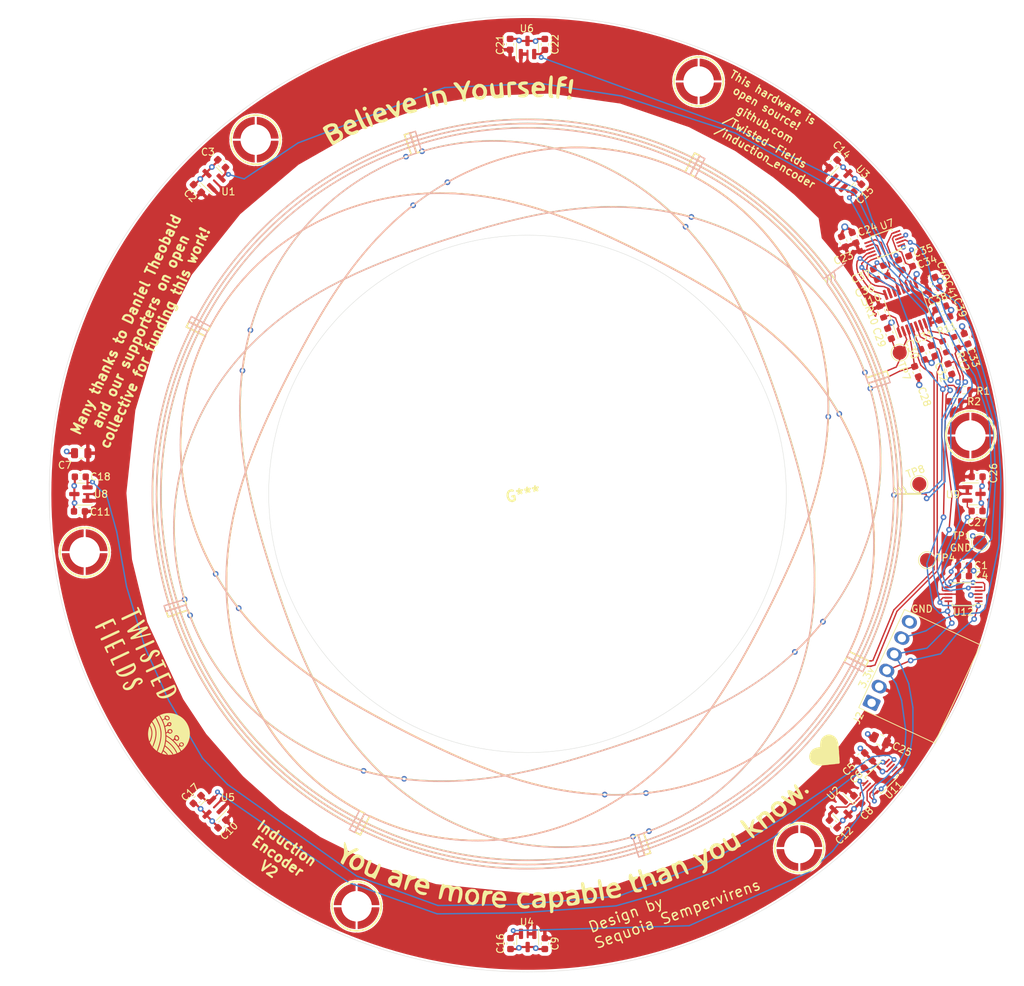
<source format=kicad_pcb>
(kicad_pcb (version 20221018) (generator pcbnew)
  (title_block (title "A title") (comment 1 "Comment 1"))
  (layers (0 "F.Cu" signal) (1 "In1.Cu" signal) (2 "In2.Cu" signal) (31 "B.Cu" signal) (34 "B.Paste" user) (35 "F.Paste" user) (36 "B.SilkS" user "B.Silkscreen") (37 "F.SilkS" user "F.Silkscreen") (38 "B.Mask" user) (39 "F.Mask" user) (44 "Edge.Cuts" user))
  (net 0 "")
  (net 1 "2")
  (net 2 "GND")
  (net 3 "+3V3")
  (net 4 "/MAG4")
  (net 5 "/MAG8")
  (net 6 "/MAG2")
  (net 7 "/MAG7")
  (net 8 "/MAG6")
  (net 9 "/MAG5")
  (net 10 "/MAG3")
  (net 11 "/MAG1")
  (net 13 "Net-(U10-CSN_IRQN)")
  (net 16 "COS")
  (net 17 "SIN")
  (net 18 "COSN")
  (net 19 "SINN")
  (net 20 "SDA")
  (net 21 "SCL")
  (net 22 "RDY")
  (net 23 "TX+")
  (net 24 "TX-")
  (net 25 "1+")
  (net 26 "1-")
  (net 27 "Net-(U10-VDDA)")
  (net 28 "Net-(U10-TX1)")
  (net 29 "Net-(U10-TX2)")
  (footprint "parts:Ckmtw-W-2510S06P_1x06_P2.54mm_Horizontal" (layer "F.Cu") (at 148.621712 129.572056 65)
    (fp_text reference "J2")
    (fp_text value "Conn_01x06")
  )
  (footprint "Capacitor_SMD:C_0603_1608Metric" (layer "F.Cu") (at 53.038532 143.478715 45)
    (fp_text reference "C17")
    (fp_text value "4.7n")
  )
  (footprint "TestPoint:TestPoint_Pad_D2.0mm" (layer "F.Cu") (at 152.922893 79.90423 20)
    (fp_text reference "TP7")
    (fp_text value "TestPoint")
  )
  (footprint "encoder:SMD_BD5.6-D4.1" (layer "F.Cu") (at 75.701 158.657)
    (fp_text reference "H3" hide)
    (fp_text value "MountingHole" hide)
  )
  (footprint "encoder:SMD_BD5.6-D4.1" (layer "F.Cu") (at 124.332 41.327)
    (fp_text reference "H1" hide)
    (fp_text value "MountingHole" hide)
  )
  (footprint "taylor_footprints:twisted" (layer "F.Cu") (at 46.198896 122.792559 -65)
    (fp_text reference "G***" hide)
    (fp_text value "LOGO" hide)
  )
  (footprint "encoder:SMD_BD5.6-D4.1" (layer "F.Cu") (at 162.971 91.696)
    (fp_text reference "H4" hide)
    (fp_text value "MountingHole" hide)
  )
  (footprint "TestPoint:TestPoint_Pad_D2.0mm" (layer "F.Cu") (at 156.805 109.425)
    (fp_text reference "TP4")
    (fp_text value "TestPoint")
  )
  (footprint "Capacitor_SMD:C_0603_1608Metric" (layer "F.Cu") (at 147.399624 137.410984 -135)
    (fp_text reference "C5")
    (fp_text value "1u")
  )
  (footprint "TestPoint:TestPoint_Pad_D2.0mm" (layer "F.Cu") (at 164.335 106.905)
    (fp_text reference "TP1")
    (fp_text value "TestPoint")
  )
  (footprint "Capacitor_SMD:C_0603_1608Metric" (layer "F.Cu") (at 163.93 97.555)
    (fp_text reference "C26")
    (fp_text value "100n")
  )
  (footprint "taylor_footprints:twisted_icon" (layer "F.Cu") (at 49.09257 134.33086 -65)
    (fp_text reference "G***" hide)
    (fp_text value "LOGO" hide)
  )
  (footprint "Capacitor_SMD:C_0603_1608Metric" (layer "F.Cu") (at 156.195997 80.182586 110)
    (fp_text reference "C30")
    (fp_text value "100pF")
  )
  (footprint "Package_SO:TSSOP-10_3x3mm_P0.5mm" (layer "F.Cu") (at 161.995 114.265 180)
    (fp_text reference "U12")
    (fp_text value "ADS1115IDGS")
  )
  (footprint "Capacitor_SMD:C_0603_1608Metric" (layer "F.Cu") (at 155.318223 82.597401 110)
    (fp_text reference "C28")
    (fp_text value "100pF")
  )
  (footprint "Capacitor_SMD:C_0603_1608Metric" (layer "F.Cu") (at 151.466535 77.187541 -70)
    (fp_text reference "C29")
    (fp_text value "100pF")
  )
  (footprint "Capacitor_SMD:C_0603_1608Metric" (layer "F.Cu") (at 157.778718 70.916408 -160)
    (fp_text reference "C41")
    (fp_text value "470nF")
  )
  (footprint "encoder:SMD_BD5.6-D4.1" (layer "F.Cu") (at 37.04 108.287)
    (fp_text reference "H5" hide)
    (fp_text value "MountingHole" hide)
  )
  (footprint "Package_TO_SOT_SMD:SOT-23" (layer "F.Cu") (at 144.904828 144.898026 -45)
    (fp_text reference "U2")
    (fp_text value "MT9105ET")
  )
  (footprint "Package_TO_SOT_SMD:SOT-23" (layer "F.Cu") (at 163.475 100)
    (fp_text reference "U9")
    (fp_text value "MT9105ET")
  )
  (footprint "Capacitor_SMD:C_0603_1608Metric" (layer "F.Cu") (at 97.524999 36.045 90)
    (fp_text reference "C21")
    (fp_text value "100n")
  )
  (footprint "Resistor_SMD:R_0603_1608Metric" (layer "F.Cu") (at 160.895657 78.469922 110)
    (fp_text reference "R12")
    (fp_text value "22R")
  )
  (footprint "Capacitor_SMD:C_0603_1608Metric" (layer "F.Cu") (at 163.920001 102.435 180)
    (fp_text reference "C27")
    (fp_text value "4.7n")
  )
  (footprint "Capacitor_SMD:C_0603_1608Metric" (layer "F.Cu") (at 149.464154 68.749474 -70)
    (fp_text reference "C37")
    (fp_text value "47nF")
  )
  (footprint "Capacitor_SMD:C_0603_1608Metric" (layer "F.Cu") (at 157.222443 69.452374 -160)
    (fp_text reference "C40")
    (fp_text value "100pF")
  )
  (footprint "Capacitor_SMD:C_0805_2012Metric" (layer "F.Cu") (at 150.162747 135.014575 -25)
    (fp_text reference "C25")
    (fp_text value "10u")
  )
  (footprint "Package_TO_SOT_SMD:SOT-23" (layer "F.Cu") (at 36.505 100.025 180)
    (fp_text reference "U8")
    (fp_text value "MT9105ET")
  )
  (footprint "Capacitor_SMD:C_0603_1608Metric" (layer "F.Cu") (at 143.490614 146.948635 135)
    (fp_text reference "C12")
    (fp_text value "4.7n")
  )
  (footprint "taylor_footprints:twisted_2" (layer "F.Cu") (at 37.476566 113.308885 -65)
    (fp_text reference "G***" hide)
    (fp_text value "LOGO" hide)
  )
  (footprint "Resistor_SMD:R_0603_1608Metric" (layer "F.Cu") (at 160.794999 86.835 180)
    (fp_text reference "R2")
    (fp_text value "5.1k")
  )
  (footprint "Capacitor_SMD:C_0805_2012Metric" (layer "F.Cu") (at 36.545 94.205)
    (fp_text reference "C7")
    (fp_text value "10u")
  )
  (footprint "Capacitor_SMD:C_0603_1608Metric" (layer "F.Cu") (at 97.585 163.97 90)
    (fp_text reference "C16")
    (fp_text value "4.7n")
  )
  (footprint "Capacitor_SMD:C_0603_1608Metric" (layer "F.Cu") (at 56.552854 146.950609 -135)
    (fp_text reference "C10")
    (fp_text value "100n")
  )
  (footprint "Capacitor_SMD:C_0603_1608Metric" (layer "F.Cu") (at 160.055735 82.232078 -70)
    (fp_text reference "C32")
    (fp_text value "1.6nF")
  )
  (footprint "Resistor_SMD:R_0603_1608Metric" (layer "F.Cu") (at 159.283828 79.058707 110)
    (fp_text reference "R11")
    (fp_text value "22R")
  )
  (footprint "Package_TO_SOT_SMD:SOT-23" (layer "F.Cu") (at 100.025 163.52 -90)
    (fp_text reference "U4")
    (fp_text value "MT9105ET")
  )
  (footprint "Resistor_SMD:R_0603_1608Metric" (layer "F.Cu") (at 150.347861 74.115862 -70)
    (fp_text reference "R10")
    (fp_text value "10k")
  )
  (footprint "Capacitor_SMD:C_0603_1608Metric" (layer "F.Cu") (at 161.985 110.194999 180)
    (fp_text reference "C1")
    (fp_text value "1u")
  )
  (footprint "Package_TO_SOT_SMD:SOT-23" (layer "F.Cu") (at 55.096213 144.914142 -135)
    (fp_text reference "U5")
    (fp_text value "MT9105ET")
  )
  (footprint "Package_SO:TSSOP-10_3x3mm_P0.5mm" (layer "F.Cu") (at 150.277548 140.331335 -135)
    (fp_text reference "U11")
    (fp_text value "ADS1115IDGS")
  )
  (footprint "encoder:SMD_BD5.6-D4.1" (layer "F.Cu") (at 61.362 49.611)
    (fp_text reference "H2" hide)
    (fp_text value "MountingHole" hide)
  )
  (footprint "encoder:circuit_bridge" (layer "F.Cu") (at 148.504998 124.514999 180)
    (fp_text reference "JP1" hide)
    (fp_text value "SolderJumper_2_Bridged" hide)
  )
  (footprint "Capacitor_SMD:C_0603_1608Metric" (layer "F.Cu") (at 36.295 102.485 180)
    (fp_text reference "C11")
    (fp_text value "100n")
  )
  (footprint "Capacitor_SMD:C_0603_1608Metric" (layer "F.Cu") (at 53.066817 56.549569 135)
    (fp_text reference "C2")
    (fp_text value "100n")
  )
  (footprint "Capacitor_SMD:C_0603_1608Metric" (layer "F.Cu") (at 153.018071 67.455954 -70)
    (fp_text reference "C35")
    (fp_text value "47nF")
  )
  (footprint "Package_TO_SOT_SMD:SOT-23" (layer "F.Cu") (at 144.893986 55.095711 45)
    (fp_text reference "U3")
    (fp_text value "MT9105ET")
  )
  (footprint "Capacitor_SMD:C_0603_1608Metric" (layer "F.Cu") (at 146.955437 143.483812 -45)
    (fp_text reference "C8")
    (fp_text value "100n")
  )
  (footprint "Capacitor_SMD:C_0603_1608Metric" (layer "F.Cu") (at 161.987071 111.675858)
    (fp_text reference "C4")
    (fp_text value "100n")
  )
  (footprint "encoder:circuit_bridge" (layer "F.Cu") (at 156.13 99.995)
    (fp_text reference "JP2" hide)
    (fp_text value "SolderJumper_2_Bridged" hide)
  )
  (footprint "Package_SO:TSSOP-16_4.4x5mm_P0.65mm" (layer "F.Cu") (at 154.028537 73.59456 110)
    (fp_text reference "U10")
    (fp_text value "IPS2200")
  )
  (footprint "Package_TO_SOT_SMD:SOT-23" (layer "F.Cu") (at 100 36.5 90)
    (fp_text reference "U6")
    (fp_text value "MT9105ET")
  )
  (footprint "Capacitor_SMD:C_0603_1608Metric" (layer "F.Cu") (at 102.465 163.97 -90)
    (fp_text reference "C9")
    (fp_text value "100n")
  )
  (footprint "Capacitor_SMD:C_0603_1608Metric" (layer "F.Cu") (at 148.474426 138.471644 45)
    (fp_text reference "C6")
    (fp_text value "100n")
  )
  (footprint "Capacitor_SMD:C_0603_1608Metric" (layer "F.Cu") (at 158.769096 73.540959 -160)
    (fp_text reference "C38")
    (fp_text value "470nF")
  )
  (footprint "parts:believe" (layer "F.Cu") (at 99.35 100.05 10)
    (fp_text reference "G***")
    (fp_text value "LOGO" hide)
  )
  (footprint "Resistor_SMD:R_0603_1608Metric" (layer "F.Cu") (at 162.095001 85.245 180)
    (fp_text reference "R1")
    (fp_text value "5.1k")
  )
  (footprint "Capacitor_SMD:C_0603_1608Metric" (layer "F.Cu") (at 154.480055 66.894039 -70)
    (fp_text reference "C34")
    (fp_text value "47nF")
  )
  (footprint "Capacitor_SMD:C_0603_1608Metric" (layer "F.Cu") (at 162.362261 77.938251 110)
    (fp_text reference "C33")
    (fp_text value "1.6nF")
  )
  (footprint "Capacitor_SMD:C_0603_1608Metric" (layer "F.Cu") (at 146.430936 63.558865 110)
    (fp_text reference "C24")
    (fp_text value "100n")
  )
  (footprint "Capacitor_SMD:C_0603_1608Metric" (layer "F.Cu") (at 150.888729 68.230972 -70)
    (fp_text reference "C36")
    (fp_text value "47nF")
  )
  (footprint "Capacitor_SMD:C_0603_1608Metric" (layer "F.Cu") (at 143.486844 53.045102 45)
    (fp_text reference "C14")
    (fp_text value "100n")
  )
  (footprint "Capacitor_SMD:C_0603_1608Metric" (layer "F.Cu") (at 157.671314 79.645614 110)
    (fp_text reference "C31")
    (fp_text value "100pF")
  )
  (footprint "Capacitor_SMD:C_0603_1608Metric" (layer "F.Cu") (at 102.465 36.055 -90)
    (fp_text reference "C22")
    (fp_text value "4.7n")
  )
  (footprint "Capacitor_SMD:C_0603_1608Metric" (layer "F.Cu") (at 159.323066 75.013282 -160)
    (fp_text reference "C39")
    (fp_text value "100pF")
  )
  (footprint "Package_TO_SOT_SMD:SOT-23" (layer "F.Cu") (at 55.096213 55.085858 135)
    (fp_text reference "U1")
    (fp_text value "MT9105ET")
  )
  (footprint "encoder:SMD_BD5.6-D4.1" (layer "F.Cu") (at 138.645 150.381)
    (fp_text reference "H6" hide)
    (fp_text value "MountingHole" hide)
  )
  (footprint "Capacitor_SMD:C_0603_1608Metric" (layer "F.Cu") (at 56.510427 53.021107 -45)
    (fp_text reference "C3")
    (fp_text value "4.7n")
  )
  (footprint "Capacitor_SMD:C_0603_1608Metric" (layer "F.Cu") (at 144.912053 64.122333 -70)
    (fp_text reference "C23")
    (fp_text value "1u")
  )
  (footprint "Package_SO:TSSOP-10_3x3mm_P0.5mm" (layer "F.Cu") (at 150.781573 64.401687 -160)
    (fp_text reference "U7")
    (fp_text value "ADS1115IDGS")
  )
  (footprint "Capacitor_SMD:C_0603_1608Metric" (layer "F.Cu") (at 146.930454 56.502853 -135)
    (fp_text reference "C15")
    (fp_text value "4.7n")
  )
  (footprint "TestPoint:TestPoint_Pad_D2.0mm" (layer "F.Cu") (at 155.708528 98.593042 20)
    (fp_text reference "TP8")
    (fp_text value "TestPoint")
  )
  (footprint "Capacitor_SMD:C_0603_1608Metric" (layer "F.Cu") (at 36.415 97.565)
    (fp_text reference "C18")
    (fp_text value "4.7n")
  )
  (gr_line (start 57.478027 126.985824) (end 56.98795 126.359635) (stroke (width 0.2)) (layer "B.SilkS"))
  (gr_line (start 135.205476 60.873449) (end 136.017926 61.620535) (stroke (width 0.2)) (layer "B.SilkS"))
  (gr_line (start 147.663144 125.30407) (end 145.011868 123.900292) (stroke (width 0.2)) (layer "B.SilkS"))
  (gr_line (start 70.269604 137.07475) (end 69.580475 136.738315) (stroke (width 0.2)) (layer "B.SilkS"))
  (gr_line (start 138.023687 137.329237) (end 137.234348 138.118575) (stroke (width 0.2)) (layer "B.SilkS"))
  (gr_line (start 93.525684 140.550058) (end 92.859034 140.622428) (stroke (width 0.2)) (layer "B.SilkS"))
  (gr_line (start 147.521996 118.016051) (end 147.267397 118.774514) (stroke (width 0.2)) (layer "B.SilkS"))
  (gr_line (start 76.252814 66.330457) (end 76.681792 65.810388) (stroke (width 0.2)) (layer "B.SilkS"))
  (gr_line (start 141.763735 96.745762) (end 141.618789 97.415119) (stroke (width 0.2)) (layer "B.SilkS"))
  (gr_line (start 63.284343 133.393348) (end 62.857601 132.731734) (stroke (width 0.2)) (layer "B.SilkS"))
  (gr_line (start 97.710321 153.290427) (end 96.595558 153.232006) (stroke (width 0.2)) (layer "B.SilkS"))
  (gr_line (start 140.791926 111.905097) (end 140.791013 112.603888) (stroke (width 0.2)) (layer "B.SilkS"))
  (gr_line (start 152.822006 106.717442) (end 152.67051 107.823406) (stroke (width 0.2)) (layer "B.SilkS"))
  (gr_line (start 147.673511 108.367612) (end 147.382555 109.086895) (stroke (width 0.2)) (layer "B.SilkS"))
  (gr_line (start 148.056647 124.552666) (end 145.383625 123.190697) (stroke (width 0.2)) (layer "B.SilkS"))
  (gr_line (start 60.940016 101.876482) (end 60.794589 101.267447) (stroke (width 0.2)) (layer "B.SilkS"))
  (gr_line (start 60.652946 100.654388) (end 60.515354 100.03718) (stroke (width 0.2)) (layer "B.SilkS"))
  (gr_line (start 126.931501 55.472704) (end 127.85887 56.047694) (stroke (width 0.2)) (layer "B.SilkS"))
  (gr_line (start 99.942294 149.942254) (end 99.160137 149.826667) (stroke (width 0.2)) (layer "B.SilkS"))
  (gr_line (start 68.44268 141.53639) (end 67.580494 140.867611) (stroke (width 0.2)) (layer "B.SilkS"))
  (gr_line (start 133.871641 135.049552) (end 133.416927 135.684043) (stroke (width 0.2)) (layer "B.SilkS"))
  (gr_line (start 58.443084 68.537566) (end 59.111865 67.675382) (stroke (width 0.2)) (layer "B.SilkS"))
  (gr_line (start 143.703175 69.608981) (end 143.709546 69.618149) (stroke (width 0.2)) (layer "B.SilkS"))
  (gr_line (start 57.245518 109.581041) (end 57.300494 108.867872) (stroke (width 0.2)) (layer "B.SilkS"))
  (gr_line (start 137.438568 68.012336) (end 138.035647 68.523618) (stroke (width 0.2)) (layer "B.SilkS"))
  (gr_line (start 89.751261 137.289319) (end 89.192537 137.038086) (stroke (width 0.2)) (layer "B.SilkS"))
  (gr_line (start 57.204035 114.669758) (end 57.171178 113.934358) (stroke (width 0.2)) (layer "B.SilkS"))
  (gr_line (start 103.251355 152.633189) (end 102.14914 152.690954) (stroke (width 0.2)) (layer "B.SilkS"))
  (gr_line (start 53.760932 125.425599) (end 53.239365 124.452883) (stroke (width 0.2)) (layer "B.SilkS"))
  (gr_line (start 137.690449 109.09971) (end 137.443571 109.665874) (stroke (width 0.2)) (layer "B.SilkS"))
  (gr_line (start 101.781594 139.039459) (end 101.172558 139.184885) (stroke (width 0.2)) (layer "B.SilkS"))
  (gr_line (start 47.388705 91.148405) (end 47.586382 90.049757) (stroke (width 0.2)) (layer "B.SilkS"))
  (gr_line (start 53.460025 88.877776) (end 53.806681 88.191568) (stroke (width 0.2)) (layer "B.SilkS"))
  (gr_line (start 126.81354 61.803263) (end 127.519798 62.08) (stroke (width 0.2)) (layer "B.SilkS"))
  (gr_line (start 84.536896 49.012052) (end 85.608868 48.700617) (stroke (width 0.2)) (layer "B.SilkS"))
  (gr_line (start 129.774767 124.716748) (end 129.461843 125.249259) (stroke (width 0.2)) (layer "B.SilkS"))
  (gr_line (start 110.913496 50.954839) (end 111.702814 51.051087) (stroke (width 0.2)) (layer "B.SilkS"))
  (gr_line (start 57.739037 105.368691) (end 57.857113 104.683429) (stroke (width 0.2)) (layer "B.SilkS"))
  (gr_line (start 149.337053 118.406926) (end 148.941514 119.437345) (stroke (width 0.2)) (layer "B.SilkS"))
  (gr_line (start 60.326237 95.663527) (end 60.546993 95.060396) (stroke (width 0.2)) (layer "B.SilkS"))
  (gr_line (start 50.722769 95.384565) (end 50.679124 94.598477) (stroke (width 0.2)) (layer "B.SilkS"))
  (gr_line (start 117.725383 66.450768) (end 118.256167 66.724367) (stroke (width 0.2)) (layer "B.SilkS"))
  (gr_line (start 69.522848 140.552078) (end 68.929102 140.019145) (stroke (width 0.2)) (layer "B.SilkS"))
  (gr_line (start 135.200496 77.661644) (end 135.7112 78.117969) (stroke (width 0.2)) (layer "B.SilkS"))
  (gr_line (start 52.200856 76.338126) (end 52.707644 75.343502) (stroke (width 0.2)) (layer "B.SilkS"))
  (gr_line (start 107.696631 59.387528) (end 108.372053 59.331422) (stroke (width 0.2)) (layer "B.SilkS"))
  (gr_line (start 148.941514 119.437345) (end 148.524482 120.459254) (stroke (width 0.2)) (layer "B.SilkS"))
  (gr_line (start 107.728518 47.308966) (end 108.831068 47.48359) (stroke (width 0.2)) (layer "B.SilkS"))
  (gr_line (start 134.769612 140.385017) (end 133.916991 141.105536) (stroke (width 0.2)) (layer "B.SilkS"))
  (gr_line (start 65.899079 139.476623) (end 65.080589 138.755026) (stroke (width 0.2)) (layer "B.SilkS"))
  (gr_line (start 141.949049 118.215127) (end 141.478108 118.791319) (stroke (width 0.2)) (layer "B.SilkS"))
  (gr_line (start 147.916682 82.765339) (end 148.19 83.518298) (stroke (width 0.2)) (layer "B.SilkS"))
  (gr_line (start 60.332675 64.372519) (end 61.088266 63.55082) (stroke (width 0.2)) (layer "B.SilkS"))
  (gr_line (start 67.307674 121.474117) (end 67.072481 120.896997) (stroke (width 0.2)) (layer "B.SilkS"))
  (gr_line (start 134.119248 125.697965) (end 133.55445 126.109441) (stroke (width 0.2)) (layer "B.SilkS"))
  (gr_line (start 150.405477 87.080437) (end 150.665755 88.140099) (stroke (width 0.2)) (layer "B.SilkS"))
  (gr_line (start 50.037221 100.037181) (end 50.152808 99.255025) (stroke (width 0.2)) (layer "B.SilkS"))
  (gr_line (start 49.607034 117.565773) (end 49.250982 116.507786) (stroke (width 0.2)) (layer "B.SilkS"))
  (gr_line (start 105.150052 147.208456) (end 104.424868 147.45785) (stroke (width 0.2)) (layer "B.SilkS"))
  (gr_line (start 89.627877 50.230748) (end 90.419294 50.115865) (stroke (width 0.2)) (layer "B.SilkS"))
  (gr_line (start 142.397338 67.812049) (end 143.0629 68.708225) (stroke (width 0.2)) (layer "B.SilkS"))
  (gr_line (start 52.502031 90.987468) (end 52.807382 90.276011) (stroke (width 0.2)) (layer "B.SilkS"))
  (gr_line (start 83.657098 150.15786) (end 82.611022 149.805817) (stroke (width 0.2)) (layer "B.SilkS"))
  (gr_line (start 55.446211 71.79911) (end 56.047345 70.873445) (stroke (width 0.2)) (layer "B.SilkS"))
  (gr_line (start 47.530989 94.528532) (end 47.657848 93.432119) (stroke (width 0.2)) (layer "B.SilkS"))
  (gr_line (start 143.0629 131.366134) (end 142.397338 132.262313) (stroke (width 0.2)) (layer "B.SilkS"))
  (gr_line (start 138.488129 96.393526) (end 138.643399 96.991337) (stroke (width 0.2)) (layer "B.SilkS"))
  (gr_line (start 84.175992 143.82977) (end 83.557311 143.398777) (stroke (width 0.2)) (layer "B.SilkS"))
  (gr_line (start 107.64087 152.171833) (end 106.547354 152.321625) (stroke (width 0.2)) (layer "B.SilkS"))
  (gr_line (start 128.222403 62.371611) (end 128.920939 62.678138) (stroke (width 0.2)) (layer "B.SilkS"))
  (gr_line (start 142.05679 80.219605) (end 142.189505 80.961833) (stroke (width 0.2)) (layer "B.SilkS"))
  (gr_line (start 100.72445 50.247695) (end 101.502825 50.380292) (stroke (width 0.2)) (layer "B.SilkS"))
  (gr_line (start 87.771193 151.928936) (end 86.687124 151.662664) (stroke (width 0.2)) (layer "B.SilkS"))
  (gr_line (start 136.9432 110.786938) (end 136.690022 111.342259) (stroke (width 0.2)) (layer "B.SilkS"))
  (gr_line (start 51.827942 75.521695) (end 52.221444 74.770292) (stroke (width 0.2)) (layer "B.SilkS"))
  (gr_line (start 138.169289 95.207988) (end 138.330025 95.799135) (stroke (width 0.2)) (layer "B.SilkS"))
  (gr_line (start 140.086033 66.827391) (end 140.772722 67.675382) (stroke (width 0.2)) (layer "B.SilkS"))
  (gr_line (start 121.395758 136.313007) (end 120.920449 136.815801) (stroke (width 0.2)) (layer "B.SilkS"))
  (gr_line (start 50.806987 120.691761) (end 50.385208 119.658217) (stroke (width 0.2)) (layer "B.SilkS"))
  (gr_line (start 54.538983 86.8463) (end 54.923937 86.187726) (stroke (width 0.2)) (layer "B.SilkS"))
  (gr_line (start 68.966012 142.672377) (end 68.07992 142.014307) (stroke (width 0.2)) (layer "B.SilkS"))
  (gr_line (start 48.980803 89.204981) (end 49.218833 88.140099) (stroke (width 0.2)) (layer "B.SilkS"))
  (gr_line (start 99.300801 140.872482) (end 98.664934 140.683443) (stroke (width 0.2)) (layer "B.SilkS"))
  (gr_line (start 48.765128 109.799747) (end 48.5719 108.725833) (stroke (width 0.2)) (layer "B.SilkS"))
  (gr_line (start 121.377314 148.181026) (end 120.364365 148.619369) (stroke (width 0.2)) (layer "B.SilkS"))
  (gr_line (start 104.386102 59.785676) (end 105.039136 59.691519) (stroke (width 0.2)) (layer "B.SilkS"))
  (gr_line (start 123.805404 54.967609) (end 124.506339 55.355349) (stroke (width 0.2)) (layer "B.SilkS"))
  (gr_line (start 151.552421 84.159834) (end 148.685063 85.041948) (stroke (width 0.2)) (layer "B.SilkS"))
  (gr_line (start 78.964138 63.258559) (end 79.449123 62.760245) (stroke (width 0.2)) (layer "B.SilkS"))
  (gr_line (start 51.518386 85.14004) (end 51.703132 84.363328) (stroke (width 0.2)) (layer "B.SilkS"))
  (gr_line (start 94.525012 61.973372) (end 95.113099 61.810185) (stroke (width 0.2)) (layer "B.SilkS"))
  (gr_line (start 63.726109 134.046441) (end 63.284343 133.393348) (stroke (width 0.2)) (layer "B.SilkS"))
  (gr_line (start 119.432408 147.090481) (end 118.700175 147.414182) (stroke (width 0.2)) (layer "B.SilkS"))
  (gr_line (start 80.321254 50.480093) (end 81.363403 50.080052) (stroke (width 0.2)) (layer "B.SilkS"))
  (gr_line (start 85.440596 57.681194) (end 86.045115 57.266065) (stroke (width 0.2)) (layer "B.SilkS"))
  (gr_line (start 56.821688 131.366136) (end 56.175041 130.456213) (stroke (width 0.2)) (layer "B.SilkS"))
  (gr_line (start 73.892292 54.917256) (end 74.842927 54.381602) (stroke (width 0.2)) (layer "B.SilkS"))
  (gr_line (start 122.125395 147.17867) (end 121.133273 147.632898) (stroke (width 0.2)) (layer "B.SilkS"))
  (gr_line (start 65.967595 58.968825) (end 66.835116 58.26632) (stroke (width 0.2)) (layer "B.SilkS"))
  (gr_line (start 57.250516 115.407166) (end 57.204035 114.669758) (stroke (width 0.2)) (layer "B.SilkS"))
  (gr_line (start 83.84251 149.587224) (end 82.808341 149.239188) (stroke (width 0.2)) (layer "B.SilkS"))
  (gr_line (start 69.398587 126.123971) (end 68.86768 125.744337) (stroke (width 0.2)) (layer "B.SilkS"))
  (gr_line (start 119.121582 51.595826) (end 120.131857 52.008111) (stroke (width 0.2)) (layer "B.SilkS"))
  (gr_line (start 136.831523 67.514952) (end 137.438568 68.012336) (stroke (width 0.2)) (layer "B.SilkS"))
  (gr_line (start 105.964136 142.348851) (end 105.273805 142.240439) (stroke (width 0.2)) (layer "B.SilkS"))
  (gr_line (start 144.944973 71.477613) (end 145.53321 72.426342) (stroke (width 0.2)) (layer "B.SilkS"))
  (gr_line (start 109.570988 62.535902) (end 110.133326 62.785041) (stroke (width 0.2)) (layer "B.SilkS"))
  (gr_line (start 151.567777 113.292351) (end 151.278858 114.370606) (stroke (width 0.2)) (layer "B.SilkS"))
  (gr_line (start 149.337055 81.667434) (end 149.710929 82.705909) (stroke (width 0.2)) (layer "B.SilkS"))
  (gr_line (start 149.599183 101.597713) (end 149.449751 102.371895) (stroke (width 0.2)) (layer "B.SilkS"))
  (gr_line (start 47.21408 92.250955) (end 47.388705 91.148405) (stroke (width 0.2)) (layer "B.SilkS"))
  (gr_line (start 81.764348 142.043935) (end 81.188155 141.572993) (stroke (width 0.2)) (layer "B.SilkS"))
  (gr_line (start 138.330025 95.799135) (end 138.488129 96.393526) (stroke (width 0.2)) (layer "B.SilkS"))
  (gr_line (start 121.435458 68.410951) (end 121.965597 68.70119) (stroke (width 0.2)) (layer "B.SilkS"))
  (gr_line (start 66.904964 81.193021) (end 67.182476 80.66308) (stroke (width 0.2)) (layer "B.SilkS"))
  (gr_line (start 67.580495 59.206752) (end 68.442679 58.537971) (stroke (width 0.2)) (layer "B.SilkS"))
  (gr_line (start 53.177871 79.800408) (end 53.483672 79.060311) (stroke (width 0.2)) (layer "B.SilkS"))
  (gr_line (start 56.511546 125.722053) (end 56.049138 125.073394) (stroke (width 0.2)) (layer "B.SilkS"))
  (gr_line (start 124.748314 64.741784) (end 125.18104 65.299027) (stroke (width 0.2)) (layer "B.SilkS"))
  (gr_line (start 125.992294 54.917258) (end 126.931501 55.472704) (stroke (width 0.2)) (layer "B.SilkS"))
  (gr_line (start 140.012831 120.45414) (end 139.865335 121.175342) (stroke (width 0.2)) (layer "B.SilkS"))
  (gr_line (start 143.303891 116.422163) (end 142.862333 117.030425) (stroke (width 0.2)) (layer "B.SilkS"))
  (gr_line (start 150.665755 111.934261) (end 150.405477 112.993924) (stroke (width 0.2)) (layer "B.SilkS"))
  (gr_line (start 150.277553 82.508589) (end 150.633607 83.566576) (stroke (width 0.2)) (layer "B.SilkS"))
  (gr_line (start 87.394065 148.909305) (end 86.608422 148.777604) (stroke (width 0.2)) (layer "B.SilkS"))
  (gr_line (start 148.169575 77.343145) (end 148.634266 78.358117) (stroke (width 0.2)) (layer "B.SilkS"))
  (gr_line (start 146.078346 121.747159) (end 145.739187 122.472848) (stroke (width 0.2)) (layer "B.SilkS"))
  (gr_line (start 63.545745 76.129119) (end 64.093974 75.67469) (stroke (width 0.2)) (layer "B.SilkS"))
  (gr_line (start 93.774562 138.978709) (end 93.186476 138.746259) (stroke (width 0.2)) (layer "B.SilkS"))
  (gr_line (start 115.087365 135.035376) (end 114.520082 135.231077) (stroke (width 0.2)) (layer "B.SilkS"))
  (gr_line (start 111.831696 149.560105) (end 111.045664 149.7108) (stroke (width 0.2)) (layer "B.SilkS"))
  (gr_line (start 141.374646 77.259552) (end 141.568125 77.997438) (stroke (width 0.2)) (layer "B.SilkS"))
  (gr_line (start 149.899424 118.616071) (end 149.499379 119.658219) (stroke (width 0.2)) (layer "B.SilkS"))
  (gr_line (start 148.929354 102.347351) (end 149.023605 103.125115) (stroke (width 0.2)) (layer "B.SilkS"))
  (gr_line (start 100.559499 139.326529) (end 99.942294 139.464122) (stroke (width 0.2)) (layer "B.SilkS"))
  (gr_line (start 104.402323 153.15025) (end 103.289028 153.232005) (stroke (width 0.2)) (layer "B.SilkS"))
  (gr_line (start 80.763006 148.478535) (end 79.752733 148.066251) (stroke (width 0.2)) (layer "B.SilkS"))
  (gr_line (start 58.748654 100.684303) (end 58.924415 100.03718) (stroke (width 0.2)) (layer "B.SilkS"))
  (gr_line (start 136.266019 88.862543) (end 136.447874 89.431329) (stroke (width 0.2)) (layer "B.SilkS"))
  (gr_line (start 74.703548 134.775335) (end 74.281509 134.214136) (stroke (width 0.2)) (layer "B.SilkS"))
  (gr_line (start 77.604688 54.440456) (end 78.303549 54.052508) (stroke (width 0.2)) (layer "B.SilkS"))
  (gr_line (start 56.175041 130.456213) (end 55.547592 129.53295) (stroke (width 0.2)) (layer "B.SilkS"))
  (gr_line (start 83.47169 49.345867) (end 84.536896 49.012052) (stroke (width 0.2)) (layer "B.SilkS"))
  (gr_line (start 73.592294 54.397642) (end 74.553875 53.855818) (stroke (width 0.2)) (layer "B.SilkS"))
  (gr_line (start 138.685331 125.486598) (end 138.438138 126.198929) (stroke (width 0.2)) (layer "B.SilkS"))
  (gr_line (start 63.592555 68.991572) (end 63.95889 68.313544) (stroke (width 0.2)) (layer "B.SilkS"))
  (gr_line (start 75.579804 135.885499) (end 75.136274 135.332578) (stroke (width 0.2)) (layer "B.SilkS"))
  (gr_line (start 137.194432 110.228213) (end 136.9432 110.786938) (stroke (width 0.2)) (layer "B.SilkS"))
  (gr_line (start 48.571899 91.348529) (end 48.76513 90.274615) (stroke (width 0.2)) (layer "B.SilkS"))
  (gr_line (start 52.707642 124.730859) (end 52.200857 123.736236) (stroke (width 0.2)) (layer "B.SilkS"))
  (gr_line (start 114.574871 142.77544) (end 113.839472 142.808296) (stroke (width 0.2)) (layer "B.SilkS"))
  (gr_line (start 89.906208 63.351428) (end 90.477164 63.172932) (stroke (width 0.2)) (layer "B.SilkS"))
  (gr_line (start 64.684089 122.412716) (end 64.173388 121.956394) (stroke (width 0.2)) (layer "B.SilkS"))
  (gr_line (start 147.382555 109.086895) (end 147.077207 109.798352) (stroke (width 0.2)) (layer "B.SilkS"))
  (gr_line (start 102.14914 152.690954) (end 101.04596 152.725623) (stroke (width 0.2)) (layer "B.SilkS"))
  (gr_line (start 129.215885 139.025944) (end 128.512127 139.360181) (stroke (width 0.2)) (layer "B.SilkS"))
  (gr_line (start 138.683662 81.057981) (end 139.160392 81.582544) (stroke (width 0.2)) (layer "B.SilkS"))
  (gr_line (start 62.718266 136.489641) (end 61.963029 135.702083) (stroke (width 0.2)) (layer "B.SilkS"))
  (gr_line (start 91.049519 62.996109) (end 91.623489 62.820995) (stroke (width 0.2)) (layer "B.SilkS"))
  (gr_line (start 59.509393 94.282726) (end 59.429415 93.620571) (stroke (width 0.2)) (layer "B.SilkS"))
  (gr_line (start 151.278858 85.703754) (end 151.567776 86.78201) (stroke (width 0.2)) (layer "B.SilkS"))
  (gr_line (start 110.673158 144.73445) (end 110.012151 145.087133) (stroke (width 0.2)) (layer "B.SilkS"))
  (gr_line (start 124.304785 64.188864) (end 124.748314 64.741784) (stroke (width 0.2)) (layer "B.SilkS"))
  (gr_line (start 140.94121 75.790489) (end 141.165702 76.523766) (stroke (width 0.2)) (layer "B.SilkS"))
  (gr_line (start 53.23515 125.714653) (end 52.707642 124.730859) (stroke (width 0.2)) (layer "B.SilkS"))
  (gr_line (start 151.756885 105.483114) (end 151.631469 106.567044) (stroke (width 0.2)) (layer "B.SilkS"))
  (gr_line (start 79.658492 66.937027) (end 80.233397 66.711261) (stroke (width 0.2)) (layer "B.SilkS"))
  (gr_line (start 53.126818 89.572685) (end 53.460025 88.877776) (stroke (width 0.2)) (layer "B.SilkS"))
  (gr_line (start 111.839373 150.760641) (end 110.774492 150.99867) (stroke (width 0.2)) (layer "B.SilkS"))
  (gr_line (start 54.87272 76.174069) (end 54.87272 76.174069) (stroke (width 0.2)) (layer "B.SilkS"))
  (gr_line (start 57.310858 116.146258) (end 57.250516 115.407166) (stroke (width 0.2)) (layer "B.SilkS"))
  (gr_line (start 145.53321 127.648021) (end 144.944972 128.596748) (stroke (width 0.2)) (layer "B.SilkS"))
  (gr_line (start 123.026875 69.291404) (end 123.558107 69.591857) (stroke (width 0.2)) (layer "B.SilkS"))
  (gr_line (start 105.388226 151.851772) (end 104.30191 151.954459) (stroke (width 0.2)) (layer "B.SilkS"))
  (gr_line (start 67.80959 124.96186) (end 67.282901 124.558545) (stroke (width 0.2)) (layer "B.SilkS"))
  (gr_line (start 108.261098 137.253364) (end 107.685296 137.426726) (stroke (width 0.2)) (layer "B.SilkS"))
  (gr_line (start 111.247372 63.28945) (end 111.799505 63.544436) (stroke (width 0.2)) (layer "B.SilkS"))
  (gr_line (start 143.931779 127.953756) (end 143.33749 128.868881) (stroke (width 0.2)) (layer "B.SilkS"))
  (gr_line (start 50.978065 114.262605) (end 50.774151 113.488063) (stroke (width 0.2)) (layer "B.SilkS"))
  (gr_line (start 64.67911 139.200914) (end 63.866661 138.453827) (stroke (width 0.2)) (layer "B.SilkS"))
  (gr_line (start 139.774624 103.802443) (end 139.55835 104.410833) (stroke (width 0.2)) (layer "B.SilkS"))
  (gr_line (start 142.584094 91.20649) (end 142.517766 91.915476) (stroke (width 0.2)) (layer "B.SilkS"))
  (gr_line (start 80.321257 149.594267) (end 79.287713 149.172487) (stroke (width 0.2)) (layer "B.SilkS"))
  (gr_line (start 136.158478 66.027919) (end 136.600246 66.681013) (stroke (width 0.2)) (layer "B.SilkS"))
  (gr_line (start 127.242318 54.959484) (end 128.180367 55.541099) (stroke (width 0.2)) (layer "B.SilkS"))
  (gr_line (start 91.05352 152.59077) (end 89.95487 152.393092) (stroke (width 0.2)) (layer "B.SilkS"))
  (gr_line (start 116.792424 134.432577) (end 116.223411 134.636313) (stroke (width 0.2)) (layer "B.SilkS"))
  (gr_line (start 117.362247 134.225761) (end 116.792424 134.432577) (stroke (width 0.2)) (layer "B.SilkS"))
  (gr_line (start 83.255377 48.680129) (end 84.182427 51.5333) (stroke (width 0.2)) (layer "B.SilkS"))
  (gr_line (start 151.708834 90.162185) (end 151.904286 91.248467) (stroke (width 0.2)) (layer "B.SilkS"))
  (gr_line (start 59.997849 127.183399) (end 59.710687 126.464406) (stroke (width 0.2)) (layer "B.SilkS"))
  (gr_line (start 69.690495 126.707729) (end 69.398587 126.123971) (stroke (width 0.2)) (layer "B.SilkS"))
  (gr_line (start 52.800804 77.854081) (end 53.27571 76.871688) (stroke (width 0.2)) (layer "B.SilkS"))
  (gr_line (start 146.645223 75.621481) (end 147.146304 76.604907) (stroke (width 0.2)) (layer "B.SilkS"))
  (gr_line (start 77.503725 52.352794) (end 78.507273 51.893335) (stroke (width 0.2)) (layer "B.SilkS"))
  (gr_line (start 151.708831 109.912176) (end 151.490671 110.994126) (stroke (width 0.2)) (layer "B.SilkS"))
  (gr_line (start 126.890936 142.501448) (end 126.264749 142.991525) (stroke (width 0.2)) (layer "B.SilkS"))
  (gr_line (start 105.517062 60.86682) (end 106.110027 61.095652) (stroke (width 0.2)) (layer "B.SilkS"))
  (gr_line (start 152.67051 107.823406) (end 152.495881 108.925956) (stroke (width 0.2)) (layer "B.SilkS"))
  (gr_line (start 60.502851 65.993968) (end 61.224449 65.175478) (stroke (width 0.2)) (layer "B.SilkS"))
  (gr_line (start 62.216527 66.777443) (end 62.80987 66.249275) (stroke (width 0.2)) (layer "B.SilkS"))
  (gr_line (start 96.930184 52.161073) (end 97.674824 51.955593) (stroke (width 0.2)) (layer "B.SilkS"))
  (gr_line (start 61.860899 137.329235) (end 61.088266 136.523541) (stroke (width 0.2)) (layer "B.SilkS"))
  (gr_line (start 105.380998 50.774012) (end 106.169024 50.747531) (stroke (width 0.2)) (layer "B.SilkS"))
  (gr_line (start 99.325089 60.747832) (end 99.942293 60.610239) (stroke (width 0.2)) (layer "B.SilkS"))
  (gr_line (start 141.713155 66.930003) (end 142.397338 67.812049) (stroke (width 0.2)) (layer "B.SilkS"))
  (gr_line (start 51.967905 117.309023) (end 51.694588 116.556063) (stroke (width 0.2)) (layer "B.SilkS"))
  (gr_line (start 109.051716 59.283972) (end 109.735504 59.24552) (stroke (width 0.2)) (layer "B.SilkS"))
  (gr_line (start 122.49605 68.994599) (end 123.026875 69.291404) (stroke (width 0.2)) (layer "B.SilkS"))
  (gr_line (start 54.286716 74.937815) (end 54.822372 73.98718) (stroke (width 0.2)) (layer "B.SilkS"))
  (gr_line (start 86.751411 145.440492) (end 86.092839 145.055537) (stroke (width 0.2)) (layer "B.SilkS"))
  (gr_line (start 140.551005 116.857861) (end 140.469187 117.574733) (stroke (width 0.2)) (layer "B.SilkS"))
  (gr_line (start 69.801319 75.889706) (end 70.10982 75.357611) (stroke (width 0.2)) (layer "B.SilkS"))
  (gr_line (start 69.496971 76.421367) (end 69.801319 75.889706) (stroke (width 0.2)) (layer "B.SilkS"))
  (gr_line (start 118.521183 50.080052) (end 119.563333 50.480095) (stroke (width 0.2)) (layer "B.SilkS"))
  (gr_line (start 148.941515 80.637017) (end 149.337055 81.667434) (stroke (width 0.2)) (layer "B.SilkS"))
  (gr_line (start 116.935539 57.117141) (end 117.533238 57.568887) (stroke (width 0.2)) (layer "B.SilkS"))
  (gr_line (start 82.35135 142.505475) (end 81.764348 142.043935) (stroke (width 0.2)) (layer "B.SilkS"))
  (gr_line (start 54.939614 71.477613) (end 55.547592 70.541413) (stroke (width 0.2)) (layer "B.SilkS"))
  (gr_line (start 111.839375 49.313722) (end 112.899037 49.573998) (stroke (width 0.2)) (layer "B.SilkS"))
  (gr_line (start 120.226092 133.137334) (end 119.651188 133.3631) (stroke (width 0.2)) (layer "B.SilkS"))
  (gr_line (start 51.351286 85.920188) (end 51.518386 85.14004) (stroke (width 0.2)) (layer "B.SilkS"))
  (gr_line (start 85.770219 49.278514) (end 86.836336 48.992849) (stroke (width 0.2)) (layer "B.SilkS"))
  (gr_line (start 136.628045 90.001093) (end 136.806543 90.57205) (stroke (width 0.2)) (layer "B.SilkS"))
  (gr_line (start 107.749166 50.746522) (end 108.54041 50.7722) (stroke (width 0.2)) (layer "B.SilkS"))
  (gr_line (start 114.520084 64.843283) (end 115.057732 65.107464) (stroke (width 0.2)) (layer "B.SilkS"))
  (gr_line (start 76.51002 52.833171) (end 77.503725 52.352794) (stroke (width 0.2)) (layer "B.SilkS"))
  (gr_line (start 74.439026 69.209027) (end 75.022151 68.93176) (stroke (width 0.2)) (layer "B.SilkS"))
  (gr_line (start 131.289758 137.929753) (end 130.605132 138.31066) (stroke (width 0.2)) (layer "B.SilkS"))
  (gr_line (start 60.048654 65.601916) (end 60.77856 64.773996) (stroke (width 0.2)) (layer "B.SilkS"))
  (gr_line (start 101.172558 139.184885) (end 100.559499 139.326529) (stroke (width 0.2)) (layer "B.SilkS"))
  (gr_line (start 115.000851 50.160834) (end 116.04208 50.487136) (stroke (width 0.2)) (layer "B.SilkS"))
  (gr_line (start 107.281462 61.563906) (end 107.860249 61.802815) (stroke (width 0.2)) (layer "B.SilkS"))
  (gr_line (start 140.763065 110.518171) (end 140.782502 111.209797) (stroke (width 0.2)) (layer "B.SilkS"))
  (gr_line (start 59.236536 91.607422) (end 59.189085 90.92776) (stroke (width 0.2)) (layer "B.SilkS"))
  (gr_line (start 82.522344 65.848601) (end 83.092162 65.641786) (stroke (width 0.2)) (layer "B.SilkS"))
  (gr_line (start 146.608876 123.202673) (end 146.1135 124.174905) (stroke (width 0.2)) (layer "B.SilkS"))
  (gr_line (start 62.441016 90.408489) (end 62.690155 89.846149) (stroke (width 0.2)) (layer "B.SilkS"))
  (gr_line (start 59.509888 81.781252) (end 59.61729 81.061674) (stroke (width 0.2)) (layer "B.SilkS"))
  (gr_line (start 129.144231 125.782151) (end 128.821651 126.315373) (stroke (width 0.2)) (layer "B.SilkS"))
  (gr_line (start 63.163674 121.015336) (end 62.665358 120.53035) (stroke (width 0.2)) (layer "B.SilkS"))
  (gr_line (start 112.490523 51.165057) (end 113.276165 51.296756) (stroke (width 0.2)) (layer "B.SilkS"))
  (gr_line (start 77.463665 138.046467) (end 76.976104 137.514597) (stroke (width 0.2)) (layer "B.SilkS"))
  (gr_line (start 103.093809 59.99337) (end 103.737661 59.886405) (stroke (width 0.2)) (layer "B.SilkS"))
  (gr_line (start 133.55445 126.109441) (end 132.986402 126.510504) (stroke (width 0.2)) (layer "B.SilkS"))
  (gr_line (start 149.296698 87.365123) (end 149.465216 88.147778) (stroke (width 0.2)) (layer "B.SilkS"))
  (gr_line (start 140.290129 65.209861) (end 141.010648 66.062481) (stroke (width 0.2)) (layer "B.SilkS"))
  (gr_line (start 95.193839 49.803779) (end 95.989679 49.814435) (stroke (width 0.2)) (layer "B.SilkS"))
  (gr_line (start 55.320953 85.538827) (end 55.729665 84.899815) (stroke (width 0.2)) (layer "B.SilkS"))
  (gr_line (start 66.355882 82.25409) (end 66.629481 81.723306) (stroke (width 0.2)) (layer "B.SilkS"))
  (gr_line (start 52.346575 78.846201) (end 52.800804 77.854081) (stroke (width 0.2)) (layer "B.SilkS"))
  (gr_line (start 135.136189 114.61497) (end 134.87201 115.152618) (stroke (width 0.2)) (layer "B.SilkS"))
  (gr_line (start 69.279454 61.763701) (end 69.97089 61.398279) (stroke (width 0.2)) (layer "B.SilkS"))
  (gr_line (start 51.694588 116.556063) (end 51.438412 115.797047) (stroke (width 0.2)) (layer "B.SilkS"))
  (gr_line (start 148.928388 111.797702) (end 148.814417 112.58541) (stroke (width 0.2)) (layer "B.SilkS"))
  (gr_line (start 78.023082 64.268276) (end 78.48883 63.761353) (stroke (width 0.2)) (layer "B.SilkS"))
  (gr_line (start 127.124574 128.983367) (end 126.766386 129.516475) (stroke (width 0.2)) (layer "B.SilkS"))
  (gr_line (start 121.922231 61.502252) (end 122.420923 62.027892) (stroke (width 0.2)) (layer "B.SilkS"))
  (gr_line (start 69.318682 142.186966) (end 68.44268 141.53639) (stroke (width 0.2)) (layer "B.SilkS"))
  (gr_line (start 145.597871 125.136547) (end 145.062217 126.087181) (stroke (width 0.2)) (layer "B.SilkS"))
  (gr_line (start 64.736235 66.97649) (end 65.147127 66.318319) (stroke (width 0.2)) (layer "B.SilkS"))
  (gr_line (start 132.105008 61.159138) (end 132.660217 61.729416) (stroke (width 0.2)) (layer "B.SilkS"))
  (gr_line (start 150.165038 96.084564) (end 150.136625 96.879222) (stroke (width 0.2)) (layer "B.SilkS"))
  (gr_line (start 63.669674 133.042725) (end 63.053064 132.55941) (stroke (width 0.2)) (layer "B.SilkS"))
  (gr_line (start 88.860599 47.901911) (end 89.95487 47.68127) (stroke (width 0.2)) (layer "B.SilkS"))
  (gr_line (start 145.597871 74.937814) (end 146.1135 75.899457) (stroke (width 0.2)) (layer "B.SilkS"))
  (gr_line (start 110.548145 136.542762) (end 109.978379 136.722933) (stroke (width 0.2)) (layer "B.SilkS"))
  (gr_line (start 76.915144 54.843856) (end 77.604688 54.440456) (stroke (width 0.2)) (layer "B.SilkS"))
  (gr_line (start 74.90608 56.144027) (end 75.565482 55.695929) (stroke (width 0.2)) (layer "B.SilkS"))
  (gr_line (start 78.751313 52.441461) (end 79.752732 52.008111) (stroke (width 0.2)) (layer "B.SilkS"))
  (gr_line (start 137.834866 68.689718) (end 138.215772 69.374342) (stroke (width 0.2)) (layer "B.SilkS"))
  (gr_line (start 111.967905 143.995415) (end 111.325135 144.370421) (stroke (width 0.2)) (layer "B.SilkS"))
  (gr_line (start 123.649298 144.81192) (end 122.969441 145.230505) (stroke (width 0.2)) (layer "B.SilkS"))
  (gr_line (start 131.441907 141.536389) (end 130.565905 142.186966) (stroke (width 0.2)) (layer "B.SilkS"))
  (gr_line (start 59.20691 84.644562) (end 59.264175 83.931574) (stroke (width 0.2)) (layer "B.SilkS"))
  (gr_line (start 92.777134 62.476094) (end 93.35723 62.306464) (stroke (width 0.2)) (layer "B.SilkS"))
  (gr_line (start 121.965597 68.70119) (end 122.49605 68.994599) (stroke (width 0.2)) (layer "B.SilkS"))
  (gr_line (start 151.859571 104.396796) (end 151.756885 105.483114) (stroke (width 0.2)) (layer "B.SilkS"))
  (gr_line (start 53.78314 73.387179) (end 54.351378 72.426343) (stroke (width 0.2)) (layer "B.SilkS"))
  (gr_line (start 116.791804 142.594192) (end 116.05137 142.668615) (stroke (width 0.2)) (layer "B.SilkS"))
  (gr_line (start 49.719549 103.989796) (end 49.747964 103.19514) (stroke (width 0.2)) (layer "B.SilkS"))
  (gr_line (start 152.030867 98.94608) (end 152.042293 100.037181) (stroke (width 0.2)) (layer "B.SilkS"))
  (gr_line (start 65.080589 138.755026) (end 64.277387 138.016447) (stroke (width 0.2)) (layer "B.SilkS"))
  (gr_line (start 64.654078 64.748963) (end 65.288879 64.27763) (stroke (width 0.2)) (layer "B.SilkS"))
  (gr_line (start 88.559453 55.703939) (end 89.211428 55.339909) (stroke (width 0.2)) (layer "B.SilkS"))
  (gr_line (start 87.771192 48.145425) (end 88.860599 47.901911) (stroke (width 0.2)) (layer "B.SilkS"))
  (gr_line (start 49.78414 107.175742) (end 49.741135 106.379062) (stroke (width 0.2)) (layer "B.SilkS"))
  (gr_line (start 50.39225 116.136965) (end 50.065948 115.095737) (stroke (width 0.2)) (layer "B.SilkS"))
  (gr_line (start 72.64227 54.959483) (end 73.592294 54.397642) (stroke (width 0.2)) (layer "B.SilkS"))
  (gr_line (start 82.727124 147.854157) (end 81.963422 147.616882) (stroke (width 0.2)) (layer "B.SilkS"))
  (gr_line (start 95.296046 57.952) (end 95.976115 58.07939) (stroke (width 0.2)) (layer "B.SilkS"))
  (gr_line (start 67.917448 62.540905) (end 68.428731 61.943826) (stroke (width 0.2)) (layer "B.SilkS"))
  (gr_line (start 148.818571 101.57318) (end 148.929354 102.347351) (stroke (width 0.2)) (layer "B.SilkS"))
  (gr_line (start 51.93481 92.433541) (end 52.211075 91.70675) (stroke (width 0.2)) (layer "B.SilkS"))
  (gr_line (start 128.493828 126.848858) (end 128.16049 127.382515) (stroke (width 0.2)) (layer "B.SilkS"))
  (gr_line (start 137.673011 93.452117) (end 137.840628 94.034674) (stroke (width 0.2)) (layer "B.SilkS"))
  (gr_line (start 50.943071 119.437345) (end 50.547533 118.406927) (stroke (width 0.2)) (layer "B.SilkS"))
  (gr_line (start 59.150635 90.243971) (end 59.12152 89.55619) (stroke (width 0.2)) (layer "B.SilkS"))
  (gr_line (start 138.917883 124.771842) (end 138.685331 125.486598) (stroke (width 0.2)) (layer "B.SilkS"))
  (gr_line (start 123.374567 147.241191) (end 122.380863 147.721567) (stroke (width 0.2)) (layer "B.SilkS"))
  (gr_line (start 84.710317 150.487919) (end 83.657098 150.15786) (stroke (width 0.2)) (layer "B.SilkS"))
  (gr_line (start 140.192472 102.569507) (end 139.986104 103.188698) (stroke (width 0.2)) (layer "B.SilkS"))
  (gr_line (start 58.138355 121.337351) (end 57.975511 120.596496) (stroke (width 0.2)) (layer "B.SilkS"))
  (gr_line (start 101.219653 59.390918) (end 101.849919 59.586074) (stroke (width 0.2)) (layer "B.SilkS"))
  (gr_line (start 57.586306 114.538876) (end 57.171178 113.934358) (stroke (width 0.2)) (layer "B.SilkS"))
  (gr_line (start 57.430435 72.112109) (end 57.908815 71.471257) (stroke (width 0.2)) (layer "B.SilkS"))
  (gr_line (start 106.622555 152.916894) (end 105.513661 153.045199) (stroke (width 0.2)) (layer "B.SilkS"))
  (gr_line (start 61.262228 131.025756) (end 60.686283 130.487263) (stroke (width 0.2)) (layer "B.SilkS"))
  (gr_line (start 60.502852 134.080394) (end 59.798553 133.246972) (stroke (width 0.2)) (layer "B.SilkS"))
  (gr_line (start 125.04166 145.692759) (end 124.080018 146.208387) (stroke (width 0.2)) (layer "B.SilkS"))
  (gr_line (start 140.548341 66.444936) (end 141.242937 67.302692) (stroke (width 0.2)) (layer "B.SilkS"))
  (gr_line (start 70.608827 59.663127) (end 71.186477 59.121792) (stroke (width 0.2)) (layer "B.SilkS"))
  (gr_line (start 126.553212 56.61211) (end 127.215579 57.06136) (stroke (width 0.2)) (layer "B.SilkS"))
  (gr_line (start 105.487319 150.263407) (end 104.690747 150.270583) (stroke (width 0.2)) (layer "B.SilkS"))
  (gr_line (start 71.271575 129.623067) (end 70.938276 129.041201) (stroke (width 0.2)) (layer "B.SilkS"))
  (gr_line (start 146.123655 125.425599) (end 145.581833 126.38718) (stroke (width 0.2)) (layer "B.SilkS"))
  (gr_line (start 96.073408 149.196036) (end 95.314201 148.99728) (stroke (width 0.2)) (layer "B.SilkS"))
  (gr_line (start 135.329563 86.02637) (end 135.520753 86.593201) (stroke (width 0.2)) (layer "B.SilkS"))
  (gr_line (start 80.124716 57.922685) (end 80.866946 57.789967) (stroke (width 0.2)) (layer "B.SilkS"))
  (gr_line (start 71.704222 144.533263) (end 70.778557 143.932129) (stroke (width 0.2)) (layer "B.SilkS"))
  (gr_line (start 146.608878 76.871689) (end 147.083784 77.854078) (stroke (width 0.2)) (layer "B.SilkS"))
  (gr_line (start 137.921559 64.372276) (end 138.660139 65.175475) (stroke (width 0.2)) (layer "B.SilkS"))
  (gr_line (start 52.257909 77.59861) (end 52.738284 76.604906) (stroke (width 0.2)) (layer "B.SilkS"))
  (gr_line (start 48.175756 90.162184) (end 48.393915 89.080235) (stroke (width 0.2)) (layer "B.SilkS"))
  (gr_line (start 74.842927 54.381602) (end 75.804571 53.865974) (stroke (width 0.2)) (layer "B.SilkS"))
  (gr_line (start 54.822368 126.08718) (end 54.286717 125.136547) (stroke (width 0.2)) (layer "B.SilkS"))
  (gr_line (start 142.517766 91.915476) (end 142.440413 92.620071) (stroke (width 0.2)) (layer "B.SilkS"))
  (gr_line (start 95.314201 148.99728) (end 94.56076 148.782517) (stroke (width 0.2)) (layer "B.SilkS"))
  (gr_line (start 103.100254 150.23151) (end 102.307225 150.185424) (stroke (width 0.2)) (layer "B.SilkS"))
  (gr_line (start 93.35723 62.306464) (end 93.939787 62.138847) (stroke (width 0.2)) (layer "B.SilkS"))
  (gr_line (start 62.211577 106.622245) (end 62.043959 106.039688) (stroke (width 0.2)) (layer "B.SilkS"))
  (gr_line (start 138.944572 98.197879) (end 139.089997 98.806916) (stroke (width 0.2)) (layer "B.SilkS"))
  (gr_line (start 98.36832 49.95259) (end 99.156776 50.03369) (stroke (width 0.2)) (layer "B.SilkS"))
  (gr_line (start 72.993649 57.572914) (end 73.619839 57.082838) (stroke (width 0.2)) (layer "B.SilkS"))
  (gr_line (start 130.770448 74.533914) (end 131.047715 75.117038) (stroke (width 0.2)) (layer "B.SilkS"))
  (gr_line (start 107.860249 61.802815) (end 108.434644 62.044594) (stroke (width 0.2)) (layer "B.SilkS"))
  (gr_line (start 131.546652 74.717315) (end 132.074996 75.112502) (stroke (width 0.2)) (layer "B.SilkS"))
  (gr_line (start 116.412898 150.728494) (end 115.34769 151.06231) (stroke (width 0.2)) (layer "B.SilkS"))
  (gr_line (start 139.112655 105.611948) (end 138.883822 106.204913) (stroke (width 0.2)) (layer "B.SilkS"))
  (gr_line (start 151.834049 112.208282) (end 151.567777 113.292351) (stroke (width 0.2)) (layer "B.SilkS"))
  (gr_line (start 142.680552 85.404604) (end 142.71341 86.140002) (stroke (width 0.2)) (layer "B.SilkS"))
  (gr_line (start 94.397267 49.810955) (end 95.193839 49.803779) (stroke (width 0.2)) (layer "B.SilkS"))
  (gr_line (start 59.594459 65.209863) (end 60.332675 64.372519) (stroke (width 0.2)) (layer "B.SilkS"))
  (gr_line (start 146.645221 124.452883) (end 146.123655 125.425599) (stroke (width 0.2)) (layer "B.SilkS"))
  (gr_line (start 113.211089 59.200033) (end 113.916256 59.222577) (stroke (width 0.2)) (layer "B.SilkS"))
  (gr_line (start 61.064251 67.874466) (end 61.63453 67.31926) (stroke (width 0.2)) (layer "B.SilkS"))
  (gr_line (start 137.595005 63.164923) (end 138.358941 63.961547) (stroke (width 0.2)) (layer "B.SilkS"))
  (gr_line (start 146.1135 124.174905) (end 145.597871 125.136547) (stroke (width 0.2)) (layer "B.SilkS"))
  (gr_line (start 117.076248 149.239191) (end 116.042079 149.587222) (stroke (width 0.2)) (layer "B.SilkS"))
  (gr_line (start 103.737661 59.886405) (end 104.386102 59.785676) (stroke (width 0.2)) (layer "B.SilkS"))
  (gr_line (start 50.806986 79.3826) (end 51.250321 78.358118) (stroke (width 0.2)) (layer "B.SilkS"))
  (gr_line (start 135.607198 62.057914) (end 136.394755 62.813153) (stroke (width 0.2)) (layer "B.SilkS"))
  (gr_line (start 52.738284 76.604906) (end 53.239365 75.621479) (stroke (width 0.2)) (layer "B.SilkS"))
  (gr_line (start 119.342457 149.036402) (end 118.31204 149.431941) (stroke (width 0.2)) (layer "B.SilkS"))
  (gr_line (start 47.253853 101.140846) (end 47.242292 100.03718) (stroke (width 0.2)) (layer "B.SilkS"))
  (gr_line (start 75.248616 52.80253) (end 76.243238 52.295743) (stroke (width 0.2)) (layer "B.SilkS"))
  (gr_line (start 142.713709 89.055347) (end 142.682376 89.776194) (stroke (width 0.2)) (layer "B.SilkS"))
  (gr_line (start 134.169085 76.776678) (end 134.686349 77.214602) (stroke (width 0.2)) (layer "B.SilkS"))
  (gr_line (start 126.806419 67.564031) (end 127.187133 68.137571) (stroke (width 0.2)) (layer "B.SilkS"))
  (gr_line (start 59.106994 99.395688) (end 59.296032 98.759821) (stroke (width 0.2)) (layer "B.SilkS"))
  (gr_line (start 142.577489 69.060896) (end 142.659932 69.517461) (stroke (width 0.2)) (layer "B.SilkS"))
  (gr_line (start 109.465294 149.958496) (end 108.671874 150.05542) (stroke (width 0.2)) (layer "B.SilkS"))
  (gr_line (start 137.158478 91.718378) (end 137.331839 92.294178) (stroke (width 0.2)) (layer "B.SilkS"))
  (gr_line (start 115.623428 141.536101) (end 115.038669 141.968973) (stroke (width 0.2)) (layer "B.SilkS"))
  (gr_line (start 61.224447 134.898886) (end 60.502852 134.080394) (stroke (width 0.2)) (layer "B.SilkS"))
  (gr_line (start 47.42712 104.447004) (end 47.346284 103.346242) (stroke (width 0.2)) (layer "B.SilkS"))
  (gr_line (start 146.572933 93.400658) (end 146.850122 94.111345) (stroke (width 0.2)) (layer "B.SilkS"))
  (gr_line (start 140.469187 117.574733) (end 140.374698 118.293112) (stroke (width 0.2)) (layer "B.SilkS"))
  (gr_line (start 66.732503 59.89344) (end 67.580495 59.206752) (stroke (width 0.2)) (layer "B.SilkS"))
  (gr_line (start 77.388537 131.079763) (end 76.857713 130.782955) (stroke (width 0.2)) (layer "B.SilkS"))
  (gr_line (start 149.492337 83.937395) (end 149.818639 84.978624) (stroke (width 0.2)) (layer "B.SilkS"))
  (gr_line (start 47.657848 93.432119) (end 47.807642 92.338605) (stroke (width 0.2)) (layer "B.SilkS"))
  (gr_line (start 150.633607 83.566576) (end 150.967422 84.631786) (stroke (width 0.2)) (layer "B.SilkS"))
  (gr_line (start 72.331455 54.446266) (end 73.292293 53.878025) (stroke (width 0.2)) (layer "B.SilkS"))
  (gr_line (start 153.19554 102.269153) (end 153.137118 103.383916) (stroke (width 0.2)) (layer "B.SilkS"))
  (gr_line (start 82.413703 49.701921) (end 83.47169 49.345867) (stroke (width 0.2)) (layer "B.SilkS"))
  (gr_line (start 47.06258 106.717441) (end 46.934276 105.608548) (stroke (width 0.2)) (layer "B.SilkS"))
  (gr_line (start 48.917164 84.631785) (end 49.25098 83.566574) (stroke (width 0.2)) (layer "B.SilkS"))
  (gr_line (start 130.987903 63.687442) (end 131.665931 64.053776) (stroke (width 0.2)) (layer "B.SilkS"))
  (gr_line (start 62.276723 71.757072) (end 62.583249 71.058533) (stroke (width 0.2)) (layer "B.SilkS"))
  (gr_line (start 88.096681 146.172793) (end 87.419441 145.813027) (stroke (width 0.2)) (layer "B.SilkS"))
  (gr_line (start 142.577489 131.013464) (end 141.91942 131.899554) (stroke (width 0.2)) (layer "B.SilkS"))
  (gr_line (start 118.256167 66.724367) (end 118.786455 66.999853) (stroke (width 0.2)) (layer "B.SilkS"))
  (gr_line (start 105.273805 142.240439) (end 104.588541 142.122361) (stroke (width 0.2)) (layer "B.SilkS"))
  (gr_line (start 71.724096 72.691846) (end 72.063235 72.158123) (stroke (width 0.2)) (layer "B.SilkS"))
  (gr_line (start 71.613916 130.203839) (end 71.271575 129.623067) (stroke (width 0.2)) (layer "B.SilkS"))
  (gr_line (start 47.28852 102.244027) (end 47.253853 101.140846) (stroke (width 0.2)) (layer "B.SilkS"))
  (gr_line (start 115.334913 59.3018) (end 116.047901 59.359061) (stroke (width 0.2)) (layer "B.SilkS"))
  (gr_line (start 48.605729 85.703754) (end 48.917164 84.631785) (stroke (width 0.2)) (layer "B.SilkS"))
  (gr_line (start 134.686349 77.214602) (end 135.200496 77.661644) (stroke (width 0.2)) (layer "B.SilkS"))
  (gr_line (start 96.837996 149.37856) (end 96.073408 149.196036) (stroke (width 0.2)) (layer "B.SilkS"))
  (gr_line (start 111.976386 151.344787) (end 110.899241 151.585559) (stroke (width 0.2)) (layer "B.SilkS"))
  (gr_line (start 68.966012 57.401985) (end 69.86569 56.762618) (stroke (width 0.2)) (layer "B.SilkS"))
  (gr_line (start 142.71341 86.140002) (end 143.119086 86.754267) (stroke (width 0.2)) (layer "B.SilkS"))
  (gr_line (start 76.428879 58.813774) (end 77.164667 58.60483) (stroke (width 0.2)) (layer "B.SilkS"))
  (gr_line (start 77.962358 138.572111) (end 77.463665 138.046467) (stroke (width 0.2)) (layer "B.SilkS"))
  (gr_line (start 149.0776 120.691761) (end 148.634267 121.716244) (stroke (width 0.2)) (layer "B.SilkS"))
  (gr_line (start 59.798553 133.246972) (end 59.111863 132.39898) (stroke (width 0.2)) (layer "B.SilkS"))
  (gr_line (start 114.937527 148.779948) (end 114.937527 148.779948) (stroke (width 0.2)) (layer "B.SilkS"))
  (gr_line (start 118.786455 66.999853) (end 119.316397 67.277361) (stroke (width 0.2)) (layer "B.SilkS"))
  (gr_line (start 99.942295 148.643083) (end 99.17648 148.786338) (stroke (width 0.2)) (layer "B.SilkS"))
  (gr_line (start 58.406479 81.283041) (end 58.886428 80.717756) (stroke (width 0.2)) (layer "B.SilkS"))
  (gr_line (start 129.840596 139.85798) (end 129.275761 140.411232) (stroke (width 0.2)) (layer "B.SilkS"))
  (gr_line (start 137.668057 133.296918) (end 137.074716 133.825086) (stroke (width 0.2)) (layer "B.SilkS"))
  (gr_line (start 46.934278 94.465815) (end 47.06258 93.35692) (stroke (width 0.2)) (layer "B.SilkS"))
  (gr_line (start 92.156069 47.308965) (end 93.262032 47.157467) (stroke (width 0.2)) (layer "B.SilkS"))
  (gr_line (start 61.303392 130.008585) (end 60.953531 129.310773) (stroke (width 0.2)) (layer "B.SilkS"))
  (gr_line (start 134.33931 116.223188) (end 134.070714 116.756522) (stroke (width 0.2)) (layer "B.SilkS"))
  (gr_line (start 50.955235 97.727009) (end 50.860983 96.949246) (stroke (width 0.2)) (layer "B.SilkS"))
  (gr_line (start 140.455173 106.45379) (end 140.52754 107.120439) (stroke (width 0.2)) (layer "B.SilkS"))
  (gr_line (start 130.387615 123.652994) (end 130.083269 124.184656) (stroke (width 0.2)) (layer "B.SilkS"))
  (gr_line (start 91.15358 151.999171) (end 90.067297 151.803718) (stroke (width 0.2)) (layer "B.SilkS"))
  (gr_line (start 51.250321 121.716245) (end 50.806987 120.691761) (stroke (width 0.2)) (layer "B.SilkS"))
  (gr_line (start 147.8184 97.025071) (end 148.023881 97.76971) (stroke (width 0.2)) (layer "B.SilkS"))
  (gr_line (start 118.31204 149.431941) (end 117.273566 149.805816) (stroke (width 0.2)) (layer "B.SilkS"))
  (gr_line (start 126.104042 61.541336) (end 126.81354 61.803263) (stroke (width 0.2)) (layer "B.SilkS"))
  (gr_line (start 112.899037 49.573998) (end 113.953016 49.856412) (stroke (width 0.2)) (layer "B.SilkS"))
  (gr_line (start 138.795624 97.592737) (end 138.944572 98.197879) (stroke (width 0.2)) (layer "B.SilkS"))
  (gr_line (start 114.520082 135.231077) (end 113.953105 135.42445) (stroke (width 0.2)) (layer "B.SilkS"))
  (gr_line (start 119.846146 67.557048) (end 120.375829 67.839082) (stroke (width 0.2)) (layer "B.SilkS"))
  (gr_line (start 99.942292 59.019302) (end 100.583785 59.201881) (stroke (width 0.2)) (layer "B.SilkS"))
  (gr_line (start 151.631469 106.567044) (end 151.483382 107.648105) (stroke (width 0.2)) (layer "B.SilkS"))
  (gr_line (start 135.790611 124.399672) (end 135.237689 124.843201) (stroke (width 0.2)) (layer "B.SilkS"))
  (gr_line (start 105.450943 152.448486) (end 104.352118 152.552354) (stroke (width 0.2)) (layer "B.SilkS"))
  (gr_line (start 61.088963 102.481626) (end 60.940016 101.876482) (stroke (width 0.2)) (layer "B.SilkS"))
  (gr_line (start 85.364504 64.843283) (end 85.931484 64.649911) (stroke (width 0.2)) (layer "B.SilkS"))
  (gr_line (start 146.101446 73.387182) (end 146.649438 74.359709) (stroke (width 0.2)) (layer "B.SilkS"))
  (gr_line (start 89.95487 152.393092) (end 88.860601 152.172448) (stroke (width 0.2)) (layer "B.SilkS"))
  (gr_line (start 142.454152 127.962253) (end 141.975774 128.603104) (stroke (width 0.2)) (layer "B.SilkS"))
  (gr_line (start 145.333216 90.637173) (end 145.662117 91.315658) (stroke (width 0.2)) (layer "B.SilkS"))
  (gr_line (start 119.638251 59.832726) (end 120.359251 59.966645) (stroke (width 0.2)) (layer "B.SilkS"))
  (gr_line (start 72.063237 127.916236) (end 71.529573 127.571025) (stroke (width 0.2)) (layer "B.SilkS"))
  (gr_line (start 61.088266 63.55082) (end 61.8609 62.745124) (stroke (width 0.2)) (layer "B.SilkS"))
  (gr_line (start 58.884531 116.293097) (end 58.443374 115.718315) (stroke (width 0.2)) (layer "B.SilkS"))
  (gr_line (start 141.713154 133.144358) (end 141.010649 134.011879) (stroke (width 0.2)) (layer "B.SilkS"))
  (gr_line (start 48.050539 112.208283) (end 47.807024 111.118874) (stroke (width 0.2)) (layer "B.SilkS"))
  (gr_line (start 48.76513 90.274615) (end 48.980803 89.204981) (stroke (width 0.2)) (layer "B.SilkS"))
  (gr_line (start 74.965257 59.278363) (end 75.695601 59.038263) (stroke (width 0.2)) (layer "B.SilkS"))
  (gr_line (start 115.174268 150.487918) (end 114.114368 150.795849) (stroke (width 0.2)) (layer "B.SilkS"))
  (gr_line (start 151.939486 96.765793) (end 151.996596 97.85546) (stroke (width 0.2)) (layer "B.SilkS"))
  (gr_line (start 57.487249 132.262314) (end 56.821688 131.366136) (stroke (width 0.2)) (layer "B.SilkS"))
  (gr_line (start 48.585242 116.724098) (end 51.438412 115.797047) (stroke (width 0.2)) (layer "B.SilkS"))
  (gr_line (start 126.029084 130.580887) (end 125.649451 131.111795) (stroke (width 0.2)) (layer "B.SilkS"))
  (gr_line (start 94.433643 47.625877) (end 95.532471 47.522007) (stroke (width 0.2)) (layer "B.SilkS"))
  (gr_line (start 65.114976 59.689344) (end 65.967595 58.968825) (stroke (width 0.2)) (layer "B.SilkS"))
  (gr_line (start 73.078167 132.510329) (end 72.697454 131.936791) (stroke (width 0.2)) (layer "B.SilkS"))
  (gr_line (start 142.410587 117.628125) (end 141.949049 118.215127) (stroke (width 0.2)) (layer "B.SilkS"))
  (gr_line (start 61.525647 63.961547) (end 62.289583 63.164922) (stroke (width 0.2)) (layer "B.SilkS"))
  (gr_line (start 121.377315 51.893334) (end 122.380864 52.352795) (stroke (width 0.2)) (layer "B.SilkS"))
  (gr_line (start 150.700961 85.865105) (end 150.986626 86.931224) (stroke (width 0.2)) (layer "B.SilkS"))
  (gr_line (start 114.114368 150.795849) (end 113.048249 151.081513) (stroke (width 0.2)) (layer "B.SilkS"))
  (gr_line (start 57.827799 119.854757) (end 57.695081 119.112529) (stroke (width 0.2)) (layer "B.SilkS"))
  (gr_line (start 140.146746 119.733139) (end 140.012831 120.45414) (stroke (width 0.2)) (layer "B.SilkS"))
  (gr_line (start 84.549676 140.772564) (end 83.836686 140.715298) (stroke (width 0.2)) (layer "B.SilkS"))
  (gr_line (start 142.189505 80.961833) (end 142.307383 81.70417) (stroke (width 0.2)) (layer "B.SilkS"))
  (gr_line (start 97.430051 139.968125) (end 96.790777 140.08099) (stroke (width 0.2)) (layer "B.SilkS"))
  (gr_line (start 112.113393 151.928936) (end 111.023987 152.172447) (stroke (width 0.2)) (layer "B.SilkS"))
  (gr_line (start 65.114974 140.385016) (end 64.277632 139.6468) (stroke (width 0.2)) (layer "B.SilkS"))
  (gr_line (start 142.918114 127.310466) (end 142.454152 127.962253) (stroke (width 0.2)) (layer "B.SilkS"))
  (gr_line (start 131.271247 143.157788) (end 130.361326 143.804433) (stroke (width 0.2)) (layer "B.SilkS"))
  (gr_line (start 141.010649 134.011879) (end 140.29013 134.864498) (stroke (width 0.2)) (layer "B.SilkS"))
  (gr_line (start 74.281509 134.214136) (end 73.870032 133.649339) (stroke (width 0.2)) (layer "B.SilkS"))
  (gr_line (start 121.379232 132.671801) (end 120.80211 132.906993) (stroke (width 0.2)) (layer "B.SilkS"))
  (gr_line (start 110.899241 48.488802) (end 111.976383 48.72957) (stroke (width 0.2)) (layer "B.SilkS"))
  (gr_line (start 94.433644 152.448484) (end 93.337232 152.321625) (stroke (width 0.2)) (layer "B.SilkS"))
  (gr_line (start 57.3071 69.060899) (end 57.965165 68.174806) (stroke (width 0.2)) (layer "B.SilkS"))
  (gr_line (start 133.042448 79.75338) (end 133.268215 80.328286) (stroke (width 0.2)) (layer "B.SilkS"))
  (gr_line (start 117.076247 50.835172) (end 118.102897 51.204788) (stroke (width 0.2)) (layer "B.SilkS"))
  (gr_line (start 104.315946 60.421123) (end 104.919076 60.64188) (stroke (width 0.2)) (layer "B.SilkS"))
  (gr_line (start 135.920063 112.989974) (end 135.660238 113.533867) (stroke (width 0.2)) (layer "B.SilkS"))
  (gr_line (start 47.842294 100.037181) (end 47.85372 98.946081) (stroke (width 0.2)) (layer "B.SilkS"))
  (gr_line (start 125.619765 53.330035) (end 126.592295 53.878028) (stroke (width 0.2)) (layer "B.SilkS"))
  (gr_line (start 120.364365 51.454991) (end 121.377315 51.893334) (stroke (width 0.2)) (layer "B.SilkS"))
  (gr_line (start 91.623489 62.820995) (end 92.199291 62.647636) (stroke (width 0.2)) (layer "B.SilkS"))
  (gr_line (start 152.596068 102.244029) (end 152.538301 103.346241) (stroke (width 0.2)) (layer "B.SilkS"))
  (gr_line (start 77.759193 52.89569) (end 78.751313 52.441461) (stroke (width 0.2)) (layer "B.SilkS"))
  (gr_line (start 145.166344 67.179986) (end 142.09208 69.413567) (stroke (width 0.2)) (layer "B.SilkS"))
  (gr_line (start 49.79405 102.40211) (end 49.857703 101.611153) (stroke (width 0.2)) (layer "B.SilkS"))
  (gr_line (start 110.123023 50.876302) (end 110.913496 50.954839) (stroke (width 0.2)) (layer "B.SilkS"))
  (gr_line (start 125.687265 70.835245) (end 126.220487 71.157823) (stroke (width 0.2)) (layer "B.SilkS"))
  (gr_line (start 153.195539 97.805208) (end 153.230604 98.92095) (stroke (width 0.2)) (layer "B.SilkS"))
  (gr_line (start 70.208117 142.819054) (end 69.318682 142.186966) (stroke (width 0.2)) (layer "B.SilkS"))
  (gr_line (start 141.91942 68.174808) (end 142.577489 69.060896) (stroke (width 0.2)) (layer "B.SilkS"))
  (gr_line (start 146.1135 75.899457) (end 146.608878 76.871689) (stroke (width 0.2)) (layer "B.SilkS"))
  (gr_line (start 67.744194 79.603647) (end 68.028764 79.07391) (stroke (width 0.2)) (layer "B.SilkS"))
  (gr_line (start 125.04166 54.381604) (end 125.992294 54.917258) (stroke (width 0.2)) (layer "B.SilkS"))
  (gr_line (start 93.939787 62.138847) (end 94.525012 61.973372) (stroke (width 0.2)) (layer "B.SilkS"))
  (gr_line (start 119.342458 51.03796) (end 120.364365 51.454991) (stroke (width 0.2)) (layer "B.SilkS"))
  (gr_line (start 50.285405 98.47665) (end 50.434835 97.702467) (stroke (width 0.2)) (layer "B.SilkS"))
  (gr_line (start 64.277387 138.016447) (end 63.489835 137.261209) (stroke (width 0.2)) (layer "B.SilkS"))
  (gr_line (start 102.124014 47.982881) (end 103.21368 48.039989) (stroke (width 0.2)) (layer "B.SilkS"))
  (gr_line (start 147.083784 77.854078) (end 147.538012 78.846202) (stroke (width 0.2)) (layer "B.SilkS"))
  (gr_line (start 143.373041 74.352308) (end 143.835448 75.000968) (stroke (width 0.2)) (layer "B.SilkS"))
  (gr_line (start 66.682559 137.762945) (end 66.154391 137.169603) (stroke (width 0.2)) (layer "B.SilkS"))
  (gr_line (start 136.447874 89.431329) (end 136.628045 90.001093) (stroke (width 0.2)) (layer "B.SilkS"))
  (gr_line (start 138.931057 70.763589) (end 139.265296 71.467348) (stroke (width 0.2)) (layer "B.SilkS"))
  (gr_line (start 98.642432 58.674943) (end 99.295171 58.843542) (stroke (width 0.2)) (layer "B.SilkS"))
  (gr_line (start 131.804666 58.060053) (end 132.676781 58.736535) (stroke (width 0.2)) (layer "B.SilkS"))
  (gr_line (start 48.025015 104.396796) (end 47.945102 103.308567) (stroke (width 0.2)) (layer "B.SilkS"))
  (gr_line (start 125.330712 146.218543) (end 124.357995 146.740109) (stroke (width 0.2)) (layer "B.SilkS"))
  (gr_line (start 63.866661 138.453827) (end 63.070036 137.689891) (stroke (width 0.2)) (layer "B.SilkS"))
  (gr_line (start 120.596875 50.901874) (end 121.621356 51.345209) (stroke (width 0.2)) (layer "B.SilkS"))
  (gr_line (start 136.214914 67.031636) (end 136.831523 67.514952) (stroke (width 0.2)) (layer "B.SilkS"))
  (gr_line (start 150.062972 116.322377) (end 149.710926 117.368453) (stroke (width 0.2)) (layer "B.SilkS"))
  (gr_line (start 68.929102 140.019145) (end 68.347915 139.473412) (stroke (width 0.2)) (layer "B.SilkS"))
  (gr_line (start 76.235289 55.262441) (end 76.915144 54.843856) (stroke (width 0.2)) (layer "B.SilkS"))
  (gr_line (start 71.520979 70.70866) (end 72.104276 70.392703) (stroke (width 0.2)) (layer "B.SilkS"))
  (gr_line (start 53.771087 124.174903) (end 53.27571 123.202673) (stroke (width 0.2)) (layer "B.SilkS"))
  (gr_line (start 59.374988 80.163462) (end 59.871758 79.620222) (stroke (width 0.2)) (layer "B.SilkS"))
  (gr_line (start 151.278858 114.370606) (end 150.967423 115.442576) (stroke (width 0.2)) (layer "B.SilkS"))
  (gr_line (start 148.533303 114.154174) (end 148.366201 114.93432) (stroke (width 0.2)) (layer "B.SilkS"))
  (gr_line (start 142.739253 87.603516) (end 142.732765 88.331032) (stroke (width 0.2)) (layer "B.SilkS"))
  (gr_line (start 106.547354 152.321625) (end 105.450943 152.448486) (stroke (width 0.2)) (layer "B.SilkS"))
  (gr_line (start 138.358939 136.112814) (end 137.595004 136.909439) (stroke (width 0.2)) (layer "B.SilkS"))
  (gr_line (start 59.596634 94.940338) (end 59.509393 94.282726) (stroke (width 0.2)) (layer "B.SilkS"))
  (gr_line (start 51.703132 84.363328) (end 51.905468 83.5905) (stroke (width 0.2)) (layer "B.SilkS"))
  (gr_line (start 124.279862 131.412983) (end 123.697967 131.676765) (stroke (width 0.2)) (layer "B.SilkS"))
  (gr_line (start 70.208115 57.255308) (end 71.110595 56.641986) (stroke (width 0.2)) (layer "B.SilkS"))
  (gr_line (start 56.047345 70.873445) (end 56.667731 69.960577) (stroke (width 0.2)) (layer "B.SilkS"))
  (gr_line (start 94.496361 48.22259) (end 95.582678 48.119904) (stroke (width 0.2)) (layer "B.SilkS"))
  (gr_line (start 104.352118 152.552354) (end 103.251355 152.633189) (stroke (width 0.2)) (layer "B.SilkS"))
  (gr_line (start 82.351351 57.568887) (end 83.092781 57.48017) (stroke (width 0.2)) (layer "B.SilkS"))
  (gr_line (start 48.917165 115.442575) (end 48.605729 114.370608) (stroke (width 0.2)) (layer "B.SilkS"))
  (gr_line (start 137.899473 127.614684) (end 137.607864 128.31729) (stroke (width 0.2)) (layer "B.SilkS"))
  (gr_line (start 80.448523 61.778501) (end 80.963094 61.295813) (stroke (width 0.2)) (layer "B.SilkS"))
  (gr_line (start 119.816012 59.469873) (end 120.359251 59.966645) (stroke (width 0.2)) (layer "B.SilkS"))
  (gr_line (start 59.102085 88.864565) (end 59.09266 88.169266) (stroke (width 0.2)) (layer "B.SilkS"))
  (gr_line (start 103.21368 48.039989) (end 104.301908 48.119903) (stroke (width 0.2)) (layer "B.SilkS"))
  (gr_line (start 139.508244 120.986273) (end 138.996243 121.507271) (stroke (width 0.2)) (layer "B.SilkS"))
  (gr_line (start 101.478293 51.160905) (end 102.252464 51.050121) (stroke (width 0.2)) (layer "B.SilkS"))
  (gr_line (start 140.173901 73.609955) (end 140.445352 74.333158) (stroke (width 0.2)) (layer "B.SilkS"))
  (gr_line (start 67.182476 80.66308) (end 67.462161 80.13333) (stroke (width 0.2)) (layer "B.SilkS"))
  (gr_line (start 81.609284 57.67209) (end 82.351351 57.568887) (stroke (width 0.2)) (layer "B.SilkS"))
  (gr_line (start 143.33749 71.205482) (end 143.931779 72.120605) (stroke (width 0.2)) (layer "B.SilkS"))
  (gr_line (start 58.924415 100.03718) (end 59.106994 99.395688) (stroke (width 0.2)) (layer "B.SilkS"))
  (gr_line (start 73.515069 59.805574) (end 74.238271 59.534122) (stroke (width 0.2)) (layer "B.SilkS"))
  (gr_line (start 126.264749 142.991525) (end 125.627167 143.467928) (stroke (width 0.2)) (layer "B.SilkS"))
  (gr_line (start 72.760014 71.090993) (end 73.118202 70.557888) (stroke (width 0.2)) (layer "B.SilkS"))
  (gr_line (start 125.330714 53.855817) (end 126.292294 54.397642) (stroke (width 0.2)) (layer "B.SilkS"))
  (gr_line (start 109.407423 136.90143) (end 108.835069 137.078251) (stroke (width 0.2)) (layer "B.SilkS"))
  (gr_line (start 103.093809 59.99337) (end 103.707558 60.204851) (stroke (width 0.2)) (layer "B.SilkS"))
  (gr_line (start 84.229492 65.23718) (end 84.797221 65.038984) (stroke (width 0.2)) (layer "B.SilkS"))
  (gr_line (start 49.821615 83.751985) (end 50.173659 82.705908) (stroke (width 0.2)) (layer "B.SilkS"))
  (gr_line (start 63.618569 111.211818) (end 63.436711 110.643032) (stroke (width 0.2)) (layer "B.SilkS"))
  (gr_line (start 129.106029 56.142231) (end 130.018899 56.762618) (stroke (width 0.2)) (layer "B.SilkS"))
  (gr_line (start 79.011345 53.68027) (end 79.727688 53.323984) (stroke (width 0.2)) (layer "B.SilkS"))
  (gr_line (start 88.045213 49.31372) (end 89.110093 49.075691) (stroke (width 0.2)) (layer "B.SilkS"))
  (gr_line (start 89.110093 49.075691) (end 90.179726 48.860016) (stroke (width 0.2)) (layer "B.SilkS"))
  (gr_line (start 145.662117 91.315658) (end 145.978598 92.00256) (stroke (width 0.2)) (layer "B.SilkS"))
  (gr_line (start 150.123065 86.02646) (end 150.405477 87.080437) (stroke (width 0.2)) (layer "B.SilkS"))
  (gr_line (start 139.873237 102.549423) (end 139.986104 103.188698) (stroke (width 0.2)) (layer "B.SilkS"))
  (gr_line (start 139.986104 103.188698) (end 140.093069 103.832546) (stroke (width 0.2)) (layer "B.SilkS"))
  (gr_line (start 61.963029 135.702083) (end 61.224447 134.898886) (stroke (width 0.2)) (layer "B.SilkS"))
  (gr_line (start 129.106028 143.932129) (end 128.180366 144.533262) (stroke (width 0.2)) (layer "B.SilkS"))
  (gr_line (start 110.012151 145.087133) (end 109.342303 145.428102) (stroke (width 0.2)) (layer "B.SilkS"))
  (gr_line (start 140.960172 100.037181) (end 140.777594 100.678673) (stroke (width 0.2)) (layer "B.SilkS"))
  (gr_line (start 81.188155 141.572993) (end 80.62287 141.093047) (stroke (width 0.2)) (layer "B.SilkS"))
  (gr_line (start 129.676471 57.255307) (end 130.565905 57.887395) (stroke (width 0.2)) (layer "B.SilkS"))
  (gr_line (start 56.149705 84.270878) (end 56.580695 83.652199) (stroke (width 0.2)) (layer "B.SilkS"))
  (gr_line (start 63.866661 61.620534) (end 64.679111 60.873448) (stroke (width 0.2)) (layer "B.SilkS"))
  (gr_line (start 140.772722 67.675382) (end 141.441504 68.537567) (stroke (width 0.2)) (layer "B.SilkS"))
  (gr_line (start 72.64227 145.114878) (end 71.704222 144.533263) (stroke (width 0.2)) (layer "B.SilkS"))
  (gr_line (start 68.953718 61.357116) (end 69.492211 60.781169) (stroke (width 0.2)) (layer "B.SilkS"))
  (gr_line (start 131.266104 127.652835) (end 130.688354 128.013945) (stroke (width 0.2)) (layer "B.SilkS"))
  (gr_line (start 144.992243 89.967325) (end 145.333216 90.637173) (stroke (width 0.2)) (layer "B.SilkS"))
  (gr_line (start 60.748684 76.019306) (end 60.966705 75.302518) (stroke (width 0.2)) (layer "B.SilkS"))
  (gr_line (start 133.534538 140.643229) (end 132.67678 141.337827) (stroke (width 0.2)) (layer "B.SilkS"))
  (gr_line (start 91.153581 48.07519) (end 92.243718 47.902529) (stroke (width 0.2)) (layer "B.SilkS"))
  (gr_line (start 62.665358 120.53035) (end 62.171881 120.035583) (stroke (width 0.2)) (layer "B.SilkS"))
  (gr_line (start 103.251355 47.441171) (end 104.352116 47.522007) (stroke (width 0.2)) (layer "B.SilkS"))
  (gr_line (start 123.107786 53.3706) (end 124.080016 53.865973) (stroke (width 0.2)) (layer "B.SilkS"))
  (gr_line (start 126.014556 66.425022) (end 126.415616 66.993072) (stroke (width 0.2)) (layer "B.SilkS"))
  (gr_line (start 130.018899 56.762618) (end 130.918576 57.401985) (stroke (width 0.2)) (layer "B.SilkS"))
  (gr_line (start 93.186476 138.746259) (end 92.603124 138.510456) (stroke (width 0.2)) (layer "B.SilkS"))
  (gr_line (start 73.130616 128.588718) (end 72.596958 128.255376) (stroke (width 0.2)) (layer "B.SilkS"))
  (gr_line (start 97.607581 149.544639) (end 96.837996 149.37856) (stroke (width 0.2)) (layer "B.SilkS"))
  (gr_line (start 133.152084 140.180923) (end 132.304094 140.867608) (stroke (width 0.2)) (layer "B.SilkS"))
  (gr_line (start 59.333582 116.857861) (end 58.884531 116.293097) (stroke (width 0.2)) (layer "B.SilkS"))
  (gr_line (start 116.62921 151.394233) (end 115.819643 151.647306) (stroke (width 0.2)) (layer "B.SilkS"))
  (gr_line (start 78.642122 58.233244) (end 79.382979 58.070397) (stroke (width 0.2)) (layer "B.SilkS"))
  (gr_line (start 98.664934 140.683443) (end 98.034668 140.488287) (stroke (width 0.2)) (layer "B.SilkS"))
  (gr_line (start 50.679124 94.598477) (end 50.652642 93.81045) (stroke (width 0.2)) (layer "B.SilkS"))
  (gr_line (start 65.507028 60.143541) (end 66.350049 59.431131) (stroke (width 0.2)) (layer "B.SilkS"))
  (gr_line (start 68.613342 143.157787) (end 67.717161 142.492225) (stroke (width 0.2)) (layer "B.SilkS"))
  (gr_line (start 71.110593 143.432379) (end 70.208117 142.819054) (stroke (width 0.2)) (layer "B.SilkS"))
  (gr_line (start 107.545931 52.029699) (end 108.272725 52.305964) (stroke (width 0.2)) (layer "B.SilkS"))
  (gr_line (start 104.570384 51.077081) (end 105.323829 51.291843) (stroke (width 0.2)) (layer "B.SilkS"))
  (gr_line (start 147.75927 117.252351) (end 147.521996 118.016051) (stroke (width 0.2)) (layer "B.SilkS"))
  (gr_line (start 94.503589 149.300348) (end 93.715562 149.326832) (stroke (width 0.2)) (layer "B.SilkS"))
  (gr_line (start 135.855546 134.839544) (end 135.230509 135.325396) (stroke (width 0.2)) (layer "B.SilkS"))
  (gr_line (start 59.264175 83.931574) (end 59.333582 83.216501) (stroke (width 0.2)) (layer "B.SilkS"))
  (gr_line (start 79.752733 148.066251) (end 78.751315 147.632899) (stroke (width 0.2)) (layer "B.SilkS"))
  (gr_line (start 63.449549 88.179969) (end 63.706235 87.630805) (stroke (width 0.2)) (layer "B.SilkS"))
  (gr_line (start 80.763004 51.595826) (end 81.781689 51.204789) (stroke (width 0.2)) (layer "B.SilkS"))
  (gr_line (start 61.088266 136.523541) (end 60.332675 135.701842) (stroke (width 0.2)) (layer "B.SilkS"))
  (gr_line (start 57.171178 113.934358) (end 56.765505 113.320096) (stroke (width 0.2)) (layer "B.SilkS"))
  (gr_line (start 90.179726 48.860016) (end 91.253642 48.666788) (stroke (width 0.2)) (layer "B.SilkS"))
  (gr_line (start 77.91899 131.373171) (end 77.388537 131.079763) (stroke (width 0.2)) (layer "B.SilkS"))
  (gr_line (start 149.499378 80.416142) (end 149.899423 81.458291) (stroke (width 0.2)) (layer "B.SilkS"))
  (gr_line (start 50.783439 96.168296) (end 50.982195 95.409091) (stroke (width 0.2)) (layer "B.SilkS"))
  (gr_line (start 110.774492 150.99867) (end 109.704859 151.214347) (stroke (width 0.2)) (layer "B.SilkS"))
  (gr_line (start 67.71716 57.582138) (end 68.613339 56.916574) (stroke (width 0.2)) (layer "B.SilkS"))
  (gr_line (start 143.734881 115.803482) (end 143.303891 116.422163) (stroke (width 0.2)) (layer "B.SilkS"))
  (gr_line (start 76.767721 68.140116) (end 77.347923 67.888645) (stroke (width 0.2)) (layer "B.SilkS"))
  (gr_line (start 121.080454 60.114139) (end 121.801514 60.275405) (stroke (width 0.2)) (layer "B.SilkS"))
  (gr_line (start 135.237689 124.843201) (end 134.680447 125.275927) (stroke (width 0.2)) (layer "B.SilkS"))
  (gr_line (start 93.337232 152.321625) (end 92.243717 152.171833) (stroke (width 0.2)) (layer "B.SilkS"))
  (gr_line (start 153.055362 104.497211) (end 152.95031 105.608549) (stroke (width 0.2)) (layer "B.SilkS"))
  (gr_line (start 91.220771 54.317359) (end 91.907672 54.000879) (stroke (width 0.2)) (layer "B.SilkS"))
  (gr_line (start 132.337768 64.435019) (end 133.002982 64.831122) (stroke (width 0.2)) (layer "B.SilkS"))
  (gr_line (start 129.438064 55.642479) (end 130.361327 56.269927) (stroke (width 0.2)) (layer "B.SilkS"))
  (gr_line (start 51.798448 78.602159) (end 52.257909 77.59861) (stroke (width 0.2)) (layer "B.SilkS"))
  (gr_line (start 65.545277 83.851173) (end 65.813873 83.317838) (stroke (width 0.2)) (layer "B.SilkS"))
  (gr_line (start 142.145551 94.705669) (end 142.027472 95.390932) (stroke (width 0.2)) (layer "B.SilkS"))
  (gr_line (start 75.022151 68.93176) (end 75.604726 68.661378) (stroke (width 0.2)) (layer "B.SilkS"))
  (gr_line (start 138.643399 96.991337) (end 138.795624 97.592737) (stroke (width 0.2)) (layer "B.SilkS"))
  (gr_line (start 152.226738 93.432119) (end 152.353597 94.52853) (stroke (width 0.2)) (layer "B.SilkS"))
  (gr_line (start 131.455857 138.130536) (end 130.930869 138.717246) (stroke (width 0.2)) (layer "B.SilkS"))
  (gr_line (start 48.050538 87.866078) (end 48.316811 86.782011) (stroke (width 0.2)) (layer "B.SilkS"))
  (gr_line (start 144.154922 115.174547) (end 143.734881 115.803482) (stroke (width 0.2)) (layer "B.SilkS"))
  (gr_line (start 137.438568 68.012336) (end 137.834866 68.689718) (stroke (width 0.2)) (layer "B.SilkS"))
  (gr_line (start 59.296032 98.759821) (end 59.491186 98.129554) (stroke (width 0.2)) (layer "B.SilkS"))
  (gr_line (start 152.22674 106.64224) (end 152.076946 107.735756) (stroke (width 0.2)) (layer "B.SilkS"))
  (gr_line (start 68.079919 58.060054) (end 68.966012 57.401985) (stroke (width 0.2)) (layer "B.SilkS"))
  (gr_line (start 137.23435 61.955788) (end 138.023688 62.745126) (stroke (width 0.2)) (layer "B.SilkS"))
  (gr_line (start 106.622555 47.157467) (end 107.728518 47.308966) (stroke (width 0.2)) (layer "B.SilkS"))
  (gr_line (start 58.943377 124.283875) (end 58.718886 123.550596) (stroke (width 0.2)) (layer "B.SilkS"))
  (gr_line (start 117.317684 140.189339) (end 116.762973 140.645893) (stroke (width 0.2)) (layer "B.SilkS"))
  (gr_line (start 147.077207 109.798352) (end 146.757771 110.501679) (stroke (width 0.2)) (layer "B.SilkS"))
  (gr_line (start 70.668703 61.048418) (end 71.372462 60.71418) (stroke (width 0.2)) (layer "B.SilkS"))
  (gr_line (start 145.581833 126.38718) (end 145.019988 127.337204) (stroke (width 0.2)) (layer "B.SilkS"))
  (gr_line (start 138.660139 65.175475) (end 139.381736 65.993967) (stroke (width 0.2)) (layer "B.SilkS"))
  (gr_line (start 99.17648 148.786338) (end 98.406296 148.913458) (stroke (width 0.2)) (layer "B.SilkS"))
  (gr_line (start 92.199291 62.647636) (end 92.777134 62.476094) (stroke (width 0.2)) (layer "B.SilkS"))
  (gr_line (start 60.794589 101.267447) (end 60.652946 100.654388) (stroke (width 0.2)) (layer "B.SilkS"))
  (gr_line (start 117.157463 52.220205) (end 117.921166 52.457478) (stroke (width 0.2)) (layer "B.SilkS"))
  (gr_line (start 78.263231 148.729154) (end 77.248257 148.264463) (stroke (width 0.2)) (layer "B.SilkS"))
  (gr_line (start 60.619291 128.607014) (end 60.300723 127.897745) (stroke (width 0.2)) (layer "B.SilkS"))
  (gr_line (start 51.196955 94.655644) (end 51.427481 93.908334) (stroke (width 0.2)) (layer "B.SilkS"))
  (gr_line (start 61.554561 104.275224) (end 61.39646 103.680834) (stroke (width 0.2)) (layer "B.SilkS"))
  (gr_line (start 61.668815 130.700019) (end 61.303392 130.008585) (stroke (width 0.2)) (layer "B.SilkS"))
  (gr_line (start 149.101148 103.906068) (end 148.902392 104.665274) (stroke (width 0.2)) (layer "B.SilkS"))
  (gr_line (start 151.631468 93.507319) (end 151.756884 94.591247) (stroke (width 0.2)) (layer "B.SilkS"))
  (gr_line (start 82.670452 52.062792) (end 83.423413 51.789476) (stroke (width 0.2)) (layer "B.SilkS"))
  (gr_line (start 123.641349 52.295745) (end 124.63597 52.80253) (stroke (width 0.2)) (layer "B.SilkS"))
  (gr_line (start 103.908472 141.99497) (end 103.233712 141.858622) (stroke (width 0.2)) (layer "B.SilkS"))
  (gr_line (start 136.470414 134.339368) (end 135.855546 134.839544) (stroke (width 0.2)) (layer "B.SilkS"))
  (gr_line (start 66.235571 123.726663) (end 65.715504 123.297682) (stroke (width 0.2)) (layer "B.SilkS"))
  (gr_line (start 140.374698 118.293112) (end 140.267297 119.012687) (stroke (width 0.2)) (layer "B.SilkS"))
  (gr_line (start 111.810209 59.187548) (end 112.509001 59.188461) (stroke (width 0.2)) (layer "B.SilkS"))
  (gr_line (start 123.107786 146.703765) (end 122.125395 147.17867) (stroke (width 0.2)) (layer "B.SilkS"))
  (gr_line (start 148.19 83.518298) (end 148.446176 84.277314) (stroke (width 0.2)) (layer "B.SilkS"))
  (gr_line (start 79.287714 50.901874) (end 80.321254 50.480093) (stroke (width 0.2)) (layer "B.SilkS"))
  (gr_line (start 104.180339 138.424912) (end 103.585947 138.583016) (stroke (width 0.2)) (layer "B.SilkS"))
  (gr_line (start 147.362964 95.554607) (end 147.598002 96.286594) (stroke (width 0.2)) (layer "B.SilkS"))
  (gr_line (start 152.353597 94.52853) (end 152.457468 95.627357) (stroke (width 0.2)) (layer "B.SilkS"))
  (gr_line (start 146.077908 111.882791) (end 145.718141 112.560035) (stroke (width 0.2)) (layer "B.SilkS"))
  (gr_line (start 110.774491 49.075691) (end 111.839375 49.313722) (stroke (width 0.2)) (layer "B.SilkS"))
  (gr_line (start 104.771485 138.264177) (end 104.180339 138.424912) (stroke (width 0.2)) (layer "B.SilkS"))
  (gr_line (start 152.030869 101.12828) (end 151.996594 102.218902) (stroke (width 0.2)) (layer "B.SilkS"))
  (gr_line (start 75.426805 148.151533) (end 76.788777 145.478515) (stroke (width 0.2)) (layer "B.SilkS"))
  (gr_line (start 74.553875 53.855818) (end 75.526594 53.334252) (stroke (width 0.2)) (layer "B.SilkS"))
  (gr_line (start 118.102897 148.869572) (end 117.076248 149.239191) (stroke (width 0.2)) (layer "B.SilkS"))
  (gr_line (start 85.443942 144.658522) (end 84.804927 144.249809) (stroke (width 0.2)) (layer "B.SilkS"))
  (gr_line (start 146.101448 126.687181) (end 145.53321 127.648021) (stroke (width 0.2)) (layer "B.SilkS"))
  (gr_line (start 64.340132 67.641706) (end 64.736235 66.97649) (stroke (width 0.2)) (layer "B.SilkS"))
  (gr_line (start 75.804571 53.865974) (end 76.776801 53.370598) (stroke (width 0.2)) (layer "B.SilkS"))
  (gr_line (start 61.878484 105.454463) (end 61.7153 104.866373) (stroke (width 0.2)) (layer "B.SilkS"))
  (gr_line (start 101.516266 150.121772) (end 100.727812 150.04067) (stroke (width 0.2)) (layer "B.SilkS"))
  (gr_line (start 92.024335 138.271547) (end 91.449945 138.029767) (stroke (width 0.2)) (layer "B.SilkS"))
  (gr_line (start 142.092079 130.660794) (end 141.441501 131.536794) (stroke (width 0.2)) (layer "B.SilkS"))
  (gr_line (start 54.302755 73.687181) (end 54.864597 72.737156) (stroke (width 0.2)) (layer "B.SilkS"))
  (gr_line (start 125.445561 130.865335) (end 124.862436 131.142602) (stroke (width 0.2)) (layer "B.SilkS"))
  (gr_line (start 142.027472 95.390932) (end 141.900082 96.071002) (stroke (width 0.2)) (layer "B.SilkS"))
  (gr_line (start 115.17427 49.586443) (end 116.227491 49.916502) (stroke (width 0.2)) (layer "B.SilkS"))
  (gr_line (start 98.406296 148.913458) (end 97.632122 149.024242) (stroke (width 0.2)) (layer "B.SilkS"))
  (gr_line (start 68.042683 72.792339) (end 68.618482 72.421526) (stroke (width 0.2)) (layer "B.SilkS"))
  (gr_line (start 101.045958 47.348738) (end 102.14914 47.383408) (stroke (width 0.2)) (layer "B.SilkS"))
  (gr_line (start 140.52754 107.120439) (end 140.59195 107.791518) (stroke (width 0.2)) (layer "B.SilkS"))
  (gr_line (start 77.119714 65.293125) (end 77.566758 64.778978) (stroke (width 0.2)) (layer "B.SilkS"))
  (gr_line (start 143.709546 69.618149) (end 144.336995 70.54141) (stroke (width 0.2)) (layer "B.SilkS"))
  (gr_line (start 53.78314 126.68718) (end 53.23515 125.714653) (stroke (width 0.2)) (layer "B.SilkS"))
  (gr_line (start 135.148354 133.09787) (end 134.737459 133.756043) (stroke (width 0.2)) (layer "B.SilkS"))
  (gr_line (start 61.241188 103.083024) (end 61.088963 102.481626) (stroke (width 0.2)) (layer "B.SilkS"))
  (gr_line (start 56.966473 72.763897) (end 57.430435 72.112109) (stroke (width 0.2)) (layer "B.SilkS"))
  (gr_line (start 95.289678 149.256704) (end 94.503589 149.300348) (stroke (width 0.2)) (layer "B.SilkS"))
  (gr_line (start 47.65785 106.642242) (end 47.530989 105.545831) (stroke (width 0.2)) (layer "B.SilkS"))
  (gr_line (start 131.278285 122.060482) (end 130.984874 122.590938) (stroke (width 0.2)) (layer "B.SilkS"))
  (gr_line (start 79.520221 51.454993) (end 80.542129 51.037959) (stroke (width 0.2)) (layer "B.SilkS"))
  (gr_line (start 128.613014 70.451296) (end 128.946312 71.033161) (stroke (width 0.2)) (layer "B.SilkS"))
  (gr_line (start 68.442679 58.537971) (end 69.318682 57.887397) (stroke (width 0.2)) (layer "B.SilkS"))
  (gr_line (start 141.618789 97.415119) (end 141.4656 98.078992) (stroke (width 0.2)) (layer "B.SilkS"))
  (gr_line (start 143.900526 88.011568) (end 144.275536 88.654339) (stroke (width 0.2)) (layer "B.SilkS"))
  (gr_line (start 134.680447 125.275927) (end 134.119248 125.697965) (stroke (width 0.2)) (layer "B.SilkS"))
  (gr_line (start 150.39303 115.269156) (end 150.062972 116.322377) (stroke (width 0.2)) (layer "B.SilkS"))
  (gr_line (start 75.832589 66.853021) (end 76.252814 66.330457) (stroke (width 0.2)) (layer "B.SilkS"))
  (gr_line (start 139.551913 135.701841) (end 138.796321 136.52354) (stroke (width 0.2)) (layer "B.SilkS"))
  (gr_line (start 138.581195 70.065776) (end 138.931057 70.763589) (stroke (width 0.2)) (layer "B.SilkS"))
  (gr_line (start 49.845106 107.971797) (end 49.78414 107.175742) (stroke (width 0.2)) (layer "B.SilkS"))
  (gr_line (start 124.457779 51.922827) (end 123.095809 54.595847) (stroke (width 0.2)) (layer "B.SilkS"))
  (gr_line (start 136.806543 90.57205) (end 136.983363 91.144405) (stroke (width 0.2)) (layer "B.SilkS"))
  (gr_line (start 113.791748 55.018823) (end 114.440646 55.415838) (stroke (width 0.2)) (layer "B.SilkS"))
  (gr_line (start 69.990146 127.291538) (end 69.690495 126.707729) (stroke (width 0.2)) (layer "B.SilkS"))
  (gr_line (start 65.572731 65.667618) (end 66.012947 65.02481) (stroke (width 0.2)) (layer "B.SilkS"))
  (gr_line (start 73.6641 128.916538) (end 73.130616 128.588718) (stroke (width 0.2)) (layer "B.SilkS"))
  (gr_line (start 149.101148 103.906068) (end 149.161817 104.689795) (stroke (width 0.2)) (layer "B.SilkS"))
  (gr_line (start 118.921494 138.778548) (end 118.39693 139.255278) (stroke (width 0.2)) (layer "B.SilkS"))
  (gr_line (start 50.859954 89.065979) (end 50.9562 88.27666) (stroke (width 0.2)) (layer "B.SilkS"))
  (gr_line (start 150.039481 92.102568) (end 150.100448 92.898618) (stroke (width 0.2)) (layer "B.SilkS"))
  (gr_line (start 61.963029 64.372275) (end 62.718266 63.584721) (stroke (width 0.2)) (layer "B.SilkS"))
  (gr_line (start 57.908815 71.471257) (end 58.401311 70.84169) (stroke (width 0.2)) (layer "B.SilkS"))
  (gr_line (start 144.506771 127.026388) (end 143.931779 127.953756) (stroke (width 0.2)) (layer "B.SilkS"))
  (gr_line (start 115.708595 56.244592) (end 116.327275 56.675583) (stroke (width 0.2)) (layer "B.SilkS"))
  (gr_line (start 117.862333 139.725671) (end 117.317684 140.189339) (stroke (width 0.2)) (layer "B.SilkS"))
  (gr_line (start 151.483382 92.426255) (end 151.631468 93.507319) (stroke (width 0.2)) (layer "B.SilkS"))
  (gr_line (start 55.377815 127.026387) (end 54.822368 126.08718) (stroke (width 0.2)) (layer "B.SilkS"))
  (gr_line (start 50.943074 80.637017) (end 51.360106 79.615108) (stroke (width 0.2)) (layer "B.SilkS"))
  (gr_line (start 48.5719 108.725833) (end 48.401206 107.648107) (stroke (width 0.2)) (layer "B.SilkS"))
  (gr_line (start 53.760931 74.648762) (end 54.302755 73.687181) (stroke (width 0.2)) (layer "B.SilkS"))
  (gr_line (start 66.842141 120.320982) (end 66.616373 119.746077) (stroke (width 0.2)) (layer "B.SilkS"))
  (gr_line (start 57.36682 108.158887) (end 57.444175 107.45429) (stroke (width 0.2)) (layer "B.SilkS"))
  (gr_line (start 119.077386 133.584569) (end 118.504658 133.801999) (stroke (width 0.2)) (layer "B.SilkS"))
  (gr_line (start 126.592295 53.878028) (end 127.553133 54.446264) (stroke (width 0.2)) (layer "B.SilkS"))
  (gr_line (start 73.870032 133.649339) (end 73.468971 133.08129) (stroke (width 0.2)) (layer "B.SilkS"))
  (gr_line (start 109.486153 142.733955) (end 108.772986 142.678979) (stroke (width 0.2)) (layer "B.SilkS"))
  (gr_line (start 97.760572 47.982882) (end 98.851192 47.948607) (stroke (width 0.2)) (layer "B.SilkS"))
  (gr_line (start 106.110027 61.095652) (end 106.69811 61.328101) (stroke (width 0.2)) (layer "B.SilkS"))
  (gr_line (start 85.8253 148.62819) (end 85.045154 148.461089) (stroke (width 0.2)) (layer "B.SilkS"))
  (gr_line (start 121.581039 146.021852) (end 120.873242 146.394093) (stroke (width 0.2)) (layer "B.SilkS"))
  (gr_line (start 75.378248 144.719012) (end 74.686376 144.31552) (stroke (width 0.2)) (layer "B.SilkS"))
  (gr_line (start 136.394755 62.813153) (end 137.16632 63.58472) (stroke (width 0.2)) (layer "B.SilkS"))
  (gr_line (start 64.944099 115.18225) (end 64.748396 114.614972) (stroke (width 0.2)) (layer "B.SilkS"))
  (gr_line (start 138.796321 136.52354) (end 138.023687 137.329237) (stroke (width 0.2)) (layer "B.SilkS"))
  (gr_line (start 71.062938 73.758987) (end 71.390757 73.225503) (stroke (width 0.2)) (layer "B.SilkS"))
  (gr_line (start 108.372053 59.331422) (end 109.051716 59.283972) (stroke (width 0.2)) (layer "B.SilkS"))
  (gr_line (start 116.762973 140.645893) (end 116.198211 141.094943) (stroke (width 0.2)) (layer "B.SilkS"))
  (gr_line (start 61.63453 67.31926) (end 62.216527 66.777443) (stroke (width 0.2)) (layer "B.SilkS"))
  (gr_line (start 68.618482 72.421526) (end 69.196233 72.060417) (stroke (width 0.2)) (layer "B.SilkS"))
  (gr_line (start 48.175755 109.912176) (end 47.980304 108.825895) (stroke (width 0.2)) (layer "B.SilkS"))
  (gr_line (start 52.617189 81.299847) (end 52.888993 80.547065) (stroke (width 0.2)) (layer "B.SilkS"))
  (gr_line (start 62.043959 106.039688) (end 61.878484 105.454463) (stroke (width 0.2)) (layer "B.SilkS"))
  (gr_line (start 60.771933 94.462414) (end 61.000765 93.869448) (stroke (width 0.2)) (layer "B.SilkS"))
  (gr_line (start 110.203279 142.777265) (end 109.486153 142.733955) (stroke (width 0.2)) (layer "B.SilkS"))
  (gr_line (start 99.942293 153.337182) (end 98.826064 153.325491) (stroke (width 0.2)) (layer "B.SilkS"))
  (gr_line (start 78.449129 131.663413) (end 77.91899 131.373171) (stroke (width 0.2)) (layer "B.SilkS"))
  (gr_line (start 50.72055 90.64763) (end 50.781416 89.856452) (stroke (width 0.2)) (layer "B.SilkS"))
  (gr_line (start 72.025718 56.047695) (end 72.953088 55.472703) (stroke (width 0.2)) (layer "B.SilkS"))
  (gr_line (start 56.082961 74.098844) (end 56.517224 73.426263) (stroke (width 0.2)) (layer "B.SilkS"))
  (gr_line (start 116.223411 134.636313) (end 115.655095 134.837181) (stroke (width 0.2)) (layer "B.SilkS"))
  (gr_line (start 49.479111 112.993925) (end 49.218832 111.934261) (stroke (width 0.2)) (layer "B.SilkS"))
  (gr_line (start 129.89444 72.782825) (end 130.194093 73.366632) (stroke (width 0.2)) (layer "B.SilkS"))
  (gr_line (start 106.958559 50.73833) (end 107.749166 50.746522) (stroke (width 0.2)) (layer "B.SilkS"))
  (gr_line (start 130.304113 63.336047) (end 130.987903 63.687442) (stroke (width 0.2)) (layer "B.SilkS"))
  (gr_line (start 90.419294 50.115865) (end 91.212713 50.018938) (stroke (width 0.2)) (layer "B.SilkS"))
  (gr_line (start 116.327275 56.675583) (end 116.935539 57.117141) (stroke (width 0.2)) (layer "B.SilkS"))
  (gr_line (start 95.498487 140.288686) (end 94.845451 140.382842) (stroke (width 0.2)) (layer "B.SilkS"))
  (gr_line (start 127.553131 145.628095) (end 126.592293 146.196335) (stroke (width 0.2)) (layer "B.SilkS"))
  (gr_line (start 52.738285 123.469453) (end 52.257908 122.47575) (stroke (width 0.2)) (layer "B.SilkS"))
  (gr_line (start 65.967595 141.105537) (end 65.114974 140.385016) (stroke (width 0.2)) (layer "B.SilkS"))
  (gr_line (start 74.257422 56.606435) (end 74.90608 56.144027) (stroke (width 0.2)) (layer "B.SilkS"))
  (gr_line (start 64.555022 114.047992) (end 64.363835 113.48116) (stroke (width 0.2)) (layer "B.SilkS"))
  (gr_line (start 135.398938 114.075458) (end 135.136189 114.61497) (stroke (width 0.2)) (layer "B.SilkS"))
  (gr_line (start 141.568125 77.997438) (end 141.746229 78.73701) (stroke (width 0.2)) (layer "B.SilkS"))
  (gr_line (start 125.646316 140.54024) (end 124.919329 140.795998) (stroke (width 0.2)) (layer "B.SilkS"))
  (gr_line (start 49.716068 105.582208) (end 49.708892 104.785635) (stroke (width 0.2)) (layer "B.SilkS"))
  (gr_line (start 108.630945 151.407575) (end 107.553218 151.578268) (stroke (width 0.2)) (layer "B.SilkS"))
  (gr_line (start 136.81455 62.384469) (end 137.595005 63.164923) (stroke (width 0.2)) (layer "B.SilkS"))
  (gr_line (start 51.670412 101.554186) (end 51.495559 100.798244) (stroke (width 0.2)) (layer "B.SilkS"))
  (gr_line (start 140.445352 74.333158) (end 140.701112 75.060146) (stroke (width 0.2)) (layer "B.SilkS"))
  (gr_line (start 61.407364 78.057245) (end 61.933008 77.558551) (stroke (width 0.2)) (layer "B.SilkS"))
  (gr_line (start 118.120239 58.030425) (end 118.696434 58.501367) (stroke (width 0.2)) (layer "B.SilkS"))
  (gr_line (start 76.243238 147.778618) (end 75.248616 147.271831) (stroke (width 0.2)) (layer "B.SilkS"))
  (gr_line (start 105.513661 153.045199) (end 104.402323 153.15025) (stroke (width 0.2)) (layer "B.SilkS"))
  (gr_line (start 81.62842 133.349994) (end 81.098135 133.07451) (stroke (width 0.2)) (layer "B.SilkS"))
  (gr_line (start 128.501861 55.034503) (end 129.438064 55.642479) (stroke (width 0.2)) (layer "B.SilkS"))
  (gr_line (start 113.197465 151.662665) (end 112.113393 151.928936) (stroke (width 0.2)) (layer "B.SilkS"))
  (gr_line (start 127.858871 144.026666) (end 126.931502 144.601658) (stroke (width 0.2)) (layer "B.SilkS"))
  (gr_line (start 83.833217 57.405745) (end 84.572308 57.345402) (stroke (width 0.2)) (layer "B.SilkS"))
  (gr_line (start 149.499379 119.658219) (end 149.0776 120.691761) (stroke (width 0.2)) (layer "B.SilkS"))
  (gr_line (start 111.325135 144.370421) (end 110.673158 144.73445) (stroke (width 0.2)) (layer "B.SilkS"))
  (gr_line (start 144.220632 125.293098) (end 143.801626 125.975518) (stroke (width 0.2)) (layer "B.SilkS"))
  (gr_line (start 138.820338 132.199895) (end 138.250059 132.755104) (stroke (width 0.2)) (layer "B.SilkS"))
  (gr_line (start 147.176945 124.730859) (end 146.649439 125.714652) (stroke (width 0.2)) (layer "B.SilkS"))
  (gr_line (start 100.703356 148.483915) (end 99.942295 148.643083) (stroke (width 0.2)) (layer "B.SilkS"))
  (gr_line (start 84.84592 58.105389) (end 85.440596 57.681194) (stroke (width 0.2)) (layer "B.SilkS"))
  (gr_line (start 127.867367 57.525321) (end 128.508216 58.0037) (stroke (width 0.2)) (layer "B.SilkS"))
  (gr_line (start 75.924419 139.230791) (end 75.207631 139.01277) (stroke (width 0.2)) (layer "B.SilkS"))
  (gr_line (start 121.861507 135.806084) (end 121.395758 136.313007) (stroke (width 0.2)) (layer "B.SilkS"))
  (gr_line (start 133.298462 136.695131) (end 132.63685 137.121872) (stroke (width 0.2)) (layer "B.SilkS"))
  (gr_line (start 107.55322 48.496092) (end 108.630945 48.666787) (stroke (width 0.2)) (layer "B.SilkS"))
  (gr_line (start 135.544454 132.432655) (end 135.148354 133.09787) (stroke (width 0.2)) (layer "B.SilkS"))
  (gr_line (start 73.271744 69.785381) (end 73.855503 69.493473) (stroke (width 0.2)) (layer "B.SilkS"))
  (gr_line (start 142.659932 69.517461) (end 142.618028 70.15087) (stroke (width 0.2)) (layer "B.SilkS"))
  (gr_line (start 110.256711 149.843613) (end 109.465294 149.958496) (stroke (width 0.2)) (layer "B.SilkS"))
  (gr_line (start 84.572308 57.345402) (end 85.309718 57.298921) (stroke (width 0.2)) (layer "B.SilkS"))
  (gr_line (start 116.762974 59.428469) (end 117.479846 59.510289) (stroke (width 0.2)) (layer "B.SilkS"))
  (gr_line (start 119.563333 149.594267) (end 118.521185 149.99431) (stroke (width 0.2)) (layer "B.SilkS"))
  (gr_line (start 56.36967 112.696199) (end 55.98406 112.062794) (stroke (width 0.2)) (layer "B.SilkS"))
  (gr_line (start 47.85372 101.128282) (end 47.842294 100.037181) (stroke (width 0.2)) (layer "B.SilkS"))
  (gr_line (start 105.039136 59.691519) (end 105.696748 59.60428) (stroke (width 0.2)) (layer "B.SilkS"))
  (gr_line (start 54.166446 87.514327) (end 54.538983 86.8463) (stroke (width 0.2)) (layer "B.SilkS"))
  (gr_line (start 59.415403 82.499628) (end 59.509888 81.781252) (stroke (width 0.2)) (layer "B.SilkS"))
  (gr_line (start 70.938273 71.033163) (end 71.520979 70.70866) (stroke (width 0.2)) (layer "B.SilkS"))
  (gr_line (start 110.406791 53.221705) (end 111.1017 53.554913) (stroke (width 0.2)) (layer "B.SilkS"))
  (gr_line (start 54.74897 123.06433) (end 54.345569 122.374786) (stroke (width 0.2)) (layer "B.SilkS"))
  (gr_line (start 59.960326 69.023988) (end 60.506062 68.442802) (stroke (width 0.2)) (layer "B.SilkS"))
  (gr_line (start 77.347923 67.888645) (end 77.927156 67.64289) (stroke (width 0.2)) (layer "B.SilkS"))
  (gr_line (start 64.173388 121.956394) (end 63.666466 121.490644) (stroke (width 0.2)) (layer "B.SilkS"))
  (gr_line (start 134.377559 60.143542) (end 135.205476 60.873449) (stroke (width 0.2)) (layer "B.SilkS"))
  (gr_line (start 48.025017 95.677565) (end 48.127704 94.591247) (stroke (width 0.2)) (layer "B.SilkS"))
  (gr_line (start 109.978379 136.722933) (end 109.407423 136.90143) (stroke (width 0.2)) (layer "B.SilkS"))
  (gr_line (start 124.621861 70.204706) (end 125.154373 70.517629) (stroke (width 0.2)) (layer "B.SilkS"))
  (gr_line (start 62.690155 89.846149) (end 62.941388 89.287423) (stroke (width 0.2)) (layer "B.SilkS"))
  (gr_line (start 142.307383 81.70417) (end 142.410588 82.446238) (stroke (width 0.2)) (layer "B.SilkS"))
  (gr_line (start 67.54682 135.639341) (end 66.881604 135.24324) (stroke (width 0.2)) (layer "B.SilkS"))
  (gr_line (start 130.486 73.95039) (end 131.016907 74.330026) (stroke (width 0.2)) (layer "B.SilkS"))
  (gr_line (start 143.931779 72.120605) (end 144.506771 73.047975) (stroke (width 0.2)) (layer "B.SilkS"))
  (gr_line (start 79.382979 58.070397) (end 80.124716 57.922685) (stroke (width 0.2)) (layer "B.SilkS"))
  (gr_line (start 57.170877 111.019014) (end 57.202209 110.298168) (stroke (width 0.2)) (layer "B.SilkS"))
  (gr_line (start 139.265296 71.467348) (end 139.583866 72.176618) (stroke (width 0.2)) (layer "B.SilkS"))
  (gr_line (start 131.967138 137.533455) (end 131.455857 138.130536) (stroke (width 0.2)) (layer "B.SilkS"))
  (gr_line (start 149.241145 107.053447) (end 149.232954 107.844054) (stroke (width 0.2)) (layer "B.SilkS"))
  (gr_line (start 59.127688 86.063219) (end 59.161512 85.355195) (stroke (width 0.2)) (layer "B.SilkS"))
  (gr_line (start 96.191708 52.381472) (end 96.930184 52.161073) (stroke (width 0.2)) (layer "B.SilkS"))
  (gr_line (start 51.427481 93.908334) (end 51.673519 93.167517) (stroke (width 0.2)) (layer "B.SilkS"))
  (gr_line (start 61.233214 93.281364) (end 61.469019 92.698012) (stroke (width 0.2)) (layer "B.SilkS"))
  (gr_line (start 147.146304 76.604907) (end 147.626679 77.598612) (stroke (width 0.2)) (layer "B.SilkS"))
  (gr_line (start 59.61729 81.061674) (end 59.737839 80.341221) (stroke (width 0.2)) (layer "B.SilkS"))
  (gr_line (start 141.24294 132.771668) (end 140.548343 133.629427) (stroke (width 0.2)) (layer "B.SilkS"))
  (gr_line (start 52.286585 103.787767) (end 52.066187 103.04929) (stroke (width 0.2)) (layer "B.SilkS"))
  (gr_line (start 61.949707 91.544831) (end 62.194137 90.97465) (stroke (width 0.2)) (layer "B.SilkS"))
  (gr_line (start 150.393033 84.805205) (end 150.700961 85.865105) (stroke (width 0.2)) (layer "B.SilkS"))
  (gr_line (start 101.058523 46.748871) (end 102.174266 46.783934) (stroke (width 0.2)) (layer "B.SilkS"))
  (gr_line (start 74.622427 68.432824) (end 75.017616 67.904479) (stroke (width 0.2)) (layer "B.SilkS"))
  (gr_line (start 98.851192 47.948607) (end 99.942294 47.93718) (stroke (width 0.2)) (layer "B.SilkS"))
  (gr_line (start 129.614982 62.999611) (end 130.304113 63.336047) (stroke (width 0.2)) (layer "B.SilkS"))
  (gr_line (start 57.792509 69.413568) (end 58.443084 68.537566) (stroke (width 0.2)) (layer "B.SilkS"))
  (gr_line (start 59.12152 89.55619) (end 59.102085 88.864565) (stroke (width 0.2)) (layer "B.SilkS"))
  (gr_line (start 65.715504 123.297682) (end 65.198239 122.859759) (stroke (width 0.2)) (layer "B.SilkS"))
  (gr_line (start 118.312041 50.642419) (end 119.342458 51.03796) (stroke (width 0.2)) (layer "B.SilkS"))
  (gr_line (start 59.336246 133.629426) (end 58.641649 132.771668) (stroke (width 0.2)) (layer "B.SilkS"))
  (gr_line (start 148.774685 81.876579) (end 149.144304 82.903228) (stroke (width 0.2)) (layer "B.SilkS"))
  (gr_line (start 107.107453 137.598267) (end 106.527356 137.767898) (stroke (width 0.2)) (layer "B.SilkS"))
  (gr_line (start 70.996107 127.219459) (end 70.463 126.861275) (stroke (width 0.2)) (layer "B.SilkS"))
  (gr_line (start 149.207277 108.635297) (end 149.164037 109.426729) (stroke (width 0.2)) (layer "B.SilkS"))
  (gr_line (start 67.779579 138.915224) (end 67.224372 138.344946) (stroke (width 0.2)) (layer "B.SilkS"))
  (gr_line (start 132.140392 120.470715) (end 131.855825 121.000452) (stroke (width 0.2)) (layer "B.SilkS"))
  (gr_line (start 130.955486 60.055214) (end 131.536672 60.600949) (stroke (width 0.2)) (layer "B.SilkS"))
  (gr_line (start 102.954403 147.913289) (end 102.209764 148.118768) (stroke (width 0.2)) (layer "B.SilkS"))
  (gr_line (start 87.908203 151.34479) (end 86.836336 151.081514) (stroke (width 0.2)) (layer "B.SilkS"))
  (gr_line (start 89.4613 140.857953) (end 88.769677 140.87739) (stroke (width 0.2)) (layer "B.SilkS"))
  (gr_line (start 151.490671 110.994126) (end 151.249903 112.071269) (stroke (width 0.2)) (layer "B.SilkS"))
  (gr_line (start 131.967138 137.533455) (end 131.289758 137.929753) (stroke (width 0.2)) (layer "B.SilkS"))
  (gr_line (start 56.66773 130.113786) (end 56.047345 129.200915) (stroke (width 0.2)) (layer "B.SilkS"))
  (gr_line (start 47.288521 97.830335) (end 47.346285 96.72812) (stroke (width 0.2)) (layer "B.SilkS"))
  (gr_line (start 125.209183 52.316331) (end 123.805404 54.967609) (stroke (width 0.2)) (layer "B.SilkS"))
  (gr_line (start 133.002982 64.831122) (end 133.661157 65.242016) (stroke (width 0.2)) (layer "B.SilkS"))
  (gr_line (start 62.718266 63.584721) (end 63.489832 62.813154) (stroke (width 0.2)) (layer "B.SilkS"))
  (gr_line (start 132.336583 78.022044) (end 132.576913 78.600243) (stroke (width 0.2)) (layer "B.SilkS"))
  (gr_line (start 78.804131 139.960222) (end 78.083072 139.798958) (stroke (width 0.2)) (layer "B.SilkS"))
  (gr_line (start 89.192537 137.038086) (end 88.637217 136.784912) (stroke (width 0.2)) (layer "B.SilkS"))
  (gr_line (start 116.412899 49.345867) (end 117.470885 49.70192) (stroke (width 0.2)) (layer "B.SilkS"))
  (gr_line (start 59.161512 85.355195) (end 59.20691 84.644562) (stroke (width 0.2)) (layer "B.SilkS"))
  (gr_line (start 130.565905 142.186966) (end 129.67647 142.819054) (stroke (width 0.2)) (layer "B.SilkS"))
  (gr_line (start 69.11414 125.540447) (end 68.836871 124.957322) (stroke (width 0.2)) (layer "B.SilkS"))
  (gr_line (start 130.361326 143.804433) (end 129.438063 144.431882) (stroke (width 0.2)) (layer "B.SilkS"))
  (gr_line (start 144.336995 129.532951) (end 143.709547 130.456214) (stroke (width 0.2)) (layer "B.SilkS"))
  (gr_line (start 151.119459 90.274614) (end 151.312688 91.348527) (stroke (width 0.2)) (layer "B.SilkS"))
  (gr_line (start 117.214136 148.011569) (end 116.461175 148.284886) (stroke (width 0.2)) (layer "B.SilkS"))
  (gr_line (start 141.478108 118.791319) (end 140.99816 119.356604) (stroke (width 0.2)) (layer "B.SilkS"))
  (gr_line (start 63.194564 88.732103) (end 63.449549 88.179969) (stroke (width 0.2)) (layer "B.SilkS"))
  (gr_line (start 76.776801 53.370598) (end 77.759193 52.89569) (stroke (width 0.2)) (layer "B.SilkS"))
  (gr_line (start 120.919167 53.57856) (end 121.652272 53.90113) (stroke (width 0.2)) (layer "B.SilkS"))
  (gr_line (start 57.984503 104.00336) (end 58.120852 103.328598) (stroke (width 0.2)) (layer "B.SilkS"))
  (gr_line (start 139.631113 101.284452) (end 139.7548 101.914693) (stroke (width 0.2)) (layer "B.SilkS"))
  (gr_line (start 152.596067 97.830333) (end 152.630735 98.933514) (stroke (width 0.2)) (layer "B.SilkS"))
  (gr_line (start 54.822372 73.98718) (end 55.377816 73.047973) (stroke (width 0.2)) (layer "B.SilkS"))
  (gr_line (start 72.32664 131.360991) (end 71.96553 130.783241) (stroke (width 0.2)) (layer "B.SilkS"))
  (gr_line (start 149.144303 117.171135) (end 148.774687 118.197784) (stroke (width 0.2)) (layer "B.SilkS"))
  (gr_line (start 133.985508 60.597739) (end 134.803998 61.319335) (stroke (width 0.2)) (layer "B.SilkS"))
  (gr_line (start 142.352368 93.320085) (end 142.253964 94.015338) (stroke (width 0.2)) (layer "B.SilkS"))
  (gr_line (start 51.673519 93.167517) (end 51.93481 92.433541) (stroke (width 0.2)) (layer "B.SilkS"))
  (gr_line (start 79.082477 67.167367) (end 79.658492 66.937027) (stroke (width 0.2)) (layer "B.SilkS"))
  (gr_line (start 89.761565 149.198058) (end 88.971091 149.11952) (stroke (width 0.2)) (layer "B.SilkS"))
  (gr_line (start 79.727688 53.323984) (end 80.45218 52.98388) (stroke (width 0.2)) (layer "B.SilkS"))
  (gr_line (start 57.935539 81.859233) (end 58.406479 81.283041) (stroke (width 0.2)) (layer "B.SilkS"))
  (gr_line (start 58.171433 66.930003) (end 58.873937 66.062483) (stroke (width 0.2)) (layer "B.SilkS"))
  (gr_line (start 68.836871 124.957322) (end 68.566491 124.374748) (stroke (width 0.2)) (layer "B.SilkS"))
  (gr_line (start 107.281832 146.377201) (end 106.578815 146.66782) (stroke (width 0.2)) (layer "B.SilkS"))
  (gr_line (start 147.176945 75.343501) (end 147.68373 76.338126) (stroke (width 0.2)) (layer "B.SilkS"))
  (gr_line (start 113.1064 142.827778) (end 112.375959 142.834139) (stroke (width 0.2)) (layer "B.SilkS"))
  (gr_line (start 141.441214 84.356046) (end 141.874084 84.940806) (stroke (width 0.2)) (layer "B.SilkS"))
  (gr_line (start 145.062218 73.98718) (end 145.597871 74.937814) (stroke (width 0.2)) (layer "B.SilkS"))
  (gr_line (start 127.08851 139.981625) (end 126.36952 140.268786) (stroke (width 0.2)) (layer "B.SilkS"))
  (gr_line (start 78.979024 131.950713) (end 78.449129 131.663413) (stroke (width 0.2)) (layer "B.SilkS"))
  (gr_line (start 49.607033 82.508587) (end 49.985164 81.458291) (stroke (width 0.2)) (layer "B.SilkS"))
  (gr_line (start 78.48883 63.761353) (end 78.964138 63.258559) (stroke (width 0.2)) (layer "B.SilkS"))
  (gr_line (start 150.123063 114.047904) (end 149.818639 115.095736) (stroke (width 0.2)) (layer "B.SilkS"))
  (gr_line (start 74.238271 59.534122) (end 74.965257 59.278363) (stroke (width 0.2)) (layer "B.SilkS"))
  (gr_line (start 137.074716 133.825086) (end 136.470414 134.339368) (stroke (width 0.2)) (layer "B.SilkS"))
  (gr_line (start 60.888345 78.567091) (end 61.407364 78.057245) (stroke (width 0.2)) (layer "B.SilkS"))
  (gr_line (start 118.504658 133.801999) (end 117.932966 134.015647) (stroke (width 0.2)) (layer "B.SilkS"))
  (gr_line (start 59.692115 97.504854) (end 59.898484 96.885663) (stroke (width 0.2)) (layer "B.SilkS"))
  (gr_line (start 113.916256 59.222577) (end 114.624277 59.256398) (stroke (width 0.2)) (layer "B.SilkS"))
  (gr_line (start 128.946312 71.033161) (end 129.270814 71.615866) (stroke (width 0.2)) (layer "B.SilkS"))
  (gr_line (start 74.003956 143.896513) (end 73.331376 143.462251) (stroke (width 0.2)) (layer "B.SilkS"))
  (gr_line (start 57.487249 67.812047) (end 58.171433 66.930003) (stroke (width 0.2)) (layer "B.SilkS"))
  (gr_line (start 96.073408 149.196036) (end 95.289678 149.256704) (stroke (width 0.2)) (layer "B.SilkS"))
  (gr_line (start 124.463657 132.696571) (end 124.051997 133.22134) (stroke (width 0.2)) (layer "B.SilkS"))
  (gr_line (start 69.865688 143.311744) (end 68.966012 142.672377) (stroke (width 0.2)) (layer "B.SilkS"))
  (gr_line (start 81.95162 66.058714) (end 82.522344 65.848601) (stroke (width 0.2)) (layer "B.SilkS"))
  (gr_line (start 63.987495 112.347258) (end 63.802146 111.779825) (stroke (width 0.2)) (layer "B.SilkS"))
  (gr_line (start 120.364365 148.619369) (end 119.342457 149.036402) (stroke (width 0.2)) (layer "B.SilkS"))
  (gr_line (start 76.681792 65.810388) (end 77.119714 65.293125) (stroke (width 0.2)) (layer "B.SilkS"))
  (gr_line (start 89.477795 146.852658) (end 88.782887 146.51945) (stroke (width 0.2)) (layer "B.SilkS"))
  (gr_line (start 63.078042 109.502311) (end 62.901224 108.929955) (stroke (width 0.2)) (layer "B.SilkS"))
  (gr_line (start 144.506771 73.047975) (end 145.062218 73.98718) (stroke (width 0.2)) (layer "B.SilkS"))
  (gr_line (start 60.382095 99.41572) (end 60.253473 98.789909) (stroke (width 0.2)) (layer "B.SilkS"))
  (gr_line (start 79.449123 62.760245) (end 79.94389 62.266768) (stroke (width 0.2)) (layer "B.SilkS"))
  (gr_line (start 80.542129 149.0364) (end 79.52022 148.619369) (stroke (width 0.2)) (layer "B.SilkS"))
  (gr_line (start 138.996243 121.507271) (end 138.477223 122.017117) (stroke (width 0.2)) (layer "B.SilkS"))
  (gr_line (start 123.641348 147.778618) (end 122.63633 148.264461) (stroke (width 0.2)) (layer "B.SilkS"))
  (gr_line (start 111.976383 48.72957) (end 113.04825 48.992849) (stroke (width 0.2)) (layer "B.SilkS"))
  (gr_line (start 80.966787 140.362184) (end 80.246335 140.241634) (stroke (width 0.2)) (layer "B.SilkS"))
  (gr_line (start 82.404742 140.564074) (end 81.686362 140.469585) (stroke (width 0.2)) (layer "B.SilkS"))
  (gr_line (start 52.200857 123.736236) (end 51.715011 122.731216) (stroke (width 0.2)) (layer "B.SilkS"))
  (gr_line (start 88.985347 48.488802) (end 90.067298 48.270642) (stroke (width 0.2)) (layer "B.SilkS"))
  (gr_line (start 62.446019 132.062025) (end 62.049721 131.384642) (stroke (width 0.2)) (layer "B.SilkS"))
  (gr_line (start 123.241744 60.639962) (end 123.960169 60.843572) (stroke (width 0.2)) (layer "B.SilkS"))
  (gr_line (start 153.055362 95.577152) (end 153.137118 96.690445) (stroke (width 0.2)) (layer "B.SilkS"))
  (gr_line (start 76.976104 137.514597) (end 76.499642 136.97689) (stroke (width 0.2)) (layer "B.SilkS"))
  (gr_line (start 64.646897 75.231162) (end 65.20414 74.798435) (stroke (width 0.2)) (layer "B.SilkS"))
  (gr_line (start 131.841904 127.282021) (end 131.266104 127.652835) (stroke (width 0.2)) (layer "B.SilkS"))
  (gr_line (start 117.921166 52.457478) (end 118.679627 52.712075) (stroke (width 0.2)) (layer "B.SilkS"))
  (gr_line (start 66.350049 59.431131) (end 67.207805 58.736534) (stroke (width 0.2)) (layer "B.SilkS"))
  (gr_line (start 152.298203 110.024604) (end 152.077559 111.118875) (stroke (width 0.2)) (layer "B.SilkS"))
  (gr_line (start 150.136625 96.879222) (end 150.090538 97.67225) (stroke (width 0.2)) (layer "B.SilkS"))
  (gr_line (start 47.807642 92.338605) (end 47.980302 91.248469) (stroke (width 0.2)) (layer "B.SilkS"))
  (gr_line (start 136.428654 138.891209) (end 135.606955 139.646799) (stroke (width 0.2)) (layer "B.SilkS"))
  (gr_line (start 140.588556 101.31454) (end 140.393401 101.944806) (stroke (width 0.2)) (layer "B.SilkS"))
  (gr_line (start 68.045229 123.211754) (end 67.793758 122.63155) (stroke (width 0.2)) (layer "B.SilkS"))
  (gr_line (start 148.056647 124.552666) (end 147.663144 125.30407) (stroke (width 0.2)) (layer "B.SilkS"))
  (gr_line (start 102.454535 60.106237) (end 103.093809 59.99337) (stroke (width 0.2)) (layer "B.SilkS"))
  (gr_line (start 132.304092 59.20675) (end 133.152084 59.893442) (stroke (width 0.2)) (layer "B.SilkS"))
  (gr_line (start 62.904723 70.364492) (end 63.241158 69.675364) (stroke (width 0.2)) (layer "B.SilkS"))
  (gr_line (start 54.892343 110.107039) (end 54.551373 109.437188) (stroke (width 0.2)) (layer "B.SilkS"))
  (gr_line (start 99.942295 152.73718) (end 98.838629 152.725623) (stroke (width 0.2)) (layer "B.SilkS"))
  (gr_line (start 150.986626 86.931224) (end 151.249902 88.00309) (stroke (width 0.2)) (layer "B.SilkS"))
  (gr_line (start 81.686362 140.469585) (end 80.966787 140.362184) (stroke (width 0.2)) (layer "B.SilkS"))
  (gr_line (start 65.765339 74.376396) (end 66.330137 73.964918) (stroke (width 0.2)) (layer "B.SilkS"))
  (gr_line (start 141.900082 96.071002) (end 141.763735 96.745762) (stroke (width 0.2)) (layer "B.SilkS"))
  (gr_line (start 61.848938 131.550744) (end 61.262228 131.025756) (stroke (width 0.2)) (layer "B.SilkS"))
  (gr_line (start 133.268215 80.328286) (end 133.48968 80.902089) (stroke (width 0.2)) (layer "B.SilkS"))
  (gr_line (start 90.552745 149.258924) (end 89.761565 149.198058) (stroke (width 0.2)) (layer "B.SilkS"))
  (gr_line (start 138.660138 134.898884) (end 137.92156 135.702084) (stroke (width 0.2)) (layer "B.SilkS"))
  (gr_line (start 84.947059 51.294413) (end 85.71687 51.072952) (stroke (width 0.2)) (layer "B.SilkS"))
  (gr_line (start 73.780544 138.533026) (end 73.071047 138.271098) (stroke (width 0.2)) (layer "B.SilkS"))
  (gr_line (start 131.839359 76.862607) (end 132.090831 77.44281) (stroke (width 0.2)) (layer "B.SilkS"))
  (gr_line (start 57.307099 131.013463) (end 56.66773 130.113786) (stroke (width 0.2)) (layer "B.SilkS"))
  (gr_line (start 115.00085 149.913528) (end 113.953016 150.217951) (stroke (width 0.2)) (layer "B.SilkS"))
  (gr_line (start 142.634071 84.667194) (end 142.680552 85.404604) (stroke (width 0.2)) (layer "B.SilkS"))
  (gr_line (start 71.110595 56.641986) (end 72.025718 56.047695) (stroke (width 0.2)) (layer "B.SilkS"))
  (gr_line (start 46.934276 105.608548) (end 46.829224 104.49721) (stroke (width 0.2)) (layer "B.SilkS"))
  (gr_line (start 58.580056 101.33704) (end 58.748654 100.684303) (stroke (width 0.2)) (layer "B.SilkS"))
  (gr_line (start 112.252371 135.991977) (end 111.68494 136.177327) (stroke (width 0.2)) (layer "B.SilkS"))
  (gr_line (start 46.829224 95.577152) (end 46.934278 94.465815) (stroke (width 0.2)) (layer "B.SilkS"))
  (gr_line (start 78.507271 148.181027) (end 77.503725 147.721566) (stroke (width 0.2)) (layer "B.SilkS"))
  (gr_line (start 97.577362 49.888937) (end 98.36832 49.95259) (stroke (width 0.2)) (layer "B.SilkS"))
  (gr_line (start 138.176212 126.908427) (end 137.899473 127.614684) (stroke (width 0.2)) (layer "B.SilkS"))
  (gr_line (start 60.355737 77.457408) (end 60.545074 76.737729) (stroke (width 0.2)) (layer "B.SilkS"))
  (gr_line (start 79.525335 140.107715) (end 78.993202 139.603131) (stroke (width 0.2)) (layer "B.SilkS"))
  (gr_line (start 60.300723 127.897745) (end 59.997849 127.183399) (stroke (width 0.2)) (layer "B.SilkS"))
  (gr_line (start 109.704859 151.214347) (end 108.630945 151.407575) (stroke (width 0.2)) (layer "B.SilkS"))
  (gr_line (start 70.422742 74.825102) (end 70.740356 74.292212) (stroke (width 0.2)) (layer "B.SilkS"))
  (gr_line (start 98.712028 60.889476) (end 99.325089 60.747832) (stroke (width 0.2)) (layer "B.SilkS"))
  (gr_line (start 83.836686 140.715298) (end 83.121614 140.645892) (stroke (width 0.2)) (layer "B.SilkS"))
  (gr_line (start 143.199795 69.241101) (end 143.160087 69.879057) (stroke (width 0.2)) (layer "B.SilkS"))
  (gr_line (start 117.470885 49.70192) (end 118.521183 50.080052) (stroke (width 0.2)) (layer "B.SilkS"))
  (gr_line (start 61.8609 62.745124) (end 62.650239 61.955788) (stroke (width 0.2)) (layer "B.SilkS"))
  (gr_line (start 52.346575 121.228161) (end 51.913224 120.226743) (stroke (width 0.2)) (layer "B.SilkS"))
  (gr_line (start 124.357995 146.740109) (end 123.374567 147.241191) (stroke (width 0.2)) (layer "B.SilkS"))
  (gr_line (start 88.838923 50.363563) (end 89.627877 50.230748) (stroke (width 0.2)) (layer "B.SilkS"))
  (gr_line (start 64.295431 133.511812) (end 63.669674 133.042725) (stroke (width 0.2)) (layer "B.SilkS"))
  (gr_line (start 137.331839 92.294178) (end 137.503379 92.872021) (stroke (width 0.2)) (layer "B.SilkS"))
  (gr_line (start 66.629481 81.723306) (end 66.904964 81.193021) (stroke (width 0.2)) (layer "B.SilkS"))
  (gr_line (start 140.09445 82.66179) (end 140.551003 83.216503) (stroke (width 0.2)) (layer "B.SilkS"))
  (gr_line (start 86.498312 64.45872) (end 87.065166 64.269582) (stroke (width 0.2)) (layer "B.SilkS"))
  (gr_line (start 133.049471 141.808041) (end 132.167425 142.492225) (stroke (width 0.2)) (layer "B.SilkS"))
  (gr_line (start 111.045664 149.7108) (end 110.256711 149.843613) (stroke (width 0.2)) (layer "B.SilkS"))
  (gr_line (start 125.391712 61.294143) (end 126.104042 61.541336) (stroke (width 0.2)) (layer "B.SilkS"))
  (gr_line (start 51.715012 77.343144) (end 52.200856 76.338126) (stroke (width 0.2)) (layer "B.SilkS"))
  (gr_line (start 139.528849 122.616956) (end 139.339514 123.336631) (stroke (width 0.2)) (layer "B.SilkS"))
  (gr_line (start 96.784335 49.84285) (end 97.577362 49.888937) (stroke (width 0.2)) (layer "B.SilkS"))
  (gr_line (start 141.010648 66.062481) (end 141.713155 66.930003) (stroke (width 0.2)) (layer "B.SilkS"))
  (gr_line (start 62.171881 120.035583) (end 61.683614 119.530952) (stroke (width 0.2)) (layer "B.SilkS"))
  (gr_line (start 108.772986 142.678979) (end 108.063998 142.612653) (stroke (width 0.2)) (layer "B.SilkS"))
  (gr_line (start 142.440413 92.620071) (end 142.352368 93.320085) (stroke (width 0.2)) (layer "B.SilkS"))
  (gr_line (start 49.708892 104.785635) (end 49.719549 103.989796) (stroke (width 0.2)) (layer "B.SilkS"))
  (gr_line (start 129.421588 73.213088) (end 129.954158 73.578163) (stroke (width 0.2)) (layer "B.SilkS"))
  (gr_line (start 52.707644 75.343502) (end 53.235147 74.359711) (stroke (width 0.2)) (layer "B.SilkS"))
  (gr_line (start 99.320833 139.597377) (end 98.695022 139.726001) (stroke (width 0.2)) (layer "B.SilkS"))
  (gr_line (start 64.277632 139.6468) (end 63.455934 138.891208) (stroke (width 0.2)) (layer "B.SilkS"))
  (gr_line (start 147.538013 121.22816) (end 147.083784 122.22028) (stroke (width 0.2)) (layer "B.SilkS"))
  (gr_line (start 119.940694 137.80759) (end 119.436065 138.295861) (stroke (width 0.2)) (layer "B.SilkS"))
  (gr_line (start 152.457468 104.447002) (end 152.353597 105.54583) (stroke (width 0.2)) (layer "B.SilkS"))
  (gr_line (start 86.687124 151.662664) (end 85.608867 151.373745) (stroke (width 0.2)) (layer "B.SilkS"))
  (gr_line (start 94.56076 148.782517) (end 93.813448 148.551996) (stroke (width 0.2)) (layer "B.SilkS"))
  (gr_line (start 79.287713 149.172487) (end 78.263231 148.729154) (stroke (width 0.2)) (layer "B.SilkS"))
  (gr_line (start 97.710322 46.783933) (end 98.826062 46.748872) (stroke (width 0.2)) (layer "B.SilkS"))
  (gr_line (start 85.364505 135.231079) (end 84.826854 134.966899) (stroke (width 0.2)) (layer "B.SilkS"))
  (gr_line (start 47.980302 91.248469) (end 48.175756 90.162184) (stroke (width 0.2)) (layer "B.SilkS"))
  (gr_line (start 104.30191 151.954459) (end 103.213681 152.034373) (stroke (width 0.2)) (layer "B.SilkS"))
  (gr_line (start 122.969441 145.230505) (end 122.279898 145.633905) (stroke (width 0.2)) (layer "B.SilkS"))
  (gr_line (start 57.577203 118.370192) (end 57.474 117.628124) (stroke (width 0.2)) (layer "B.SilkS"))
  (gr_line (start 66.586126 63.37923) (end 67.247738 62.952488) (stroke (width 0.2)) (layer "B.SilkS"))
  (gr_line (start 149.731779 100.819336) (end 149.599183 101.597713) (stroke (width 0.2)) (layer "B.SilkS"))
  (gr_line (start 77.164667 58.60483) (end 77.902551 58.411351) (stroke (width 0.2)) (layer "B.SilkS"))
  (gr_line (start 109.929718 152.393091) (end 108.83107 152.590768) (stroke (width 0.2)) (layer "B.SilkS"))
  (gr_line (start 136.882001 123.479832) (end 136.338841 123.945244) (stroke (width 0.2)) (layer "B.SilkS"))
  (gr_line (start 146.123655 74.648762) (end 146.645223 75.621481) (stroke (width 0.2)) (layer "B.SilkS"))
  (gr_line (start 133.730197 62.904757) (end 134.244481 63.50906) (stroke (width 0.2)) (layer "B.SilkS"))
  (gr_line (start 75.794819 130.178154) (end 75.262725 129.869653) (stroke (width 0.2)) (layer "B.SilkS"))
  (gr_line (start 50.9562 88.27666) (end 51.07017 87.488952) (stroke (width 0.2)) (layer "B.SilkS"))
  (gr_line (start 104.424868 147.45785) (end 103.69288 147.692888) (stroke (width 0.2)) (layer "B.SilkS"))
  (gr_line (start 83.557311 143.398777) (end 82.949049 142.95722) (stroke (width 0.2)) (layer "B.SilkS"))
  (gr_line (start 131.804667 142.014307) (end 130.918576 142.672376) (stroke (width 0.2)) (layer "B.SilkS"))
  (gr_line (start 72.796076 60.092736) (end 73.515069 59.805574) (stroke (width 0.2)) (layer "B.SilkS"))
  (gr_line (start 63.802146 111.779825) (end 63.618569 111.211818) (stroke (width 0.2)) (layer "B.SilkS"))
  (gr_line (start 99.942293 51.431277) (end 100.708107 51.288023) (stroke (width 0.2)) (layer "B.SilkS"))
  (gr_line (start 104.690747 150.270583) (end 103.894911 150.259925) (stroke (width 0.2)) (layer "B.SilkS"))
  (gr_line (start 140.677677 115.4298) (end 140.620413 116.142787) (stroke (width 0.2)) (layer "B.SilkS"))
  (gr_line (start 118.39693 139.255278) (end 117.862333 139.725671) (stroke (width 0.2)) (layer "B.SilkS"))
  (gr_line (start 48.253119 106.567042) (end 48.127703 105.483113) (stroke (width 0.2)) (layer "B.SilkS"))
  (gr_line (start 75.526594 53.334252) (end 76.51002 52.833171) (stroke (width 0.2)) (layer "B.SilkS"))
  (gr_line (start 70.10982 75.357611) (end 70.422742 74.825102) (stroke (width 0.2)) (layer "B.SilkS"))
  (gr_line (start 85.309718 57.298921) (end 86.045115 57.266065) (stroke (width 0.2)) (layer "B.SilkS"))
  (gr_line (start 149.710926 117.368453) (end 149.337053 118.406926) (stroke (width 0.2)) (layer "B.SilkS"))
  (gr_line (start 108.992007 52.596918) (end 109.703464 52.902268) (stroke (width 0.2)) (layer "B.SilkS"))
  (gr_line (start 64.27739 62.057914) (end 65.08059 61.319336) (stroke (width 0.2)) (layer "B.SilkS"))
  (gr_line (start 94.016457 53.129349) (end 94.734536 52.865905) (stroke (width 0.2)) (layer "B.SilkS"))
  (gr_line (start 146.400913 121.014053) (end 146.078346 121.747159) (stroke (width 0.2)) (layer "B.SilkS"))
  (gr_line (start 143.514918 87.378163) (end 143.900526 88.011568) (stroke (width 0.2)) (layer "B.SilkS"))
  (gr_line (start 70.04399 60.21638) (end 70.608827 59.663127) (stroke (width 0.2)) (layer "B.SilkS"))
  (gr_line (start 143.216857 69.960577) (end 143.837242 70.873446) (stroke (width 0.2)) (layer "B.SilkS"))
  (gr_line (start 68.337935 125.357046) (end 67.80959 124.96186) (stroke (width 0.2)) (layer "B.SilkS"))
  (gr_line (start 103.585947 138.583016) (end 102.988137 138.738287) (stroke (width 0.2)) (layer "B.SilkS"))
  (gr_line (start 124.357997 53.334251) (end 125.330714 53.855817) (stroke (width 0.2)) (layer "B.SilkS"))
  (gr_line (start 133.48968 80.902089) (end 133.707113 81.474815) (stroke (width 0.2)) (layer "B.SilkS"))
  (gr_line (start 67.224372 138.344946) (end 66.682559 137.762945) (stroke (width 0.2)) (layer "B.SilkS"))
  (gr_line (start 48.332166 115.91453) (end 51.199526 115.032413) (stroke (width 0.2)) (layer "B.SilkS"))
  (gr_line (start 103.69288 147.692888) (end 102.954403 147.913289) (stroke (width 0.2)) (layer "B.SilkS"))
  (gr_line (start 79.508758 132.235279) (end 78.979024 131.950713) (stroke (width 0.2)) (layer "B.SilkS"))
  (gr_line (start 85.931571 150.217951) (end 84.883736 149.913528) (stroke (width 0.2)) (layer "B.SilkS"))
  (gr_line (start 67.793758 122.63155) (end 67.548004 122.052316) (stroke (width 0.2)) (layer "B.SilkS"))
  (gr_line (start 96.854359 149.118493) (end 96.073408 149.196036) (stroke (width 0.2)) (layer "B.SilkS"))
  (gr_line (start 49.491557 84.805205) (end 49.821615 83.751985) (stroke (width 0.2)) (layer "B.SilkS"))
  (gr_line (start 139.198303 69.587097) (end 139.763095 70.138877) (stroke (width 0.2)) (layer "B.SilkS"))
  (gr_line (start 142.862333 117.030425) (end 142.410587 117.628125) (stroke (width 0.2)) (layer "B.SilkS"))
  (gr_line (start 152.67051 92.250956) (end 152.822007 93.356919) (stroke (width 0.2)) (layer "B.SilkS"))
  (gr_line (start 136.428654 61.183153) (end 137.23435 61.955788) (stroke (width 0.2)) (layer "B.SilkS"))
  (gr_line (start 69.318682 57.887397) (end 70.208115 57.255308) (stroke (width 0.2)) (layer "B.SilkS"))
  (gr_line (start 92.602755 53.697159) (end 93.305771 53.406542) (stroke (width 0.2)) (layer "B.SilkS"))
  (gr_line (start 73.855503 69.493473) (end 74.235138 68.962569) (stroke (width 0.2)) (layer "B.SilkS"))
  (gr_line (start 48.897961 113.143139) (end 48.634685 112.071274) (stroke (width 0.2)) (layer "B.SilkS"))
  (gr_line (start 82.022254 60.34869) (end 82.566905 59.885024) (stroke (width 0.2)) (layer "B.SilkS"))
  (gr_line (start 96.670907 152.034374) (end 95.582677 151.954459) (stroke (width 0.2)) (layer "B.SilkS"))
  (gr_line (start 63.666466 121.490644) (end 63.163674 121.015336) (stroke (width 0.2)) (layer "B.SilkS"))
  (gr_line (start 48.127703 105.483113) (end 48.025015 104.396796) (stroke (width 0.2)) (layer "B.SilkS"))
  (gr_line (start 149.164037 109.426729) (end 149.103171 110.217911) (stroke (width 0.2)) (layer "B.SilkS"))
  (gr_line (start 108.663815 145.757001) (end 107.976916 146.073484) (stroke (width 0.2)) (layer "B.SilkS"))
  (gr_line (start 140.99816 119.356604) (end 140.5096 119.910898) (stroke (width 0.2)) (layer "B.SilkS"))
  (gr_line (start 84.947059 51.294413) (end 84.947059 51.294413) (stroke (width 0.2)) (layer "B.SilkS"))
  (gr_line (start 107.553218 151.578268) (end 106.472156 151.726356) (stroke (width 0.2)) (layer "B.SilkS"))
  (gr_line (start 64.174695 112.914309) (end 63.987495 112.347258) (stroke (width 0.2)) (layer "B.SilkS"))
  (gr_line (start 121.133273 147.632898) (end 120.131856 148.06625) (stroke (width 0.2)) (layer "B.SilkS"))
  (gr_line (start 96.650876 58.215738) (end 97.32023 58.360686) (stroke (width 0.2)) (layer "B.SilkS"))
  (gr_line (start 69.196233 72.060417) (end 69.775637 71.708804) (stroke (width 0.2)) (layer "B.SilkS"))
  (gr_line (start 139.88674 72.890962) (end 140.173901 73.609955) (stroke (width 0.2)) (layer "B.SilkS"))
  (gr_line (start 142.639068 90.49332) (end 142.584094 91.20649) (stroke (width 0.2)) (layer "B.SilkS"))
  (gr_line (start 74.553875 146.218544) (end 73.592293 145.676722) (stroke (width 0.2)) (layer "B.SilkS"))
  (gr_line (start 147.683731 123.736236) (end 147.176945 124.730859) (stroke (width 0.2)) (layer "B.SilkS"))
  (gr_line (start 106.07114 51.522366) (end 106.811959 51.768408) (stroke (width 0.2)) (layer "B.SilkS"))
  (gr_line (start 123.631775 133.743904) (end 123.202796 134.263972) (stroke (width 0.2)) (layer "B.SilkS"))
  (gr_line (start 149.945783 99.251662) (end 149.847366 100.037182) (stroke (width 0.2)) (layer "B.SilkS"))
  (gr_line (start 102.386736 138.890512) (end 101.781594 139.039459) (stroke (width 0.2)) (layer "B.SilkS"))
  (gr_line (start 139.630785 82.117139) (end 140.09445 82.66179) (stroke (width 0.2)) (layer "B.SilkS"))
  (gr_line (start 132.67678 141.337827) (end 131.804667 142.014307) (stroke (width 0.2)) (layer "B.SilkS"))
  (gr_line (start 112.895086 64.059414) (end 113.43898 64.319237) (stroke (width 0.2)) (layer "B.SilkS"))
  (gr_line (start 122.380863 147.721567) (end 121.377314 148.181026) (stroke (width 0.2)) (layer "B.SilkS"))
  (gr_line (start 84.826854 134.966899) (end 84.290852 134.701279) (stroke (width 0.2)) (layer "B.SilkS"))
  (gr_line (start 52.258199 118.055498) (end 51.967905 117.309023) (stroke (width 0.2)) (layer "B.SilkS"))
  (gr_line (start 139.106026 135.300364) (end 138.358939 136.112814) (stroke (width 0.2)) (layer "B.SilkS"))
  (gr_line (start 92.803731 49.879025) (end 93.600412 49.836022) (stroke (width 0.2)) (layer "B.SilkS"))
  (gr_line (start 49.218833 88.140099) (end 49.479112 87.080438) (stroke (width 0.2)) (layer "B.SilkS"))
  (gr_line (start 143.837242 129.200915) (end 143.216856 130.113785) (stroke (width 0.2)) (layer "B.SilkS"))
  (gr_line (start 151.119459 109.799748) (end 150.903784 110.86938) (stroke (width 0.2)) (layer "B.SilkS"))
  (gr_line (start 95.532469 152.552354) (end 94.433644 152.448484) (stroke (width 0.2)) (layer "B.SilkS"))
  (gr_line (start 78.751315 147.632899) (end 77.759194 147.178671) (stroke (width 0.2)) (layer "B.SilkS"))
  (gr_line (start 135.230509 135.325396) (end 134.595708 135.796732) (stroke (width 0.2)) (layer "B.SilkS"))
  (gr_line (start 71.704221 55.541099) (end 72.64227 54.959483) (stroke (width 0.2)) (layer "B.SilkS"))
  (gr_line (start 86.445607 135.755124) (end 85.904014 135.493824) (stroke (width 0.2)) (layer "B.SilkS"))
  (gr_line (start 59.189085 90.92776) (end 59.150635 90.243971) (stroke (width 0.2)) (layer "B.SilkS"))
  (gr_line (start 116.62921 151.394233) (end 115.702161 148.541063) (stroke (width 0.2)) (layer "B.SilkS"))
  (gr_line (start 80.568191 132.796999) (end 80.038443 132.517314) (stroke (width 0.2)) (layer "B.SilkS"))
  (gr_line (start 140.316344 70.703714) (end 140.857685 71.281363) (stroke (width 0.2)) (layer "B.SilkS"))
  (gr_line (start 139.135904 124.055055) (end 138.917883 124.771842) (stroke (width 0.2)) (layer "B.SilkS"))
  (gr_line (start 128.773994 143.432377) (end 127.858871 144.026666) (stroke (width 0.2)) (layer "B.SilkS"))
  (gr_line (start 51.913224 120.226743) (end 51.500937 119.21647) (stroke (width 0.2)) (layer "B.SilkS"))
  (gr_line (start 133.985507 139.476623) (end 133.152084 140.180923) (stroke (width 0.2)) (layer "B.SilkS"))
  (gr_line (start 149.449751 102.371895) (end 149.283673 103.141478) (stroke (width 0.2)) (layer "B.SilkS"))
  (gr_line (start 150.700959 114.209256) (end 150.39303 115.269156) (stroke (width 0.2)) (layer "B.SilkS"))
  (gr_line (start 134.940488 84.89211) (end 135.13619 85.459391) (stroke (width 0.2)) (layer "B.SilkS"))
  (gr_line (start 146.757771 110.501679) (end 146.424563 111.196585) (stroke (width 0.2)) (layer "B.SilkS"))
  (gr_line (start 58.265798 102.659244) (end 58.418986 101.995369) (stroke (width 0.2)) (layer "B.SilkS"))
  (gr_line (start 118.521185 149.99431) (end 117.470886 150.37244) (stroke (width 0.2)) (layer "B.SilkS"))
  (gr_line (start 54.1454 77.601515) (end 54.500961 76.883665) (stroke (width 0.2)) (layer "B.SilkS"))
  (gr_line (start 119.121584 148.478537) (end 118.102897 148.869572) (stroke (width 0.2)) (layer "B.SilkS"))
  (gr_line (start 130.605132 138.31066) (end 129.913696 138.676081) (stroke (width 0.2)) (layer "B.SilkS"))
  (gr_line (start 77.759194 147.178671) (end 76.776802 146.703763) (stroke (width 0.2)) (layer "B.SilkS"))
  (gr_line (start 117.273567 50.268546) (end 118.312041 50.642419) (stroke (width 0.2)) (layer "B.SilkS"))
  (gr_line (start 60.686283 130.487263) (end 60.121494 129.935484) (stroke (width 0.2)) (layer "B.SilkS"))
  (gr_line (start 65.288879 64.27763) (end 65.933032 63.820996) (stroke (width 0.2)) (layer "B.SilkS"))
  (gr_line (start 58.641649 132.771668) (end 57.965169 131.899555) (stroke (width 0.2)) (layer "B.SilkS"))
  (gr_line (start 47.807641 107.735756) (end 47.65785 106.642242) (stroke (width 0.2)) (layer "B.SilkS"))
  (gr_line (start 101.04596 152.725623) (end 99.942295 152.73718) (stroke (width 0.2)) (layer "B.SilkS"))
  (gr_line (start 53.27571 123.202673) (end 52.800803 122.220282) (stroke (width 0.2)) (layer "B.SilkS"))
  (gr_line (start 97.409969 140.28736) (end 96.790777 140.08099) (stroke (width 0.2)) (layer "B.SilkS"))
  (gr_line (start 136.979864 129.709871) (end 136.643428 130.398999) (stroke (width 0.2)) (layer "B.SilkS"))
  (gr_line (start 53.27571 76.871688) (end 53.771086 75.899458) (stroke (width 0.2)) (layer "B.SilkS"))
  (gr_line (start 66.012947 65.02481) (end 66.467661 64.390319) (stroke (width 0.2)) (layer "B.SilkS"))
  (gr_line (start 114.275721 48.700615) (end 115.34769 49.012051) (stroke (width 0.2)) (layer "B.SilkS"))
  (gr_line (start 145.01999 72.737156) (end 145.581833 73.687182) (stroke (width 0.2)) (layer "B.SilkS"))
  (gr_line (start 108.83107 152.590768) (end 107.728519 152.765397) (stroke (width 0.2)) (layer "B.SilkS"))
  (gr_line (start 75.804571 146.208388) (end 74.842929 145.692759) (stroke (width 0.2)) (layer "B.SilkS"))
  (gr_line (start 99.295171 58.843542) (end 99.942292 59.019302) (stroke (width 0.2)) (layer "B.SilkS"))
  (gr_line (start 151.299346 83.350263) (end 151.552421 84.159834) (stroke (width 0.2)) (layer "B.SilkS"))
  (gr_line (start 113.393177 149.205324) (end 112.614353 149.391587) (stroke (width 0.2)) (layer "B.SilkS"))
  (gr_line (start 86.045115 57.266065) (end 86.659379 56.860391) (stroke (width 0.2)) (layer "B.SilkS"))
  (gr_line (start 58.443085 131.536795) (end 57.792509 130.660793) (stroke (width 0.2)) (layer "B.SilkS"))
  (gr_line (start 50.651635 92.230307) (end 50.677312 91.439065) (stroke (width 0.2)) (layer "B.SilkS"))
  (gr_line (start 70.613771 128.458495) (end 70.297818 127.875196) (stroke (width 0.2)) (layer "B.SilkS"))
  (gr_line (start 101.033393 47.948607) (end 102.124014 47.982881) (stroke (width 0.2)) (layer "B.SilkS"))
  (gr_line (start 69.86569 56.762618) (end 70.778557 56.142231) (stroke (width 0.2)) (layer "B.SilkS"))
  (gr_line (start 92.156069 152.765396) (end 91.05352 152.59077) (stroke (width 0.2)) (layer "B.SilkS"))
  (gr_line (start 98.42529 51.765301) (end 99.181232 51.590446) (stroke (width 0.2)) (layer "B.SilkS"))
  (gr_line (start 52.800803 122.220282) (end 52.346575 121.228161) (stroke (width 0.2)) (layer "B.SilkS"))
  (gr_line (start 59.594458 134.864498) (end 58.873936 134.01188) (stroke (width 0.2)) (layer "B.SilkS"))
  (gr_line (start 140.375194 105.791636) (end 140.455173 106.45379) (stroke (width 0.2)) (layer "B.SilkS"))
  (gr_line (start 139.865335 121.175342) (end 139.704069 121.896402) (stroke (width 0.2)) (layer "B.SilkS"))
  (gr_line (start 50.587889 112.709238) (end 50.419372 111.926584) (stroke (width 0.2)) (layer "B.SilkS"))
  (gr_line (start 80.866946 57.789967) (end 81.609284 57.67209) (stroke (width 0.2)) (layer "B.SilkS"))
  (gr_line (start 148.211067 106.906845) (end 147.949776 107.64082) (stroke (width 0.2)) (layer "B.SilkS"))
  (gr_line (start 46.653984 101.153411) (end 46.642293 100.03718) (stroke (width 0.2)) (layer "B.SilkS"))
  (gr_line (start 145.718141 112.560035) (end 145.345606 113.228063) (stroke (width 0.2)) (layer "B.SilkS"))
  (gr_line (start 52.771018 105.244939) (end 52.521625 104.519753) (stroke (width 0.2)) (layer "B.SilkS"))
  (gr_line (start 75.604726 68.661378) (end 76.186622 68.397595) (stroke (width 0.2)) (layer "B.SilkS"))
  (gr_line (start 72.379164 58.076327) (end 72.993649 57.572914) (stroke (width 0.2)) (layer "B.SilkS"))
  (gr_line (start 88.767656 63.713458) (end 89.336442 63.5316) (stroke (width 0.2)) (layer "B.SilkS"))
  (gr_line (start 118.700175 147.414182) (end 117.960612 147.721275) (stroke (width 0.2)) (layer "B.SilkS"))
  (gr_line (start 86.836336 48.992849) (end 87.908203 48.729573) (stroke (width 0.2)) (layer "B.SilkS"))
  (gr_line (start 60.18052 78.17796) (end 60.355737 77.457408) (stroke (width 0.2)) (layer "B.SilkS"))
  (gr_line (start 93.715562 149.326832) (end 92.92603 149.336031) (stroke (width 0.2)) (layer "B.SilkS"))
  (gr_line (start 60.546993 95.060396) (end 60.771933 94.462414) (stroke (width 0.2)) (layer "B.SilkS"))
  (gr_line (start 111.787906 53.901568) (end 112.465147 54.261333) (stroke (width 0.2)) (layer "B.SilkS"))
  (gr_line (start 109.817288 151.803719) (end 108.731007 151.999172) (stroke (width 0.2)) (layer "B.SilkS"))
  (gr_line (start 132.090831 77.44281) (end 132.336583 78.022044) (stroke (width 0.2)) (layer "B.SilkS"))
  (gr_line (start 109.331843 50.815439) (end 110.123023 50.876302) (stroke (width 0.2)) (layer "B.SilkS"))
  (gr_line (start 138.006103 94.619899) (end 138.169289 95.207988) (stroke (width 0.2)) (layer "B.SilkS"))
  (gr_line (start 79.94389 62.266768) (end 80.448523 61.778501) (stroke (width 0.2)) (layer "B.SilkS"))
  (gr_line (start 123.805404 54.967609) (end 123.805404 54.967609) (stroke (width 0.2)) (layer "B.SilkS"))
  (gr_line (start 68.86768 125.744337) (end 68.337935 125.357046) (stroke (width 0.2)) (layer "B.SilkS"))
  (gr_line (start 132.702113 119.411283) (end 132.422426 119.941032) (stroke (width 0.2)) (layer "B.SilkS"))
  (gr_line (start 149.232954 107.844054) (end 149.207277 108.635297) (stroke (width 0.2)) (layer "B.SilkS"))
  (gr_line (start 83.222953 134.165601) (end 82.690655 133.89543) (stroke (width 0.2)) (layer "B.SilkS"))
  (gr_line (start 107.025553 59.451936) (end 107.696631 59.387528) (stroke (width 0.2)) (layer "B.SilkS"))
  (gr_line (start 133.255107 118.351056) (end 132.979622 118.881342) (stroke (width 0.2)) (layer "B.SilkS"))
  (gr_line (start 65.963828 118.027852) (end 65.753712 117.457133) (stroke (width 0.2)) (layer "B.SilkS"))
  (gr_line (start 48.127704 94.591247) (end 48.253118 93.507318) (stroke (width 0.2)) (layer "B.SilkS"))
  (gr_line (start 133.92076 82.046509) (end 134.130876 82.617229) (stroke (width 0.2)) (layer "B.SilkS"))
  (gr_line (start 133.707113 81.474815) (end 133.92076 82.046509) (stroke (width 0.2)) (layer "B.SilkS"))
  (gr_line (start 64.224348 86.540495) (end 64.485652 85.998902) (stroke (width 0.2)) (layer "B.SilkS"))
  (gr_line (start 149.492338 116.136965) (end 149.144303 117.171135) (stroke (width 0.2)) (layer "B.SilkS"))
  (gr_line (start 106.472156 151.726356) (end 105.388226 151.851772) (stroke (width 0.2)) (layer "B.SilkS"))
  (gr_line (start 117.533238 57.568887) (end 118.120239 58.030425) (stroke (width 0.2)) (layer "B.SilkS"))
  (gr_line (start 144.639564 89.306316) (end 144.992243 89.967325) (stroke (width 0.2)) (layer "B.SilkS"))
  (gr_line (start 139.381736 65.993967) (end 140.086033 66.827391) (stroke (width 0.2)) (layer "B.SilkS"))
  (gr_line (start 65.933032 63.820996) (end 66.586126 63.37923) (stroke (width 0.2)) (layer "B.SilkS"))
  (gr_line (start 103.030229 50.955868) (end 103.811178 50.878325) (stroke (width 0.2)) (layer "B.SilkS"))
  (gr_line (start 78.263231 51.345208) (end 79.287714 50.901874) (stroke (width 0.2)) (layer "B.SilkS"))
  (gr_line (start 81.923976 52.353087) (end 82.670452 52.062792) (stroke (width 0.2)) (layer "B.SilkS"))
  (gr_line (start 92.92603 149.336031) (end 92.13542 149.327841) (stroke (width 0.2)) (layer "B.SilkS"))
  (gr_line (start 132.986402 126.510504) (end 132.415444 126.901306) (stroke (width 0.2)) (layer "B.SilkS"))
  (gr_line (start 79.70552 146.801604) (end 78.965422 146.495801) (stroke (width 0.2)) (layer "B.SilkS"))
  (gr_line (start 78.993202 139.603131) (end 78.472204 139.091129) (stroke (width 0.2)) (layer "B.SilkS"))
  (gr_line (start 126.401313 130.049045) (end 126.029084 130.580887) (stroke (width 0.2)) (layer "B.SilkS"))
  (gr_line (start 149.077601 79.3826) (end 149.499378 80.416142) (stroke (width 0.2)) (layer "B.SilkS"))
  (gr_line (start 54.864597 72.737156) (end 55.446211 71.79911) (stroke (width 0.2)) (layer "B.SilkS"))
  (gr_line (start 78.472204 139.091129) (end 77.962358 138.572111) (stroke (width 0.2)) (layer "B.SilkS"))
  (gr_line (start 120.891385 60.471232) (end 121.412383 60.983232) (stroke (width 0.2)) (layer "B.SilkS"))
  (gr_line (start 96.146927 140.187955) (end 95.498487 140.288686) (stroke (width 0.2)) (layer "B.SilkS"))
  (gr_line (start 141.242937 67.302692) (end 141.91942 68.174808) (stroke (width 0.2)) (layer "B.SilkS"))
  (gr_line (start 140.648052 108.466939) (end 140.6955 109.146602) (stroke (width 0.2)) (layer "B.SilkS"))
  (gr_line (start 101.058524 153.325491) (end 99.942293 153.337182) (stroke (width 0.2)) (layer "B.SilkS"))
  (gr_line (start 96.177029 139.869509) (end 95.56864 139.653238) (stroke (width 0.2)) (layer "B.SilkS"))
  (gr_line (start 68.613339 56.916574) (end 69.52326 56.269927) (stroke (width 0.2)) (layer "B.SilkS"))
  (gr_line (start 50.643442 93.020916) (end 50.651635 92.230307) (stroke (width 0.2)) (layer "B.SilkS"))
  (gr_line (start 134.244481 63.50906) (end 134.744658 64.123929) (stroke (width 0.2)) (layer "B.SilkS"))
  (gr_line (start 149.144304 82.903228) (end 149.492337 83.937395) (stroke (width 0.2)) (layer "B.SilkS"))
  (gr_line (start 112.465147 54.261333) (end 113.133175 54.633869) (stroke (width 0.2)) (layer "B.SilkS"))
  (gr_line (start 50.065948 115.095737) (end 49.761523 114.047905) (stroke (width 0.2)) (layer "B.SilkS"))
  (gr_line (start 59.871758 79.620222) (end 60.019253 78.899018) (stroke (width 0.2)) (layer "B.SilkS"))
  (gr_line (start 95.113099 61.810185) (end 95.704248 61.649451) (stroke (width 0.2)) (layer "B.SilkS"))
  (gr_line (start 124.188987 141.036099) (end 123.45571 141.260587) (stroke (width 0.2)) (layer "B.SilkS"))
  (gr_line (start 132.576913 78.600243) (end 132.812106 79.177363) (stroke (width 0.2)) (layer "B.SilkS"))
  (gr_line (start 143.33749 128.868881) (end 142.724167 129.771358) (stroke (width 0.2)) (layer "B.SilkS"))
  (gr_line (start 120.131856 148.06625) (end 119.121584 148.478537) (stroke (width 0.2)) (layer "B.SilkS"))
  (gr_line (start 85.770219 150.795849) (end 84.710317 150.487919) (stroke (width 0.2)) (layer "B.SilkS"))
  (gr_line (start 95.482263 153.150251) (end 94.370927 153.045198) (stroke (width 0.2)) (layer "B.SilkS"))
  (gr_line (start 62.726109 108.355983) (end 62.552748 107.780182) (stroke (width 0.2)) (layer "B.SilkS"))
  (gr_line (start 48.401206 107.648107) (end 48.253119 106.567042) (stroke (width 0.2)) (layer "B.SilkS"))
  (gr_line (start 48.585242 116.724098) (end 48.332166 115.91453) (stroke (width 0.2)) (layer "B.SilkS"))
  (gr_line (start 127.919057 69.29112) (end 128.270672 69.870524) (stroke (width 0.2)) (layer "B.SilkS"))
  (gr_line (start 98.838629 47.348739) (end 99.942293 47.337179) (stroke (width 0.2)) (layer "B.SilkS"))
  (gr_line (start 127.553133 54.446264) (end 128.501861 55.034503) (stroke (width 0.2)) (layer "B.SilkS"))
  (gr_line (start 141.386737 71.871566) (end 141.903146 72.474052) (stroke (width 0.2)) (layer "B.SilkS"))
  (gr_line (start 99.160137 149.826667) (end 98.381763 149.69407) (stroke (width 0.2)) (layer "B.SilkS"))
  (gr_line (start 147.113569 94.829423) (end 147.362964 95.554607) (stroke (width 0.2)) (layer "B.SilkS"))
  (gr_line (start 132.464523 136.926409) (end 131.967138 137.533455) (stroke (width 0.2)) (layer "B.SilkS"))
  (gr_line (start 60.019253 78.899018) (end 60.18052 78.17796) (stroke (width 0.2)) (layer "B.SilkS"))
  (gr_line (start 141.165702 76.523766) (end 141.374646 77.259552) (stroke (width 0.2)) (layer "B.SilkS"))
  (gr_line (start 124.089767 69.896207) (end 124.621861 70.204706) (stroke (width 0.2)) (layer "B.SilkS"))
  (gr_line (start 60.778561 135.300365) (end 60.048652 134.472447) (stroke (width 0.2)) (layer "B.SilkS"))
  (gr_line (start 136.292032 131.082791) (end 135.925696 131.760818) (stroke (width 0.2)) (layer "B.SilkS"))
  (gr_line (start 150.665755 88.140099) (end 150.903783 89.204982) (stroke (width 0.2)) (layer "B.SilkS"))
  (gr_line (start 66.881604 135.24324) (end 66.223433 134.832346) (stroke (width 0.2)) (layer "B.SilkS"))
  (gr_line (start 68.566491 124.374748) (end 68.302709 123.792853) (stroke (width 0.2)) (layer "B.SilkS"))
  (gr_line (start 56.175039 69.618147) (end 56.821688 68.708226) (stroke (width 0.2)) (layer "B.SilkS"))
  (gr_line (start 86.989501 136.014949) (end 86.445607 135.755124) (stroke (width 0.2)) (layer "B.SilkS"))
  (gr_line (start 90.067297 151.803718) (end 88.985348 151.585561) (stroke (width 0.2)) (layer "B.SilkS"))
  (gr_line (start 52.125318 82.82201) (end 52.362593 82.05831) (stroke (width 0.2)) (layer "B.SilkS"))
  (gr_line (start 57.151822 111.743329) (end 57.170877 111.019014) (stroke (width 0.2)) (layer "B.SilkS"))
  (gr_line (start 105.388228 48.222589) (end 106.472155 48.348006) (stroke (width 0.2)) (layer "B.SilkS"))
  (gr_line (start 134.744658 64.123929) (end 135.23051 64.748965) (stroke (width 0.2)) (layer "B.SilkS"))
  (gr_line (start 140.772725 132.39898) (end 140.086033 133.246972) (stroke (width 0.2)) (layer "B.SilkS"))
  (gr_line (start 92.243718 47.902529) (end 93.337232 47.752735) (stroke (width 0.2)) (layer "B.SilkS"))
  (gr_line (start 112.601309 143.609807) (end 111.967905 143.995415) (stroke (width 0.2)) (layer "B.SilkS"))
  (gr_line (start 103.289028 153.232005) (end 102.174265 153.290428) (stroke (width 0.2)) (layer "B.SilkS"))
  (gr_line (start 139.231643 99.419974) (end 139.369234 100.03718) (stroke (width 0.2)) (layer "B.SilkS"))
  (gr_line (start 88.045213 150.760641) (end 86.985551 150.500364) (stroke (width 0.2)) (layer "B.SilkS"))
  (gr_line (start 59.183474 125.014216) (end 58.943377 124.283875) (stroke (width 0.2)) (layer "B.SilkS"))
  (gr_line (start 131.581877 76.281508) (end 131.839359 76.862607) (stroke (width 0.2)) (layer "B.SilkS"))
  (gr_line (start 72.08173 60.395609) (end 72.796076 60.092736) (stroke (width 0.2)) (layer "B.SilkS"))
  (gr_line (start 102.174265 153.290428) (end 101.058524 153.325491) (stroke (width 0.2)) (layer "B.SilkS"))
  (gr_line (start 49.183625 114.209256) (end 48.897961 113.143139) (stroke (width 0.2)) (layer "B.SilkS"))
  (gr_line (start 142.298282 85.535485) (end 142.71341 86.140002) (stroke (width 0.2)) (layer "B.SilkS"))
  (gr_line (start 49.218832 111.934261) (end 48.980804 110.86938) (stroke (width 0.2)) (layer "B.SilkS"))
  (gr_line (start 117.193932 66.178934) (end 117.725383 66.450768) (stroke (width 0.2)) (layer "B.SilkS"))
  (gr_line (start 49.761523 86.026457) (end 50.065947 84.978623) (stroke (width 0.2)) (layer "B.SilkS"))
  (gr_line (start 75.136274 135.332578) (end 74.703548 134.775335) (stroke (width 0.2)) (layer "B.SilkS"))
  (gr_line (start 140.29013 134.864498) (end 139.551913 135.701841) (stroke (width 0.2)) (layer "B.SilkS"))
  (gr_line (start 149.023605 103.125115) (end 149.101148 103.906068) (stroke (width 0.2)) (layer "B.SilkS"))
  (gr_line (start 153.230604 101.153411) (end 153.19554 102.269153) (stroke (width 0.2)) (layer "B.SilkS"))
  (gr_line (start 76.499642 136.97689) (end 76.034232 136.433727) (stroke (width 0.2)) (layer "B.SilkS"))
  (gr_line (start 53.90599 108.071802) (end 53.602272 107.376718) (stroke (width 0.2)) (layer "B.SilkS"))
  (gr_line (start 71.382725 145.039858) (end 70.446525 144.431882) (stroke (width 0.2)) (layer "B.SilkS"))
  (gr_line (start 70.446525 144.431882) (end 69.52326 143.804434) (stroke (width 0.2)) (layer "B.SilkS"))
  (gr_line (start 132.601686 75.515816) (end 133.126453 75.927477) (stroke (width 0.2)) (layer "B.SilkS"))
  (gr_line (start 148.774687 118.197784) (end 148.383648 119.216469) (stroke (width 0.2)) (layer "B.SilkS"))
  (gr_line (start 50.774151 113.488063) (end 50.587889 112.709238) (stroke (width 0.2)) (layer "B.SilkS"))
  (gr_line (start 53.229095 120.251786) (end 52.888993 119.527295) (stroke (width 0.2)) (layer "B.SilkS"))
  (gr_line (start 111.023987 152.172447) (end 109.929718 152.393091) (stroke (width 0.2)) (layer "B.SilkS"))
  (gr_line (start 128.821651 126.315373) (end 128.493828 126.848858) (stroke (width 0.2)) (layer "B.SilkS"))
  (gr_line (start 126.220487 71.157823) (end 126.75397 71.485644) (stroke (width 0.2)) (layer "B.SilkS"))
  (gr_line (start 81.363403 50.080052) (end 82.413703 49.701921) (stroke (width 0.2)) (layer "B.SilkS"))
  (gr_line (start 46.689048 102.269153) (end 46.653984 101.153411) (stroke (width 0.2)) (layer "B.SilkS"))
  (gr_line (start 143.837242 70.873446) (end 144.438375 71.799108) (stroke (width 0.2)) (layer "B.SilkS"))
  (gr_line (start 56.547098 128.868879) (end 55.952809 127.953758) (stroke (width 0.2)) (layer "B.SilkS"))
  (gr_line (start 86.985551 150.500364) (end 85.931571 150.217951) (stroke (width 0.2)) (layer "B.SilkS"))
  (gr_line (start 120.359251 59.966645) (end 120.891385 60.471232) (stroke (width 0.2)) (layer "B.SilkS"))
  (gr_line (start 46.689048 97.805207) (end 46.747469 96.690447) (stroke (width 0.2)) (layer "B.SilkS"))
  (gr_line (start 145.926966 78.398436) (end 146.299206 79.106233) (stroke (width 0.2)) (layer "B.SilkS"))
  (gr_line (start 86.985549 49.573998) (end 88.045213 49.31372) (stroke (width 0.2)) (layer "B.SilkS"))
  (gr_line (start 130.108951 128.365556) (end 129.52818 128.7079) (stroke (width 0.2)) (layer "B.SilkS"))
  (gr_line (start 151.312688 108.725834) (end 151.119459 109.799748) (stroke (width 0.2)) (layer "B.SilkS"))
  (gr_line (start 132.979622 118.881342) (end 132.702113 119.411283) (stroke (width 0.2)) (layer "B.SilkS"))
  (gr_line (start 65.343162 116.318297) (end 65.142295 115.749984) (stroke (width 0.2)) (layer "B.SilkS"))
  (gr_line (start 53.585382 120.96813) (end 53.229095 120.251786) (stroke (width 0.2)) (layer "B.SilkS"))
  (gr_line (start 140.551003 83.216503) (end 141.000056 83.781263) (stroke (width 0.2)) (layer "B.SilkS"))
  (gr_line (start 151.490673 89.080235) (end 151.708834 90.162185) (stroke (width 0.2)) (layer "B.SilkS"))
  (gr_line (start 108.54041 50.7722) (end 109.331843 50.815439) (stroke (width 0.2)) (layer "B.SilkS"))
  (gr_line (start 90.181123 147.172094) (end 89.477795 146.852658) (stroke (width 0.2)) (layer "B.SilkS"))
  (gr_line (start 70.778557 56.142231) (end 71.704221 55.541099) (stroke (width 0.2)) (layer "B.SilkS"))
  (gr_line (start 63.489835 137.261209) (end 62.718266 136.489641) (stroke (width 0.2)) (layer "B.SilkS"))
  (gr_line (start 88.637217 136.784912) (end 88.085082 136.529925) (stroke (width 0.2)) (layer "B.SilkS"))
  (gr_line (start 105.450944 47.625879) (end 106.547353 47.752736) (stroke (width 0.2)) (layer "B.SilkS"))
  (gr_line (start 61.683614 119.530952) (end 61.200926 119.016382) (stroke (width 0.2)) (layer "B.SilkS"))
  (gr_line (start 69.775637 71.708804) (end 70.356406 71.366463) (stroke (width 0.2)) (layer "B.SilkS"))
  (gr_line (start 73.292293 146.196335) (end 72.331455 145.628098) (stroke (width 0.2)) (layer "B.SilkS"))
  (gr_line (start 84.064946 48.427054) (end 84.947059 51.294413) (stroke (width 0.2)) (layer "B.SilkS"))
  (gr_line (start 50.385208 80.416143) (end 50.806986 79.3826) (stroke (width 0.2)) (layer "B.SilkS"))
  (gr_line (start 72.596958 128.255376) (end 72.063237 127.916236) (stroke (width 0.2)) (layer "B.SilkS"))
  (gr_line (start 117.479846 59.510289) (end 118.198224 59.604775) (stroke (width 0.2)) (layer "B.SilkS"))
  (gr_line (start 151.996594 102.218902) (end 151.939488 103.308568) (stroke (width 0.2)) (layer "B.SilkS"))
  (gr_line (start 106.65939 142.447255) (end 105.964136 142.348851) (stroke (width 0.2)) (layer "B.SilkS"))
  (gr_line (start 116.042079 149.587222) (end 115.00085 149.913528) (stroke (width 0.2)) (layer "B.SilkS"))
  (gr_line (start 134.311857 65.667618) (end 134.954665 66.107833) (stroke (width 0.2)) (layer "B.SilkS"))
  (gr_line (start 61.200926 119.016382) (end 60.724195 118.491817) (stroke (width 0.2)) (layer "B.SilkS"))
  (gr_line (start 128.698109 140.952571) (end 128.107909 141.481624) (stroke (width 0.2)) (layer "B.SilkS"))
  (gr_line (start 89.681307 57.297097) (end 90.398435 57.340405) (stroke (width 0.2)) (layer "B.SilkS"))
  (gr_line (start 84.261158 58.53826) (end 84.84592 58.105389) (stroke (width 0.2)) (layer "B.SilkS"))
  (gr_line (start 86.778187 57.246583) (end 87.508628 57.240222) (stroke (width 0.2)) (layer "B.SilkS"))
  (gr_line (start 98.851192 152.125755) (end 97.760573 152.09148) (stroke (width 0.2)) (layer "B.SilkS"))
  (gr_line (start 128.36361 129.365702) (end 127.780312 129.681658) (stroke (width 0.2)) (layer "B.SilkS"))
  (gr_line (start 87.065166 64.269582) (end 87.632215 64.082385) (stroke (width 0.2)) (layer "B.SilkS"))
  (gr_line (start 90.542286 54.646259) (end 91.220771 54.317359) (stroke (width 0.2)) (layer "B.SilkS"))
  (gr_line (start 151.312688 91.348527) (end 151.483382 92.426255) (stroke (width 0.2)) (layer "B.SilkS"))
  (gr_line (start 103.811178 50.878325) (end 104.594909 50.817656) (stroke (width 0.2)) (layer "B.SilkS"))
  (gr_line (start 129.954158 73.578163) (end 130.486 73.95039) (stroke (width 0.2)) (layer "B.SilkS"))
  (gr_line (start 92.13542 149.327841) (end 91.344178 149.302164) (stroke (width 0.2)) (layer "B.SilkS"))
  (gr_line (start 82.159203 133.623595) (end 81.62842 133.349994) (stroke (width 0.2)) (layer "B.SilkS"))
  (gr_line (start 131.441909 58.537973) (end 132.304092 59.20675) (stroke (width 0.2)) (layer "B.SilkS"))
  (gr_line (start 115.34769 151.06231) (end 114.275719 151.373747) (stroke (width 0.2)) (layer "B.SilkS"))
  (gr_line (start 108.063998 142.612653) (end 107.359403 142.535299) (stroke (width 0.2)) (layer "B.SilkS"))
  (gr_line (start 66.177477 118.599546) (end 65.963828 118.027852) (stroke (width 0.2)) (layer "B.SilkS"))
  (gr_line (start 115.593736 65.373082) (end 116.128302 65.640165) (stroke (width 0.2)) (layer "B.SilkS"))
  (gr_line (start 153.137118 96.690445) (end 153.195539 97.805208) (stroke (width 0.2)) (layer "B.SilkS"))
  (gr_line (start 141.746229 78.73701) (end 141.909078 79.477865) (stroke (width 0.2)) (layer "B.SilkS"))
  (gr_line (start 139.339514 123.336631) (end 139.135904 124.055055) (stroke (width 0.2)) (layer "B.SilkS"))
  (gr_line (start 131.665931 64.053776) (end 132.337768 64.435019) (stroke (width 0.2)) (layer "B.SilkS"))
  (gr_line (start 56.667731 69.960577) (end 57.3071 69.060899) (stroke (width 0.2)) (layer "B.SilkS"))
  (gr_line (start 92.525185 57.539061) (end 93.225198 57.627108) (stroke (width 0.2)) (layer "B.SilkS"))
  (gr_line (start 77.248256 51.8099) (end 78.263231 51.345208) (stroke (width 0.2)) (layer "B.SilkS"))
  (gr_line (start 62.194137 90.97465) (end 62.441016 90.408489) (stroke (width 0.2)) (layer "B.SilkS"))
  (gr_line (start 52.211075 91.70675) (end 52.502031 90.987468) (stroke (width 0.2)) (layer "B.SilkS"))
  (gr_line (start 98.695022 139.726001) (end 98.064784 139.849686) (stroke (width 0.2)) (layer "B.SilkS"))
  (gr_line (start 80.038443 132.517314) (end 79.508758 132.235279) (stroke (width 0.2)) (layer "B.SilkS"))
  (gr_line (start 59.690788 95.593373) (end 59.596634 94.940338) (stroke (width 0.2)) (layer "B.SilkS"))
  (gr_line (start 98.826062 46.748872) (end 99.942293 46.737181) (stroke (width 0.2)) (layer "B.SilkS"))
  (gr_line (start 82.690655 133.89543) (end 82.159203 133.623595) (stroke (width 0.2)) (layer "B.SilkS"))
  (gr_line (start 61.39646 103.680834) (end 61.241188 103.083024) (stroke (width 0.2)) (layer "B.SilkS"))
  (gr_line (start 85.608867 151.373745) (end 84.536899 151.062309) (stroke (width 0.2)) (layer "B.SilkS"))
  (gr_line (start 111.023988 47.901914) (end 112.113393 48.145425) (stroke (width 0.2)) (layer "B.SilkS"))
  (gr_line (start 124.080018 146.208387) (end 123.107786 146.703765) (stroke (width 0.2)) (layer "B.SilkS"))
  (gr_line (start 98.064784 139.849686) (end 97.430051 139.968125) (stroke (width 0.2)) (layer "B.SilkS"))
  (gr_line (start 89.95487 47.68127) (end 91.053521 47.483593) (stroke (width 0.2)) (layer "B.SilkS"))
  (gr_line (start 48.897962 86.931223) (end 49.183627 85.865107) (stroke (width 0.2)) (layer "B.SilkS"))
  (gr_line (start 150.986626 113.143138) (end 150.700959 114.209256) (stroke (width 0.2)) (layer "B.SilkS"))
  (gr_line (start 59.427397 69.617736) (end 59.960326 69.023988) (stroke (width 0.2)) (layer "B.SilkS"))
  (gr_line (start 59.09266 88.169266) (end 59.093573 87.470474) (stroke (width 0.2)) (layer "B.SilkS"))
  (gr_line (start 59.093573 87.470474) (end 59.105145 86.768387) (stroke (width 0.2)) (layer "B.SilkS"))
  (gr_line (start 104.919076 60.64188) (end 105.517062 60.86682) (stroke (width 0.2)) (layer "B.SilkS"))
  (gr_line (start 140.976974 129.850623) (end 140.457191 130.456626) (stroke (width 0.2)) (layer "B.SilkS"))
  (gr_line (start 65.198239 122.859759) (end 64.684089 122.412716) (stroke (width 0.2)) (layer "B.SilkS"))
  (gr_line (start 68.218657 136.020586) (end 67.54682 135.639341) (stroke (width 0.2)) (layer "B.SilkS"))
  (gr_line (start 144.563635 114.535533) (end 144.154922 115.174547) (stroke (width 0.2)) (layer "B.SilkS"))
  (gr_line (start 101.242156 141.399417) (end 100.589413 141.230821) (stroke (width 0.2)) (layer "B.SilkS"))
  (gr_line (start 66.330137 73.964918) (end 66.898186 73.563859) (stroke (width 0.2)) (layer "B.SilkS"))
  (gr_line (start 57.385284 116.886693) (end 57.310858 116.146258) (stroke (width 0.2)) (layer "B.SilkS"))
  (gr_line (start 133.916992 58.968825) (end 134.769612 59.689344) (stroke (width 0.2)) (layer "B.SilkS"))
  (gr_line (start 81.363403 149.99431) (end 80.321257 149.594267) (stroke (width 0.2)) (layer "B.SilkS"))
  (gr_line (start 56.547097 71.205481) (end 57.160419 70.303004) (stroke (width 0.2)) (layer "B.SilkS"))
  (gr_line (start 69.930429 126.4962) (end 69.398587 126.123971) (stroke (width 0.2)) (layer "B.SilkS"))
  (gr_line (start 86.045115 57.266065) (end 86.778187 57.246583) (stroke (width 0.2)) (layer "B.SilkS"))
  (gr_line (start 60.121494 129.935484) (end 59.568241 129.370645) (stroke (width 0.2)) (layer "B.SilkS"))
  (gr_line (start 105.51366 47.029163) (end 106.622555 47.157467) (stroke (width 0.2)) (layer "B.SilkS"))
  (gr_line (start 139.924259 131.050372) (end 139.378523 131.63156) (stroke (width 0.2)) (layer "B.SilkS"))
  (gr_line (start 105.696748 59.60428) (end 106.358903 59.524302) (stroke (width 0.2)) (layer "B.SilkS"))
  (gr_line (start 141.975774 128.603104) (end 141.483275 129.232671) (stroke (width 0.2)) (layer "B.SilkS"))
  (gr_line (start 66.758135 124.146884) (end 66.235571 123.726663) (stroke (width 0.2)) (layer "B.SilkS"))
  (gr_line (start 110.692051 63.036274) (end 111.247372 63.28945) (stroke (width 0.2)) (layer "B.SilkS"))
  (gr_line (start 143.835448 75.000968) (end 144.283547 75.660371) (stroke (width 0.2)) (layer "B.SilkS"))
  (gr_line (start 130.688354 128.013945) (end 130.108951 128.365556) (stroke (width 0.2)) (layer "B.SilkS"))
  (gr_line (start 110.924127 142.808598) (end 110.203279 142.777265) (stroke (width 0.2)) (layer "B.SilkS"))
  (gr_line (start 82.566905 59.885024) (end 83.121614 59.428471) (stroke (width 0.2)) (layer "B.SilkS"))
  (gr_line (start 106.578815 146.66782) (end 105.868129 146.945011) (stroke (width 0.2)) (layer "B.SilkS"))
  (gr_line (start 114.624277 59.256398) (end 115.334913 59.3018) (stroke (width 0.2)) (layer "B.SilkS"))
  (gr_line (start 133.528708 117.820271) (end 133.255107 118.351056) (stroke (width 0.2)) (layer "B.SilkS"))
  (gr_line (start 136.21812 78.583717) (end 136.720914 79.059026) (stroke (width 0.2)) (layer "B.SilkS"))
  (gr_line (start 77.506629 145.834073) (end 76.788777 145.478515) (stroke (width 0.2)) (layer "B.SilkS"))
  (gr_line (start 149.899423 81.458291) (end 150.277553 82.508589) (stroke (width 0.2)) (layer "B.SilkS"))
  (gr_line (start 77.927156 67.64289) (end 78.505356 67.402559) (stroke (width 0.2)) (layer "B.SilkS"))
  (gr_line (start 50.152808 99.255025) (end 50.285405 98.47665) (stroke (width 0.2)) (layer "B.SilkS"))
  (gr_line (start 66.467661 64.390319) (end 66.93675 63.76456) (stroke (width 0.2)) (layer "B.SilkS"))
  (gr_line (start 109.342303 145.428102) (end 108.663815 145.757001) (stroke (width 0.2)) (layer "B.SilkS"))
  (gr_line (start 128.508216 58.0037) (end 129.137784 58.496199) (stroke (width 0.2)) (layer "B.SilkS"))
  (gr_line (start 130.361738 59.522284) (end 130.955486 60.055214) (stroke (width 0.2)) (layer "B.SilkS"))
  (gr_line (start 58.401311 70.84169) (end 58.907613 70.22374) (stroke (width 0.2)) (layer "B.SilkS"))
  (gr_line (start 120.375829 67.839082) (end 120.905564 68.123652) (stroke (width 0.2)) (layer "B.SilkS"))
  (gr_line (start 140.701112 75.060146) (end 140.94121 75.790489) (stroke (width 0.2)) (layer "B.SilkS"))
  (gr_line (start 71.77668 58.592737) (end 72.379164 58.076327) (stroke (width 0.2)) (layer "B.SilkS"))
  (gr_line (start 83.842509 50.487138) (end 84.883737 50.160835) (stroke (width 0.2)) (layer "B.SilkS"))
  (gr_line (start 126.415616 66.993072) (end 126.806419 67.564031) (stroke (width 0.2)) (layer "B.SilkS"))
  (gr_line (start 138.883822 106.204913) (end 138.651374 106.792998) (stroke (width 0.2)) (layer "B.SilkS"))
  (gr_line (start 136.435039 111.89439) (end 136.178352 112.443557) (stroke (width 0.2)) (layer "B.SilkS"))
  (gr_line (start 70.778557 143.932129) (end 69.865688 143.311744) (stroke (width 0.2)) (layer "B.SilkS"))
  (gr_line (start 48.316811 86.782011) (end 48.605729 85.703754) (stroke (width 0.2)) (layer "B.SilkS"))
  (gr_line (start 65.012577 84.921742) (end 65.278194 84.385739) (stroke (width 0.2)) (layer "B.SilkS"))
  (gr_line (start 66.93675 63.76456) (end 67.420065 63.147951) (stroke (width 0.2)) (layer "B.SilkS"))
  (gr_line (start 76.079183 145.106753) (end 75.378248 144.719012) (stroke (width 0.2)) (layer "B.SilkS"))
  (gr_line (start 80.246335 140.241634) (end 79.525335 140.107715) (stroke (width 0.2)) (layer "B.SilkS"))
  (gr_line (start 100.563755 60.476984) (end 101.189564 60.348361) (stroke (width 0.2)) (layer "B.SilkS"))
  (gr_line (start 63.455934 138.891208) (end 62.650236 138.118574) (stroke (width 0.2)) (layer "B.SilkS"))
  (gr_line (start 126.292294 145.67672) (end 125.330712 146.218543) (stroke (width 0.2)) (layer "B.SilkS"))
  (gr_line (start 68.028764 79.07391) (end 68.316063 78.544016) (stroke (width 0.2)) (layer "B.SilkS"))
  (gr_line (start 103.811178 50.878325) (end 104.570384 51.077081) (stroke (width 0.2)) (layer "B.SilkS"))
  (gr_line (start 151.249903 112.071269) (end 150.986626 113.143138) (stroke (width 0.2)) (layer "B.SilkS"))
  (gr_line (start 152.076946 107.735756) (end 151.904285 108.825893) (stroke (width 0.2)) (layer "B.SilkS"))
  (gr_line (start 148.08614 78.60216) (end 148.524483 79.615108) (stroke (width 0.2)) (layer "B.SilkS"))
  (gr_line (start 115.655095 134.837181) (end 115.087365 135.035376) (stroke (width 0.2)) (layer "B.SilkS"))
  (gr_line (start 54.351379 127.648021) (end 53.78314 126.68718) (stroke (width 0.2)) (layer "B.SilkS"))
  (gr_line (start 64.182743 134.690597) (end 63.726109 134.046441) (stroke (width 0.2)) (layer "B.SilkS"))
  (gr_line (start 141.909078 79.477865) (end 142.05679 80.219605) (stroke (width 0.2)) (layer "B.SilkS"))
  (gr_line (start 62.289586 136.909439) (end 61.525646 136.112813) (stroke (width 0.2)) (layer "B.SilkS"))
  (gr_line (start 81.572547 149.431942) (end 80.542129 149.0364) (stroke (width 0.2)) (layer "B.SilkS"))
  (gr_line (start 57.145335 112.470846) (end 57.151822 111.743329) (stroke (width 0.2)) (layer "B.SilkS"))
  (gr_line (start 79.52022 148.619369) (end 78.507271 148.181027) (stroke (width 0.2)) (layer "B.SilkS"))
  (gr_line (start 92.859034 140.622428) (end 92.187956 140.686836) (stroke (width 0.2)) (layer "B.SilkS"))
  (gr_line (start 96.670907 48.039988) (end 97.760572 47.982882) (stroke (width 0.2)) (layer "B.SilkS"))
  (gr_line (start 49.250982 116.507786) (end 48.917165 115.442575) (stroke (width 0.2)) (layer "B.SilkS"))
  (gr_line (start 52.521625 104.519753) (end 52.286585 103.787767) (stroke (width 0.2)) (layer "B.SilkS"))
  (gr_line (start 97.632122 149.024242) (end 96.854359 149.118493) (stroke (width 0.2)) (layer "B.SilkS"))
  (gr_line (start 150.143452 93.6953) (end 150.168519 94.492155) (stroke (width 0.2)) (layer "B.SilkS"))
  (gr_line (start 64.748398 85.459392) (end 65.012577 84.921742) (stroke (width 0.2)) (layer "B.SilkS"))
  (gr_line (start 122.279898 145.633905) (end 121.581039 146.021852) (stroke (width 0.2)) (layer "B.SilkS"))
  (gr_line (start 151.904286 91.248467) (end 152.076946 92.338606) (stroke (width 0.2)) (layer "B.SilkS"))
  (gr_line (start 118.275305 142.402271) (end 117.533237 142.505474) (stroke (width 0.2)) (layer "B.SilkS"))
  (gr_line (start 51.905468 83.5905) (end 52.125318 82.82201) (stroke (width 0.2)) (layer "B.SilkS"))
  (gr_line (start 83.657098 49.916504) (end 84.710318 49.586443) (stroke (width 0.2)) (layer "B.SilkS"))
  (gr_line (start 140.857685 71.281363) (end 141.386737 71.871566) (stroke (width 0.2)) (layer "B.SilkS"))
  (gr_line (start 145.062217 126.087181) (end 144.506771 127.026388) (stroke (width 0.2)) (layer "B.SilkS"))
  (gr_line (start 149.465216 88.147778) (end 149.615912 88.933811) (stroke (width 0.2)) (layer "B.SilkS"))
  (gr_line (start 57.202209 110.298168) (end 57.245518 109.581041) (stroke (width 0.2)) (layer "B.SilkS"))
  (gr_line (start 50.13586 110.351598) (end 50.020978 109.560181) (stroke (width 0.2)) (layer "B.SilkS"))
  (gr_line (start 67.207807 141.337827) (end 66.350049 140.643228) (stroke (width 0.2)) (layer "B.SilkS"))
  (gr_line (start 132.947836 136.309801) (end 132.464523 136.926409) (stroke (width 0.2)) (layer "B.SilkS"))
  (gr_line (start 69.52326 56.269927) (end 70.446523 55.642479) (stroke (width 0.2)) (layer "B.SilkS"))
  (gr_line (start 91.053521 47.483593) (end 92.156069 47.308965) (stroke (width 0.2)) (layer "B.SilkS"))
  (gr_line (start 140.779443 113.305976) (end 140.756898 114.011143) (stroke (width 0.2)) (layer "B.SilkS"))
  (gr_line (start 100.708107 51.288023) (end 101.478293 51.160905) (stroke (width 0.2)) (layer "B.SilkS"))
  (gr_line (start 68.07992 142.014307) (end 67.207807 141.337827) (stroke (width 0.2)) (layer "B.SilkS"))
  (gr_line (start 129.52818 128.7079) (end 128.946311 129.0412) (stroke (width 0.2)) (layer "B.SilkS"))
  (gr_line (start 58.120852 103.328598) (end 58.265798 102.659244) (stroke (width 0.2)) (layer "B.SilkS"))
  (gr_line (start 93.305771 53.406542) (end 94.016457 53.129349) (stroke (width 0.2)) (layer "B.SilkS"))
  (gr_line (start 73.855503 69.493473) (end 74.439026 69.209027) (stroke (width 0.2)) (layer "B.SilkS"))
  (gr_line (start 60.506062 68.442802) (end 61.064251 67.874466) (stroke (width 0.2)) (layer "B.SilkS"))
  (gr_line (start 94.367525 139.207543) (end 93.774562 138.978709) (stroke (width 0.2)) (layer "B.SilkS"))
  (gr_line (start 92.33137 48.496092) (end 93.412432 48.348004) (stroke (width 0.2)) (layer "B.SilkS"))
  (gr_line (start 134.311856 134.406745) (end 133.871641 135.049552) (stroke (width 0.2)) (layer "B.SilkS"))
  (gr_line (start 148.634267 121.716244) (end 148.169575 122.731217) (stroke (width 0.2)) (layer "B.SilkS"))
  (gr_line (start 61.708376 73.165935) (end 61.985114 72.459677) (stroke (width 0.2)) (layer "B.SilkS"))
  (gr_line (start 60.109965 96.271919) (end 60.326237 95.663527) (stroke (width 0.2)) (layer "B.SilkS"))
  (gr_line (start 59.439235 125.741203) (end 59.183474 125.014216) (stroke (width 0.2)) (layer "B.SilkS"))
  (gr_line (start 60.129785 98.159671) (end 60.011349 97.524938) (stroke (width 0.2)) (layer "B.SilkS"))
  (gr_line (start 142.682376 89.776194) (end 142.639068 90.49332) (stroke (width 0.2)) (layer "B.SilkS"))
  (gr_line (start 130.194093 73.366632) (end 130.486 73.95039) (stroke (width 0.2)) (layer "B.SilkS"))
  (gr_line (start 146.282316 92.697643) (end 146.572933 93.400658) (stroke (width 0.2)) (layer "B.SilkS"))
  (gr_line (start 149.818639 115.095736) (end 149.492338 116.136965) (stroke (width 0.2)) (layer "B.SilkS"))
  (gr_line (start 81.781689 148.869572) (end 80.763006 148.478535) (stroke (width 0.2)) (layer "B.SilkS"))
  (gr_line (start 80.542129 51.037959) (end 81.572547 50.642419) (stroke (width 0.2)) (layer "B.SilkS"))
  (gr_line (start 59.871758 79.620222) (end 60.376343 79.088088) (stroke (width 0.2)) (layer "B.SilkS"))
  (gr_line (start 70.746801 141.578162) (end 70.128852 141.071863) (stroke (width 0.2)) (layer "B.SilkS"))
  (gr_line (start 148.524483 79.615108) (end 148.941515 80.637017) (stroke (width 0.2)) (layer "B.SilkS"))
  (gr_line (start 128.355016 72.503337) (end 128.888481 72.854901) (stroke (width 0.2)) (layer "B.SilkS"))
  (gr_line (start 68.899712 77.483424) (end 69.196521 76.9526) (stroke (width 0.2)) (layer "B.SilkS"))
  (gr_line (start 52.888993 119.527295) (end 52.565292 118.795062) (stroke (width 0.2)) (layer "B.SilkS"))
  (gr_line (start 102.564356 141.713677) (end 101.900483 141.560488) (stroke (width 0.2)) (layer "B.SilkS"))
  (gr_line (start 59.710687 126.464406) (end 59.439235 125.741203) (stroke (width 0.2)) (layer "B.SilkS"))
  (gr_line (start 80.45218 52.98388) (end 81.184411 52.66018) (stroke (width 0.2)) (layer "B.SilkS"))
  (gr_line (start 57.160419 70.303004) (end 57.792509 69.413568) (stroke (width 0.2)) (layer "B.SilkS"))
  (gr_line (start 148.214174 98.520175) (end 148.389026 99.27612) (stroke (width 0.2)) (layer "B.SilkS"))
  (gr_line (start 123.116868 131.934245) (end 122.536662 132.185718) (stroke (width 0.2)) (layer "B.SilkS"))
  (gr_line (start 59.898484 96.885663) (end 59.791518 96.241814) (stroke (width 0.2)) (layer "B.SilkS"))
  (gr_line (start 137.95158 122.515811) (end 137.419711 123.003369) (stroke (width 0.2)) (layer "B.SilkS"))
  (gr_line (start 62.049721 131.384642) (end 61.668815 130.700019) (stroke (width 0.2)) (layer "B.SilkS"))
  (gr_line (start 60.332675 135.701842) (end 59.594458 134.864498) (stroke (width 0.2)) (layer "B.SilkS"))
  (gr_line (start 148.383648 119.216469) (end 147.971362 120.226742) (stroke (width 0.2)) (layer "B.SilkS"))
  (gr_line (start 122.420923 62.027892) (end 122.908483 62.559763) (stroke (width 0.2)) (layer "B.SilkS"))
  (gr_line (start 150.090538 97.67225) (end 150.026885 98.463209) (stroke (width 0.2)) (layer "B.SilkS"))
  (gr_line (start 112.348669 63.801123) (end 112.895086 64.059414) (stroke (width 0.2)) (layer "B.SilkS"))
  (gr_line (start 59.791518 96.241814) (end 59.690788 95.593373) (stroke (width 0.2)) (layer "B.SilkS"))
  (gr_line (start 139.381737 134.080393) (end 138.660138 134.898884) (stroke (width 0.2)) (layer "B.SilkS"))
  (gr_line (start 64.654076 135.325397) (end 64.182743 134.690597) (stroke (width 0.2)) (layer "B.SilkS"))
  (gr_line (start 132.167425 142.492225) (end 131.271247 143.157788) (stroke (width 0.2)) (layer "B.SilkS"))
  (gr_line (start 146.655492 79.822576) (end 146.995594 80.547066) (stroke (width 0.2)) (layer "B.SilkS"))
  (gr_line (start 92.187956 140.686836) (end 91.512535 140.742938) (stroke (width 0.2)) (layer "B.SilkS"))
  (gr_line (start 96.896449 61.336076) (end 97.497848 61.18385) (stroke (width 0.2)) (layer "B.SilkS"))
  (gr_line (start 129.755735 59.0025) (end 130.361738 59.522284) (stroke (width 0.2)) (layer "B.SilkS"))
  (gr_line (start 130.486 73.95039) (end 130.770448 74.533914) (stroke (width 0.2)) (layer "B.SilkS"))
  (gr_line (start 49.741135 106.379062) (end 49.716068 105.582208) (stroke (width 0.2)) (layer "B.SilkS"))
  (gr_line (start 49.183627 85.865107) (end 49.491557 84.805205) (stroke (width 0.2)) (layer "B.SilkS"))
  (gr_line (start 63.455931 61.183152) (end 64.277632 60.427561) (stroke (width 0.2)) (layer "B.SilkS"))
  (gr_line (start 55.547592 129.53295) (end 54.939614 128.596748) (stroke (width 0.2)) (layer "B.SilkS"))
  (gr_line (start 147.68373 76.338126) (end 148.169575 77.343145) (stroke (width 0.2)) (layer "B.SilkS"))
  (gr_line (start 108.630945 48.666787) (end 109.70486 48.860015) (stroke (width 0.2)) (layer "B.SilkS"))
  (gr_line (start 127.557949 68.71337) (end 127.919057 69.29112) (stroke (width 0.2)) (layer "B.SilkS"))
  (gr_line (start 148.086139 121.472202) (end 147.626679 122.475751) (stroke (width 0.2)) (layer "B.SilkS"))
  (gr_line (start 139.583866 72.176618) (end 139.88674 72.890962) (stroke (width 0.2)) (layer "B.SilkS"))
  (gr_line (start 83.661179 65.438049) (end 84.229492 65.23718) (stroke (width 0.2)) (layer "B.SilkS"))
  (gr_line (start 59.898484 96.885663) (end 60.109965 96.271919) (stroke (width 0.2)) (layer "B.SilkS"))
  (gr_line (start 58.509942 122.814809) (end 58.316463 122.076922) (stroke (width 0.2)) (layer "B.SilkS"))
  (gr_line (start 116.128302 65.640165) (end 116.661635 65.90876) (stroke (width 0.2)) (layer "B.SilkS"))
  (gr_line (start 117.273566 149.805816) (end 116.227488 150.157859) (stroke (width 0.2)) (layer "B.SilkS"))
  (gr_line (start 115.34769 49.012051) (end 116.412899 49.345867) (stroke (width 0.2)) (layer "B.SilkS"))
  (gr_line (start 79.752732 52.008111) (end 80.763004 51.595826) (stroke (width 0.2)) (layer "B.SilkS"))
  (gr_line (start 75.565482 55.695929) (end 76.235289 55.262441) (stroke (width 0.2)) (layer "B.SilkS"))
  (gr_line (start 71.186477 59.121792) (end 71.77668 58.592737) (stroke (width 0.2)) (layer "B.SilkS"))
  (gr_line (start 87.375585 140.885901) (end 86.673498 140.874329) (stroke (width 0.2)) (layer "B.SilkS"))
  (gr_line (start 52.888993 80.547065) (end 53.177871 79.800408) (stroke (width 0.2)) (layer "B.SilkS"))
  (gr_line (start 63.002585 76.594529) (end 63.545745 76.129119) (stroke (width 0.2)) (layer "B.SilkS"))
  (gr_line (start 140.723078 114.719166) (end 140.677677 115.4298) (stroke (width 0.2)) (layer "B.SilkS"))
  (gr_line (start 88.181774 149.023275) (end 87.394065 148.909305) (stroke (width 0.2)) (layer "B.SilkS"))
  (gr_line (start 60.376343 79.088088) (end 60.888345 78.567091) (stroke (width 0.2)) (layer "B.SilkS"))
  (gr_line (start 65.507027 139.93082) (end 64.67911 139.200914) (stroke (width 0.2)) (layer "B.SilkS"))
  (gr_line (start 127.215579 57.06136) (end 127.867367 57.525321) (stroke (width 0.2)) (layer "B.SilkS"))
  (gr_line (start 51.199526 115.032413) (end 50.978065 114.262605) (stroke (width 0.2)) (layer "B.SilkS"))
  (gr_line (start 151.483382 107.648105) (end 151.312688 108.725834) (stroke (width 0.2)) (layer "B.SilkS"))
  (gr_line (start 83.121614 140.645892) (end 82.404742 140.564074) (stroke (width 0.2)) (layer "B.SilkS"))
  (gr_line (start 143.119086 86.754267) (end 143.514918 87.378163) (stroke (width 0.2)) (layer "B.SilkS"))
  (gr_line (start 135.606955 139.646799) (end 134.769612 140.385017) (stroke (width 0.2)) (layer "B.SilkS"))
  (gr_line (start 139.763095 70.138877) (end 140.316344 70.703714) (stroke (width 0.2)) (layer "B.SilkS"))
  (gr_line (start 142.253964 94.015338) (end 142.145551 94.705669) (stroke (width 0.2)) (layer "B.SilkS"))
  (gr_line (start 147.626679 122.475751) (end 147.146305 123.469454) (stroke (width 0.2)) (layer "B.SilkS"))
  (gr_line (start 125.18104 65.299027) (end 125.603077 65.860226) (stroke (width 0.2)) (layer "B.SilkS"))
  (gr_line (start 72.017222 142.549039) (end 71.37637 142.070662) (stroke (width 0.2)) (layer "B.SilkS"))
  (gr_line (start 139.835933 134.472445) (end 139.106026 135.300364) (stroke (width 0.2)) (layer "B.SilkS"))
  (gr_line (start 54.864597 127.337205) (end 54.302757 126.387182) (stroke (width 0.2)) (layer "B.SilkS"))
  (gr_line (start 136.178352 112.443557) (end 135.920063 112.989974) (stroke (width 0.2)) (layer "B.SilkS"))
  (gr_line (start 81.098135 133.07451) (end 80.568191 132.796999) (stroke (width 0.2)) (layer "B.SilkS"))
  (gr_line (start 99.181232 51.590446) (end 99.942293 51.431277) (stroke (width 0.2)) (layer "B.SilkS"))
  (gr_line (start 144.336995 70.54141) (end 144.944973 71.477613) (stroke (width 0.2)) (layer "B.SilkS"))
  (gr_line (start 88.085082 136.529925) (end 87.535919 136.27324) (stroke (width 0.2)) (layer "B.SilkS"))
  (gr_line (start 80.62287 141.093047) (end 80.068575 140.604488) (stroke (width 0.2)) (layer "B.SilkS"))
  (gr_line (start 94.845451 140.382842) (end 94.18784 140.470081) (stroke (width 0.2)) (layer "B.SilkS"))
  (gr_line (start 82.611021 50.268545) (end 83.657098 49.916504) (stroke (width 0.2)) (layer "B.SilkS"))
  (gr_line (start 62.80987 66.249275) (end 63.414172 65.734991) (stroke (width 0.2)) (layer "B.SilkS"))
  (gr_line (start 85.968331 140.851787) (end 85.260308 140.817963) (stroke (width 0.2)) (layer "B.SilkS"))
  (gr_line (start 58.641648 67.302693) (end 59.336247 66.444937) (stroke (width 0.2)) (layer "B.SilkS"))
  (gr_line (start 57.53222 106.754277) (end 57.630624 106.059022) (stroke (width 0.2)) (layer "B.SilkS"))
  (gr_line (start 132.074996 75.112502) (end 132.601686 75.515816) (stroke (width 0.2)) (layer "B.SilkS"))
  (gr_line (start 76.034232 136.433727) (end 75.579804 135.885499) (stroke (width 0.2)) (layer "B.SilkS"))
  (gr_line (start 50.385208 119.658217) (end 49.985163 118.61607) (stroke (width 0.2)) (layer "B.SilkS"))
  (gr_line (start 125.198211 55.75884) (end 125.88063 56.177848) (stroke (width 0.2)) (layer "B.SilkS"))
  (gr_line (start 123.697967 131.676765) (end 123.116868 131.934245) (stroke (width 0.2)) (layer "B.SilkS"))
  (gr_line (start 82.808342 50.835172) (end 83.842509 50.487138) (stroke (width 0.2)) (layer "B.SilkS"))
  (gr_line (start 133.649017 76.347699) (end 134.169085 76.776678) (stroke (width 0.2)) (layer "B.SilkS"))
  (gr_line (start 113.225208 143.213972) (end 112.601309 143.609807) (stroke (width 0.2)) (layer "B.SilkS"))
  (gr_line (start 136.017926 61.620535) (end 136.81455 62.384469) (stroke (width 0.2)) (layer "B.SilkS"))
  (gr_line (start 57.160419 129.771359) (end 56.547098 128.868879) (stroke (width 0.2)) (layer "B.SilkS"))
  (gr_line (start 137.712705 80.038777) (end 138.200974 80.543411) (stroke (width 0.2)) (layer "B.SilkS"))
  (gr_line (start 60.515354 100.03718) (end 60.382095 99.41572) (stroke (width 0.2)) (layer "B.SilkS"))
  (gr_line (start 148.682718 113.371052) (end 148.533303 114.154174) (stroke (width 0.2)) (layer "B.SilkS"))
  (gr_line (start 108.835069 137.078251) (end 108.261098 137.253364) (stroke (width 0.2)) (layer "B.SilkS"))
  (gr_line (start 47.887993 97.855458) (end 47.945102 96.765795) (stroke (width 0.2)) (layer "B.SilkS"))
  (gr_line (start 140.193797 104.480988) (end 140.287955 105.134023) (stroke (width 0.2)) (layer "B.SilkS"))
  (gr_line (start 140.620413 116.142787) (end 140.551005 116.857861) (stroke (width 0.2)) (layer "B.SilkS"))
  (gr_line (start 54.302757 126.387182) (end 53.760932 125.425599) (stroke (width 0.2)) (layer "B.SilkS"))
  (gr_line (start 130.918576 57.401985) (end 131.804666 58.060053) (stroke (width 0.2)) (layer "B.SilkS"))
  (gr_line (start 133.126453 75.927477) (end 133.649017 76.347699) (stroke (width 0.2)) (layer "B.SilkS"))
  (gr_line (start 59.105145 86.768387) (end 59.127688 86.063219) (stroke (width 0.2)) (layer "B.SilkS"))
  (gr_line (start 92.338656 148.044665) (end 91.611864 147.768398) (stroke (width 0.2)) (layer "B.SilkS"))
  (gr_line (start 47.346285 96.72812) (end 47.42712 95.627358) (stroke (width 0.2)) (layer "B.SilkS"))
  (gr_line (start 105.868129 146.945011) (end 105.150052 147.208456) (stroke (width 0.2)) (layer "B.SilkS"))
  (gr_line (start 58.443374 115.718315) (end 58.010501 115.133555) (stroke (width 0.2)) (layer "B.SilkS"))
  (gr_line (start 113.04825 48.992849) (end 114.114368 49.278514) (stroke (width 0.2)) (layer "B.SilkS"))
  (gr_line (start 87.270237 50.682775) (end 88.052891 50.514259) (stroke (width 0.2)) (layer "B.SilkS"))
  (gr_line (start 98.102993 61.034904) (end 98.712028 60.889476) (stroke (width 0.2)) (layer "B.SilkS"))
  (gr_line (start 135.205477 139.200914) (end 134.37756 139.93082) (stroke (width 0.2)) (layer "B.SilkS"))
  (gr_line (start 105.323829 51.291843) (end 106.07114 51.522366) (stroke (width 0.2)) (layer "B.SilkS"))
  (gr_line (start 91.907672 54.000879) (end 92.602755 53.697159) (stroke (width 0.2)) (layer "B.SilkS"))
  (gr_line (start 71.372462 60.71418) (end 72.08173 60.395609) (stroke (width 0.2)) (layer "B.SilkS"))
  (gr_line (start 58.907613 70.22374) (end 59.427397 69.617736) (stroke (width 0.2)) (layer "B.SilkS"))
  (gr_line (start 75.017616 67.904479) (end 75.420929 67.377788) (stroke (width 0.2)) (layer "B.SilkS"))
  (gr_line (start 91.611864 147.768398) (end 90.892579 147.477443) (stroke (width 0.2)) (layer "B.SilkS"))
  (gr_line (start 96.29864 61.491346) (end 96.896449 61.336076) (stroke (width 0.2)) (layer "B.SilkS"))
  (gr_line (start 48.634685 112.071274) (end 48.393915 110.994127) (stroke (width 0.2)) (layer "B.SilkS"))
  (gr_line (start 120.435464 137.314117) (end 119.940694 137.80759) (stroke (width 0.2)) (layer "B.SilkS"))
  (gr_line (start 86.608422 148.777604) (end 85.8253 148.62819) (stroke (width 0.2)) (layer "B.SilkS"))
  (gr_line (start 50.065947 84.978623) (end 50.392248 83.937395) (stroke (width 0.2)) (layer "B.SilkS"))
  (gr_line (start 101.819804 60.224675) (end 102.454535 60.106237) (stroke (width 0.2)) (layer "B.SilkS"))
  (gr_line (start 76.186622 68.397595) (end 76.767721 68.140116) (stroke (width 0.2)) (layer "B.SilkS"))
  (gr_line (start 126.612842 130.28898) (end 126.029084 130.580887) (stroke (width 0.2)) (layer "B.SilkS"))
  (gr_line (start 90.149082 140.82884) (end 89.4613 140.857953) (stroke (width 0.2)) (layer "B.SilkS"))
  (gr_line (start 59.737839 80.341221) (end 59.871758 79.620222) (stroke (width 0.2)) (layer "B.SilkS"))
  (gr_line (start 87.535919 136.27324) (end 86.989501 136.014949) (stroke (width 0.2)) (layer "B.SilkS"))
  (gr_line (start 67.282901 124.558545) (end 66.758135 124.146884) (stroke (width 0.2)) (layer "B.SilkS"))
  (gr_line (start 52.066187 103.04929) (end 51.860705 102.30465) (stroke (width 0.2)) (layer "B.SilkS"))
  (gr_line (start 94.370927 153.045198) (end 93.262033 152.916894) (stroke (width 0.2)) (layer "B.SilkS"))
  (gr_line (start 100.583785 59.201881) (end 101.219653 59.390918) (stroke (width 0.2)) (layer "B.SilkS"))
  (gr_line (start 144.960652 113.886636) (end 144.563635 114.535533) (stroke (width 0.2)) (layer "B.SilkS"))
  (gr_line (start 73.071047 138.271098) (end 72.364788 137.99436) (stroke (width 0.2)) (layer "B.SilkS"))
  (gr_line (start 102.124014 152.091481) (end 101.033395 152.125754) (stroke (width 0.2)) (layer "B.SilkS"))
  (gr_line (start 57.695081 119.112529) (end 57.577203 118.370192) (stroke (width 0.2)) (layer "B.SilkS"))
  (gr_line (start 146.299206 79.106233) (end 146.655492 79.822576) (stroke (width 0.2)) (layer "B.SilkS"))
  (gr_line (start 88.96046 57.265764) (end 89.681307 57.297097) (stroke (width 0.2)) (layer "B.SilkS"))
  (gr_line (start 52.565292 118.795062) (end 52.258199 118.055498) (stroke (width 0.2)) (layer "B.SilkS"))
  (gr_line (start 88.860601 152.172448) (end 87.771193 151.928936) (stroke (width 0.2)) (layer "B.SilkS"))
  (gr_line (start 96.595558 153.232006) (end 95.482263 153.150251) (stroke (width 0.2)) (layer "B.SilkS"))
  (gr_line (start 138.200974 80.543411) (end 138.683662 81.057981) (stroke (width 0.2)) (layer "B.SilkS"))
  (gr_line (start 137.026987 67.342626) (end 137.438568 68.012336) (stroke (width 0.2)) (layer "B.SilkS"))
  (gr_line (start 50.860983 96.949246) (end 50.783439 96.168296) (stroke (width 0.2)) (layer "B.SilkS"))
  (gr_line (start 110.423285 59.216409) (end 111.114911 59.196973) (stroke (width 0.2)) (layer "B.SilkS"))
  (gr_line (start 106.169024 50.747531) (end 106.958559 50.73833) (stroke (width 0.2)) (layer "B.SilkS"))
  (gr_line (start 98.034668 140.488287) (end 97.409969 140.28736) (stroke (width 0.2)) (layer "B.SilkS"))
  (gr_line (start 124.676955 61.06159) (end 125.391712 61.294143) (stroke (width 0.2)) (layer "B.SilkS"))
  (gr_line (start 121.652272 53.90113) (end 122.37796 54.240287) (stroke (width 0.2)) (layer "B.SilkS"))
  (gr_line (start 116.661635 65.90876) (end 117.193932 66.178934) (stroke (width 0.2)) (layer "B.SilkS"))
  (gr_line (start 153.242294 100.037181) (end 153.230604 101.153411) (stroke (width 0.2)) (layer "B.SilkS"))
  (gr_line (start 139.378523 131.63156) (end 138.820338 132.199895) (stroke (width 0.2)) (layer "B.SilkS"))
  (gr_line (start 127.821351 127.916239) (end 127.476138 128.449902) (stroke (width 0.2)) (layer "B.SilkS"))
  (gr_line (start 54.551373 109.437188) (end 54.222474 108.758704) (stroke (width 0.2)) (layer "B.SilkS"))
  (gr_line (start 146.649438 74.359709) (end 147.176945 75.343501) (stroke (width 0.2)) (layer "B.SilkS"))
  (gr_line (start 144.438375 128.275254) (end 143.837242 129.200915) (stroke (width 0.2)) (layer "B.SilkS"))
  (gr_line (start 47.06258 93.35692) (end 47.21408 92.250955) (stroke (width 0.2)) (layer "B.SilkS"))
  (gr_line (start 108.671874 150.05542) (end 107.876908 150.134367) (stroke (width 0.2)) (layer "B.SilkS"))
  (gr_line (start 95.532471 47.522007) (end 96.633234 47.441171) (stroke (width 0.2)) (layer "B.SilkS"))
  (gr_line (start 69.492211 60.781169) (end 70.04399 60.21638) (stroke (width 0.2)) (layer "B.SilkS"))
  (gr_line (start 113.386272 135.615641) (end 112.819421 135.80478) (stroke (width 0.2)) (layer "B.SilkS"))
  (gr_line (start 145.739187 122.472848) (end 145.383625 123.190697) (stroke (width 0.2)) (layer "B.SilkS"))
  (gr_line (start 135.520753 86.593201) (end 135.709892 87.160053) (stroke (width 0.2)) (layer "B.SilkS"))
  (gr_line (start 148.181452 115.711034) (end 147.979119 116.483862) (stroke (width 0.2)) (layer "B.SilkS"))
  (gr_line (start 85.71687 51.072952) (end 86.491412 50.869036) (stroke (width 0.2)) (layer "B.SilkS"))
  (gr_line (start 123.374567 52.833171) (end 124.357997 53.334251) (stroke (width 0.2)) (layer "B.SilkS"))
  (gr_line (start 118.696434 58.501367) (end 119.261717 58.981314) (stroke (width 0.2)) (layer "B.SilkS"))
  (gr_line (start 53.239365 75.621479) (end 53.760931 74.648762) (stroke (width 0.2)) (layer "B.SilkS"))
  (gr_line (start 77.362519 139.623736) (end 76.642842 139.434401) (stroke (width 0.2)) (layer "B.SilkS"))
  (gr_line (start 67.420065 63.147951) (end 67.917448 62.540905) (stroke (width 0.2)) (layer "B.SilkS"))
  (gr_line (start 99.942293 47.337179) (end 101.045958 47.348738) (stroke (width 0.2)) (layer "B.SilkS"))
  (gr_line (start 135.897091 87.727104) (end 136.082443 88.294536) (stroke (width 0.2)) (layer "B.SilkS"))
  (gr_line (start 63.053064 132.55941) (end 62.446019 132.062025) (stroke (width 0.2)) (layer "B.SilkS"))
  (gr_line (start 118.917799 59.712178) (end 119.638251 59.832726) (stroke (width 0.2)) (layer "B.SilkS"))
  (gr_line (start 66.084046 82.785543) (end 66.355882 82.25409) (stroke (width 0.2)) (layer "B.SilkS"))
  (gr_line (start 76.079183 145.106753) (end 76.079183 145.106753) (stroke (width 0.2)) (layer "B.SilkS"))
  (gr_line (start 61.7153 104.866373) (end 61.554561 104.275224) (stroke (width 0.2)) (layer "B.SilkS"))
  (gr_line (start 93.262032 47.157467) (end 94.370927 47.029163) (stroke (width 0.2)) (layer "B.SilkS"))
  (gr_line (start 60.011349 97.524938) (end 59.898484 96.885663) (stroke (width 0.2)) (layer "B.SilkS"))
  (gr_line (start 143.367365 126.6481) (end 142.918114 127.310466) (stroke (width 0.2)) (layer "B.SilkS"))
  (gr_line (start 124.457779 51.922827) (end 125.209183 52.316331) (stroke (width 0.2)) (layer "B.SilkS"))
  (gr_line (start 47.586384 110.024605) (end 47.388705 108.925955) (stroke (width 0.2)) (layer "B.SilkS"))
  (gr_line (start 80.452178 147.090482) (end 79.70552 146.801604) (stroke (width 0.2)) (layer "B.SilkS"))
  (gr_line (start 152.630736 101.140847) (end 152.596068 102.244029) (stroke (width 0.2)) (layer "B.SilkS"))
  (gr_line (start 122.380864 52.352795) (end 123.374567 52.833171) (stroke (width 0.2)) (layer "B.SilkS"))
  (gr_line (start 133.152084 59.893442) (end 133.985508 60.597739) (stroke (width 0.2)) (layer "B.SilkS"))
  (gr_line (start 103.213681 152.034373) (end 102.124014 152.091481) (stroke (width 0.2)) (layer "B.SilkS"))
  (gr_line (start 61.985114 72.459677) (end 62.276723 71.757072) (stroke (width 0.2)) (layer "B.SilkS"))
  (gr_line (start 63.95889 68.313544) (end 64.340132 67.641706) (stroke (width 0.2)) (layer "B.SilkS"))
  (gr_line (start 64.02904 65.234818) (end 64.654078 64.748963) (stroke (width 0.2)) (layer "B.SilkS"))
  (gr_line (start 93.262033 152.916894) (end 92.156069 152.765396) (stroke (width 0.2)) (layer "B.SilkS"))
  (gr_line (start 152.642295 100.03718) (end 152.630736 101.140847) (stroke (width 0.2)) (layer "B.SilkS"))
  (gr_line (start 82.611022 149.805817) (end 81.572547 149.431942) (stroke (width 0.2)) (layer "B.SilkS"))
  (gr_line (start 47.980304 108.825895) (end 47.807641 107.735756) (stroke (width 0.2)) (layer "B.SilkS"))
  (gr_line (start 51.827942 75.521695) (end 54.500961 76.883665) (stroke (width 0.2)) (layer "B.SilkS"))
  (gr_line (start 72.953087 144.601659) (end 72.025718 144.026666) (stroke (width 0.2)) (layer "B.SilkS"))
  (gr_line (start 99.942293 152.137181) (end 98.851192 152.125755) (stroke (width 0.2)) (layer "B.SilkS"))
  (gr_line (start 116.227488 150.157859) (end 115.174268 150.487918) (stroke (width 0.2)) (layer "B.SilkS"))
  (gr_line (start 90.179728 151.214346) (end 89.110095 150.99867) (stroke (width 0.2)) (layer "B.SilkS"))
  (gr_line (start 46.747469 103.383914) (end 46.689048 102.269153) (stroke (width 0.2)) (layer "B.SilkS"))
  (gr_line (start 81.963422 147.616882) (end 81.20496 147.362285) (stroke (width 0.2)) (layer "B.SilkS"))
  (gr_line (start 124.63597 52.80253) (end 125.619765 53.330035) (stroke (width 0.2)) (layer "B.SilkS"))
  (gr_line (start 63.414172 65.734991) (end 64.02904 65.234818) (stroke (width 0.2)) (layer "B.SilkS"))
  (gr_line (start 136.720914 79.059026) (end 137.21923 79.54401) (stroke (width 0.2)) (layer "B.SilkS"))
  (gr_line (start 83.471689 150.728493) (end 82.413701 150.372441) (stroke (width 0.2)) (layer "B.SilkS"))
  (gr_line (start 48.634686 88.003091) (end 48.897962 86.931223) (stroke (width 0.2)) (layer "B.SilkS"))
  (gr_line (start 124.506339 55.355349) (end 125.198211 55.75884) (stroke (width 0.2)) (layer "B.SilkS"))
  (gr_line (start 127.196651 129.989327) (end 126.612842 130.28898) (stroke (width 0.2)) (layer "B.SilkS"))
  (gr_line (start 61.469019 92.698012) (end 61.707929 92.119225) (stroke (width 0.2)) (layer "B.SilkS"))
  (gr_line (start 59.333582 83.216501) (end 59.415403 82.499628) (stroke (width 0.2)) (layer "B.SilkS"))
  (gr_line (start 60.253804 117.957222) (end 59.790136 117.412571) (stroke (width 0.2)) (layer "B.SilkS"))
  (gr_line (start 127.82135 72.158124) (end 128.355016 72.503337) (stroke (width 0.2)) (layer "B.SilkS"))
  (gr_line (start 95.582677 151.954459) (end 94.496361 151.851772) (stroke (width 0.2)) (layer "B.SilkS"))
  (gr_line (start 71.529573 127.571025) (end 70.996107 127.219459) (stroke (width 0.2)) (layer "B.SilkS"))
  (gr_line (start 95.582678 48.119904) (end 96.670907 48.039988) (stroke (width 0.2)) (layer "B.SilkS"))
  (gr_line (start 133.416927 135.684043) (end 132.947836 136.309801) (stroke (width 0.2)) (layer "B.SilkS"))
  (gr_line (start 115.819643 151.647306) (end 114.937527 148.779948) (stroke (width 0.2)) (layer "B.SilkS"))
  (gr_line (start 112.509001 59.188461) (end 113.211089 59.200033) (stroke (width 0.2)) (layer "B.SilkS"))
  (gr_line (start 59.336247 66.444937) (end 60.048654 65.601916) (stroke (width 0.2)) (layer "B.SilkS"))
  (gr_line (start 124.319104 144.378436) (end 123.649298 144.81192) (stroke (width 0.2)) (layer "B.SilkS"))
  (gr_line (start 62.446019 132.062025) (end 61.848938 131.550744) (stroke (width 0.2)) (layer "B.SilkS"))
  (gr_line (start 76.510019 147.241191) (end 75.526592 146.74011) (stroke (width 0.2)) (layer "B.SilkS"))
  (gr_line (start 94.496361 151.851772) (end 93.412432 151.726356) (stroke (width 0.2)) (layer "B.SilkS"))
  (gr_line (start 114.275719 151.373747) (end 113.197465 151.662665) (stroke (width 0.2)) (layer "B.SilkS"))
  (gr_line (start 152.077559 111.118875) (end 151.834049 112.208282) (stroke (width 0.2)) (layer "B.SilkS"))
  (gr_line (start 126.931502 144.601658) (end 125.992295 145.157106) (stroke (width 0.2)) (layer "B.SilkS"))
  (gr_line (start 119.759871 142.151676) (end 119.017643 142.284392) (stroke (width 0.2)) (layer "B.SilkS"))
  (gr_line (start 47.945102 96.765795) (end 48.025017 95.677565) (stroke (width 0.2)) (layer "B.SilkS"))
  (gr_line (start 125.619766 146.744327) (end 124.635972 147.27183) (stroke (width 0.2)) (layer "B.SilkS"))
  (gr_line (start 72.953088 55.472703) (end 73.892292 54.917256) (stroke (width 0.2)) (layer "B.SilkS"))
  (gr_line (start 132.415444 126.901306) (end 131.841904 127.282021) (stroke (width 0.2)) (layer "B.SilkS"))
  (gr_line (start 68.316063 78.544016) (end 68.606303 78.013878) (stroke (width 0.2)) (layer "B.SilkS"))
  (gr_line (start 47.530989 105.545831) (end 47.42712 104.447004) (stroke (width 0.2)) (layer "B.SilkS"))
  (gr_line (start 116.198211 141.094943) (end 115.623428 141.536101) (stroke (width 0.2)) (layer "B.SilkS"))
  (gr_line (start 142.73289 86.873074) (end 142.739253 87.603516) (stroke (width 0.2)) (layer "B.SilkS"))
  (gr_line (start 92.243717 152.171833) (end 91.15358 151.999171) (stroke (width 0.2)) (layer "B.SilkS"))
  (gr_line (start 138.62236 69.048606) (end 139.198303 69.587097) (stroke (width 0.2)) (layer "B.SilkS"))
  (gr_line (start 47.887993 102.218902) (end 47.85372 101.128282) (stroke (width 0.2)) (layer "B.SilkS"))
  (gr_line (start 148.548196 100.037181) (end 148.691451 100.802993) (stroke (width 0.2)) (layer "B.SilkS"))
  (gr_line (start 145.011868 123.900292) (end 145.011868 123.900292) (stroke (width 0.2)) (layer "B.SilkS"))
  (gr_line (start 151.939488 103.308568) (end 151.859571 104.396796) (stroke (width 0.2)) (layer "B.SilkS"))
  (gr_line (start 56.98795 126.359635) (end 56.511546 125.722053) (stroke (width 0.2)) (layer "B.SilkS"))
  (gr_line (start 127.505422 141.998034) (end 126.890936 142.501448) (stroke (width 0.2)) (layer "B.SilkS"))
  (gr_line (start 98.826064 153.325491) (end 97.710321 153.290427) (stroke (width 0.2)) (layer "B.SilkS"))
  (gr_line (start 136.643428 130.398999) (end 136.292032 131.082791) (stroke (width 0.2)) (layer "B.SilkS"))
  (gr_line (start 102.277008 50.529723) (end 103.04659 50.695801) (stroke (width 0.2)) (layer "B.SilkS"))
  (gr_line (start 81.184411 52.66018) (end 81.923976 52.353087) (stroke (width 0.2)) (layer "B.SilkS"))
  (gr_line (start 114.443989 142.393168) (end 113.839472 142.808296) (stroke (width 0.2)) (layer "B.SilkS"))
  (gr_line (start 63.964526 87.084387) (end 64.224348 86.540495) (stroke (width 0.2)) (layer "B.SilkS"))
  (gr_line (start 115.312278 142.728959) (end 114.574871 142.77544) (stroke (width 0.2)) (layer "B.SilkS"))
  (gr_line (start 82.808341 149.239188) (end 81.781689 148.869572) (stroke (width 0.2)) (layer "B.SilkS"))
  (gr_line (start 135.13619 85.459391) (end 135.329563 86.02637) (stroke (width 0.2)) (layer "B.SilkS"))
  (gr_line (start 65.57273 134.406744) (end 64.929924 133.966529) (stroke (width 0.2)) (layer "B.SilkS"))
  (gr_line (start 122.522067 60.450626) (end 123.241744 60.639962) (stroke (width 0.2)) (layer "B.SilkS"))
  (gr_line (start 81.20496 147.362285) (end 80.452178 147.090482) (stroke (width 0.2)) (layer "B.SilkS"))
  (gr_line (start 55.245024 110.768045) (end 54.892343 110.107039) (stroke (width 0.2)) (layer "B.SilkS"))
  (gr_line (start 143.548309 68.355555) (end 143.740702 68.966464) (stroke (width 0.2)) (layer "B.SilkS"))
  (gr_line (start 138.796322 63.550821) (end 139.551912 64.372519) (stroke (width 0.2)) (layer "B.SilkS"))
  (gr_line (start 111.114911 59.196973) (end 111.810209 59.187548) (stroke (width 0.2)) (layer "B.SilkS"))
  (gr_line (start 150.967422 84.631786) (end 151.278858 85.703754) (stroke (width 0.2)) (layer "B.SilkS"))
  (gr_line (start 143.801626 125.975518) (end 143.367365 126.6481) (stroke (width 0.2)) (layer "B.SilkS"))
  (gr_line (start 56.580695 83.652199) (end 57.022255 83.043936) (stroke (width 0.2)) (layer "B.SilkS"))
  (gr_line (start 76.32648 130.482504) (end 75.794819 130.178154) (stroke (width 0.2)) (layer "B.SilkS"))
  (gr_line (start 109.81729 48.270643) (end 110.899241 48.488802) (stroke (width 0.2)) (layer "B.SilkS"))
  (gr_line (start 130.984874 122.590938) (end 130.688067 123.12176) (stroke (width 0.2)) (layer "B.SilkS"))
  (gr_line (start 50.392248 83.937395) (end 50.740285 82.903227) (stroke (width 0.2)) (layer "B.SilkS"))
  (gr_line (start 140.393401 101.944806) (end 140.192472 102.569507) (stroke (width 0.2)) (layer "B.SilkS"))
  (gr_line (start 73.592293 145.676722) (end 72.64227 145.114878) (stroke (width 0.2)) (layer "B.SilkS"))
  (gr_line (start 46.747469 96.690447) (end 46.829224 95.577152) (stroke (width 0.2)) (layer "B.SilkS"))
  (gr_line (start 103.707558 60.204851) (end 104.315946 60.421123) (stroke (width 0.2)) (layer "B.SilkS"))
  (gr_line (start 149.818639 84.978624) (end 150.123065 86.02646) (stroke (width 0.2)) (layer "B.SilkS"))
  (gr_line (start 64.929924 133.966529) (end 64.295431 133.511812) (stroke (width 0.2)) (layer "B.SilkS"))
  (gr_line (start 148.687631 105.418715) (end 148.457106 106.166027) (stroke (width 0.2)) (layer "B.SilkS"))
  (gr_line (start 95.56864 139.653238) (end 94.965512 139.432482) (stroke (width 0.2)) (layer "B.SilkS"))
  (gr_line (start 149.847366 100.037182) (end 149.731779 100.819336) (stroke (width 0.2)) (layer "B.SilkS"))
  (gr_line (start 49.761523 114.047905) (end 49.479111 112.993925) (stroke (width 0.2)) (layer "B.SilkS"))
  (gr_line (start 53.483672 79.060311) (end 53.806244 78.327202) (stroke (width 0.2)) (layer "B.SilkS"))
  (gr_line (start 113.953105 135.42445) (end 113.386272 135.615641) (stroke (width 0.2)) (layer "B.SilkS"))
  (gr_line (start 122.31783 135.295386) (end 121.861507 135.806084) (stroke (width 0.2)) (layer "B.SilkS"))
  (gr_line (start 132.676781 58.736535) (end 133.534538 59.431133) (stroke (width 0.2)) (layer "B.SilkS"))
  (gr_line (start 134.337689 83.187051) (end 134.541425 83.756065) (stroke (width 0.2)) (layer "B.SilkS"))
  (gr_line (start 78.232315 146.173233) (end 77.506629 145.834073) (stroke (width 0.2)) (layer "B.SilkS"))
  (gr_line (start 132.422426 119.941032) (end 132.140392 120.470715) (stroke (width 0.2)) (layer "B.SilkS"))
  (gr_line (start 152.077563 88.955486) (end 152.298204 90.049755) (stroke (width 0.2)) (layer "B.SilkS"))
  (gr_line (start 65.142295 115.749984) (end 64.944099 115.18225) (stroke (width 0.2)) (layer "B.SilkS"))
  (gr_line (start 122.536662 132.185718) (end 121.95743 132.43147) (stroke (width 0.2)) (layer "B.SilkS"))
  (gr_line (start 59.111863 132.39898) (end 58.443085 131.536795) (stroke (width 0.2)) (layer "B.SilkS"))
  (gr_line (start 115.038669 141.968973) (end 114.443989 142.393168) (stroke (width 0.2)) (layer "B.SilkS"))
  (gr_line (start 142.724168 70.303002) (end 143.33749 71.205482) (stroke (width 0.2)) (layer "B.SilkS"))
  (gr_line (start 51.360106 120.459252) (end 50.943071 119.437345) (stroke (width 0.2)) (layer "B.SilkS"))
  (gr_line (start 58.497849 128.202796) (end 57.98144 127.600311) (stroke (width 0.2)) (layer "B.SilkS"))
  (gr_line (start 119.436065 138.295861) (end 118.921494 138.778548) (stroke (width 0.2)) (layer "B.SilkS"))
  (gr_line (start 148.814417 112.58541) (end 148.682718 113.371052) (stroke (width 0.2)) (layer "B.SilkS"))
  (gr_line (start 66.394908 119.172272) (end 66.177477 118.599546) (stroke (width 0.2)) (layer "B.SilkS"))
  (gr_line (start 55.60104 124.413991) (end 55.167553 123.744186) (stroke (width 0.2)) (layer "B.SilkS"))
  (gr_line (start 117.960612 147.721275) (end 117.214136 148.011569) (stroke (width 0.2)) (layer "B.SilkS"))
  (gr_line (start 62.650239 61.955788) (end 63.455931 61.183152) (stroke (width 0.2)) (layer "B.SilkS"))
  (gr_line (start 104.594909 50.817656) (end 105.380998 50.774012) (stroke (width 0.2)) (layer "B.SilkS"))
  (gr_line (start 48.393915 89.080235) (end 48.634686 88.003091) (stroke (width 0.2)) (layer "B.SilkS"))
  (gr_line (start 58.418986 101.995369) (end 58.580056 101.33704) (stroke (width 0.2)) (layer "B.SilkS"))
  (gr_line (start 142.499303 83.187667) (end 142.573729 83.928103) (stroke (width 0.2)) (layer "B.SilkS"))
  (gr_line (start 48.401206 92.426255) (end 48.571899 91.348529) (stroke (width 0.2)) (layer "B.SilkS"))
  (gr_line (start 135.701846 65.383766) (end 136.158478 66.027919) (stroke (width 0.2)) (layer "B.SilkS"))
  (gr_line (start 153.137118 103.383916) (end 153.055362 104.497211) (stroke (width 0.2)) (layer "B.SilkS"))
  (gr_line (start 72.669008 143.013) (end 72.017222 142.549039) (stroke (width 0.2)) (layer "B.SilkS"))
  (gr_line (start 47.42712 95.627358) (end 47.530989 94.528532) (stroke (width 0.2)) (layer "B.SilkS"))
  (gr_line (start 60.545074 76.737729) (end 60.748684 76.019306) (stroke (width 0.2)) (layer "B.SilkS"))
  (gr_line (start 108.831068 47.48359) (end 109.929718 47.68127) (stroke (width 0.2)) (layer "B.SilkS"))
  (gr_line (start 57.022255 83.043936) (end 57.473997 82.446238) (stroke (width 0.2)) (layer "B.SilkS"))
  (gr_line (start 51.495559 100.798244) (end 51.336392 100.03718) (stroke (width 0.2)) (layer "B.SilkS"))
  (gr_line (start 130.565905 57.887395) (end 131.441909 58.537973) (stroke (width 0.2)) (layer "B.SilkS"))
  (gr_line (start 64.748396 114.614972) (end 64.555022 114.047992) (stroke (width 0.2)) (layer "B.SilkS"))
  (gr_line (start 78.965422 146.495801) (end 78.232315 146.173233) (stroke (width 0.2)) (layer "B.SilkS"))
  (gr_line (start 119.651188 133.3631) (end 119.077386 133.584569) (stroke (width 0.2)) (layer "B.SilkS"))
  (gr_line (start 113.953016 49.856412) (end 115.000851 50.160834) (stroke (width 0.2)) (layer "B.SilkS"))
  (gr_line (start 62.289583 63.164922) (end 63.070036 62.384472) (stroke (width 0.2)) (layer "B.SilkS"))
  (gr_line (start 46.829224 104.49721) (end 46.747469 103.383914) (stroke (width 0.2)) (layer "B.SilkS"))
  (gr_line (start 102.14914 47.383408) (end 103.251355 47.441171) (stroke (width 0.2)) (layer "B.SilkS"))
  (gr_line (start 47.346284 103.346242) (end 47.28852 102.244027) (stroke (width 0.2)) (layer "B.SilkS"))
  (gr_line (start 88.985348 151.585561) (end 87.908203 151.34479) (stroke (width 0.2)) (layer "B.SilkS"))
  (gr_line (start 55.446213 128.275254) (end 54.864597 127.337205) (stroke (width 0.2)) (layer "B.SilkS"))
  (gr_line (start 79.525335 140.107715) (end 78.804131 139.960222) (stroke (width 0.2)) (layer "B.SilkS"))
  (gr_line (start 53.771086 75.899458) (end 54.286716 74.937815) (stroke (width 0.2)) (layer "B.SilkS"))
  (gr_line (start 149.231945 106.263911) (end 149.241145 107.053447) (stroke (width 0.2)) (layer "B.SilkS"))
  (gr_line (start 90.879765 137.785335) (end 90.313602 137.538459) (stroke (width 0.2)) (layer "B.SilkS"))
  (gr_line (start 124.862436 131.142602) (end 124.279862 131.412983) (stroke (width 0.2)) (layer "B.SilkS"))
  (gr_line (start 107.640869 47.90253) (end 108.731008 48.07519) (stroke (width 0.2)) (layer "B.SilkS"))
  (gr_line (start 47.586382 90.049757) (end 47.807026 88.955487) (stroke (width 0.2)) (layer "B.SilkS"))
  (gr_line (start 81.572547 50.642419) (end 82.611021 50.268545) (stroke (width 0.2)) (layer "B.SilkS"))
  (gr_line (start 78.505356 67.402559) (end 79.082477 67.167367) (stroke (width 0.2)) (layer "B.SilkS"))
  (gr_line (start 106.69811 61.328101) (end 107.281462 61.563906) (stroke (width 0.2)) (layer "B.SilkS"))
  (gr_line (start 135.660238 113.533867) (end 135.398938 114.075458) (stroke (width 0.2)) (layer "B.SilkS"))
  (gr_line (start 74.842929 145.692759) (end 73.892295 145.157104) (stroke (width 0.2)) (layer "B.SilkS"))
  (gr_line (start 74.197323 129.239116) (end 73.6641 128.916538) (stroke (width 0.2)) (layer "B.SilkS"))
  (gr_line (start 124.635972 147.27183) (end 123.641348 147.778618) (stroke (width 0.2)) (layer "B.SilkS"))
  (gr_line (start 80.068575 140.604488) (end 79.525335 140.107715) (stroke (width 0.2)) (layer "B.SilkS"))
  (gr_line (start 132.660217 61.729416) (end 133.202028 62.311416) (stroke (width 0.2)) (layer "B.SilkS"))
  (gr_line (start 87.908203 48.729573) (end 88.985347 48.488802) (stroke (width 0.2)) (layer "B.SilkS"))
  (gr_line (start 69.398587 126.123971) (end 69.11414 125.540447) (stroke (width 0.2)) (layer "B.SilkS"))
  (gr_line (start 152.630735 98.933514) (end 152.642295 100.03718) (stroke (width 0.2)) (layer "B.SilkS"))
  (gr_line (start 140.733955 109.830391) (end 140.763065 110.518171) (stroke (width 0.2)) (layer "B.SilkS"))
  (gr_line (start 49.985163 118.61607) (end 49.607034 117.565773) (stroke (width 0.2)) (layer "B.SilkS"))
  (gr_line (start 133.049471 58.26632) (end 133.916992 58.968825) (stroke (width 0.2)) (layer "B.SilkS"))
  (gr_line (start 94.965512 139.432482) (end 94.367525 139.207543) (stroke (width 0.2)) (layer "B.SilkS"))
  (gr_line (start 121.982037 141.663009) (end 121.242463 141.841117) (stroke (width 0.2)) (layer "B.SilkS"))
  (gr_line (start 68.428731 61.943826) (end 68.953718 61.357116) (stroke (width 0.2)) (layer "B.SilkS"))
  (gr_line (start 130.930869 138.717246) (end 130.392376 139.293191) (stroke (width 0.2)) (layer "B.SilkS"))
  (gr_line (start 50.781416 89.856452) (end 50.859954 89.065979) (stroke (width 0.2)) (layer "B.SilkS"))
  (gr_line (start 60.048652 134.472447) (end 59.336246 133.629426) (stroke (width 0.2)) (layer "B.SilkS"))
  (gr_line (start 70.740356 74.292212) (end 71.062938 73.758987) (stroke (width 0.2)) (layer "B.SilkS"))
  (gr_line (start 59.568241 129.370645) (end 59.026904 128.792998) (stroke (width 0.2)) (layer "B.SilkS"))
  (gr_line (start 97.674824 51.955593) (end 98.42529 51.765301) (stroke (width 0.2)) (layer "B.SilkS"))
  (gr_line (start 61.525646 136.112813) (end 60.778561 135.300365) (stroke (width 0.2)) (layer "B.SilkS"))
  (gr_line (start 83.255377 48.680129) (end 84.064946 48.427054) (stroke (width 0.2)) (layer "B.SilkS"))
  (gr_line (start 55.609054 111.420022) (end 55.245024 110.768045) (stroke (width 0.2)) (layer "B.SilkS"))
  (gr_line (start 132.63685 137.121872) (end 131.967138 137.533455) (stroke (width 0.2)) (layer "B.SilkS"))
  (gr_line (start 132.304094 140.867608) (end 131.441907 141.536389) (stroke (width 0.2)) (layer "B.SilkS"))
  (gr_line (start 142.573729 83.928103) (end 142.634071 84.667194) (stroke (width 0.2)) (layer "B.SilkS"))
  (gr_line (start 65.139931 135.950433) (end 64.654076 135.325397) (stroke (width 0.2)) (layer "B.SilkS"))
  (gr_line (start 114.059286 51.446173) (end 114.839433 51.613275) (stroke (width 0.2)) (layer "B.SilkS"))
  (gr_line (start 87.916682 56.078945) (end 88.559453 55.703939) (stroke (width 0.2)) (layer "B.SilkS"))
  (gr_line (start 65.278194 84.385739) (end 65.545277 83.851173) (stroke (width 0.2)) (layer "B.SilkS"))
  (gr_line (start 152.95031 105.608549) (end 152.822006 106.717442) (stroke (width 0.2)) (layer "B.SilkS"))
  (gr_line (start 94.370927 47.029163) (end 95.482265 46.924112) (stroke (width 0.2)) (layer "B.SilkS"))
  (gr_line (start 122.764873 134.781235) (end 122.31783 135.295386) (stroke (width 0.2)) (layer "B.SilkS"))
  (gr_line (start 54.286717 125.136547) (end 53.771087 124.174903) (stroke (width 0.2)) (layer "B.SilkS"))
  (gr_line (start 127.287629 71.818984) (end 127.82135 72.158124) (stroke (width 0.2)) (layer "B.SilkS"))
  (gr_line (start 151.859569 95.677564) (end 151.939486 96.765793) (stroke (width 0.2)) (layer "B.SilkS"))
  (gr_line (start 65.546897 116.88731) (end 65.343162 116.318297) (stroke (width 0.2)) (layer "B.SilkS"))
  (gr_line (start 126.029084 130.580887) (end 125.445561 130.865335) (stroke (width 0.2)) (layer "B.SilkS"))
  (gr_line (start 66.350049 140.643228) (end 65.507027 139.93082) (stroke (width 0.2)) (layer "B.SilkS"))
  (gr_line (start 89.872437 54.987231) (end 90.542286 54.646259) (stroke (width 0.2)) (layer "B.SilkS"))
  (gr_line (start 63.256541 110.073266) (end 63.078042 109.502311) (stroke (width 0.2)) (layer "B.SilkS"))
  (gr_line (start 146.706719 120.273953) (end 146.400913 121.014053) (stroke (width 0.2)) (layer "B.SilkS"))
  (gr_line (start 122.63633 148.264461) (end 121.621355 148.729154) (stroke (width 0.2)) (layer "B.SilkS"))
  (gr_line (start 128.501859 145.039858) (end 127.553131 145.628095) (stroke (width 0.2)) (layer "B.SilkS"))
  (gr_line (start 152.950309 94.465814) (end 153.055362 95.577152) (stroke (width 0.2)) (layer "B.SilkS"))
  (gr_line (start 107.876908 150.134367) (end 107.080855 150.195336) (stroke (width 0.2)) (layer "B.SilkS"))
  (gr_line (start 99.942294 50.132108) (end 100.72445 50.247695) (stroke (width 0.2)) (layer "B.SilkS"))
  (gr_line (start 51.20187 86.70331) (end 51.351286 85.920188) (stroke (width 0.2)) (layer "B.SilkS"))
  (gr_line (start 101.459299 148.30906) (end 100.703356 148.483915) (stroke (width 0.2)) (layer "B.SilkS"))
  (gr_line (start 86.836336 151.081514) (end 85.770219 150.795849) (stroke (width 0.2)) (layer "B.SilkS"))
  (gr_line (start 129.270814 71.615866) (end 129.58677 72.199164) (stroke (width 0.2)) (layer "B.SilkS"))
  (gr_line (start 149.161817 104.689795) (end 149.205461 105.475884) (stroke (width 0.2)) (layer "B.SilkS"))
  (gr_line (start 75.420929 67.377788) (end 75.832589 66.853021) (stroke (width 0.2)) (layer "B.SilkS"))
  (gr_line (start 85.931484 64.649911) (end 86.498312 64.45872) (stroke (width 0.2)) (layer "B.SilkS"))
  (gr_line (start 59.111865 67.675382) (end 59.798554 66.827392) (stroke (width 0.2)) (layer "B.SilkS"))
  (gr_line (start 136.394756 137.261209) (end 135.607199 138.016448) (stroke (width 0.2)) (layer "B.SilkS"))
  (gr_line (start 144.624126 124.601225) (end 144.220632 125.293098) (stroke (width 0.2)) (layer "B.SilkS"))
  (gr_line (start 141.304532 98.737319) (end 141.135934 99.390059) (stroke (width 0.2)) (layer "B.SilkS"))
  (gr_line (start 83.092162 65.641786) (end 83.661179 65.438049) (stroke (width 0.2)) (layer "B.SilkS"))
  (gr_line (start 113.953016 150.217951) (end 112.899037 150.500362) (stroke (width 0.2)) (layer "B.SilkS"))
  (gr_line (start 90.477164 63.172932) (end 91.049519 62.996109) (stroke (width 0.2)) (layer "B.SilkS"))
  (gr_line (start 96.633234 152.633189) (end 95.532469 152.552354) (stroke (width 0.2)) (layer "B.SilkS"))
  (gr_line (start 135.607199 138.016448) (end 134.803998 138.755027) (stroke (width 0.2)) (layer "B.SilkS"))
  (gr_line (start 152.495881 91.148406) (end 152.67051 92.250956) (stroke (width 0.2)) (layer "B.SilkS"))
  (gr_line (start 101.900483 141.560488) (end 101.242156 141.399417) (stroke (width 0.2)) (layer "B.SilkS"))
  (gr_line (start 112.113393 48.145425) (end 113.197466 48.411699) (stroke (width 0.2)) (layer "B.SilkS"))
  (gr_line (start 112.375959 142.834139) (end 111.648444 142.827653) (stroke (width 0.2)) (layer "B.SilkS"))
  (gr_line (start 97.984105 58.513874) (end 98.642432 58.674943) (stroke (width 0.2)) (layer "B.SilkS"))
  (gr_line (start 120.1569 146.75038) (end 119.432408 147.090481) (stroke (width 0.2)) (layer "B.SilkS"))
  (gr_line (start 58.171432 133.144358) (end 57.487249 132.262314) (stroke (width 0.2)) (layer "B.SilkS"))
  (gr_line (start 137.595004 136.909439) (end 136.814552 137.689892) (stroke (width 0.2)) (layer "B.SilkS"))
  (gr_line (start 135.589156 66.562549) (end 136.214914 67.031636) (stroke (width 0.2)) (layer "B.SilkS"))
  (gr_line (start 146.995594 80.547066) (end 147.319293 81.279299) (stroke (width 0.2)) (layer "B.SilkS"))
  (gr_line (start 126.292294 54.397642) (end 127.242318 54.959484) (stroke (width 0.2)) (layer "B.SilkS"))
  (gr_line (start 93.920451 57.725511) (end 94.610783 57.833923) (stroke (width 0.2)) (layer "B.SilkS"))
  (gr_line (start 83.423413 51.789476) (end 84.182427 51.5333) (stroke (width 0.2)) (layer "B.SilkS"))
  (gr_line (start 91.820589 57.461709) (end 92.525185 57.539061) (stroke (width 0.2)) (layer "B.SilkS"))
  (gr_line (start 63.436711 110.643032) (end 63.256541 110.073266) (stroke (width 0.2)) (layer "B.SilkS"))
  (gr_line (start 55.98406 112.062794) (end 55.609054 111.420022) (stroke (width 0.2)) (layer "B.SilkS"))
  (gr_line (start 65.147127 66.318319) (end 65.572731 65.667618) (stroke (width 0.2)) (layer "B.SilkS"))
  (gr_line (start 142.618028 70.15087) (end 142.724168 70.303002) (stroke (width 0.2)) (layer "B.SilkS"))
  (gr_line (start 61.199255 74.587761) (end 61.44645 73.875433) (stroke (width 0.2)) (layer "B.SilkS"))
  (gr_line (start 88.769677 140.87739) (end 88.074379 140.886814) (stroke (width 0.2)) (layer "B.SilkS"))
  (gr_line (start 105.9448 137.935515) (end 105.359576 138.10099) (stroke (width 0.2)) (layer "B.SilkS"))
  (gr_line (start 150.967423 115.442576) (end 150.633606 116.507785) (stroke (width 0.2)) (layer "B.SilkS"))
  (gr_line (start 121.412383 60.983232) (end 121.922231 61.502252) (stroke (width 0.2)) (layer "B.SilkS"))
  (gr_line (start 139.160392 81.582544) (end 139.630785 82.117139) (stroke (width 0.2)) (layer "B.SilkS"))
  (gr_line (start 120.873242 146.394093) (end 120.1569 146.75038) (stroke (width 0.2)) (layer "B.SilkS"))
  (gr_line (start 56.047345 129.200915) (end 55.446213 128.275254) (stroke (width 0.2)) (layer "B.SilkS"))
  (gr_line (start 59.429415 93.620571) (end 59.357046 92.953922) (stroke (width 0.2)) (layer "B.SilkS"))
  (gr_line (start 70.446523 55.642479) (end 71.382723 55.034501) (stroke (width 0.2)) (layer "B.SilkS"))
  (gr_line (start 134.769612 59.689344) (end 135.606954 60.427562) (stroke (width 0.2)) (layer "B.SilkS"))
  (gr_line (start 59.026904 128.792998) (end 58.497849 128.202796) (stroke (width 0.2)) (layer "B.SilkS"))
  (gr_line (start 140.548343 133.629427) (end 139.835933 134.472445) (stroke (width 0.2)) (layer "B.SilkS"))
  (gr_line (start 63.070036 137.689891) (end 62.289586 136.909439) (stroke (width 0.2)) (layer "B.SilkS"))
  (gr_line (start 108.731008 48.07519) (end 109.81729 48.270643) (stroke (width 0.2)) (layer "B.SilkS"))
  (gr_line (start 147.083784 122.22028) (end 146.608876 123.202673) (stroke (width 0.2)) (layer "B.SilkS"))
  (gr_line (start 112.614353 149.391587) (end 111.831696 149.560105) (stroke (width 0.2)) (layer "B.SilkS"))
  (gr_line (start 67.462161 80.13333) (end 67.744194 79.603647) (stroke (width 0.2)) (layer "B.SilkS"))
  (gr_line (start 50.173658 117.368452) (end 49.821615 116.322375) (stroke (width 0.2)) (layer "B.SilkS"))
  (gr_line (start 54.939614 128.596748) (end 54.351379 127.648021) (stroke (width 0.2)) (layer "B.SilkS"))
  (gr_line (start 123.960169 60.843572) (end 124.676955 61.06159) (stroke (width 0.2)) (layer "B.SilkS"))
  (gr_line (start 119.316397 67.277361) (end 119.846146 67.557048) (stroke (width 0.2)) (layer "B.SilkS"))
  (gr_line (start 148.634266 78.358117) (end 149.077601 79.3826) (stroke (width 0.2)) (layer "B.SilkS"))
  (gr_line (start 120.359251 59.966645) (end 121.080454 60.114139) (stroke (width 0.2)) (layer "B.SilkS"))
  (gr_line (start 57.151698 113.201287) (end 57.145335 112.470846) (stroke (width 0.2)) (layer "B.SilkS"))
  (gr_line (start 48.605729 114.370608) (end 48.316812 113.292351) (stroke (width 0.2)) (layer "B.SilkS"))
  (gr_line (start 90.313602 137.538459) (end 89.751261 137.289319) (stroke (width 0.2)) (layer "B.SilkS"))
  (gr_line (start 150.903783 89.204982) (end 151.119459 90.274614) (stroke (width 0.2)) (layer "B.SilkS"))
  (gr_line (start 95.976115 58.07939) (end 96.650876 58.215738) (stroke (width 0.2)) (layer "B.SilkS"))
  (gr_line (start 50.173659 82.705908) (end 50.547532 81.667435) (stroke (width 0.2)) (layer "B.SilkS"))
  (gr_line (start 51.109902 81.876577) (end 51.500938 80.857892) (stroke (width 0.2)) (layer "B.SilkS"))
  (gr_line (start 141.441504 68.537567) (end 142.09208 69.413567) (stroke (width 0.2)) (layer "B.SilkS"))
  (gr_line (start 148.524482 120.459254) (end 148.086139 121.472202) (stroke (width 0.2)) (layer "B.SilkS"))
  (gr_line (start 138.250059 132.755104) (end 137.668057 133.296918) (stroke (width 0.2)) (layer "B.SilkS"))
  (gr_line (start 71.96553 130.783241) (end 71.613916 130.203839) (stroke (width 0.2)) (layer "B.SilkS"))
  (gr_line (start 117.470886 150.37244) (end 116.412898 150.728494) (stroke (width 0.2)) (layer "B.SilkS"))
  (gr_line (start 84.883736 149.913528) (end 83.84251 149.587224) (stroke (width 0.2)) (layer "B.SilkS"))
  (gr_line (start 128.888481 72.854901) (end 129.421588 73.213088) (stroke (width 0.2)) (layer "B.SilkS"))
  (gr_line (start 47.388705 108.925955) (end 47.214078 107.823406) (stroke (width 0.2)) (layer "B.SilkS"))
  (gr_line (start 88.052891 50.514259) (end 88.838923 50.363563) (stroke (width 0.2)) (layer "B.SilkS"))
  (gr_line (start 67.580494 140.867611) (end 66.732504 140.180919) (stroke (width 0.2)) (layer "B.SilkS"))
  (gr_line (start 128.920939 62.678138) (end 129.614982 62.999611) (stroke (width 0.2)) (layer "B.SilkS"))
  (gr_line (start 83.121614 59.428471) (end 83.686376 58.979418) (stroke (width 0.2)) (layer "B.SilkS"))
  (gr_line (start 123.45571 141.260587) (end 122.71992 141.469532) (stroke (width 0.2)) (layer "B.SilkS"))
  (gr_line (start 143.709547 130.456214) (end 143.0629 131.366134) (stroke (width 0.2)) (layer "B.SilkS"))
  (gr_line (start 55.547592 70.541413) (end 56.175039 69.618147) (stroke (width 0.2)) (layer "B.SilkS"))
  (gr_line (start 140.756898 114.011143) (end 140.723078 114.719166) (stroke (width 0.2)) (layer "B.SilkS"))
  (gr_line (start 59.491186 98.129554) (end 59.692115 97.504854) (stroke (width 0.2)) (layer "B.SilkS"))
  (gr_line (start 148.902392 104.665274) (end 148.687631 105.418715) (stroke (width 0.2)) (layer "B.SilkS"))
  (gr_line (start 87.508628 57.240222) (end 88.236145 57.246709) (stroke (width 0.2)) (layer "B.SilkS"))
  (gr_line (start 119.432409 52.98388) (end 120.179067 53.272757) (stroke (width 0.2)) (layer "B.SilkS"))
  (gr_line (start 81.487656 60.819081) (end 82.022254 60.34869) (stroke (width 0.2)) (layer "B.SilkS"))
  (gr_line (start 64.485652 85.998902) (end 64.748398 85.459392) (stroke (width 0.2)) (layer "B.SilkS"))
  (gr_line (start 98.381763 149.69407) (end 97.607581 149.544639) (stroke (width 0.2)) (layer "B.SilkS"))
  (gr_line (start 145.135619 77.010031) (end 145.539019 77.699575) (stroke (width 0.2)) (layer "B.SilkS"))
  (gr_line (start 65.899081 60.597739) (end 66.732503 59.89344) (stroke (width 0.2)) (layer "B.SilkS"))
  (gr_line (start 151.567776 86.78201) (end 151.83405 87.86608) (stroke (width 0.2)) (layer "B.SilkS"))
  (gr_line (start 49.491555 115.269156) (end 49.183625 114.209256) (stroke (width 0.2)) (layer "B.SilkS"))
  (gr_line (start 57.171178 113.934358) (end 57.151698 113.201287) (stroke (width 0.2)) (layer "B.SilkS"))
  (gr_line (start 134.87201 115.152618) (end 134.606393 115.688621) (stroke (width 0.2)) (layer "B.SilkS"))
  (gr_line (start 92.603124 138.510456) (end 92.024335 138.271547) (stroke (width 0.2)) (layer "B.SilkS"))
  (gr_line (start 145.978598 92.00256) (end 146.282316 92.697643) (stroke (width 0.2)) (layer "B.SilkS"))
  (gr_line (start 68.302709 123.792853) (end 68.045229 123.211754) (stroke (width 0.2)) (layer "B.SilkS"))
  (gr_line (start 75.426805 148.151533) (end 74.675404 147.758031) (stroke (width 0.2)) (layer "B.SilkS"))
  (gr_line (start 133.916991 141.105536) (end 133.049471 141.808041) (stroke (width 0.2)) (layer "B.SilkS"))
  (gr_line (start 128.16049 127.382515) (end 127.821351 127.916239) (stroke (width 0.2)) (layer "B.SilkS"))
  (gr_line (start 137.301339 129.015827) (end 136.979864 129.709871) (stroke (width 0.2)) (layer "B.SilkS"))
  (gr_line (start 78.083072 139.798958) (end 77.362519 139.623736) (stroke (width 0.2)) (layer "B.SilkS"))
  (gr_line (start 51.07017 87.488952) (end 51.20187 86.70331) (stroke (width 0.2)) (layer "B.SilkS"))
  (gr_line (start 134.737459 133.756043) (end 134.311856 134.406745) (stroke (width 0.2)) (layer "B.SilkS"))
  (gr_line (start 125.992295 145.157106) (end 125.04166 145.692759) (stroke (width 0.2)) (layer "B.SilkS"))
  (gr_line (start 50.783439 96.168296) (end 50.722769 95.384565) (stroke (width 0.2)) (layer "B.SilkS"))
  (gr_line (start 145.166344 67.179986) (end 143.548309 68.355555) (stroke (width 0.2)) (layer "B.SilkS"))
  (gr_line (start 143.0629 68.708225) (end 143.199795 69.241101) (stroke (width 0.2)) (layer "B.SilkS"))
  (gr_line (start 131.047715 75.117038) (end 131.318096 75.699614) (stroke (width 0.2)) (layer "B.SilkS"))
  (gr_line (start 139.986104 103.188698) (end 139.774624 103.802443) (stroke (width 0.2)) (layer "B.SilkS"))
  (gr_line (start 146.424563 111.196585) (end 146.077908 111.882791) (stroke (width 0.2)) (layer "B.SilkS"))
  (gr_line (start 95.482265 46.924112) (end 96.595559 46.842356) (stroke (width 0.2)) (layer "B.SilkS"))
  (gr_line (start 107.359403 142.535299) (end 106.65939 142.447255) (stroke (width 0.2)) (layer "B.SilkS"))
  (gr_line (start 127.187133 68.137571) (end 127.557949 68.71337) (stroke (width 0.2)) (layer "B.SilkS"))
  (gr_line (start 73.892295 145.157104) (end 72.953087 144.601659) (stroke (width 0.2)) (layer "B.SilkS"))
  (gr_line (start 52.257908 122.47575) (end 51.798447 121.472202) (stroke (width 0.2)) (layer "B.SilkS"))
  (gr_line (start 84.804927 144.249809) (end 84.175992 143.82977) (stroke (width 0.2)) (layer "B.SilkS"))
  (gr_line (start 103.894911 150.259925) (end 103.100254 150.23151) (stroke (width 0.2)) (layer "B.SilkS"))
  (gr_line (start 129.58677 72.199164) (end 129.89444 72.782825) (stroke (width 0.2)) (layer "B.SilkS"))
  (gr_line (start 51.066017 98.501181) (end 50.955235 97.727009) (stroke (width 0.2)) (layer "B.SilkS"))
  (gr_line (start 111.1017 53.554913) (end 111.787906 53.901568) (stroke (width 0.2)) (layer "B.SilkS"))
  (gr_line (start 83.092781 57.48017) (end 83.833217 57.405745) (stroke (width 0.2)) (layer "B.SilkS"))
  (gr_line (start 132.812106 79.177363) (end 133.042448 79.75338) (stroke (width 0.2)) (layer "B.SilkS"))
  (gr_line (start 114.114368 49.278514) (end 115.17427 49.586443) (stroke (width 0.2)) (layer "B.SilkS"))
  (gr_line (start 116.047901 59.359061) (end 116.762974 59.428469) (stroke (width 0.2)) (layer "B.SilkS"))
  (gr_line (start 66.732504 140.180919) (end 65.899079 139.476623) (stroke (width 0.2)) (layer "B.SilkS"))
  (gr_line (start 124.978507 143.930338) (end 124.319104 144.378436) (stroke (width 0.2)) (layer "B.SilkS"))
  (gr_line (start 139.089997 98.806916) (end 139.231643 99.419974) (stroke (width 0.2)) (layer "B.SilkS"))
  (gr_line (start 49.924054 108.766761) (end 49.845106 107.971797) (stroke (width 0.2)) (layer "B.SilkS"))
  (gr_line (start 111.799505 63.544436) (end 112.348669 63.801123) (stroke (width 0.2)) (layer "B.SilkS"))
  (gr_line (start 101.849919 59.586074) (end 102.474621 59.787001) (stroke (width 0.2)) (layer "B.SilkS"))
  (gr_line (start 62.552748 107.780182) (end 62.381209 107.20234) (stroke (width 0.2)) (layer "B.SilkS"))
  (gr_line (start 76.776802 146.703763) (end 75.804571 146.208388) (stroke (width 0.2)) (layer "B.SilkS"))
  (gr_line (start 87.419441 145.813027) (end 86.751411 145.440492) (stroke (width 0.2)) (layer "B.SilkS"))
  (gr_line (start 152.457468 95.627357) (end 152.538302 96.72812) (stroke (width 0.2)) (layer "B.SilkS"))
  (gr_line (start 147.626679 77.598612) (end 148.08614 78.60216) (stroke (width 0.2)) (layer "B.SilkS"))
  (gr_line (start 67.469144 73.173055) (end 68.042683 72.792339) (stroke (width 0.2)) (layer "B.SilkS"))
  (gr_line (start 66.835116 58.26632) (end 67.71716 57.582138) (stroke (width 0.2)) (layer "B.SilkS"))
  (gr_line (start 127.802858 139.678752) (end 127.08851 139.981625) (stroke (width 0.2)) (layer "B.SilkS"))
  (gr_line (start 145.011868 123.900292) (end 144.624126 124.601225) (stroke (width 0.2)) (layer "B.SilkS"))
  (gr_line (start 66.835115 141.808041) (end 65.967595 141.105537) (stroke (width 0.2)) (layer "B.SilkS"))
  (gr_line (start 148.023881 97.76971) (end 148.214174 98.520175) (stroke (width 0.2)) (layer "B.SilkS"))
  (gr_line (start 77.902551 58.411351) (end 78.642122 58.233244) (stroke (width 0.2)) (layer "B.SilkS"))
  (gr_line (start 127.780312 129.681658) (end 127.196651 129.989327) (stroke (width 0.2)) (layer "B.SilkS"))
  (gr_line (start 118.102897 51.204788) (end 119.121582 51.595826) (stroke (width 0.2)) (layer "B.SilkS"))
  (gr_line (start 87.632215 64.082385) (end 88.199648 63.897034) (stroke (width 0.2)) (layer "B.SilkS"))
  (gr_line (start 53.239365 124.452883) (end 52.738285 123.469453) (stroke (width 0.2)) (layer "B.SilkS"))
  (gr_line (start 99.942294 139.464122) (end 99.320833 139.597377) (stroke (width 0.2)) (layer "B.SilkS"))
  (gr_line (start 130.688067 123.12176) (end 130.387615 123.652994) (stroke (width 0.2)) (layer "B.SilkS"))
  (gr_line (start 90.892579 147.477443) (end 90.181123 147.172094) (stroke (width 0.2)) (layer "B.SilkS"))
  (gr_line (start 137.934879 108.529532) (end 137.690449 109.09971) (stroke (width 0.2)) (layer "B.SilkS"))
  (gr_line (start 50.740287 117.171134) (end 50.39225 116.136965) (stroke (width 0.2)) (layer "B.SilkS"))
  (gr_line (start 148.457106 106.166027) (end 148.211067 106.906845) (stroke (width 0.2)) (layer "B.SilkS"))
  (gr_line (start 67.548004 122.052316) (end 67.307674 121.474117) (stroke (width 0.2)) (layer "B.SilkS"))
  (gr_line (start 59.357046 92.953922) (end 59.29264 92.282843) (stroke (width 0.2)) (layer "B.SilkS"))
  (gr_line (start 135.606954 60.427562) (end 136.428654 61.183153) (stroke (width 0.2)) (layer "B.SilkS"))
  (gr_line (start 51.715011 122.731216) (end 51.250321 121.716245) (stroke (width 0.2)) (layer "B.SilkS"))
  (gr_line (start 51.336392 100.03718) (end 51.193137 99.271367) (stroke (width 0.2)) (layer "B.SilkS"))
  (gr_line (start 58.718886 123.550596) (end 58.509942 122.814809) (stroke (width 0.2)) (layer "B.SilkS"))
  (gr_line (start 58.886428 80.717756) (end 59.374988 80.163462) (stroke (width 0.2)) (layer "B.SilkS"))
  (gr_line (start 53.806681 88.191568) (end 54.166446 87.514327) (stroke (width 0.2)) (layer "B.SilkS"))
  (gr_line (start 150.277553 117.565773) (end 149.899424 118.616071) (stroke (width 0.2)) (layer "B.SilkS"))
  (gr_line (start 136.690022 111.342259) (end 136.435039 111.89439) (stroke (width 0.2)) (layer "B.SilkS"))
  (gr_line (start 65.813873 83.317838) (end 66.084046 82.785543) (stroke (width 0.2)) (layer "B.SilkS"))
  (gr_line (start 130.392376 139.293191) (end 129.840596 139.85798) (stroke (width 0.2)) (layer "B.SilkS"))
  (gr_line (start 152.538302 96.72812) (end 152.596067 97.830333) (stroke (width 0.2)) (layer "B.SilkS"))
  (gr_line (start 102.252464 51.050121) (end 103.030229 50.955868) (stroke (width 0.2)) (layer "B.SilkS"))
  (gr_line (start 141.135934 99.390059) (end 140.960172 100.037181) (stroke (width 0.2)) (layer "B.SilkS"))
  (gr_line (start 151.299346 83.350263) (end 148.446176 84.277314) (stroke (width 0.2)) (layer "B.SilkS"))
  (gr_line (start 117.533237 142.505474) (end 116.791804 142.594192) (stroke (width 0.2)) (layer "B.SilkS"))
  (gr_line (start 85.931571 49.856411) (end 86.985549 49.573998) (stroke (width 0.2)) (layer "B.SilkS"))
  (gr_line (start 60.77856 64.773996) (end 61.525647 63.961547) (stroke (width 0.2)) (layer "B.SilkS"))
  (gr_line (start 142.71341 86.140002) (end 142.73289 86.873074) (stroke (width 0.2)) (layer "B.SilkS"))
  (gr_line (start 136.017926 138.453828) (end 135.205477 139.200914) (stroke (width 0.2)) (layer "B.SilkS"))
  (gr_line (start 64.363835 113.48116) (end 64.174695 112.914309) (stroke (width 0.2)) (layer "B.SilkS"))
  (gr_line (start 122.908483 62.559763) (end 123.384945 63.097473) (stroke (width 0.2)) (layer "B.SilkS"))
  (gr_line (start 61.224449 65.175478) (end 61.963029 64.372275) (stroke (width 0.2)) (layer "B.SilkS"))
  (gr_line (start 100.589413 141.230821) (end 99.942294 141.055059) (stroke (width 0.2)) (layer "B.SilkS"))
  (gr_line (start 71.382723 55.034501) (end 72.331455 54.446266) (stroke (width 0.2)) (layer "B.SilkS"))
  (gr_line (start 150.100448 92.898618) (end 150.143452 93.6953) (stroke (width 0.2)) (layer "B.SilkS"))
  (gr_line (start 73.331376 143.462251) (end 72.669008 143.013) (stroke (width 0.2)) (layer "B.SilkS"))
  (gr_line (start 112.819421 135.80478) (end 112.252371 135.991977) (stroke (width 0.2)) (layer "B.SilkS"))
  (gr_line (start 74.264824 146.744328) (end 73.292293 146.196335) (stroke (width 0.2)) (layer "B.SilkS"))
  (gr_line (start 57.975511 120.596496) (end 57.827799 119.854757) (stroke (width 0.2)) (layer "B.SilkS"))
  (gr_line (start 107.976916 146.073484) (end 107.281832 146.377201) (stroke (width 0.2)) (layer "B.SilkS"))
  (gr_line (start 95.704248 61.649451) (end 96.29864 61.491346) (stroke (width 0.2)) (layer "B.SilkS"))
  (gr_line (start 134.070714 116.756522) (end 133.800542 117.28882) (stroke (width 0.2)) (layer "B.SilkS"))
  (gr_line (start 62.857601 132.731734) (end 62.446019 132.062025) (stroke (width 0.2)) (layer "B.SilkS"))
  (gr_line (start 69.580475 136.738315) (end 68.896683 136.38692) (stroke (width 0.2)) (layer "B.SilkS"))
  (gr_line (start 97.32023 58.360686) (end 97.984105 58.513874) (stroke (width 0.2)) (layer "B.SilkS"))
  (gr_line (start 69.52326 143.804434) (end 68.613342 143.157787) (stroke (width 0.2)) (layer "B.SilkS"))
  (gr_line (start 56.765505 113.320096) (end 56.36967 112.696199) (stroke (width 0.2)) (layer "B.SilkS"))
  (gr_line (start 148.691451 100.802993) (end 148.818571 101.57318) (stroke (width 0.2)) (layer "B.SilkS"))
  (gr_line (start 57.857113 104.683429) (end 57.984503 104.00336) (stroke (width 0.2)) (layer "B.SilkS"))
  (gr_line (start 102.209764 148.118768) (end 101.459299 148.30906) (stroke (width 0.2)) (layer "B.SilkS"))
  (gr_line (start 98.838629 152.725623) (end 97.735447 152.690954) (stroke (width 0.2)) (layer "B.SilkS"))
  (gr_line (start 124.080016 53.865973) (end 125.04166 54.381604) (stroke (width 0.2)) (layer "B.SilkS"))
  (gr_line (start 70.963648 137.396225) (end 70.269604 137.07475) (stroke (width 0.2)) (layer "B.SilkS"))
  (gr_line (start 133.534538 59.431133) (end 134.377559 60.143542) (stroke (width 0.2)) (layer "B.SilkS"))
  (gr_line (start 141.441501 131.536794) (end 140.772725 132.39898) (stroke (width 0.2)) (layer "B.SilkS"))
  (gr_line (start 150.903784 110.86938) (end 150.665755 111.934261) (stroke (width 0.2)) (layer "B.SilkS"))
  (gr_line (start 107.728519 152.765397) (end 106.622555 152.916894) (stroke (width 0.2)) (layer "B.SilkS"))
  (gr_line (start 149.960534 91.307599) (end 150.039481 92.102568) (stroke (width 0.2)) (layer "B.SilkS"))
  (gr_line (start 93.337232 47.752735) (end 94.433643 47.625877) (stroke (width 0.2)) (layer "B.SilkS"))
  (gr_line (start 82.949049 142.95722) (end 82.35135 142.505475) (stroke (width 0.2)) (layer "B.SilkS"))
  (gr_line (start 121.95743 132.43147) (end 121.379232 132.671801) (stroke (width 0.2)) (layer "B.SilkS"))
  (gr_line (start 72.408451 71.624459) (end 72.760014 71.090993) (stroke (width 0.2)) (layer "B.SilkS"))
  (gr_line (start 147.979119 116.483862) (end 147.75927 117.252351) (stroke (width 0.2)) (layer "B.SilkS"))
  (gr_line (start 78.303549 54.052508) (end 79.011345 53.68027) (stroke (width 0.2)) (layer "B.SilkS"))
  (gr_line (start 86.659379 56.860391) (end 87.283277 56.464557) (stroke (width 0.2)) (layer "B.SilkS"))
  (gr_line (start 147.971364 79.84762) (end 148.383649 80.857891) (stroke (width 0.2)) (layer "B.SilkS"))
  (gr_line (start 88.236145 57.246709) (end 88.96046 57.265764) (stroke (width 0.2)) (layer "B.SilkS"))
  (gr_line (start 148.389026 99.27612) (end 148.548196 100.037181) (stroke (width 0.2)) (layer "B.SilkS"))
  (gr_line (start 151.249902 88.00309) (end 151.490673 89.080235) (stroke (width 0.2)) (layer "B.SilkS"))
  (gr_line (start 130.361327 56.269927) (end 131.271249 56.916574) (stroke (width 0.2)) (layer "B.SilkS"))
  (gr_line (start 109.70486 48.860015) (end 110.774491 49.075691) (stroke (width 0.2)) (layer "B.SilkS"))
  (gr_line (start 78.507273 51.893335) (end 79.520221 51.454993) (stroke (width 0.2)) (layer "B.SilkS"))
  (gr_line (start 124.866972 132.169883) (end 124.463657 132.696571) (stroke (width 0.2)) (layer "B.SilkS"))
  (gr_line (start 106.284175 150.238339) (end 105.487319 150.263407) (stroke (width 0.2)) (layer "B.SilkS"))
  (gr_line (start 86.092839 145.055537) (end 85.443942 144.658522) (stroke (width 0.2)) (layer "B.SilkS"))
  (gr_line (start 125.154373 70.517629) (end 125.687265 70.835245) (stroke (width 0.2)) (layer "B.SilkS"))
  (gr_line (start 84.710318 49.586443) (end 85.770219 49.278514) (stroke (width 0.2)) (layer "B.SilkS"))
  (gr_line (start 153.230604 98.92095) (end 153.242294 100.037181) (stroke (width 0.2)) (layer "B.SilkS"))
  (gr_line (start 65.08059 61.319336) (end 65.899081 60.597739) (stroke (width 0.2)) (layer "B.SilkS"))
  (gr_line (start 148.685063 85.041948) (end 148.906523 85.811757) (stroke (width 0.2)) (layer "B.SilkS"))
  (gr_line (start 51.109903 118.197783) (end 50.740287 117.171134) (stroke (width 0.2)) (layer "B.SilkS"))
  (gr_line (start 140.791013 112.603888) (end 140.779443 113.305976) (stroke (width 0.2)) (layer "B.SilkS"))
  (gr_line (start 59.29264 92.282843) (end 59.236536 91.607422) (stroke (width 0.2)) (layer "B.SilkS"))
  (gr_line (start 150.175696 95.288726) (end 150.165038 96.084564) (stroke (width 0.2)) (layer "B.SilkS"))
  (gr_line (start 96.790777 140.08099) (end 96.146927 140.187955) (stroke (width 0.2)) (layer "B.SilkS"))
  (gr_line (start 96.790777 140.08099) (end 96.177029 139.869509) (stroke (width 0.2)) (layer "B.SilkS"))
  (gr_line (start 137.607864 128.31729) (end 137.301339 129.015827) (stroke (width 0.2)) (layer "B.SilkS"))
  (gr_line (start 63.489832 62.813154) (end 64.27739 62.057914) (stroke (width 0.2)) (layer "B.SilkS"))
  (gr_line (start 146.850122 94.111345) (end 147.113569 94.829423) (stroke (width 0.2)) (layer "B.SilkS"))
  (gr_line (start 152.076946 92.338606) (end 152.226738 93.432119) (stroke (width 0.2)) (layer "B.SilkS"))
  (gr_line (start 58.873937 66.062483) (end 59.594459 65.209863) (stroke (width 0.2)) (layer "B.SilkS"))
  (gr_line (start 74.264822 53.330036) (end 75.248616 52.80253) (stroke (width 0.2)) (layer "B.SilkS"))
  (gr_line (start 127.476138 128.449902) (end 127.124574 128.983367) (stroke (width 0.2)) (layer "B.SilkS"))
  (gr_line (start 122.71992 141.469532) (end 121.982037 141.663009) (stroke (width 0.2)) (layer "B.SilkS"))
  (gr_line (start 51.250321 78.358118) (end 51.715012 77.343144) (stroke (width 0.2)) (layer "B.SilkS"))
  (gr_line (start 116.04208 50.487136) (end 117.076247 50.835172) (stroke (width 0.2)) (layer "B.SilkS"))
  (gr_line (start 113.133175 54.633869) (end 113.791748 55.018823) (stroke (width 0.2)) (layer "B.SilkS"))
  (gr_line (start 152.538301 103.346241) (end 152.457468 104.447002) (stroke (width 0.2)) (layer "B.SilkS"))
  (gr_line (start 152.822007 93.356919) (end 152.950309 94.465814) (stroke (width 0.2)) (layer "B.SilkS"))
  (gr_line (start 105.359576 138.10099) (end 104.771485 138.264177) (stroke (width 0.2)) (layer "B.SilkS"))
  (gr_line (start 120.179067 53.272757) (end 120.919167 53.57856) (stroke (width 0.2)) (layer "B.SilkS"))
  (gr_line (start 131.318096 75.699614) (end 131.581877 76.281508) (stroke (width 0.2)) (layer "B.SilkS"))
  (gr_line (start 76.243238 52.295743) (end 77.248256 51.8099) (stroke (width 0.2)) (layer "B.SilkS"))
  (gr_line (start 86.673498 140.874329) (end 85.968331 140.851787) (stroke (width 0.2)) (layer "B.SilkS"))
  (gr_line (start 57.473997 82.446238) (end 57.935539 81.859233) (stroke (width 0.2)) (layer "B.SilkS"))
  (gr_line (start 90.832873 140.790388) (end 90.149082 140.82884) (stroke (width 0.2)) (layer "B.SilkS"))
  (gr_line (start 134.37756 139.93082) (end 133.534538 140.643229) (stroke (width 0.2)) (layer "B.SilkS"))
  (gr_line (start 63.706235 87.630805) (end 63.964526 87.084387) (stroke (width 0.2)) (layer "B.SilkS"))
  (gr_line (start 80.807202 66.489794) (end 81.379929 66.272361) (stroke (width 0.2)) (layer "B.SilkS"))
  (gr_line (start 66.154391 137.169603) (end 65.640106 136.5653) (stroke (width 0.2)) (layer "B.SilkS"))
  (gr_line (start 152.495881 108.925956) (end 152.298203 110.024604) (stroke (width 0.2)) (layer "B.SilkS"))
  (gr_line (start 144.717034 76.330176) (end 145.135619 77.010031) (stroke (width 0.2)) (layer "B.SilkS"))
  (gr_line (start 49.479112 87.080438) (end 49.761523 86.026457) (stroke (width 0.2)) (layer "B.SilkS"))
  (gr_line (start 74.492877 138.780217) (end 73.780544 138.533026) (stroke (width 0.2)) (layer "B.SilkS"))
  (gr_line (start 136.338841 123.945244) (end 135.790611 124.399672) (stroke (width 0.2)) (layer "B.SilkS"))
  (gr_line (start 47.242292 100.03718) (end 47.253852 98.933515) (stroke (width 0.2)) (layer "B.SilkS"))
  (gr_line (start 115.616149 51.798022) (end 116.388975 52.000356) (stroke (width 0.2)) (layer "B.SilkS"))
  (gr_line (start 51.193137 99.271367) (end 51.066017 98.501181) (stroke (width 0.2)) (layer "B.SilkS"))
  (gr_line (start 127.85887 56.047694) (end 128.773993 56.641984) (stroke (width 0.2)) (layer "B.SilkS"))
  (gr_line (start 121.621356 51.345209) (end 122.63633 51.8099) (stroke (width 0.2)) (layer "B.SilkS"))
  (gr_line (start 100.727812 150.04067) (end 99.942294 149.942254) (stroke (width 0.2)) (layer "B.SilkS"))
  (gr_line (start 99.942293 60.610239) (end 100.563755 60.476984) (stroke (width 0.2)) (layer "B.SilkS"))
  (gr_line (start 91.212713 50.018938) (end 92.007679 49.939996) (stroke (width 0.2)) (layer "B.SilkS"))
  (gr_line (start 68.347915 139.473412) (end 67.779579 138.915224) (stroke (width 0.2)) (layer "B.SilkS"))
  (gr_line (start 52.807382 90.276011) (end 53.126818 89.572685) (stroke (width 0.2)) (layer "B.SilkS"))
  (gr_line (start 125.88063 56.177848) (end 126.553212 56.61211) (stroke (width 0.2)) (layer "B.SilkS"))
  (gr_line (start 95.459719 52.616512) (end 96.191708 52.381472) (stroke (width 0.2)) (layer "B.SilkS"))
  (gr_line (start 149.283673 103.141478) (end 149.101148 103.906068) (stroke (width 0.2)) (layer "B.SilkS"))
  (gr_line (start 131.536672 60.600949) (end 132.105008 61.159138) (stroke (width 0.2)) (layer "B.SilkS"))
  (gr_line (start 64.679111 60.873448) (end 65.507028 60.143541) (stroke (width 0.2)) (layer "B.SilkS"))
  (gr_line (start 115.079659 55.824553) (end 115.708595 56.244592) (stroke (width 0.2)) (layer "B.SilkS"))
  (gr_line (start 133.800542 117.28882) (end 133.528708 117.820271) (stroke (width 0.2)) (layer "B.SilkS"))
  (gr_line (start 141.874084 84.940806) (end 142.298282 85.535485) (stroke (width 0.2)) (layer "B.SilkS"))
  (gr_line (start 151.904285 108.825893) (end 151.708831 109.912176) (stroke (width 0.2)) (layer "B.SilkS"))
  (gr_line (start 142.896637 73.714726) (end 143.373041 74.352308) (stroke (width 0.2)) (layer "B.SilkS"))
  (gr_line (start 128.180366 144.533262) (end 127.242317 145.114878) (stroke (width 0.2)) (layer "B.SilkS"))
  (gr_line (start 147.319293 81.279299) (end 147.626387 82.018864) (stroke (width 0.2)) (layer "B.SilkS"))
  (gr_line (start 103.233712 141.858622) (end 102.564356 141.713677) (stroke (width 0.2)) (layer "B.SilkS"))
  (gr_line (start 75.526592 146.74011) (end 74.553875 146.218544) (stroke (width 0.2)) (layer "B.SilkS"))
  (gr_line (start 129.461843 125.249259) (end 129.144231 125.782151) (stroke (width 0.2)) (layer "B.SilkS"))
  (gr_line (start 91.344178 149.302164) (end 90.552745 149.258924) (stroke (width 0.2)) (layer "B.SilkS"))
  (gr_line (start 111.702814 51.051087) (end 112.490523 51.165057) (stroke (width 0.2)) (layer "B.SilkS"))
  (gr_line (start 150.633606 116.507785) (end 150.277553 117.565773) (stroke (width 0.2)) (layer "B.SilkS"))
  (gr_line (start 66.616373 119.746077) (end 66.394908 119.172272) (stroke (width 0.2)) (layer "B.SilkS"))
  (gr_line (start 80.233397 66.711261) (end 80.807202 66.489794) (stroke (width 0.2)) (layer "B.SilkS"))
  (gr_line (start 135.7112 78.117969) (end 136.21812 78.583717) (stroke (width 0.2)) (layer "B.SilkS"))
  (gr_line (start 123.850356 63.640633) (end 124.304785 64.188864) (stroke (width 0.2)) (layer "B.SilkS"))
  (gr_line (start 149.205461 105.475884) (end 149.231945 106.263911) (stroke (width 0.2)) (layer "B.SilkS"))
  (gr_line (start 54.345569 122.374786) (end 53.957621 121.675925) (stroke (width 0.2)) (layer "B.SilkS"))
  (gr_line (start 62.901224 108.929955) (end 62.726109 108.355983) (stroke (width 0.2)) (layer "B.SilkS"))
  (gr_line (start 104.301908 48.119903) (end 105.388228 48.222589) (stroke (width 0.2)) (layer "B.SilkS"))
  (gr_line (start 68.594832 62.144607) (end 69.279454 61.763701) (stroke (width 0.2)) (layer "B.SilkS"))
  (gr_line (start 90.398435 57.340405) (end 91.111601 57.395381) (stroke (width 0.2)) (layer "B.SilkS"))
  (gr_line (start 55.952809 127.953758) (end 55.377815 127.026387) (stroke (width 0.2)) (layer "B.SilkS"))
  (gr_line (start 109.929718 47.68127) (end 111.023988 47.901914) (stroke (width 0.2)) (layer "B.SilkS"))
  (gr_line (start 129.275761 140.411232) (end 128.698109 140.952571) (stroke (width 0.2)) (layer "B.SilkS"))
  (gr_line (start 108.272725 52.305964) (end 108.992007 52.596918) (stroke (width 0.2)) (layer "B.SilkS"))
  (gr_line (start 133.951555 136.253364) (end 133.298462 136.695131) (stroke (width 0.2)) (layer "B.SilkS"))
  (gr_line (start 75.262725 129.869653) (end 74.730215 129.556731) (stroke (width 0.2)) (layer "B.SilkS"))
  (gr_line (start 138.215772 69.374342) (end 138.581195 70.065776) (stroke (width 0.2)) (layer "B.SilkS"))
  (gr_line (start 75.207631 139.01277) (end 74.492877 138.780217) (stroke (width 0.2)) (layer "B.SilkS"))
  (gr_line (start 109.735504 59.24552) (end 110.423285 59.216409) (stroke (width 0.2)) (layer "B.SilkS"))
  (gr_line (start 50.419372 111.926584) (end 50.268675 111.14055) (stroke (width 0.2)) (layer "B.SilkS"))
  (gr_line (start 106.547353 47.752736) (end 107.640869 47.90253) (stroke (width 0.2)) (layer "B.SilkS"))
  (gr_line (start 50.547533 118.406927) (end 50.173658 117.368452) (stroke (width 0.2)) (layer "B.SilkS"))
  (gr_line (start 94.610783 57.833923) (end 95.296046 57.952) (stroke (width 0.2)) (layer "B.SilkS"))
  (gr_line (start 104.352116 47.522007) (end 105.450944 47.625879) (stroke (width 0.2)) (layer "B.SilkS"))
  (gr_line (start 85.904014 135.493824) (end 85.364505 135.231079) (stroke (width 0.2)) (layer "B.SilkS"))
  (gr_line (start 138.651374 106.792998) (end 138.415569 107.376352) (stroke (width 0.2)) (layer "B.SilkS"))
  (gr_line (start 142.397338 132.262313) (end 141.713154 133.144358) (stroke (width 0.2)) (layer "B.SilkS"))
  (gr_line (start 150.405477 112.993924) (end 150.123063 114.047904) (stroke (width 0.2)) (layer "B.SilkS"))
  (gr_line (start 99.942294 47.93718) (end 101.033393 47.948607) (stroke (width 0.2)) (layer "B.SilkS"))
  (gr_line (start 67.717161 142.492225) (end 66.835115 141.808041) (stroke (width 0.2)) (layer "B.SilkS"))
  (gr_line (start 56.517224 73.426263) (end 56.966473 72.763897) (stroke (width 0.2)) (layer "B.SilkS"))
  (gr_line (start 99.942293 46.737181) (end 101.058523 46.748871) (stroke (width 0.2)) (layer "B.SilkS"))
  (gr_line (start 50.740285 82.903227) (end 51.109902 81.876577) (stroke (width 0.2)) (layer "B.SilkS"))
  (gr_line (start 72.331455 145.628098) (end 71.382725 145.039858) (stroke (width 0.2)) (layer "B.SilkS"))
  (gr_line (start 128.773993 56.641984) (end 129.676471 57.255307) (stroke (width 0.2)) (layer "B.SilkS"))
  (gr_line (start 73.468971 133.08129) (end 73.078167 132.510329) (stroke (width 0.2)) (layer "B.SilkS"))
  (gr_line (start 140.457191 130.456626) (end 139.924259 131.050372) (stroke (width 0.2)) (layer "B.SilkS"))
  (gr_line (start 60.724195 118.491817) (end 60.253804 117.957222) (stroke (width 0.2)) (layer "B.SilkS"))
  (gr_line (start 71.662182 137.702751) (end 70.963648 137.396225) (stroke (width 0.2)) (layer "B.SilkS"))
  (gr_line (start 49.985164 81.458291) (end 50.385208 80.416143) (stroke (width 0.2)) (layer "B.SilkS"))
  (gr_line (start 107.685296 137.426726) (end 107.107453 137.598267) (stroke (width 0.2)) (layer "B.SilkS"))
  (gr_line (start 140.287955 105.134023) (end 140.375194 105.791636) (stroke (width 0.2)) (layer "B.SilkS"))
  (gr_line (start 63.241158 69.675364) (end 63.592555 68.991572) (stroke (width 0.2)) (layer "B.SilkS"))
  (gr_line (start 49.938803 100.822699) (end 50.037221 100.037181) (stroke (width 0.2)) (layer "B.SilkS"))
  (gr_line (start 134.595708 135.796732) (end 133.951555 136.253364) (stroke (width 0.2)) (layer "B.SilkS"))
  (gr_line (start 137.840628 94.034674) (end 138.006103 94.619899) (stroke (width 0.2)) (layer "B.SilkS"))
  (gr_line (start 151.996596 97.85546) (end 152.030867 98.94608) (stroke (width 0.2)) (layer "B.SilkS"))
  (gr_line (start 115.057732 65.107464) (end 115.593736 65.373082) (stroke (width 0.2)) (layer "B.SilkS"))
  (gr_line (start 142.724167 129.771358) (end 142.092079 130.660794) (stroke (width 0.2)) (layer "B.SilkS"))
  (gr_line (start 139.369234 100.03718) (end 139.502489 100.658644) (stroke (width 0.2)) (layer "B.SilkS"))
  (gr_line (start 140.782502 111.209797) (end 140.791926 111.905097) (stroke (width 0.2)) (layer "B.SilkS"))
  (gr_line (start 70.128852 141.071863) (end 69.522848 140.552078) (stroke (width 0.2)) (layer "B.SilkS"))
  (gr_line (start 116.227491 49.916502) (end 117.273567 50.268546) (stroke (width 0.2)) (layer "B.SilkS"))
  (gr_line (start 88.199648 63.897034) (end 88.767656 63.713458) (stroke (width 0.2)) (layer "B.SilkS"))
  (gr_line (start 136.082443 88.294536) (end 136.266019 88.862543) (stroke (width 0.2)) (layer "B.SilkS"))
  (gr_line (start 102.174266 46.783934) (end 103.289028 46.842357) (stroke (width 0.2)) (layer "B.SilkS"))
  (gr_line (start 119.017643 142.284392) (end 118.275305 142.402271) (stroke (width 0.2)) (layer "B.SilkS"))
  (gr_line (start 149.024634 111.008384) (end 148.928388 111.797702) (stroke (width 0.2)) (layer "B.SilkS"))
  (gr_line (start 104.402322 46.924113) (end 105.51366 47.029163) (stroke (width 0.2)) (layer "B.SilkS"))
  (gr_line (start 147.598002 96.286594) (end 147.8184 97.025071) (stroke (width 0.2)) (layer "B.SilkS"))
  (gr_line (start 103.04659 50.695801) (end 103.811178 50.878325) (stroke (width 0.2)) (layer "B.SilkS"))
  (gr_line (start 143.740702 68.966464) (end 143.703175 69.608981) (stroke (width 0.2)) (layer "B.SilkS"))
  (gr_line (start 138.023688 62.745126) (end 138.796322 63.550821) (stroke (width 0.2)) (layer "B.SilkS"))
  (gr_line (start 138.358941 63.961547) (end 139.106026 64.774) (stroke (width 0.2)) (layer "B.SilkS"))
  (gr_line (start 139.835933 65.601915) (end 140.548341 66.444936) (stroke (width 0.2)) (layer "B.SilkS"))
  (gr_line (start 92.007679 49.939996) (end 92.803731 49.879025) (stroke (width 0.2)) (layer "B.SilkS"))
  (gr_line (start 106.472155 48.348006) (end 107.55322 48.496092) (stroke (width 0.2)) (layer "B.SilkS"))
  (gr_line (start 135.23051 64.748965) (end 135.701846 65.383766) (stroke (width 0.2)) (layer "B.SilkS"))
  (gr_line (start 61.000765 93.869448) (end 61.233214 93.281364) (stroke (width 0.2)) (layer "B.SilkS"))
  (gr_line (start 142.406561 73.088539) (end 142.896637 73.714726) (stroke (width 0.2)) (layer "B.SilkS"))
  (gr_line (start 147.626387 82.018864) (end 147.916682 82.765339) (stroke (width 0.2)) (layer "B.SilkS"))
  (gr_line (start 55.663955 74.781262) (end 56.082961 74.098844) (stroke (width 0.2)) (layer "B.SilkS"))
  (gr_line (start 93.412432 48.348004) (end 94.496361 48.22259) (stroke (width 0.2)) (layer "B.SilkS"))
  (gr_line (start 97.760573 152.09148) (end 96.670907 152.034374) (stroke (width 0.2)) (layer "B.SilkS"))
  (gr_line (start 104.588541 142.122361) (end 103.908472 141.99497) (stroke (width 0.2)) (layer "B.SilkS"))
  (gr_line (start 75.248616 147.271831) (end 74.264824 146.744328) (stroke (width 0.2)) (layer "B.SilkS"))
  (gr_line (start 123.384945 63.097473) (end 123.850356 63.640633) (stroke (width 0.2)) (layer "B.SilkS"))
  (gr_line (start 70.297818 127.875196) (end 69.990146 127.291538) (stroke (width 0.2)) (layer "B.SilkS"))
  (gr_line (start 66.223433 134.832346) (end 65.57273 134.406744) (stroke (width 0.2)) (layer "B.SilkS"))
  (gr_line (start 137.21923 79.54401) (end 137.712705 80.038777) (stroke (width 0.2)) (layer "B.SilkS"))
  (gr_line (start 82.413701 150.372441) (end 81.363403 149.99431) (stroke (width 0.2)) (layer "B.SilkS"))
  (gr_line (start 129.913696 138.676081) (end 129.215885 139.025944) (stroke (width 0.2)) (layer "B.SilkS"))
  (gr_line (start 137.16632 63.58472) (end 137.921559 64.372276) (stroke (width 0.2)) (layer "B.SilkS"))
  (gr_line (start 116.388975 52.000356) (end 117.157463 52.220205) (stroke (width 0.2)) (layer "B.SilkS"))
  (gr_line (start 139.704069 121.896402) (end 139.528849 122.616956) (stroke (width 0.2)) (layer "B.SilkS"))
  (gr_line (start 70.938276 129.041201) (end 70.613771 128.458495) (stroke (width 0.2)) (layer "B.SilkS"))
  (gr_line (start 134.954665 66.107833) (end 135.589156 66.562549) (stroke (width 0.2)) (layer "B.SilkS"))
  (gr_line (start 125.649451 131.111795) (end 125.26216 131.64154) (stroke (width 0.2)) (layer "B.SilkS"))
  (gr_line (start 77.248257 148.264463) (end 76.243238 147.778618) (stroke (width 0.2)) (layer "B.SilkS"))
  (gr_line (start 120.905564 68.123652) (end 121.435458 68.410951) (stroke (width 0.2)) (layer "B.SilkS"))
  (gr_line (start 89.211428 55.339909) (end 89.872437 54.987231) (stroke (width 0.2)) (layer "B.SilkS"))
  (gr_line (start 139.106026 64.774) (end 139.835933 65.601915) (stroke (width 0.2)) (layer "B.SilkS"))
  (gr_line (start 91.449945 138.029767) (end 90.879765 137.785335) (stroke (width 0.2)) (layer "B.SilkS"))
  (gr_line (start 50.982195 95.409091) (end 51.196955 94.655644) (stroke (width 0.2)) (layer "B.SilkS"))
  (gr_line (start 91.253642 151.407574) (end 90.179728 151.214346) (stroke (width 0.2)) (layer "B.SilkS"))
  (gr_line (start 121.242463 141.841117) (end 120.501607 142.003964) (stroke (width 0.2)) (layer "B.SilkS"))
  (gr_line (start 149.110437 86.586298) (end 149.296698 87.365123) (stroke (width 0.2)) (layer "B.SilkS"))
  (gr_line (start 138.415569 107.376352) (end 138.176658 107.955137) (stroke (width 0.2)) (layer "B.SilkS"))
  (gr_line (start 137.503379 92.872021) (end 137.673011 93.452117) (stroke (width 0.2)) (layer "B.SilkS"))
  (gr_line (start 144.275536 88.654339) (end 144.639564 89.306316) (stroke (width 0.2)) (layer "B.SilkS"))
  (gr_line (start 144.944972 128.596748) (end 144.336995 129.532951) (stroke (width 0.2)) (layer "B.SilkS"))
  (gr_line (start 80.963094 61.295813) (end 81.487656 60.819081) (stroke (width 0.2)) (layer "B.SilkS"))
  (gr_line (start 89.336442 63.5316) (end 89.906208 63.351428) (stroke (width 0.2)) (layer "B.SilkS"))
  (gr_line (start 122.63633 51.8099) (end 123.641349 52.295745) (stroke (width 0.2)) (layer "B.SilkS"))
  (gr_line (start 130.018899 143.311745) (end 129.106028 143.932129) (stroke (width 0.2)) (layer "B.SilkS"))
  (gr_line (start 138.176658 107.955137) (end 137.934879 108.529532) (stroke (width 0.2)) (layer "B.SilkS"))
  (gr_line (start 74.235138 68.962569) (end 74.622427 68.432824) (stroke (width 0.2)) (layer "B.SilkS"))
  (gr_line (start 72.025718 144.026666) (end 71.110593 143.432379) (stroke (width 0.2)) (layer "B.SilkS"))
  (gr_line (start 57.300494 108.867872) (end 57.36682 108.158887) (stroke (width 0.2)) (layer "B.SilkS"))
  (gr_line (start 97.735447 47.383407) (end 98.838629 47.348739) (stroke (width 0.2)) (layer "B.SilkS"))
  (gr_line (start 144.283547 75.660371) (end 144.717034 76.330176) (stroke (width 0.2)) (layer "B.SilkS"))
  (gr_line (start 137.419711 123.003369) (end 136.882001 123.479832) (stroke (width 0.2)) (layer "B.SilkS"))
  (gr_line (start 62.941388 89.287423) (end 63.194564 88.732103) (stroke (width 0.2)) (layer "B.SilkS"))
  (gr_line (start 146.649439 125.714652) (end 146.101448 126.687181) (stroke (width 0.2)) (layer "B.SilkS"))
  (gr_line (start 127.519798 62.08) (end 128.222403 62.371611) (stroke (width 0.2)) (layer "B.SilkS"))
  (gr_line (start 84.883737 50.160835) (end 85.931571 49.856411) (stroke (width 0.2)) (layer "B.SilkS"))
  (gr_line (start 58.873936 134.01188) (end 58.171432 133.144358) (stroke (width 0.2)) (layer "B.SilkS"))
  (gr_line (start 47.253852 98.933515) (end 47.288521 97.830335) (stroke (width 0.2)) (layer "B.SilkS"))
  (gr_line (start 83.756286 134.434197) (end 83.222953 134.165601) (stroke (width 0.2)) (layer "B.SilkS"))
  (gr_line (start 83.495613 148.074005) (end 82.727124 147.854157) (stroke (width 0.2)) (layer "B.SilkS"))
  (gr_line (start 121.621355 148.729154) (end 120.596875 149.172485) (stroke (width 0.2)) (layer "B.SilkS"))
  (gr_line (start 130.918576 142.672376) (end 130.018899 143.311745) (stroke (width 0.2)) (layer "B.SilkS"))
  (gr_line (start 136.814552 137.689892) (end 136.017926 138.453828) (stroke (width 0.2)) (layer "B.SilkS"))
  (gr_line (start 75.695601 59.038263) (end 76.428879 58.813774) (stroke (width 0.2)) (layer "B.SilkS"))
  (gr_line (start 96.633234 47.441171) (end 97.735447 47.383407) (stroke (width 0.2)) (layer "B.SilkS"))
  (gr_line (start 58.316463 122.076922) (end 58.138355 121.337351) (stroke (width 0.2)) (layer "B.SilkS"))
  (gr_line (start 145.539019 77.699575) (end 145.926966 78.398436) (stroke (width 0.2)) (layer "B.SilkS"))
  (gr_line (start 67.917448 62.540905) (end 68.594832 62.144607) (stroke (width 0.2)) (layer "B.SilkS"))
  (gr_line (start 46.642293 100.03718) (end 46.653983 98.92095) (stroke (width 0.2)) (layer "B.SilkS"))
  (gr_line (start 70.463 126.861275) (end 69.930429 126.4962) (stroke (width 0.2)) (layer "B.SilkS"))
  (gr_line (start 140.086033 133.246972) (end 139.381737 134.080393) (stroke (width 0.2)) (layer "B.SilkS"))
  (gr_line (start 147.146305 123.469454) (end 146.645221 124.452883) (stroke (width 0.2)) (layer "B.SilkS"))
  (gr_line (start 135.925696 131.760818) (end 135.544454 132.432655) (stroke (width 0.2)) (layer "B.SilkS"))
  (gr_line (start 50.547532 81.667435) (end 50.943074 80.637017) (stroke (width 0.2)) (layer "B.SilkS"))
  (gr_line (start 148.366201 114.93432) (end 148.181452 115.711034) (stroke (width 0.2)) (layer "B.SilkS"))
  (gr_line (start 50.268675 111.14055) (end 50.13586 110.351598) (stroke (width 0.2)) (layer "B.SilkS"))
  (gr_line (start 128.180367 55.541099) (end 129.106029 56.142231) (stroke (width 0.2)) (layer "B.SilkS"))
  (gr_line (start 123.558107 69.591857) (end 124.089767 69.896207) (stroke (width 0.2)) (layer "B.SilkS"))
  (gr_line (start 145.581833 73.687182) (end 146.123655 74.648762) (stroke (width 0.2)) (layer "B.SilkS"))
  (gr_line (start 73.619839 57.082838) (end 74.257422 56.606435) (stroke (width 0.2)) (layer "B.SilkS"))
  (gr_line (start 96.595559 46.842356) (end 97.710322 46.783933) (stroke (width 0.2)) (layer "B.SilkS"))
  (gr_line (start 139.502489 100.658644) (end 139.631113 101.284452) (stroke (width 0.2)) (layer "B.SilkS"))
  (gr_line (start 55.729665 84.899815) (end 56.149705 84.270878) (stroke (width 0.2)) (layer "B.SilkS"))
  (gr_line (start 67.247738 62.952488) (end 67.917448 62.540905) (stroke (width 0.2)) (layer "B.SilkS"))
  (gr_line (start 113.276165 51.296756) (end 114.059286 51.446173) (stroke (width 0.2)) (layer "B.SilkS"))
  (gr_line (start 138.438138 126.198929) (end 138.176212 126.908427) (stroke (width 0.2)) (layer "B.SilkS"))
  (gr_line (start 55.260463 75.473135) (end 55.663955 74.781262) (stroke (width 0.2)) (layer "B.SilkS"))
  (gr_line (start 131.016907 74.330026) (end 131.546652 74.717315) (stroke (width 0.2)) (layer "B.SilkS"))
  (gr_line (start 124.919329 140.795998) (end 124.188987 141.036099) (stroke (width 0.2)) (layer "B.SilkS"))
  (gr_line (start 152.042293 100.037181) (end 152.030869 101.12828) (stroke (width 0.2)) (layer "B.SilkS"))
  (gr_line (start 99.156776 50.03369) (end 99.942294 50.132108) (stroke (width 0.2)) (layer "B.SilkS"))
  (gr_line (start 55.377816 73.047973) (end 55.952808 72.120604) (stroke (width 0.2)) (layer "B.SilkS"))
  (gr_line (start 48.253118 93.507318) (end 48.401206 92.426255) (stroke (width 0.2)) (layer "B.SilkS"))
  (gr_line (start 51.360106 79.615108) (end 51.798448 78.602159) (stroke (width 0.2)) (layer "B.SilkS"))
  (gr_line (start 53.235147 74.359711) (end 53.78314 73.387179) (stroke (width 0.2)) (layer "B.SilkS"))
  (gr_line (start 73.483276 70.025316) (end 73.855503 69.493473) (stroke (width 0.2)) (layer "B.SilkS"))
  (gr_line (start 149.103171 110.217911) (end 149.024634 111.008384) (stroke (width 0.2)) (layer "B.SilkS"))
  (gr_line (start 72.364788 137.99436) (end 71.662182 137.702751) (stroke (width 0.2)) (layer "B.SilkS"))
  (gr_line (start 119.261717 58.981314) (end 119.816012 59.469873) (stroke (width 0.2)) (layer "B.SilkS"))
  (gr_line (start 50.020978 109.560181) (end 49.924054 108.766761) (stroke (width 0.2)) (layer "B.SilkS"))
  (gr_line (start 110.133326 62.785041) (end 110.692051 63.036274) (stroke (width 0.2)) (layer "B.SilkS"))
  (gr_line (start 91.512535 140.742938) (end 90.832873 140.790388) (stroke (width 0.2)) (layer "B.SilkS"))
  (gr_line (start 106.527356 137.767898) (end 105.9448 137.935515) (stroke (width 0.2)) (layer "B.SilkS"))
  (gr_line (start 138.477223 122.017117) (end 137.95158 122.515811) (stroke (width 0.2)) (layer "B.SilkS"))
  (gr_line (start 141.000056 83.781263) (end 141.441214 84.356046) (stroke (width 0.2)) (layer "B.SilkS"))
  (gr_line (start 61.707929 92.119225) (end 61.949707 91.544831) (stroke (width 0.2)) (layer "B.SilkS"))
  (gr_line (start 113.839472 142.808296) (end 113.225208 143.213972) (stroke (width 0.2)) (layer "B.SilkS"))
  (gr_line (start 124.051997 133.22134) (end 123.631775 133.743904) (stroke (width 0.2)) (layer "B.SilkS"))
  (gr_line (start 134.541425 83.756065) (end 134.742294 84.32438) (stroke (width 0.2)) (layer "B.SilkS"))
  (gr_line (start 84.797221 65.038984) (end 85.364504 64.843283) (stroke (width 0.2)) (layer "B.SilkS"))
  (gr_line (start 48.316812 113.292351) (end 48.050539 112.208283) (stroke (width 0.2)) (layer "B.SilkS"))
  (gr_line (start 106.811959 51.768408) (end 107.545931 52.029699) (stroke (width 0.2)) (layer "B.SilkS"))
  (gr_line (start 125.603077 65.860226) (end 126.014556 66.425022) (stroke (width 0.2)) (layer "B.SilkS"))
  (gr_line (start 111.116931 136.360904) (end 110.548145 136.542762) (stroke (width 0.2)) (layer "B.SilkS"))
  (gr_line (start 51.500938 80.857892) (end 51.913224 79.847618) (stroke (width 0.2)) (layer "B.SilkS"))
  (gr_line (start 131.855825 121.000452) (end 131.568525 121.530344) (stroke (width 0.2)) (layer "B.SilkS"))
  (gr_line (start 139.55835 104.410833) (end 139.337594 105.013965) (stroke (width 0.2)) (layer "B.SilkS"))
  (gr_line (start 147.267397 118.774514) (end 146.995597 119.527296) (stroke (width 0.2)) (layer "B.SilkS"))
  (gr_line (start 101.502825 50.380292) (end 102.277008 50.529723) (stroke (width 0.2)) (layer "B.SilkS"))
  (gr_line (start 140.267297 119.012687) (end 140.146746 119.733139) (stroke (width 0.2)) (layer "B.SilkS"))
  (gr_line (start 145.53321 72.426342) (end 146.101446 73.387182) (stroke (width 0.2)) (layer "B.SilkS"))
  (gr_line (start 145.019988 127.337204) (end 144.438375 128.275254) (stroke (width 0.2)) (layer "B.SilkS"))
  (gr_line (start 136.983363 91.144405) (end 137.158478 91.718378) (stroke (width 0.2)) (layer "B.SilkS"))
  (gr_line (start 149.710929 82.705909) (end 150.062972 83.751986) (stroke (width 0.2)) (layer "B.SilkS"))
  (gr_line (start 47.807026 88.955487) (end 48.050538 87.866078) (stroke (width 0.2)) (layer "B.SilkS"))
  (gr_line (start 54.923937 86.187726) (end 55.320953 85.538827) (stroke (width 0.2)) (layer "B.SilkS"))
  (gr_line (start 113.197466 48.411699) (end 114.275721 48.700615) (stroke (width 0.2)) (layer "B.SilkS"))
  (gr_line (start 114.167716 149.001411) (end 113.393177 149.205324) (stroke (width 0.2)) (layer "B.SilkS"))
  (gr_line (start 57.474 117.628124) (end 57.385284 116.886693) (stroke (width 0.2)) (layer "B.SilkS"))
  (gr_line (start 50.434835 97.702467) (end 50.600913 96.932886) (stroke (width 0.2)) (layer "B.SilkS"))
  (gr_line (start 50.677312 91.439065) (end 50.72055 90.64763) (stroke (width 0.2)) (layer "B.SilkS"))
  (gr_line (start 48.393915 110.994127) (end 48.175755 109.912176) (stroke (width 0.2)) (layer "B.SilkS"))
  (gr_line (start 119.563333 50.480095) (end 120.596875 50.901874) (stroke (width 0.2)) (layer "B.SilkS"))
  (gr_line (start 102.988137 138.738287) (end 102.386736 138.890512) (stroke (width 0.2)) (layer "B.SilkS"))
  (gr_line (start 152.298204 90.049755) (end 152.495881 91.148406) (stroke (width 0.2)) (layer "B.SilkS"))
  (gr_line (start 64.277632 60.427561) (end 65.114976 59.689344) (stroke (width 0.2)) (layer "B.SilkS"))
  (gr_line (start 113.048249 151.081513) (end 111.976386 151.344787) (stroke (width 0.2)) (layer "B.SilkS"))
  (gr_line (start 122.37796 54.240287) (end 123.095809 54.595847) (stroke (width 0.2)) (layer "B.SilkS"))
  (gr_line (start 140.6955 109.146602) (end 140.733955 109.830391) (stroke (width 0.2)) (layer "B.SilkS"))
  (gr_line (start 63.070036 62.384472) (end 63.866661 61.620534) (stroke (width 0.2)) (layer "B.SilkS"))
  (gr_line (start 127.242317 145.114878) (end 126.292294 145.67672) (stroke (width 0.2)) (layer "B.SilkS"))
  (gr_line (start 88.782887 146.51945) (end 88.096681 146.172793) (stroke (width 0.2)) (layer "B.SilkS"))
  (gr_line (start 102.474621 59.787001) (end 103.093809 59.99337) (stroke (width 0.2)) (layer "B.SilkS"))
  (gr_line (start 67.072481 120.896997) (end 66.842141 120.320982) (stroke (width 0.2)) (layer "B.SilkS"))
  (gr_line (start 135.709892 87.160053) (end 135.897091 87.727104) (stroke (width 0.2)) (layer "B.SilkS"))
  (gr_line (start 62.381209 107.20234) (end 62.211577 106.622245) (stroke (width 0.2)) (layer "B.SilkS"))
  (gr_line (start 140.59195 107.791518) (end 140.648052 108.466939) (stroke (width 0.2)) (layer "B.SilkS"))
  (gr_line (start 57.965165 68.174806) (end 58.641648 67.302693) (stroke (width 0.2)) (layer "B.SilkS"))
  (gr_line (start 89.110095 150.99867) (end 88.045213 150.760641) (stroke (width 0.2)) (layer "B.SilkS"))
  (gr_line (start 87.283277 56.464557) (end 87.916682 56.078945) (stroke (width 0.2)) (layer "B.SilkS"))
  (gr_line (start 147.538012 78.846202) (end 147.971364 79.84762) (stroke (width 0.2)) (layer "B.SilkS"))
  (gr_line (start 139.7548 101.914693) (end 139.873237 102.549423) (stroke (width 0.2)) (layer "B.SilkS"))
  (gr_line (start 51.860705 102.30465) (end 51.670412 101.554186) (stroke (width 0.2)) (layer "B.SilkS"))
  (gr_line (start 116.461175 148.284886) (end 115.702161 148.541063) (stroke (width 0.2)) (layer "B.SilkS"))
  (gr_line (start 52.362593 82.05831) (end 52.617189 81.299847) (stroke (width 0.2)) (layer "B.SilkS"))
  (gr_line (start 120.920449 136.815801) (end 120.435464 137.314117) (stroke (width 0.2)) (layer "B.SilkS"))
  (gr_line (start 138.035647 68.523618) (end 138.62236 69.048606) (stroke (width 0.2)) (layer "B.SilkS"))
  (gr_line (start 133.661157 65.242016) (end 134.311857 65.667618) (stroke (width 0.2)) (layer "B.SilkS"))
  (gr_line (start 56.821688 68.708226) (end 57.487249 67.812047) (stroke (width 0.2)) (layer "B.SilkS"))
  (gr_line (start 123.202796 134.263972) (end 122.764873 134.781235) (stroke (width 0.2)) (layer "B.SilkS"))
  (gr_line (start 50.600913 96.932886) (end 50.783439 96.168296) (stroke (width 0.2)) (layer "B.SilkS"))
  (gr_line (start 47.85372 98.946081) (end 47.887993 97.855458) (stroke (width 0.2)) (layer "B.SilkS"))
  (gr_line (start 141.91942 131.899554) (end 141.24294 132.771668) (stroke (width 0.2)) (layer "B.SilkS"))
  (gr_line (start 107.080855 150.195336) (end 106.284175 150.238339) (stroke (width 0.2)) (layer "B.SilkS"))
  (gr_line (start 126.592293 146.196335) (end 125.619766 146.744327) (stroke (width 0.2)) (layer "B.SilkS"))
  (gr_line (start 120.80211 132.906993) (end 120.226092 133.137334) (stroke (width 0.2)) (layer "B.SilkS"))
  (gr_line (start 150.062972 83.751986) (end 150.393033 84.805205) (stroke (width 0.2)) (layer "B.SilkS"))
  (gr_line (start 67.207805 58.736534) (end 68.079919 58.060054) (stroke (width 0.2)) (layer "B.SilkS"))
  (gr_line (start 109.703464 52.902268) (end 110.406791 53.221705) (stroke (width 0.2)) (layer "B.SilkS"))
  (gr_line (start 134.130876 82.617229) (end 134.337689 83.187051) (stroke (width 0.2)) (layer "B.SilkS"))
  (gr_line (start 149.748727 89.722764) (end 149.863609 90.514179) (stroke (width 0.2)) (layer "B.SilkS"))
  (gr_line (start 84.26844 148.276338) (end 83.495613 148.074005) (stroke (width 0.2)) (layer "B.SilkS"))
  (gr_line (start 54.351378 72.426343) (end 54.939614 71.477613) (stroke (width 0.2)) (layer "B.SilkS"))
  (gr_line (start 149.615912 88.933811) (end 149.748727 89.722764) (stroke (width 0.2)) (layer "B.SilkS"))
  (gr_line (start 97.497848 61.18385) (end 98.102993 61.034904) (stroke (width 0.2)) (layer "B.SilkS"))
  (gr_line (start 140.093069 103.832546) (end 140.193797 104.480988) (stroke (width 0.2)) (layer "B.SilkS"))
  (gr_line (start 77.503725 147.721566) (end 76.510019 147.241191) (stroke (width 0.2)) (layer "B.SilkS"))
  (gr_line (start 101.033395 152.125754) (end 99.942293 152.137181) (stroke (width 0.2)) (layer "B.SilkS"))
  (gr_line (start 72.687937 70.085033) (end 73.271744 69.785381) (stroke (width 0.2)) (layer "B.SilkS"))
  (gr_line (start 136.600246 66.681013) (end 137.026987 67.342626) (stroke (width 0.2)) (layer "B.SilkS"))
  (gr_line (start 126.766386 129.516475) (end 126.401313 130.049045) (stroke (width 0.2)) (layer "B.SilkS"))
  (gr_line (start 83.686376 58.979418) (end 84.261158 58.53826) (stroke (width 0.2)) (layer "B.SilkS"))
  (gr_line (start 116.05137 142.668615) (end 115.312278 142.728959) (stroke (width 0.2)) (layer "B.SilkS"))
  (gr_line (start 53.034464 105.963016) (end 52.771018 105.244939) (stroke (width 0.2)) (layer "B.SilkS"))
  (gr_line (start 62.464876 77.070991) (end 63.002585 76.594529) (stroke (width 0.2)) (layer "B.SilkS"))
  (gr_line (start 56.049138 125.073394) (end 55.60104 124.413991) (stroke (width 0.2)) (layer "B.SilkS"))
  (gr_line (start 72.104276 70.392703) (end 72.687937 70.085033) (stroke (width 0.2)) (layer "B.SilkS"))
  (gr_line (start 86.687123 48.411697) (end 87.771192 48.145425) (stroke (width 0.2)) (layer "B.SilkS"))
  (gr_line (start 46.653983 98.92095) (end 46.689048 97.805207) (stroke (width 0.2)) (layer "B.SilkS"))
  (gr_line (start 86.491412 50.869036) (end 87.270237 50.682775) (stroke (width 0.2)) (layer "B.SilkS"))
  (gr_line (start 131.271249 56.916574) (end 132.167426 57.582136) (stroke (width 0.2)) (layer "B.SilkS"))
  (gr_line (start 143.160087 69.879057) (end 143.216857 69.960577) (stroke (width 0.2)) (layer "B.SilkS"))
  (gr_line (start 59.790136 117.412571) (end 59.333582 116.857861) (stroke (width 0.2)) (layer "B.SilkS"))
  (gr_line (start 102.307225 150.185424) (end 101.516266 150.121772) (stroke (width 0.2)) (layer "B.SilkS"))
  (gr_line (start 57.965169 131.899555) (end 57.307099 131.013463) (stroke (width 0.2)) (layer "B.SilkS"))
  (gr_line (start 137.92156 135.702084) (end 137.166321 136.489642) (stroke (width 0.2)) (layer "B.SilkS"))
  (gr_line (start 111.648444 142.827653) (end 110.924127 142.808598) (stroke (width 0.2)) (layer "B.SilkS"))
  (gr_line (start 110.899241 151.585559) (end 109.817288 151.803719) (stroke (width 0.2)) (layer "B.SilkS"))
  (gr_line (start 139.337594 105.013965) (end 139.112655 105.611948) (stroke (width 0.2)) (layer "B.SilkS"))
  (gr_line (start 51.199526 115.032413) (end 51.199526 115.032413) (stroke (width 0.2)) (layer "B.SilkS"))
  (gr_line (start 125.26216 131.64154) (end 124.866972 132.169883) (stroke (width 0.2)) (layer "B.SilkS"))
  (gr_line (start 65.20414 74.798435) (end 65.765339 74.376396) (stroke (width 0.2)) (layer "B.SilkS"))
  (gr_line (start 84.290852 134.701279) (end 83.756286 134.434197) (stroke (width 0.2)) (layer "B.SilkS"))
  (gr_line (start 94.18784 140.470081) (end 93.525684 140.550058) (stroke (width 0.2)) (layer "B.SilkS"))
  (gr_line (start 69.97089 61.398279) (end 70.668703 61.048418) (stroke (width 0.2)) (layer "B.SilkS"))
  (gr_line (start 60.966705 75.302518) (end 61.199255 74.587761) (stroke (width 0.2)) (layer "B.SilkS"))
  (gr_line (start 140.012831 120.45414) (end 139.508244 120.986273) (stroke (width 0.2)) (layer "B.SilkS"))
  (gr_line (start 62.650236 138.118574) (end 61.860899 137.329235) (stroke (width 0.2)) (layer "B.SilkS"))
  (gr_line (start 53.311655 106.673704) (end 53.034464 105.963016) (stroke (width 0.2)) (layer "B.SilkS"))
  (gr_line (start 148.906523 85.811757) (end 149.110437 86.586298) (stroke (width 0.2)) (layer "B.SilkS"))
  (gr_line (start 93.07263 148.305954) (end 92.338656 148.044665) (stroke (width 0.2)) (layer "B.SilkS"))
  (gr_line (start 140.777594 100.678673) (end 140.588556 101.31454) (stroke (width 0.2)) (layer "B.SilkS"))
  (gr_line (start 74.730215 129.556731) (end 74.197323 129.239116) (stroke (width 0.2)) (layer "B.SilkS"))
  (gr_line (start 57.98144 127.600311) (end 57.478027 126.985824) (stroke (width 0.2)) (layer "B.SilkS"))
  (gr_line (start 94.734536 52.865905) (end 95.459719 52.616512) (stroke (width 0.2)) (layer "B.SilkS"))
  (gr_line (start 53.602272 107.376718) (end 53.311655 106.673704) (stroke (width 0.2)) (layer "B.SilkS"))
  (gr_line (start 74.686376 144.31552) (end 74.003956 143.896513) (stroke (width 0.2)) (layer "B.SilkS"))
  (gr_line (start 93.412432 151.726356) (end 92.331368 151.57827) (stroke (width 0.2)) (layer "B.SilkS"))
  (gr_line (start 114.937527 148.779948) (end 114.167716 149.001411) (stroke (width 0.2)) (layer "B.SilkS"))
  (gr_line (start 113.980571 64.580538) (end 114.520084 64.843283) (stroke (width 0.2)) (layer "B.SilkS"))
  (gr_line (start 126.75397 71.485644) (end 127.287629 71.818984) (stroke (width 0.2)) (layer "B.SilkS"))
  (gr_line (start 58.010501 115.133555) (end 57.586306 114.538876) (stroke (width 0.2)) (layer "B.SilkS"))
  (gr_line (start 140.5096 119.910898) (end 140.012831 120.45414) (stroke (width 0.2)) (layer "B.SilkS"))
  (gr_line (start 129.137784 58.496199) (end 129.755735 59.0025) (stroke (width 0.2)) (layer "B.SilkS"))
  (gr_line (start 128.946311 129.0412) (end 128.36361 129.365702) (stroke (width 0.2)) (layer "B.SilkS"))
  (gr_line (start 65.753712 117.457133) (end 65.546897 116.88731) (stroke (width 0.2)) (layer "B.SilkS"))
  (gr_line (start 59.798554 66.827392) (end 60.502851 65.993968) (stroke (width 0.2)) (layer "B.SilkS"))
  (gr_line (start 134.742294 84.32438) (end 134.940488 84.89211) (stroke (width 0.2)) (layer "B.SilkS"))
  (gr_line (start 73.292293 53.878025) (end 74.264822 53.330036) (stroke (width 0.2)) (layer "B.SilkS"))
  (gr_line (start 97.735447 152.690954) (end 96.633234 152.633189) (stroke (width 0.2)) (layer "B.SilkS"))
  (gr_line (start 77.566758 64.778978) (end 78.023082 64.268276) (stroke (width 0.2)) (layer "B.SilkS"))
  (gr_line (start 126.36952 140.268786) (end 125.646316 140.54024) (stroke (width 0.2)) (layer "B.SilkS"))
  (gr_line (start 57.444175 107.45429) (end 57.53222 106.754277) (stroke (width 0.2)) (layer "B.SilkS"))
  (gr_line (start 57.630624 106.059022) (end 57.739037 105.368691) (stroke (width 0.2)) (layer "B.SilkS"))
  (gr_line (start 114.839433 51.613275) (end 115.616149 51.798022) (stroke (width 0.2)) (layer "B.SilkS"))
  (gr_line (start 134.606393 115.688621) (end 134.33931 116.223188) (stroke (width 0.2)) (layer "B.SilkS"))
  (gr_line (start 111.68494 136.177327) (end 111.116931 136.360904) (stroke (width 0.2)) (layer "B.SilkS"))
  (gr_line (start 141.4656 98.078992) (end 141.304532 98.737319) (stroke (width 0.2)) (layer "B.SilkS"))
  (gr_line (start 81.379929 66.272361) (end 81.95162 66.058714) (stroke (width 0.2)) (layer "B.SilkS"))
  (gr_line (start 128.512127 139.360181) (end 127.802858 139.678752) (stroke (width 0.2)) (layer "B.SilkS"))
  (gr_line (start 150.168519 94.492155) (end 150.175696 95.288726) (stroke (width 0.2)) (layer "B.SilkS"))
  (gr_line (start 51.798447 121.472202) (end 51.360106 120.459252) (stroke (width 0.2)) (layer "B.SilkS"))
  (gr_line (start 73.118202 70.557888) (end 73.483276 70.025316) (stroke (width 0.2)) (layer "B.SilkS"))
  (gr_line (start 130.083269 124.184656) (end 129.774767 124.716748) (stroke (width 0.2)) (layer "B.SilkS"))
  (gr_line (start 93.813448 148.551996) (end 93.07263 148.305954) (stroke (width 0.2)) (layer "B.SilkS"))
  (gr_line (start 81.781689 51.204789) (end 82.808342 50.835172) (stroke (width 0.2)) (layer "B.SilkS"))
  (gr_line (start 72.697454 131.936791) (end 72.32664 131.360991) (stroke (width 0.2)) (layer "B.SilkS"))
  (gr_line (start 60.953531 129.310773) (end 60.619291 128.607014) (stroke (width 0.2)) (layer "B.SilkS"))
  (gr_line (start 137.166321 136.489642) (end 136.394756 137.261209) (stroke (width 0.2)) (layer "B.SilkS"))
  (gr_line (start 53.957621 121.675925) (end 53.585382 120.96813) (stroke (width 0.2)) (layer "B.SilkS"))
  (gr_line (start 106.358903 59.524302) (end 107.025553 59.451936) (stroke (width 0.2)) (layer "B.SilkS"))
  (gr_line (start 118.198224 59.604775) (end 118.917799 59.712178) (stroke (width 0.2)) (layer "B.SilkS"))
  (gr_line (start 65.640106 136.5653) (end 65.139931 135.950433) (stroke (width 0.2)) (layer "B.SilkS"))
  (gr_line (start 85.260308 140.817963) (end 84.549676 140.772564) (stroke (width 0.2)) (layer "B.SilkS"))
  (gr_line (start 74.675404 147.758031) (end 76.079183 145.106753) (stroke (width 0.2)) (layer "B.SilkS"))
  (gr_line (start 71.37637 142.070662) (end 70.746801 141.578162) (stroke (width 0.2)) (layer "B.SilkS"))
  (gr_line (start 145.345606 113.228063) (end 144.960652 113.886636) (stroke (width 0.2)) (layer "B.SilkS"))
  (gr_line (start 90.067298 48.270642) (end 91.153581 48.07519) (stroke (width 0.2)) (layer "B.SilkS"))
  (gr_line (start 88.971091 149.11952) (end 88.181774 149.023275) (stroke (width 0.2)) (layer "B.SilkS"))
  (gr_line (start 93.600412 49.836022) (end 94.397267 49.810955) (stroke (width 0.2)) (layer "B.SilkS"))
  (gr_line (start 48.980804 110.86938) (end 48.765128 109.799747) (stroke (width 0.2)) (layer "B.SilkS"))
  (gr_line (start 141.483275 129.232671) (end 140.976974 129.850623) (stroke (width 0.2)) (layer "B.SilkS"))
  (gr_line (start 143.216856 130.113785) (end 142.577489 131.013464) (stroke (width 0.2)) (layer "B.SilkS"))
  (gr_line (start 61.933008 77.558551) (end 62.464876 77.070991) (stroke (width 0.2)) (layer "B.SilkS"))
  (gr_line (start 147.971362 120.226742) (end 147.538013 121.22816) (stroke (width 0.2)) (layer "B.SilkS"))
  (gr_line (start 112.899037 150.500362) (end 111.839373 150.760641) (stroke (width 0.2)) (layer "B.SilkS"))
  (gr_line (start 61.44645 73.875433) (end 61.708376 73.165935) (stroke (width 0.2)) (layer "B.SilkS"))
  (gr_line (start 70.356406 71.366463) (end 70.938273 71.033163) (stroke (width 0.2)) (layer "B.SilkS"))
  (gr_line (start 152.353597 105.54583) (end 152.22674 106.64224) (stroke (width 0.2)) (layer "B.SilkS"))
  (gr_line (start 54.222474 108.758704) (end 53.90599 108.071802) (stroke (width 0.2)) (layer "B.SilkS"))
  (gr_line (start 49.747964 103.19514) (end 49.79405 102.40211) (stroke (width 0.2)) (layer "B.SilkS"))
  (gr_line (start 114.440646 55.415838) (end 115.079659 55.824553) (stroke (width 0.2)) (layer "B.SilkS"))
  (gr_line (start 137.234348 138.118575) (end 136.428654 138.891209) (stroke (width 0.2)) (layer "B.SilkS"))
  (gr_line (start 49.25098 83.566574) (end 49.607033 82.508587) (stroke (width 0.2)) (layer "B.SilkS"))
  (gr_line (start 68.606303 78.013878) (end 68.899712 77.483424) (stroke (width 0.2)) (layer "B.SilkS"))
  (gr_line (start 141.903146 72.474052) (end 142.406561 73.088539) (stroke (width 0.2)) (layer "B.SilkS"))
  (gr_line (start 120.501607 142.003964) (end 119.759871 142.151676) (stroke (width 0.2)) (layer "B.SilkS"))
  (gr_line (start 76.642842 139.434401) (end 75.924419 139.230791) (stroke (width 0.2)) (layer "B.SilkS"))
  (gr_line (start 55.952808 72.120604) (end 56.547097 71.205481) (stroke (width 0.2)) (layer "B.SilkS"))
  (gr_line (start 47.214078 107.823406) (end 47.06258 106.717441) (stroke (width 0.2)) (layer "B.SilkS"))
  (gr_line (start 108.731007 151.999172) (end 107.64087 152.171833) (stroke (width 0.2)) (layer "B.SilkS"))
  (gr_line (start 128.270672 69.870524) (end 128.613014 70.451296) (stroke (width 0.2)) (layer "B.SilkS"))
  (gr_line (start 62.583249 71.058533) (end 62.904723 70.364492) (stroke (width 0.2)) (layer "B.SilkS"))
  (gr_line (start 148.169575 122.731217) (end 147.683731 123.736236) (stroke (width 0.2)) (layer "B.SilkS"))
  (gr_line (start 99.942294 141.055059) (end 99.300801 140.872482) (stroke (width 0.2)) (layer "B.SilkS"))
  (gr_line (start 85.045154 148.461089) (end 84.26844 148.276338) (stroke (width 0.2)) (layer "B.SilkS"))
  (gr_line (start 125.627167 143.467928) (end 124.978507 143.930338) (stroke (width 0.2)) (layer "B.SilkS"))
  (gr_line (start 109.004824 62.289027) (end 109.570988 62.535902) (stroke (width 0.2)) (layer "B.SilkS"))
  (gr_line (start 49.857703 101.611153) (end 49.938803 100.822699) (stroke (width 0.2)) (layer "B.SilkS"))
  (gr_line (start 132.167426 57.582136) (end 133.049471 58.26632) (stroke (width 0.2)) (layer "B.SilkS"))
  (gr_line (start 91.111601 57.395381) (end 91.820589 57.461709) (stroke (width 0.2)) (layer "B.SilkS"))
  (gr_line (start 72.063235 72.158123) (end 72.408451 71.624459) (stroke (width 0.2)) (layer "B.SilkS"))
  (gr_line (start 47.807024 111.118874) (end 47.586384 110.024605) (stroke (width 0.2)) (layer "B.SilkS"))
  (gr_line (start 51.500937 119.21647) (end 51.109903 118.197783) (stroke (width 0.2)) (layer "B.SilkS"))
  (gr_line (start 88.074379 140.886814) (end 87.375585 140.885901) (stroke (width 0.2)) (layer "B.SilkS"))
  (gr_line (start 142.732765 88.331032) (end 142.713709 89.055347) (stroke (width 0.2)) (layer "B.SilkS"))
  (gr_line (start 134.803998 61.319335) (end 135.607198 62.057914) (stroke (width 0.2)) (layer "B.SilkS"))
  (gr_line (start 57.792509 130.660793) (end 57.160419 129.771359) (stroke (width 0.2)) (layer "B.SilkS"))
  (gr_line (start 122.125395 52.89569) (end 123.107786 53.3706) (stroke (width 0.2)) (layer "B.SilkS"))
  (gr_line (start 146.995597 119.527296) (end 146.706719 120.273953) (stroke (width 0.2)) (layer "B.SilkS"))
  (gr_line (start 52.221444 74.770292) (end 54.87272 76.174069) (stroke (width 0.2)) (layer "B.SilkS"))
  (gr_line (start 148.383649 80.857891) (end 148.774685 81.876579) (stroke (width 0.2)) (layer "B.SilkS"))
  (gr_line (start 151.756884 94.591247) (end 151.859569 95.677564) (stroke (width 0.2)) (layer "B.SilkS"))
  (gr_line (start 134.803998 138.755027) (end 133.985507 139.476623) (stroke (width 0.2)) (layer "B.SilkS"))
  (gr_line (start 50.652642 93.81045) (end 50.643442 93.020916) (stroke (width 0.2)) (layer "B.SilkS"))
  (gr_line (start 103.289028 46.842357) (end 104.402322 46.924113) (stroke (width 0.2)) (layer "B.SilkS"))
  (gr_line (start 54.87272 76.174069) (end 55.260463 75.473135) (stroke (width 0.2)) (layer "B.SilkS"))
  (gr_line (start 113.43898 64.319237) (end 113.980571 64.580538) (stroke (width 0.2)) (layer "B.SilkS"))
  (gr_line (start 69.196521 76.9526) (end 69.496971 76.421367) (stroke (width 0.2)) (layer "B.SilkS"))
  (gr_line (start 139.551912 64.372519) (end 140.290129 65.209861) (stroke (width 0.2)) (layer "B.SilkS"))
  (gr_line (start 85.608868 48.700617) (end 86.687123 48.411697) (stroke (width 0.2)) (layer "B.SilkS"))
  (gr_line (start 142.410588 82.446238) (end 142.499303 83.187667) (stroke (width 0.2)) (layer "B.SilkS"))
  (gr_line (start 121.133272 52.441462) (end 122.125395 52.89569) (stroke (width 0.2)) (layer "B.SilkS"))
  (gr_line (start 93.225198 57.627108) (end 93.920451 57.725511) (stroke (width 0.2)) (layer "B.SilkS"))
  (gr_line (start 118.679627 52.712075) (end 119.432409 52.98388) (stroke (width 0.2)) (layer "B.SilkS"))
  (gr_line (start 51.913224 79.847618) (end 52.346575 78.846201) (stroke (width 0.2)) (layer "B.SilkS"))
  (gr_line (start 60.253473 98.789909) (end 60.129785 98.159671) (stroke (width 0.2)) (layer "B.SilkS"))
  (gr_line (start 121.801514 60.275405) (end 122.522067 60.450626) (stroke (width 0.2)) (layer "B.SilkS"))
  (gr_line (start 55.167553 123.744186) (end 54.74897 123.06433) (stroke (width 0.2)) (layer "B.SilkS"))
  (gr_line (start 71.390757 73.225503) (end 71.724096 72.691846) (stroke (width 0.2)) (layer "B.SilkS"))
  (gr_line (start 76.857713 130.782955) (end 76.32648 130.482504) (stroke (width 0.2)) (layer "B.SilkS"))
  (gr_line (start 68.896683 136.38692) (end 68.218657 136.020586) (stroke (width 0.2)) (layer "B.SilkS"))
  (gr_line (start 129.438063 144.431882) (end 128.501859 145.039858) (stroke (width 0.2)) (layer "B.SilkS"))
  (gr_line (start 84.536899 151.062309) (end 83.471689 150.728493) (stroke (width 0.2)) (layer "B.SilkS"))
  (gr_line (start 92.331368 151.57827) (end 91.253642 151.407574) (stroke (width 0.2)) (layer "B.SilkS"))
  (gr_line (start 129.67647 142.819054) (end 128.773994 143.432377) (stroke (width 0.2)) (layer "B.SilkS"))
  (gr_line (start 120.131857 52.008111) (end 121.133272 52.441462) (stroke (width 0.2)) (layer "B.SilkS"))
  (gr_line (start 49.821615 116.322375) (end 49.491555 115.269156) (stroke (width 0.2)) (layer "B.SilkS"))
  (gr_line (start 117.932966 134.015647) (end 117.362247 134.225761) (stroke (width 0.2)) (layer "B.SilkS"))
  (gr_line (start 108.434644 62.044594) (end 109.004824 62.289027) (stroke (width 0.2)) (layer "B.SilkS"))
  (gr_line (start 149.863609 90.514179) (end 149.960534 91.307599) (stroke (width 0.2)) (layer "B.SilkS"))
  (gr_line (start 95.989679 49.814435) (end 96.784335 49.84285) (stroke (width 0.2)) (layer "B.SilkS"))
  (gr_line (start 101.189564 60.348361) (end 101.819804 60.224675) (stroke (width 0.2)) (layer "B.SilkS"))
  (gr_line (start 131.568525 121.530344) (end 131.278285 122.060482) (stroke (width 0.2)) (layer "B.SilkS"))
  (gr_line (start 144.438375 71.799108) (end 145.01999 72.737156) (stroke (width 0.2)) (layer "B.SilkS"))
  (gr_line (start 64.093974 75.67469) (end 64.646897 75.231162) (stroke (width 0.2)) (layer "B.SilkS"))
  (gr_line (start 53.806244 78.327202) (end 54.1454 77.601515) (stroke (width 0.2)) (layer "B.SilkS"))
  (gr_line (start 133.202028 62.311416) (end 133.730197 62.904757) (stroke (width 0.2)) (layer "B.SilkS"))
  (gr_line (start 148.685063 85.041948) (end 148.685063 85.041948) (stroke (width 0.2)) (layer "B.SilkS"))
  (gr_line (start 120.596875 149.172485) (end 119.563333 149.594267) (stroke (width 0.2)) (layer "B.SilkS"))
  (gr_line (start 128.107909 141.481624) (end 127.505422 141.998034) (stroke (width 0.2)) (layer "B.SilkS"))
  (gr_line (start 113.839472 142.808296) (end 113.1064 142.827778) (stroke (width 0.2)) (layer "B.SilkS"))
  (gr_line (start 47.945102 103.308567) (end 47.887993 102.218902) (stroke (width 0.2)) (layer "B.SilkS"))
  (gr_line (start 147.949776 107.64082) (end 147.673511 108.367612) (stroke (width 0.2)) (layer "B.SilkS"))
  (gr_line (start 151.83405 87.86608) (end 152.077563 88.955486) (stroke (width 0.2)) (layer "B.SilkS"))
  (gr_line (start 91.253642 48.666788) (end 92.33137 48.496092) (stroke (width 0.2)) (layer "B.SilkS"))
  (gr_line (start 66.898186 73.563859) (end 67.469144 73.173055) (stroke (width 0.2)) (layer "B.SilkS"))
  (gr_line (start 150.026885 98.463209) (end 149.945783 99.251662) (stroke (width 0.2)) (layer "B.SilkS"))
  (gr_line (start 137.443571 109.665874) (end 137.194432 110.228213) (stroke (width 0.2)) (layer "B.SilkS"))
  (gr_line (start 100.765813 51.250843) (end 101.535999 51.123723) (stroke (width 0.2)) (layer "F.SilkS"))
  (gr_line (start 112.025612 143.958234) (end 111.382841 144.33324) (stroke (width 0.2)) (layer "F.SilkS"))
  (gr_line (start 62.107427 131.347463) (end 61.726521 130.662839) (stroke (width 0.2)) (layer "F.SilkS"))
  (gr_line (start 122.694036 51.772718) (end 123.699055 52.258563) (stroke (width 0.2)) (layer "F.SilkS"))
  (gr_line (start 65.602984 83.813993) (end 65.871579 83.280659) (stroke (width 0.2)) (layer "F.SilkS"))
  (gr_line (start 57.914821 104.646247) (end 58.04221 103.966179) (stroke (width 0.2)) (layer "F.SilkS"))
  (gr_line (start 149.135306 120.654581) (end 148.691973 121.679063) (stroke (width 0.2)) (layer "F.SilkS"))
  (gr_line (start 63.110772 132.522229) (end 62.503725 132.024844) (stroke (width 0.2)) (layer "F.SilkS"))
  (gr_line (start 115.058557 149.876346) (end 114.010723 150.18077) (stroke (width 0.2)) (layer "F.SilkS"))
  (gr_line (start 47.945701 97.818278) (end 48.002807 96.728614) (stroke (width 0.2)) (layer "F.SilkS"))
  (gr_line (start 149.768635 117.331272) (end 149.394761 118.369747) (stroke (width 0.2)) (layer "F.SilkS"))
  (gr_line (start 108.688652 48.629606) (end 109.762566 48.822834) (stroke (width 0.2)) (layer "F.SilkS"))
  (gr_line (start 58.500791 68.500386) (end 59.169571 67.638201) (stroke (width 0.2)) (layer "F.SilkS"))
  (gr_line (start 54.280178 108.721523) (end 53.963697 108.034621) (stroke (width 0.2)) (layer "F.SilkS"))
  (gr_line (start 54.403275 122.337605) (end 54.015328 121.638744) (stroke (width 0.2)) (layer "F.SilkS"))
  (gr_line (start 109.874995 48.233462) (end 110.956946 48.451621) (stroke (width 0.2)) (layer "F.SilkS"))
  (gr_line (start 151.891756 87.828899) (end 152.135267 88.918307) (stroke (width 0.2)) (layer "F.SilkS"))
  (gr_line (start 105.571367 153.008017) (end 104.460029 153.113069) (stroke (width 0.2)) (layer "F.SilkS"))
  (gr_line (start 112.952793 64.022232) (end 113.496687 64.282055) (stroke (width 0.2)) (layer "F.SilkS"))
  (gr_line (start 125.684872 143.430747) (end 125.036214 143.893155) (stroke (width 0.2)) (layer "F.SilkS"))
  (gr_line (start 152.088574 101.0911) (end 152.054299 102.181722) (stroke (width 0.2)) (layer "F.SilkS"))
  (gr_line (start 105.096842 59.654338) (end 105.754454 59.567098) (stroke (width 0.2)) (layer "F.SilkS"))
  (gr_line (start 76.972851 54.806675) (end 77.662395 54.403275) (stroke (width 0.2)) (layer "F.SilkS"))
  (gr_line (start 138.063809 94.582718) (end 138.226996 95.170807) (stroke (width 0.2)) (layer "F.SilkS"))
  (gr_line (start 62.96243 70.327311) (end 63.298866 69.638181) (stroke (width 0.2)) (layer "F.SilkS"))
  (gr_line (start 105.417282 138.063809) (end 104.829193 138.226996) (stroke (width 0.2)) (layer "F.SilkS"))
  (gr_line (start 46.991983 105.571367) (end 46.886931 104.460029) (stroke (width 0.2)) (layer "F.SilkS"))
  (gr_line (start 142.006756 118.177946) (end 141.535815 118.754139) (stroke (width 0.2)) (layer "F.SilkS"))
  (gr_line (start 107.33917 61.526725) (end 107.917956 61.765635) (stroke (width 0.2)) (layer "F.SilkS"))
  (gr_line (start 114.225424 148.96423) (end 113.450882 149.168144) (stroke (width 0.2)) (layer "F.SilkS"))
  (gr_line (start 137.292056 138.081394) (end 136.486361 138.854028) (stroke (width 0.2)) (layer "F.SilkS"))
  (gr_line (start 67.265512 58.699355) (end 68.137627 58.022873) (stroke (width 0.2)) (layer "F.SilkS"))
  (gr_line (start 64.741797 122.375536) (end 64.231095 121.919213) (stroke (width 0.2)) (layer "F.SilkS"))
  (gr_line (start 98.092374 140.451107) (end 97.467673 140.250178) (stroke (width 0.2)) (layer "F.SilkS"))
  (gr_line (start 128.238072 55.503918) (end 129.163735 56.105051) (stroke (width 0.2)) (layer "F.SilkS"))
  (gr_line (start 76.310518 66.293277) (end 76.739497 65.773209) (stroke (width 0.2)) (layer "F.SilkS"))
  (gr_line (start 55.66676 111.382841) (end 55.302731 110.730864) (stroke (width 0.2)) (layer "F.SilkS"))
  (gr_line (start 138.638901 70.028596) (end 138.988763 70.726409) (stroke (width 0.2)) (layer "F.SilkS"))
  (gr_line (start 120.422071 51.417812) (end 121.435021 51.856154) (stroke (width 0.2)) (layer "F.SilkS"))
  (gr_line (start 140.14374 66.79021) (end 140.830429 67.638201) (stroke (width 0.2)) (layer "F.SilkS"))
  (gr_line (start 106.636523 146.630639) (end 105.925837 146.90783) (stroke (width 0.2)) (layer "F.SilkS"))
  (gr_line (start 123.699055 147.741437) (end 122.694036 148.227282) (stroke (width 0.2)) (layer "F.SilkS"))
  (gr_line (start 64.711784 64.711784) (end 65.346585 64.240449) (stroke (width 0.2)) (layer "F.SilkS"))
  (gr_line (start 143.958234 87.974388) (end 144.33324 88.617159) (stroke (width 0.2)) (layer "F.SilkS"))
  (gr_line (start 141.676496 97.377937) (end 141.523307 98.041811) (stroke (width 0.2)) (layer "F.SilkS"))
  (gr_line (start 97.73253 51.918413) (end 98.482995 51.728119) (stroke (width 0.2)) (layer "F.SilkS"))
  (gr_line (start 110.260986 142.740084) (end 109.54386 142.696776) (stroke (width 0.2)) (layer "F.SilkS"))
  (gr_line (start 47.911426 98.9089) (end 47.945701 97.818278) (stroke (width 0.2)) (layer "F.SilkS"))
  (gr_line (start 106.529861 48.310824) (end 107.610926 48.45891) (stroke (width 0.2)) (layer "F.SilkS"))
  (gr_line (start 48.185409 94.554067) (end 48.310824 93.470139) (stroke (width 0.2)) (layer "F.SilkS"))
  (gr_line (start 116.285196 49.879322) (end 117.331272 50.231365) (stroke (width 0.2)) (layer "F.SilkS"))
  (gr_line (start 93.773269 149.289651) (end 92.983735 149.298851) (stroke (width 0.2)) (layer "F.SilkS"))
  (gr_line (start 50.094927 100) (end 50.210514 99.217844) (stroke (width 0.2)) (layer "F.SilkS"))
  (gr_line (start 52.268782 91.669569) (end 52.559738 90.950286) (stroke (width 0.2)) (layer "F.SilkS"))
  (gr_line (start 125.099367 54.344422) (end 126.05 54.880076) (stroke (width 0.2)) (layer "F.SilkS"))
  (gr_line (start 59.169571 132.361799) (end 58.500791 131.499614) (stroke (width 0.2)) (layer "F.SilkS"))
  (gr_line (start 50.797991 82.866047) (end 51.167608 81.839396) (stroke (width 0.2)) (layer "F.SilkS"))
  (gr_line (start 146.181362 125.388418) (end 145.639539 126.35) (stroke (width 0.2)) (layer "F.SilkS"))
  (gr_line (start 118.160604 51.167608) (end 119.179289 51.558645) (stroke (width 0.2)) (layer "F.SilkS"))
  (gr_line (start 119.817577 142.114495) (end 119.075348 142.247213) (stroke (width 0.2)) (layer "F.SilkS"))
  (gr_line (start 59.956191 96.848484) (end 60.167671 96.234736) (stroke (width 0.2)) (layer "F.SilkS"))
  (gr_line (start 145.719822 91.278477) (end 146.036303 91.965379) (stroke (width 0.2)) (layer "F.SilkS"))
  (gr_line (start 138.416647 136.075632) (end 137.65271 136.872258) (stroke (width 0.2)) (layer "F.SilkS"))
  (gr_line (start 101.299861 141.362236) (end 100.647121 141.19364) (stroke (width 0.2)) (layer "F.SilkS"))
  (gr_line (start 105.754454 59.567098) (end 106.41661 59.487121) (stroke (width 0.2)) (layer "F.SilkS"))
  (gr_line (start 151.917278 95.640384) (end 151.997193 96.728614) (stroke (width 0.2)) (layer "F.SilkS"))
  (gr_line (start 50.709341 92.193127) (end 50.735017 91.401884) (stroke (width 0.2)) (layer "F.SilkS"))
  (gr_line (start 107.16516 137.561085) (end 106.585064 137.730717) (stroke (width 0.2)) (layer "F.SilkS"))
  (gr_line (start 86.809119 145.403312) (end 86.150545 145.018357) (stroke (width 0.2)) (layer "F.SilkS"))
  (gr_line (start 140.646261 101.27736) (end 140.451107 101.907626) (stroke (width 0.2)) (layer "F.SilkS"))
  (gr_line (start 125.660784 65.823045) (end 126.072262 66.387843) (stroke (width 0.2)) (layer "F.SilkS"))
  (gr_line (start 93.282904 57.589927) (end 93.978157 57.688329) (stroke (width 0.2)) (layer "F.SilkS"))
  (gr_line (start 75.662433 68.624198) (end 76.244327 68.360415) (stroke (width 0.2)) (layer "F.SilkS"))
  (gr_line (start 130.746062 127.976763) (end 130.166658 128.328376) (stroke (width 0.2)) (layer "F.SilkS"))
  (gr_line (start 149.263168 105.438704) (end 149.289651 106.226731) (stroke (width 0.2)) (layer "F.SilkS"))
  (gr_line (start 50.442913 119.621039) (end 50.04287 118.57889) (stroke (width 0.2)) (layer "F.SilkS"))
  (gr_line (start 51.731227 93.130336) (end 51.992517 92.396362) (stroke (width 0.2)) (layer "F.SilkS"))
  (gr_line (start 113.450882 149.168144) (end 112.672057 149.354405) (stroke (width 0.2)) (layer "F.SilkS"))
  (gr_line (start 64.353137 133.474632) (end 63.72738 133.005544) (stroke (width 0.2)) (layer "F.SilkS"))
  (gr_line (start 54.344422 125.099366) (end 53.828794 124.137723) (stroke (width 0.2)) (layer "F.SilkS"))
  (gr_line (start 152.653773 102.206847) (end 152.596009 103.30906) (stroke (width 0.2)) (layer "F.SilkS"))
  (gr_line (start 96.653265 153.194825) (end 95.539971 153.113069) (stroke (width 0.2)) (layer "F.SilkS"))
  (gr_line (start 56.725437 69.923395) (end 57.364804 69.023717) (stroke (width 0.2)) (layer "F.SilkS"))
  (gr_line (start 123.755474 51.509045) (end 124.515487 51.885648) (stroke (width 0.2)) (layer "F.SilkS"))
  (gr_line (start 100 152.7) (end 98.896334 152.688442) (stroke (width 0.2)) (layer "F.SilkS"))
  (gr_line (start 127.254357 129.952147) (end 126.670549 130.251799) (stroke (width 0.2)) (layer "F.SilkS"))
  (gr_line (start 87.593624 136.236059) (end 87.047207 135.977768) (stroke (width 0.2)) (layer "F.SilkS"))
  (gr_line (start 153.194825 103.346735) (end 153.113069 104.460029) (stroke (width 0.2)) (layer "F.SilkS"))
  (gr_line (start 136.505581 89.394148) (end 136.685752 89.963914) (stroke (width 0.2)) (layer "F.SilkS"))
  (gr_line (start 67.282078 138.307765) (end 66.740264 137.725765) (stroke (width 0.2)) (layer "F.SilkS"))
  (gr_line (start 122.435666 54.203107) (end 122.435666 54.203107) (stroke (width 0.2)) (layer "F.SilkS"))
  (gr_line (start 65.070283 84.884561) (end 65.3359 84.348559) (stroke (width 0.2)) (layer "F.SilkS"))
  (gr_line (start 58.229139 133.107177) (end 57.544955 132.225133) (stroke (width 0.2)) (layer "F.SilkS"))
  (gr_line (start 83.714804 150.120678) (end 82.668728 149.768635) (stroke (width 0.2)) (layer "F.SilkS"))
  (gr_line (start 136.685752 89.963914) (end 136.86425 90.534869) (stroke (width 0.2)) (layer "F.SilkS"))
  (gr_line (start 60.80639 75.982125) (end 61.02441 75.265338) (stroke (width 0.2)) (layer "F.SilkS"))
  (gr_line (start 123.29945 60.602781) (end 124.017875 60.80639) (stroke (width 0.2)) (layer "F.SilkS"))
  (gr_line (start 140.432405 118.255931) (end 140.325003 118.975506) (stroke (width 0.2)) (layer "F.SilkS"))
  (gr_line (start 67.774867 57.544955) (end 68.671046 56.879394) (stroke (width 0.2)) (layer "F.SilkS"))
  (gr_line (start 68.671046 143.120606) (end 67.774867 142.455045) (stroke (width 0.2)) (layer "F.SilkS"))
  (gr_line (start 55.302731 110.730864) (end 54.950049 110.069857) (stroke (width 0.2)) (layer "F.SilkS"))
  (gr_line (start 88.110598 50.477078) (end 88.896631 50.326382) (stroke (width 0.2)) (layer "F.SilkS"))
  (gr_line (start 133.706723 76.310518) (end 134.226791 76.739497) (stroke (width 0.2)) (layer "F.SilkS"))
  (gr_line (start 88.154388 146.135613) (end 87.477145 145.775847) (stroke (width 0.2)) (layer "F.SilkS"))
  (gr_line (start 120.493169 137.276936) (end 119.998403 137.770411) (stroke (width 0.2)) (layer "F.SilkS"))
  (gr_line (start 145.441333 123.153515) (end 148.114352 124.515487) (stroke (width 0.2)) (layer "F.SilkS"))
  (gr_line (start 149.921316 90.477) (end 150.01824 91.27042) (stroke (width 0.2)) (layer "F.SilkS"))
  (gr_line (start 133.929348 135.012371) (end 133.474632 135.646863) (stroke (width 0.2)) (layer "F.SilkS"))
  (gr_line (start 50.210514 99.217844) (end 50.343111 98.439469) (stroke (width 0.2)) (layer "F.SilkS"))
  (gr_line (start 89.535501 146.815476) (end 88.840595 146.482267) (stroke (width 0.2)) (layer "F.SilkS"))
  (gr_line (start 61.05847 93.832268) (end 61.29092 93.244184) (stroke (width 0.2)) (layer "F.SilkS"))
  (gr_line (start 59.353739 98.72264) (end 59.548893 98.092374) (stroke (width 0.2)) (layer "F.SilkS"))
  (gr_line (start 51.558645 80.820711) (end 51.97093 79.810438) (stroke (width 0.2)) (layer "F.SilkS"))
  (gr_line (start 76.244327 68.360415) (end 76.825426 68.102935) (stroke (width 0.2)) (layer "F.SilkS"))
  (gr_line (start 115.673853 51.76084) (end 116.446681 51.963175) (stroke (width 0.2)) (layer "F.SilkS"))
  (gr_line (start 75.022965 59.241183) (end 75.753308 59.001082) (stroke (width 0.2)) (layer "F.SilkS"))
  (gr_line (start 152.596009 103.30906) (end 152.515174 104.409822) (stroke (width 0.2)) (layer "F.SilkS"))
  (gr_line (start 143.176791 86.717085) (end 143.572624 87.340982) (stroke (width 0.2)) (layer "F.SilkS"))
  (gr_line (start 65.823045 74.339216) (end 66.387843 73.927738) (stroke (width 0.2)) (layer "F.SilkS"))
  (gr_line (start 77.305964 51.772718) (end 78.320937 51.308026) (stroke (width 0.2)) (layer "F.SilkS"))
  (gr_line (start 100 47.3) (end 101.103666 47.311558) (stroke (width 0.2)) (layer "F.SilkS"))
  (gr_line (start 117.251639 66.141752) (end 117.78309 66.413587) (stroke (width 0.2)) (layer "F.SilkS"))
  (gr_line (start 65.697812 136.52812) (end 65.197638 135.913252) (stroke (width 0.2)) (layer "F.SilkS"))
  (gr_line (start 146.458621 120.976872) (end 146.136052 121.709978) (stroke (width 0.2)) (layer "F.SilkS"))
  (gr_line (start 69.023717 142.635196) (end 68.137627 141.977127) (stroke (width 0.2)) (layer "F.SilkS"))
  (gr_line (start 135.664661 60.390381) (end 136.486361 61.145972) (stroke (width 0.2)) (layer "F.SilkS"))
  (gr_line (start 58.464185 81.245861) (end 58.944134 80.680576) (stroke (width 0.2)) (layer "F.SilkS"))
  (gr_line (start 151.177166 90.237434) (end 151.370394 91.311348) (stroke (width 0.2)) (layer "F.SilkS"))
  (gr_line (start 147.053301 80.509885) (end 147.377001 81.242118) (stroke (width 0.2)) (layer "F.SilkS"))
  (gr_line (start 148.514812 106.128846) (end 148.268773 106.869664) (stroke (width 0.2)) (layer "F.SilkS"))
  (gr_line (start 138.009287 122.47863) (end 137.477417 122.96619) (stroke (width 0.2)) (layer "F.SilkS"))
  (gr_line (start 116.384983 56.638402) (end 116.993245 57.079962) (stroke (width 0.2)) (layer "F.SilkS"))
  (gr_line (start 58.476693 101.958189) (end 58.637764 101.299861) (stroke (width 0.2)) (layer "F.SilkS"))
  (gr_line (start 121.679063 51.308027) (end 122.694036 51.772718) (stroke (width 0.2)) (layer "F.SilkS"))
  (gr_line (start 152.092128 99.094366) (end 152.498337 99.582173) (stroke (width 0.2)) (layer "F.SilkS"))
  (gr_line (start 136.236059 112.406376) (end 135.977768 112.952793) (stroke (width 0.2)) (layer "F.SilkS"))
  (gr_line (start 129.328521 71.578686) (end 129.644477 72.161983) (stroke (width 0.2)) (layer "F.SilkS"))
  (gr_line (start 98.896334 152.688442) (end 97.793153 152.653773) (stroke (width 0.2)) (layer "F.SilkS"))
  (gr_line (start 134.302188 63.47188) (end 134.802362 64.086748) (stroke (width 0.2)) (layer "F.SilkS"))
  (gr_line (start 71.761928 144.496082) (end 70.836265 143.894949) (stroke (width 0.2)) (layer "F.SilkS"))
  (gr_line (start 77.662395 54.403275) (end 78.361256 54.015328) (stroke (width 0.2)) (layer "F.SilkS"))
  (gr_line (start 55.435522 73.010793) (end 56.010515 72.083424) (stroke (width 0.2)) (layer "F.SilkS"))
  (gr_line (start 58.229139 66.892823) (end 58.931644 66.025301) (stroke (width 0.2)) (layer "F.SilkS"))
  (gr_line (start 110.464499 53.184524) (end 111.159405 53.517733) (stroke (width 0.2)) (layer "F.SilkS"))
  (gr_line (start 129.952147 72.745643) (end 130.251799 73.329451) (stroke (width 0.2)) (layer "F.SilkS"))
  (gr_line (start 101.27736 59.353739) (end 101.907626 59.548893) (stroke (width 0.2)) (layer "F.SilkS"))
  (gr_line (start 86.102822 57.228883) (end 86.835894 57.209403) (stroke (width 0.2)) (layer "F.SilkS"))
  (gr_line (start 140.678119 116.105607) (end 140.608711 116.820679) (stroke (width 0.2)) (layer "F.SilkS"))
  (gr_line (start 110.191032 62.747862) (end 110.749756 62.999094) (stroke (width 0.2)) (layer "F.SilkS"))
  (gr_line (start 110.605852 136.505581) (end 110.036086 136.685752) (stroke (width 0.2)) (layer "F.SilkS"))
  (gr_line (start 117.133952 149.202009) (end 116.099785 149.550044) (stroke (width 0.2)) (layer "F.SilkS"))
  (gr_line (start 127.533843 128.412721) (end 127.182279 128.946188) (stroke (width 0.2)) (layer "F.SilkS"))
  (gr_line (start 50.701149 92.983735) (end 50.709341 92.193127) (stroke (width 0.2)) (layer "F.SilkS"))
  (gr_line (start 106.605061 47.715555) (end 107.698576 47.865348) (stroke (width 0.2)) (layer "F.SilkS"))
  (gr_line (start 117.37539 140.152157) (end 116.820679 140.608711) (stroke (width 0.2)) (layer "F.SilkS"))
  (gr_line (start 113.282915 143.176791) (end 112.659018 143.572624) (stroke (width 0.2)) (layer "F.SilkS"))
  (gr_line (start 59.162851 86.731206) (end 59.185395 86.026037) (stroke (width 0.2)) (layer "F.SilkS"))
  (gr_line (start 148.749157 100.765813) (end 148.876277 101.535999) (stroke (width 0.2)) (layer "F.SilkS"))
  (gr_line (start 73.010793 55.435522) (end 73.95 54.880076) (stroke (width 0.2)) (layer "F.SilkS"))
  (gr_line (start 148.423907 114.897139) (end 148.23916 115.673853) (stroke (width 0.2)) (layer "F.SilkS"))
  (gr_line (start 72.699977 54.922303) (end 73.65 54.360461) (stroke (width 0.2)) (layer "F.SilkS"))
  (gr_line (start 57.589927 106.717096) (end 57.688329 106.021843) (stroke (width 0.2)) (layer "F.SilkS"))
  (gr_line (start 69.638181 136.701134) (end 68.954389 136.34974) (stroke (width 0.2)) (layer "F.SilkS"))
  (gr_line (start 149.160879 110.180729) (end 149.08234 110.971203) (stroke (width 0.2)) (layer "F.SilkS"))
  (gr_line (start 141.803937 78.69983) (end 141.966784 79.440685) (stroke (width 0.2)) (layer "F.SilkS"))
  (gr_line (start 131.013191 60.018034) (end 131.594379 60.563769) (stroke (width 0.2)) (layer "F.SilkS"))
  (gr_line (start 94.454973 49.773775) (end 95.251546 49.766598) (stroke (width 0.2)) (layer "F.SilkS"))
  (gr_line (start 48.451621 110.956946) (end 48.233462 109.874995) (stroke (width 0.2)) (layer "F.SilkS"))
  (gr_line (start 139.944445 72.853783) (end 140.231607 73.572774) (stroke (width 0.2)) (layer "F.SilkS"))
  (gr_line (start 139.812507 101.87751) (end 139.930944 102.512242) (stroke (width 0.2)) (layer "F.SilkS"))
  (gr_line (start 70.995981 70.995981) (end 71.578686 70.671479) (stroke (width 0.2)) (layer "F.SilkS"))
  (gr_line (start 48.822834 109.762566) (end 48.629606 108.688652) (stroke (width 0.2)) (layer "F.SilkS"))
  (gr_line (start 51.97093 120.189562) (end 51.558645 119.179289) (stroke (width 0.2)) (layer "F.SilkS"))
  (gr_line (start 131.105422 75.079858) (end 131.375802 75.662433) (stroke (width 0.2)) (layer "F.SilkS"))
  (gr_line (start 140.753208 109.109421) (end 140.79166 109.793211) (stroke (width 0.2)) (layer "F.SilkS"))
  (gr_line (start 76.739497 65.773209) (end 77.177421 65.255944) (stroke (width 0.2)) (layer "F.SilkS"))
  (gr_line (start 50.449956 83.900215) (end 50.797991 82.866047) (stroke (width 0.2)) (layer "F.SilkS"))
  (gr_line (start 77.561431 52.315614) (end 78.564979 51.856154) (stroke (width 0.2)) (layer "F.SilkS"))
  (gr_line (start 108.888774 152.553589) (end 107.786225 152.728215) (stroke (width 0.2)) (layer "F.SilkS"))
  (gr_line (start 61.612269 104.238045) (end 61.454166 103.643654) (stroke (width 0.2)) (layer "F.SilkS"))
  (gr_line (start 123.432274 147.20401) (end 122.438569 147.684386) (stroke (width 0.2)) (layer "F.SilkS"))
  (gr_line (start 149.95713 118.57889) (end 149.557087 119.621039) (stroke (width 0.2)) (layer "F.SilkS"))
  (gr_line (start 113.973963 59.185395) (end 114.681985 59.219218) (stroke (width 0.2)) (layer "F.SilkS"))
  (gr_line (start 73.188322 128.551537) (end 72.654666 128.218196) (stroke (width 0.2)) (layer "F.SilkS"))
  (gr_line (start 139.19361 124.017875) (end 138.97559 124.734662) (stroke (width 0.2)) (layer "F.SilkS"))
  (gr_line (start 110.180729 50.839121) (end 110.971203 50.91766) (stroke (width 0.2)) (layer "F.SilkS"))
  (gr_line (start 47.865348 92.301424) (end 48.038009 91.211287) (stroke (width 0.2)) (layer "F.SilkS"))
  (gr_line (start 54.409085 72.38916) (end 54.997322 71.440432) (stroke (width 0.2)) (layer "F.SilkS"))
  (gr_line (start 59.001082 124.246692) (end 58.776593 123.513416) (stroke (width 0.2)) (layer "F.SilkS"))
  (gr_line (start 146.171206 75.862277) (end 146.666583 76.834507) (stroke (width 0.2)) (layer "F.SilkS"))
  (gr_line (start 87.122872 64.232401) (end 87.689922 64.045203) (stroke (width 0.2)) (layer "F.SilkS"))
  (gr_line (start 61.465071 78.020064) (end 61.990713 77.52137) (stroke (width 0.2)) (layer "F.SilkS"))
  (gr_line (start 63.724174 121.453464) (end 63.221379 120.978155) (stroke (width 0.2)) (layer "F.SilkS"))
  (gr_line (start 135.387269 85.989189) (end 135.57846 86.55602) (stroke (width 0.2)) (layer "F.SilkS"))
  (gr_line (start 56.574929 73.389082) (end 57.02418 72.726715) (stroke (width 0.2)) (layer "F.SilkS"))
  (gr_line (start 80.506229 61.74132) (end 81.0208 61.258632) (stroke (width 0.2)) (layer "F.SilkS"))
  (gr_line (start 138.70908 106.755816) (end 138.473275 107.33917) (stroke (width 0.2)) (layer "F.SilkS"))
  (gr_line (start 82.079959 60.311509) (end 82.62461 59.847843) (stroke (width 0.2)) (layer "F.SilkS"))
  (gr_line (start 52.258563 123.699055) (end 51.772718 122.694036) (stroke (width 0.2)) (layer "F.SilkS"))
  (gr_line (start 145.119924 126.05) (end 144.564478 126.989207) (stroke (width 0.2)) (layer "F.SilkS"))
  (gr_line (start 149.550044 116.099785) (end 149.202009 117.133953) (stroke (width 0.2)) (layer "F.SilkS"))
  (gr_line (start 81.42111 50.04287) (end 82.471409 49.664739) (stroke (width 0.2)) (layer "F.SilkS"))
  (gr_line (start 57.203042 112.433666) (end 57.209529 111.706148) (stroke (width 0.2)) (layer "F.SilkS"))
  (gr_line (start 91.570243 140.705758) (end 90.890579 140.753208) (stroke (width 0.2)) (layer "F.SilkS"))
  (gr_line (start 69.549917 60.74399) (end 70.101697 60.179199) (stroke (width 0.2)) (layer "F.SilkS"))
  (gr_line (start 47.911426 101.0911) (end 47.9 100) (stroke (width 0.2)) (layer "F.SilkS"))
  (gr_line (start 147.731218 108.330431) (end 147.440262 109.049714) (stroke (width 0.2)) (layer "F.SilkS"))
  (gr_line (start 86.835894 57.209403) (end 87.566334 57.203042) (stroke (width 0.2)) (layer "F.SilkS"))
  (gr_line (start 151.025129 115.405395) (end 150.691312 116.470606) (stroke (width 0.2)) (layer "F.SilkS"))
  (gr_line (start 51.97093 79.810438) (end 52.404282 78.809021) (stroke (width 0.2)) (layer "F.SilkS"))
  (gr_line (start 82.409056 57.531705) (end 83.150487 57.442989) (stroke (width 0.2)) (layer "F.SilkS"))
  (gr_line (start 149.95713 81.42111) (end 150.335261 82.471409) (stroke (width 0.2)) (layer "F.SilkS"))
  (gr_line (start 60.781901 118.454637) (end 60.311509 117.920041) (stroke (width 0.2)) (layer "F.SilkS"))
  (gr_line (start 117.331272 149.768635) (end 116.285196 150.120678) (stroke (width 0.2)) (layer "F.SilkS"))
  (gr_line (start 134.009261 136.216185) (end 133.356168 136.65795) (stroke (width 0.2)) (layer "F.SilkS"))
  (gr_line (start 122.96619 62.522583) (end 123.442651 63.060292) (stroke (width 0.2)) (layer "F.SilkS"))
  (gr_line (start 53.818638 125.388419) (end 53.297071 124.415701) (stroke (width 0.2)) (layer "F.SilkS"))
  (gr_line (start 103.15796 150.194329) (end 102.364931 150.148244) (stroke (width 0.2)) (layer "F.SilkS"))
  (gr_line (start 59.20834 90.206789) (end 59.179228 89.519007) (stroke (width 0.2)) (layer "F.SilkS"))
  (gr_line (start 150.226225 94.454973) (end 150.233402 95.251546) (stroke (width 0.2)) (layer "F.SilkS"))
  (gr_line (start 71.719889 137.665571) (end 71.021355 137.359044) (stroke (width 0.2)) (layer "F.SilkS"))
  (gr_line (start 132.132703 75.075321) (end 132.659392 75.478635) (stroke (width 0.2)) (layer "F.SilkS"))
  (gr_line (start 92.66083 138.473275) (end 92.082044 138.234365) (stroke (width 0.2)) (layer "F.SilkS"))
  (gr_line (start 63.603453 76.091937) (end 64.151682 75.637508) (stroke (width 0.2)) (layer "F.SilkS"))
  (gr_line (start 150.18077 114.010723) (end 149.876346 115.058557) (stroke (width 0.2)) (layer "F.SilkS"))
  (gr_line (start 49.98176 108.72958) (end 49.902814 107.934615) (stroke (width 0.2)) (layer "F.SilkS"))
  (gr_line (start 100.647121 141.19364) (end 100 141.017877) (stroke (width 0.2)) (layer "F.SilkS"))
  (gr_line (start 53.659979 107.339538) (end 53.369361 106.636523) (stroke (width 0.2)) (layer "F.SilkS"))
  (gr_line (start 136.492744 111.857211) (end 136.236059 112.406376) (stroke (width 0.2)) (layer "F.SilkS"))
  (gr_line (start 53.09217 105.925837) (end 52.828724 105.207758) (stroke (width 0.2)) (layer "F.SilkS"))
  (gr_line (start 126.989207 55.435522) (end 127.916576 56.010515) (stroke (width 0.2)) (layer "F.SilkS"))
  (gr_line (start 47.715555 93.394939) (end 47.865348 92.301424) (stroke (width 0.2)) (layer "F.SilkS"))
  (gr_line (start 89.167801 150.961489) (end 88.10292 150.723461) (stroke (width 0.2)) (layer "F.SilkS"))
  (gr_line (start 141.49892 84.318865) (end 141.931792 84.903626) (stroke (width 0.2)) (layer "F.SilkS"))
  (gr_line (start 74.496733 69.171847) (end 75.079858 68.894578) (stroke (width 0.2)) (layer "F.SilkS"))
  (gr_line (start 128.165614 141.444443) (end 127.563129 141.960853) (stroke (width 0.2)) (layer "F.SilkS"))
  (gr_line (start 93.470139 151.689176) (end 92.389074 151.54109) (stroke (width 0.2)) (layer "F.SilkS"))
  (gr_line (start 93.871154 148.514812) (end 93.130336 148.268773) (stroke (width 0.2)) (layer "F.SilkS"))
  (gr_line (start 127.916576 56.010515) (end 128.8317 56.604803) (stroke (width 0.2)) (layer "F.SilkS"))
  (gr_line (start 150.120678 83.714804) (end 150.450738 84.768024) (stroke (width 0.2)) (layer "F.SilkS"))
  (gr_line (start 112.877128 135.767599) (end 112.310078 135.954797) (stroke (width 0.2)) (layer "F.SilkS"))
  (gr_line (start 152.688442 98.896334) (end 152.690429 98.995652) (stroke (width 0.2)) (layer "F.SilkS"))
  (gr_line (start 48.955667 113.105957) (end 48.692392 112.034091) (stroke (width 0.2)) (layer "F.SilkS"))
  (gr_line (start 141.19364 99.352879) (end 141.017877 100) (stroke (width 0.2)) (layer "F.SilkS"))
  (gr_line (start 142.920038 116.993245) (end 142.468295 117.590944) (stroke (width 0.2)) (layer "F.SilkS"))
  (gr_line (start 56.041766 112.025612) (end 55.66676 111.382841) (stroke (width 0.2)) (layer "F.SilkS"))
  (gr_line (start 52.559738 90.950286) (end 52.865086 90.238829) (stroke (width 0.2)) (layer "F.SilkS"))
  (gr_line (start 93.244184 138.70908) (end 92.66083 138.473275) (stroke (width 0.2)) (layer "F.SilkS"))
  (gr_line (start 100 152.1) (end 98.9089 152.088574) (stroke (width 0.2)) (layer "F.SilkS"))
  (gr_line (start 66.525368 64.353137) (end 66.994456 63.72738) (stroke (width 0.2)) (layer "F.SilkS"))
  (gr_line (start 144.774741 76.292995) (end 145.193325 76.972851) (stroke (width 0.2)) (layer "F.SilkS"))
  (gr_line (start 103.151516 59.956191) (end 103.765264 60.167671) (stroke (width 0.2)) (layer "F.SilkS"))
  (gr_line (start 138.701105 96.954157) (end 138.85333 97.555556) (stroke (width 0.2)) (layer "F.SilkS"))
  (gr_line (start 61.766083 73.128753) (end 62.04282 72.422494) (stroke (width 0.2)) (layer "F.SilkS"))
  (gr_line (start 149.158855 103.868886) (end 148.960099 104.628092) (stroke (width 0.2)) (layer "F.SilkS"))
  (gr_line (start 132.361799 59.169571) (end 133.20979 59.85626) (stroke (width 0.2)) (layer "F.SilkS"))
  (gr_line (start 132.225133 142.455045) (end 131.328954 143.120606) (stroke (width 0.2)) (layer "F.SilkS"))
  (gr_line (start 118.562365 133.764817) (end 117.990672 133.978467) (stroke (width 0.2)) (layer "F.SilkS"))
  (gr_line (start 121.493165 68.373769) (end 122.023302 68.66401) (stroke (width 0.2)) (layer "F.SilkS"))
  (gr_line (start 84.768024 150.450738) (end 83.714804 150.120678) (stroke (width 0.2)) (layer "F.SilkS"))
  (gr_line (start 83.529394 49.308688) (end 84.594605 48.974871) (stroke (width 0.2)) (layer "F.SilkS"))
  (gr_line (start 69.456292 126.086791) (end 68.925386 125.707156) (stroke (width 0.2)) (layer "F.SilkS"))
  (gr_line (start 60.676999 128.569833) (end 60.358428 127.860563) (stroke (width 0.2)) (layer "F.SilkS"))
  (gr_line (start 61.918606 62.707944) (end 62.707944 61.918606) (stroke (width 0.2)) (layer "F.SilkS"))
  (gr_line (start 106.021843 142.311671) (end 105.331511 142.203257) (stroke (width 0.2)) (layer "F.SilkS"))
  (gr_line (start 62.999094 89.250244) (end 63.25227 88.694922) (stroke (width 0.2)) (layer "F.SilkS"))
  (gr_line (start 100.761062 148.446734) (end 100 148.605903) (stroke (width 0.2)) (layer "F.SilkS"))
  (gr_line (start 54.880076 126.05) (end 54.344422 125.099366) (stroke (width 0.2)) (layer "F.SilkS"))
  (gr_line (start 50.04287 118.57889) (end 49.664739 117.528591) (stroke (width 0.2)) (layer "F.SilkS"))
  (gr_line (start 110.971203 50.91766) (end 111.760521 51.013906) (stroke (width 0.2)) (layer "F.SilkS"))
  (gr_line (start 81.262666 147.325104) (end 80.509885 147.053301) (stroke (width 0.2)) (layer "F.SilkS"))
  (gr_line (start 151.307608 112.034091) (end 151.044333 113.105957) (stroke (width 0.2)) (layer "F.SilkS"))
  (gr_line (start 87.477145 145.775847) (end 86.809119 145.403312) (stroke (width 0.2)) (layer "F.SilkS"))
  (gr_line (start 148.999221 80.599836) (end 149.394761 81.630253) (stroke (width 0.2)) (layer "F.SilkS"))
  (gr_line (start 77.305964 148.227282) (end 76.300945 147.741437) (stroke (width 0.2)) (layer "F.SilkS"))
  (gr_line (start 106.680261 152.879714) (end 105.571367 153.008017) (stroke (width 0.2)) (layer "F.SilkS"))
  (gr_line (start 148.582188 120.422071) (end 148.143846 121.435021) (stroke (width 0.2)) (layer "F.SilkS"))
  (gr_line (start 146.171206 124.137723) (end 145.655578 125.099367) (stroke (width 0.2)) (layer "F.SilkS"))
  (gr_line (start 69.011424 61.319935) (end 69.549917 60.74399) (stroke (width 0.2)) (layer "F.SilkS"))
  (gr_line (start 149.507458 102.334712) (end 149.341379 103.104296) (stroke (width 0.2)) (layer "F.SilkS"))
  (gr_line (start 74.322529 53.292854) (end 75.306321 52.765349) (stroke (width 0.2)) (layer "F.SilkS"))
  (gr_line (start 120.654581 50.864694) (end 121.679063 51.308027) (stroke (width 0.2)) (layer "F.SilkS"))
  (gr_line (start 133.037328 118.844159) (end 132.759819 119.374103) (stroke (width 0.2)) (layer "F.SilkS"))
  (gr_line (start 122.579773 60.413443) (end 123.29945 60.602781) (stroke (width 0.2)) (layer "F.SilkS"))
  (gr_line (start 52.622999 118.757882) (end 52.315906 118.018317) (stroke (width 0.2)) (layer "F.SilkS"))
  (gr_line (start 79.785394 53.286802) (end 80.509885 52.946699) (stroke (width 0.2)) (layer "F.SilkS"))
  (gr_line (start 80.625897 132.759819) (end 80.096149 132.480133) (stroke (width 0.2)) (layer "F.SilkS"))
  (gr_line (start 90.238829 147.134914) (end 89.535501 146.815476) (stroke (width 0.2)) (layer "F.SilkS"))
  (gr_line (start 59.241183 124.977035) (end 59.001082 124.246692) (stroke (width 0.2)) (layer "F.SilkS"))
  (gr_line (start 100.617206 139.289349) (end 100 139.426941) (stroke (width 0.2)) (layer "F.SilkS"))
  (gr_line (start 113.164106 142.790597) (end 112.433666 142.796958) (stroke (width 0.2)) (layer "F.SilkS"))
  (gr_line (start 76.846485 145.441333) (end 75.484513 148.114352) (stroke (width 0.2)) (layer "F.SilkS"))
  (gr_line (start 59.795546 80.304041) (end 59.929464 79.583042) (stroke (width 0.2)) (layer "F.SilkS"))
  (gr_line (start 53.541379 79.023128) (end 53.863948 78.290022) (stroke (width 0.2)) (layer "F.SilkS"))
  (gr_line (start 59.321881 83.894393) (end 59.391289 83.179321) (stroke (width 0.2)) (layer "F.SilkS"))
  (gr_line (start 150.463183 87.043257) (end 150.723461 88.10292) (stroke (width 0.2)) (layer "F.SilkS"))
  (gr_line (start 118.975506 59.674997) (end 119.695959 59.795546) (stroke (width 0.2)) (layer "F.SilkS"))
  (gr_line (start 58.068208 115.096374) (end 57.644012 114.501696) (stroke (width 0.2)) (layer "F.SilkS"))
  (gr_line (start 101.958189 141.523307) (end 101.299861 141.362236) (stroke (width 0.2)) (layer "F.SilkS"))
  (gr_line (start 52.865086 90.238829) (end 53.184524 89.535501) (stroke (width 0.2)) (layer "F.SilkS"))
  (gr_line (start 114.577789 64.806103) (end 115.115439 65.070283) (stroke (width 0.2)) (layer "F.SilkS"))
  (gr_line (start 120.859818 132.869813) (end 120.2838 133.100154) (stroke (width 0.2)) (layer "F.SilkS"))
  (gr_line (start 132.717922 61.692235) (end 133.259736 62.274235) (stroke (width 0.2)) (layer "F.SilkS"))
  (gr_line (start 139.56595 120.949092) (end 139.053949 121.47009) (stroke (width 0.2)) (layer "F.SilkS"))
  (gr_line (start 69.376388 142.149785) (end 68.500386 141.499209) (stroke (width 0.2)) (layer "F.SilkS"))
  (gr_line (start 64.736817 60.836268) (end 65.564734 60.106361) (stroke (width 0.2)) (layer "F.SilkS"))
  (gr_line (start 80.599836 148.999221) (end 79.577929 148.582188) (stroke (width 0.2)) (layer "F.SilkS"))
  (gr_line (start 82.62461 59.847843) (end 83.179321 59.391289) (stroke (width 0.2)) (layer "F.SilkS"))
  (gr_line (start 129.585886 128.670718) (end 129.004019 129.004019) (stroke (width 0.2)) (layer "F.SilkS"))
  (gr_line (start 142.468295 82.409056) (end 142.557011 83.150487) (stroke (width 0.2)) (layer "F.SilkS"))
  (gr_line (start 136.34974 131.045611) (end 135.983403 131.723638) (stroke (width 0.2)) (layer "F.SilkS"))
  (gr_line (start 148.999221 119.400164) (end 148.582188 120.422071) (stroke (width 0.2)) (layer "F.SilkS"))
  (gr_line (start 90.950286 147.440262) (end 90.238829 147.134914) (stroke (width 0.2)) (layer "F.SilkS"))
  (gr_line (start 84.884561 134.929717) (end 84.348559 134.6641) (stroke (width 0.2)) (layer "F.SilkS"))
  (gr_line (start 83.481118 51.752295) (end 82.509373 48.91406) (stroke (width 0.2)) (layer "F.SilkS"))
  (gr_line (start 134.435266 60.106361) (end 135.263183 60.836268) (stroke (width 0.2)) (layer "F.SilkS"))
  (gr_line (start 126.989207 144.564478) (end 126.05 145.119924) (stroke (width 0.2)) (layer "F.SilkS"))
  (gr_line (start 119.621039 149.557087) (end 118.57889 149.95713) (stroke (width 0.2)) (layer "F.SilkS"))
  (gr_line (start 95.347385 149.219524) (end 94.561296 149.263168) (stroke (width 0.2)) (layer "F.SilkS"))
  (gr_line (start 91.311348 48.629606) (end 92.389074 48.458911) (stroke (width 0.2)) (layer "F.SilkS"))
  (gr_line (start 103.643654 138.545834) (end 103.045843 138.701105) (stroke (width 0.2)) (layer "F.SilkS"))
  (gr_line (start 139.981966 131.013191) (end 139.436231 131.594379) (stroke (width 0.2)) (layer "F.SilkS"))
  (gr_line (start 150.194329 96.84204) (end 150.148244 97.635069) (stroke (width 0.2)) (layer "F.SilkS"))
  (gr_line (start 85.774576 51.03577) (end 86.549118 50.831856) (stroke (width 0.2)) (layer "F.SilkS"))
  (gr_line (start 142.771416 89.018167) (end 142.740084 89.739014) (stroke (width 0.2)) (layer "F.SilkS"))
  (gr_line (start 114.577789 135.193897) (end 114.010811 135.387269) (stroke (width 0.2)) (layer "F.SilkS"))
  (gr_line (start 60.383944 95.626347) (end 60.604699 95.023216) (stroke (width 0.2)) (layer "F.SilkS"))
  (gr_line (start 94.792242 52.828724) (end 95.517427 52.579331) (stroke (width 0.2)) (layer "F.SilkS"))
  (gr_line (start 114.681985 59.219218) (end 115.392619 59.264617) (stroke (width 0.2)) (layer "F.SilkS"))
  (gr_line (start 71.244183 59.084611) (end 71.834386 58.555557) (stroke (width 0.2)) (layer "F.SilkS"))
  (gr_line (start 49.879322 116.285196) (end 49.549262 115.231976) (stroke (width 0.2)) (layer "F.SilkS"))
  (gr_line (start 92.245664 140.649655) (end 91.570243 140.705758) (stroke (width 0.2)) (layer "F.SilkS"))
  (gr_line (start 128.218196 127.345334) (end 127.879057 127.879057) (stroke (width 0.2)) (layer "F.SilkS"))
  (gr_line (start 55.503918 71.761928) (end 56.105051 70.836265) (stroke (width 0.2)) (layer "F.SilkS"))
  (gr_line (start 126.086791 130.543708) (end 125.707156 131.074614) (stroke (width 0.2)) (layer "F.SilkS"))
  (gr_line (start 103.966179 141.95779) (end 103.291419 141.821443) (stroke (width 0.2)) (layer "F.SilkS"))
  (gr_line (start 70.355523 127.838017) (end 70.047853 127.254357) (stroke (width 0.2)) (layer "F.SilkS"))
  (gr_line (start 130.976283 57.364804) (end 131.862373 58.022873) (stroke (width 0.2)) (layer "F.SilkS"))
  (gr_line (start 85.367423 57.261741) (end 86.102822 57.228883) (stroke (width 0.2)) (layer "F.SilkS"))
  (gr_line (start 136.86425 90.534869) (end 137.04107 91.107226) (stroke (width 0.2)) (layer "F.SilkS"))
  (gr_line (start 120.416958 59.929464) (end 120.949092 60.43405) (stroke (width 0.2)) (layer "F.SilkS"))
  (gr_line (start 112.956743 150.463183) (end 111.89708 150.723461) (stroke (width 0.2)) (layer "F.SilkS"))
  (gr_line (start 137.770411 80.001597) (end 138.25868 80.506229) (stroke (width 0.2)) (layer "F.SilkS"))
  (gr_line (start 59.496941 125.704022) (end 59.241183 124.977035) (stroke (width 0.2)) (layer "F.SilkS"))
  (gr_line (start 141.444443 71.834386) (end 141.960853 72.436871) (stroke (width 0.2)) (layer "F.SilkS"))
  (gr_line (start 137.95718 127.577506) (end 137.665571 128.280111) (stroke (width 0.2)) (layer "F.SilkS"))
  (gr_line (start 94.245546 140.432902) (end 93.58339 140.512879) (stroke (width 0.2)) (layer "F.SilkS"))
  (gr_line (start 71.587279 127.533843) (end 71.053812 127.182279) (stroke (width 0.2)) (layer "F.SilkS"))
  (gr_line (start 92.213775 152.728215) (end 91.111226 152.553589) (stroke (width 0.2)) (layer "F.SilkS"))
  (gr_line (start 117.978871 52.420298) (end 118.737334 52.674896) (stroke (width 0.2)) (layer "F.SilkS"))
  (gr_line (start 96.249414 52.34429) (end 96.987891 52.123892) (stroke (width 0.2)) (layer "F.SilkS"))
  (gr_line (start 73.913209 69.456292) (end 74.292844 68.925386) (stroke (width 0.2)) (layer "F.SilkS"))
  (gr_line (start 135.954797 87.689922) (end 136.140148 88.257354) (stroke (width 0.2)) (layer "F.SilkS"))
  (gr_line (start 140.758817 75.022965) (end 140.998918 75.753308) (stroke (width 0.2)) (layer "F.SilkS"))
  (gr_line (start 145.193325 76.972851) (end 145.596725 77.662395) (stroke (width 0.2)) (layer "F.SilkS"))
  (gr_line (start 129.163735 143.894949) (end 128.238072 144.496082) (stroke (width 0.2)) (layer "F.SilkS"))
  (gr_line (start 114.333426 151.336564) (end 113.255171 151.625482) (stroke (width 0.2)) (layer "F.SilkS"))
  (gr_line (start 109.049714 52.559738) (end 109.761171 52.865086) (stroke (width 0.2)) (layer "F.SilkS"))
  (gr_line (start 139.439443 134.043213) (end 138.717845 134.861705) (stroke (width 0.2)) (layer "F.SilkS"))
  (gr_line (start 100.621461 60.439804) (end 101.247271 60.31118) (stroke (width 0.2)) (layer "F.SilkS"))
  (gr_line (start 114.501696 142.355988) (end 113.897178 142.771117) (stroke (width 0.2)) (layer "F.SilkS"))
  (gr_line (start 57.796743 105.331511) (end 57.914821 104.646247) (stroke (width 0.2)) (layer "F.SilkS"))
  (gr_line (start 79.583042 140.070536) (end 79.050908 139.56595) (stroke (width 0.2)) (layer "F.SilkS"))
  (gr_line (start 64.022232 87.047207) (end 64.282055 86.503313) (stroke (width 0.2)) (layer "F.SilkS"))
  (gr_line (start 49.664739 117.528591) (end 49.308688 116.470606) (stroke (width 0.2)) (layer "F.SilkS"))
  (gr_line (start 104.359616 151.917278) (end 103.271386 151.997193) (stroke (width 0.2)) (layer "F.SilkS"))
  (gr_line (start 105.50865 152.411304) (end 104.409822 152.515174) (stroke (width 0.2)) (layer "F.SilkS"))
  (gr_line (start 120.416958 59.929464) (end 121.138162 60.076959) (stroke (width 0.2)) (layer "F.SilkS"))
  (gr_line (start 104.748454 150.233402) (end 103.952616 150.222745) (stroke (width 0.2)) (layer "F.SilkS"))
  (gr_line (start 151.814592 94.554067) (end 151.917278 95.640384) (stroke (width 0.2)) (layer "F.SilkS"))
  (gr_line (start 141.977127 131.862373) (end 141.300645 132.734488) (stroke (width 0.2)) (layer "F.SilkS"))
  (gr_line (start 56.106845 125.036214) (end 55.658746 124.376811) (stroke (width 0.2)) (layer "F.SilkS"))
  (gr_line (start 48.692392 87.965909) (end 48.955667 86.894043) (stroke (width 0.2)) (layer "F.SilkS"))
  (gr_line (start 79.021845 63.221379) (end 79.506831 62.723064) (stroke (width 0.2)) (layer "F.SilkS"))
  (gr_line (start 121.47009 60.946051) (end 121.979936 61.465071) (stroke (width 0.2)) (layer "F.SilkS"))
  (gr_line (start 126.824093 129.479294) (end 126.459018 130.011865) (stroke (width 0.2)) (layer "F.SilkS"))
  (gr_line (start 99.378539 139.560196) (end 98.752729 139.68882) (stroke (width 0.2)) (layer "F.SilkS"))
  (gr_line (start 92.256997 62.610455) (end 92.83484 62.438915) (stroke (width 0.2)) (layer "F.SilkS"))
  (gr_line (start 77.984863 67.60571) (end 78.563062 67.36538) (stroke (width 0.2)) (layer "F.SilkS"))
  (gr_line (start 48.082722 95.640384) (end 48.185409 94.554067) (stroke (width 0.2)) (layer "F.SilkS"))
  (gr_line (start 70.671479 128.421314) (end 70.355523 127.838017) (stroke (width 0.2)) (layer "F.SilkS"))
  (gr_line (start 49.879322 83.714804) (end 50.231365 82.668728) (stroke (width 0.2)) (layer "F.SilkS"))
  (gr_line (start 118.255931 59.567595) (end 118.975506 59.674997) (stroke (width 0.2)) (layer "F.SilkS"))
  (gr_line (start 67.240181 80.625897) (end 67.519867 80.096149) (stroke (width 0.2)) (layer "F.SilkS"))
  (gr_line (start 131.862373 141.977127) (end 130.976283 142.635196) (stroke (width 0.2)) (layer "F.SilkS"))
  (gr_line (start 75.890297 66.81584) (end 76.310518 66.293277) (stroke (width 0.2)) (layer "F.SilkS"))
  (gr_line (start 100.641492 59.1647) (end 101.27736 59.353739) (stroke (width 0.2)) (layer "F.SilkS"))
  (gr_line (start 64.045203 112.310078) (end 63.859852 111.742646) (stroke (width 0.2)) (layer "F.SilkS"))
  (gr_line (start 74.339216 134.176955) (end 73.927738 133.612157) (stroke (width 0.2)) (layer "F.SilkS"))
  (gr_line (start 140.915389 71.244183) (end 141.444443 71.834386) (stroke (width 0.2)) (layer "F.SilkS"))
  (gr_line (start 64.806103 114.577789) (end 64.612731 114.010811) (stroke (width 0.2)) (layer "F.SilkS"))
  (gr_line (start 75.478635 67.340608) (end 75.890297 66.81584) (stroke (width 0.2)) (layer "F.SilkS"))
  (gr_line (start 148.143846 78.564979) (end 148.582188 79.577929) (stroke (width 0.2)) (layer "F.SilkS"))
  (gr_line (start 135.263183 139.163732) (end 134.435266 139.893639) (stroke (width 0.2)) (layer "F.SilkS"))
  (gr_line (start 93.319739 152.879714) (end 92.213775 152.728215) (stroke (width 0.2)) (layer "F.SilkS"))
  (gr_line (start 63.859852 111.742646) (end 63.676276 111.174637) (stroke (width 0.2)) (layer "F.SilkS"))
  (gr_line (start 106.341881 150.201158) (end 105.545027 150.226225) (stroke (width 0.2)) (layer "F.SilkS"))
  (gr_line (start 62.867578 66.212096) (end 63.47188 65.697812) (stroke (width 0.2)) (layer "F.SilkS"))
  (gr_line (start 51.576093 85.102861) (end 51.76084 84.326147) (stroke (width 0.2)) (layer "F.SilkS"))
  (gr_line (start 142.790597 86.835894) (end 142.796958 87.566334) (stroke (width 0.2)) (layer "F.SilkS"))
  (gr_line (start 95.761955 61.612269) (end 96.356346 61.454166) (stroke (width 0.2)) (layer "F.SilkS"))
  (gr_line (start 132.734488 58.699355) (end 133.592244 59.393952) (stroke (width 0.2)) (layer "F.SilkS"))
  (gr_line (start 72.466157 71.587279) (end 72.817721 71.053812) (stroke (width 0.2)) (layer "F.SilkS"))
  (gr_line (start 139.609619 135.664661) (end 138.854028 136.486361) (stroke (width 0.2)) (layer "F.SilkS"))
  (gr_line (start 141.499209 131.499614) (end 140.830429 132.361799) (stroke (width 0.2)) (layer "F.SilkS"))
  (gr_line (start 103.346735 153.194825) (end 102.231972 153.253247) (stroke (width 0.2)) (layer "F.SilkS"))
  (gr_line (start 75.306321 147.234651) (end 74.322529 146.707146) (stroke (width 0.2)) (layer "F.SilkS"))
  (gr_line (start 89.819271 149.160879) (end 89.028797 149.08234) (stroke (width 0.2)) (layer "F.SilkS"))
  (gr_line (start 60.573059 100) (end 60.439804 99.378539) (stroke (width 0.2)) (layer "F.SilkS"))
  (gr_line (start 65.564734 139.893639) (end 64.736817 139.163732) (stroke (width 0.2)) (layer "F.SilkS"))
  (gr_line (start 57.303224 109.54386) (end 57.358201 108.830692) (stroke (width 0.2)) (layer "F.SilkS"))
  (gr_line (start 86.731206 140.837149) (end 86.026037 140.814605) (stroke (width 0.2)) (layer "F.SilkS"))
  (gr_line (start 93.997494 62.101666) (end 94.582718 61.936191) (stroke (width 0.2)) (layer "F.SilkS"))
  (gr_line (start 118.757882 147.377001) (end 118.018317 147.684094) (stroke (width 0.2)) (layer "F.SilkS"))
  (gr_line (start 98.160699 60.997722) (end 98.769734 60.852296) (stroke (width 0.2)) (layer "F.SilkS"))
  (gr_line (start 119.490115 147.053301) (end 118.757882 147.377001) (stroke (width 0.2)) (layer "F.SilkS"))
  (gr_line (start 145.049951 89.930143) (end 145.390921 90.599992) (stroke (width 0.2)) (layer "F.SilkS"))
  (gr_line (start 152.134652 107.698576) (end 151.961991 108.788713) (stroke (width 0.2)) (layer "F.SilkS"))
  (gr_line (start 137.725765 133.259736) (end 137.132422 133.787904) (stroke (width 0.2)) (layer "F.SilkS"))
  (gr_line (start 143.767253 130.419033) (end 143.120606 131.328954) (stroke (width 0.2)) (layer "F.SilkS"))
  (gr_line (start 150.120678 116.285196) (end 149.768635 117.331272) (stroke (width 0.2)) (layer "F.SilkS"))
  (gr_line (start 75.079858 68.894578) (end 75.662433 68.624198) (stroke (width 0.2)) (layer "F.SilkS"))
  (gr_line (start 92.301424 47.865348) (end 93.394939 47.715555) (stroke (width 0.2)) (layer "F.SilkS"))
  (gr_line (start 59.749822 97.467673) (end 59.956191 96.848484) (stroke (width 0.2)) (layer "F.SilkS"))
  (gr_line (start 57.259916 110.260986) (end 57.303224 109.54386) (stroke (width 0.2)) (layer "F.SilkS"))
  (gr_line (start 85.827925 150.758667) (end 84.768024 150.450738) (stroke (width 0.2)) (layer "F.SilkS"))
  (gr_line (start 114.498353 55.378659) (end 115.137366 55.787372) (stroke (width 0.2)) (layer "F.SilkS"))
  (gr_line (start 67.265512 141.300645) (end 66.407756 140.606048) (stroke (width 0.2)) (layer "F.SilkS"))
  (gr_line (start 61.145972 63.513639) (end 61.918606 62.707944) (stroke (width 0.2)) (layer "F.SilkS"))
  (gr_line (start 146.702929 75.584299) (end 147.20401 76.567726) (stroke (width 0.2)) (layer "F.SilkS"))
  (gr_line (start 135.664661 139.609619) (end 134.827318 140.347836) (stroke (width 0.2)) (layer "F.SilkS"))
  (gr_line (start 117.133953 50.797991) (end 118.160604 51.167608) (stroke (width 0.2)) (layer "F.SilkS"))
  (gr_line (start 58.699355 67.265512) (end 59.393952 66.407756) (stroke (width 0.2)) (layer "F.SilkS"))
  (gr_line (start 105.571367 46.991983) (end 106.680261 47.120286) (stroke (width 0.2)) (layer "F.SilkS"))
  (gr_line (start 68.500386 141.499209) (end 67.638201 140.830429) (stroke (width 0.2)) (layer "F.SilkS"))
  (gr_line (start 112.659018 143.572624) (end 112.025612 143.958234) (stroke (width 0.2)) (layer "F.SilkS"))
  (gr_line (start 69.253938 72.023237) (end 69.833342 71.671624) (stroke (width 0.2)) (layer "F.SilkS"))
  (gr_line (start 112.171101 151.891756) (end 111.081693 152.135267) (stroke (width 0.2)) (layer "F.SilkS"))
  (gr_line (start 150.148244 97.635069) (end 150.084592 98.426028) (stroke (width 0.2)) (layer "F.SilkS"))
  (gr_line (start 92.582891 57.501881) (end 93.282904 57.589927) (stroke (width 0.2)) (layer "F.SilkS"))
  (gr_line (start 137.992586 108.492349) (end 137.748156 109.06253) (stroke (width 0.2)) (layer "F.SilkS"))
  (gr_line (start 48.955667 86.894043) (end 49.241333 85.827925) (stroke (width 0.2)) (layer "F.SilkS"))
  (gr_line (start 98.700139 58.637764) (end 99.352879 58.80636) (stroke (width 0.2)) (layer "F.SilkS"))
  (gr_line (start 50.864694 79.345419) (end 51.308027 78.320937) (stroke (width 0.2)) (layer "F.SilkS"))
  (gr_line (start 47.588696 94.49135) (end 47.715555 93.394939) (stroke (width 0.2)) (layer "F.SilkS"))
  (gr_line (start 118.57889 50.04287) (end 119.621039 50.442913) (stroke (width 0.2)) (layer "F.SilkS"))
  (gr_line (start 61.936191 105.417282) (end 61.773004 104.829193) (stroke (width 0.2)) (layer "F.SilkS"))
  (gr_line (start 141.540982 129.195491) (end 141.03468 129.81344) (stroke (width 0.2)) (layer "F.SilkS"))
  (gr_line (start 137.389545 92.256997) (end 137.561085 92.83484) (stroke (width 0.2)) (layer "F.SilkS"))
  (gr_line (start 139.323001 71.430167) (end 139.641572 72.139437) (stroke (width 0.2)) (layer "F.SilkS"))
  (gr_line (start 148.986094 111.760521) (end 148.872123 112.548228) (stroke (width 0.2)) (layer "F.SilkS"))
  (gr_line (start 60.439804 99.378539) (end 60.31118 98.752729) (stroke (width 0.2)) (layer "F.SilkS"))
  (gr_line (start 69.337161 61.726521) (end 70.028596 61.361099) (stroke (width 0.2)) (layer "F.SilkS"))
  (gr_line (start 104.460029 46.886931) (end 105.571367 46.991983) (stroke (width 0.2)) (layer "F.SilkS"))
  (gr_line (start 144.496082 71.761928) (end 145.077697 72.699977) (stroke (width 0.2)) (layer "F.SilkS"))
  (gr_line (start 80.291105 66.674079) (end 80.864908 66.452613) (stroke (width 0.2)) (layer "F.SilkS"))
  (gr_line (start 81.744069 140.432405) (end 81.024494 140.325003) (stroke (width 0.2)) (layer "F.SilkS"))
  (gr_line (start 149.298851 107.016265) (end 149.290659 107.806873) (stroke (width 0.2)) (layer "F.SilkS"))
  (gr_line (start 66.413587 82.21691) (end 66.687186 81.686126) (stroke (width 0.2)) (layer "F.SilkS"))
  (gr_line (start 141.966784 79.440685) (end 142.114495 80.182423) (stroke (width 0.2)) (layer "F.SilkS"))
  (gr_line (start 130.140976 124.147475) (end 129.832474 124.679568) (stroke (width 0.2)) (layer "F.SilkS"))
  (gr_line (start 52.315906 118.018317) (end 52.025612 117.271843) (stroke (width 0.2)) (layer "F.SilkS"))
  (gr_line (start 86.150545 145.018357) (end 85.501647 144.621341) (stroke (width 0.2)) (layer "F.SilkS"))
  (gr_line (start 47.864733 111.081693) (end 47.64409 109.987424) (stroke (width 0.2)) (layer "F.SilkS"))
  (gr_line (start 59.473108 82.462448) (end 59.567595 81.744069) (stroke (width 0.2)) (layer "F.SilkS"))
  (gr_line (start 148.227282 77.305964) (end 148.691974 78.320937) (stroke (width 0.2)) (layer "F.SilkS"))
  (gr_line (start 66.81584 124.109703) (end 66.293277 123.689482) (stroke (width 0.2)) (layer "F.SilkS"))
  (gr_line (start 58.374171 122.039742) (end 58.196063 121.30017) (stroke (width 0.2)) (layer "F.SilkS"))
  (gr_line (start 55.503918 128.238072) (end 54.922303 127.300023) (stroke (width 0.2)) (layer "F.SilkS"))
  (gr_line (start 87.566334 57.203042) (end 88.293852 57.209529) (stroke (width 0.2)) (layer "F.SilkS"))
  (gr_line (start 53.292854 74.322529) (end 53.840846 73.35) (stroke (width 0.2)) (layer "F.SilkS"))
  (gr_line (start 120.214606 146.713198) (end 119.490115 147.053301) (stroke (width 0.2)) (layer "F.SilkS"))
  (gr_line (start 104.628092 51.039901) (end 105.381535 51.254662) (stroke (width 0.2)) (layer "F.SilkS"))
  (gr_line (start 54.015328 121.638744) (end 53.643088 120.930948) (stroke (width 0.2)) (layer "F.SilkS"))
  (gr_line (start 64.335339 60.390381) (end 65.172682 59.652164) (stroke (width 0.2)) (layer "F.SilkS"))
  (gr_line (start 48.692392 112.034091) (end 48.451621 110.956946) (stroke (width 0.2)) (layer "F.SilkS"))
  (gr_line (start 51.308027 78.320937) (end 51.772718 77.305964) (stroke (width 0.2)) (layer "F.SilkS"))
  (gr_line (start 137.04107 91.107226) (end 137.216184 91.681197) (stroke (width 0.2)) (layer "F.SilkS"))
  (gr_line (start 139.395301 104.976784) (end 139.170362 105.574768) (stroke (width 0.2)) (layer "F.SilkS"))
  (gr_line (start 69.254226 76.91542) (end 69.554677 76.384187) (stroke (width 0.2)) (layer "F.SilkS"))
  (gr_line (start 88.827383 140.840208) (end 88.132084 140.849633) (stroke (width 0.2)) (layer "F.SilkS"))
  (gr_line (start 148.591009 114.116993) (end 148.423907 114.897139) (stroke (width 0.2)) (layer "F.SilkS"))
  (gr_line (start 138.473275 107.33917) (end 138.234365 107.917956) (stroke (width 0.2)) (layer "F.SilkS"))
  (gr_line (start 61.282155 134.861705) (end 60.560558 134.043213) (stroke (width 0.2)) (layer "F.SilkS"))
  (gr_line (start 142.635196 69.023717) (end 143.274563 69.923395) (stroke (width 0.2)) (layer "F.SilkS"))
  (gr_line (start 110.730864 144.697269) (end 110.069857 145.049951) (stroke (width 0.2)) (layer "F.SilkS"))
  (gr_line (start 91.681197 62.783816) (end 92.256997 62.610455) (stroke (width 0.2)) (layer "F.SilkS"))
  (gr_line (start 60.358428 127.860563) (end 60.055555 127.146217) (stroke (width 0.2)) (layer "F.SilkS"))
  (gr_line (start 107.934615 150.097186) (end 107.138562 150.158154) (stroke (width 0.2)) (layer "F.SilkS"))
  (gr_line (start 52.946699 119.490115) (end 52.622999 118.757882) (stroke (width 0.2)) (layer "F.SilkS"))
  (gr_line (start 142.738259 85.367423) (end 142.771117 86.102822) (stroke (width 0.2)) (layer "F.SilkS"))
  (gr_line (start 152.35591 109.987424) (end 152.135267 111.081693) (stroke (width 0.2)) (layer "F.SilkS"))
  (gr_line (start 76.292995 55.225259) (end 76.972851 54.806675) (stroke (width 0.2)) (layer "F.SilkS"))
  (gr_line (start 142.114495 80.182423) (end 142.247213 80.924652) (stroke (width 0.2)) (layer "F.SilkS"))
  (gr_line (start 51.127877 87.451772) (end 51.259576 86.666129) (stroke (width 0.2)) (layer "F.SilkS"))
  (gr_line (start 145.002678 128.559568) (end 144.394702 129.495769) (stroke (width 0.2)) (layer "F.SilkS"))
  (gr_line (start 103.346735 46.805175) (end 104.460029 46.886931) (stroke (width 0.2)) (layer "F.SilkS"))
  (gr_line (start 51.03577 114.225424) (end 50.831856 113.450882) (stroke (width 0.2)) (layer "F.SilkS"))
  (gr_line (start 140.503059 74.295978) (end 140.758817 75.022965) (stroke (width 0.2)) (layer "F.SilkS"))
  (gr_line (start 136.65795 66.643832) (end 137.084693 67.305445) (stroke (width 0.2)) (layer "F.SilkS"))
  (gr_line (start 135.263183 60.836268) (end 136.075632 61.583353) (stroke (width 0.2)) (layer "F.SilkS"))
  (gr_line (start 64.806103 85.422211) (end 65.070283 84.884561) (stroke (width 0.2)) (layer "F.SilkS"))
  (gr_line (start 73.838251 138.495844) (end 73.128753 138.233917) (stroke (width 0.2)) (layer "F.SilkS"))
  (gr_line (start 148.441355 119.179289) (end 148.02907 120.189562) (stroke (width 0.2)) (layer "F.SilkS"))
  (gr_line (start 62.007414 91.507651) (end 62.251844 90.93747) (stroke (width 0.2)) (layer "F.SilkS"))
  (gr_line (start 63.34205 133.356168) (end 62.915307 132.694555) (stroke (width 0.2)) (layer "F.SilkS"))
  (gr_line (start 152.411304 94.49135) (end 152.515174 95.590178) (stroke (width 0.2)) (layer "F.SilkS"))
  (gr_line (start 64.335096 137.979265) (end 63.54754 137.224027) (stroke (width 0.2)) (layer "F.SilkS"))
  (gr_line (start 64.086748 65.197638) (end 64.711784 64.711784) (stroke (width 0.2)) (layer "F.SilkS"))
  (gr_line (start 138.307765 132.717922) (end 137.725765 133.259736) (stroke (width 0.2)) (layer "F.SilkS"))
  (gr_line (start 147.325104 118.737334) (end 147.053301 119.490115) (stroke (width 0.2)) (layer "F.SilkS"))
  (gr_line (start 75.306321 52.765349) (end 76.300945 52.258563) (stroke (width 0.2)) (layer "F.SilkS"))
  (gr_line (start 123.908063 63.603453) (end 124.362492 64.151682) (stroke (width 0.2)) (layer "F.SilkS"))
  (gr_line (start 135.60216 132.395473) (end 135.206059 133.06069) (stroke (width 0.2)) (layer "F.SilkS"))
  (gr_line (start 116.470606 150.691312) (end 115.405395 151.025129) (stroke (width 0.2)) (layer "F.SilkS"))
  (gr_line (start 149.394761 81.630253) (end 149.768635 82.668728) (stroke (width 0.2)) (layer "F.SilkS"))
  (gr_line (start 122.438569 147.684386) (end 121.435021 148.143846) (stroke (width 0.2)) (layer "F.SilkS"))
  (gr_line (start 57.079962 83.006755) (end 57.531705 82.409056) (stroke (width 0.2)) (layer "F.SilkS"))
  (gr_line (start 151.961991 108.788713) (end 151.766538 109.874995) (stroke (width 0.2)) (layer "F.SilkS"))
  (gr_line (start 130.623612 142.149785) (end 129.734176 142.781874) (stroke (width 0.2)) (layer "F.SilkS"))
  (gr_line (start 107.754336 59.350345) (end 108.429757 59.294242) (stroke (width 0.2)) (layer "F.SilkS"))
  (gr_line (start 118.369747 149.394761) (end 117.331272 149.768635) (stroke (width 0.2)) (layer "F.SilkS"))
  (gr_line (start 135.012371 66.070652) (end 135.646863 66.525368) (stroke (width 0.2)) (layer "F.SilkS"))
  (gr_line (start 54.997322 71.440432) (end 55.605298 70.504231) (stroke (width 0.2)) (layer "F.SilkS"))
  (gr_line (start 133.005544 136.27262) (end 132.522229 136.889228) (stroke (width 0.2)) (layer "F.SilkS"))
  (gr_line (start 137.224027 136.45246) (end 136.45246 137.224027) (stroke (width 0.2)) (layer "F.SilkS"))
  (gr_line (start 70.836265 56.105051) (end 71.761928 55.503918) (stroke (width 0.2)) (layer "F.SilkS"))
  (gr_line (start 51.752295 116.518882) (end 48.91406 117.490627) (stroke (width 0.2)) (layer "F.SilkS"))
  (gr_line (start 92.389074 151.54109) (end 91.311348 151.370394) (stroke (width 0.2)) (layer "F.SilkS"))
  (gr_line (start 80.378961 149.557087) (end 79.345419 149.135306) (stroke (width 0.2)) (layer "F.SilkS"))
  (gr_line (start 106.529861 151.689176) (end 105.445933 151.814592) (stroke (width 0.2)) (layer "F.SilkS"))
  (gr_line (start 146.135613 111.845612) (end 145.775847 112.522855) (stroke (width 0.2)) (layer "F.SilkS"))
  (gr_line (start 88.840595 146.482267) (end 88.154388 146.135613) (stroke (width 0.2)) (layer "F.SilkS"))
  (gr_line (start 95.251546 49.766598) (end 96.047384 49.777255) (stroke (width 0.2)) (layer "F.SilkS"))
  (gr_line (start 138.495844 126.161749) (end 138.233917 126.871247) (stroke (width 0.2)) (layer "F.SilkS"))
  (gr_line (start 132.759819 119.374103) (end 132.480133 119.903851) (stroke (width 0.2)) (layer "F.SilkS"))
  (gr_line (start 55.721662 74.744082) (end 56.140668 74.061663) (stroke (width 0.2)) (layer "F.SilkS"))
  (gr_line (start 57.209403 113.164106) (end 57.203042 112.433666) (stroke (width 0.2)) (layer "F.SilkS"))
  (gr_line (start 68.102935 123.174574) (end 67.851464 122.594369) (stroke (width 0.2)) (layer "F.SilkS"))
  (gr_line (start 78.506835 131.626231) (end 77.976698 131.33599) (stroke (width 0.2)) (layer "F.SilkS"))
  (gr_line (start 137.730717 93.414936) (end 137.898334 93.997494) (stroke (width 0.2)) (layer "F.SilkS"))
  (gr_line (start 61.583353 63.924368) (end 62.34729 63.127742) (stroke (width 0.2)) (layer "F.SilkS"))
  (gr_line (start 51.254662 94.618465) (end 51.485188 93.871154) (stroke (width 0.2)) (layer "F.SilkS"))
  (gr_line (start 139.893639 134.435266) (end 139.163732 135.263183) (stroke (width 0.2)) (layer "F.SilkS"))
  (gr_line (start 127.182279 128.946188) (end 126.824093 129.479294) (stroke (width 0.2)) (layer "F.SilkS"))
  (gr_line (start 76.300945 52.258563) (end 77.305964 51.772718) (stroke (width 0.2)) (layer "F.SilkS"))
  (gr_line (start 65.871579 83.280659) (end 66.141752 82.748361) (stroke (width 0.2)) (layer "F.SilkS"))
  (gr_line (start 140.608711 83.179321) (end 141.057762 83.744082) (stroke (width 0.2)) (layer "F.SilkS"))
  (gr_line (start 46.805175 103.346735) (end 46.746753 102.231972) (stroke (width 0.2)) (layer "F.SilkS"))
  (gr_line (start 152.690429 98.995652) (end 153.097536 99.488431) (stroke (width 0.2)) (layer "F.SilkS"))
  (gr_line (start 73.389082 143.425071) (end 72.726715 142.97582) (stroke (width 0.2)) (layer "F.SilkS"))
  (gr_line (start 57.02418 72.726715) (end 57.488141 72.074928) (stroke (width 0.2)) (layer "F.SilkS"))
  (gr_line (start 73.135874 132.473149) (end 72.755159 131.89961) (stroke (width 0.2)) (layer "F.SilkS"))
  (gr_line (start 63.13575 109.465131) (end 62.95893 108.892774) (stroke (width 0.2)) (layer "F.SilkS"))
  (gr_line (start 126.322455 142.954343) (end 125.684872 143.430747) (stroke (width 0.2)) (layer "F.SilkS"))
  (gr_line (start 90.599992 54.609079) (end 91.278477 54.280178) (stroke (width 0.2)) (layer "F.SilkS"))
  (gr_line (start 119.374103 67.240181) (end 119.903851 67.519867) (stroke (width 0.2)) (layer "F.SilkS"))
  (gr_line (start 55.225259 123.707005) (end 54.806675 123.027149) (stroke (width 0.2)) (layer "F.SilkS"))
  (gr_line (start 63.924368 61.583353) (end 64.736817 60.836268) (stroke (width 0.2)) (layer "F.SilkS"))
  (gr_line (start 128.421314 129.328521) (end 127.838017 129.644477) (stroke (width 0.2)) (layer "F.SilkS"))
  (gr_line (start 142.468295 117.590944) (end 142.006756 118.177946) (stroke (width 0.2)) (layer "F.SilkS"))
  (gr_line (start 151.541089 92.389074) (end 151.689176 93.470139) (stroke (width 0.2)) (layer "F.SilkS"))
  (gr_line (start 144.681832 124.564045) (end 144.278338 125.255918) (stroke (width 0.2)) (layer "F.SilkS"))
  (gr_line (start 78.69983 58.196063) (end 79.440685 58.033216) (stroke (width 0.2)) (layer "F.SilkS"))
  (gr_line (start 58.699355 132.734488) (end 58.022873 131.862373) (stroke (width 0.2)) (layer "F.SilkS"))
  (gr_line (start 137.65271 63.127742) (end 138.416647 63.924368) (stroke (width 0.2)) (layer "F.SilkS"))
  (gr_line (start 127.273285 57.02418) (end 127.925072 57.488141) (stroke (width 0.2)) (layer "F.SilkS"))
  (gr_line (start 46.886931 104.460029) (end 46.805175 103.346735) (stroke (width 0.2)) (layer "F.SilkS"))
  (gr_line (start 143.792589 115.766302) (end 143.361598 116.384983) (stroke (width 0.2)) (layer "F.SilkS"))
  (gr_line (start 145.069574 123.863111) (end 144.681832 124.564045) (stroke (width 0.2)) (layer "F.SilkS"))
  (gr_line (start 50.831856 113.450882) (end 50.645595 112.672057) (stroke (width 0.2)) (layer "F.SilkS"))
  (gr_line (start 53.643088 120.930948) (end 53.286802 120.214606) (stroke (width 0.2)) (layer "F.SilkS"))
  (gr_line (start 125.704022 140.503059) (end 124.977035 140.758817) (stroke (width 0.2)) (layer "F.SilkS"))
  (gr_line (start 53.840846 126.65) (end 53.292854 125.677471) (stroke (width 0.2)) (layer "F.SilkS"))
  (gr_line (start 53.235576 79.763227) (end 53.541379 79.023128) (stroke (width 0.2)) (layer "F.SilkS"))
  (gr_line (start 58.80636 100.647121) (end 58.982123 100) (stroke (width 0.2)) (layer "F.SilkS"))
  (gr_line (start 106.717096 142.410073) (end 106.021843 142.311671) (stroke (width 0.2)) (layer "F.SilkS"))
  (gr_line (start 117.990672 133.978467) (end 117.419952 134.188581) (stroke (width 0.2)) (layer "F.SilkS"))
  (gr_line (start 130.251799 73.329451) (end 130.543708 73.913209) (stroke (width 0.2)) (layer "F.SilkS"))
  (gr_line (start 101.0911 47.911426) (end 102.181722 47.945701) (stroke (width 0.2)) (layer "F.SilkS"))
  (gr_line (start 70.666534 59.625948) (end 71.244183 59.084611) (stroke (width 0.2)) (layer "F.SilkS"))
  (gr_line (start 151.307608 87.965909) (end 151.548379 89.043054) (stroke (width 0.2)) (layer "F.SilkS"))
  (gr_line (start 132.361799 140.830429) (end 131.499614 141.499209) (stroke (width 0.2)) (layer "F.SilkS"))
  (gr_line (start 80.509885 147.053301) (end 79.763227 146.764424) (stroke (width 0.2)) (layer "F.SilkS"))
  (gr_line (start 86.549118 50.831856) (end 87.327943 50.645595) (stroke (width 0.2)) (layer "F.SilkS"))
  (gr_line (start 152.553589 108.888774) (end 152.35591 109.987424) (stroke (width 0.2)) (layer "F.SilkS"))
  (gr_line (start 115.137366 55.787372) (end 115.766302 56.207411) (stroke (width 0.2)) (layer "F.SilkS"))
  (gr_line (start 151.044333 113.105957) (end 150.758667 114.172075) (stroke (width 0.2)) (layer "F.SilkS"))
  (gr_line (start 48.108244 112.171101) (end 47.864733 111.081693) (stroke (width 0.2)) (layer "F.SilkS"))
  (gr_line (start 152.596009 96.69094) (end 152.653773 97.793153) (stroke (width 0.2)) (layer "F.SilkS"))
  (gr_line (start 94.554067 151.814591) (end 93.470139 151.689176) (stroke (width 0.2)) (layer "F.SilkS"))
  (gr_line (start 111.103369 149.673618) (end 110.314416 149.806432) (stroke (width 0.2)) (layer "F.SilkS"))
  (gr_line (start 124.109703 133.18416) (end 123.689482 133.706723) (stroke (width 0.2)) (layer "F.SilkS"))
  (gr_line (start 115.115439 65.070283) (end 115.651441 65.3359) (stroke (width 0.2)) (layer "F.SilkS"))
  (gr_line (start 57.885505 119.817577) (end 57.752787 119.075348) (stroke (width 0.2)) (layer "F.SilkS"))
  (gr_line (start 61.145972 136.486361) (end 60.390381 135.664661) (stroke (width 0.2)) (layer "F.SilkS"))
  (gr_line (start 91.107226 62.95893) (end 91.681197 62.783816) (stroke (width 0.2)) (layer "F.SilkS"))
  (gr_line (start 100 139.426941) (end 99.378539 139.560196) (stroke (width 0.2)) (layer "F.SilkS"))
  (gr_line (start 140.8353 100.641492) (end 140.646261 101.27736) (stroke (width 0.2)) (layer "F.SilkS"))
  (gr_line (start 111.89708 150.723461) (end 110.832199 150.96149) (stroke (width 0.2)) (layer "F.SilkS"))
  (gr_line (start 140.150775 103.795366) (end 140.251505 104.443808) (stroke (width 0.2)) (layer "F.SilkS"))
  (gr_line (start 111.081693 47.864733) (end 112.171101 48.108244) (stroke (width 0.2)) (layer "F.SilkS"))
  (gr_line (start 141.821443 96.708581) (end 141.676496 97.377937) (stroke (width 0.2)) (layer "F.SilkS"))
  (gr_line (start 84.903626 58.068208) (end 85.498304 57.644012) (stroke (width 0.2)) (layer "F.SilkS"))
  (gr_line (start 103.291419 141.821443) (end 102.622063 141.676496) (stroke (width 0.2)) (layer "F.SilkS"))
  (gr_line (start 125.74497 70.798063) (end 126.278193 71.120643) (stroke (width 0.2)) (layer "F.SilkS"))
  (gr_line (start 93.978157 57.688329) (end 94.668489 57.796743) (stroke (width 0.2)) (layer "F.SilkS"))
  (gr_line (start 127.146217 139.944445) (end 126.427226 140.231607) (stroke (width 0.2)) (layer "F.SilkS"))
  (gr_line (start 73.927738 133.612157) (end 73.526677 133.044109) (stroke (width 0.2)) (layer "F.SilkS"))
  (gr_line (start 102.532327 59.749822) (end 103.151516 59.956191) (stroke (width 0.2)) (layer "F.SilkS"))
  (gr_line (start 62.707944 61.918606) (end 63.513639 61.145972) (stroke (width 0.2)) (layer "F.SilkS"))
  (gr_line (start 127.879057 127.879057) (end 127.533843 128.412721) (stroke (width 0.2)) (layer "F.SilkS"))
  (gr_line (start 141.535815 118.754139) (end 141.055866 119.319424) (stroke (width 0.2)) (layer "F.SilkS"))
  (gr_line (start 47.64409 90.012576) (end 47.864733 88.918307) (stroke (width 0.2)) (layer "F.SilkS"))
  (gr_line (start 145.655578 74.900634) (end 146.171206 75.862277) (stroke (width 0.2)) (layer "F.SilkS"))
  (gr_line (start 100 58.982123) (end 100.641492 59.1647) (stroke (width 0.2)) (layer "F.SilkS"))
  (gr_line (start 148.742769 85.004766) (end 148.96423 85.774576) (stroke (width 0.2)) (layer "F.SilkS"))
  (gr_line (start 50.04287 81.42111) (end 50.442913 80.378961) (stroke (width 0.2)) (layer "F.SilkS"))
  (gr_line (start 126.35 54.360461) (end 127.300023 54.922303) (stroke (width 0.2)) (layer "F.SilkS"))
  (gr_line (start 73.677545 57.045657) (end 74.315128 56.569253) (stroke (width 0.2)) (layer "F.SilkS"))
  (gr_line (start 59.625948 129.333466) (end 59.084611 128.755817) (stroke (width 0.2)) (layer "F.SilkS"))
  (gr_line (start 153.28831 98.883769) (end 153.288543 98.89493) (stroke (width 0.2)) (layer "F.SilkS"))
  (gr_line (start 50.710349 93.773269) (end 50.701149 92.983735) (stroke (width 0.2)) (layer "F.SilkS"))
  (gr_line (start 142.203257 94.668489) (end 142.085179 95.353753) (stroke (width 0.2)) (layer "F.SilkS"))
  (gr_line (start 143.274563 130.076605) (end 142.635196 130.976283) (stroke (width 0.2)) (layer "F.SilkS"))
  (gr_line (start 131.347463 137.892573) (end 130.662839 138.273479) (stroke (width 0.2)) (layer "F.SilkS"))
  (gr_line (start 81.839396 51.167608) (end 82.866048 50.797991) (stroke (width 0.2)) (layer "F.SilkS"))
  (gr_line (start 145.984672 78.361256) (end 146.356912 79.069052) (stroke (width 0.2)) (layer "F.SilkS"))
  (gr_line (start 57.364804 130.976283) (end 56.725437 130.076605) (stroke (width 0.2)) (layer "F.SilkS"))
  (gr_line (start 48.233462 90.125005) (end 48.451621 89.043054) (stroke (width 0.2)) (layer "F.SilkS"))
  (gr_line (start 91.965379 53.963697) (end 92.660462 53.659979) (stroke (width 0.2)) (layer "F.SilkS"))
  (gr_line (start 83.179321 59.391289) (end 83.744082 58.942238) (stroke (width 0.2)) (layer "F.SilkS"))
  (gr_line (start 79.577929 148.582188) (end 78.564979 148.143846) (stroke (width 0.2)) (layer "F.SilkS"))
  (gr_line (start 89.043054 151.548379) (end 87.965909 151.307608) (stroke (width 0.2)) (layer "F.SilkS"))
  (gr_line (start 130.976283 142.635196) (end 130.076605 143.274563) (stroke (width 0.2)) (layer "F.SilkS"))
  (gr_line (start 151.54109 107.610926) (end 151.370394 108.688652) (stroke (width 0.2)) (layer "F.SilkS"))
  (gr_line (start 130.543708 73.913209) (end 130.828153 74.496733) (stroke (width 0.2)) (layer "F.SilkS"))
  (gr_line (start 140.780782 114.681985) (end 140.735383 115.392619) (stroke (width 0.2)) (layer "F.SilkS"))
  (gr_line (start 125.238746 65.261846) (end 125.660784 65.823045) (stroke (width 0.2)) (layer "F.SilkS"))
  (gr_line (start 73.65 145.639539) (end 72.699977 145.077697) (stroke (width 0.2)) (layer "F.SilkS"))
  (gr_line (start 129.672689 62.96243) (end 130.361819 63.298866) (stroke (width 0.2)) (layer "F.SilkS"))
  (gr_line (start 111.382841 144.33324) (end 110.730864 144.697269) (stroke (width 0.2)) (layer "F.SilkS"))
  (gr_line (start 49.03851 110.832199) (end 48.822834 109.762566) (stroke (width 0.2)) (layer "F.SilkS"))
  (gr_line (start 64.240449 134.653415) (end 63.783815 134.009261) (stroke (width 0.2)) (layer "F.SilkS"))
  (gr_line (start 98.769734 60.852296) (end 99.382794 60.710651) (stroke (width 0.2)) (layer "F.SilkS"))
  (gr_line (start 107.917956 61.765635) (end 108.492349 62.007414) (stroke (width 0.2)) (layer "F.SilkS"))
  (gr_line (start 54.880076 73.95) (end 55.435522 73.010793) (stroke (width 0.2)) (layer "F.SilkS"))
  (gr_line (start 50.918688 96.912066) (end 50.841145 96.131114) (stroke (width 0.2)) (layer "F.SilkS"))
  (gr_line (start 76.486584 58.776593) (end 77.222372 58.567649) (stroke (width 0.2)) (layer "F.SilkS"))
  (gr_line (start 66.79021 140.14374) (end 65.956787 139.439443) (stroke (width 0.2)) (layer "F.SilkS"))
  (gr_line (start 152.135267 88.918307) (end 152.35591 90.012576) (stroke (width 0.2)) (layer "F.SilkS"))
  (gr_line (start 140.830429 132.361799) (end 140.14374 133.20979) (stroke (width 0.2)) (layer "F.SilkS"))
  (gr_line (start 127.615654 68.676189) (end 127.976763 69.253938) (stroke (width 0.2)) (layer "F.SilkS"))
  (gr_line (start 56.879394 131.328954) (end 56.232747 130.419033) (stroke (width 0.2)) (layer "F.SilkS"))
  (gr_line (start 77.446244 131.042582) (end 76.91542 130.745774) (stroke (width 0.2)) (layer "F.SilkS"))
  (gr_line (start 51.039901 95.371908) (end 51.254662 94.618465) (stroke (width 0.2)) (layer "F.SilkS"))
  (gr_line (start 60.997722 101.839301) (end 60.852296 101.230266) (stroke (width 0.2)) (layer "F.SilkS"))
  (gr_line (start 56.010515 72.083424) (end 56.604803 71.1683) (stroke (width 0.2)) (layer "F.SilkS"))
  (gr_line (start 59.219218 85.318015) (end 59.264617 84.607381) (stroke (width 0.2)) (layer "F.SilkS"))
  (gr_line (start 151.625482 86.744829) (end 151.891756 87.828899) (stroke (width 0.2)) (layer "F.SilkS"))
  (gr_line (start 120.963271 68.08647) (end 121.493165 68.373769) (stroke (width 0.2)) (layer "F.SilkS"))
  (gr_line (start 140.830429 67.638201) (end 141.499209 68.500386) (stroke (width 0.2)) (layer "F.SilkS"))
  (gr_line (start 58.196063 121.30017) (end 58.033216 120.559315) (stroke (width 0.2)) (layer "F.SilkS"))
  (gr_line (start 96.84204 49.805671) (end 97.635069 49.851756) (stroke (width 0.2)) (layer "F.SilkS"))
  (gr_line (start 60.106361 65.564734) (end 60.836268 64.736817) (stroke (width 0.2)) (layer "F.SilkS"))
  (gr_line (start 96.69094 152.596009) (end 95.590178 152.515174) (stroke (width 0.2)) (layer "F.SilkS"))
  (gr_line (start 100 51.394097) (end 100.765813 51.250843) (stroke (width 0.2)) (layer "F.SilkS"))
  (gr_line (start 53.828794 124.137723) (end 53.333417 123.165493) (stroke (width 0.2)) (layer "F.SilkS"))
  (gr_line (start 124.415701 146.702929) (end 123.432274 147.20401) (stroke (width 0.2)) (layer "F.SilkS"))
  (gr_line (start 121.190979 147.595718) (end 120.189562 148.02907) (stroke (width 0.2)) (layer "F.SilkS"))
  (gr_line (start 73.95 145.119924) (end 73.010793 144.564478) (stroke (width 0.2)) (layer "F.SilkS"))
  (gr_line (start 139.930944 102.512242) (end 140.043809 103.151516) (stroke (width 0.2)) (layer "F.SilkS"))
  (gr_line (start 121.919213 135.768905) (end 121.453464 136.275826) (stroke (width 0.2)) (layer "F.SilkS"))
  (gr_line (start 135.206059 133.06069) (end 134.795166 133.718862) (stroke (width 0.2)) (layer "F.SilkS"))
  (gr_line (start 68.486436 61.906645) (end 69.011424 61.319935) (stroke (width 0.2)) (layer "F.SilkS"))
  (gr_line (start 63.127742 62.34729) (end 63.924368 61.583353) (stroke (width 0.2)) (layer "F.SilkS"))
  (gr_line (start 62.915307 132.694555) (end 62.503725 132.024844) (stroke (width 0.2)) (layer "F.SilkS"))
  (gr_line (start 72.745643 70.047853) (end 73.329451 69.748201) (stroke (width 0.2)) (layer "F.SilkS"))
  (gr_line (start 142.311671 93.978157) (end 142.203257 94.668489) (stroke (width 0.2)) (layer "F.SilkS"))
  (gr_line (start 62.95893 108.892774) (end 62.783816 108.318803) (stroke (width 0.2)) (layer "F.SilkS"))
  (gr_line (start 78.320937 51.308026) (end 79.345419 50.864694) (stroke (width 0.2)) (layer "F.SilkS"))
  (gr_line (start 129.644477 72.161983) (end 129.952147 72.745643) (stroke (width 0.2)) (layer "F.SilkS"))
  (gr_line (start 152.653773 97.793153) (end 152.688442 98.896334) (stroke (width 0.2)) (layer "F.SilkS"))
  (gr_line (start 108.72958 150.01824) (end 107.934615 150.097186) (stroke (width 0.2)) (layer "F.SilkS"))
  (gr_line (start 113.255171 151.625482) (end 112.171101 151.891756) (stroke (width 0.2)) (layer "F.SilkS"))
  (gr_line (start 61.990713 77.52137) (end 62.522583 77.03381) (stroke (width 0.2)) (layer "F.SilkS"))
  (gr_line (start 122.435666 54.203107) (end 123.755474 51.509045) (stroke (width 0.2)) (layer "F.SilkS"))
  (gr_line (start 90.534869 63.13575) (end 91.107226 62.95893) (stroke (width 0.2)) (layer "F.SilkS"))
  (gr_line (start 103.045843 138.701105) (end 102.444444 138.85333) (stroke (width 0.2)) (layer "F.SilkS"))
  (gr_line (start 104.409822 47.484826) (end 105.50865 47.588696) (stroke (width 0.2)) (layer "F.SilkS"))
  (gr_line (start 54.558667 76.846485) (end 54.930426 76.136889) (stroke (width 0.2)) (layer "F.SilkS"))
  (gr_line (start 140.451107 101.907626) (end 140.250178 102.532327) (stroke (width 0.2)) (layer "F.SilkS"))
  (gr_line (start 109.38955 50.778256) (end 110.180729 50.839121) (stroke (width 0.2)) (layer "F.SilkS"))
  (gr_line (start 67.36538 121.436938) (end 67.130187 120.859818) (stroke (width 0.2)) (layer "F.SilkS"))
  (gr_line (start 108.492349 62.007414) (end 109.06253 62.251844) (stroke (width 0.2)) (layer "F.SilkS"))
  (gr_line (start 111.89708 49.276539) (end 112.956743 49.536817) (stroke (width 0.2)) (layer "F.SilkS"))
  (gr_line (start 149.394761 118.369747) (end 148.999221 119.400164) (stroke (width 0.2)) (layer "F.SilkS"))
  (gr_line (start 78.564979 51.856154) (end 79.577929 51.417812) (stroke (width 0.2)) (layer "F.SilkS"))
  (gr_line (start 129.333466 140.374052) (end 128.755817 140.915389) (stroke (width 0.2)) (layer "F.SilkS"))
  (gr_line (start 70.047853 127.254357) (end 69.748201 126.670549) (stroke (width 0.2)) (layer "F.SilkS"))
  (gr_line (start 112.672057 149.354405) (end 111.889402 149.522922) (stroke (width 0.2)) (layer "F.SilkS"))
  (gr_line (start 131.499614 58.500791) (end 132.361799 59.169571) (stroke (width 0.2)) (layer "F.SilkS"))
  (gr_line (start 116.820679 59.391289) (end 117.537552 59.473108) (stroke (width 0.2)) (layer "F.SilkS"))
  (gr_line (start 80.680576 141.055866) (end 80.126281 140.567307) (stroke (width 0.2)) (layer "F.SilkS"))
  (gr_line (start 122.039742 141.625829) (end 121.30017 141.803937) (stroke (width 0.2)) (layer "F.SilkS"))
  (gr_line (start 148.081587 97.73253) (end 148.271881 98.482995) (stroke (width 0.2)) (layer "F.SilkS"))
  (gr_line (start 147.234651 75.306321) (end 147.741437 76.300945) (stroke (width 0.2)) (layer "F.SilkS"))
  (gr_line (start 83.900215 149.550044) (end 82.866047 149.202009) (stroke (width 0.2)) (layer "F.SilkS"))
  (gr_line (start 152.054299 97.818278) (end 152.088574 98.9089) (stroke (width 0.2)) (layer "F.SilkS"))
  (gr_line (start 51.728119 101.517005) (end 51.553266 100.761062) (stroke (width 0.2)) (layer "F.SilkS"))
  (gr_line (start 143.989485 72.083424) (end 144.564478 73.010793) (stroke (width 0.2)) (layer "F.SilkS"))
  (gr_line (start 51.250843 99.234187) (end 51.123723 98.464001) (stroke (width 0.2)) (layer "F.SilkS"))
  (gr_line (start 58.982123 100) (end 59.1647 99.358508) (stroke (width 0.2)) (layer "F.SilkS"))
  (gr_line (start 77.564334 145.796893) (end 76.244526 148.490955) (stroke (width 0.2)) (layer "F.SilkS"))
  (gr_line (start 76.834507 53.333417) (end 77.816899 52.858511) (stroke (width 0.2)) (layer "F.SilkS"))
  (gr_line (start 50.735017 91.401884) (end 50.778256 90.61045) (stroke (width 0.2)) (layer "F.SilkS"))
  (gr_line (start 130.076605 143.274563) (end 129.163735 143.894949) (stroke (width 0.2)) (layer "F.SilkS"))
  (gr_line (start 136.075632 61.583353) (end 136.872258 62.34729) (stroke (width 0.2)) (layer "F.SilkS"))
  (gr_line (start 71.834386 58.555557) (end 72.436871 58.039147) (stroke (width 0.2)) (layer "F.SilkS"))
  (gr_line (start 50.123654 115.058557) (end 49.81923 114.010723) (stroke (width 0.2)) (layer "F.SilkS"))
  (gr_line (start 75.623189 55.658746) (end 76.292995 55.225259) (stroke (width 0.2)) (layer "F.SilkS"))
  (gr_line (start 149.354405 87.327943) (end 149.522922 88.110598) (stroke (width 0.2)) (layer "F.SilkS"))
  (gr_line (start 52.579331 104.482573) (end 52.34429 103.750586) (stroke (width 0.2)) (layer "F.SilkS"))
  (gr_line (start 88.257354 63.859852) (end 88.825363 63.676276) (stroke (width 0.2)) (layer "F.SilkS"))
  (gr_line (start 87.043257 49.536817) (end 88.10292 49.276539) (stroke (width 0.2)) (layer "F.SilkS"))
  (gr_line (start 150.691312 116.470606) (end 150.335261 117.528592) (stroke (width 0.2)) (layer "F.SilkS"))
  (gr_line (start 152.411304 105.50865) (end 152.284445 106.605061) (stroke (width 0.2)) (layer "F.SilkS"))
  (gr_line (start 97.377937 58.323504) (end 98.041811 58.476693) (stroke (width 0.2)) (layer "F.SilkS"))
  (gr_line (start 120.236773 53.235576) (end 120.976872 53.541379) (stroke (width 0.2)) (layer "F.SilkS"))
  (gr_line (start 71.440432 54.997322) (end 72.389161 54.409085) (stroke (width 0.2)) (layer "F.SilkS"))
  (gr_line (start 57.850215 130.623612) (end 57.218126 129.734176) (stroke (width 0.2)) (layer "F.SilkS"))
  (gr_line (start 63.54754 62.775973) (end 64.335096 62.020735) (stroke (width 0.2)) (layer "F.SilkS"))
  (gr_line (start 150.723461 111.89708) (end 150.463183 112.956743) (stroke (width 0.2)) (layer "F.SilkS"))
  (gr_line (start 124.924679 132.132703) (end 124.521365 132.659392) (stroke (width 0.2)) (layer "F.SilkS"))
  (gr_line (start 74.295978 59.496941) (end 75.022965 59.241183) (stroke (width 0.2)) (layer "F.SilkS"))
  (gr_line (start 71.1683 56.604803) (end 72.083424 56.010515) (stroke (width 0.2)) (layer "F.SilkS"))
  (gr_line (start 72.817721 71.053812) (end 73.175907 70.520706) (stroke (width 0.2)) (layer "F.SilkS"))
  (gr_line (start 137.65271 136.872258) (end 136.872258 137.65271) (stroke (width 0.2)) (layer "F.SilkS"))
  (gr_line (start 59.567098 94.245546) (end 59.487121 93.58339) (stroke (width 0.2)) (layer "F.SilkS"))
  (gr_line (start 55.605298 70.504231) (end 56.232747 69.580967) (stroke (width 0.2)) (layer "F.SilkS"))
  (gr_line (start 109.987424 152.35591) (end 108.888774 152.553589) (stroke (width 0.2)) (layer "F.SilkS"))
  (gr_line (start 90.93747 137.748156) (end 90.371308 137.501278) (stroke (width 0.2)) (layer "F.SilkS"))
  (gr_line (start 94.668489 57.796743) (end 95.353753 57.914821) (stroke (width 0.2)) (layer "F.SilkS"))
  (gr_line (start 85.666574 151.336565) (end 84.594605 151.025129) (stroke (width 0.2)) (layer "F.SilkS"))
  (gr_line (start 120.654581 149.135306) (end 119.621039 149.557087) (stroke (width 0.2)) (layer "F.SilkS"))
  (gr_line (start 115.759867 148.503882) (end 114.995234 148.742769) (stroke (width 0.2)) (layer "F.SilkS"))
  (gr_line (start 93.58339 140.512879) (end 92.916741 140.585246) (stroke (width 0.2)) (layer "F.SilkS"))
  (gr_line (start 101.103666 152.688442) (end 100 152.7) (stroke (width 0.2)) (layer "F.SilkS"))
  (gr_line (start 124.137723 53.828794) (end 125.099367 54.344422) (stroke (width 0.2)) (layer "F.SilkS"))
  (gr_line (start 122.183101 52.858511) (end 123.165493 53.333417) (stroke (width 0.2)) (layer "F.SilkS"))
  (gr_line (start 79.069052 53.643088) (end 79.785394 53.286802) (stroke (width 0.2)) (layer "F.SilkS"))
  (gr_line (start 149.341379 103.104296) (end 149.158855 103.868886) (stroke (width 0.2)) (layer "F.SilkS"))
  (gr_line (start 145.119924 73.95) (end 145.655578 74.900634) (stroke (width 0.2)) (layer "F.SilkS"))
  (gr_line (start 83.744082 58.942238) (end 84.318865 58.50108) (stroke (width 0.2)) (layer "F.SilkS"))
  (gr_line (start 101.839301 139.002278) (end 101.230266 139.147704) (stroke (width 0.2)) (layer "F.SilkS"))
  (gr_line (start 151.814591 105.445933) (end 151.689176 106.529861) (stroke (width 0.2)) (layer "F.SilkS"))
  (gr_line (start 67.851464 122.594369) (end 67.60571 122.015137) (stroke (width 0.2)) (layer "F.SilkS"))
  (gr_line (start 51.167608 118.160604) (end 50.797991 117.133952) (stroke (width 0.2)) (layer "F.SilkS"))
  (gr_line (start 137.224027 63.54754) (end 137.979265 64.335096) (stroke (width 0.2)) (layer "F.SilkS"))
  (gr_line (start 114.995234 148.742769) (end 114.225424 148.96423) (stroke (width 0.2)) (layer "F.SilkS"))
  (gr_line (start 61.692235 67.282078) (end 62.274235 66.740264) (stroke (width 0.2)) (layer "F.SilkS"))
  (gr_line (start 134.744056 77.177421) (end 135.258203 77.624464) (stroke (width 0.2)) (layer "F.SilkS"))
  (gr_line (start 128.670718 70.414114) (end 129.004019 70.995981) (stroke (width 0.2)) (layer "F.SilkS"))
  (gr_line (start 126.473323 66.955891) (end 126.864126 67.526851) (stroke (width 0.2)) (layer "F.SilkS"))
  (gr_line (start 116.993245 57.079962) (end 117.590944 57.531705) (stroke (width 0.2)) (layer "F.SilkS"))
  (gr_line (start 141.055866 119.319424) (end 140.567307 119.873719) (stroke (width 0.2)) (layer "F.SilkS"))
  (gr_line (start 124.920142 131.105422) (end 124.337567 131.375802) (stroke (width 0.2)) (layer "F.SilkS"))
  (gr_line (start 143.274563 69.923395) (end 143.894949 70.836265) (stroke (width 0.2)) (layer "F.SilkS"))
  (gr_line (start 86.744829 151.625482) (end 85.666574 151.336565) (stroke (width 0.2)) (layer "F.SilkS"))
  (gr_line (start 147.134914 109.761171) (end 146.815476 110.464499) (stroke (width 0.2)) (layer "F.SilkS"))
  (gr_line (start 133.787904 62.867578) (end 134.302188 63.47188) (stroke (width 0.2)) (layer "F.SilkS"))
  (gr_line (start 61.526725 92.66083) (end 61.765635 92.082044) (stroke (width 0.2)) (layer "F.SilkS"))
  (gr_line (start 132.480133 119.903851) (end 132.198098 120.433534) (stroke (width 0.2)) (layer "F.SilkS"))
  (gr_line (start 69.988135 126.459018) (end 69.456292 126.086791) (stroke (width 0.2)) (layer "F.SilkS"))
  (gr_line (start 56.604803 71.1683) (end 57.218126 70.265824) (stroke (width 0.2)) (layer "F.SilkS"))
  (gr_line (start 118.754139 58.464185) (end 119.319424 58.944134) (stroke (width 0.2)) (layer "F.SilkS"))
  (gr_line (start 135.288216 64.711784) (end 135.759551 65.346585) (stroke (width 0.2)) (layer "F.SilkS"))
  (gr_line (start 137.03757 129.672689) (end 136.701134 130.361819) (stroke (width 0.2)) (layer "F.SilkS"))
  (gr_line (start 134.8 84.287198) (end 134.998195 84.854929) (stroke (width 0.2)) (layer "F.SilkS"))
  (gr_line (start 66.899846 120.2838) (end 66.674079 119.708895) (stroke (width 0.2)) (layer "F.SilkS"))
  (gr_line (start 49.915408 101.573972) (end 49.996509 100.785518) (stroke (width 0.2)) (layer "F.SilkS"))
  (gr_line (start 72.38916 145.590915) (end 71.440432 145.002678) (stroke (width 0.2)) (layer "F.SilkS"))
  (gr_line (start 59.159792 88.827383) (end 59.150367 88.132084) (stroke (width 0.2)) (layer "F.SilkS"))
  (gr_line (start 132.473149 126.864126) (end 131.89961 127.244841) (stroke (width 0.2)) (layer "F.SilkS"))
  (gr_line (start 130.419445 59.485103) (end 131.013191 60.018034) (stroke (width 0.2)) (layer "F.SilkS"))
  (gr_line (start 52.183023 82.784829) (end 52.420298 82.021129) (stroke (width 0.2)) (layer "F.SilkS"))
  (gr_line (start 121.435021 51.856154) (end 122.438569 52.315614) (stroke (width 0.2)) (layer "F.SilkS"))
  (gr_line (start 134.827318 59.652164) (end 135.664661 60.390381) (stroke (width 0.2)) (layer "F.SilkS"))
  (gr_line (start 56.604803 128.8317) (end 56.010515 127.916576) (stroke (width 0.2)) (layer "F.SilkS"))
  (gr_line (start 59.548893 98.092374) (end 59.749822 97.467673) (stroke (width 0.2)) (layer "F.SilkS"))
  (gr_line (start 139.616056 104.373653) (end 139.395301 104.976784) (stroke (width 0.2)) (layer "F.SilkS"))
  (gr_line (start 51.772718 77.305964) (end 52.258563 76.300945) (stroke (width 0.2)) (layer "F.SilkS"))
  (gr_line (start 50.123654 84.941443) (end 50.449956 83.900215) (stroke (width 0.2)) (layer "F.SilkS"))
  (gr_line (start 79.036729 131.91353) (end 78.506835 131.626231) (stroke (width 0.2)) (layer "F.SilkS"))
  (gr_line (start 61.29092 93.244184) (end 61.526725 92.66083) (stroke (width 0.2)) (layer "F.SilkS"))
  (gr_line (start 105.50865 47.588696) (end 106.605061 47.715555) (stroke (width 0.2)) (layer "F.SilkS"))
  (gr_line (start 138.743037 125.449419) (end 138.495844 126.161749) (stroke (width 0.2)) (layer "F.SilkS"))
  (gr_line (start 74.963786 56.106845) (end 75.623189 55.658746) (stroke (width 0.2)) (layer "F.SilkS"))
  (gr_line (start 54.930426 76.136889) (end 55.318168 75.435955) (stroke (width 0.2)) (layer "F.SilkS"))
  (gr_line (start 137.665571 128.280111) (end 137.359044 128.978645) (stroke (width 0.2)) (layer "F.SilkS"))
  (gr_line (start 109.762566 48.822834) (end 110.832199 49.038511) (stroke (width 0.2)) (layer "F.SilkS"))
  (gr_line (start 118.333011 142.365089) (end 117.590944 142.468295) (stroke (width 0.2)) (layer "F.SilkS"))
  (gr_line (start 96.131114 149.158855) (end 95.347385 149.219524) (stroke (width 0.2)) (layer "F.SilkS"))
  (gr_line (start 119.708895 133.325921) (end 119.135092 133.547387) (stroke (width 0.2)) (layer "F.SilkS"))
  (gr_line (start 119.075348 142.247213) (end 118.333011 142.365089) (stroke (width 0.2)) (layer "F.SilkS"))
  (gr_line (start 103.868886 50.841145) (end 104.652615 50.780476) (stroke (width 0.2)) (layer "F.SilkS"))
  (gr_line (start 136.275826 78.546536) (end 136.778621 79.021845) (stroke (width 0.2)) (layer "F.SilkS"))
  (gr_line (start 81.545363 60.781901) (end 82.079959 60.311509) (stroke (width 0.2)) (layer "F.SilkS"))
  (gr_line (start 59.150367 88.132084) (end 59.151279 87.433293) (stroke (width 0.2)) (layer "F.SilkS"))
  (gr_line (start 49.996509 100.785518) (end 50.094927 100) (stroke (width 0.2)) (layer "F.SilkS"))
  (gr_line (start 48.038009 91.211287) (end 48.233462 90.125005) (stroke (width 0.2)) (layer "F.SilkS"))
  (gr_line (start 140.347836 134.827318) (end 139.609619 135.664661) (stroke (width 0.2)) (layer "F.SilkS"))
  (gr_line (start 60.413443 77.420227) (end 60.602781 76.70055) (stroke (width 0.2)) (layer "F.SilkS"))
  (gr_line (start 144.621341 114.498353) (end 144.212628 115.137366) (stroke (width 0.2)) (layer "F.SilkS"))
  (gr_line (start 138.854028 136.486361) (end 138.081394 137.292056) (stroke (width 0.2)) (layer "F.SilkS"))
  (gr_line (start 57.308223 115.369986) (end 57.261741 114.632577) (stroke (width 0.2)) (layer "F.SilkS"))
  (gr_line (start 95.640384 48.082722) (end 96.728614 48.002807) (stroke (width 0.2)) (layer "F.SilkS"))
  (gr_line (start 106.41661 59.487121) (end 107.083259 59.414754) (stroke (width 0.2)) (layer "F.SilkS"))
  (gr_line (start 68.395641 125.319866) (end 67.867297 124.924679) (stroke (width 0.2)) (layer "F.SilkS"))
  (gr_line (start 131.33599 122.023302) (end 131.042582 122.553756) (stroke (width 0.2)) (layer "F.SilkS"))
  (gr_line (start 96.848484 140.043809) (end 96.204634 140.150775) (stroke (width 0.2)) (layer "F.SilkS"))
  (gr_line (start 86.55602 64.42154) (end 87.122872 64.232401) (stroke (width 0.2)) (layer "F.SilkS"))
  (gr_line (start 102.512242 60.069056) (end 103.151516 59.956191) (stroke (width 0.2)) (layer "F.SilkS"))
  (gr_line (start 87.451772 148.872123) (end 86.666129 148.740424) (stroke (width 0.2)) (layer "F.SilkS"))
  (gr_line (start 142.691777 84.630014) (end 142.738259 85.367423) (stroke (width 0.2)) (layer "F.SilkS"))
  (gr_line (start 124.362492 64.151682) (end 124.80602 64.704604) (stroke (width 0.2)) (layer "F.SilkS"))
  (gr_line (start 73.35 53.840846) (end 74.322529 53.292854) (stroke (width 0.2)) (layer "F.SilkS"))
  (gr_line (start 91.111226 152.553589) (end 90.012576 152.35591) (stroke (width 0.2)) (layer "F.SilkS"))
  (gr_line (start 51.856154 121.435021) (end 51.417812 120.422071) (stroke (width 0.2)) (layer "F.SilkS"))
  (gr_line (start 142.790471 88.293852) (end 142.771416 89.018167) (stroke (width 0.2)) (layer "F.SilkS"))
  (gr_line (start 57.752787 119.075348) (end 57.634911 118.333011) (stroke (width 0.2)) (layer "F.SilkS"))
  (gr_line (start 58.022873 68.137627) (end 58.699355 67.265512) (stroke (width 0.2)) (layer "F.SilkS"))
  (gr_line (start 135.767599 87.122872) (end 135.954797 87.689922) (stroke (width 0.2)) (layer "F.SilkS"))
  (gr_line (start 66.025301 141.068356) (end 65.172682 140.347836) (stroke (width 0.2)) (layer "F.SilkS"))
  (gr_line (start 115.231976 150.450738) (end 114.172075 150.758667) (stroke (width 0.2)) (layer "F.SilkS"))
  (gr_line (start 134.738154 125.238746) (end 134.176955 125.660784) (stroke (width 0.2)) (layer "F.SilkS"))
  (gr_line (start 114.010723 49.81923) (end 115.058557 50.123654) (stroke (width 0.2)) (layer "F.SilkS"))
  (gr_line (start 52.765349 124.693679) (end 52.258563 123.699055) (stroke (width 0.2)) (layer "F.SilkS"))
  (gr_line (start 67.801902 79.566466) (end 68.08647 79.036729) (stroke (width 0.2)) (layer "F.SilkS"))
  (gr_line (start 62.020735 64.335096) (end 62.775973 63.54754) (stroke (width 0.2)) (layer "F.SilkS"))
  (gr_line (start 149.905073 100) (end 149.789486 100.782156) (stroke (width 0.2)) (layer "F.SilkS"))
  (gr_line (start 66.070652 64.987629) (end 66.525368 64.353137) (stroke (width 0.2)) (layer "F.SilkS"))
  (gr_line (start 142.954343 73.677545) (end 143.430747 74.315128) (stroke (width 0.2)) (layer "F.SilkS"))
  (gr_line (start 147.20401 123.432274) (end 146.702929 124.415701) (stroke (width 0.2)) (layer "F.SilkS"))
  (gr_line (start 126.65 146.159154) (end 125.677471 146.707146) (stroke (width 0.2)) (layer "F.SilkS"))
  (gr_line (start 54.224153 87.477145) (end 54.596688 86.809119) (stroke (width 0.2)) (layer "F.SilkS"))
  (gr_line (start 96.69094 47.403991) (end 97.793153 47.346227) (stroke (width 0.2)) (layer "F.SilkS"))
  (gr_line (start 60.187493 98.12249) (end 60.069056 97.487758) (stroke (width 0.2)) (layer "F.SilkS"))
  (gr_line (start 150.158154 92.861438) (end 150.201158 93.658119) (stroke (width 0.2)) (layer "F.SilkS"))
  (gr_line (start 135.193897 85.422211) (end 135.387269 85.989189) (stroke (width 0.2)) (layer "F.SilkS"))
  (gr_line (start 60.069056 97.487758) (end 59.956191 96.848484) (stroke (width 0.2)) (layer "F.SilkS"))
  (gr_line (start 136.872258 137.65271) (end 136.075632 138.416647) (stroke (width 0.2)) (layer "F.SilkS"))
  (gr_line (start 129.163735 56.105051) (end 130.076605 56.725437) (stroke (width 0.2)) (layer "F.SilkS"))
  (gr_line (start 85.989189 64.612731) (end 86.55602 64.42154) (stroke (width 0.2)) (layer "F.SilkS"))
  (gr_line (start 148.605903 100) (end 148.749157 100.765813) (stroke (width 0.2)) (layer "F.SilkS"))
  (gr_line (start 119.873719 59.432693) (end 120.416958 59.929464) (stroke (width 0.2)) (layer "F.SilkS"))
  (gr_line (start 60.710651 100.617206) (end 60.573059 100) (stroke (width 0.2)) (layer "F.SilkS"))
  (gr_line (start 116.285196 150.120678) (end 115.231976 150.450738) (stroke (width 0.2)) (layer "F.SilkS"))
  (gr_line (start 66.674079 119.708895) (end 66.452613 119.135092) (stroke (width 0.2)) (layer "F.SilkS"))
  (gr_line (start 119.695959 59.795546) (end 120.416958 59.929464) (stroke (width 0.2)) (layer "F.SilkS"))
  (gr_line (start 108.888774 47.446411) (end 109.987424 47.64409) (stroke (width 0.2)) (layer "F.SilkS"))
  (gr_line (start 127.860563 139.641572) (end 127.146217 139.944445) (stroke (width 0.2)) (layer "F.SilkS"))
  (gr_line (start 109.400008 145.390921) (end 108.721523 145.719822) (stroke (width 0.2)) (layer "F.SilkS"))
  (gr_line (start 141.95779 96.033821) (end 141.821443 96.708581) (stroke (width 0.2)) (layer "F.SilkS"))
  (gr_line (start 131.862373 58.022873) (end 132.734488 58.699355) (stroke (width 0.2)) (layer "F.SilkS"))
  (gr_line (start 140.204454 119.695959) (end 140.070536 120.416958) (stroke (width 0.2)) (layer "F.SilkS"))
  (gr_line (start 53.840846 73.35) (end 54.409085 72.38916) (stroke (width 0.2)) (layer "F.SilkS"))
  (gr_line (start 149.168144 86.549118) (end 149.354405 87.327943) (stroke (width 0.2)) (layer "F.SilkS"))
  (gr_line (start 133.20979 140.14374) (end 132.361799 140.830429) (stroke (width 0.2)) (layer "F.SilkS"))
  (gr_line (start 137.496275 67.975156) (end 138.093355 68.486436) (stroke (width 0.2)) (layer "F.SilkS"))
  (gr_line (start 89.018167 57.228584) (end 89.739014 57.259916) (stroke (width 0.2)) (layer "F.SilkS"))
  (gr_line (start 111.742646 136.140148) (end 111.174637 136.323724) (stroke (width 0.2)) (layer "F.SilkS"))
  (gr_line (start 144.564478 126.989207) (end 143.989485 127.916576) (stroke (width 0.2)) (layer "F.SilkS"))
  (gr_line (start 113.849455 54.981643) (end 114.498353 55.378659) (stroke (width 0.2)) (layer "F.SilkS"))
  (gr_line (start 115.231976 49.549262) (end 116.285196 49.879322) (stroke (width 0.2)) (layer "F.SilkS"))
  (gr_line (start 91.211287 151.961991) (end 90.125005 151.766538) (stroke (width 0.2)) (layer "F.SilkS"))
  (gr_line (start 140.070536 120.416958) (end 139.56595 120.949092) (stroke (width 0.2)) (layer "F.SilkS"))
  (gr_line (start 59.849225 96.204634) (end 59.748495 95.556192) (stroke (width 0.2)) (layer "F.SilkS"))
  (gr_line (start 73.572774 59.768393) (end 74.295978 59.496941) (stroke (width 0.2)) (layer "F.SilkS"))
  (gr_line (start 136.52812 134.302188) (end 135.913252 134.802362) (stroke (width 0.2)) (layer "F.SilkS"))
  (gr_line (start 84.941443 50.123654) (end 85.989277 49.81923) (stroke (width 0.2)) (layer "F.SilkS"))
  (gr_line (start 137.979265 135.664904) (end 137.224027 136.45246) (stroke (width 0.2)) (layer "F.SilkS"))
  (gr_line (start 102.181722 47.945701) (end 103.271386 48.002807) (stroke (width 0.2)) (layer "F.SilkS"))
  (gr_line (start 133.978467 82.009328) (end 134.188581 82.580048) (stroke (width 0.2)) (layer "F.SilkS"))
  (gr_line (start 97.635069 49.851756) (end 98.426028 49.915408) (stroke (width 0.2)) (layer "F.SilkS"))
  (gr_line (start 122.015137 132.39429) (end 121.436938 132.63462) (stroke (width 0.2)) (layer "F.SilkS"))
  (gr_line (start 84.768024 49.549262) (end 85.827925 49.241333) (stroke (width 0.2)) (layer "F.SilkS"))
  (gr_line (start 78.861838 139.923041) (end 78.140779 139.761775) (stroke (width 0.2)) (layer "F.SilkS"))
  (gr_line (start 94.49135 152.411304) (end 93.394939 152.284445) (stroke (width 0.2)) (layer "F.SilkS"))
  (gr_line (start 50.780476 95.347385) (end 50.736832 94.561296) (stroke (width 0.2)) (layer "F.SilkS"))
  (gr_line (start 131.91353 120.963271) (end 131.626231 121.493165) (stroke (width 0.2)) (layer "F.SilkS"))
  (gr_line (start 87.433293 140.848721) (end 86.731206 140.837149) (stroke (width 0.2)) (layer "F.SilkS"))
  (gr_line (start 84.594605 48.974871) (end 85.666574 48.663436) (stroke (width 0.2)) (layer "F.SilkS"))
  (gr_line (start 49.841846 107.138562) (end 49.798842 106.341881) (stroke (width 0.2)) (layer "F.SilkS"))
  (gr_line (start 146.036303 91.965379) (end 146.340021 92.660462) (stroke (width 0.2)) (layer "F.SilkS"))
  (gr_line (start 66.93931 135.206059) (end 66.281138 134.795166) (stroke (width 0.2)) (layer "F.SilkS"))
  (gr_line (start 142.085179 95.353753) (end 141.95779 96.033821) (stroke (width 0.2)) (layer "F.SilkS"))
  (gr_line (start 128.238072 144.496082) (end 127.300023 145.077697) (stroke (width 0.2)) (layer "F.SilkS"))
  (gr_line (start 127.244841 68.10039) (end 127.615654 68.676189) (stroke (width 0.2)) (layer "F.SilkS"))
  (gr_line (start 123.615813 69.554677) (end 124.147475 69.859024) (stroke (width 0.2)) (layer "F.SilkS"))
  (gr_line (start 53.297071 124.415701) (end 52.79599 123.432274) (stroke (width 0.2)) (layer "F.SilkS"))
  (gr_line (start 57.531705 117.590944) (end 57.442989 116.849513) (stroke (width 0.2)) (layer "F.SilkS"))
  (gr_line (start 98.12249 139.812507) (end 97.487758 139.930944) (stroke (width 0.2)) (layer "F.SilkS"))
  (gr_line (start 122.47863 61.990713) (end 122.96619 62.522583) (stroke (width 0.2)) (layer "F.SilkS"))
  (gr_line (start 145.002678 71.440432) (end 145.590915 72.389161) (stroke (width 0.2)) (layer "F.SilkS"))
  (gr_line (start 145.596725 77.662395) (end 145.984672 78.361256) (stroke (width 0.2)) (layer "F.SilkS"))
  (gr_line (start 132.162714 61.121956) (end 132.717922 61.692235) (stroke (width 0.2)) (layer "F.SilkS"))
  (gr_line (start 66.025301 58.931644) (end 66.892823 58.229139) (stroke (width 0.2)) (layer "F.SilkS"))
  (gr_line (start 82.509373 48.91406) (end 83.313082 48.642948) (stroke (width 0.2)) (layer "F.SilkS"))
  (gr_line (start 84.240133 51.496118) (end 83.313082 48.642948) (stroke (width 0.2)) (layer "F.SilkS"))
  (gr_line (start 138.25868 80.506229) (end 138.741368 81.0208) (stroke (width 0.2)) (layer "F.SilkS"))
  (gr_line (start 54.922303 127.300023) (end 54.360461 126.35) (stroke (width 0.2)) (layer "F.SilkS"))
  (gr_line (start 107.698576 47.865348) (end 108.788713 48.038009) (stroke (width 0.2)) (layer "F.SilkS"))
  (gr_line (start 139.25601 69.549917) (end 139.820801 70.101697) (stroke (width 0.2)) (layer "F.SilkS"))
  (gr_line (start 134.861705 138.717845) (end 134.043213 139.439442) (stroke (width 0.2)) (layer "F.SilkS"))
  (gr_line (start 109.762566 151.177166) (end 108.688652 151.370394) (stroke (width 0.2)) (layer "F.SilkS"))
  (gr_line (start 64.282055 86.503313) (end 64.543356 85.961722) (stroke (width 0.2)) (layer "F.SilkS"))
  (gr_line (start 71.329282 129.585886) (end 70.995981 129.004019) (stroke (width 0.2)) (layer "F.SilkS"))
  (gr_line (start 139.560196 100.621461) (end 139.68882 101.247271) (stroke (width 0.2)) (layer "F.SilkS"))
  (gr_line (start 127.563129 141.960853) (end 126.948644 142.464268) (stroke (width 0.2)) (layer "F.SilkS"))
  (gr_line (start 124.337567 131.375802) (end 123.755673 131.639585) (stroke (width 0.2)) (layer "F.SilkS"))
  (gr_line (start 96.895704 149.341379) (end 96.131114 149.158855) (stroke (width 0.2)) (layer "F.SilkS"))
  (gr_line (start 70.50423 55.605298) (end 71.440432 54.997322) (stroke (width 0.2)) (layer "F.SilkS"))
  (gr_line (start 138.680065 69.011424) (end 139.25601 69.549917) (stroke (width 0.2)) (layer "F.SilkS"))
  (gr_line (start 66.955891 73.526677) (end 67.526851 73.135874) (stroke (width 0.2)) (layer "F.SilkS"))
  (gr_line (start 107.339538 146.340021) (end 106.636523 146.630639) (stroke (width 0.2)) (layer "F.SilkS"))
  (gr_line (start 120.433534 67.801902) (end 120.963271 68.08647) (stroke (width 0.2)) (layer "F.SilkS"))
  (gr_line (start 135.768905 78.080787) (end 136.275826 78.546536) (stroke (width 0.2)) (layer "F.SilkS"))
  (gr_line (start 108.121706 142.575472) (end 107.417109 142.498119) (stroke (width 0.2)) (layer "F.SilkS"))
  (gr_line (start 108.330431 52.268782) (end 109.049714 52.559738) (stroke (width 0.2)) (layer "F.SilkS"))
  (gr_line (start 93.130336 148.268773) (end 92.396362 148.007483) (stroke (width 0.2)) (layer "F.SilkS"))
  (gr_line (start 51.259576 86.666129) (end 51.408991 85.883007) (stroke (width 0.2)) (layer "F.SilkS"))
  (gr_line (start 62.020735 135.664904) (end 61.282155 134.861705) (stroke (width 0.2)) (layer "F.SilkS"))
  (gr_line (start 69.923395 143.274563) (end 69.023717 142.635196) (stroke (width 0.2)) (layer "F.SilkS"))
  (gr_line (start 145.403312 113.190881) (end 145.018357 113.849455) (stroke (width 0.2)) (layer "F.SilkS"))
  (gr_line (start 125.677471 53.292854) (end 126.65 53.840846) (stroke (width 0.2)) (layer "F.SilkS"))
  (gr_line (start 134.176955 125.660784) (end 133.612157 126.072262) (stroke (width 0.2)) (layer "F.SilkS"))
  (gr_line (start 152.515174 104.409822) (end 152.411304 105.50865) (stroke (width 0.2)) (layer "F.SilkS"))
  (gr_line (start 150.758667 114.172075) (end 150.450738 115.231976) (stroke (width 0.2)) (layer "F.SilkS"))
  (gr_line (start 51.496118 115.759867) (end 48.642948 116.686918) (stroke (width 0.2)) (layer "F.SilkS"))
  (gr_line (start 56.010515 127.916576) (end 55.435522 126.989207) (stroke (width 0.2)) (layer "F.SilkS"))
  (gr_line (start 146.815476 110.464499) (end 146.482267 111.159405) (stroke (width 0.2)) (layer "F.SilkS"))
  (gr_line (start 63.060292 76.557349) (end 63.603453 76.091937) (stroke (width 0.2)) (layer "F.SilkS"))
  (gr_line (start 73.010793 144.564478) (end 72.083424 143.989485) (stroke (width 0.2)) (layer "F.SilkS"))
  (gr_line (start 125.388418 53.818638) (end 126.35 54.360461) (stroke (width 0.2)) (layer "F.SilkS"))
  (gr_line (start 122.438569 52.315614) (end 123.432274 52.79599) (stroke (width 0.2)) (layer "F.SilkS"))
  (gr_line (start 140.345662 105.096842) (end 140.432902 105.754454) (stroke (width 0.2)) (layer "F.SilkS"))
  (gr_line (start 142.781874 129.734176) (end 142.149785 130.623612) (stroke (width 0.2)) (layer "F.SilkS"))
  (gr_line (start 128.412721 72.466157) (end 128.946188 72.817721) (stroke (width 0.2)) (layer "F.SilkS"))
  (gr_line (start 77.816899 147.141489) (end 76.834507 146.666583) (stroke (width 0.2)) (layer "F.SilkS"))
  (gr_line (start 47.865348 107.698576) (end 47.715555 106.605061) (stroke (width 0.2)) (layer "F.SilkS"))
  (gr_line (start 91.878294 57.424528) (end 92.582891 57.501881) (stroke (width 0.2)) (layer "F.SilkS"))
  (gr_line (start 128.8317 56.604803) (end 129.734176 57.218126) (stroke (width 0.2)) (layer "F.SilkS"))
  (gr_line (start 82.866048 50.797991) (end 83.900215 50.449956) (stroke (width 0.2)) (layer "F.SilkS"))
  (gr_line (start 96.131114 149.158855) (end 95.371908 148.960099) (stroke (width 0.2)) (layer "F.SilkS"))
  (gr_line (start 140.526892 117.537552) (end 140.432405 118.255931) (stroke (width 0.2)) (layer "F.SilkS"))
  (gr_line (start 132.148536 77.405631) (end 132.39429 77.984863) (stroke (width 0.2)) (layer "F.SilkS"))
  (gr_line (start 140.606048 66.407756) (end 141.300645 67.265512) (stroke (width 0.2)) (layer "F.SilkS"))
  (gr_line (start 60.311509 117.920041) (end 59.847843 117.37539) (stroke (width 0.2)) (layer "F.SilkS"))
  (gr_line (start 137.359044 128.978645) (end 137.03757 129.672689) (stroke (width 0.2)) (layer "F.SilkS"))
  (gr_line (start 121.453464 136.275826) (end 120.978155 136.778621) (stroke (width 0.2)) (layer "F.SilkS"))
  (gr_line (start 90.125005 48.233462) (end 91.211287 48.038009) (stroke (width 0.2)) (layer "F.SilkS"))
  (gr_line (start 139.439442 65.956787) (end 140.14374 66.79021) (stroke (width 0.2)) (layer "F.SilkS"))
  (gr_line (start 47.311558 98.896334) (end 47.346227 97.793153) (stroke (width 0.2)) (layer "F.SilkS"))
  (gr_line (start 68.671046 56.879394) (end 69.580967 56.232747) (stroke (width 0.2)) (layer "F.SilkS"))
  (gr_line (start 143.395197 128.8317) (end 142.781874 129.734176) (stroke (width 0.2)) (layer "F.SilkS"))
  (gr_line (start 73.35 146.159154) (end 72.38916 145.590915) (stroke (width 0.2)) (layer "F.SilkS"))
  (gr_line (start 96.047384 49.777255) (end 96.84204 49.805671) (stroke (width 0.2)) (layer "F.SilkS"))
  (gr_line (start 71.021355 137.359044) (end 70.327311 137.03757) (stroke (width 0.2)) (layer "F.SilkS"))
  (gr_line (start 70.101697 60.179199) (end 70.666534 59.625948) (stroke (width 0.2)) (layer "F.SilkS"))
  (gr_line (start 117.78309 66.413587) (end 118.313874 66.687186) (stroke (width 0.2)) (layer "F.SilkS"))
  (gr_line (start 59.567595 81.744069) (end 59.674997 81.024494) (stroke (width 0.2)) (layer "F.SilkS"))
  (gr_line (start 142.149785 130.623612) (end 141.499209 131.499614) (stroke (width 0.2)) (layer "F.SilkS"))
  (gr_line (start 74.315128 56.569253) (end 74.963786 56.106845) (stroke (width 0.2)) (layer "F.SilkS"))
  (gr_line (start 150.335261 117.528592) (end 149.95713 118.57889) (stroke (width 0.2)) (layer "F.SilkS"))
  (gr_line (start 59.956191 96.848484) (end 59.849225 96.204634) (stroke (width 0.2)) (layer "F.SilkS"))
  (gr_line (start 65.001805 115.145071) (end 64.806103 114.577789) (stroke (width 0.2)) (layer "F.SilkS"))
  (gr_line (start 77.816899 52.858511) (end 78.809021 52.404282) (stroke (width 0.2)) (layer "F.SilkS"))
  (gr_line (start 134.369563 65.630437) (end 135.012371 66.070652) (stroke (width 0.2)) (layer "F.SilkS"))
  (gr_line (start 51.167608 81.839396) (end 51.558645 80.820711) (stroke (width 0.2)) (layer "F.SilkS"))
  (gr_line (start 75.862277 53.828794) (end 76.834507 53.333417) (stroke (width 0.2)) (layer "F.SilkS"))
  (gr_line (start 130.662839 138.273479) (end 129.971404 138.638901) (stroke (width 0.2)) (layer "F.SilkS"))
  (gr_line (start 64.335096 62.020735) (end 65.138295 61.282155) (stroke (width 0.2)) (layer "F.SilkS"))
  (gr_line (start 111.081693 152.135267) (end 109.987424 152.35591) (stroke (width 0.2)) (layer "F.SilkS"))
  (gr_line (start 135.57846 86.55602) (end 135.767599 87.122872) (stroke (width 0.2)) (layer "F.SilkS"))
  (gr_line (start 62.34729 136.872258) (end 61.583353 136.075632) (stroke (width 0.2)) (layer "F.SilkS"))
  (gr_line (start 61.726521 130.662839) (end 61.361099 129.971404) (stroke (width 0.2)) (layer "F.SilkS"))
  (gr_line (start 46.991983 94.428633) (end 47.120286 93.319739) (stroke (width 0.2)) (layer "F.SilkS"))
  (gr_line (start 48.663436 114.333426) (end 48.374518 113.255171) (stroke (width 0.2)) (layer "F.SilkS"))
  (gr_line (start 114.897139 51.576093) (end 115.673853 51.76084) (stroke (width 0.2)) (layer "F.SilkS"))
  (gr_line (start 148.960099 104.628092) (end 148.745338 105.381535) (stroke (width 0.2)) (layer "F.SilkS"))
  (gr_line (start 67.867297 124.924679) (end 67.340608 124.521365) (stroke (width 0.2)) (layer "F.SilkS"))
  (gr_line (start 59.179228 89.519007) (end 59.159792 88.827383) (stroke (width 0.2)) (layer "F.SilkS"))
  (gr_line (start 79.506831 62.723064) (end 80.001597 62.229589) (stroke (width 0.2)) (layer "F.SilkS"))
  (gr_line (start 135.288216 135.288216) (end 134.653415 135.759551) (stroke (width 0.2)) (layer "F.SilkS"))
  (gr_line (start 51.485188 93.871154) (end 51.731227 93.130336) (stroke (width 0.2)) (layer "F.SilkS"))
  (gr_line (start 70.995981 129.004019) (end 70.671479 128.421314) (stroke (width 0.2)) (layer "F.SilkS"))
  (gr_line (start 140.820772 110.480993) (end 140.840208 111.172617) (stroke (width 0.2)) (layer "F.SilkS"))
  (gr_line (start 149.876346 84.941443) (end 150.18077 85.989277) (stroke (width 0.2)) (layer "F.SilkS"))
  (gr_line (start 84.233698 143.792589) (end 83.615017 143.361598) (stroke (width 0.2)) (layer "F.SilkS"))
  (gr_line (start 82.748361 133.858248) (end 82.21691 133.586413) (stroke (width 0.2)) (layer "F.SilkS"))
  (gr_line (start 55.378659 85.501647) (end 55.787372 84.862634) (stroke (width 0.2)) (layer "F.SilkS"))
  (gr_line (start 62.707944 138.081394) (end 61.918606 137.292056) (stroke (width 0.2)) (layer "F.SilkS"))
  (gr_line (start 52.420298 82.021129) (end 52.674896 81.262666) (stroke (width 0.2)) (layer "F.SilkS"))
  (gr_line (start 114.632577 142.738259) (end 113.897178 142.771117) (stroke (width 0.2)) (layer "F.SilkS"))
  (gr_line (start 143.767253 69.580967) (end 144.394702 70.50423) (stroke (width 0.2)) (layer "F.SilkS"))
  (gr_line (start 65.773209 123.260503) (end 65.255944 122.822579) (stroke (width 0.2)) (layer "F.SilkS"))
  (gr_line (start 97.818278 47.945701) (end 98.9089 47.911426) (stroke (width 0.2)) (layer "F.SilkS"))
  (gr_line (start 75.584299 146.702929) (end 74.611582 146.181362) (stroke (width 0.2)) (layer "F.SilkS"))
  (gr_line (start 83.813993 134.397016) (end 83.280659 134.128421) (stroke (width 0.2)) (layer "F.SilkS"))
  (gr_line (start 89.685584 50.193568) (end 90.477 50.078684) (stroke (width 0.2)) (layer "F.SilkS"))
  (gr_line (start 104.373653 60.383944) (end 104.976784 60.604699) (stroke (width 0.2)) (layer "F.SilkS"))
  (gr_line (start 78.809021 52.404282) (end 79.810438 51.97093) (stroke (width 0.2)) (layer "F.SilkS"))
  (gr_line (start 132.522229 136.889228) (end 132.024844 137.496275) (stroke (width 0.2)) (layer "F.SilkS"))
  (gr_line (start 145.796893 122.435666) (end 145.796893 122.435666) (stroke (width 0.2)) (layer "F.SilkS"))
  (gr_line (start 75.862277 146.171206) (end 74.900633 145.655578) (stroke (width 0.2)) (layer "F.SilkS"))
  (gr_line (start 144.394702 129.495769) (end 143.767253 130.419033) (stroke (width 0.2)) (layer "F.SilkS"))
  (gr_line (start 76.846485 145.441333) (end 76.136889 145.069574) (stroke (width 0.2)) (layer "F.SilkS"))
  (gr_line (start 136.45246 137.224027) (end 135.664904 137.979265) (stroke (width 0.2)) (layer "F.SilkS"))
  (gr_line (start 140.250178 102.532327) (end 140.043809 103.151516) (stroke (width 0.2)) (layer "F.SilkS"))
  (gr_line (start 82.009328 66.021533) (end 82.580048 65.811419) (stroke (width 0.2)) (layer "F.SilkS"))
  (gr_line (start 107.786225 47.271785) (end 108.888774 47.446411) (stroke (width 0.2)) (layer "F.SilkS"))
  (gr_line (start 142.410073 93.282904) (end 142.311671 93.978157) (stroke (width 0.2)) (layer "F.SilkS"))
  (gr_line (start 81.0208 61.258632) (end 81.545363 60.781901) (stroke (width 0.2)) (layer "F.SilkS"))
  (gr_line (start 143.893155 74.963786) (end 144.341254 75.623189) (stroke (width 0.2)) (layer "F.SilkS"))
  (gr_line (start 152.498337 99.582173) (end 152.7 100) (stroke (width 0.2)) (layer "F.SilkS"))
  (gr_line (start 124.693679 147.234651) (end 123.699055 147.741437) (stroke (width 0.2)) (layer "F.SilkS"))
  (gr_line (start 140.347836 65.172682) (end 141.068356 66.025301) (stroke (width 0.2)) (layer "F.SilkS"))
  (gr_line (start 150.01824 91.27042) (end 150.097186 92.065385) (stroke (width 0.2)) (layer "F.SilkS"))
  (gr_line (start 74.787922 129.51955) (end 74.25503 129.201937) (stroke (width 0.2)) (layer "F.SilkS"))
  (gr_line (start 135.759551 65.346585) (end 136.216185 65.990739) (stroke (width 0.2)) (layer "F.SilkS"))
  (gr_line (start 79.583042 140.070536) (end 78.861838 139.923041) (stroke (width 0.2)) (layer "F.SilkS"))
  (gr_line (start 92.213775 47.271785) (end 93.319739 47.120286) (stroke (width 0.2)) (layer "F.SilkS"))
  (gr_line (start 126.35 145.639539) (end 125.388419 146.181362) (stroke (width 0.2)) (layer "F.SilkS"))
  (gr_line (start 101.247271 60.31118) (end 101.87751 60.187493) (stroke (width 0.2)) (layer "F.SilkS"))
  (gr_line (start 140.848721 112.566707) (end 140.837149 113.268794) (stroke (width 0.2)) (layer "F.SilkS"))
  (gr_line (start 81.822054 142.006756) (end 81.245861 141.535815) (stroke (width 0.2)) (layer "F.SilkS"))
  (gr_line (start 60.836268 64.736817) (end 61.583353 63.924368) (stroke (width 0.2)) (layer "F.SilkS"))
  (gr_line (start 123.442651 63.060292) (end 123.908063 63.603453) (stroke (width 0.2)) (layer "F.SilkS"))
  (gr_line (start 141.770861 66.892823) (end 142.455045 67.774867) (stroke (width 0.2)) (layer "F.SilkS"))
  (gr_line (start 59.246792 90.890579) (end 59.20834 90.206789) (stroke (width 0.2)) (layer "F.SilkS"))
  (gr_line (start 151.997193 103.271386) (end 151.917278 104.359616) (stroke (width 0.2)) (layer "F.SilkS"))
  (gr_line (start 122.375536 135.258203) (end 121.919213 135.768905) (stroke (width 0.2)) (layer "F.SilkS"))
  (gr_line (start 101.116231 46.71169) (end 102.231972 46.746753) (stroke (width 0.2)) (layer "F.SilkS"))
  (gr_line (start 61.918606 137.292056) (end 61.145972 136.486361) (stroke (width 0.2)) (layer "F.SilkS"))
  (gr_line (start 108.034621 146.036303) (end 107.339538 146.340021) (stroke (width 0.2)) (layer "F.SilkS"))
  (gr_line (start 66.293277 123.689482) (end 65.773209 123.260503) (stroke (width 0.2)) (layer "F.SilkS"))
  (gr_line (start 139.586557 122.579773) (end 139.397219 123.29945) (stroke (width 0.2)) (layer "F.SilkS"))
  (gr_line (start 54.360461 126.35) (end 53.818638 125.388419) (stroke (width 0.2)) (layer "F.SilkS"))
  (gr_line (start 46.71169 101.116231) (end 46.7 100) (stroke (width 0.2)) (layer "F.SilkS"))
  (gr_line (start 136.701134 130.361819) (end 136.34974 131.045611) (stroke (width 0.2)) (layer "F.SilkS"))
  (gr_line (start 73.175907 70.520706) (end 73.540982 69.988135) (stroke (width 0.2)) (layer "F.SilkS"))
  (gr_line (start 63.298866 69.638181) (end 63.65026 68.954389) (stroke (width 0.2)) (layer "F.SilkS"))
  (gr_line (start 58.637764 101.299861) (end 58.80636 100.647121) (stroke (width 0.2)) (layer "F.SilkS"))
  (gr_line (start 125.503267 130.828153) (end 124.920142 131.105422) (stroke (width 0.2)) (layer "F.SilkS"))
  (gr_line (start 90.125005 151.766538) (end 89.043054 151.548379) (stroke (width 0.2)) (layer "F.SilkS"))
  (gr_line (start 140.998918 75.753308) (end 141.223407 76.486584) (stroke (width 0.2)) (layer "F.SilkS"))
  (gr_line (start 109.523 149.921316) (end 108.72958 150.01824) (stroke (width 0.2)) (layer "F.SilkS"))
  (gr_line (start 58.039147 127.563129) (end 57.535732 126.948644) (stroke (width 0.2)) (layer "F.SilkS"))
  (gr_line (start 152.1 100) (end 152.088574 101.0911) (stroke (width 0.2)) (layer "F.SilkS"))
  (gr_line (start 71.440432 145.002678) (end 70.504231 144.394702) (stroke (width 0.2)) (layer "F.SilkS"))
  (gr_line (start 68.405621 139.436231) (end 67.837286 138.878044) (stroke (width 0.2)) (layer "F.SilkS"))
  (gr_line (start 66.235183 118.562365) (end 66.021533 117.990672) (stroke (width 0.2)) (layer "F.SilkS"))
  (gr_line (start 140.152157 82.62461) (end 140.608711 83.179321) (stroke (width 0.2)) (layer "F.SilkS"))
  (gr_line (start 59.264617 84.607381) (end 59.321881 83.894393) (stroke (width 0.2)) (layer "F.SilkS"))
  (gr_line (start 131.323811 127.615654) (end 130.746062 127.976763) (stroke (width 0.2)) (layer "F.SilkS"))
  (gr_line (start 107.138562 150.158154) (end 106.341881 150.201158) (stroke (width 0.2)) (layer "F.SilkS"))
  (gr_line (start 119.490115 52.946699) (end 120.236773 53.235576) (stroke (width 0.2)) (layer "F.SilkS"))
  (gr_line (start 115.058557 50.123654) (end 116.099785 50.449956) (stroke (width 0.2)) (layer "F.SilkS"))
  (gr_line (start 49.549262 84.768024) (end 49.879322 83.714804) (stroke (width 0.2)) (layer "F.SilkS"))
  (gr_line (start 51.000779 119.400164) (end 50.605239 118.369747) (stroke (width 0.2)) (layer "F.SilkS"))
  (gr_line (start 142.781874 70.265824) (end 143.395197 71.1683) (stroke (width 0.2)) (layer "F.SilkS"))
  (gr_line (start 132.659392 75.478635) (end 133.18416 75.890297) (stroke (width 0.2)) (layer "F.SilkS"))
  (gr_line (start 81.686126 133.312814) (end 81.155841 133.037328) (stroke (width 0.2)) (layer "F.SilkS"))
  (gr_line (start 66.407756 59.393952) (end 67.265512 58.699355) (stroke (width 0.2)) (layer "F.SilkS"))
  (gr_line (start 106.002506 137.898334) (end 105.417282 138.063809) (stroke (width 0.2)) (layer "F.SilkS"))
  (gr_line (start 125.319866 131.604359) (end 124.924679 132.132703) (stroke (width 0.2)) (layer "F.SilkS"))
  (gr_line (start 152.054299 102.181722) (end 151.997193 103.271386) (stroke (width 0.2)) (layer "F.SilkS"))
  (gr_line (start 136.323724 88.825363) (end 136.505581 89.394148) (stroke (width 0.2)) (layer "F.SilkS"))
  (gr_line (start 131.042582 122.553756) (end 130.745774 123.08458) (stroke (width 0.2)) (layer "F.SilkS"))
  (gr_line (start 98.883769 153.28831) (end 97.768028 153.253247) (stroke (width 0.2)) (layer "F.SilkS"))
  (gr_line (start 90.237434 48.822834) (end 91.311348 48.629606) (stroke (width 0.2)) (layer "F.SilkS"))
  (gr_line (start 87.340982 56.427376) (end 87.974388 56.041766) (stroke (width 0.2)) (layer "F.SilkS"))
  (gr_line (start 139.436231 131.594379) (end 138.878044 132.162714) (stroke (width 0.2)) (layer "F.SilkS"))
  (gr_line (start 57.368564 116.109077) (end 57.308223 115.369986) (stroke (width 0.2)) (layer "F.SilkS"))
  (gr_line (start 143.430747 74.315128) (end 143.893155 74.963786) (stroke (width 0.2)) (layer "F.SilkS"))
  (gr_line (start 76.567726 147.20401) (end 75.584299 146.702929) (stroke (width 0.2)) (layer "F.SilkS"))
  (gr_line (start 57.424528 108.121706) (end 57.501881 107.417109) (stroke (width 0.2)) (layer "F.SilkS"))
  (gr_line (start 46.746753 97.768028) (end 46.805175 96.653265) (stroke (width 0.2)) (layer "F.SilkS"))
  (gr_line (start 120.976872 53.541379) (end 121.709978 53.863948) (stroke (width 0.2)) (layer "F.SilkS"))
  (gr_line (start 48.974871 115.405395) (end 48.663436 114.333426) (stroke (width 0.2)) (layer "F.SilkS"))
  (gr_line (start 47.588696 105.50865) (end 47.484826 104.409822) (stroke (width 0.2)) (layer "F.SilkS"))
  (gr_line (start 141.432351 77.222372) (end 141.625829 77.960258) (stroke (width 0.2)) (layer "F.SilkS"))
  (gr_line (start 102.26747 148.081587) (end 101.517005 148.271881) (stroke (width 0.2)) (layer "F.SilkS"))
  (gr_line (start 144.496082 128.238072) (end 143.894949 129.163735) (stroke (width 0.2)) (layer "F.SilkS"))
  (gr_line (start 51.963175 83.553319) (end 52.183023 82.784829) (stroke (width 0.2)) (layer "F.SilkS"))
  (gr_line (start 122.822579 134.744056) (end 122.375536 135.258203) (stroke (width 0.2)) (layer "F.SilkS"))
  (gr_line (start 96.954157 61.298895) (end 97.555556 61.14667) (stroke (width 0.2)) (layer "F.SilkS"))
  (gr_line (start 67.60571 122.015137) (end 67.36538 121.436938) (stroke (width 0.2)) (layer "F.SilkS"))
  (gr_line (start 90.890579 140.753208) (end 90.206789 140.79166) (stroke (width 0.2)) (layer "F.SilkS"))
  (gr_line (start 95.590178 152.515174) (end 94.49135 152.411304) (stroke (width 0.2)) (layer "F.SilkS"))
  (gr_line (start 111.172617 59.159792) (end 111.867916 59.150367) (stroke (width 0.2)) (layer "F.SilkS"))
  (gr_line (start 137.748156 109.06253) (end 137.501278 109.628692) (stroke (width 0.2)) (layer "F.SilkS"))
  (gr_line (start 97.768028 46.746753) (end 98.883769 46.71169) (stroke (width 0.2)) (layer "F.SilkS"))
  (gr_line (start 108.688652 151.370394) (end 107.610926 151.541089) (stroke (width 0.2)) (layer "F.SilkS"))
  (gr_line (start 106.128846 51.485188) (end 106.869664 51.731227) (stroke (width 0.2)) (layer "F.SilkS"))
  (gr_line (start 116.719341 65.871579) (end 117.251639 66.141752) (stroke (width 0.2)) (layer "F.SilkS"))
  (gr_line (start 50.778256 90.61045) (end 50.839121 89.819271) (stroke (width 0.2)) (layer "F.SilkS"))
  (gr_line (start 139.426941 100) (end 139.560196 100.621461) (stroke (width 0.2)) (layer "F.SilkS"))
  (gr_line (start 100.785518 150.003491) (end 100 149.905073) (stroke (width 0.2)) (layer "F.SilkS"))
  (gr_line (start 127.300023 54.922303) (end 128.238072 55.503918) (stroke (width 0.2)) (layer "F.SilkS"))
  (gr_line (start 107.786225 152.728215) (end 106.680261 152.879714) (stroke (width 0.2)) (layer "F.SilkS"))
  (gr_line (start 75.753308 59.001082) (end 76.486584 58.776593) (stroke (width 0.2)) (layer "F.SilkS"))
  (gr_line (start 97.768028 153.253247) (end 96.653265 153.194825) (stroke (width 0.2)) (layer "F.SilkS"))
  (gr_line (start 128.946188 72.817721) (end 129.479294 73.175907) (stroke (width 0.2)) (layer "F.SilkS"))
  (gr_line (start 128.978645 62.640956) (end 129.672689 62.96243) (stroke (width 0.2)) (layer "F.SilkS"))
  (gr_line (start 55.605298 129.49577) (end 54.997322 128.559568) (stroke (width 0.2)) (layer "F.SilkS"))
  (gr_line (start 107.016265 50.701149) (end 107.806873 50.709341) (stroke (width 0.2)) (layer "F.SilkS"))
  (gr_line (start 58.942238 116.255918) (end 58.50108 115.681135) (stroke (width 0.2)) (layer "F.SilkS"))
  (gr_line (start 57.261741 114.632577) (end 57.228883 113.897178) (stroke (width 0.2)) (layer "F.SilkS"))
  (gr_line (start 130.076605 56.725437) (end 130.976283 57.364804) (stroke (width 0.2)) (layer "F.SilkS"))
  (gr_line (start 68.360415 123.755673) (end 68.102935 123.174574) (stroke (width 0.2)) (layer "F.SilkS"))
  (gr_line (start 59.652164 65.172682) (end 60.390381 64.335339) (stroke (width 0.2)) (layer "F.SilkS"))
  (gr_line (start 110.981833 142.771416) (end 110.260986 142.740084) (stroke (width 0.2)) (layer "F.SilkS"))
  (gr_line (start 66.387843 73.927738) (end 66.955891 73.526677) (stroke (width 0.2)) (layer "F.SilkS"))
  (gr_line (start 57.501881 107.417109) (end 57.589927 106.717096) (stroke (width 0.2)) (layer "F.SilkS"))
  (gr_line (start 144.278338 125.255918) (end 143.859332 125.938337) (stroke (width 0.2)) (layer "F.SilkS"))
  (gr_line (start 123.153515 54.558667) (end 124.515487 51.885648) (stroke (width 0.2)) (layer "F.SilkS"))
  (gr_line (start 76.834507 146.666583) (end 75.862277 146.171206) (stroke (width 0.2)) (layer "F.SilkS"))
  (gr_line (start 70.804509 141.540982) (end 70.18656 141.03468) (stroke (width 0.2)) (layer "F.SilkS"))
  (gr_line (start 152.135267 111.081693) (end 151.891756 112.171101) (stroke (width 0.2)) (layer "F.SilkS"))
  (gr_line (start 64.612731 114.010811) (end 64.42154 113.44398) (stroke (width 0.2)) (layer "F.SilkS"))
  (gr_line (start 54.558667 76.846485) (end 51.885648 75.484513) (stroke (width 0.2)) (layer "F.SilkS"))
  (gr_line (start 62.640956 71.021355) (end 62.96243 70.327311) (stroke (width 0.2)) (layer "F.SilkS"))
  (gr_line (start 84.854929 65.001805) (end 85.422211 64.806103) (stroke (width 0.2)) (layer "F.SilkS"))
  (gr_line (start 107.806873 50.709341) (end 108.598116 50.735017) (stroke (width 0.2)) (layer "F.SilkS"))
  (gr_line (start 108.830692 142.641799) (end 108.121706 142.575472) (stroke (width 0.2)) (layer "F.SilkS"))
  (gr_line (start 72.074928 142.511859) (end 71.434077 142.033479) (stroke (width 0.2)) (layer "F.SilkS"))
  (gr_line (start 72.120943 72.120943) (end 72.466157 71.587279) (stroke (width 0.2)) (layer "F.SilkS"))
  (gr_line (start 131.604359 74.680134) (end 132.132703 75.075321) (stroke (width 0.2)) (layer "F.SilkS"))
  (gr_line (start 148.247705 83.481118) (end 151.08594 82.509373) (stroke (width 0.2)) (layer "F.SilkS"))
  (gr_line (start 60.602781 76.70055) (end 60.80639 75.982125) (stroke (width 0.2)) (layer "F.SilkS"))
  (gr_line (start 58.022873 131.862373) (end 57.364804 130.976283) (stroke (width 0.2)) (layer "F.SilkS"))
  (gr_line (start 152.1 100) (end 155.9 100) (stroke (width 0.2)) (layer "F.SilkS"))
  (gr_line (start 89.269136 55.302731) (end 89.930143 54.950049) (stroke (width 0.2)) (layer "F.SilkS"))
  (gr_line (start 134.128421 116.719341) (end 133.858248 117.251639) (stroke (width 0.2)) (layer "F.SilkS"))
  (gr_line (start 71.1683 143.395197) (end 70.265824 142.781874) (stroke (width 0.2)) (layer "F.SilkS"))
  (gr_line (start 57.209529 111.706148) (end 57.228584 110.981833) (stroke (width 0.2)) (layer "F.SilkS"))
  (gr_line (start 85.827925 49.241333) (end 86.894043 48.955667) (stroke (width 0.2)) (layer "F.SilkS"))
  (gr_line (start 134.043213 60.560557) (end 134.861705 61.282155) (stroke (width 0.2)) (layer "F.SilkS"))
  (gr_line (start 134.188581 82.580048) (end 134.395395 83.14987) (stroke (width 0.2)) (layer "F.SilkS"))
  (gr_line (start 141.300645 132.734488) (end 140.606048 133.592244) (stroke (width 0.2)) (layer "F.SilkS"))
  (gr_line (start 141.068356 133.974699) (end 140.347836 134.827318) (stroke (width 0.2)) (layer "F.SilkS"))
  (gr_line (start 135.717945 113.496687) (end 135.456644 114.038278) (stroke (width 0.2)) (layer "F.SilkS"))
  (gr_line (start 99.214482 49.996509) (end 100 50.094927) (stroke (width 0.2)) (layer "F.SilkS"))
  (gr_line (start 124.734662 61.02441) (end 125.449419 61.256963) (stroke (width 0.2)) (layer "F.SilkS"))
  (gr_line (start 59.185395 86.026037) (end 59.219218 85.318015) (stroke (width 0.2)) (layer "F.SilkS"))
  (gr_line (start 57.228883 113.897178) (end 57.209403 113.164106) (stroke (width 0.2)) (layer "F.SilkS"))
  (gr_line (start 96.728614 151.997193) (end 95.640384 151.917278) (stroke (width 0.2)) (layer "F.SilkS"))
  (gr_line (start 71.430167 60.676999) (end 72.139437 60.358428) (stroke (width 0.2)) (layer "F.SilkS"))
  (gr_line (start 111.760521 51.013906) (end 112.548228 51.127877) (stroke (width 0.2)) (layer "F.SilkS"))
  (gr_line (start 151.917278 104.359616) (end 151.814591 105.445933) (stroke (width 0.2)) (layer "F.SilkS"))
  (gr_line (start 61.258632 118.9792) (end 60.781901 118.454637) (stroke (width 0.2)) (layer "F.SilkS"))
  (gr_line (start 140.79166 109.793211) (end 140.820772 110.480993) (stroke (width 0.2)) (layer "F.SilkS"))
  (gr_line (start 49.664739 82.471408) (end 50.04287 81.42111) (stroke (width 0.2)) (layer "F.SilkS"))
  (gr_line (start 53.818638 74.611582) (end 54.360461 73.65) (stroke (width 0.2)) (layer "F.SilkS"))
  (gr_line (start 84.594605 151.025129) (end 83.529394 150.691312) (stroke (width 0.2)) (layer "F.SilkS"))
  (gr_line (start 86.503313 135.717945) (end 85.961722 135.456644) (stroke (width 0.2)) (layer "F.SilkS"))
  (gr_line (start 146.707146 125.677471) (end 146.159154 126.65) (stroke (width 0.2)) (layer "F.SilkS"))
  (gr_line (start 109.54386 142.696776) (end 108.830692 142.641799) (stroke (width 0.2)) (layer "F.SilkS"))
  (gr_line (start 65.204834 66.281138) (end 65.630437 65.630437) (stroke (width 0.2)) (layer "F.SilkS"))
  (gr_line (start 59.768393 126.427226) (end 59.496941 125.704022) (stroke (width 0.2)) (layer "F.SilkS"))
  (gr_line (start 147.141489 122.183101) (end 146.666583 123.165493) (stroke (width 0.2)) (layer "F.SilkS"))
  (gr_line (start 112.171101 48.108244) (end 113.255171 48.374518) (stroke (width 0.2)) (layer "F.SilkS"))
  (gr_line (start 74.292844 68.925386) (end 74.680134 68.395641) (stroke (width 0.2)) (layer "F.SilkS"))
  (gr_line (start 80.126281 140.567307) (end 79.583042 140.070536) (stroke (width 0.2)) (layer "F.SilkS"))
  (gr_line (start 140.814605 113.973963) (end 140.780782 114.681985) (stroke (width 0.2)) (layer "F.SilkS"))
  (gr_line (start 127.916576 143.989485) (end 126.989207 144.564478) (stroke (width 0.2)) (layer "F.SilkS"))
  (gr_line (start 132.869813 79.140182) (end 133.100154 79.7162) (stroke (width 0.2)) (layer "F.SilkS"))
  (gr_line (start 67.340608 124.521365) (end 66.81584 124.109703) (stroke (width 0.2)) (layer "F.SilkS"))
  (gr_line (start 98.426028 49.915408) (end 99.214482 49.996509) (stroke (width 0.2)) (layer "F.SilkS"))
  (gr_line (start 79.050908 139.56595) (end 78.52991 139.053949) (stroke (width 0.2)) (layer "F.SilkS"))
  (gr_line (start 52.765349 75.306321) (end 53.292854 74.322529) (stroke (width 0.2)) (layer "F.SilkS"))
  (gr_line (start 103.750586 147.65571) (end 103.012109 147.876108) (stroke (width 0.2)) (layer "F.SilkS"))
  (gr_line (start 148.143846 121.435021) (end 147.684386 122.438569) (stroke (width 0.2)) (layer "F.SilkS"))
  (gr_line (start 77.564334 145.796893) (end 77.564334 145.796893) (stroke (width 0.2)) (layer "F.SilkS"))
  (gr_line (start 133.612157 126.072262) (end 133.044109 126.473323) (stroke (width 0.2)) (layer "F.SilkS"))
  (gr_line (start 51.257231 114.995234) (end 51.03577 114.225424) (stroke (width 0.2)) (layer "F.SilkS"))
  (gr_line (start 59.151279 87.433293) (end 59.162851 86.731206) (stroke (width 0.2)) (layer "F.SilkS"))
  (gr_line (start 52.34429 103.750586) (end 52.123892 103.012109) (stroke (width 0.2)) (layer "F.SilkS"))
  (gr_line (start 106.167732 61.05847) (end 106.755816 61.29092) (stroke (width 0.2)) (layer "F.SilkS"))
  (gr_line (start 100 60.573059) (end 100.621461 60.439804) (stroke (width 0.2)) (layer "F.SilkS"))
  (gr_line (start 98.464001 148.876277) (end 97.689829 148.98706) (stroke (width 0.2)) (layer "F.SilkS"))
  (gr_line (start 69.456292 126.086791) (end 69.171847 125.503267) (stroke (width 0.2)) (layer "F.SilkS"))
  (gr_line (start 61.121956 67.837286) (end 61.692235 67.282078) (stroke (width 0.2)) (layer "F.SilkS"))
  (gr_line (start 130.543708 73.913209) (end 131.074614 74.292844) (stroke (width 0.2)) (layer "F.SilkS"))
  (gr_line (start 63.494419 110.605852) (end 63.314248 110.036086) (stroke (width 0.2)) (layer "F.SilkS"))
  (gr_line (start 115.681135 141.49892) (end 115.096374 141.931792) (stroke (width 0.2)) (layer "F.SilkS"))
  (gr_line (start 76.136889 145.069574) (end 75.435955 144.681832) (stroke (width 0.2)) (layer "F.SilkS"))
  (gr_line (start 133.107177 141.770861) (end 132.225133 142.455045) (stroke (width 0.2)) (layer "F.SilkS"))
  (gr_line (start 140.514897 130.419445) (end 139.981966 131.013191) (stroke (width 0.2)) (layer "F.SilkS"))
  (gr_line (start 147.876108 96.987891) (end 148.081587 97.73253) (stroke (width 0.2)) (layer "F.SilkS"))
  (gr_line (start 109.465131 136.86425) (end 108.892774 137.04107) (stroke (width 0.2)) (layer "F.SilkS"))
  (gr_line (start 125.449419 61.256963) (end 126.161749 61.504156) (stroke (width 0.2)) (layer "F.SilkS"))
  (gr_line (start 140.849633 111.867916) (end 140.848721 112.566707) (stroke (width 0.2)) (layer "F.SilkS"))
  (gr_line (start 70.18656 141.03468) (end 69.580555 140.514897) (stroke (width 0.2)) (layer "F.SilkS"))
  (gr_line (start 129.004019 70.995981) (end 129.328521 71.578686) (stroke (width 0.2)) (layer "F.SilkS"))
  (gr_line (start 138.717845 134.861705) (end 137.979265 135.664904) (stroke (width 0.2)) (layer "F.SilkS"))
  (gr_line (start 147.234651 124.693679) (end 146.707146 125.677471) (stroke (width 0.2)) (layer "F.SilkS"))
  (gr_line (start 149.202009 82.866048) (end 149.550044 83.900215) (stroke (width 0.2)) (layer "F.SilkS"))
  (gr_line (start 77.976698 131.33599) (end 77.446244 131.042582) (stroke (width 0.2)) (layer "F.SilkS"))
  (gr_line (start 74.611582 146.181362) (end 73.65 145.639539) (stroke (width 0.2)) (layer "F.SilkS"))
  (gr_line (start 80.820711 51.558645) (end 81.839396 51.167608) (stroke (width 0.2)) (layer "F.SilkS"))
  (gr_line (start 79.810438 51.97093) (end 80.820711 51.558645) (stroke (width 0.2)) (layer "F.SilkS"))
  (gr_line (start 58.033216 120.559315) (end 57.885505 119.817577) (stroke (width 0.2)) (layer "F.SilkS"))
  (gr_line (start 46.71169 98.883769) (end 46.746753 97.768028) (stroke (width 0.2)) (layer "F.SilkS"))
  (gr_line (start 52.674896 81.262666) (end 52.946699 80.509885) (stroke (width 0.2)) (layer "F.SilkS"))
  (gr_line (start 106.585064 137.730717) (end 106.002506 137.898334) (stroke (width 0.2)) (layer "F.SilkS"))
  (gr_line (start 70.414114 71.329282) (end 70.995981 70.995981) (stroke (width 0.2)) (layer "F.SilkS"))
  (gr_line (start 136.778621 79.021845) (end 137.276936 79.506831) (stroke (width 0.2)) (layer "F.SilkS"))
  (gr_line (start 69.580967 56.232747) (end 70.50423 55.605298) (stroke (width 0.2)) (layer "F.SilkS"))
  (gr_line (start 128.8317 143.395197) (end 127.916576 143.989485) (stroke (width 0.2)) (layer "F.SilkS"))
  (gr_line (start 50.839121 89.819271) (end 50.91766 89.028797) (stroke (width 0.2)) (layer "F.SilkS"))
  (gr_line (start 74.744082 144.278338) (end 74.061663 143.859332) (stroke (width 0.2)) (layer "F.SilkS"))
  (gr_line (start 150.691312 83.529394) (end 151.025129 84.594605) (stroke (width 0.2)) (layer "F.SilkS"))
  (gr_line (start 83.894393 140.678119) (end 83.179321 140.608711) (stroke (width 0.2)) (layer "F.SilkS"))
  (gr_line (start 105.574768 60.829638) (end 106.167732 61.05847) (stroke (width 0.2)) (layer "F.SilkS"))
  (gr_line (start 134.802362 64.086748) (end 135.288216 64.711784) (stroke (width 0.2)) (layer "F.SilkS"))
  (gr_line (start 68.676189 72.384346) (end 69.253938 72.023237) (stroke (width 0.2)) (layer "F.SilkS"))
  (gr_line (start 96.848484 140.043809) (end 96.234736 139.832329) (stroke (width 0.2)) (layer "F.SilkS"))
  (gr_line (start 65.172682 59.652164) (end 66.025301 58.931644) (stroke (width 0.2)) (layer "F.SilkS"))
  (gr_line (start 129.273591 138.988763) (end 128.569833 139.323001) (stroke (width 0.2)) (layer "F.SilkS"))
  (gr_line (start 140.705758 108.429757) (end 140.753208 109.109421) (stroke (width 0.2)) (layer "F.SilkS"))
  (gr_line (start 89.167801 49.03851) (end 90.237434 48.822834) (stroke (width 0.2)) (layer "F.SilkS"))
  (gr_line (start 130.450083 139.25601) (end 129.898303 139.820801) (stroke (width 0.2)) (layer "F.SilkS"))
  (gr_line (start 86.717085 56.823209) (end 87.340982 56.427376) (stroke (width 0.2)) (layer "F.SilkS"))
  (gr_line (start 142.557011 83.150487) (end 142.631436 83.890923) (stroke (width 0.2)) (layer "F.SilkS"))
  (gr_line (start 148.503882 84.240133) (end 148.742769 85.004766) (stroke (width 0.2)) (layer "F.SilkS"))
  (gr_line (start 89.808968 137.252138) (end 89.250244 137.000906) (stroke (width 0.2)) (layer "F.SilkS"))
  (gr_line (start 140.608711 116.820679) (end 140.526892 117.537552) (stroke (width 0.2)) (layer "F.SilkS"))
  (gr_line (start 142.631436 83.890923) (end 142.691777 84.630014) (stroke (width 0.2)) (layer "F.SilkS"))
  (gr_line (start 142.771117 86.102822) (end 142.790597 86.835894) (stroke (width 0.2)) (layer "F.SilkS"))
  (gr_line (start 146.707146 74.322529) (end 147.234651 75.306321) (stroke (width 0.2)) (layer "F.SilkS"))
  (gr_line (start 48.185408 105.445933) (end 48.082722 104.359616) (stroke (width 0.2)) (layer "F.SilkS"))
  (gr_line (start 115.369986 142.691777) (end 114.632577 142.738259) (stroke (width 0.2)) (layer "F.SilkS"))
  (gr_line (start 130.011865 73.540982) (end 130.543708 73.913209) (stroke (width 0.2)) (layer "F.SilkS"))
  (gr_line (start 107.610926 48.45891) (end 108.688652 48.629606) (stroke (width 0.2)) (layer "F.SilkS"))
  (gr_line (start 109.874995 151.766538) (end 108.788713 151.961991) (stroke (width 0.2)) (layer "F.SilkS"))
  (gr_line (start 110.480993 59.179228) (end 111.172617 59.159792) (stroke (width 0.2)) (layer "F.SilkS"))
  (gr_line (start 117.331272 50.231365) (end 118.369747 50.605239) (stroke (width 0.2)) (layer "F.SilkS"))
  (gr_line (start 140.840208 111.172617) (end 140.849633 111.867916) (stroke (width 0.2)) (layer "F.SilkS"))
  (gr_line (start 139.68882 101.247271) (end 139.812507 101.87751) (stroke (width 0.2)) (layer "F.SilkS"))
  (gr_line (start 48.629606 108.688652) (end 48.458911 107.610926) (stroke (width 0.2)) (layer "F.SilkS"))
  (gr_line (start 94.561296 149.263168) (end 93.773269 149.289651) (stroke (width 0.2)) (layer "F.SilkS"))
  (gr_line (start 47.120286 106.680261) (end 46.991983 105.571367) (stroke (width 0.2)) (layer "F.SilkS"))
  (gr_line (start 149.289651 106.226731) (end 149.298851 107.016265) (stroke (width 0.2)) (layer "F.SilkS"))
  (gr_line (start 123.260503 134.226791) (end 122.822579 134.744056) (stroke (width 0.2)) (layer "F.SilkS"))
  (gr_line (start 64.543356 85.961722) (end 64.806103 85.422211) (stroke (width 0.2)) (layer "F.SilkS"))
  (gr_line (start 126.670549 130.251799) (end 126.086791 130.543708) (stroke (width 0.2)) (layer "F.SilkS"))
  (gr_line (start 115.712802 134.8) (end 115.145071 134.998195) (stroke (width 0.2)) (layer "F.SilkS"))
  (gr_line (start 59.485103 69.580555) (end 60.018034 68.986809) (stroke (width 0.2)) (layer "F.SilkS"))
  (gr_line (start 117.271843 147.974388) (end 116.518882 148.247705) (stroke (width 0.2)) (layer "F.SilkS"))
  (gr_line (start 148.745338 105.381535) (end 148.514812 106.128846) (stroke (width 0.2)) (layer "F.SilkS"))
  (gr_line (start 133.718862 65.204834) (end 134.369563 65.630437) (stroke (width 0.2)) (layer "F.SilkS"))
  (gr_line (start 47.403991 96.69094) (end 47.484826 95.590178) (stroke (width 0.2)) (layer "F.SilkS"))
  (gr_line (start 113.255171 48.374518) (end 114.333426 48.663435) (stroke (width 0.2)) (layer "F.SilkS"))
  (gr_line (start 68.373769 78.506835) (end 68.66401 77.976698) (stroke (width 0.2)) (layer "F.SilkS"))
  (gr_line (start 123.755673 131.639585) (end 123.174574 131.897065) (stroke (width 0.2)) (layer "F.SilkS"))
  (gr_line (start 58.459018 70.804509) (end 58.96532 70.18656) (stroke (width 0.2)) (layer "F.SilkS"))
  (gr_line (start 58.500791 131.499614) (end 57.850215 130.623612) (stroke (width 0.2)) (layer "F.SilkS"))
  (gr_line (start 122.023302 68.66401) (end 122.553756 68.957418) (stroke (width 0.2)) (layer "F.SilkS"))
  (gr_line (start 70.504231 144.394702) (end 69.580967 143.767253) (stroke (width 0.2)) (layer "F.SilkS"))
  (gr_line (start 51.013906 88.239479) (end 51.127877 87.451772) (stroke (width 0.2)) (layer "F.SilkS"))
  (gr_line (start 140.567307 119.873719) (end 140.070536 120.416958) (stroke (width 0.2)) (layer "F.SilkS"))
  (gr_line (start 102.206847 152.653773) (end 101.103666 152.688442) (stroke (width 0.2)) (layer "F.SilkS"))
  (gr_line (start 127.610839 145.590915) (end 126.65 146.159154) (stroke (width 0.2)) (layer "F.SilkS"))
  (gr_line (start 66.994456 63.72738) (end 67.477771 63.110772) (stroke (width 0.2)) (layer "F.SilkS"))
  (gr_line (start 146.340021 92.660462) (end 146.630639 93.363477) (stroke (width 0.2)) (layer "F.SilkS"))
  (gr_line (start 51.496118 115.759867) (end 51.257231 114.995234) (stroke (width 0.2)) (layer "F.SilkS"))
  (gr_line (start 75.265338 138.97559) (end 74.550581 138.743037) (stroke (width 0.2)) (layer "F.SilkS"))
  (gr_line (start 134.435266 139.893639) (end 133.592244 140.606048) (stroke (width 0.2)) (layer "F.SilkS"))
  (gr_line (start 81.666989 57.634911) (end 82.409056 57.531705) (stroke (width 0.2)) (layer "F.SilkS"))
  (gr_line (start 73.526677 133.044109) (end 73.135874 132.473149) (stroke (width 0.2)) (layer "F.SilkS"))
  (gr_line (start 103.765264 60.167671) (end 104.373653 60.383944) (stroke (width 0.2)) (layer "F.SilkS"))
  (gr_line (start 113.105957 151.044333) (end 112.034091 151.307608) (stroke (width 0.2)) (layer "F.SilkS"))
  (gr_line (start 84.862634 144.212628) (end 84.233698 143.792589) (stroke (width 0.2)) (layer "F.SilkS"))
  (gr_line (start 148.227282 122.694036) (end 147.741437 123.699055) (stroke (width 0.2)) (layer "F.SilkS"))
  (gr_line (start 74.611581 53.818638) (end 75.584299 53.297071) (stroke (width 0.2)) (layer "F.SilkS"))
  (gr_line (start 88.694922 136.74773) (end 88.142789 136.492744) (stroke (width 0.2)) (layer "F.SilkS"))
  (gr_line (start 138.545834 96.356346) (end 138.701105 96.954157) (stroke (width 0.2)) (layer "F.SilkS"))
  (gr_line (start 149.806432 89.685584) (end 149.921316 90.477) (stroke (width 0.2)) (layer "F.SilkS"))
  (gr_line (start 96.033821 58.04221) (end 96.708581 58.178557) (stroke (width 0.2)) (layer "F.SilkS"))
  (gr_line (start 150.96149 89.167801) (end 151.177166 90.237434) (stroke (width 0.2)) (layer "F.SilkS"))
  (gr_line (start 102.364931 150.148244) (end 101.573972 150.084592) (stroke (width 0.2)) (layer "F.SilkS"))
  (gr_line (start 117.528591 150.335261) (end 116.470606 150.691312) (stroke (width 0.2)) (layer "F.SilkS"))
  (gr_line (start 77.624464 64.741797) (end 78.080787 64.231095) (stroke (width 0.2)) (layer "F.SilkS"))
  (gr_line (start 79.345419 149.135306) (end 78.320937 148.691973) (stroke (width 0.2)) (layer "F.SilkS"))
  (gr_line (start 118.160604 148.832392) (end 117.133952 149.202009) (stroke (width 0.2)) (layer "F.SilkS"))
  (gr_line (start 66.212096 137.132422) (end 65.697812 136.52812) (stroke (width 0.2)) (layer "F.SilkS"))
  (gr_line (start 130.166658 128.328376) (end 129.585886 128.670718) (stroke (width 0.2)) (layer "F.SilkS"))
  (gr_line (start 60.74399 130.450083) (end 60.179199 129.898303) (stroke (width 0.2)) (layer "F.SilkS"))
  (gr_line (start 65.255944 122.822579) (end 64.741797 122.375536) (stroke (width 0.2)) (layer "F.SilkS"))
  (gr_line (start 146.356912 79.069052) (end 146.713198 79.785394) (stroke (width 0.2)) (layer "F.SilkS"))
  (gr_line (start 48.458911 107.610926) (end 48.310824 106.529861) (stroke (width 0.2)) (layer "F.SilkS"))
  (gr_line (start 47.346227 102.206847) (end 47.311558 101.103666) (stroke (width 0.2)) (layer "F.SilkS"))
  (gr_line (start 141.960853 72.436871) (end 142.464268 73.051356) (stroke (width 0.2)) (layer "F.SilkS"))
  (gr_line (start 119.319424 58.944134) (end 119.873719 59.432693) (stroke (width 0.2)) (layer "F.SilkS"))
  (gr_line (start 138.273479 69.337161) (end 138.638901 70.028596) (stroke (width 0.2)) (layer "F.SilkS"))
  (gr_line (start 59.929464 79.583042) (end 60.43405 79.050908) (stroke (width 0.2)) (layer "F.SilkS"))
  (gr_line (start 81.630253 149.394761) (end 80.599836 148.999221) (stroke (width 0.2)) (layer "F.SilkS"))
  (gr_line (start 70.028596 61.361099) (end 70.726409 61.011237) (stroke (width 0.2)) (layer "F.SilkS"))
  (gr_line (start 93.658119 49.798842) (end 94.454973 49.773775) (stroke (width 0.2)) (layer "F.SilkS"))
  (gr_line (start 56.105051 70.836265) (end 56.725437 69.923395) (stroke (width 0.2)) (layer "F.SilkS"))
  (gr_line (start 55.658746 124.376811) (end 55.225259 123.707005) (stroke (width 0.2)) (layer "F.SilkS"))
  (gr_line (start 86.744829 48.374518) (end 87.828899 48.108244) (stroke (width 0.2)) (layer "F.SilkS"))
  (gr_line (start 131.626231 121.493165) (end 131.33599 122.023302) (stroke (width 0.2)) (layer "F.SilkS"))
  (gr_line (start 95.640384 151.917278) (end 94.554067 151.814591) (stroke (width 0.2)) (layer "F.SilkS"))
  (gr_line (start 147.741437 76.300945) (end 148.227282 77.305964) (stroke (width 0.2)) (layer "F.SilkS"))
  (gr_line (start 116.446681 51.963175) (end 117.215171 52.183023) (stroke (width 0.2)) (layer "F.SilkS"))
  (gr_line (start 91.111226 47.446411) (end 92.213775 47.271785) (stroke (width 0.2)) (layer "F.SilkS"))
  (gr_line (start 105.445933 48.185409) (end 106.529861 48.310824) (stroke (width 0.2)) (layer "F.SilkS"))
  (gr_line (start 111.889402 149.522922) (end 111.103369 149.673618) (stroke (width 0.2)) (layer "F.SilkS"))
  (gr_line (start 78.140779 139.761775) (end 77.420227 139.586557) (stroke (width 0.2)) (layer "F.SilkS"))
  (gr_line (start 148.02907 79.810438) (end 148.441355 80.820711) (stroke (width 0.2)) (layer "F.SilkS"))
  (gr_line (start 99.358508 140.8353) (end 98.72264 140.646261) (stroke (width 0.2)) (layer "F.SilkS"))
  (gr_line (start 149.557087 119.621039) (end 149.135306 120.654581) (stroke (width 0.2)) (layer "F.SilkS"))
  (gr_line (start 65.990739 63.783815) (end 66.643832 63.34205) (stroke (width 0.2)) (layer "F.SilkS"))
  (gr_line (start 100 149.905073) (end 99.217844 149.789486) (stroke (width 0.2)) (layer "F.SilkS"))
  (gr_line (start 153.9 100) (end 155.9 100) (stroke (width 0.2)) (layer "F.SilkS"))
  (gr_line (start 60.829638 94.425232) (end 61.05847 93.832268) (stroke (width 0.2)) (layer "F.SilkS"))
  (gr_line (start 126.161749 61.504156) (end 126.871247 61.766083) (stroke (width 0.2)) (layer "F.SilkS"))
  (gr_line (start 52.946699 80.509885) (end 53.235576 79.763227) (stroke (width 0.2)) (layer "F.SilkS"))
  (gr_line (start 78.361256 54.015328) (end 79.069052 53.643088) (stroke (width 0.2)) (layer "F.SilkS"))
  (gr_line (start 47.715555 106.605061) (end 47.588696 105.50865) (stroke (width 0.2)) (layer "F.SilkS"))
  (gr_line (start 95.517427 52.579331) (end 96.249414 52.34429) (stroke (width 0.2)) (layer "F.SilkS"))
  (gr_line (start 95.556192 140.251505) (end 94.903158 140.345662) (stroke (width 0.2)) (layer "F.SilkS"))
  (gr_line (start 99.238938 51.553266) (end 100 51.394097) (stroke (width 0.2)) (layer "F.SilkS"))
  (gr_line (start 92.082044 138.234365) (end 91.507651 137.992586) (stroke (width 0.2)) (layer "F.SilkS"))
  (gr_line (start 49.276539 88.10292) (end 49.536817 87.043257) (stroke (width 0.2)) (layer "F.SilkS"))
  (gr_line (start 147.816977 117.215171) (end 147.579702 117.978871) (stroke (width 0.2)) (layer "F.SilkS"))
  (gr_line (start 48.45891 92.389074) (end 48.629606 91.311348) (stroke (width 0.2)) (layer "F.SilkS"))
  (gr_line (start 122.694036 148.227282) (end 121.679063 148.691974) (stroke (width 0.2)) (layer "F.SilkS"))
  (gr_line (start 80.599836 51.000779) (end 81.630253 50.605239) (stroke (width 0.2)) (layer "F.SilkS"))
  (gr_line (start 142.740084 89.739014) (end 142.696776 90.45614) (stroke (width 0.2)) (layer "F.SilkS"))
  (gr_line (start 118.57889 149.95713) (end 117.528591 150.335261) (stroke (width 0.2)) (layer "F.SilkS"))
  (gr_line (start 85.883007 148.591009) (end 85.102861 148.423907) (stroke (width 0.2)) (layer "F.SilkS"))
  (gr_line (start 59.084611 128.755817) (end 58.555557 128.165614) (stroke (width 0.2)) (layer "F.SilkS"))
  (gr_line (start 56.140668 74.061663) (end 56.574929 73.389082) (stroke (width 0.2)) (layer "F.SilkS"))
  (gr_line (start 52.858511 122.183101) (end 52.404282 121.190979) (stroke (width 0.2)) (layer "F.SilkS"))
  (gr_line (start 102.310171 51.01294) (end 103.087934 50.918688) (stroke (width 0.2)) (layer "F.SilkS"))
  (gr_line (start 79.577929 51.417812) (end 80.599836 51.000779) (stroke (width 0.2)) (layer "F.SilkS"))
  (gr_line (start 92.396362 148.007483) (end 91.669569 147.731218) (stroke (width 0.2)) (layer "F.SilkS"))
  (gr_line (start 80.509885 52.946699) (end 81.242118 52.622999) (stroke (width 0.2)) (layer "F.SilkS"))
  (gr_line (start 140.735383 115.392619) (end 140.678119 116.105607) (stroke (width 0.2)) (layer "F.SilkS"))
  (gr_line (start 89.394148 63.494419) (end 89.963914 63.314248) (stroke (width 0.2)) (layer "F.SilkS"))
  (gr_line (start 149.221744 109.38955) (end 149.160879 110.180729) (stroke (width 0.2)) (layer "F.SilkS"))
  (gr_line (start 90.371308 137.501278) (end 89.808968 137.252138) (stroke (width 0.2)) (layer "F.SilkS"))
  (gr_line (start 118.177946 57.993244) (end 118.754139 58.464185) (stroke (width 0.2)) (layer "F.SilkS"))
  (gr_line (start 127.925072 57.488141) (end 128.565923 57.966521) (stroke (width 0.2)) (layer "F.SilkS"))
  (gr_line (start 107.083259 59.414754) (end 107.754336 59.350345) (stroke (width 0.2)) (layer "F.SilkS"))
  (gr_line (start 141.931792 84.903626) (end 142.355988 85.498304) (stroke (width 0.2)) (layer "F.SilkS"))
  (gr_line (start 123.08458 69.254226) (end 123.615813 69.554677) (stroke (width 0.2)) (layer "F.SilkS"))
  (gr_line (start 115.392619 59.264617) (end 116.105607 59.321881) (stroke (width 0.2)) (layer "F.SilkS"))
  (gr_line (start 69.923395 56.725437) (end 70.836265 56.105051) (stroke (width 0.2)) (layer "F.SilkS"))
  (gr_line (start 133.18416 75.890297) (end 133.706723 76.310518) (stroke (width 0.2)) (layer "F.SilkS"))
  (gr_line (start 77.52137 138.009287) (end 77.03381 137.477417) (stroke (width 0.2)) (layer "F.SilkS"))
  (gr_line (start 94.582718 61.936191) (end 95.170807 61.773004) (stroke (width 0.2)) (layer "F.SilkS"))
  (gr_line (start 55.787372 84.862634) (end 56.207411 84.233698) (stroke (width 0.2)) (layer "F.SilkS"))
  (gr_line (start 57.364804 69.023717) (end 58.022873 68.137627) (stroke (width 0.2)) (layer "F.SilkS"))
  (gr_line (start 52.315614 122.438569) (end 51.856154 121.435021) (stroke (width 0.2)) (layer "F.SilkS"))
  (gr_line (start 58.567649 122.777628) (end 58.374171 122.039742) (stroke (width 0.2)) (layer "F.SilkS"))
  (gr_line (start 138.234365 107.917956) (end 137.992586 108.492349) (stroke (width 0.2)) (layer "F.SilkS"))
  (gr_line (start 141.625829 77.960258) (end 141.803937 78.69983) (stroke (width 0.2)) (layer "F.SilkS"))
  (gr_line (start 94.903158 140.345662) (end 94.245546 140.432902) (stroke (width 0.2)) (layer "F.SilkS"))
  (gr_line (start 148.268773 106.869664) (end 148.007483 107.603638) (stroke (width 0.2)) (layer "F.SilkS"))
  (gr_line (start 78.320937 148.691973) (end 77.305964 148.227282) (stroke (width 0.2)) (layer "F.SilkS"))
  (gr_line (start 74.900633 145.655578) (end 73.95 145.119924) (stroke (width 0.2)) (layer "F.SilkS"))
  (gr_line (start 103.271386 151.997193) (end 102.181722 152.054299) (stroke (width 0.2)) (layer "F.SilkS"))
  (gr_line (start 147.377001 81.242118) (end 147.684094 81.981683) (stroke (width 0.2)) (layer "F.SilkS"))
  (gr_line (start 133.592244 59.393952) (end 134.435266 60.106361) (stroke (width 0.2)) (layer "F.SilkS"))
  (gr_line (start 59.414754 92.916741) (end 59.350345 92.245664) (stroke (width 0.2)) (layer "F.SilkS"))
  (gr_line (start 149.656889 101.560531) (end 149.507458 102.334712) (stroke (width 0.2)) (layer "F.SilkS"))
  (gr_line (start 137.979265 64.335096) (end 138.717845 65.138295) (stroke (width 0.2)) (layer "F.SilkS"))
  (gr_line (start 81.155841 133.037328) (end 80.625897 132.759819) (stroke (width 0.2)) (layer "F.SilkS"))
  (gr_line (start 85.422211 64.806103) (end 85.989189 64.612731) (stroke (width 0.2)) (layer "F.SilkS"))
  (gr_line (start 148.740424 113.333871) (end 148.591009 114.116993) (stroke (width 0.2)) (layer "F.SilkS"))
  (gr_line (start 127.879057 72.120943) (end 128.412721 72.466157) (stroke (width 0.2)) (layer "F.SilkS"))
  (gr_line (start 125.036214 143.893155) (end 124.376811 144.341254) (stroke (width 0.2)) (layer "F.SilkS"))
  (gr_line (start 151.370394 91.311348) (end 151.541089 92.389074) (stroke (width 0.2)) (layer "F.SilkS"))
  (gr_line (start 132.198098 120.433534) (end 131.91353 120.963271) (stroke (width 0.2)) (layer "F.SilkS"))
  (gr_line (start 98.752729 139.68882) (end 98.12249 139.812507) (stroke (width 0.2)) (layer "F.SilkS"))
  (gr_line (start 112.310078 135.954797) (end 111.742646 136.140148) (stroke (width 0.2)) (layer "F.SilkS"))
  (gr_line (start 67.638201 140.830429) (end 66.79021 140.14374) (stroke (width 0.2)) (layer "F.SilkS"))
  (gr_line (start 147.420669 95.517427) (end 147.65571 96.249414) (stroke (width 0.2)) (layer "F.SilkS"))
  (gr_line (start 100 46.7) (end 101.116231 46.71169) (stroke (width 0.2)) (layer "F.SilkS"))
  (gr_line (start 104.829193 138.226996) (end 104.238045 138.387731) (stroke (width 0.2)) (layer "F.SilkS"))
  (gr_line (start 153.008017 105.571367) (end 152.879714 106.680261) (stroke (width 0.2)) (layer "F.SilkS"))
  (gr_line (start 58.50108 115.681135) (end 58.068208 115.096374) (stroke (width 0.2)) (layer "F.SilkS"))
  (gr_line (start 80.304041 140.204454) (end 79.583042 140.070536) (stroke (width 0.2)) (layer "F.SilkS"))
  (gr_line (start 147.171276 94.792242) (end 147.420669 95.517427) (stroke (width 0.2)) (layer "F.SilkS"))
  (gr_line (start 95.023216 139.395301) (end 94.425232 139.170362) (stroke (width 0.2)) (layer "F.SilkS"))
  (gr_line (start 146.181362 74.611581) (end 146.702929 75.584299) (stroke (width 0.2)) (layer "F.SilkS"))
  (gr_line (start 140.043809 103.151516) (end 139.832329 103.765264) (stroke (width 0.2)) (layer "F.SilkS"))
  (gr_line (start 90.012576 47.64409) (end 91.111226 47.446411) (stroke (width 0.2)) (layer "F.SilkS"))
  (gr_line (start 66.407756 140.606048) (end 65.564734 139.893639) (stroke (width 0.2)) (layer "F.SilkS"))
  (gr_line (start 151.370394 108.688652) (end 151.177166 109.762566) (stroke (width 0.2)) (layer "F.SilkS"))
  (gr_line (start 128.565923 57.966521) (end 129.195491 58.459018) (stroke (width 0.2)) (layer "F.SilkS"))
  (gr_line (start 105.381535 51.254662) (end 106.128846 51.485188) (stroke (width 0.2)) (layer "F.SilkS"))
  (gr_line (start 92.301424 152.134652) (end 91.211287 151.961991) (stroke (width 0.2)) (layer "F.SilkS"))
  (gr_line (start 124.977035 140.758817) (end 124.246692 140.998918) (stroke (width 0.2)) (layer "F.SilkS"))
  (gr_line (start 142.97582 127.273285) (end 142.511859 127.925072) (stroke (width 0.2)) (layer "F.SilkS"))
  (gr_line (start 129.479294 73.175907) (end 130.011865 73.540982) (stroke (width 0.2)) (layer "F.SilkS"))
  (gr_line (start 54.203107 77.564334) (end 51.509045 76.244526) (stroke (width 0.2)) (layer "F.SilkS"))
  (gr_line (start 137.000906 110.749756) (end 136.74773 111.305078) (stroke (width 0.2)) (layer "F.SilkS"))
  (gr_line (start 61.765635 92.082044) (end 62.007414 91.507651) (stroke (width 0.2)) (layer "F.SilkS"))
  (gr_line (start 60.560558 134.043213) (end 59.85626 133.20979) (stroke (width 0.2)) (layer "F.SilkS"))
  (gr_line (start 124.564045 55.318168) (end 125.255918 55.721662) (stroke (width 0.2)) (layer "F.SilkS"))
  (gr_line (start 128.559568 54.997322) (end 129.495769 55.605298) (stroke (width 0.2)) (layer "F.SilkS"))
  (gr_line (start 77.03381 137.477417) (end 76.557349 136.939708) (stroke (width 0.2)) (layer "F.SilkS"))
  (gr_line (start 64.42154 113.44398) (end 64.232401 112.877128) (stroke (width 0.2)) (layer "F.SilkS"))
  (gr_line (start 108.892774 137.04107) (end 108.318803 137.216184) (stroke (width 0.2)) (layer "F.SilkS"))
  (gr_line (start 47.484826 95.590178) (end 47.588696 94.49135) (stroke (width 0.2)) (layer "F.SilkS"))
  (gr_line (start 69.580555 140.514897) (end 68.986809 139.981966) (stroke (width 0.2)) (layer "F.SilkS"))
  (gr_line (start 52.79599 123.432274) (end 52.315614 122.438569) (stroke (width 0.2)) (layer "F.SilkS"))
  (gr_line (start 126.459018 130.011865) (end 126.086791 130.543708) (stroke (width 0.2)) (layer "F.SilkS"))
  (gr_line (start 73.540982 69.988135) (end 73.913209 69.456292) (stroke (width 0.2)) (layer "F.SilkS"))
  (gr_line (start 140.606048 133.592244) (end 139.893639 134.435266) (stroke (width 0.2)) (layer "F.SilkS"))
  (gr_line (start 126.072262 66.387843) (end 126.473323 66.955891) (stroke (width 0.2)) (layer "F.SilkS"))
  (gr_line (start 72.699977 145.077697) (end 71.761928 144.496082) (stroke (width 0.2)) (layer "F.SilkS"))
  (gr_line (start 76.384187 130.445323) (end 75.852525 130.140976) (stroke (width 0.2)) (layer "F.SilkS"))
  (gr_line (start 139.397219 123.29945) (end 139.19361 124.017875) (stroke (width 0.2)) (layer "F.SilkS"))
  (gr_line (start 151.689176 106.529861) (end 151.54109 107.610926) (stroke (width 0.2)) (layer "F.SilkS"))
  (gr_line (start 84.318865 58.50108) (end 84.903626 58.068208) (stroke (width 0.2)) (layer "F.SilkS"))
  (gr_line (start 92.83484 62.438915) (end 93.414936 62.269283) (stroke (width 0.2)) (layer "F.SilkS"))
  (gr_line (start 50.442913 80.378961) (end 50.864694 79.345419) (stroke (width 0.2)) (layer "F.SilkS"))
  (gr_line (start 56.232747 130.419033) (end 55.605298 129.49577) (stroke (width 0.2)) (layer "F.SilkS"))
  (gr_line (start 123.699055 52.258563) (end 124.693679 52.765349) (stroke (width 0.2)) (layer "F.SilkS"))
  (gr_line (start 70.48045 74.787922) (end 70.798063 74.25503) (stroke (width 0.2)) (layer "F.SilkS"))
  (gr_line (start 142.464268 73.051356) (end 142.954343 73.677545) (stroke (width 0.2)) (layer "F.SilkS"))
  (gr_line (start 88.617159 55.66676) (end 89.269136 55.302731) (stroke (width 0.2)) (layer "F.SilkS"))
  (gr_line (start 133.20979 59.85626) (end 134.043213 60.560557) (stroke (width 0.2)) (layer "F.SilkS"))
  (gr_line (start 149.673618 88.896631) (end 149.806432 89.685584) (stroke (width 0.2)) (layer "F.SilkS"))
  (gr_line (start 113.44398 135.57846) (end 112.877128 135.767599) (stroke (width 0.2)) (layer "F.SilkS"))
  (gr_line (start 138.081394 137.292056) (end 137.292056 138.081394) (stroke (width 0.2)) (layer "F.SilkS"))
  (gr_line (start 58.323504 102.622063) (end 58.476693 101.958189) (stroke (width 0.2)) (layer "F.SilkS"))
  (gr_line (start 118.313874 66.687186) (end 118.844159 66.962672) (stroke (width 0.2)) (layer "F.SilkS"))
  (gr_line (start 63.25227 88.694922) (end 63.507256 88.142789) (stroke (width 0.2)) (layer "F.SilkS"))
  (gr_line (start 149.08234 110.971203) (end 148.986094 111.760521) (stroke (width 0.2)) (layer "F.SilkS"))
  (gr_line (start 134.861705 61.282155) (end 135.664904 62.020735) (stroke (width 0.2)) (layer "F.SilkS"))
  (gr_line (start 120.949092 60.43405) (end 121.47009 60.946051) (stroke (width 0.2)) (layer "F.SilkS"))
  (gr_line (start 96.234736 139.832329) (end 95.626347 139.616056) (stroke (width 0.2)) (layer "F.SilkS"))
  (gr_line (start 63.72738 133.005544) (end 63.110772 132.522229) (stroke (width 0.2)) (layer "F.SilkS"))
  (gr_line (start 67.975156 62.503725) (end 68.652537 62.107427) (stroke (width 0.2)) (layer "F.SilkS"))
  (gr_line (start 59.294242 91.570243) (end 59.246792 90.890579) (stroke (width 0.2)) (layer "F.SilkS"))
  (gr_line (start 95.590178 47.484826) (end 96.69094 47.403991) (stroke (width 0.2)) (layer "F.SilkS"))
  (gr_line (start 114.333426 48.663435) (end 115.405395 48.974871) (stroke (width 0.2)) (layer "F.SilkS"))
  (gr_line (start 53.863948 78.290022) (end 54.203107 77.564334) (stroke (width 0.2)) (layer "F.SilkS"))
  (gr_line (start 105.445933 151.814592) (end 104.359616 151.917278) (stroke (width 0.2)) (layer "F.SilkS"))
  (gr_line (start 54.360461 73.65) (end 54.922303 72.699977) (stroke (width 0.2)) (layer "F.SilkS"))
  (gr_line (start 97.487758 139.930944) (end 96.848484 140.043809) (stroke (width 0.2)) (layer "F.SilkS"))
  (gr_line (start 143.120606 68.671046) (end 143.767253 69.580967) (stroke (width 0.2)) (layer "F.SilkS"))
  (gr_line (start 86.666129 148.740424) (end 85.883007 148.591009) (stroke (width 0.2)) (layer "F.SilkS"))
  (gr_line (start 148.96423 85.774576) (end 149.168144 86.549118) (stroke (width 0.2)) (layer "F.SilkS"))
  (gr_line (start 120.189562 51.97093) (end 121.190979 52.404282) (stroke (width 0.2)) (layer "F.SilkS"))
  (gr_line (start 151.891756 112.171101) (end 151.625482 113.255171) (stroke (width 0.2)) (layer "F.SilkS"))
  (gr_line (start 109.987424 47.64409) (end 111.081693 47.864733) (stroke (width 0.2)) (layer "F.SilkS"))
  (gr_line (start 153.113069 104.460029) (end 153.008017 105.571367) (stroke (width 0.2)) (layer "F.SilkS"))
  (gr_line (start 146.764424 120.236773) (end 146.458621 120.976872) (stroke (width 0.2)) (layer "F.SilkS"))
  (gr_line (start 139.688491 82.079959) (end 140.152157 82.62461) (stroke (width 0.2)) (layer "F.SilkS"))
  (gr_line (start 126.811678 71.448463) (end 127.345334 71.781804) (stroke (width 0.2)) (layer "F.SilkS"))
  (gr_line (start 146.159154 126.65) (end 145.590915 127.61084) (stroke (width 0.2)) (layer "F.SilkS"))
  (gr_line (start 153.113069 95.539971) (end 153.194825 96.653265) (stroke (width 0.2)) (layer "F.SilkS"))
  (gr_line (start 133.858248 117.251639) (end 133.586413 117.78309) (stroke (width 0.2)) (layer "F.SilkS"))
  (gr_line (start 85.102861 148.423907) (end 84.326147 148.23916) (stroke (width 0.2)) (layer "F.SilkS"))
  (gr_line (start 73.051356 57.535732) (end 73.677545 57.045657) (stroke (width 0.2)) (layer "F.SilkS"))
  (gr_line (start 71.434077 142.033479) (end 70.804509 141.540982) (stroke (width 0.2)) (layer "F.SilkS"))
  (gr_line (start 114.010723 150.18077) (end 112.956743 150.463183) (stroke (width 0.2)) (layer "F.SilkS"))
  (gr_line (start 117.537552 59.473108) (end 118.255931 59.567595) (stroke (width 0.2)) (layer "F.SilkS"))
  (gr_line (start 127.61084 54.409085) (end 128.559568 54.997322) (stroke (width 0.2)) (layer "F.SilkS"))
  (gr_line (start 136.27262 66.994456) (end 136.889228 67.477771) (stroke (width 0.2)) (layer "F.SilkS"))
  (gr_line (start 140.512879 106.41661) (end 140.585246 107.083259) (stroke (width 0.2)) (layer "F.SilkS"))
  (gr_line (start 61.773004 104.829193) (end 61.612269 104.238045) (stroke (width 0.2)) (layer "F.SilkS"))
  (gr_line (start 83.900215 50.449956) (end 84.941443 50.123654) (stroke (width 0.2)) (layer "F.SilkS"))
  (gr_line (start 55.435522 126.989207) (end 54.880076 126.05) (stroke (width 0.2)) (layer "F.SilkS"))
  (gr_line (start 131.328954 56.879394) (end 132.225133 57.544955) (stroke (width 0.2)) (layer "F.SilkS"))
  (gr_line (start 74.761254 134.738154) (end 74.339216 134.176955) (stroke (width 0.2)) (layer "F.SilkS"))
  (gr_line (start 103.151516 59.956191) (end 103.795366 59.849225) (stroke (width 0.2)) (layer "F.SilkS"))
  (gr_line (start 139.641572 72.139437) (end 139.944445 72.853783) (stroke (width 0.2)) (layer "F.SilkS"))
  (gr_line (start 129.734176 142.781874) (end 128.8317 143.395197) (stroke (width 0.2)) (layer "F.SilkS"))
  (gr_line (start 127.976763 69.253938) (end 128.328376 69.833342) (stroke (width 0.2)) (layer "F.SilkS"))
  (gr_line (start 94.554067 48.185408) (end 95.640384 48.082722) (stroke (width 0.2)) (layer "F.SilkS"))
  (gr_line (start 51.772718 122.694036) (end 51.308026 121.679063) (stroke (width 0.2)) (layer "F.SilkS"))
  (gr_line (start 60.560557 65.956787) (end 61.282155 65.138295) (stroke (width 0.2)) (layer "F.SilkS"))
  (gr_line (start 98.72264 140.646261) (end 98.092374 140.451107) (stroke (width 0.2)) (layer "F.SilkS"))
  (gr_line (start 138.226996 95.170807) (end 138.387731 95.761955) (stroke (width 0.2)) (layer "F.SilkS"))
  (gr_line (start 120.189562 148.02907) (end 119.179289 148.441355) (stroke (width 0.2)) (layer "F.SilkS"))
  (gr_line (start 125.099366 145.655578) (end 124.137723 146.171206) (stroke (width 0.2)) (layer "F.SilkS"))
  (gr_line (start 78.546536 63.724174) (end 79.021845 63.221379) (stroke (width 0.2)) (layer "F.SilkS"))
  (gr_line (start 61.504156 73.838251) (end 61.766083 73.128753) (stroke (width 0.2)) (layer "F.SilkS"))
  (gr_line (start 60.106361 134.435266) (end 59.393952 133.592244) (stroke (width 0.2)) (layer "F.SilkS"))
  (gr_line (start 136.216185 65.990739) (end 136.65795 66.643832) (stroke (width 0.2)) (layer "F.SilkS"))
  (gr_line (start 126.05 145.119924) (end 125.099366 145.655578) (stroke (width 0.2)) (layer "F.SilkS"))
  (gr_line (start 148.247705 83.481118) (end 148.247705 83.481118) (stroke (width 0.2)) (layer "F.SilkS"))
  (gr_line (start 107.743003 137.389545) (end 107.16516 137.561085) (stroke (width 0.2)) (layer "F.SilkS"))
  (gr_line (start 91.27042 49.98176) (end 92.065385 49.902814) (stroke (width 0.2)) (layer "F.SilkS"))
  (gr_line (start 136.45246 62.775973) (end 137.224027 63.54754) (stroke (width 0.2)) (layer "F.SilkS"))
  (gr_line (start 149.135306 79.345419) (end 149.557087 80.378961) (stroke (width 0.2)) (layer "F.SilkS"))
  (gr_line (start 141.057762 83.744082) (end 141.49892 84.318865) (stroke (width 0.2)) (layer "F.SilkS"))
  (gr_line (start 152.515174 95.590178) (end 152.596009 96.69094) (stroke (width 0.2)) (layer "F.SilkS"))
  (gr_line (start 50.841145 96.131114) (end 51.039901 95.371908) (stroke (width 0.2)) (layer "F.SilkS"))
  (gr_line (start 66.021533 117.990672) (end 65.811419 117.419952) (stroke (width 0.2)) (layer "F.SilkS"))
  (gr_line (start 64.736817 139.163732) (end 63.924368 138.416647) (stroke (width 0.2)) (layer "F.SilkS"))
  (gr_line (start 152.088574 98.9089) (end 152.092128 99.094366) (stroke (width 0.2)) (layer "F.SilkS"))
  (gr_line (start 50.492542 97.665288) (end 50.658621 96.895704) (stroke (width 0.2)) (layer "F.SilkS"))
  (gr_line (start 57.442989 116.849513) (end 57.368564 116.109077) (stroke (width 0.2)) (layer "F.SilkS"))
  (gr_line (start 81.839396 148.832392) (end 80.820711 148.441355) (stroke (width 0.2)) (layer "F.SilkS"))
  (gr_line (start 153.194825 96.653265) (end 153.253247 97.768028) (stroke (width 0.2)) (layer "F.SilkS"))
  (gr_line (start 47.271785 92.213775) (end 47.446411 91.111226) (stroke (width 0.2)) (layer "F.SilkS"))
  (gr_line (start 73.95 54.880076) (end 74.900634 54.344422) (stroke (width 0.2)) (layer "F.SilkS"))
  (gr_line (start 133.586413 117.78309) (end 133.312814 118.313874) (stroke (width 0.2)) (layer "F.SilkS"))
  (gr_line (start 75.320432 129.832474) (end 74.787922 129.51955) (stroke (width 0.2)) (layer "F.SilkS"))
  (gr_line (start 84.326147 148.23916) (end 83.553319 148.036825) (stroke (width 0.2)) (layer "F.SilkS"))
  (gr_line (start 107.610926 151.541089) (end 106.529861 151.689176) (stroke (width 0.2)) (layer "F.SilkS"))
  (gr_line (start 64.335339 139.609619) (end 63.513639 138.854028) (stroke (width 0.2)) (layer "F.SilkS"))
  (gr_line (start 65.630437 65.630437) (end 66.070652 64.987629) (stroke (width 0.2)) (layer "F.SilkS"))
  (gr_line (start 48.310824 106.529861) (end 48.185408 105.445933) (stroke (width 0.2)) (layer "F.SilkS"))
  (gr_line (start 126.610918 56.574929) (end 127.273285 57.02418) (stroke (width 0.2)) (layer "F.SilkS"))
  (gr_line (start 142.455045 132.225133) (end 141.770861 133.107177) (stroke (width 0.2)) (layer "F.SilkS"))
  (gr_line (start 50.078684 109.523) (end 49.98176 108.72958) (stroke (width 0.2)) (layer "F.SilkS"))
  (gr_line (start 57.644012 114.501696) (end 57.228883 113.897178) (stroke (width 0.2)) (layer "F.SilkS"))
  (gr_line (start 137.276936 79.506831) (end 137.770411 80.001597) (stroke (width 0.2)) (layer "F.SilkS"))
  (gr_line (start 90.012576 152.35591) (end 88.918307 152.135267) (stroke (width 0.2)) (layer "F.SilkS"))
  (gr_line (start 127.838017 129.644477) (end 127.254357 129.952147) (stroke (width 0.2)) (layer "F.SilkS"))
  (gr_line (start 79.566466 132.198098) (end 79.036729 131.91353) (stroke (width 0.2)) (layer "F.SilkS"))
  (gr_line (start 134.795166 133.718862) (end 134.369563 134.369563) (stroke (width 0.2)) (layer "F.SilkS"))
  (gr_line (start 67.837286 138.878044) (end 67.282078 138.307765) (stroke (width 0.2)) (layer "F.SilkS"))
  (gr_line (start 118.018317 147.684094) (end 117.271843 147.974388) (stroke (width 0.2)) (layer "F.SilkS"))
  (gr_line (start 131.375802 75.662433) (end 131.639585 76.244327) (stroke (width 0.2)) (layer "F.SilkS"))
  (gr_line (start 113.190881 54.596688) (end 113.849455 54.981643) (stroke (width 0.2)) (layer "F.SilkS"))
  (gr_line (start 119.493771 138.25868) (end 118.9792 138.741368) (stroke (width 0.2)) (layer "F.SilkS"))
  (gr_line (start 87.974388 56.041766) (end 88.617159 55.66676) (stroke (width 0.2)) (layer "F.SilkS"))
  (gr_line (start 116.849513 142.557011) (end 116.109077 142.631436) (stroke (width 0.2)) (layer "F.SilkS"))
  (gr_line (start 69.859024 75.852525) (end 70.167526 75.320432) (stroke (width 0.2)) (layer "F.SilkS"))
  (gr_line (start 87.965909 48.692392) (end 89.043054 48.451621) (stroke (width 0.2)) (layer "F.SilkS"))
  (gr_line (start 53.369361 106.636523) (end 53.09217 105.925837) (stroke (width 0.2)) (layer "F.SilkS"))
  (gr_line (start 142.511859 127.925072) (end 142.033479 128.565923) (stroke (width 0.2)) (layer "F.SilkS"))
  (gr_line (start 137.501278 109.628692) (end 137.252138 110.191032) (stroke (width 0.2)) (layer "F.SilkS"))
  (gr_line (start 101.230266 139.147704) (end 100.617206 139.289349) (stroke (width 0.2)) (layer "F.SilkS"))
  (gr_line (start 81.630253 50.605239) (end 82.668728 50.231365) (stroke (width 0.2)) (layer "F.SilkS"))
  (gr_line (start 119.400164 51.000779) (end 120.422071 51.417812) (stroke (width 0.2)) (layer "F.SilkS"))
  (gr_line (start 144.697269 89.269136) (end 145.049951 89.930143) (stroke (width 0.2)) (layer "F.SilkS"))
  (gr_line (start 152.134652 92.301424) (end 152.284445 93.394939) (stroke (width 0.2)) (layer "F.SilkS"))
  (gr_line (start 75.584299 53.297071) (end 76.567726 52.79599) (stroke (width 0.2)) (layer "F.SilkS"))
  (gr_line (start 121.436938 132.63462) (end 120.859818 132.869813) (stroke (width 0.2)) (layer "F.SilkS"))
  (gr_line (start 104.443808 59.748495) (end 105.096842 59.654338) (stroke (width 0.2)) (layer "F.SilkS"))
  (gr_line (start 72.422494 137.95718) (end 71.719889 137.665571) (stroke (width 0.2)) (layer "F.SilkS"))
  (gr_line (start 122.594369 132.148536) (end 122.015137 132.39429) (stroke (width 0.2)) (layer "F.SilkS"))
  (gr_line (start 100 148.605903) (end 99.234187 148.749157) (stroke (width 0.2)) (layer "F.SilkS"))
  (gr_line (start 112.566707 59.151279) (end 113.268794 59.162851) (stroke (width 0.2)) (layer "F.SilkS"))
  (gr_line (start 121.435021 148.143846) (end 120.422071 148.582188) (stroke (width 0.2)) (layer "F.SilkS"))
  (gr_line (start 93.363477 53.369361) (end 94.074163 53.09217) (stroke (width 0.2)) (layer "F.SilkS"))
  (gr_line (start 136.075632 138.416647) (end 135.263183 139.163732) (stroke (width 0.2)) (layer "F.SilkS"))
  (gr_line (start 153.28831 101.116231) (end 153.253247 102.231972) (stroke (width 0.2)) (layer "F.SilkS"))
  (gr_line (start 50.658621 96.895704) (end 50.841145 96.131114) (stroke (width 0.2)) (layer "F.SilkS"))
  (gr_line (start 104.238045 138.387731) (end 103.643654 138.545834) (stroke (width 0.2)) (layer "F.SilkS"))
  (gr_line (start 129.971404 138.638901) (end 129.273591 138.988763) (stroke (width 0.2)) (layer "F.SilkS"))
  (gr_line (start 136.872258 62.34729) (end 137.65271 63.127742) (stroke (width 0.2)) (layer "F.SilkS"))
  (gr_line (start 73.128753 138.233917) (end 72.422494 137.95718) (stroke (width 0.2)) (layer "F.SilkS"))
  (gr_line (start 62.438915 107.16516) (end 62.269283 106.585064) (stroke (width 0.2)) (layer "F.SilkS"))
  (gr_line (start 50.231365 117.331272) (end 49.879322 116.285196) (stroke (width 0.2)) (layer "F.SilkS"))
  (gr_line (start 133.325921 80.291105) (end 133.547387 80.864908) (stroke (width 0.2)) (layer "F.SilkS"))
  (gr_line (start 138.534929 121.979936) (end 138.009287 122.47863) (stroke (width 0.2)) (layer "F.SilkS"))
  (gr_line (start 87.047207 135.977768) (end 86.503313 135.717945) (stroke (width 0.2)) (layer "F.SilkS"))
  (gr_line (start 135.646863 66.525368) (end 136.27262 66.994456) (stroke (width 0.2)) (layer "F.SilkS"))
  (gr_line (start 133.356168 136.65795) (end 132.694555 137.084693) (stroke (width 0.2)) (layer "F.SilkS"))
  (gr_line (start 63.65026 68.954389) (end 64.016597 68.276362) (stroke (width 0.2)) (layer "F.SilkS"))
  (gr_line (start 48.822834 90.237434) (end 49.038511 89.167801) (stroke (width 0.2)) (layer "F.SilkS"))
  (gr_line (start 57.218126 129.734176) (end 56.604803 128.8317) (stroke (width 0.2)) (layer "F.SilkS"))
  (gr_line (start 109.109421 59.246792) (end 109.793211 59.20834) (stroke (width 0.2)) (layer "F.SilkS"))
  (gr_line (start 69.376388 57.850215) (end 70.265824 57.218126) (stroke (width 0.2)) (layer "F.SilkS"))
  (gr_line (start 113.897178 142.771117) (end 113.164106 142.790597) (stroke (width 0.2)) (layer "F.SilkS"))
  (gr_line (start 145.775847 112.522855) (end 145.403312 113.190881) (stroke (width 0.2)) (layer "F.SilkS"))
  (gr_line (start 81.42111 149.95713) (end 80.378961 149.557087) (stroke (width 0.2)) (layer "F.SilkS"))
  (gr_line (start 68.137627 141.977127) (end 67.265512 141.300645) (stroke (width 0.2)) (layer "F.SilkS"))
  (gr_line (start 61.583353 136.075632) (end 60.836268 135.263183) (stroke (width 0.2)) (layer "F.SilkS"))
  (gr_line (start 53.184524 89.535501) (end 53.517733 88.840595) (stroke (width 0.2)) (layer "F.SilkS"))
  (gr_line (start 69.023717 57.364804) (end 69.923395 56.725437) (stroke (width 0.2)) (layer "F.SilkS"))
  (gr_line (start 79.763227 146.764424) (end 79.023128 146.458621) (stroke (width 0.2)) (layer "F.SilkS"))
  (gr_line (start 73.913209 69.456292) (end 74.496733 69.171847) (stroke (width 0.2)) (layer "F.SilkS"))
  (gr_line (start 93.414936 62.269283) (end 93.997494 62.101666) (stroke (width 0.2)) (layer "F.SilkS"))
  (gr_line (start 49.549262 115.231976) (end 49.241333 114.172075) (stroke (width 0.2)) (layer "F.SilkS"))
  (gr_line (start 65.400868 116.281116) (end 65.2 115.712802) (stroke (width 0.2)) (layer "F.SilkS"))
  (gr_line (start 82.866047 149.202009) (end 81.839396 148.832392) (stroke (width 0.2)) (layer "F.SilkS"))
  (gr_line (start 78.020064 138.534929) (end 77.52137 138.009287) (stroke (width 0.2)) (layer "F.SilkS"))
  (gr_line (start 63.221379 120.978155) (end 62.723064 120.493169) (stroke (width 0.2)) (layer "F.SilkS"))
  (gr_line (start 112.548228 51.127877) (end 113.333871 51.259576) (stroke (width 0.2)) (layer "F.SilkS"))
  (gr_line (start 56.725437 130.076605) (end 56.105051 129.163735) (stroke (width 0.2)) (layer "F.SilkS"))
  (gr_line (start 129.832474 124.679568) (end 129.51955 125.212078) (stroke (width 0.2)) (layer "F.SilkS"))
  (gr_line (start 56.427376 112.659018) (end 56.041766 112.025612) (stroke (width 0.2)) (layer "F.SilkS"))
  (gr_line (start 81.437635 66.235183) (end 82.009328 66.021533) (stroke (width 0.2)) (layer "F.SilkS"))
  (gr_line (start 119.998403 137.770411) (end 119.493771 138.25868) (stroke (width 0.2)) (layer "F.SilkS"))
  (gr_line (start 152.284445 106.605061) (end 152.134652 107.698576) (stroke (width 0.2)) (layer "F.SilkS"))
  (gr_line (start 108.318803 137.216184) (end 107.743003 137.389545) (stroke (width 0.2)) (layer "F.SilkS"))
  (gr_line (start 67.477771 63.110772) (end 67.975156 62.503725) (stroke (width 0.2)) (layer "F.SilkS"))
  (gr_line (start 68.954389 136.34974) (end 68.276362 135.983403) (stroke (width 0.2)) (layer "F.SilkS"))
  (gr_line (start 85.318015 140.780782) (end 84.607381 140.735383) (stroke (width 0.2)) (layer "F.SilkS"))
  (gr_line (start 135.983403 131.723638) (end 135.60216 132.395473) (stroke (width 0.2)) (layer "F.SilkS"))
  (gr_line (start 75.637508 135.848318) (end 75.19398 135.295396) (stroke (width 0.2)) (layer "F.SilkS"))
  (gr_line (start 123.707005 144.774741) (end 123.027149 145.193325) (stroke (width 0.2)) (layer "F.SilkS"))
  (gr_line (start 153.097536 99.488431) (end 153.3 100) (stroke (width 0.2)) (layer "F.SilkS"))
  (gr_line (start 50.449956 116.099785) (end 50.123654 115.058557) (stroke (width 0.2)) (layer "F.SilkS"))
  (gr_line (start 114.172075 150.758667) (end 113.105957 151.044333) (stroke (width 0.2)) (layer "F.SilkS"))
  (gr_line (start 142.365089 81.666989) (end 142.468295 82.409056) (stroke (width 0.2)) (layer "F.SilkS"))
  (gr_line (start 61.361099 129.971404) (end 61.011237 129.273591) (stroke (width 0.2)) (layer "F.SilkS"))
  (gr_line (start 101.517005 148.271881) (end 100.761062 148.446734) (stroke (width 0.2)) (layer "F.SilkS"))
  (gr_line (start 61.011237 129.273591) (end 60.676999 128.569833) (stroke (width 0.2)) (layer "F.SilkS"))
  (gr_line (start 115.096374 141.931792) (end 114.501696 142.355988) (stroke (width 0.2)) (layer "F.SilkS"))
  (gr_line (start 98.9089 47.911426) (end 100 47.9) (stroke (width 0.2)) (layer "F.SilkS"))
  (gr_line (start 72.120943 127.879057) (end 71.587279 127.533843) (stroke (width 0.2)) (layer "F.SilkS"))
  (gr_line (start 76.300945 147.741437) (end 75.306321 147.234651) (stroke (width 0.2)) (layer "F.SilkS"))
  (gr_line (start 74.322529 146.707146) (end 73.35 146.159154) (stroke (width 0.2)) (layer "F.SilkS"))
  (gr_line (start 69.554677 76.384187) (end 69.859024 75.852525) (stroke (width 0.2)) (layer "F.SilkS"))
  (gr_line (start 59.1647 99.358508) (end 59.353739 98.72264) (stroke (width 0.2)) (layer "F.SilkS"))
  (gr_line (start 111.159405 53.517733) (end 111.845612 53.864387) (stroke (width 0.2)) (layer "F.SilkS"))
  (gr_line (start 150.961489 110.832199) (end 150.723461 111.89708) (stroke (width 0.2)) (layer "F.SilkS"))
  (gr_line (start 85.961722 135.456644) (end 85.422211 135.193897) (stroke (width 0.2)) (layer "F.SilkS"))
  (gr_line (start 143.120606 131.328954) (end 142.455045 132.225133) (stroke (width 0.2)) (layer "F.SilkS"))
  (gr_line (start 124.246692 140.998918) (end 123.513416 141.223407) (stroke (width 0.2)) (layer "F.SilkS"))
  (gr_line (start 123.027149 145.193325) (end 122.337605 145.596725) (stroke (width 0.2)) (layer "F.SilkS"))
  (gr_line (start 49.766598 104.748454) (end 49.777255 103.952616) (stroke (width 0.2)) (layer "F.SilkS"))
  (gr_line (start 85.004766 51.257231) (end 85.774576 51.03577) (stroke (width 0.2)) (layer "F.SilkS"))
  (gr_line (start 72.161983 70.355523) (end 72.745643 70.047853) (stroke (width 0.2)) (layer "F.SilkS"))
  (gr_line (start 133.259736 62.274235) (end 133.787904 62.867578) (stroke (width 0.2)) (layer "F.SilkS"))
  (gr_line (start 74.900634 54.344422) (end 75.862277 53.828794) (stroke (width 0.2)) (layer "F.SilkS"))
  (gr_line (start 142.635196 130.976283) (end 141.977127 131.862373) (stroke (width 0.2)) (layer "F.SilkS"))
  (gr_line (start 135.977768 112.952793) (end 135.717945 113.496687) (stroke (width 0.2)) (layer "F.SilkS"))
  (gr_line (start 70.836265 143.894949) (end 69.923395 143.274563) (stroke (width 0.2)) (layer "F.SilkS"))
  (gr_line (start 139.147704 98.769734) (end 139.289349 99.382794) (stroke (width 0.2)) (layer "F.SilkS"))
  (gr_line (start 52.025612 117.271843) (end 51.752295 116.518882) (stroke (width 0.2)) (layer "F.SilkS"))
  (gr_line (start 104.409822 152.515174) (end 103.30906 152.596009) (stroke (width 0.2)) (layer "F.SilkS"))
  (gr_line (start 123.165493 146.666583) (end 122.183101 147.141489) (stroke (width 0.2)) (layer "F.SilkS"))
  (gr_line (start 84.348559 134.6641) (end 83.813993 134.397016) (stroke (width 0.2)) (layer "F.SilkS"))
  (gr_line (start 151.548379 89.043054) (end 151.766538 90.125005) (stroke (width 0.2)) (layer "F.SilkS"))
  (gr_line (start 67.638201 59.169571) (end 68.500386 58.500791) (stroke (width 0.2)) (layer "F.SilkS"))
  (gr_line (start 146.702929 124.415701) (end 146.181362 125.388418) (stroke (width 0.2)) (layer "F.SilkS"))
  (gr_line (start 127.345334 71.781804) (end 127.879057 72.120943) (stroke (width 0.2)) (layer "F.SilkS"))
  (gr_line (start 104.359616 48.082722) (end 105.445933 48.185409) (stroke (width 0.2)) (layer "F.SilkS"))
  (gr_line (start 69.833342 71.671624) (end 70.414114 71.329282) (stroke (width 0.2)) (layer "F.SilkS"))
  (gr_line (start 83.179321 140.608711) (end 82.462448 140.526892) (stroke (width 0.2)) (layer "F.SilkS"))
  (gr_line (start 54.950049 110.069857) (end 54.609079 109.400008) (stroke (width 0.2)) (layer "F.SilkS"))
  (gr_line (start 139.170362 105.574768) (end 138.94153 106.167732) (stroke (width 0.2)) (layer "F.SilkS"))
  (gr_line (start 62.610455 107.743003) (end 62.438915 107.16516) (stroke (width 0.2)) (layer "F.SilkS"))
  (gr_line (start 137.892573 68.652537) (end 138.273479 69.337161) (stroke (width 0.2)) (layer "F.SilkS"))
  (gr_line (start 117.590944 57.531705) (end 118.177946 57.993244) (stroke (width 0.2)) (layer "F.SilkS"))
  (gr_line (start 57.045657 126.322455) (end 56.569253 125.684872) (stroke (width 0.2)) (layer "F.SilkS"))
  (gr_line (start 68.925386 125.707156) (end 68.395641 125.319866) (stroke (width 0.2)) (layer "F.SilkS"))
  (gr_line (start 123.174574 131.897065) (end 122.594369 132.148536) (stroke (width 0.2)) (layer "F.SilkS"))
  (gr_line (start 149.550044 83.900215) (end 149.876346 84.941443) (stroke (width 0.2)) (layer "F.SilkS"))
  (gr_line (start 139.163732 64.736817) (end 139.893639 65.564734) (stroke (width 0.2)) (layer "F.SilkS"))
  (gr_line (start 145.441333 123.153515) (end 145.069574 123.863111) (stroke (width 0.2)) (layer "F.SilkS"))
  (gr_line (start 151.177166 109.762566) (end 150.961489 110.832199) (stroke (width 0.2)) (layer "F.SilkS"))
  (gr_line (start 153.3 100) (end 153.28831 101.116231) (stroke (width 0.2)) (layer "F.SilkS"))
  (gr_line (start 148.582188 79.577929) (end 148.999221 80.599836) (stroke (width 0.2)) (layer "F.SilkS"))
  (gr_line (start 60.31118 98.752729) (end 60.187493 98.12249) (stroke (width 0.2)) (layer "F.SilkS"))
  (gr_line (start 88.10292 49.276539) (end 89.167801 49.03851) (stroke (width 0.2)) (layer "F.SilkS"))
  (gr_line (start 93.470139 48.310824) (end 94.554067 48.185408) (stroke (width 0.2)) (layer "F.SilkS"))
  (gr_line (start 150.233402 95.251546) (end 150.222745 96.047384) (stroke (width 0.2)) (layer "F.SilkS"))
  (gr_line (start 48.629606 91.311348) (end 48.822834 90.237434) (stroke (width 0.2)) (layer "F.SilkS"))
  (gr_line (start 144.341254 75.623189) (end 144.774741 76.292995) (stroke (width 0.2)) (layer "F.SilkS"))
  (gr_line (start 104.652615 50.780476) (end 105.438704 50.736832) (stroke (width 0.2)) (layer "F.SilkS"))
  (gr_line (start 76.244526 148.490955) (end 75.484513 148.114352) (stroke (width 0.2)) (layer "F.SilkS"))
  (gr_line (start 63.47188 65.697812) (end 64.086748 65.197638) (stroke (width 0.2)) (layer "F.SilkS"))
  (gr_line (start 57.688329 106.021843) (end 57.796743 105.331511) (stroke (width 0.2)) (layer "F.SilkS"))
  (gr_line (start 79.7162 66.899846) (end 80.291105 66.674079) (stroke (width 0.2)) (layer "F.SilkS"))
  (gr_line (start 47.3 100) (end 47.311558 98.896334) (stroke (width 0.2)) (layer "F.SilkS"))
  (gr_line (start 51.856154 78.564979) (end 52.315614 77.561431) (stroke (width 0.2)) (layer "F.SilkS"))
  (gr_line (start 70.265824 57.218126) (end 71.1683 56.604803) (stroke (width 0.2)) (layer "F.SilkS"))
  (gr_line (start 93.319739 47.120286) (end 94.428633 46.991983) (stroke (width 0.2)) (layer "F.SilkS"))
  (gr_line (start 149.557087 80.378961) (end 149.95713 81.42111) (stroke (width 0.2)) (layer "F.SilkS"))
  (gr_line (start 123.513416 141.223407) (end 122.777628 141.432351) (stroke (width 0.2)) (layer "F.SilkS"))
  (gr_line (start 120.422071 148.582188) (end 119.400164 148.999221) (stroke (width 0.2)) (layer "F.SilkS"))
  (gr_line (start 138.717845 65.138295) (end 139.439442 65.956787) (stroke (width 0.2)) (layer "F.SilkS"))
  (gr_line (start 147.595718 121.190979) (end 147.141489 122.183101) (stroke (width 0.2)) (layer "F.SilkS"))
  (gr_line (start 129.898303 139.820801) (end 129.333466 140.374052) (stroke (width 0.2)) (layer "F.SilkS"))
  (gr_line (start 57.358201 108.830692) (end 57.424528 108.121706) (stroke (width 0.2)) (layer "F.SilkS"))
  (gr_line (start 134.827318 140.347836) (end 133.974699 141.068356) (stroke (width 0.2)) (layer "F.SilkS"))
  (gr_line (start 147.440262 109.049714) (end 147.134914 109.761171) (stroke (width 0.2)) (layer "F.SilkS"))
  (gr_line (start 117.590944 142.468295) (end 116.849513 142.557011) (stroke (width 0.2)) (layer "F.SilkS"))
  (gr_line (start 150.450738 84.768024) (end 150.758667 85.827925) (stroke (width 0.2)) (layer "F.SilkS"))
  (gr_line (start 47.446411 108.888774) (end 47.271785 107.786225) (stroke (width 0.2)) (layer "F.SilkS"))
  (gr_line (start 93.394939 47.715555) (end 94.49135 47.588696) (stroke (width 0.2)) (layer "F.SilkS"))
  (gr_line (start 102.181722 152.054299) (end 101.0911 152.088574) (stroke (width 0.2)) (layer "F.SilkS"))
  (gr_line (start 103.30906 152.596009) (end 102.206847 152.653773) (stroke (width 0.2)) (layer "F.SilkS"))
  (gr_line (start 107.698576 152.134652) (end 106.605061 152.284445) (stroke (width 0.2)) (layer "F.SilkS"))
  (gr_line (start 153.696566 99.39268) (end 153.9 100) (stroke (width 0.2)) (layer "F.SilkS"))
  (gr_line (start 54.344422 74.900633) (end 54.880076 73.95) (stroke (width 0.2)) (layer "F.SilkS"))
  (gr_line (start 125.388419 146.181362) (end 124.415701 146.702929) (stroke (width 0.2)) (layer "F.SilkS"))
  (gr_line (start 81.981683 52.315906) (end 82.728157 52.025612) (stroke (width 0.2)) (layer "F.SilkS"))
  (gr_line (start 65.956787 60.560558) (end 66.79021 59.85626) (stroke (width 0.2)) (layer "F.SilkS"))
  (gr_line (start 62.498722 90.371308) (end 62.747862 89.808968) (stroke (width 0.2)) (layer "F.SilkS"))
  (gr_line (start 116.186007 65.602984) (end 116.719341 65.871579) (stroke (width 0.2)) (layer "F.SilkS"))
  (gr_line (start 151.625482 113.255171) (end 151.336565 114.333426) (stroke (width 0.2)) (layer "F.SilkS"))
  (gr_line (start 151.336565 114.333426) (end 151.025129 115.405395) (stroke (width 0.2)) (layer "F.SilkS"))
  (gr_line (start 51.01294 97.689829) (end 50.918688 96.912066) (stroke (width 0.2)) (layer "F.SilkS"))
  (gr_line (start 68.137627 58.022873) (end 69.023717 57.364804) (stroke (width 0.2)) (layer "F.SilkS"))
  (gr_line (start 129.51955 125.212078) (end 129.201937 125.74497) (stroke (width 0.2)) (layer "F.SilkS"))
  (gr_line (start 93.394939 152.284445) (end 92.301424 152.134652) (stroke (width 0.2)) (layer "F.SilkS"))
  (gr_line (start 91.401884 149.264983) (end 90.61045 149.221744) (stroke (width 0.2)) (layer "F.SilkS"))
  (gr_line (start 75.435955 144.681832) (end 74.744082 144.278338) (stroke (width 0.2)) (layer "F.SilkS"))
  (gr_line (start 123.165493 53.333417) (end 124.137723 53.828794) (stroke (width 0.2)) (layer "F.SilkS"))
  (gr_line (start 152.284445 93.394939) (end 152.411304 94.49135) (stroke (width 0.2)) (layer "F.SilkS"))
  (gr_line (start 46.7 100) (end 46.71169 98.883769) (stroke (width 0.2)) (layer "F.SilkS"))
  (gr_line (start 110.832199 49.038511) (end 111.89708 49.276539) (stroke (width 0.2)) (layer "F.SilkS"))
  (gr_line (start 148.832392 81.839396) (end 149.202009 82.866048) (stroke (width 0.2)) (layer "F.SilkS"))
  (gr_line (start 132.734488 141.300645) (end 131.862373 141.977127) (stroke (width 0.2)) (layer "F.SilkS"))
  (gr_line (start 121.679063 148.691974) (end 120.654581 149.135306) (stroke (width 0.2)) (layer "F.SilkS"))
  (gr_line (start 142.771117 86.102822) (end 143.176791 86.717085) (stroke (width 0.2)) (layer "F.SilkS"))
  (gr_line (start 118.9792 138.741368) (end 118.454637 139.218099) (stroke (width 0.2)) (layer "F.SilkS"))
  (gr_line (start 77.420227 139.586557) (end 76.70055 139.397219) (stroke (width 0.2)) (layer "F.SilkS"))
  (gr_line (start 116.255918 141.057762) (end 115.681135 141.49892) (stroke (width 0.2)) (layer "F.SilkS"))
  (gr_line (start 66.281138 134.795166) (end 65.630437 134.369563) (stroke (width 0.2)) (layer "F.SilkS"))
  (gr_line (start 138.878044 132.162714) (end 138.307765 132.717922) (stroke (width 0.2)) (layer "F.SilkS"))
  (gr_line (start 47.446411 91.111226) (end 47.64409 90.012576) (stroke (width 0.2)) (layer "F.SilkS"))
  (gr_line (start 105.331511 142.203257) (end 104.646247 142.085179) (stroke (width 0.2)) (layer "F.SilkS"))
  (gr_line (start 102.334712 50.492542) (end 103.104296 50.658621) (stroke (width 0.2)) (layer "F.SilkS"))
  (gr_line (start 143.894949 129.163735) (end 143.274563 130.076605) (stroke (width 0.2)) (layer "F.SilkS"))
  (gr_line (start 151.961991 91.211287) (end 152.134652 92.301424) (stroke (width 0.2)) (layer "F.SilkS"))
  (gr_line (start 88.825363 63.676276) (end 89.394148 63.494419) (stroke (width 0.2)) (layer "F.SilkS"))
  (gr_line (start 130.623612 57.850215) (end 131.499614 58.500791) (stroke (width 0.2)) (layer "F.SilkS"))
  (gr_line (start 133.474632 135.646863) (end 133.005544 136.27262) (stroke (width 0.2)) (layer "F.SilkS"))
  (gr_line (start 103.30906 47.403991) (end 104.409822 47.484826) (stroke (width 0.2)) (layer "F.SilkS"))
  (gr_line (start 152.879714 93.319739) (end 153.008017 94.428633) (stroke (width 0.2)) (layer "F.SilkS"))
  (gr_line (start 145.655578 125.099367) (end 145.119924 126.05) (stroke (width 0.2)) (layer "F.SilkS"))
  (gr_line (start 80.820711 148.441355) (end 79.810438 148.02907) (stroke (width 0.2)) (layer "F.SilkS"))
  (gr_line (start 50.605239 81.630253) (end 51.000779 80.599836) (stroke (width 0.2)) (layer "F.SilkS"))
  (gr_line (start 96.987891 52.123892) (end 97.73253 51.918413) (stroke (width 0.2)) (layer "F.SilkS"))
  (gr_line (start 138.94153 106.167732) (end 138.70908 106.755816) (stroke (width 0.2)) (layer "F.SilkS"))
  (gr_line (start 110.956946 151.548379) (end 109.874995 151.766538) (stroke (width 0.2)) (layer "F.SilkS"))
  (gr_line (start 133.547387 80.864908) (end 133.764817 81.437635) (stroke (width 0.2)) (layer "F.SilkS"))
  (gr_line (start 49.536817 87.043257) (end 49.81923 85.989277) (stroke (width 0.2)) (layer "F.SilkS"))
  (gr_line (start 149.876346 115.058557) (end 149.550044 116.099785) (stroke (width 0.2)) (layer "F.SilkS"))
  (gr_line (start 128.559568 145.002678) (end 127.610839 145.590915) (stroke (width 0.2)) (layer "F.SilkS"))
  (gr_line (start 62.522583 77.03381) (end 63.060292 76.557349) (stroke (width 0.2)) (layer "F.SilkS"))
  (gr_line (start 83.481118 51.752295) (end 83.481118 51.752295) (stroke (width 0.2)) (layer "F.SilkS"))
  (gr_line (start 61.454166 103.643654) (end 61.298895 103.045843) (stroke (width 0.2)) (layer "F.SilkS"))
  (gr_line (start 70.726409 61.011237) (end 71.430167 60.676999) (stroke (width 0.2)) (layer "F.SilkS"))
  (gr_line (start 86.102822 57.228883) (end 86.717085 56.823209) (stroke (width 0.2)) (layer "F.SilkS"))
  (gr_line (start 79.440685 58.033216) (end 80.182423 57.885505) (stroke (width 0.2)) (layer "F.SilkS"))
  (gr_line (start 148.98706 102.310171) (end 149.081312 103.087934) (stroke (width 0.2)) (layer "F.SilkS"))
  (gr_line (start 139.163732 135.263183) (end 138.416647 136.075632) (stroke (width 0.2)) (layer "F.SilkS"))
  (gr_line (start 103.012109 147.876108) (end 102.26747 148.081587) (stroke (width 0.2)) (layer "F.SilkS"))
  (gr_line (start 57.535732 126.948644) (end 57.045657 126.322455) (stroke (width 0.2)) (layer "F.SilkS"))
  (gr_line (start 136.486361 138.854028) (end 135.664661 139.609619) (stroke (width 0.2)) (layer "F.SilkS"))
  (gr_line (start 80.001597 62.229589) (end 80.506229 61.74132) (stroke (width 0.2)) (layer "F.SilkS"))
  (gr_line (start 92.193127 149.290659) (end 91.401884 149.264983) (stroke (width 0.2)) (layer "F.SilkS"))
  (gr_line (start 113.897178 142.771117) (end 113.282915 143.176791) (stroke (width 0.2)) (layer "F.SilkS"))
  (gr_line (start 137.084693 67.305445) (end 137.496275 67.975156) (stroke (width 0.2)) (layer "F.SilkS"))
  (gr_line (start 56.105051 129.163735) (end 55.503918 128.238072) (stroke (width 0.2)) (layer "F.SilkS"))
  (gr_line (start 98.896334 47.311558) (end 100 47.3) (stroke (width 0.2)) (layer "F.SilkS"))
  (gr_line (start 150.18077 85.989277) (end 150.463183 87.043257) (stroke (width 0.2)) (layer "F.SilkS"))
  (gr_line (start 127.300023 145.077697) (end 126.35 145.639539) (stroke (width 0.2)) (layer "F.SilkS"))
  (gr_line (start 68.957418 77.446244) (end 69.254226 76.91542) (stroke (width 0.2)) (layer "F.SilkS"))
  (gr_line (start 48.038009 108.788713) (end 47.865348 107.698576) (stroke (width 0.2)) (layer "F.SilkS"))
  (gr_line (start 118.737334 52.674896) (end 119.490115 52.946699) (stroke (width 0.2)) (layer "F.SilkS"))
  (gr_line (start 142.641799 91.169308) (end 142.575472 91.878294) (stroke (width 0.2)) (layer "F.SilkS"))
  (gr_line (start 129.201937 125.74497) (end 128.879357 126.278193) (stroke (width 0.2)) (layer "F.SilkS"))
  (gr_line (start 126.948644 142.464268) (end 126.322455 142.954343) (stroke (width 0.2)) (layer "F.SilkS"))
  (gr_line (start 54.997322 128.559568) (end 54.409085 127.610839) (stroke (width 0.2)) (layer "F.SilkS"))
  (gr_line (start 87.043257 150.463183) (end 85.989277 150.18077) (stroke (width 0.2)) (layer "F.SilkS"))
  (gr_line (start 59.391289 116.820679) (end 58.942238 116.255918) (stroke (width 0.2)) (layer "F.SilkS"))
  (gr_line (start 84.607381 140.735383) (end 83.894393 140.678119) (stroke (width 0.2)) (layer "F.SilkS"))
  (gr_line (start 135.913252 134.802362) (end 135.288216 135.288216) (stroke (width 0.2)) (layer "F.SilkS"))
  (gr_line (start 69.748201 126.670549) (end 69.456292 126.086791) (stroke (width 0.2)) (layer "F.SilkS"))
  (gr_line (start 102.622063 141.676496) (end 101.958189 141.523307) (stroke (width 0.2)) (layer "F.SilkS"))
  (gr_line (start 61.14667 102.444444) (end 60.997722 101.839301) (stroke (width 0.2)) (layer "F.SilkS"))
  (gr_line (start 48.663435 85.666574) (end 48.974871 84.594605) (stroke (width 0.2)) (layer "F.SilkS"))
  (gr_line (start 52.828724 105.207758) (end 52.579331 104.482573) (stroke (width 0.2)) (layer "F.SilkS"))
  (gr_line (start 148.691973 121.679063) (end 148.227282 122.694036) (stroke (width 0.2)) (layer "F.SilkS"))
  (gr_line (start 64.704604 75.19398) (end 65.261846 74.761254) (stroke (width 0.2)) (layer "F.SilkS"))
  (gr_line (start 62.229589 119.998403) (end 61.74132 119.493771) (stroke (width 0.2)) (layer "F.SilkS"))
  (gr_line (start 76.91542 130.745774) (end 76.384187 130.445323) (stroke (width 0.2)) (layer "F.SilkS"))
  (gr_line (start 150.222745 96.047384) (end 150.194329 96.84204) (stroke (width 0.2)) (layer "F.SilkS"))
  (gr_line (start 129.495769 55.605298) (end 130.419033 56.232747) (stroke (width 0.2)) (layer "F.SilkS"))
  (gr_line (start 47.484826 104.409822) (end 47.403991 103.30906) (stroke (width 0.2)) (layer "F.SilkS"))
  (gr_line (start 82.471409 49.664739) (end 83.529394 49.308688) (stroke (width 0.2)) (layer "F.SilkS"))
  (gr_line (start 119.179289 51.558645) (end 120.189562 51.97093) (stroke (width 0.2)) (layer "F.SilkS"))
  (gr_line (start 91.669569 147.731218) (end 90.950286 147.440262) (stroke (width 0.2)) (layer "F.SilkS"))
  (gr_line (start 82.409056 142.468295) (end 81.822054 142.006756) (stroke (width 0.2)) (layer "F.SilkS"))
  (gr_line (start 76.091937 136.396547) (end 75.637508 135.848318) (stroke (width 0.2)) (layer "F.SilkS"))
  (gr_line (start 68.652537 62.107427) (end 69.337161 61.726521) (stroke (width 0.2)) (layer "F.SilkS"))
  (gr_line (start 91.311348 151.370394) (end 90.237434 151.177166) (stroke (width 0.2)) (layer "F.SilkS"))
  (gr_line (start 121.979936 61.465071) (end 122.47863 61.990713) (stroke (width 0.2)) (layer "F.SilkS"))
  (gr_line (start 85.422211 135.193897) (end 84.884561 134.929717) (stroke (width 0.2)) (layer "F.SilkS"))
  (gr_line (start 118.844159 66.962672) (end 119.374103 67.240181) (stroke (width 0.2)) (layer "F.SilkS"))
  (gr_line (start 146.482267 111.159405) (end 146.135613 111.845612) (stroke (width 0.2)) (layer "F.SilkS"))
  (gr_line (start 150.463183 112.956743) (end 150.18077 114.010723) (stroke (width 0.2)) (layer "F.SilkS"))
  (gr_line (start 119.135092 133.547387) (end 118.562365 133.764817) (stroke (width 0.2)) (layer "F.SilkS"))
  (gr_line (start 97.555556 61.14667) (end 98.160699 60.997722) (stroke (width 0.2)) (layer "F.SilkS"))
  (gr_line (start 150.084592 98.426028) (end 150.003491 99.214482) (stroke (width 0.2)) (layer "F.SilkS"))
  (gr_line (start 49.308688 83.529394) (end 49.664739 82.471408) (stroke (width 0.2)) (layer "F.SilkS"))
  (gr_line (start 50.864694 120.654581) (end 50.442913 119.621039) (stroke (width 0.2)) (layer "F.SilkS"))
  (gr_line (start 104.482573 147.420669) (end 103.750586 147.65571) (stroke (width 0.2)) (layer "F.SilkS"))
  (gr_line (start 89.028797 149.08234) (end 88.239479 148.986094) (stroke (width 0.2)) (layer "F.SilkS"))
  (gr_line (start 95.539971 153.113069) (end 94.428633 153.008017) (stroke (width 0.2)) (layer "F.SilkS"))
  (gr_line (start 65.564734 60.106361) (end 66.407756 59.393952) (stroke (width 0.2)) (layer "F.SilkS"))
  (gr_line (start 118.454637 139.218099) (end 117.920041 139.688491) (stroke (width 0.2)) (layer "F.SilkS"))
  (gr_line (start 142.149785 69.376388) (end 142.781874 70.265824) (stroke (width 0.2)) (layer "F.SilkS"))
  (gr_line (start 58.776593 123.513416) (end 58.567649 122.777628) (stroke (width 0.2)) (layer "F.SilkS"))
  (gr_line (start 64.987629 133.929348) (end 64.353137 133.474632) (stroke (width 0.2)) (layer "F.SilkS"))
  (gr_line (start 49.241333 85.827925) (end 49.549262 84.768024) (stroke (width 0.2)) (layer "F.SilkS"))
  (gr_line (start 63.763941 87.593624) (end 64.022232 87.047207) (stroke (width 0.2)) (layer "F.SilkS"))
  (gr_line (start 76.70055 139.397219) (end 75.982125 139.19361) (stroke (width 0.2)) (layer "F.SilkS"))
  (gr_line (start 77.960258 58.374171) (end 78.69983 58.196063) (stroke (width 0.2)) (layer "F.SilkS"))
  (gr_line (start 51.417812 120.422071) (end 51.000779 119.400164) (stroke (width 0.2)) (layer "F.SilkS"))
  (gr_line (start 98.041811 58.476693) (end 98.700139 58.637764) (stroke (width 0.2)) (layer "F.SilkS"))
  (gr_line (start 62.503725 132.024844) (end 61.906645 131.513564) (stroke (width 0.2)) (layer "F.SilkS"))
  (gr_line (start 57.228883 113.897178) (end 56.823209 113.282915) (stroke (width 0.2)) (layer "F.SilkS"))
  (gr_line (start 139.832329 103.765264) (end 139.616056 104.373653) (stroke (width 0.2)) (layer "F.SilkS"))
  (gr_line (start 102.231972 46.746753) (end 103.346735 46.805175) (stroke (width 0.2)) (layer "F.SilkS"))
  (gr_line (start 133.044109 126.473323) (end 132.473149 126.864126) (stroke (width 0.2)) (layer "F.SilkS"))
  (gr_line (start 54.596688 86.809119) (end 54.981643 86.150545) (stroke (width 0.2)) (layer "F.SilkS"))
  (gr_line (start 67.526851 73.135874) (end 68.10039 72.755159) (stroke (width 0.2)) (layer "F.SilkS"))
  (gr_line (start 46.746753 102.231972) (end 46.71169 101.116231) (stroke (width 0.2)) (layer "F.SilkS"))
  (gr_line (start 141.068356 66.025301) (end 141.770861 66.892823) (stroke (width 0.2)) (layer "F.SilkS"))
  (gr_line (start 46.805175 96.653265) (end 46.886931 95.539971) (stroke (width 0.2)) (layer "F.SilkS"))
  (gr_line (start 59.847843 117.37539) (end 59.391289 116.820679) (stroke (width 0.2)) (layer "F.SilkS"))
  (gr_line (start 65.604605 116.85013) (end 65.400868 116.281116) (stroke (width 0.2)) (layer "F.SilkS"))
  (gr_line (start 61.74132 119.493771) (end 61.258632 118.9792) (stroke (width 0.2)) (layer "F.SilkS"))
  (gr_line (start 86.894043 151.044333) (end 85.827925 150.758667) (stroke (width 0.2)) (layer "F.SilkS"))
  (gr_line (start 146.630639 93.363477) (end 146.90783 94.074163) (stroke (width 0.2)) (layer "F.SilkS"))
  (gr_line (start 58.04221 103.966179) (end 58.178557 103.291419) (stroke (width 0.2)) (layer "F.SilkS"))
  (gr_line (start 105.925837 146.90783) (end 105.207758 147.171276) (stroke (width 0.2)) (layer "F.SilkS"))
  (gr_line (start 49.777255 103.952616) (end 49.805671 103.15796) (stroke (width 0.2)) (layer "F.SilkS"))
  (gr_line (start 139.609619 64.335339) (end 140.347836 65.172682) (stroke (width 0.2)) (layer "F.SilkS"))
  (gr_line (start 147.65571 96.249414) (end 147.876108 96.987891) (stroke (width 0.2)) (layer "F.SilkS"))
  (gr_line (start 62.775973 136.45246) (end 62.020735 135.664904) (stroke (width 0.2)) (layer "F.SilkS"))
  (gr_line (start 108.788713 48.038009) (end 109.874995 48.233462) (stroke (width 0.2)) (layer "F.SilkS"))
  (gr_line (start 100 141.017877) (end 99.358508 140.8353) (stroke (width 0.2)) (layer "F.SilkS"))
  (gr_line (start 52.858511 77.816899) (end 53.333417 76.834507) (stroke (width 0.2)) (layer "F.SilkS"))
  (gr_line (start 89.739014 57.259916) (end 90.45614 57.303224) (stroke (width 0.2)) (layer "F.SilkS"))
  (gr_line (start 94.425232 139.170362) (end 93.832268 138.94153) (stroke (width 0.2)) (layer "F.SilkS"))
  (gr_line (start 83.890923 57.368564) (end 84.630014 57.308223) (stroke (width 0.2)) (layer "F.SilkS"))
  (gr_line (start 87.689922 64.045203) (end 88.257354 63.859852) (stroke (width 0.2)) (layer "F.SilkS"))
  (gr_line (start 59.654338 94.903158) (end 59.567098 94.245546) (stroke (width 0.2)) (layer "F.SilkS"))
  (gr_line (start 94.618465 148.745338) (end 93.871154 148.514812) (stroke (width 0.2)) (layer "F.SilkS"))
  (gr_line (start 47.120286 93.319739) (end 47.271785 92.213775) (stroke (width 0.2)) (layer "F.SilkS"))
  (gr_line (start 48.082722 104.359616) (end 48.002807 103.271386) (stroke (width 0.2)) (layer "F.SilkS"))
  (gr_line (start 151.336564 85.666574) (end 151.625482 86.744829) (stroke (width 0.2)) (layer "F.SilkS"))
  (gr_line (start 82.580048 65.811419) (end 83.14987 65.604605) (stroke (width 0.2)) (layer "F.SilkS"))
  (gr_line (start 91.278477 54.280178) (end 91.965379 53.963697) (stroke (width 0.2)) (layer "F.SilkS"))
  (gr_line (start 143.859332 125.938337) (end 143.425071 126.610918) (stroke (width 0.2)) (layer "F.SilkS"))
  (gr_line (start 58.178557 103.291419) (end 58.323504 102.622063) (stroke (width 0.2)) (layer "F.SilkS"))
  (gr_line (start 51.558645 119.179289) (end 51.167608 118.160604) (stroke (width 0.2)) (layer "F.SilkS"))
  (gr_line (start 153.253247 97.768028) (end 153.28831 98.883769) (stroke (width 0.2)) (layer "F.SilkS"))
  (gr_line (start 119.400164 148.999221) (end 118.369747 149.394761) (stroke (width 0.2)) (layer "F.SilkS"))
  (gr_line (start 49.798842 106.341881) (end 49.773775 105.545027) (stroke (width 0.2)) (layer "F.SilkS"))
  (gr_line (start 126.086791 130.543708) (end 125.503267 130.828153) (stroke (width 0.2)) (layer "F.SilkS"))
  (gr_line (start 66.962672 81.155841) (end 67.240181 80.625897) (stroke (width 0.2)) (layer "F.SilkS"))
  (gr_line (start 151.997193 96.728614) (end 152.054299 97.818278) (stroke (width 0.2)) (layer "F.SilkS"))
  (gr_line (start 78.080787 64.231095) (end 78.546536 63.724174) (stroke (width 0.2)) (layer "F.SilkS"))
  (gr_line (start 64.016597 68.276362) (end 64.39784 67.604527) (stroke (width 0.2)) (layer "F.SilkS"))
  (gr_line (start 72.384346 131.323811) (end 72.023237 130.746062) (stroke (width 0.2)) (layer "F.SilkS"))
  (gr_line (start 124.147475 69.859024) (end 124.679568 70.167526) (stroke (width 0.2)) (layer "F.SilkS"))
  (gr_line (start 47.945701 102.181722) (end 47.911426 101.0911) (stroke (width 0.2)) (layer "F.SilkS"))
  (gr_line (start 148.832392 118.160604) (end 148.441355 119.179289) (stroke (width 0.2)) (layer "F.SilkS"))
  (gr_line (start 72.083424 56.010515) (end 73.010793 55.435522) (stroke (width 0.2)) (layer "F.SilkS"))
  (gr_line (start 72.023237 130.746062) (end 71.671624 130.166658) (stroke (width 0.2)) (layer "F.SilkS"))
  (gr_line (start 91.169308 57.358201) (end 91.878294 57.424528) (stroke (width 0.2)) (layer "F.SilkS"))
  (gr_line (start 58.931644 66.025301) (end 59.652164 65.172682) (stroke (width 0.2)) (layer "F.SilkS"))
  (gr_line (start 84.287198 65.2) (end 84.854929 65.001805) (stroke (width 0.2)) (layer "F.SilkS"))
  (gr_line (start 113.333871 51.259576) (end 114.116993 51.408991) (stroke (width 0.2)) (layer "F.SilkS"))
  (gr_line (start 142.033479 128.565923) (end 141.540982 129.195491) (stroke (width 0.2)) (layer "F.SilkS"))
  (gr_line (start 48.108244 87.828899) (end 48.374518 86.744829) (stroke (width 0.2)) (layer "F.SilkS"))
  (gr_line (start 95.626347 139.616056) (end 95.023216 139.395301) (stroke (width 0.2)) (layer "F.SilkS"))
  (gr_line (start 72.755159 131.89961) (end 72.384346 131.323811) (stroke (width 0.2)) (layer "F.SilkS"))
  (gr_line (start 89.043054 48.451621) (end 90.125005 48.233462) (stroke (width 0.2)) (layer "F.SilkS"))
  (gr_line (start 99.217844 149.789486) (end 98.439469 149.656889) (stroke (width 0.2)) (layer "F.SilkS"))
  (gr_line (start 116.281116 134.599132) (end 115.712802 134.8) (stroke (width 0.2)) (layer "F.SilkS"))
  (gr_line (start 57.218126 70.265824) (end 57.850215 69.376388) (stroke (width 0.2)) (layer "F.SilkS"))
  (gr_line (start 49.308688 116.470606) (end 48.974871 115.405395) (stroke (width 0.2)) (layer "F.SilkS"))
  (gr_line (start 116.518882 148.247705) (end 117.490627 151.08594) (stroke (width 0.2)) (layer "F.SilkS"))
  (gr_line (start 60.238225 78.140779) (end 60.413443 77.420227) (stroke (width 0.2)) (layer "F.SilkS"))
  (gr_line (start 121.859221 60.238225) (end 122.579773 60.413443) (stroke (width 0.2)) (layer "F.SilkS"))
  (gr_line (start 143.425071 126.610918) (end 142.97582 127.273285) (stroke (width 0.2)) (layer "F.SilkS"))
  (gr_line (start 98.439469 149.656889) (end 97.665288 149.507458) (stroke (width 0.2)) (layer "F.SilkS"))
  (gr_line (start 51.76084 84.326147) (end 51.963175 83.553319) (stroke (width 0.2)) (layer "F.SilkS"))
  (gr_line (start 47.9 100) (end 47.911426 98.9089) (stroke (width 0.2)) (layer "F.SilkS"))
  (gr_line (start 110.069857 145.049951) (end 109.400008 145.390921) (stroke (width 0.2)) (layer "F.SilkS"))
  (gr_line (start 101.0911 152.088574) (end 100 152.1) (stroke (width 0.2)) (layer "F.SilkS"))
  (gr_line (start 112.956743 49.536817) (end 114.010723 49.81923) (stroke (width 0.2)) (layer "F.SilkS"))
  (gr_line (start 106.226731 50.710349) (end 107.016265 50.701149) (stroke (width 0.2)) (layer "F.SilkS"))
  (gr_line (start 126.871247 61.766083) (end 127.577506 62.04282) (stroke (width 0.2)) (layer "F.SilkS"))
  (gr_line (start 147.741437 123.699055) (end 147.234651 124.693679) (stroke (width 0.2)) (layer "F.SilkS"))
  (gr_line (start 115.405395 151.025129) (end 114.333426 151.336564) (stroke (width 0.2)) (layer "F.SilkS"))
  (gr_line (start 58.555557 128.165614) (end 58.039147 127.563129) (stroke (width 0.2)) (layer "F.SilkS"))
  (gr_line (start 111.305078 63.25227) (end 111.857211 63.507256) (stroke (width 0.2)) (layer "F.SilkS"))
  (gr_line (start 148.490955 123.755474) (end 148.114352 124.515487) (stroke (width 0.2)) (layer "F.SilkS"))
  (gr_line (start 64.232401 112.877128) (end 64.045203 112.310078) (stroke (width 0.2)) (layer "F.SilkS"))
  (gr_line (start 63.127742 137.65271) (end 62.34729 136.872258) (stroke (width 0.2)) (layer "F.SilkS"))
  (gr_line (start 137.898334 93.997494) (end 138.063809 94.582718) (stroke (width 0.2)) (layer "F.SilkS"))
  (gr_line (start 52.79599 76.567726) (end 53.297071 75.584299) (stroke (width 0.2)) (layer "F.SilkS"))
  (gr_line (start 135.848318 124.362492) (end 135.295396 124.80602) (stroke (width 0.2)) (layer "F.SilkS"))
  (gr_line (start 71.120643 73.721807) (end 71.448463 73.188322) (stroke (width 0.2)) (layer "F.SilkS"))
  (gr_line (start 67.604527 135.60216) (end 66.93931 135.206059) (stroke (width 0.2)) (layer "F.SilkS"))
  (gr_line (start 75.19398 135.295396) (end 74.761254 134.738154) (stroke (width 0.2)) (layer "F.SilkS"))
  (gr_line (start 109.761171 52.865086) (end 110.464499 53.184524) (stroke (width 0.2)) (layer "F.SilkS"))
  (gr_line (start 126.864126 67.526851) (end 127.244841 68.10039) (stroke (width 0.2)) (layer "F.SilkS"))
  (gr_line (start 84.240133 51.496118) (end 85.004766 51.257231) (stroke (width 0.2)) (layer "F.SilkS"))
  (gr_line (start 64.711784 135.288216) (end 64.240449 134.653415) (stroke (width 0.2)) (layer "F.SilkS"))
  (gr_line (start 53.292854 125.677471) (end 52.765349 124.693679) (stroke (width 0.2)) (layer "F.SilkS"))
  (gr_line (start 145.796893 122.435666) (end 148.490955 123.755474) (stroke (width 0.2)) (layer "F.SilkS"))
  (gr_line (start 68.500386 58.500791) (end 69.376388 57.850215) (stroke (width 0.2)) (layer "F.SilkS"))
  (gr_line (start 88.132084 140.849633) (end 87.433293 140.848721) (stroke (width 0.2)) (layer "F.SilkS"))
  (gr_line (start 59.391289 83.179321) (end 59.473108 82.462448) (stroke (width 0.2)) (layer "F.SilkS"))
  (gr_line (start 66.79021 59.85626) (end 67.638201 59.169571) (stroke (width 0.2)) (layer "F.SilkS"))
  (gr_line (start 99.234187 148.749157) (end 98.464001 148.876277) (stroke (width 0.2)) (layer "F.SilkS"))
  (gr_line (start 90.45614 57.303224) (end 91.169308 57.358201) (stroke (width 0.2)) (layer "F.SilkS"))
  (gr_line (start 139.002278 98.160699) (end 139.147704 98.769734) (stroke (width 0.2)) (layer "F.SilkS"))
  (gr_line (start 61.02441 75.265338) (end 61.256963 74.550581) (stroke (width 0.2)) (layer "F.SilkS"))
  (gr_line (start 134.043213 139.439442) (end 133.20979 140.14374) (stroke (width 0.2)) (layer "F.SilkS"))
  (gr_line (start 138.988763 70.726409) (end 139.323001 71.430167) (stroke (width 0.2)) (layer "F.SilkS"))
  (gr_line (start 63.314248 110.036086) (end 63.13575 109.465131) (stroke (width 0.2)) (layer "F.SilkS"))
  (gr_line (start 152.728215 92.213775) (end 152.879714 93.319739) (stroke (width 0.2)) (layer "F.SilkS"))
  (gr_line (start 57.488141 72.074928) (end 57.966521 71.434077) (stroke (width 0.2)) (layer "F.SilkS"))
  (gr_line (start 152.35591 90.012576) (end 152.553589 91.111226) (stroke (width 0.2)) (layer "F.SilkS"))
  (gr_line (start 152.688442 101.103666) (end 152.653773 102.206847) (stroke (width 0.2)) (layer "F.SilkS"))
  (gr_line (start 120.559315 141.966784) (end 119.817577 142.114495) (stroke (width 0.2)) (layer "F.SilkS"))
  (gr_line (start 111.845612 53.864387) (end 112.522855 54.224153) (stroke (width 0.2)) (layer "F.SilkS"))
  (gr_line (start 78.52991 139.053949) (end 78.020064 138.534929) (stroke (width 0.2)) (layer "F.SilkS"))
  (gr_line (start 62.334429 71.719889) (end 62.640956 71.021355) (stroke (width 0.2)) (layer "F.SilkS"))
  (gr_line (start 51.000779 80.599836) (end 51.417812 79.577929) (stroke (width 0.2)) (layer "F.SilkS"))
  (gr_line (start 149.158855 103.868886) (end 149.219524 104.652615) (stroke (width 0.2)) (layer "F.SilkS"))
  (gr_line (start 140.837149 113.268794) (end 140.814605 113.973963) (stroke (width 0.2)) (layer "F.SilkS"))
  (gr_line (start 139.289349 99.382794) (end 139.426941 100) (stroke (width 0.2)) (layer "F.SilkS"))
  (gr_line (start 83.718884 65.400868) (end 84.287198 65.2) (stroke (width 0.2)) (layer "F.SilkS"))
  (gr_line (start 95.539971 46.886931) (end 96.653265 46.805175) (stroke (width 0.2)) (layer "F.SilkS"))
  (gr_line (start 70.520706 126.824093) (end 69.988135 126.459018) (stroke (width 0.2)) (layer "F.SilkS"))
  (gr_line (start 63.54754 137.224027) (end 62.775973 136.45246) (stroke (width 0.2)) (layer "F.SilkS"))
  (gr_line (start 147.053301 119.490115) (end 146.764424 120.236773) (stroke (width 0.2)) (layer "F.SilkS"))
  (gr_line (start 99.382794 60.710651) (end 100 60.573059) (stroke (width 0.2)) (layer "F.SilkS"))
  (gr_line (start 60.390381 135.664661) (end 59.652164 134.827318) (stroke (width 0.2)) (layer "F.SilkS"))
  (gr_line (start 100 50.094927) (end 100.782156 50.210514) (stroke (width 0.2)) (layer "F.SilkS"))
  (gr_line (start 131.723638 64.016597) (end 132.395473 64.39784) (stroke (width 0.2)) (layer "F.SilkS"))
  (gr_line (start 82.471408 150.335261) (end 81.42111 149.95713) (stroke (width 0.2)) (layer "F.SilkS"))
  (gr_line (start 131.045611 63.65026) (end 131.723638 64.016597) (stroke (width 0.2)) (layer "F.SilkS"))
  (gr_line (start 105.438704 50.736832) (end 106.226731 50.710349) (stroke (width 0.2)) (layer "F.SilkS"))
  (gr_line (start 131.074614 74.292844) (end 131.604359 74.680134) (stroke (width 0.2)) (layer "F.SilkS"))
  (gr_line (start 152.728215 107.786225) (end 152.553589 108.888774) (stroke (width 0.2)) (layer "F.SilkS"))
  (gr_line (start 131.499614 141.499209) (end 130.623612 142.149785) (stroke (width 0.2)) (layer "F.SilkS"))
  (gr_line (start 141.499209 68.500386) (end 142.149785 69.376388) (stroke (width 0.2)) (layer "F.SilkS"))
  (gr_line (start 148.036825 116.446681) (end 147.816977 117.215171) (stroke (width 0.2)) (layer "F.SilkS"))
  (gr_line (start 140.251505 104.443808) (end 140.345662 105.096842) (stroke (width 0.2)) (layer "F.SilkS"))
  (gr_line (start 66.141752 82.748361) (end 66.413587 82.21691) (stroke (width 0.2)) (layer "F.SilkS"))
  (gr_line (start 146.159154 73.35) (end 146.707146 74.322529) (stroke (width 0.2)) (layer "F.SilkS"))
  (gr_line (start 64.39784 67.604527) (end 64.793941 66.93931) (stroke (width 0.2)) (layer "F.SilkS"))
  (gr_line (start 67.305445 62.915307) (end 67.975156 62.503725) (stroke (width 0.2)) (layer "F.SilkS"))
  (gr_line (start 129.81344 58.96532) (end 130.419445 59.485103) (stroke (width 0.2)) (layer "F.SilkS"))
  (gr_line (start 59.393952 133.592244) (end 58.699355 132.734488) (stroke (width 0.2)) (layer "F.SilkS"))
  (gr_line (start 61.319935 130.988576) (end 60.74399 130.450083) (stroke (width 0.2)) (layer "F.SilkS"))
  (gr_line (start 117.215171 52.183023) (end 117.978871 52.420298) (stroke (width 0.2)) (layer "F.SilkS"))
  (gr_line (start 114.038278 64.543356) (end 114.577789 64.806103) (stroke (width 0.2)) (layer "F.SilkS"))
  (gr_line (start 143.395197 71.1683) (end 143.989485 72.083424) (stroke (width 0.2)) (layer "F.SilkS"))
  (gr_line (start 116.518882 148.247705) (end 116.518882 148.247705) (stroke (width 0.2)) (layer "F.SilkS"))
  (gr_line (start 62.04282 72.422494) (end 62.334429 71.719889) (stroke (width 0.2)) (layer "F.SilkS"))
  (gr_line (start 98.883769 46.71169) (end 100 46.7) (stroke (width 0.2)) (layer "F.SilkS"))
  (gr_line (start 151.08594 82.509373) (end 151.357052 83.313082) (stroke (width 0.2)) (layer "F.SilkS"))
  (gr_line (start 148.271881 98.482995) (end 148.446734 99.238938) (stroke (width 0.2)) (layer "F.SilkS"))
  (gr_line (start 62.251844 90.93747) (end 62.498722 90.371308) (stroke (width 0.2)) (layer "F.SilkS"))
  (gr_line (start 134.395395 83.14987) (end 134.599132 83.718884) (stroke (width 0.2)) (layer "F.SilkS"))
  (gr_line (start 130.419033 56.232747) (end 131.328954 56.879394) (stroke (width 0.2)) (layer "F.SilkS"))
  (gr_line (start 125.707156 131.074614) (end 125.319866 131.604359) (stroke (width 0.2)) (layer "F.SilkS"))
  (gr_line (start 142.575472 91.878294) (end 142.498119 92.582891) (stroke (width 0.2)) (layer "F.SilkS"))
  (gr_line (start 150.201158 93.658119) (end 150.226225 94.454973) (stroke (width 0.2)) (layer "F.SilkS"))
  (gr_line (start 50.91766 89.028797) (end 51.013906 88.239479) (stroke (width 0.2)) (layer "F.SilkS"))
  (gr_line (start 145.390921 90.599992) (end 145.719822 91.278477) (stroke (width 0.2)) (layer "F.SilkS"))
  (gr_line (start 88.293852 57.209529) (end 89.018167 57.228584) (stroke (width 0.2)) (layer "F.SilkS"))
  (gr_line (start 59.169571 67.638201) (end 59.85626 66.79021) (stroke (width 0.2)) (layer "F.SilkS"))
  (gr_line (start 75.075321 67.867297) (end 75.478635 67.340608) (stroke (width 0.2)) (layer "F.SilkS"))
  (gr_line (start 124.017875 60.80639) (end 124.734662 61.02441) (stroke (width 0.2)) (layer "F.SilkS"))
  (gr_line (start 117.419952 134.188581) (end 116.85013 134.395395) (stroke (width 0.2)) (layer "F.SilkS"))
  (gr_line (start 99.352879 58.80636) (end 100 58.982123) (stroke (width 0.2)) (layer "F.SilkS"))
  (gr_line (start 134.6641 115.651441) (end 134.397016 116.186007) (stroke (width 0.2)) (layer "F.SilkS"))
  (gr_line (start 88.918307 152.135267) (end 87.828899 151.891756) (stroke (width 0.2)) (layer "F.SilkS"))
  (gr_line (start 151.689176 93.470139) (end 151.814592 94.554067) (stroke (width 0.2)) (layer "F.SilkS"))
  (gr_line (start 124.521365 132.659392) (end 124.109703 133.18416) (stroke (width 0.2)) (layer "F.SilkS"))
  (gr_line (start 101.535999 51.123723) (end 102.310171 51.01294) (stroke (width 0.2)) (layer "F.SilkS"))
  (gr_line (start 65.138295 138.717845) (end 64.335096 137.979265) (stroke (width 0.2)) (layer "F.SilkS"))
  (gr_line (start 116.820679 140.608711) (end 116.255918 141.057762) (stroke (width 0.2)) (layer "F.SilkS"))
  (gr_line (start 94.074163 53.09217) (end 94.792242 52.828724) (stroke (width 0.2)) (layer "F.SilkS"))
  (gr_line (start 138.387731 95.761955) (end 138.545834 96.356346) (stroke (width 0.2)) (layer "F.SilkS"))
  (gr_line (start 49.81923 85.989277) (end 50.123654 84.941443) (stroke (width 0.2)) (layer "F.SilkS"))
  (gr_line (start 126.65 53.840846) (end 127.61084 54.409085) (stroke (width 0.2)) (layer "F.SilkS"))
  (gr_line (start 152.879714 106.680261) (end 152.728215 107.786225) (stroke (width 0.2)) (layer "F.SilkS"))
  (gr_line (start 110.036086 136.685752) (end 109.465131 136.86425) (stroke (width 0.2)) (layer "F.SilkS"))
  (gr_line (start 150.003491 99.214482) (end 149.905073 100) (stroke (width 0.2)) (layer "F.SilkS"))
  (gr_line (start 48.374518 113.255171) (end 48.108244 112.171101) (stroke (width 0.2)) (layer "F.SilkS"))
  (gr_line (start 111.174637 136.323724) (end 110.605852 136.505581) (stroke (width 0.2)) (layer "F.SilkS"))
  (gr_line (start 77.405631 67.851464) (end 77.984863 67.60571) (stroke (width 0.2)) (layer "F.SilkS"))
  (gr_line (start 48.233462 109.874995) (end 48.038009 108.788713) (stroke (width 0.2)) (layer "F.SilkS"))
  (gr_line (start 74.550581 138.743037) (end 73.838251 138.495844) (stroke (width 0.2)) (layer "F.SilkS"))
  (gr_line (start 147.20401 76.567726) (end 147.684386 77.561431) (stroke (width 0.2)) (layer "F.SilkS"))
  (gr_line (start 107.417109 142.498119) (end 106.717096 142.410073) (stroke (width 0.2)) (layer "F.SilkS"))
  (gr_line (start 52.404282 121.190979) (end 51.97093 120.189562) (stroke (width 0.2)) (layer "F.SilkS"))
  (gr_line (start 140.649655 107.754336) (end 140.705758 108.429757) (stroke (width 0.2)) (layer "F.SilkS"))
  (gr_line (start 106.755816 61.29092) (end 107.33917 61.526725) (stroke (width 0.2)) (layer "F.SilkS"))
  (gr_line (start 133.592244 140.606048) (end 132.734488 141.300645) (stroke (width 0.2)) (layer "F.SilkS"))
  (gr_line (start 134.226791 76.739497) (end 134.744056 77.177421) (stroke (width 0.2)) (layer "F.SilkS"))
  (gr_line (start 149.789486 100.782156) (end 149.656889 101.560531) (stroke (width 0.2)) (layer "F.SilkS"))
  (gr_line (start 126.278193 71.120643) (end 126.811678 71.448463) (stroke (width 0.2)) (layer "F.SilkS"))
  (gr_line (start 103.104296 50.658621) (end 103.868886 50.841145) (stroke (width 0.2)) (layer "F.SilkS"))
  (gr_line (start 92.065385 49.902814) (end 92.861438 49.841846) (stroke (width 0.2)) (layer "F.SilkS"))
  (gr_line (start 85.989277 150.18077) (end 84.941443 149.876346) (stroke (width 0.2)) (layer "F.SilkS"))
  (gr_line (start 92.916741 140.585246) (end 92.245664 140.649655) (stroke (width 0.2)) (layer "F.SilkS"))
  (gr_line (start 124.693679 52.765349) (end 125.677471 53.292854) (stroke (width 0.2)) (layer "F.SilkS"))
  (gr_line (start 56.207411 84.233698) (end 56.638402 83.615017) (stroke (width 0.2)) (layer "F.SilkS"))
  (gr_line (start 69.171847 125.503267) (end 68.894578 124.920142) (stroke (width 0.2)) (layer "F.SilkS"))
  (gr_line (start 60.604699 95.023216) (end 60.829638 94.425232) (stroke (width 0.2)) (layer "F.SilkS"))
  (gr_line (start 80.378961 50.442913) (end 81.42111 50.04287) (stroke (width 0.2)) (layer "F.SilkS"))
  (gr_line (start 110.314416 149.806432) (end 109.523 149.921316) (stroke (width 0.2)) (layer "F.SilkS"))
  (gr_line (start 78.290022 146.136052) (end 77.564334 145.796893) (stroke (width 0.2)) (layer "F.SilkS"))
  (gr_line (start 112.433666 142.796958) (end 111.706148 142.790471) (stroke (width 0.2)) (layer "F.SilkS"))
  (gr_line (start 63.783815 134.009261) (end 63.34205 133.356168) (stroke (width 0.2)) (layer "F.SilkS"))
  (gr_line (start 80.924652 57.752787) (end 81.666989 57.634911) (stroke (width 0.2)) (layer "F.SilkS"))
  (gr_line (start 122.777628 141.432351) (end 122.039742 141.625829) (stroke (width 0.2)) (layer "F.SilkS"))
  (gr_line (start 66.687186 81.686126) (end 66.962672 81.155841) (stroke (width 0.2)) (layer "F.SilkS"))
  (gr_line (start 70.327311 137.03757) (end 69.638181 136.701134) (stroke (width 0.2)) (layer "F.SilkS"))
  (gr_line (start 62.34729 63.127742) (end 63.127742 62.34729) (stroke (width 0.2)) (layer "F.SilkS"))
  (gr_line (start 135.258203 77.624464) (end 135.768905 78.080787) (stroke (width 0.2)) (layer "F.SilkS"))
  (gr_line (start 67.130187 120.859818) (end 66.899846 120.2838) (stroke (width 0.2)) (layer "F.SilkS"))
  (gr_line (start 61.298895 103.045843) (end 61.14667 102.444444) (stroke (width 0.2)) (layer "F.SilkS"))
  (gr_line (start 73.65 54.360461) (end 74.611581 53.818638) (stroke (width 0.2)) (layer "F.SilkS"))
  (gr_line (start 132.225133 57.544955) (end 133.107177 58.229139) (stroke (width 0.2)) (layer "F.SilkS"))
  (gr_line (start 96.708581 58.178557) (end 97.377937 58.323504) (stroke (width 0.2)) (layer "F.SilkS"))
  (gr_line (start 149.081312 103.087934) (end 149.158855 103.868886) (stroke (width 0.2)) (layer "F.SilkS"))
  (gr_line (start 66.740264 137.725765) (end 66.212096 137.132422) (stroke (width 0.2)) (layer "F.SilkS"))
  (gr_line (start 87.965909 151.307608) (end 86.894043 151.044333) (stroke (width 0.2)) (layer "F.SilkS"))
  (gr_line (start 56.638402 83.615017) (end 57.079962 83.006755) (stroke (width 0.2)) (layer "F.SilkS"))
  (gr_line (start 51.918413 102.26747) (end 51.728119 101.517005) (stroke (width 0.2)) (layer "F.SilkS"))
  (gr_line (start 129.004019 129.004019) (end 128.421314 129.328521) (stroke (width 0.2)) (layer "F.SilkS"))
  (gr_line (start 117.528592 49.664739) (end 118.57889 50.04287) (stroke (width 0.2)) (layer "F.SilkS"))
  (gr_line (start 101.907626 59.548893) (end 102.532327 59.749822) (stroke (width 0.2)) (layer "F.SilkS"))
  (gr_line (start 149.768635 82.668728) (end 150.120678 83.714804) (stroke (width 0.2)) (layer "F.SilkS"))
  (gr_line (start 128.551537 126.811678) (end 128.218196 127.345334) (stroke (width 0.2)) (layer "F.SilkS"))
  (gr_line (start 76.567726 52.79599) (end 77.561431 52.315614) (stroke (width 0.2)) (layer "F.SilkS"))
  (gr_line (start 151.766538 90.125005) (end 151.961991 91.211287) (stroke (width 0.2)) (layer "F.SilkS"))
  (gr_line (start 153.288543 98.89493) (end 153.696566 99.39268) (stroke (width 0.2)) (layer "F.SilkS"))
  (gr_line (start 50.736832 94.561296) (end 50.710349 93.773269) (stroke (width 0.2)) (layer "F.SilkS"))
  (gr_line (start 109.06253 62.251844) (end 109.628692 62.498722) (stroke (width 0.2)) (layer "F.SilkS"))
  (gr_line (start 145.590915 72.389161) (end 146.159154 73.35) (stroke (width 0.2)) (layer "F.SilkS"))
  (gr_line (start 84.630014 57.308223) (end 85.367423 57.261741) (stroke (width 0.2)) (layer "F.SilkS"))
  (gr_line (start 80.096149 132.480133) (end 79.566466 132.198098) (stroke (width 0.2)) (layer "F.SilkS"))
  (gr_line (start 88.918307 47.864733) (end 90.012576 47.64409) (stroke (width 0.2)) (layer "F.SilkS"))
  (gr_line (start 50.477078 111.889402) (end 50.326382 111.103369) (stroke (width 0.2)) (layer "F.SilkS"))
  (gr_line (start 75.982125 139.19361) (end 75.265338 138.97559) (stroke (width 0.2)) (layer "F.SilkS"))
  (gr_line (start 140.432902 105.754454) (end 140.512879 106.41661) (stroke (width 0.2)) (layer "F.SilkS"))
  (gr_line (start 51.509045 76.244526) (end 51.885648 75.484513) (stroke (width 0.2)) (layer "F.SilkS"))
  (gr_line (start 129.734176 57.218126) (end 130.623612 57.850215) (stroke (width 0.2)) (layer "F.SilkS"))
  (gr_line (start 117.920041 139.688491) (end 117.37539 140.152157) (stroke (width 0.2)) (layer "F.SilkS"))
  (gr_line (start 49.851756 102.364931) (end 49.915408 101.573972) (stroke (width 0.2)) (layer "F.SilkS"))
  (gr_line (start 147.684094 81.981683) (end 147.974388 82.728157) (stroke (width 0.2)) (layer "F.SilkS"))
  (gr_line (start 112.034091 48.692392) (end 113.105957 48.955667) (stroke (width 0.2)) (layer "F.SilkS"))
  (gr_line (start 97.818278 152.054299) (end 96.728614 151.997193) (stroke (width 0.2)) (layer "F.SilkS"))
  (gr_line (start 121.138162 60.076959) (end 121.859221 60.238225) (stroke (width 0.2)) (layer "F.SilkS"))
  (gr_line (start 67.774867 142.455045) (end 66.892823 141.770861) (stroke (width 0.2)) (layer "F.SilkS"))
  (gr_line (start 79.810438 148.02907) (end 78.809021 147.595718) (stroke (width 0.2)) (layer "F.SilkS"))
  (gr_line (start 132.39429 77.984863) (end 132.63462 78.563062) (stroke (width 0.2)) (layer "F.SilkS"))
  (gr_line (start 136.140148 88.257354) (end 136.323724 88.825363) (stroke (width 0.2)) (layer "F.SilkS"))
  (gr_line (start 143.894949 70.836265) (end 144.496082 71.761928) (stroke (width 0.2)) (layer "F.SilkS"))
  (gr_line (start 64.231095 121.919213) (end 63.724174 121.453464) (stroke (width 0.2)) (layer "F.SilkS"))
  (gr_line (start 51.752295 116.518882) (end 51.752295 116.518882) (stroke (width 0.2)) (layer "F.SilkS"))
  (gr_line (start 77.222372 58.567649) (end 77.960258 58.374171) (stroke (width 0.2)) (layer "F.SilkS"))
  (gr_line (start 65.3359 84.348559) (end 65.602984 83.813993) (stroke (width 0.2)) (layer "F.SilkS"))
  (gr_line (start 148.02907 120.189562) (end 147.595718 121.190979) (stroke (width 0.2)) (layer "F.SilkS"))
  (gr_line (start 79.023128 146.458621) (end 78.290022 146.136052) (stroke (width 0.2)) (layer "F.SilkS"))
  (gr_line (start 82.462448 140.526892) (end 81.744069 140.432405) (stroke (width 0.2)) (layer "F.SilkS"))
  (gr_line (start 111.706148 142.790471) (end 110.981833 142.771416) (stroke (width 0.2)) (layer "F.SilkS"))
  (gr_line (start 83.553319 148.036825) (end 82.784829 147.816977) (stroke (width 0.2)) (layer "F.SilkS"))
  (gr_line (start 89.519007 140.820772) (end 88.827383 140.840208) (stroke (width 0.2)) (layer "F.SilkS"))
  (gr_line (start 137.477417 122.96619) (end 136.939708 123.442651) (stroke (width 0.2)) (layer "F.SilkS"))
  (gr_line (start 83.150487 57.442989) (end 83.890923 57.368564) (stroke (width 0.2)) (layer "F.SilkS"))
  (gr_line (start 88.10292 150.723461) (end 87.043257 150.463183) (stroke (width 0.2)) (layer "F.SilkS"))
  (gr_line (start 83.615017 143.361598) (end 83.006755 142.920038) (stroke (width 0.2)) (layer "F.SilkS"))
  (gr_line (start 71.761928 55.503918) (end 72.699977 54.922303) (stroke (width 0.2)) (layer "F.SilkS"))
  (gr_line (start 150.450738 115.231976) (end 150.120678 116.285196) (stroke (width 0.2)) (layer "F.SilkS"))
  (gr_line (start 56.823209 113.282915) (end 56.427376 112.659018) (stroke (width 0.2)) (layer "F.SilkS"))
  (gr_line (start 80.182423 57.885505) (end 80.924652 57.752787) (stroke (width 0.2)) (layer "F.SilkS"))
  (gr_line (start 133.06069 64.793941) (end 133.718862 65.204834) (stroke (width 0.2)) (layer "F.SilkS"))
  (gr_line (start 61.906645 131.513564) (end 61.319935 130.988576) (stroke (width 0.2)) (layer "F.SilkS"))
  (gr_line (start 132.694555 137.084693) (end 132.024844 137.496275) (stroke (width 0.2)) (layer "F.SilkS"))
  (gr_line (start 134.369563 134.369563) (end 133.929348 135.012371) (stroke (width 0.2)) (layer "F.SilkS"))
  (gr_line (start 51.992517 92.396362) (end 52.268782 91.669569) (stroke (width 0.2)) (layer "F.SilkS"))
  (gr_line (start 108.788713 151.961991) (end 107.698576 152.134652) (stroke (width 0.2)) (layer "F.SilkS"))
  (gr_line (start 131.639585 76.244327) (end 131.897065 76.825426) (stroke (width 0.2)) (layer "F.SilkS"))
  (gr_line (start 125.212078 70.48045) (end 125.74497 70.798063) (stroke (width 0.2)) (layer "F.SilkS"))
  (gr_line (start 135.456644 114.038278) (end 135.193897 114.577789) (stroke (width 0.2)) (layer "F.SilkS"))
  (gr_line (start 136.74773 111.305078) (end 136.492744 111.857211) (stroke (width 0.2)) (layer "F.SilkS"))
  (gr_line (start 59.432693 80.126281) (end 59.929464 79.583042) (stroke (width 0.2)) (layer "F.SilkS"))
  (gr_line (start 138.741368 81.0208) (end 139.218099 81.545363) (stroke (width 0.2)) (layer "F.SilkS"))
  (gr_line (start 139.893639 65.564734) (end 140.606048 66.407756) (stroke (width 0.2)) (layer "F.SilkS"))
  (gr_line (start 142.696776 90.45614) (end 142.641799 91.169308) (stroke (width 0.2)) (layer "F.SilkS"))
  (gr_line (start 84.941443 149.876346) (end 83.900215 149.550044) (stroke (width 0.2)) (layer "F.SilkS"))
  (gr_line (start 66.643832 63.34205) (end 67.305445 62.915307) (stroke (width 0.2)) (layer "F.SilkS"))
  (gr_line (start 68.66401 77.976698) (end 68.957418 77.446244) (stroke (width 0.2)) (layer "F.SilkS"))
  (gr_line (start 96.653265 46.805175) (end 97.768028 46.746753) (stroke (width 0.2)) (layer "F.SilkS"))
  (gr_line (start 59.748495 95.556192) (end 59.654338 94.903158) (stroke (width 0.2)) (layer "F.SilkS"))
  (gr_line (start 147.579702 117.978871) (end 147.325104 118.737334) (stroke (width 0.2)) (layer "F.SilkS"))
  (gr_line (start 150.723461 88.10292) (end 150.96149 89.167801) (stroke (width 0.2)) (layer "F.SilkS"))
  (gr_line (start 116.099785 149.550044) (end 115.058557 149.876346) (stroke (width 0.2)) (layer "F.SilkS"))
  (gr_line (start 139.820801 70.101697) (end 140.374052 70.666534) (stroke (width 0.2)) (layer "F.SilkS"))
  (gr_line (start 51.417812 79.577929) (end 51.856154 78.564979) (stroke (width 0.2)) (layer "F.SilkS"))
  (gr_line (start 129.49577 144.394702) (end 128.559568 145.002678) (stroke (width 0.2)) (layer "F.SilkS"))
  (gr_line (start 132.024844 137.496275) (end 131.347463 137.892573) (stroke (width 0.2)) (layer "F.SilkS"))
  (gr_line (start 61.282155 65.138295) (end 62.020735 64.335096) (stroke (width 0.2)) (layer "F.SilkS"))
  (gr_line (start 86.894043 48.955667) (end 87.965909 48.692392) (stroke (width 0.2)) (layer "F.SilkS"))
  (gr_line (start 105.207758 147.171276) (end 104.482573 147.420669) (stroke (width 0.2)) (layer "F.SilkS"))
  (gr_line (start 106.869664 51.731227) (end 107.603638 51.992517) (stroke (width 0.2)) (layer "F.SilkS"))
  (gr_line (start 128.879357 126.278193) (end 128.551537 126.811678) (stroke (width 0.2)) (layer "F.SilkS"))
  (gr_line (start 144.564478 73.010793) (end 145.119924 73.95) (stroke (width 0.2)) (layer "F.SilkS"))
  (gr_line (start 116.109077 142.631436) (end 115.369986 142.691777) (stroke (width 0.2)) (layer "F.SilkS"))
  (gr_line (start 148.441355 80.820711) (end 148.832392 81.839396) (stroke (width 0.2)) (layer "F.SilkS"))
  (gr_line (start 53.828794 75.862277) (end 54.344422 74.900633) (stroke (width 0.2)) (layer "F.SilkS"))
  (gr_line (start 51.394097 100) (end 51.250843 99.234187) (stroke (width 0.2)) (layer "F.SilkS"))
  (gr_line (start 122.553756 68.957418) (end 123.08458 69.254226) (stroke (width 0.2)) (layer "F.SilkS"))
  (gr_line (start 95.371908 148.960099) (end 94.618465 148.745338) (stroke (width 0.2)) (layer "F.SilkS"))
  (gr_line (start 100.782156 50.210514) (end 101.560531 50.343111) (stroke (width 0.2)) (layer "F.SilkS"))
  (gr_line (start 110.749756 62.999094) (end 111.305078 63.25227) (stroke (width 0.2)) (layer "F.SilkS"))
  (gr_line (start 147.974388 82.728157) (end 148.247705 83.481118) (stroke (width 0.2)) (layer "F.SilkS"))
  (gr_line (start 63.513639 61.145972) (end 64.335339 60.390381) (stroke (width 0.2)) (layer "F.SilkS"))
  (gr_line (start 95.170807 61.773004) (end 95.761955 61.612269) (stroke (width 0.2)) (layer "F.SilkS"))
  (gr_line (start 53.333417 76.834507) (end 53.828794 75.862277) (stroke (width 0.2)) (layer "F.SilkS"))
  (gr_line (start 71.053812 127.182279) (end 70.520706 126.824093) (stroke (width 0.2)) (layer "F.SilkS"))
  (gr_line (start 131.328954 143.120606) (end 130.419033 143.767253) (stroke (width 0.2)) (layer "F.SilkS"))
  (gr_line (start 105.545027 150.226225) (end 104.748454 150.233402) (stroke (width 0.2)) (layer "F.SilkS"))
  (gr_line (start 121.190979 52.404282) (end 122.183101 52.858511) (stroke (width 0.2)) (layer "F.SilkS"))
  (gr_line (start 148.872123 112.548228) (end 148.740424 113.333871) (stroke (width 0.2)) (layer "F.SilkS"))
  (gr_line (start 144.212628 115.137366) (end 143.792589 115.766302) (stroke (width 0.2)) (layer "F.SilkS"))
  (gr_line (start 50.605239 118.369747) (end 50.231365 117.331272) (stroke (width 0.2)) (layer "F.SilkS"))
  (gr_line (start 125.677471 146.707146) (end 124.693679 147.234651) (stroke (width 0.2)) (layer "F.SilkS"))
  (gr_line (start 96.204634 140.150775) (end 95.556192 140.251505) (stroke (width 0.2)) (layer "F.SilkS"))
  (gr_line (start 83.280659 134.128421) (end 82.748361 133.858248) (stroke (width 0.2)) (layer "F.SilkS"))
  (gr_line (start 141.223407 76.486584) (end 141.432351 77.222372) (stroke (width 0.2)) (layer "F.SilkS"))
  (gr_line (start 53.297071 75.584299) (end 53.818638 74.611582) (stroke (width 0.2)) (layer "F.SilkS"))
  (gr_line (start 119.179289 148.441355) (end 118.160604 148.832392) (stroke (width 0.2)) (layer "F.SilkS"))
  (gr_line (start 59.393952 66.407756) (end 60.106361 65.564734) (stroke (width 0.2)) (layer "F.SilkS"))
  (gr_line (start 59.85626 133.20979) (end 59.169571 132.361799) (stroke (width 0.2)) (layer "F.SilkS"))
  (gr_line (start 74.061663 143.859332) (end 73.389082 143.425071) (stroke (width 0.2)) (layer "F.SilkS"))
  (gr_line (start 51.408991 85.883007) (end 51.576093 85.102861) (stroke (width 0.2)) (layer "F.SilkS"))
  (gr_line (start 80.864908 66.452613) (end 81.437635 66.235183) (stroke (width 0.2)) (layer "F.SilkS"))
  (gr_line (start 62.274235 66.740264) (end 62.867578 66.212096) (stroke (width 0.2)) (layer "F.SilkS"))
  (gr_line (start 148.23916 115.673853) (end 148.036825 116.446681) (stroke (width 0.2)) (layer "F.SilkS"))
  (gr_line (start 72.436871 58.039147) (end 73.051356 57.535732) (stroke (width 0.2)) (layer "F.SilkS"))
  (gr_line (start 94.49135 47.588696) (end 95.590178 47.484826) (stroke (width 0.2)) (layer "F.SilkS"))
  (gr_line (start 124.137723 146.171206) (end 123.165493 146.666583) (stroke (width 0.2)) (layer "F.SilkS"))
  (gr_line (start 48.310824 93.470139) (end 48.45891 92.389074) (stroke (width 0.2)) (layer "F.SilkS"))
  (gr_line (start 89.963914 63.314248) (end 90.534869 63.13575) (stroke (width 0.2)) (layer "F.SilkS"))
  (gr_line (start 139.761775 121.859221) (end 139.586557 122.579773) (stroke (width 0.2)) (layer "F.SilkS"))
  (gr_line (start 48.91406 117.490627) (end 48.642948 116.686918) (stroke (width 0.2)) (layer "F.SilkS"))
  (gr_line (start 132.395473 64.39784) (end 133.06069 64.793941) (stroke (width 0.2)) (layer "F.SilkS"))
  (gr_line (start 127.577506 62.04282) (end 128.280111 62.334429) (stroke (width 0.2)) (layer "F.SilkS"))
  (gr_line (start 113.496687 64.282055) (end 114.038278 64.543356) (stroke (width 0.2)) (layer "F.SilkS"))
  (gr_line (start 49.241333 114.172075) (end 48.955667 113.105957) (stroke (width 0.2)) (layer "F.SilkS"))
  (gr_line (start 57.544955 132.225133) (end 56.879394 131.328954) (stroke (width 0.2)) (layer "F.SilkS"))
  (gr_line (start 140.231607 73.572774) (end 140.503059 74.295978) (stroke (width 0.2)) (layer "F.SilkS"))
  (gr_line (start 97.793153 47.346227) (end 98.896334 47.311558) (stroke (width 0.2)) (layer "F.SilkS"))
  (gr_line (start 121.638744 145.984672) (end 120.930948 146.356912) (stroke (width 0.2)) (layer "F.SilkS"))
  (gr_line (start 150.097186 92.065385) (end 150.158154 92.861438) (stroke (width 0.2)) (layer "F.SilkS"))
  (gr_line (start 116.105607 59.321881) (end 116.820679 59.391289) (stroke (width 0.2)) (layer "F.SilkS"))
  (gr_line (start 153.008017 94.428633) (end 153.113069 95.539971) (stroke (width 0.2)) (layer "F.SilkS"))
  (gr_line (start 54.922303 72.699977) (end 55.503918 71.761928) (stroke (width 0.2)) (layer "F.SilkS"))
  (gr_line (start 53.864387 88.154388) (end 54.224153 87.477145) (stroke (width 0.2)) (layer "F.SilkS"))
  (gr_line (start 58.96532 70.18656) (end 59.485103 69.580555) (stroke (width 0.2)) (layer "F.SilkS"))
  (gr_line (start 88.142789 136.492744) (end 87.593624 136.236059) (stroke (width 0.2)) (layer "F.SilkS"))
  (gr_line (start 52.315614 77.561431) (end 52.79599 76.567726) (stroke (width 0.2)) (layer "F.SilkS"))
  (gr_line (start 100 47.9) (end 101.0911 47.911426) (stroke (width 0.2)) (layer "F.SilkS"))
  (gr_line (start 134.599132 83.718884) (end 134.8 84.287198) (stroke (width 0.2)) (layer "F.SilkS"))
  (gr_line (start 145.590915 127.61084) (end 145.002678 128.559568) (stroke (width 0.2)) (layer "F.SilkS"))
  (gr_line (start 97.689829 148.98706) (end 96.912066 149.081312) (stroke (width 0.2)) (layer "F.SilkS"))
  (gr_line (start 74.680134 68.395641) (end 75.075321 67.867297) (stroke (width 0.2)) (layer "F.SilkS"))
  (gr_line (start 136.939708 123.442651) (end 136.396547 123.908063) (stroke (width 0.2)) (layer "F.SilkS"))
  (gr_line (start 93.832268 138.94153) (end 93.244184 138.70908) (stroke (width 0.2)) (layer "F.SilkS"))
  (gr_line (start 124.376811 144.341254) (end 123.707005 144.774741) (stroke (width 0.2)) (layer "F.SilkS"))
  (gr_line (start 66.892823 58.229139) (end 67.774867 57.544955) (stroke (width 0.2)) (layer "F.SilkS"))
  (gr_line (start 152.7 100) (end 152.688442 101.103666) (stroke (width 0.2)) (layer "F.SilkS"))
  (gr_line (start 104.646247 142.085179) (end 103.966179 141.95779) (stroke (width 0.2)) (layer "F.SilkS"))
  (gr_line (start 78.563062 67.36538) (end 79.140182 67.130187) (stroke (width 0.2)) (layer "F.SilkS"))
  (gr_line (start 59.85626 66.79021) (end 60.560557 65.956787) (stroke (width 0.2)) (layer "F.SilkS"))
  (gr_line (start 123.863111 54.930426) (end 124.564045 55.318168) (stroke (width 0.2)) (layer "F.SilkS"))
  (gr_line (start 68.894578 124.920142) (end 68.624198 124.337567) (stroke (width 0.2)) (layer "F.SilkS"))
  (gr_line (start 83.529394 150.691312) (end 82.471408 150.335261) (stroke (width 0.2)) (layer "F.SilkS"))
  (gr_line (start 63.676276 111.174637) (end 63.494419 110.605852) (stroke (width 0.2)) (layer "F.SilkS"))
  (gr_line (start 147.141489 77.816899) (end 147.595718 78.809021) (stroke (width 0.2)) (layer "F.SilkS"))
  (gr_line (start 133.312814 118.313874) (end 133.037328 118.844159) (stroke (width 0.2)) (layer "F.SilkS"))
  (gr_line (start 90.237434 151.177166) (end 89.167801 150.961489) (stroke (width 0.2)) (layer "F.SilkS"))
  (gr_line (start 49.038511 89.167801) (end 49.276539 88.10292) (stroke (width 0.2)) (layer "F.SilkS"))
  (gr_line (start 62.269283 106.585064) (end 62.101666 106.002506) (stroke (width 0.2)) (layer "F.SilkS"))
  (gr_line (start 140.325003 118.975506) (end 140.204454 119.695959) (stroke (width 0.2)) (layer "F.SilkS"))
  (gr_line (start 138.85333 97.555556) (end 139.002278 98.160699) (stroke (width 0.2)) (layer "F.SilkS"))
  (gr_line (start 112.406376 63.763941) (end 112.952793 64.022232) (stroke (width 0.2)) (layer "F.SilkS"))
  (gr_line (start 60.167671 96.234736) (end 60.383944 95.626347) (stroke (width 0.2)) (layer "F.SilkS"))
  (gr_line (start 82.21691 133.586413) (end 81.686126 133.312814) (stroke (width 0.2)) (layer "F.SilkS"))
  (gr_line (start 135.664904 62.020735) (end 136.45246 62.775973) (stroke (width 0.2)) (layer "F.SilkS"))
  (gr_line (start 59.929464 79.583042) (end 60.076959 78.861838) (stroke (width 0.2)) (layer "F.SilkS"))
  (gr_line (start 142.355988 85.498304) (end 142.771117 86.102822) (stroke (width 0.2)) (layer "F.SilkS"))
  (gr_line (start 47.64409 109.987424) (end 47.446411 108.888774) (stroke (width 0.2)) (layer "F.SilkS"))
  (gr_line (start 81.242118 52.622999) (end 81.981683 52.315906) (stroke (width 0.2)) (layer "F.SilkS"))
  (gr_line (start 67.519867 80.096149) (end 67.801902 79.566466) (stroke (width 0.2)) (layer "F.SilkS"))
  (gr_line (start 53.286802 120.214606) (end 52.946699 119.490115) (stroke (width 0.2)) (layer "F.SilkS"))
  (gr_line (start 47.311558 101.103666) (end 47.3 100) (stroke (width 0.2)) (layer "F.SilkS"))
  (gr_line (start 63.513639 138.854028) (end 62.707944 138.081394) (stroke (width 0.2)) (layer "F.SilkS"))
  (gr_line (start 140.374052 70.666534) (end 140.915389 71.244183) (stroke (width 0.2)) (layer "F.SilkS"))
  (gr_line (start 73.329451 69.748201) (end 73.913209 69.456292) (stroke (width 0.2)) (layer "F.SilkS"))
  (gr_line (start 60.836268 135.263183) (end 60.106361 134.435266) (stroke (width 0.2)) (layer "F.SilkS"))
  (gr_line (start 114.172075 49.241333) (end 115.231976 49.549262) (stroke (width 0.2)) (layer "F.SilkS"))
  (gr_line (start 147.595718 78.809021) (end 148.02907 79.810438) (stroke (width 0.2)) (layer "F.SilkS"))
  (gr_line (start 92.861438 49.841846) (end 93.658119 49.798842) (stroke (width 0.2)) (layer "F.SilkS"))
  (gr_line (start 65.261846 74.761254) (end 65.823045 74.339216) (stroke (width 0.2)) (layer "F.SilkS"))
  (gr_line (start 148.446734 99.238938) (end 148.605903 100) (stroke (width 0.2)) (layer "F.SilkS"))
  (gr_line (start 57.966521 71.434077) (end 58.459018 70.804509) (stroke (width 0.2)) (layer "F.SilkS"))
  (gr_line (start 58.944134 80.680576) (end 59.432693 80.126281) (stroke (width 0.2)) (layer "F.SilkS"))
  (gr_line (start 83.006755 142.920038) (end 82.409056 142.468295) (stroke (width 0.2)) (layer "F.SilkS"))
  (gr_line (start 104.460029 153.113069) (end 103.346735 153.194825) (stroke (width 0.2)) (layer "F.SilkS"))
  (gr_line (start 128.569833 139.323001) (end 127.860563 139.641572) (stroke (width 0.2)) (layer "F.SilkS"))
  (gr_line (start 115.145071 134.998195) (end 114.577789 135.193897) (stroke (width 0.2)) (layer "F.SilkS"))
  (gr_line (start 70.798063 74.25503) (end 71.120643 73.721807) (stroke (width 0.2)) (layer "F.SilkS"))
  (gr_line (start 137.132422 133.787904) (end 136.52812 134.302188) (stroke (width 0.2)) (layer "F.SilkS"))
  (gr_line (start 54.981643 86.150545) (end 55.378659 85.501647) (stroke (width 0.2)) (layer "F.SilkS"))
  (gr_line (start 126.427226 140.231607) (end 125.704022 140.503059) (stroke (width 0.2)) (layer "F.SilkS"))
  (gr_line (start 51.553266 100.761062) (end 51.394097 100) (stroke (width 0.2)) (layer "F.SilkS"))
  (gr_line (start 49.276539 111.89708) (end 49.03851 110.832199) (stroke (width 0.2)) (layer "F.SilkS"))
  (gr_line (start 147.684386 77.561431) (end 148.143846 78.564979) (stroke (width 0.2)) (layer "F.SilkS"))
  (gr_line (start 123.432274 52.79599) (end 124.415701 53.297071) (stroke (width 0.2)) (layer "F.SilkS"))
  (gr_line (start 130.361819 63.298866) (end 131.045611 63.65026) (stroke (width 0.2)) (layer "F.SilkS"))
  (gr_line (start 86.026037 140.814605) (end 85.318015 140.780782) (stroke (width 0.2)) (layer "F.SilkS"))
  (gr_line (start 133.764817 81.437635) (end 133.978467 82.009328) (stroke (width 0.2)) (layer "F.SilkS"))
  (gr_line (start 153.253247 102.231972) (end 153.194825 103.346735) (stroke (width 0.2)) (layer "F.SilkS"))
  (gr_line (start 101.116231 153.28831) (end 100 153.3) (stroke (width 0.2)) (layer "F.SilkS"))
  (gr_line (start 137.292056 61.918606) (end 138.081394 62.707944) (stroke (width 0.2)) (layer "F.SilkS"))
  (gr_line (start 71.671624 130.166658) (end 71.329282 129.585886) (stroke (width 0.2)) (layer "F.SilkS"))
  (gr_line (start 88.896631 50.326382) (end 89.685584 50.193568) (stroke (width 0.2)) (layer "F.SilkS"))
  (gr_line (start 146.713198 79.785394) (end 147.053301 80.509885) (stroke (width 0.2)) (layer "F.SilkS"))
  (gr_line (start 47.346227 97.793153) (end 47.403991 96.69094) (stroke (width 0.2)) (layer "F.SilkS"))
  (gr_line (start 48.451621 89.043054) (end 48.692392 87.965909) (stroke (width 0.2)) (layer "F.SilkS"))
  (gr_line (start 85.501647 144.621341) (end 84.862634 144.212628) (stroke (width 0.2)) (layer "F.SilkS"))
  (gr_line (start 65.956787 139.439443) (end 65.138295 138.717845) (stroke (width 0.2)) (layer "F.SilkS"))
  (gr_line (start 141.770861 133.107177) (end 141.068356 133.974699) (stroke (width 0.2)) (layer "F.SilkS"))
  (gr_line (start 136.396547 123.908063) (end 135.848318 124.362492) (stroke (width 0.2)) (layer "F.SilkS"))
  (gr_line (start 97.467673 140.250178) (end 96.848484 140.043809) (stroke (width 0.2)) (layer "F.SilkS"))
  (gr_line (start 111.857211 63.507256) (end 112.406376 63.763941) (stroke (width 0.2)) (layer "F.SilkS"))
  (gr_line (start 98.482995 51.728119) (end 99.238938 51.553266) (stroke (width 0.2)) (layer "F.SilkS"))
  (gr_line (start 151.044333 86.894043) (end 151.307608 87.965909) (stroke (width 0.2)) (layer "F.SilkS"))
  (gr_line (start 81.245861 141.535815) (end 80.680576 141.055866) (stroke (width 0.2)) (layer "F.SilkS"))
  (gr_line (start 46.886931 95.539971) (end 46.991983 94.428633) (stroke (width 0.2)) (layer "F.SilkS"))
  (gr_line (start 71.781804 72.654666) (end 72.120943 72.120943) (stroke (width 0.2)) (layer "F.SilkS"))
  (gr_line (start 114.010811 135.387269) (end 113.44398 135.57846) (stroke (width 0.2)) (layer "F.SilkS"))
  (gr_line (start 82.784829 147.816977) (end 82.021129 147.579702) (stroke (width 0.2)) (layer "F.SilkS"))
  (gr_line (start 150.335261 82.471409) (end 150.691312 83.529394) (stroke (width 0.2)) (layer "F.SilkS"))
  (gr_line (start 116.85013 134.395395) (end 116.281116 134.599132) (stroke (width 0.2)) (layer "F.SilkS"))
  (gr_line (start 123.689482 133.706723) (end 123.260503 134.226791) (stroke (width 0.2)) (layer "F.SilkS"))
  (gr_line (start 73.721807 128.879357) (end 73.188322 128.551537) (stroke (width 0.2)) (layer "F.SilkS"))
  (gr_line (start 47.403991 103.30906) (end 47.346227 102.206847) (stroke (width 0.2)) (layer "F.SilkS"))
  (gr_line (start 117.490627 151.08594) (end 116.686918 151.357052) (stroke (width 0.2)) (layer "F.SilkS"))
  (gr_line (start 151.766538 109.874995) (end 151.548379 110.956946) (stroke (width 0.2)) (layer "F.SilkS"))
  (gr_line (start 137.216184 91.681197) (end 137.389545 92.256997) (stroke (width 0.2)) (layer "F.SilkS"))
  (gr_line (start 121.709978 53.863948) (end 122.435666 54.203107) (stroke (width 0.2)) (layer "F.SilkS"))
  (gr_line (start 60.563769 68.405621) (end 61.121956 67.837286) (stroke (width 0.2)) (layer "F.SilkS"))
  (gr_line (start 66.452613 119.135092) (end 66.235183 118.562365) (stroke (width 0.2)) (layer "F.SilkS"))
  (gr_line (start 50.193568 110.314416) (end 50.078684 109.523) (stroke (width 0.2)) (layer "F.SilkS"))
  (gr_line (start 129.195491 58.459018) (end 129.81344 58.96532) (stroke (width 0.2)) (layer "F.SilkS"))
  (gr_line (start 70.167526 75.320432) (end 70.48045 74.787922) (stroke (width 0.2)) (layer "F.SilkS"))
  (gr_line (start 102.206847 47.346227) (end 103.30906 47.403991) (stroke (width 0.2)) (layer "F.SilkS"))
  (gr_line (start 141.523307 98.041811) (end 141.362236 98.700139) (stroke (width 0.2)) (layer "F.SilkS"))
  (gr_line (start 89.250244 137.000906) (end 88.694922 136.74773) (stroke (width 0.2)) (layer "F.SilkS"))
  (gr_line (start 124.679568 70.167526) (end 125.212078 70.48045) (stroke (width 0.2)) (layer "F.SilkS"))
  (gr_line (start 89.930143 54.950049) (end 90.599992 54.609079) (stroke (width 0.2)) (layer "F.SilkS"))
  (gr_line (start 83.14987 65.604605) (end 83.718884 65.400868) (stroke (width 0.2)) (layer "F.SilkS"))
  (gr_line (start 92.389074 48.458911) (end 93.470139 48.310824) (stroke (width 0.2)) (layer "F.SilkS"))
  (gr_line (start 148.691974 78.320937) (end 149.135306 79.345419) (stroke (width 0.2)) (layer "F.SilkS"))
  (gr_line (start 140.14374 133.20979) (end 139.439443 134.043213) (stroke (width 0.2)) (layer "F.SilkS"))
  (gr_line (start 112.522855 54.224153) (end 113.190881 54.596688) (stroke (width 0.2)) (layer "F.SilkS"))
  (gr_line (start 49.81923 114.010723) (end 49.536817 112.956743) (stroke (width 0.2)) (layer "F.SilkS"))
  (gr_line (start 104.976784 60.604699) (end 105.574768 60.829638) (stroke (width 0.2)) (layer "F.SilkS"))
  (gr_line (start 102.444444 138.85333) (end 101.839301 139.002278) (stroke (width 0.2)) (layer "F.SilkS"))
  (gr_line (start 146.666583 76.834507) (end 147.141489 77.816899) (stroke (width 0.2)) (layer "F.SilkS"))
  (gr_line (start 100 153.3) (end 98.883769 153.28831) (stroke (width 0.2)) (layer "F.SilkS"))
  (gr_line (start 139.218099 81.545363) (end 139.688491 82.079959) (stroke (width 0.2)) (layer "F.SilkS"))
  (gr_line (start 106.680261 47.120286) (end 107.786225 47.271785) (stroke (width 0.2)) (layer "F.SilkS"))
  (gr_line (start 78.564979 148.143846) (end 77.561431 147.684386) (stroke (width 0.2)) (layer "F.SilkS"))
  (gr_line (start 149.522922 88.110598) (end 149.673618 88.896631) (stroke (width 0.2)) (layer "F.SilkS"))
  (gr_line (start 59.652164 134.827318) (end 58.931644 133.974699) (stroke (width 0.2)) (layer "F.SilkS"))
  (gr_line (start 97.665288 149.507458) (end 96.895704 149.341379) (stroke (width 0.2)) (layer "F.SilkS"))
  (gr_line (start 78.809021 147.595718) (end 77.816899 147.141489) (stroke (width 0.2)) (layer "F.SilkS"))
  (gr_line (start 112.034091 151.307608) (end 110.956946 151.548379) (stroke (width 0.2)) (layer "F.SilkS"))
  (gr_line (start 54.806675 123.027149) (end 54.403275 122.337605) (stroke (width 0.2)) (layer "F.SilkS"))
  (gr_line (start 74.25503 129.201937) (end 73.721807 128.879357) (stroke (width 0.2)) (layer "F.SilkS"))
  (gr_line (start 62.747862 89.808968) (end 62.999094 89.250244) (stroke (width 0.2)) (layer "F.SilkS"))
  (gr_line (start 97.793153 152.653773) (end 96.69094 152.596009) (stroke (width 0.2)) (layer "F.SilkS"))
  (gr_line (start 134.397016 116.186007) (end 134.128421 116.719341) (stroke (width 0.2)) (layer "F.SilkS"))
  (gr_line (start 68.986809 139.981966) (end 68.405621 139.436231) (stroke (width 0.2)) (layer "F.SilkS"))
  (gr_line (start 101.87751 60.187493) (end 102.512242 60.069056) (stroke (width 0.2)) (layer "F.SilkS"))
  (gr_line (start 119.903851 67.519867) (end 120.433534 67.801902) (stroke (width 0.2)) (layer "F.SilkS"))
  (gr_line (start 145.639539 73.65) (end 146.181362 74.611581) (stroke (width 0.2)) (layer "F.SilkS"))
  (gr_line (start 146.666583 123.165493) (end 146.171206 124.137723) (stroke (width 0.2)) (layer "F.SilkS"))
  (gr_line (start 124.80602 64.704604) (end 125.238746 65.261846) (stroke (width 0.2)) (layer "F.SilkS"))
  (gr_line (start 68.276362 135.983403) (end 67.604527 135.60216) (stroke (width 0.2)) (layer "F.SilkS"))
  (gr_line (start 110.956946 48.451621) (end 112.034091 48.692392) (stroke (width 0.2)) (layer "F.SilkS"))
  (gr_line (start 107.603638 51.992517) (end 108.330431 52.268782) (stroke (width 0.2)) (layer "F.SilkS"))
  (gr_line (start 136.889228 67.477771) (end 137.496275 67.975156) (stroke (width 0.2)) (layer "F.SilkS"))
  (gr_line (start 85.989277 49.81923) (end 87.043257 49.536817) (stroke (width 0.2)) (layer "F.SilkS"))
  (gr_line (start 72.654666 128.218196) (end 72.120943 127.879057) (stroke (width 0.2)) (layer "F.SilkS"))
  (gr_line (start 138.97559 124.734662) (end 138.743037 125.449419) (stroke (width 0.2)) (layer "F.SilkS"))
  (gr_line (start 115.651441 65.3359) (end 116.186007 65.602984) (stroke (width 0.2)) (layer "F.SilkS"))
  (gr_line (start 49.536817 112.956743) (end 49.276539 111.89708) (stroke (width 0.2)) (layer "F.SilkS"))
  (gr_line (start 109.793211 59.20834) (end 110.480993 59.179228) (stroke (width 0.2)) (layer "F.SilkS"))
  (gr_line (start 111.867916 59.150367) (end 112.566707 59.151279) (stroke (width 0.2)) (layer "F.SilkS"))
  (gr_line (start 56.232747 69.580967) (end 56.879394 68.671046) (stroke (width 0.2)) (layer "F.SilkS"))
  (gr_line (start 87.828899 48.108244) (end 88.918307 47.864733) (stroke (width 0.2)) (layer "F.SilkS"))
  (gr_line (start 146.90783 94.074163) (end 147.171276 94.792242) (stroke (width 0.2)) (layer "F.SilkS"))
  (gr_line (start 48.974871 84.594605) (end 49.308688 83.529394) (stroke (width 0.2)) (layer "F.SilkS"))
  (gr_line (start 53.963697 108.034621) (end 53.659979 107.339538) (stroke (width 0.2)) (layer "F.SilkS"))
  (gr_line (start 64.793941 66.93931) (end 65.204834 66.281138) (stroke (width 0.2)) (layer "F.SilkS"))
  (gr_line (start 135.193897 114.577789) (end 134.929717 115.115439) (stroke (width 0.2)) (layer "F.SilkS"))
  (gr_line (start 53.517733 88.840595) (end 53.864387 88.154388) (stroke (width 0.2)) (layer "F.SilkS"))
  (gr_line (start 138.416647 63.924368) (end 139.163732 64.736817) (stroke (width 0.2)) (layer "F.SilkS"))
  (gr_line (start 137.252138 110.191032) (end 137.000906 110.749756) (stroke (width 0.2)) (layer "F.SilkS"))
  (gr_line (start 49.773775 105.545027) (end 49.766598 104.748454) (stroke (width 0.2)) (layer "F.SilkS"))
  (gr_line (start 132.63462 78.563062) (end 132.869813 79.140182) (stroke (width 0.2)) (layer "F.SilkS"))
  (gr_line (start 82.728157 52.025612) (end 83.481118 51.752295) (stroke (width 0.2)) (layer "F.SilkS"))
  (gr_line (start 120.2838 133.100154) (end 119.708895 133.325921) (stroke (width 0.2)) (layer "F.SilkS"))
  (gr_line (start 48.002807 103.271386) (end 47.945701 102.181722) (stroke (width 0.2)) (layer "F.SilkS"))
  (gr_line (start 143.361598 116.384983) (end 142.920038 116.993245) (stroke (width 0.2)) (layer "F.SilkS"))
  (gr_line (start 60.946051 78.52991) (end 61.465071 78.020064) (stroke (width 0.2)) (layer "F.SilkS"))
  (gr_line (start 134.653415 135.759551) (end 134.009261 136.216185) (stroke (width 0.2)) (layer "F.SilkS"))
  (gr_line (start 144.394702 70.50423) (end 145.002678 71.440432) (stroke (width 0.2)) (layer "F.SilkS"))
  (gr_line (start 57.531705 82.409056) (end 57.993244 81.822054) (stroke (width 0.2)) (layer "F.SilkS"))
  (gr_line (start 135.664904 137.979265) (end 134.861705 138.717845) (stroke (width 0.2)) (layer "F.SilkS"))
  (gr_line (start 148.503882 84.240133) (end 151.357052 83.313082) (stroke (width 0.2)) (layer "F.SilkS"))
  (gr_line (start 96.728614 48.002807) (end 97.818278 47.945701) (stroke (width 0.2)) (layer "F.SilkS"))
  (gr_line (start 146.136052 121.709978) (end 145.796893 122.435666) (stroke (width 0.2)) (layer "F.SilkS"))
  (gr_line (start 138.081394 62.707944) (end 138.854028 63.513639) (stroke (width 0.2)) (layer "F.SilkS"))
  (gr_line (start 62.775973 63.54754) (end 63.54754 62.775973) (stroke (width 0.2)) (layer "F.SilkS"))
  (gr_line (start 103.952616 150.222745) (end 103.15796 150.194329) (stroke (width 0.2)) (layer "F.SilkS"))
  (gr_line (start 60.179199 129.898303) (end 59.625948 129.333466) (stroke (width 0.2)) (layer "F.SilkS"))
  (gr_line (start 96.912066 149.081312) (end 96.131114 149.158855) (stroke (width 0.2)) (layer "F.SilkS"))
  (gr_line (start 148.007483 107.603638) (end 147.731218 108.330431) (stroke (width 0.2)) (layer "F.SilkS"))
  (gr_line (start 102.231972 153.253247) (end 101.116231 153.28831) (stroke (width 0.2)) (layer "F.SilkS"))
  (gr_line (start 65.138295 61.282155) (end 65.956787 60.560558) (stroke (width 0.2)) (layer "F.SilkS"))
  (gr_line (start 113.105957 48.955667) (end 114.172075 49.241333) (stroke (width 0.2)) (layer "F.SilkS"))
  (gr_line (start 141.03468 129.81344) (end 140.514897 130.419445) (stroke (width 0.2)) (layer "F.SilkS"))
  (gr_line (start 103.795366 59.849225) (end 104.443808 59.748495) (stroke (width 0.2)) (layer "F.SilkS"))
  (gr_line (start 64.151682 75.637508) (end 64.704604 75.19398) (stroke (width 0.2)) (layer "F.SilkS"))
  (gr_line (start 130.445323 123.615813) (end 130.140976 124.147475) (stroke (width 0.2)) (layer "F.SilkS"))
  (gr_line (start 142.455045 67.774867) (end 143.120606 68.671046) (stroke (width 0.2)) (layer "F.SilkS"))
  (gr_line (start 108.721523 145.719822) (end 108.034621 146.036303) (stroke (width 0.2)) (layer "F.SilkS"))
  (gr_line (start 120.930948 146.356912) (end 120.214606 146.713198) (stroke (width 0.2)) (layer "F.SilkS"))
  (gr_line (start 57.850215 69.376388) (end 58.500791 68.500386) (stroke (width 0.2)) (layer "F.SilkS"))
  (gr_line (start 62.101666 106.002506) (end 61.936191 105.417282) (stroke (width 0.2)) (layer "F.SilkS"))
  (gr_line (start 72.389161 54.409085) (end 73.35 53.840846) (stroke (width 0.2)) (layer "F.SilkS"))
  (gr_line (start 145.018357 113.849455) (end 144.621341 114.498353) (stroke (width 0.2)) (layer "F.SilkS"))
  (gr_line (start 52.404282 78.809021) (end 52.858511 77.816899) (stroke (width 0.2)) (layer "F.SilkS"))
  (gr_line (start 62.503725 132.024844) (end 62.107427 131.347463) (stroke (width 0.2)) (layer "F.SilkS"))
  (gr_line (start 149.219524 104.652615) (end 149.263168 105.438704) (stroke (width 0.2)) (layer "F.SilkS"))
  (gr_line (start 137.561085 92.83484) (end 137.730717 93.414936) (stroke (width 0.2)) (layer "F.SilkS"))
  (gr_line (start 133.100154 79.7162) (end 133.325921 80.291105) (stroke (width 0.2)) (layer "F.SilkS"))
  (gr_line (start 57.634911 118.333011) (end 57.531705 117.590944) (stroke (width 0.2)) (layer "F.SilkS"))
  (gr_line (start 53.333417 123.165493) (end 52.858511 122.183101) (stroke (width 0.2)) (layer "F.SilkS"))
  (gr_line (start 147.684386 122.438569) (end 147.20401 123.432274) (stroke (width 0.2)) (layer "F.SilkS"))
  (gr_line (start 50.841145 96.131114) (end 50.780476 95.347385) (stroke (width 0.2)) (layer "F.SilkS"))
  (gr_line (start 139.923041 121.138162) (end 139.761775 121.859221) (stroke (width 0.2)) (layer "F.SilkS"))
  (gr_line (start 51.308026 121.679063) (end 50.864694 120.654581) (stroke (width 0.2)) (layer "F.SilkS"))
  (gr_line (start 83.714804 49.879322) (end 84.768024 49.549262) (stroke (width 0.2)) (layer "F.SilkS"))
  (gr_line (start 85.666574 48.663436) (end 86.744829 48.374518) (stroke (width 0.2)) (layer "F.SilkS"))
  (gr_line (start 94.428633 153.008017) (end 93.319739 152.879714) (stroke (width 0.2)) (layer "F.SilkS"))
  (gr_line (start 150.758667 85.827925) (end 151.044333 86.894043) (stroke (width 0.2)) (layer "F.SilkS"))
  (gr_line (start 108.429757 59.294242) (end 109.109421 59.246792) (stroke (width 0.2)) (layer "F.SilkS"))
  (gr_line (start 75.852525 130.140976) (end 75.320432 129.832474) (stroke (width 0.2)) (layer "F.SilkS"))
  (gr_line (start 142.796958 87.566334) (end 142.790471 88.293852) (stroke (width 0.2)) (layer "F.SilkS"))
  (gr_line (start 90.206789 140.79166) (end 89.519007 140.820772) (stroke (width 0.2)) (layer "F.SilkS"))
  (gr_line (start 116.470606 49.308688) (end 117.528592 49.664739) (stroke (width 0.2)) (layer "F.SilkS"))
  (gr_line (start 63.924368 138.416647) (end 63.127742 137.65271) (stroke (width 0.2)) (layer "F.SilkS"))
  (gr_line (start 142.247213 80.924652) (end 142.365089 81.666989) (stroke (width 0.2)) (layer "F.SilkS"))
  (gr_line (start 131.89961 127.244841) (end 131.323811 127.615654) (stroke (width 0.2)) (layer "F.SilkS"))
  (gr_line (start 115.766302 56.207411) (end 116.384983 56.638402) (stroke (width 0.2)) (layer "F.SilkS"))
  (gr_line (start 66.892823 141.770861) (end 66.025301 141.068356) (stroke (width 0.2)) (layer "F.SilkS"))
  (gr_line (start 59.674997 81.024494) (end 59.795546 80.304041) (stroke (width 0.2)) (layer "F.SilkS"))
  (gr_line (start 60.390381 64.335339) (end 61.145972 63.513639) (stroke (width 0.2)) (layer "F.SilkS"))
  (gr_line (start 138.093355 68.486436) (end 138.680065 69.011424) (stroke (width 0.2)) (layer "F.SilkS"))
  (gr_line (start 47.271785 107.786225) (end 47.120286 106.680261) (stroke (width 0.2)) (layer "F.SilkS"))
  (gr_line (start 131.594379 60.563769) (end 132.162714 61.121956) (stroke (width 0.2)) (layer "F.SilkS"))
  (gr_line (start 47.864733 88.918307) (end 48.108244 87.828899) (stroke (width 0.2)) (layer "F.SilkS"))
  (gr_line (start 140.070536 120.416958) (end 139.923041 121.138162) (stroke (width 0.2)) (layer "F.SilkS"))
  (gr_line (start 72.853783 60.055555) (end 73.572774 59.768393) (stroke (width 0.2)) (layer "F.SilkS"))
  (gr_line (start 92.983735 149.298851) (end 92.193127 149.290659) (stroke (width 0.2)) (layer "F.SilkS"))
  (gr_line (start 128.755817 140.915389) (end 128.165614 141.444443) (stroke (width 0.2)) (layer "F.SilkS"))
  (gr_line (start 101.560531 50.343111) (end 102.334712 50.492542) (stroke (width 0.2)) (layer "F.SilkS"))
  (gr_line (start 65.172682 140.347836) (end 64.335339 139.609619) (stroke (width 0.2)) (layer "F.SilkS"))
  (gr_line (start 141.362236 98.700139) (end 141.19364 99.352879) (stroke (width 0.2)) (layer "F.SilkS"))
  (gr_line (start 51.123723 98.464001) (end 51.01294 97.689829) (stroke (width 0.2)) (layer "F.SilkS"))
  (gr_line (start 48.374518 86.744829) (end 48.663435 85.666574) (stroke (width 0.2)) (layer "F.SilkS"))
  (gr_line (start 149.264983 108.598116) (end 149.221744 109.38955) (stroke (width 0.2)) (layer "F.SilkS"))
  (gr_line (start 49.805671 103.15796) (end 49.851756 102.364931) (stroke (width 0.2)) (layer "F.SilkS"))
  (gr_line (start 125.938337 56.140668) (end 126.610918 56.574929) (stroke (width 0.2)) (layer "F.SilkS"))
  (gr_line (start 96.356346 61.454166) (end 96.954157 61.298895) (stroke (width 0.2)) (layer "F.SilkS"))
  (gr_line (start 68.10039 72.755159) (end 68.676189 72.384346) (stroke (width 0.2)) (layer "F.SilkS"))
  (gr_line (start 69.580967 143.767253) (end 68.671046 143.120606) (stroke (width 0.2)) (layer "F.SilkS"))
  (gr_line (start 94.428633 46.991983) (end 95.539971 46.886931) (stroke (width 0.2)) (layer "F.SilkS"))
  (gr_line (start 108.598116 50.735017) (end 109.38955 50.778256) (stroke (width 0.2)) (layer "F.SilkS"))
  (gr_line (start 67.975156 62.503725) (end 68.486436 61.906645) (stroke (width 0.2)) (layer "F.SilkS"))
  (gr_line (start 50.231365 82.668728) (end 50.605239 81.630253) (stroke (width 0.2)) (layer "F.SilkS"))
  (gr_line (start 151.025129 84.594605) (end 151.336564 85.666574) (stroke (width 0.2)) (layer "F.SilkS"))
  (gr_line (start 56.879394 68.671046) (end 57.544955 67.774867) (stroke (width 0.2)) (layer "F.SilkS"))
  (gr_line (start 70.265824 142.781874) (end 69.376388 142.149785) (stroke (width 0.2)) (layer "F.SilkS"))
  (gr_line (start 145.077697 127.300023) (end 144.496082 128.238072) (stroke (width 0.2)) (layer "F.SilkS"))
  (gr_line (start 88.239479 148.986094) (end 87.451772 148.872123) (stroke (width 0.2)) (layer "F.SilkS"))
  (gr_line (start 72.083424 143.989485) (end 71.1683 143.395197) (stroke (width 0.2)) (layer "F.SilkS"))
  (gr_line (start 60.43405 79.050908) (end 60.946051 78.52991) (stroke (width 0.2)) (layer "F.SilkS"))
  (gr_line (start 143.989485 127.916576) (end 143.395197 128.8317) (stroke (width 0.2)) (layer "F.SilkS"))
  (gr_line (start 63.507256 88.142789) (end 63.763941 87.593624) (stroke (width 0.2)) (layer "F.SilkS"))
  (gr_line (start 85.498304 57.644012) (end 86.102822 57.228883) (stroke (width 0.2)) (layer "F.SilkS"))
  (gr_line (start 57.544955 67.774867) (end 58.229139 66.892823) (stroke (width 0.2)) (layer "F.SilkS"))
  (gr_line (start 61.256963 74.550581) (end 61.504156 73.838251) (stroke (width 0.2)) (layer "F.SilkS"))
  (gr_line (start 50.645595 112.672057) (end 50.477078 111.889402) (stroke (width 0.2)) (layer "F.SilkS"))
  (gr_line (start 152.553589 91.111226) (end 152.728215 92.213775) (stroke (width 0.2)) (layer "F.SilkS"))
  (gr_line (start 90.477 50.078684) (end 91.27042 49.98176) (stroke (width 0.2)) (layer "F.SilkS"))
  (gr_line (start 90.61045 149.221744) (end 89.819271 149.160879) (stroke (width 0.2)) (layer "F.SilkS"))
  (gr_line (start 52.123892 103.012109) (end 51.918413 102.26747) (stroke (width 0.2)) (layer "F.SilkS"))
  (gr_line (start 48.002807 96.728614) (end 48.082722 95.640384) (stroke (width 0.2)) (layer "F.SilkS"))
  (gr_line (start 123.153515 54.558667) (end 123.863111 54.930426) (stroke (width 0.2)) (layer "F.SilkS"))
  (gr_line (start 141.017877 100) (end 140.8353 100.641492) (stroke (width 0.2)) (layer "F.SilkS"))
  (gr_line (start 82.668728 149.768635) (end 81.630253 149.394761) (stroke (width 0.2)) (layer "F.SilkS"))
  (gr_line (start 137.496275 67.975156) (end 137.892573 68.652537) (stroke (width 0.2)) (layer "F.SilkS"))
  (gr_line (start 134.998195 84.854929) (end 135.193897 85.422211) (stroke (width 0.2)) (layer "F.SilkS"))
  (gr_line (start 87.327943 50.645595) (end 88.110598 50.477078) (stroke (width 0.2)) (layer "F.SilkS"))
  (gr_line (start 65.346585 64.240449) (end 65.990739 63.783815) (stroke (width 0.2)) (layer "F.SilkS"))
  (gr_line (start 71.578686 70.671479) (end 72.161983 70.355523) (stroke (width 0.2)) (layer "F.SilkS"))
  (gr_line (start 54.203107 77.564334) (end 54.203107 77.564334) (stroke (width 0.2)) (layer "F.SilkS"))
  (gr_line (start 133.107177 58.229139) (end 133.974699 58.931644) (stroke (width 0.2)) (layer "F.SilkS"))
  (gr_line (start 139.053949 121.47009) (end 138.534929 121.979936) (stroke (width 0.2)) (layer "F.SilkS"))
  (gr_line (start 134.929717 115.115439) (end 134.6641 115.651441) (stroke (width 0.2)) (layer "F.SilkS"))
  (gr_line (start 130.828153 74.496733) (end 131.105422 75.079858) (stroke (width 0.2)) (layer "F.SilkS"))
  (gr_line (start 50.797991 117.133952) (end 50.449956 116.099785) (stroke (width 0.2)) (layer "F.SilkS"))
  (gr_line (start 72.139437 60.358428) (end 72.853783 60.055555) (stroke (width 0.2)) (layer "F.SilkS"))
  (gr_line (start 113.268794 59.162851) (end 113.973963 59.185395) (stroke (width 0.2)) (layer "F.SilkS"))
  (gr_line (start 121.30017 141.803937) (end 120.559315 141.966784) (stroke (width 0.2)) (layer "F.SilkS"))
  (gr_line (start 57.228584 110.981833) (end 57.259916 110.260986) (stroke (width 0.2)) (layer "F.SilkS"))
  (gr_line (start 143.572624 87.340982) (end 143.958234 87.974388) (stroke (width 0.2)) (layer "F.SilkS"))
  (gr_line (start 103.271386 48.002807) (end 104.359616 48.082722) (stroke (width 0.2)) (layer "F.SilkS"))
  (gr_line (start 60.076959 78.861838) (end 60.238225 78.140779) (stroke (width 0.2)) (layer "F.SilkS"))
  (gr_line (start 65.811419 117.419952) (end 65.604605 116.85013) (stroke (width 0.2)) (layer "F.SilkS"))
  (gr_line (start 130.988576 138.680065) (end 130.450083 139.25601) (stroke (width 0.2)) (layer "F.SilkS"))
  (gr_line (start 151.548379 110.956946) (end 151.307608 112.034091) (stroke (width 0.2)) (layer "F.SilkS"))
  (gr_line (start 56.569253 125.684872) (end 56.106845 125.036214) (stroke (width 0.2)) (layer "F.SilkS"))
  (gr_line (start 145.077697 72.699977) (end 145.639539 73.65) (stroke (width 0.2)) (layer "F.SilkS"))
  (gr_line (start 120.978155 136.778621) (end 120.493169 137.276936) (stroke (width 0.2)) (layer "F.SilkS"))
  (gr_line (start 60.055555 127.146217) (end 59.768393 126.427226) (stroke (width 0.2)) (layer "F.SilkS"))
  (gr_line (start 77.561431 147.684386) (end 76.567726 147.20401) (stroke (width 0.2)) (layer "F.SilkS"))
  (gr_line (start 115.759867 148.503882) (end 116.686918 151.357052) (stroke (width 0.2)) (layer "F.SilkS"))
  (gr_line (start 91.211287 48.038009) (end 92.301424 47.865348) (stroke (width 0.2)) (layer "F.SilkS"))
  (gr_line (start 65.630437 134.369563) (end 64.987629 133.929348) (stroke (width 0.2)) (layer "F.SilkS"))
  (gr_line (start 92.660462 53.659979) (end 93.363477 53.369361) (stroke (width 0.2)) (layer "F.SilkS"))
  (gr_line (start 59.487121 93.58339) (end 59.414754 92.916741) (stroke (width 0.2)) (layer "F.SilkS"))
  (gr_line (start 60.018034 68.986809) (end 60.563769 68.405621) (stroke (width 0.2)) (layer "F.SilkS"))
  (gr_line (start 91.507651 137.992586) (end 90.93747 137.748156) (stroke (width 0.2)) (layer "F.SilkS"))
  (gr_line (start 122.337605 145.596725) (end 121.638744 145.984672) (stroke (width 0.2)) (layer "F.SilkS"))
  (gr_line (start 65.197638 135.913252) (end 64.711784 135.288216) (stroke (width 0.2)) (layer "F.SilkS"))
  (gr_line (start 131.513564 138.093355) (end 130.988576 138.680065) (stroke (width 0.2)) (layer "F.SilkS"))
  (gr_line (start 101.103666 47.311558) (end 102.206847 47.346227) (stroke (width 0.2)) (layer "F.SilkS"))
  (gr_line (start 115.405395 48.974871) (end 116.470606 49.308688) (stroke (width 0.2)) (layer "F.SilkS"))
  (gr_line (start 62.783816 108.318803) (end 62.610455 107.743003) (stroke (width 0.2)) (layer "F.SilkS"))
  (gr_line (start 148.876277 101.535999) (end 148.98706 102.310171) (stroke (width 0.2)) (layer "F.SilkS"))
  (gr_line (start 130.745774 123.08458) (end 130.445323 123.615813) (stroke (width 0.2)) (layer "F.SilkS"))
  (gr_line (start 54.609079 109.400008) (end 54.280178 108.721523) (stroke (width 0.2)) (layer "F.SilkS"))
  (gr_line (start 128.280111 62.334429) (end 128.978645 62.640956) (stroke (width 0.2)) (layer "F.SilkS"))
  (gr_line (start 81.024494 140.325003) (end 80.304041 140.204454) (stroke (width 0.2)) (layer "F.SilkS"))
  (gr_line (start 128.328376 69.833342) (end 128.670718 70.414114) (stroke (width 0.2)) (layer "F.SilkS"))
  (gr_line (start 62.723064 120.493169) (end 62.229589 119.998403) (stroke (width 0.2)) (layer "F.SilkS"))
  (gr_line (start 114.116993 51.408991) (end 114.897139 51.576093) (stroke (width 0.2)) (layer "F.SilkS"))
  (gr_line (start 133.974699 58.931644) (end 134.827318 59.652164) (stroke (width 0.2)) (layer "F.SilkS"))
  (gr_line (start 119.621039 50.442913) (end 120.654581 50.864694) (stroke (width 0.2)) (layer "F.SilkS"))
  (gr_line (start 54.409085 127.610839) (end 53.840846 126.65) (stroke (width 0.2)) (layer "F.SilkS"))
  (gr_line (start 149.290659 107.806873) (end 149.264983 108.598116) (stroke (width 0.2)) (layer "F.SilkS"))
  (gr_line (start 71.448463 73.188322) (end 71.781804 72.654666) (stroke (width 0.2)) (layer "F.SilkS"))
  (gr_line (start 140.043809 103.151516) (end 140.150775 103.795366) (stroke (width 0.2)) (layer "F.SilkS"))
  (gr_line (start 82.668728 50.231365) (end 83.714804 49.879322) (stroke (width 0.2)) (layer "F.SilkS"))
  (gr_line (start 124.415701 53.297071) (end 125.388418 53.818638) (stroke (width 0.2)) (layer "F.SilkS"))
  (gr_line (start 140.585246 107.083259) (end 140.649655 107.754336) (stroke (width 0.2)) (layer "F.SilkS"))
  (gr_line (start 132.024844 137.496275) (end 131.513564 138.093355) (stroke (width 0.2)) (layer "F.SilkS"))
  (gr_line (start 95.353753 57.914821) (end 96.033821 58.04221) (stroke (width 0.2)) (layer "F.SilkS"))
  (gr_line (start 87.828899 151.891756) (end 86.744829 151.625482) (stroke (width 0.2)) (layer "F.SilkS"))
  (gr_line (start 50.343111 98.439469) (end 50.492542 97.665288) (stroke (width 0.2)) (layer "F.SilkS"))
  (gr_line (start 76.825426 68.102935) (end 77.405631 67.851464) (stroke (width 0.2)) (layer "F.SilkS"))
  (gr_line (start 79.140182 67.130187) (end 79.7162 66.899846) (stroke (width 0.2)) (layer "F.SilkS"))
  (gr_line (start 149.202009 117.133953) (end 148.832392 118.160604) (stroke (width 0.2)) (layer "F.SilkS"))
  (gr_line (start 118.369747 50.605239) (end 119.400164 51.000779) (stroke (width 0.2)) (layer "F.SilkS"))
  (gr_line (start 130.419033 143.767253) (end 129.49577 144.394702) (stroke (width 0.2)) (layer "F.SilkS"))
  (gr_line (start 125.255918 55.721662) (end 125.938337 56.140668) (stroke (width 0.2)) (layer "F.SilkS"))
  (gr_line (start 135.295396 124.80602) (end 134.738154 125.238746) (stroke (width 0.2)) (layer "F.SilkS"))
  (gr_line (start 126.05 54.880076) (end 126.989207 55.435522) (stroke (width 0.2)) (layer "F.SilkS"))
  (gr_line (start 52.258563 76.300945) (end 52.765349 75.306321) (stroke (width 0.2)) (layer "F.SilkS"))
  (gr_line (start 79.345419 50.864694) (end 80.378961 50.442913) (stroke (width 0.2)) (layer "F.SilkS"))
  (gr_line (start 141.977127 68.137627) (end 142.635196 69.023717) (stroke (width 0.2)) (layer "F.SilkS"))
  (gr_line (start 59.350345 92.245664) (end 59.294242 91.570243) (stroke (width 0.2)) (layer "F.SilkS"))
  (gr_line (start 82.021129 147.579702) (end 81.262666 147.325104) (stroke (width 0.2)) (layer "F.SilkS"))
  (gr_line (start 68.624198 124.337567) (end 68.360415 123.755673) (stroke (width 0.2)) (layer "F.SilkS"))
  (gr_line (start 131.897065 76.825426) (end 132.148536 77.405631) (stroke (width 0.2)) (layer "F.SilkS"))
  (gr_line (start 116.099785 50.449956) (end 117.133953 50.797991) (stroke (width 0.2)) (layer "F.SilkS"))
  (gr_line (start 138.233917 126.871247) (end 137.95718 127.577506) (stroke (width 0.2)) (layer "F.SilkS"))
  (gr_line (start 141.300645 67.265512) (end 141.977127 68.137627) (stroke (width 0.2)) (layer "F.SilkS"))
  (gr_line (start 133.974699 141.068356) (end 133.107177 141.770861) (stroke (width 0.2)) (layer "F.SilkS"))
  (gr_line (start 101.573972 150.084592) (end 100.785518 150.003491) (stroke (width 0.2)) (layer "F.SilkS"))
  (gr_line (start 57.993244 81.822054) (end 58.464185 81.245861) (stroke (width 0.2)) (layer "F.SilkS"))
  (gr_line (start 103.868886 50.841145) (end 104.628092 51.039901) (stroke (width 0.2)) (layer "F.SilkS"))
  (gr_line (start 58.931644 133.974699) (end 58.229139 133.107177) (stroke (width 0.2)) (layer "F.SilkS"))
  (gr_line (start 144.33324 88.617159) (end 144.697269 89.269136) (stroke (width 0.2)) (layer "F.SilkS"))
  (gr_line (start 77.177421 65.255944) (end 77.624464 64.741797) (stroke (width 0.2)) (layer "F.SilkS"))
  (gr_line (start 49.902814 107.934615) (end 49.841846 107.138562) (stroke (width 0.2)) (layer "F.SilkS"))
  (gr_line (start 76.557349 136.939708) (end 76.091937 136.396547) (stroke (width 0.2)) (layer "F.SilkS"))
  (gr_line (start 122.183101 147.141489) (end 121.190979 147.595718) (stroke (width 0.2)) (layer "F.SilkS"))
  (gr_line (start 55.318168 75.435955) (end 55.721662 74.744082) (stroke (width 0.2)) (layer "F.SilkS"))
  (gr_line (start 72.726715 142.97582) (end 72.074928 142.511859) (stroke (width 0.2)) (layer "F.SilkS"))
  (gr_line (start 60.852296 101.230266) (end 60.710651 100.617206) (stroke (width 0.2)) (layer "F.SilkS"))
  (gr_line (start 138.854028 63.513639) (end 139.609619 64.335339) (stroke (width 0.2)) (layer "F.SilkS"))
  (gr_line (start 65.2 115.712802) (end 65.001805 115.145071) (stroke (width 0.2)) (layer "F.SilkS"))
  (gr_line (start 145.639539 126.35) (end 145.077697 127.300023) (stroke (width 0.2)) (layer "F.SilkS"))
  (gr_line (start 109.628692 62.498722) (end 110.191032 62.747862) (stroke (width 0.2)) (layer "F.SilkS"))
  (gr_line (start 106.605061 152.284445) (end 105.50865 152.411304) (stroke (width 0.2)) (layer "F.SilkS"))
  (gr_line (start 142.498119 92.582891) (end 142.410073 93.282904) (stroke (width 0.2)) (layer "F.SilkS"))
  (gr_line (start 68.08647 79.036729) (end 68.373769 78.506835) (stroke (width 0.2)) (layer "F.SilkS"))
  (gr_line (start 110.832199 150.96149) (end 109.762566 151.177166) (stroke (width 0.2)) (layer "F.SilkS"))
  (gr_line (start 136.486361 61.145972) (end 137.292056 61.918606) (stroke (width 0.2)) (layer "F.SilkS"))
  (gr_line (start 103.087934 50.918688) (end 103.868886 50.841145) (stroke (width 0.2)) (layer "F.SilkS"))
  (gr_line (start 50.326382 111.103369) (end 50.193568 110.314416) (stroke (width 0.2)) (layer "F.SilkS"))
  (gr_line (start 98.9089 152.088574) (end 97.818278 152.054299) (stroke (width 0.2)) (layer "F.SilkS"))
  (gr_circle (center 100 100) (end 168 100) (stroke (width 0.05)) (fill none) (layer "Edge.Cuts"))
  (gr_circle (center 100 100) (end 100 136.8) (stroke (width 0.05)) (fill none) (layer "Edge.Cuts"))
  (gr_text "github.com" (at 133.804938 47.434149 -30) (layer "F.SilkS") (effects (font (size 1.1 1.1) (thickness 0.2))))
  (gr_text "Induction\nEncoder\nV2" (at 62.745596 154.077348 325) (layer "F.SilkS") (effects (font (size 1.4 1.4) (thickness 0.3) bold) (justify bottom)))
  (gr_text "This hardware is\nopen source!" (at 134.44697 44.383839 -30) (layer "F.SilkS") (effects (font (size 1.1 1.1) (thickness 0.2))))
  (gr_text "Design by\nSequoia Sempervirens" (at 109.780558 164.886997 20) (layer "F.SilkS") (effects (font (size 1.5 1.5) (thickness 0.2)) (justify left bottom)))
  (gr_text "/Twisted-Fields" (at 133.8 49.9 -30) (layer "F.SilkS") (effects (font (size 1.1 1.1) (thickness 0.2))))
  (gr_text "Many thanks to Daniel Theobald\nand our supporters on open\ncollective for funding this work!" (at 44.972085 76.853231 65) (layer "F.SilkS") (effects (font (size 1.4 1.4) (thickness 0.3))))
  (gr_text "GND" (at 159.960626 108.252688) (layer "F.SilkS") (effects (font (size 1 1)) (justify left bottom)))
  (gr_text "GND" (at 154.465999 116.946001) (layer "F.SilkS") (effects (font (size 1 1)) (justify left bottom)))
  (gr_text "3.3v" (at 147.943567 127.891336 62.5) (layer "F.SilkS") (effects (font (size 1 1)) (justify left bottom)))
  (gr_text "/induction_encoder" (at 133.8 52.1 -30) (layer "F.SilkS") (effects (font (size 1.1 1.1) (thickness 0.2))))
  (segment (start 152.359752 79.641634) (end 152.922893 79.90423) (width 0.2) (layer "F.Cu") (net 1))
  (segment (start 151.731601 77.915801) (end 152.359752 79.641634) (width 0.2) (layer "F.Cu") (net 1))
  (segment (start 116.518882 148.247705) (end 116.518882 148.247705) (width 0.2) (layer "F.Cu") (net 1))
  (segment (start 77.420227 139.586557) (end 76.70055 139.397219) (width 0.2) (layer "F.Cu") (net 1))
  (segment (start 148.247705 83.481118) (end 148.247705 83.481118) (width 0.2) (layer "F.Cu") (net 1))
  (segment (start 80.304041 140.204454) (end 79.583042 140.070536) (width 0.2) (layer "F.Cu") (net 1))
  (segment (start 82.509373 48.91406) (end 83.313082 48.642948) (width 0.2) (layer "F.Cu") (net 1))
  (segment (start 152.915934 82.541531) (end 155.053157 81.869139) (width 0.2) (layer "F.Cu") (net 1))
  (segment (start 60.238225 78.140779) (end 60.413443 77.420227) (width 0.2) (layer "F.Cu") (net 1))
  (segment (start 121.979936 61.465071) (end 122.47863 61.990713) (width 0.2) (layer "F.Cu") (net 1))
  (segment (start 148.742769 85.004766) (end 148.503882 84.240133) (width 0.2) (layer "F.Cu") (net 1))
  (segment (start 83.481118 51.752295) (end 82.509373 48.91406) (width 0.2) (layer "F.Cu") (net 1))
  (segment (start 122.579773 60.413443) (end 123.29945 60.602781) (width 0.2) (layer "F.Cu") (net 1))
  (segment (start 153.918323 78.04293) (end 153.531056 78.873426) (width 0.2) (layer "F.Cu") (net 1))
  (segment (start 140.567307 119.873719) (end 140.070536 120.416958) (width 0.2) (layer "F.Cu") (net 1))
  (segment (start 120.416958 59.929464) (end 120.949092 60.43405) (width 0.2) (layer "F.Cu") (net 1))
  (segment (start 115.759867 148.503882) (end 114.995234 148.742769) (width 0.2) (layer "F.Cu") (net 1))
  (segment (start 139.053949 121.47009) (end 138.534929 121.979936) (width 0.2) (layer "F.Cu") (net 1))
  (segment (start 120.949092 60.43405) (end 121.47009 60.946051) (width 0.2) (layer "F.Cu") (net 1))
  (segment (start 153.480569 76.840212) (end 153.918323 78.04293) (width 0.2) (layer "F.Cu") (net 1))
  (segment (start 84.240133 51.496118) (end 83.313082 48.642948) (width 0.2) (layer "F.Cu") (net 1))
  (segment (start 78.861838 139.923041) (end 78.140779 139.761775) (width 0.2) (layer "F.Cu") (net 1))
  (segment (start 59.795546 80.304041) (end 59.929464 79.583042) (width 0.2) (layer "F.Cu") (net 1))
  (segment (start 155.053157 81.869139) (end 154.43 77.94) (width 0.2) (layer "F.Cu") (net 1))
  (segment (start 117.271843 147.974388) (end 116.518882 148.247705) (width 0.2) (layer "F.Cu") (net 1))
  (segment (start 60.413443 77.420227) (end 60.602781 76.70055) (width 0.2) (layer "F.Cu") (net 1))
  (segment (start 81.744069 140.432405) (end 81.024494 140.325003) (width 0.2) (layer "F.Cu") (net 1))
  (segment (start 79.583042 140.070536) (end 78.861838 139.923041) (width 0.2) (layer "F.Cu") (net 1))
  (segment (start 83.481118 51.752295) (end 83.481118 51.752295) (width 0.2) (layer "F.Cu") (net 1))
  (segment (start 116.518882 148.247705) (end 117.490627 151.08594) (width 0.2) (layer "F.Cu") (net 1))
  (segment (start 138.534929 121.979936) (end 138.009287 122.47863) (width 0.2) (layer "F.Cu") (net 1))
  (segment (start 121.138162 60.076959) (end 121.859221 60.238225) (width 0.2) (layer "F.Cu") (net 1))
  (segment (start 142.006756 118.177946) (end 141.535815 118.754139) (width 0.2) (layer "F.Cu") (net 1))
  (segment (start 147.974388 82.728157) (end 148.247705 83.481118) (width 0.2) (layer "F.Cu") (net 1))
  (segment (start 52.025612 117.271843) (end 51.752295 116.518882) (width 0.2) (layer "F.Cu") (net 1))
  (segment (start 120.416958 59.929464) (end 121.138162 60.076959) (width 0.2) (layer "F.Cu") (net 1))
  (segment (start 151.08594 82.509373) (end 152.438162 81.944132) (width 0.2) (layer "F.Cu") (net 1))
  (segment (start 148.503882 84.240133) (end 151.357052 83.313082) (width 0.2) (layer "F.Cu") (net 1))
  (segment (start 60.076959 78.861838) (end 60.238225 78.140779) (width 0.2) (layer "F.Cu") (net 1))
  (segment (start 59.674997 81.024494) (end 59.795546 80.304041) (width 0.2) (layer "F.Cu") (net 1))
  (segment (start 59.473108 82.462448) (end 59.567595 81.744069) (width 0.2) (layer "F.Cu") (net 1))
  (segment (start 78.140779 139.761775) (end 77.420227 139.586557) (width 0.2) (layer "F.Cu") (net 1))
  (segment (start 148.247705 83.481118) (end 151.08594 82.509373) (width 0.2) (layer "F.Cu") (net 1))
  (segment (start 51.752295 116.518882) (end 51.752295 116.518882) (width 0.2) (layer "F.Cu") (net 1))
  (segment (start 121.47009 60.946051) (end 121.979936 61.465071) (width 0.2) (layer "F.Cu") (net 1))
  (segment (start 82.462448 140.526892) (end 81.744069 140.432405) (width 0.2) (layer "F.Cu") (net 1))
  (segment (start 117.490627 151.08594) (end 116.686918 151.357052) (width 0.2) (layer "F.Cu") (net 1))
  (segment (start 51.752295 116.518882) (end 48.91406 117.490627) (width 0.2) (layer "F.Cu") (net 1))
  (segment (start 141.055866 119.319424) (end 140.567307 119.873719) (width 0.2) (layer "F.Cu") (net 1))
  (segment (start 51.496118 115.759867) (end 51.257231 114.995234) (width 0.2) (layer "F.Cu") (net 1))
  (segment (start 115.759867 148.503882) (end 116.686918 151.357052) (width 0.2) (layer "F.Cu") (net 1))
  (segment (start 154.43 77.94) (end 154.091369 76.6179) (width 0.2) (layer "F.Cu") (net 1))
  (segment (start 48.91406 117.490627) (end 48.642948 116.686918) (width 0.2) (layer "F.Cu") (net 1))
  (segment (start 141.535815 118.754139) (end 141.055866 119.319424) (width 0.2) (layer "F.Cu") (net 1))
  (segment (start 59.567595 81.744069) (end 59.674997 81.024494) (width 0.2) (layer "F.Cu") (net 1))
  (segment (start 121.859221 60.238225) (end 122.579773 60.413443) (width 0.2) (layer "F.Cu") (net 1))
  (segment (start 153.679664 79.281723) (end 153.531056 78.873426) (width 0.2) (layer "F.Cu") (net 1))
  (segment (start 152.438162 81.944132) (end 153.679664 79.281723) (width 0.2) (layer "F.Cu") (net 1))
  (segment (start 81.024494 140.325003) (end 80.304041 140.204454) (width 0.2) (layer "F.Cu") (net 1))
  (segment (start 140.070536 120.416958) (end 139.56595 120.949092) (width 0.2) (layer "F.Cu") (net 1))
  (segment (start 84.240133 51.496118) (end 85.004766 51.257231) (width 0.2) (layer "F.Cu") (net 1))
  (segment (start 151.357052 83.313082) (end 152.915934 82.541531) (width 0.2) (layer "F.Cu") (net 1))
  (segment (start 139.56595 120.949092) (end 139.053949 121.47009) (width 0.2) (layer "F.Cu") (net 1))
  (segment (start 59.929464 79.583042) (end 60.076959 78.861838) (width 0.2) (layer "F.Cu") (net 1))
  (segment (start 51.496118 115.759867) (end 48.642948 116.686918) (width 0.2) (layer "F.Cu") (net 1))
  (segment (start 82.728157 52.025612) (end 83.481118 51.752295) (width 0.2) (layer "F.Cu") (net 1))
  (via (at 76.70055 139.397219) (size 0.8) (drill 0.4) (layers "F.Cu" "B.Cu") (net 1))
  (via (at 59.473108 82.462448) (size 0.8) (drill 0.4) (layers "F.Cu" "B.Cu") (net 1))
  (via (at 52.025612 117.271843) (size 0.8) (drill 0.4) (layers "F.Cu" "B.Cu") (net 1))
  (via (at 60.602781 76.70055) (size 0.8) (drill 0.4) (layers "F.Cu" "B.Cu") (net 1))
  (via (at 142.006756 118.177946) (size 0.8) (drill 0.4) (layers "F.Cu" "B.Cu") (net 1))
  (via (at 114.995234 148.742769) (size 0.8) (drill 0.4) (layers "F.Cu" "B.Cu") (net 1))
  (via (at 138.009287 122.47863) (size 0.8) (drill 0.4) (layers "F.Cu" "B.Cu") (net 1))
  (via (at 147.974388 82.728157) (size 0.8) (drill 0.4) (layers "F.Cu" "B.Cu") (net 1))
  (via (at 85.004766 51.257231) (size 0.8) (drill 0.4) (layers "F.Cu" "B.Cu") (net 1))
  (via (at 117.271843 147.974388) (size 0.8) (drill 0.4) (layers "F.Cu" "B.Cu") (net 1))
  (via (at 122.47863 61.990713) (size 0.8) (drill 0.4) (layers "F.Cu" "B.Cu") (net 1))
  (via (at 82.462448 140.526892) (size 0.8) (drill 0.4) (layers "F.Cu" "B.Cu") (net 1))
  (via (at 123.29945 60.602781) (size 0.8) (drill 0.4) (layers "F.Cu" "B.Cu") (net 1))
  (via (at 82.728157 52.025612) (size 0.8) (drill 0.4) (layers "F.Cu" "B.Cu") (net 1))
  (via (at 148.742769 85.004766) (size 0.8) (drill 0.4) (layers "F.Cu" "B.Cu") (net 1))
  (via (at 51.257231 114.995234) (size 0.8) (drill 0.4) (layers "F.Cu" "B.Cu") (net 1))
  (segment (start 112.672057 149.354405) (end 111.889402 149.522922) (width 0.2) (layer "B.Cu") (net 1))
  (segment (start 128.755817 140.915389) (end 128.165614 141.444443) (width 0.2) (layer "B.Cu") (net 1))
  (segment (start 60.069056 97.487758) (end 59.956191 96.848484) (width 0.2) (layer "B.Cu") (net 1))
  (segment (start 133.06069 64.793941) (end 133.718862 65.204834) (width 0.2) (layer "B.Cu") (net 1))
  (segment (start 134.795166 133.718862) (end 134.369563 134.369563) (width 0.2) (layer "B.Cu") (net 1))
  (segment (start 112.310078 135.954797) (end 111.742646 136.140148) (width 0.2) (layer "B.Cu") (net 1))
  (segment (start 90.534869 63.13575) (end 91.107226 62.95893) (width 0.2) (layer "B.Cu") (net 1))
  (segment (start 75.623189 55.658746) (end 76.292995 55.225259) (width 0.2) (layer "B.Cu") (net 1))
  (segment (start 96.954157 61.298895) (end 97.555556 61.14667) (width 0.2) (layer "B.Cu") (net 1))
  (segment (start 69.833342 71.671624) (end 70.414114 71.329282) (width 0.2) (layer "B.Cu") (net 1))
  (segment (start 67.604527 135.60216) (end 66.93931 135.206059) (width 0.2) (layer "B.Cu") (net 1))
  (segment (start 54.596688 86.809119) (end 54.981643 86.150545) (width 0.2) (layer "B.Cu") (net 1))
  (segment (start 107.603638 51.992517) (end 108.330431 52.268782) (width 0.2) (layer "B.Cu") (net 1))
  (segment (start 131.105422 75.079858) (end 131.375802 75.662433) (width 0.2) (layer "B.Cu") (net 1))
  (segment (start 125.238746 65.261846) (end 125.660784 65.823045) (width 0.2) (layer "B.Cu") (net 1))
  (segment (start 140.608711 116.820679) (end 140.526892 117.537552) (width 0.2) (layer "B.Cu") (net 1))
  (segment (start 49.805671 103.15796) (end 49.851756 102.364931) (width 0.2) (layer "B.Cu") (net 1))
  (segment (start 103.795366 59.849225) (end 104.443808 59.748495) (width 0.2) (layer "B.Cu") (net 1))
  (segment (start 140.915389 71.244183) (end 141.444443 71.834386) (width 0.2) (layer "B.Cu") (net 1))
  (segment (start 60.439804 99.378539) (end 60.31118 98.752729) (width 0.2) (layer "B.Cu") (net 1))
  (segment (start 100 149.905073) (end 99.217844 149.789486) (width 0.2) (layer "B.Cu") (net 1))
  (segment (start 79.583042 140.070536) (end 79.050908 139.56595) (width 0.2) (layer "B.Cu") (net 1))
  (segment (start 66.021533 117.990672) (end 65.811419 117.419952) (width 0.2) (layer "B.Cu") (net 1))
  (segment (start 60.179199 129.898303) (end 59.625948 129.333466) (width 0.2) (layer "B.Cu") (net 1))
  (segment (start 126.670549 130.251799) (end 126.086791 130.543708) (width 0.2) (layer "B.Cu") (net 1))
  (segment (start 55.378659 85.501647) (end 55.787372 84.862634) (width 0.2) (layer "B.Cu") (net 1))
  (segment (start 72.384346 131.323811) (end 72.023237 130.746062) (width 0.2) (layer "B.Cu") (net 1))
  (segment (start 148.96423 85.774576) (end 149.168144 86.549118) (width 0.2) (layer "B.Cu") (net 1))
  (segment (start 147.053301 80.509885) (end 147.377001 81.242118) (width 0.2) (layer "B.Cu") (net 1))
  (segment (start 60.80639 75.982125) (end 61.02441 75.265338) (width 0.2) (layer "B.Cu") (net 1))
  (segment (start 78.563062 67.36538) (end 79.140182 67.130187) (width 0.2) (layer "B.Cu") (net 1))
  (segment (start 150.084592 98.426028) (end 150.003491 99.214482) (width 0.2) (layer "B.Cu") (net 1))
  (segment (start 66.452613 119.135092) (end 66.235183 118.562365) (width 0.2) (layer "B.Cu") (net 1))
  (segment (start 140.070536 120.416958) (end 139.923041 121.138162) (width 0.2) (layer "B.Cu") (net 1))
  (segment (start 49.915408 101.573972) (end 49.996509 100.785518) (width 0.2) (layer "B.Cu") (net 1))
  (segment (start 149.921316 90.477) (end 150.01824 91.27042) (width 0.2) (layer "B.Cu") (net 1))
  (segment (start 70.671479 128.421314) (end 70.355523 127.838017) (width 0.2) (layer "B.Cu") (net 1))
  (segment (start 140.705758 108.429757) (end 140.753208 109.109421) (width 0.2) (layer "B.Cu") (net 1))
  (segment (start 135.012371 66.070652) (end 135.646863 66.525368) (width 0.2) (layer "B.Cu") (net 1))
  (segment (start 132.148536 77.405631) (end 132.39429 77.984863) (width 0.2) (layer "B.Cu") (net 1))
  (segment (start 89.535501 146.815476) (end 88.840595 146.482267) (width 0.2) (layer "B.Cu") (net 1))
  (segment (start 147.440262 109.049714) (end 147.134914 109.761171) (width 0.2) (layer "B.Cu") (net 1))
  (segment (start 68.10039 72.755159) (end 68.676189 72.384346) (width 0.2) (layer "B.Cu") (net 1))
  (segment (start 81.245861 141.535815) (end 80.680576 141.055866) (width 0.2) (layer "B.Cu") (net 1))
  (segment (start 68.894578 124.920142) (end 68.624198 124.337567) (width 0.2) (layer "B.Cu") (net 1))
  (segment (start 93.130336 148.268773) (end 92.396362 148.007483) (width 0.2) (layer "B.Cu") (net 1))
  (segment (start 96.84204 49.805671) (end 97.635069 49.851756) (width 0.2) (layer "B.Cu") (net 1))
  (segment (start 137.477417 122.96619) (end 136.939708 123.442651) (width 0.2) (layer "B.Cu") (net 1))
  (segment (start 125.503267 130.828153) (end 124.920142 131.105422) (width 0.2) (layer "B.Cu") (net 1))
  (segment (start 91.570243 140.705758) (end 90.890579 140.753208) (width 0.2) (layer "B.Cu") (net 1))
  (segment (start 80.126281 140.567307) (end 79.583042 140.070536) (width 0.2) (layer "B.Cu") (net 1))
  (segment (start 58.555557 128.165614) (end 58.039147 127.563129) (width 0.2) (layer "B.Cu") (net 1))
  (segment (start 52.559738 90.950286) (end 52.865086 90.238829) (width 0.2) (layer "B.Cu") (net 1))
  (segment (start 86.026037 140.814605) (end 85.318015 140.780782) (width 0.2) (layer "B.Cu") (net 1))
  (segment (start 138.233917 126.871247) (end 137.95718 127.577506) (width 0.2) (layer "B.Cu") (net 1))
  (segment (start 111.889402 149.522922) (end 111.103369 149.673618) (width 0.2) (layer "B.Cu") (net 1))
  (segment (start 98.752729 139.68882) (end 98.12249 139.812507) (width 0.2) (layer "B.Cu") (net 1))
  (segment (start 62.269283 106.585064) (end 62.101666 106.002506) (width 0.2) (layer "B.Cu") (net 1))
  (segment (start 62.95893 108.892774) (end 62.783816 108.318803) (width 0.2) (layer "B.Cu") (net 1))
  (segment (start 61.298895 103.045843) (end 61.14667 102.444444) (width 0.2) (layer "B.Cu") (net 1))
  (segment (start 100 60.573059) (end 100.621461 60.439804) (width 0.2) (layer "B.Cu") (net 1))
  (segment (start 66.899846 120.2838) (end 66.674079 119.708895) (width 0.2) (layer "B.Cu") (net 1))
  (segment (start 76.244327 68.360415) (end 76.825426 68.102935) (width 0.2) (layer "B.Cu") (net 1))
  (segment (start 90.238829 147.134914) (end 89.535501 146.815476) (width 0.2) (layer "B.Cu") (net 1))
  (segment (start 113.973963 59.185395) (end 114.681985 59.219218) (width 0.2) (layer "B.Cu") (net 1))
  (segment (start 101.247271 60.31118) (end 101.87751 60.187493) (width 0.2) (layer "B.Cu") (net 1))
  (segment (start 77.662395 54.403275) (end 78.361256 54.015328) (width 0.2) (layer "B.Cu") (net 1))
  (segment (start 135.767599 87.122872) (end 135.954797 87.689922) (width 0.2) (layer "B.Cu") (net 1))
  (segment (start 59.391289 83.179321) (end 59.473108 82.462448) (width 0.2) (layer "B.Cu") (net 1))
  (segment (start 93.414936 62.269283) (end 93.997494 62.101666) (width 0.2) (layer "B.Cu") (net 1))
  (segment (start 96.356346 61.454166) (end 96.954157 61.298895) (width 0.2) (layer "B.Cu") (net 1))
  (segment (start 50.343111 98.439469) (end 50.492542 97.665288) (width 0.2) (layer "B.Cu") (net 1))
  (segment (start 129.004019 70.995981) (end 129.328521 71.578686) (width 0.2) (layer "B.Cu") (net 1))
  (segment (start 136.505581 89.394148) (end 136.685752 89.963914) (width 0.2) (layer "B.Cu") (net 1))
  (segment (start 105.417282 138.063809) (end 104.829193 138.226996) (width 0.2) (layer "B.Cu") (net 1))
  (segment (start 54.015328 121.638744) (end 53.643088 120.930948) (width 0.2) (layer "B.Cu") (net 1))
  (segment (start 135.206059 133.06069) (end 134.795166 133.718862) (width 0.2) (layer "B.Cu") (net 1))
  (segment (start 63.494419 110.605852) (end 63.314248 110.036086) (width 0.2) (layer "B.Cu") (net 1))
  (segment (start 122.594369 132.148536) (end 122.015137 132.39429) (width 0.2) (layer "B.Cu") (net 1))
  (segment (start 99.382794 60.710651) (end 100 60.573059) (width 0.2) (layer "B.Cu") (net 1))
  (segment (start 139.812507 101.87751) (end 139.930944 102.512242) (width 0.2) (layer "B.Cu") (net 1))
  (segment (start 73.677545 57.045657) (end 74.315128 56.569253) (width 0.2) (layer "B.Cu") (net 1))
  (segment (start 69.171847 125.503267) (end 68.894578 124.920142) (width 0.2) (layer "B.Cu") (net 1))
  (segment (start 59.956191 96.848484) (end 59.849225 96.204634) (width 0.2) (layer "B.Cu") (net 1))
  (segment (start 69.253938 72.023237) (end 69.833342 71.671624) (width 0.2) (layer "B.Cu") (net 1))
  (segment (start 95.170807 61.773004) (end 95.761955 61.612269) (width 0.2) (layer "B.Cu") (net 1))
  (segment (start 57.531705 82.409056) (end 57.993244 81.822054) (width 0.2) (layer "B.Cu") (net 1))
  (segment (start 121.436938 132.63462) (end 120.859818 132.869813) (width 0.2) (layer "B.Cu") (net 1))
  (segment (start 90.206789 140.79166) (end 89.519007 140.820772) (width 0.2) (layer "B.Cu") (net 1))
  (segment (start 50.477078 111.889402) (end 50.326382 111.103369) (width 0.2) (layer "B.Cu") (net 1))
  (segment (start 140.753208 109.109421) (end 140.79166 109.793211) (width 0.2) (layer "B.Cu") (net 1))
  (segment (start 120.930948 146.356912) (end 120.214606 146.713198) (width 0.2) (layer "B.Cu") (net 1))
  (segment (start 115.392619 59.264617) (end 116.105607 59.321881) (width 0.2) (layer "B.Cu") (net 1))
  (segment (start 74.339216 134.176955) (end 73.927738 133.612157) (width 0.2) (layer "B.Cu") (net 1))
  (segment (start 137.359044 128.978645) (end 137.03757 129.672689) (width 0.2) (layer "B.Cu") (net 1))
  (segment (start 110.314416 149.806432) (end 109.523 149.921316) (width 0.2) (layer "B.Cu") (net 1))
  (segment (start 98.160699 60.997722) (end 98.769734 60.852296) (width 0.2) (layer "B.Cu") (net 1))
  (segment (start 116.85013 134.395395) (end 116.281116 134.599132) (width 0.2) (layer "B.Cu") (net 1))
  (segment (start 54.224153 87.477145) (end 54.596688 86.809119) (width 0.2) (layer "B.Cu") (net 1))
  (segment (start 133.474632 135.646863) (end 133.005544 136.27262) (width 0.2) (layer "B.Cu") (net 1))
  (segment (start 58.039147 127.563129) (end 57.535732 126.948644) (width 0.2) (layer "B.Cu") (net 1))
  (segment (start 49.798842 106.341881) (end 49.773775 105.545027) (width 0.2) (layer "B.Cu") (net 1))
  (segment (start 50.831856 113.450882) (end 50.645595 112.672057) (width 0.2) (layer "B.Cu") (net 1))
  (segment (start 50.193568 110.314416) (end 50.078684 109.523) (width 0.2) (layer "B.Cu") (net 1))
  (segment (start 83.179321 140.608711) (end 82.462448 140.526892) (width 0.2) (layer "B.Cu") (net 1))
  (segment (start 149.656889 101.560531) (end 149.507458 102.334712) (width 0.2) (layer "B.Cu") (net 1))
  (segment (start 67.526851 73.135874) (end 68.10039 72.755159) (width 0.2) (layer "B.Cu") (net 1))
  (segment (start 138.85333 97.555556) (end 139.002278 98.160699) (width 0.2) (layer "B.Cu") (net 1))
  (segment (start 50.326382 111.103369) (end 50.193568 110.314416) (width 0.2) (layer "B.Cu") (net 1))
  (segment (start 82.009328 66.021533) (end 82.580048 65.811419) (width 0.2) (layer "B.Cu") (net 1))
  (segment (start 135.983403 131.723638) (end 135.60216 132.395473) (width 0.2) (layer "B.Cu") (net 1))
  (segment (start 54.403275 122.337605) (end 54.015328 121.638744) (width 0.2) (layer "B.Cu") (net 1))
  (segment (start 131.045611 63.65026) (end 131.723638 64.016597) (width 0.2) (layer "B.Cu") (net 1))
  (segment (start 127.577506 62.04282) (end 128.280111 62.334429) (width 0.2) (layer "B.Cu") (net 1))
  (segment (start 85.004766 51.257231) (end 85.774576 51.03577) (width 0.2) (layer "B.Cu") (net 1))
  (segment (start 103.151516 59.956191) (end 103.795366 59.849225) (width 0.2) (layer "B.Cu") (net 1))
  (segment (start 88.110598 50.477078) (end 88.896631 50.326382) (width 0.2) (layer "B.Cu") (net 1))
  (segment (start 84.233698 143.792589) (end 83.615017 143.361598) (width 0.2) (layer "B.Cu") (net 1))
  (segment (start 70.047853 127.254357) (end 69.748201 126.670549) (width 0.2) (layer "B.Cu") (net 1))
  (segment (start 103.643654 138.545834) (end 103.045843 138.701105) (width 0.2) (layer "B.Cu") (net 1))
  (segment (start 111.159405 53.517733) (end 111.845612 53.864387) (width 0.2) (layer "B.Cu") (net 1))
  (segment (start 130.450083 139.25601) (end 129.898303 139.820801) (width 0.2) (layer "B.Cu") (net 1))
  (segment (start 149.806432 89.685584) (end 149.921316 90.477) (width 0.2) (layer "B.Cu") (net 1))
  (segment (start 132.473149 126.864126) (end 131.89961 127.244841) (width 0.2) (layer "B.Cu") (net 1))
  (segment (start 83.615017 143.361598) (end 83.006755 142.920038) (width 0.2) (layer "B.Cu") (net 1))
  (segment (start 96.848484 140.043809) (end 96.204634 140.150775) (width 0.2) (layer "B.Cu") (net 1))
  (segment (start 138.97559 124.734662) (end 138.743037 125.449419) (width 0.2) (layer "B.Cu") (net 1))
  (segment (start 62.334429 71.719889) (end 62.640956 71.021355) (width 0.2) (layer "B.Cu") (net 1))
  (segment (start 93.58339 140.512879) (end 92.916741 140.585246) (width 0.2) (layer "B.Cu") (net 1))
  (segment (start 59.151279 87.433293) (end 59.162851 86.731206) (width 0.2) (layer "B.Cu") (net 1))
  (segment (start 64.39784 67.604527) (end 64.793941 66.93931) (width 0.2) (layer "B.Cu") (net 1))
  (segment (start 100.617206 139.289349) (end 100 139.426941) (width 0.2) (layer "B.Cu") (net 1))
  (segment (start 76.091937 136.396547) (end 75.637508 135.848318) (width 0.2) (layer "B.Cu") (net 1))
  (segment (start 150.233402 95.251546) (end 150.222745 96.047384) (width 0.2) (layer "B.Cu") (net 1))
  (segment (start 136.86425 90.534869) (end 137.04107 91.107226) (width 0.2) (layer "B.Cu") (net 1))
  (segment (start 141.960853 72.436871) (end 142.464268 73.051356) (width 0.2) (layer "B.Cu") (net 1))
  (segment (start 138.093355 68.486436) (end 138.680065 69.011424) (width 0.2) (layer "B.Cu") (net 1))
  (segment (start 137.95718 127.577506) (end 137.665571 128.280111) (width 0.2) (layer "B.Cu") (net 1))
  (segment (start 64.987629 133.929348) (end 64.353137 133.474632) (width 0.2) (layer "B.Cu") (net 1))
  (segment (start 139.586557 122.579773) (end 139.397219 123.29945) (width 0.2) (layer "B.Cu") (net 1))
  (segment (start 91.681197 62.783816) (end 92.256997 62.610455) (width 0.2) (layer "B.Cu") (net 1))
  (segment (start 102.334712 50.492542) (end 103.104296 50.658621) (width 0.2) (layer "B.Cu") (net 1))
  (segment (start 127.976763 69.253938) (end 128.328376 69.833342) (width 0.2) (layer "B.Cu") (net 1))
  (segment (start 144.341254 75.623189) (end 144.774741 76.292995) (width 0.2) (layer "B.Cu") (net 1))
  (segment (start 130.543708 73.913209) (end 130.828153 74.496733) (width 0.2) (layer "B.Cu") (net 1))
  (segment (start 60.946051 78.52991) (end 61.465071 78.020064) (width 0.2) (layer "B.Cu") (net 1))
  (segment (start 61.02441 75.265338) (end 61.256963 74.550581) (width 0.2) (layer "B.Cu") (net 1))
  (segment (start 125.449419 61.256963) (end 126.161749 61.504156) (width 0.2) (layer "B.Cu") (net 1))
  (segment (start 91.107226 62.95893) (end 91.681197 62.783816) (width 0.2) (layer "B.Cu") (net 1))
  (segment (start 129.585886 128.670718) (end 129.004019 129.004019) (width 0.2) (layer "B.Cu") (net 1))
  (segment (start 150.226225 94.454973) (end 150.233402 95.251546) (width 0.2) (layer "B.Cu") (net 1))
  (segment (start 75.637508 135.848318) (end 75.19398 135.295396) (width 0.2) (layer "B.Cu") (net 1))
  (segment (start 127.563129 141.960853) (end 126.948644 142.464268) (width 0.2) (layer "B.Cu") (net 1))
  (segment (start 143.361598 116.384983) (end 142.920038 116.993245) (width 0.2) (layer "B.Cu") (net 1))
  (segment (start 61.906645 131.513564) (end 61.319935 130.988576) (width 0.2) (layer "B.Cu") (net 1))
  (segment (start 124.80602 64.704604) (end 125.238746 65.261846) (width 0.2) (layer "B.Cu") (net 1))
  (segment (start 95.251546 49.766598) (end 96.047384 49.777255) (width 0.2) (layer "B.Cu") (net 1))
  (segment (start 114.498353 55.378659) (end 115.137366 55.787372) (width 0.2) (layer "B.Cu") (net 1))
  (segment (start 73.135874 132.473149) (end 72.755159 131.89961) (width 0.2) (layer "B.Cu") (net 1))
  (segment (start 140.79166 109.793211) (end 140.820772 110.480993) (width 0.2) (layer "B.Cu") (net 1))
  (segment (start 150.003491 99.214482) (end 149.905073 100) (width 0.2) (layer "B.Cu") (net 1))
  (segment (start 59.20834 90.206789) (end 59.179228 89.519007) (width 0.2) (layer "B.Cu") (net 1))
  (segment (start 124.920142 131.105422) (end 124.337567 131.375802) (width 0.2) (layer "B.Cu") (net 1))
  (segment (start 97.555556 61.14667) (end 98.160699 60.997722) (width 0.2) (layer "B.Cu") (net 1))
  (segment (start 49.766598 104.748454) (end 49.777255 103.952616) (width 0.2) (layer "B.Cu") (net 1))
  (segment (start 80.509885 52.946699) (end 81.242118 52.622999) (width 0.2) (layer "B.Cu") (net 1))
  (segment (start 147.377001 81.242118) (end 147.684094 81.981683) (width 0.2) (layer "B.Cu") (net 1))
  (segment (start 77.52137 138.009287) (end 77.03381 137.477417) (width 0.2) (layer "B.Cu") (net 1))
  (segment (start 62.101666 106.002506) (end 61.936191 105.417282) (width 0.2) (layer "B.Cu") (net 1))
  (segment (start 109.793211 59.20834) (end 110.480993 59.179228) (width 0.2) (layer "B.Cu") (net 1))
  (segment (start 132.39429 77.984863) (end 132.63462 78.563062) (width 0.2) (layer "B.Cu") (net 1))
  (segment (start 75.982125 139.19361) (end 75.265338 138.97559) (width 0.2) (layer "B.Cu") (net 1))
  (segment (start 130.251799 73.329451) (end 130.543708 73.913209) (width 0.2) (layer "B.Cu") (net 1))
  (segment (start 62.438915 107.16516) (end 62.269283 106.585064) (width 0.2) (layer "B.Cu") (net 1))
  (segment (start 136.939708 123.442651) (end 136.396547 123.908063) (width 0.2) (layer "B.Cu") (net 1))
  (segment (start 114.225424 148.96423) (end 113.450882 149.168144) (width 0.2) (layer "B.Cu") (net 1))
  (segment (start 63.72738 133.005544) (end 63.110772 132.522229) (width 0.2) (layer "B.Cu") (net 1))
  (segment (start 126.072262 66.387843) (end 126.473323 66.955891) (width 0.2) (layer "B.Cu") (net 1))
  (segment (start 143.792589 115.766302) (end 143.361598 116.384983) (width 0.2) (layer "B.Cu") (net 1))
  (segment (start 71.329282 129.585886) (end 70.995981 129.004019) (width 0.2) (layer "B.Cu") (net 1))
  (segment (start 113.190881 54.596688) (end 113.849455 54.981643) (width 0.2) (layer "B.Cu") (net 1))
  (segment (start 75.662433 68.624198) (end 76.244327 68.360415) (width 0.2) (layer "B.Cu") (net 1))
  (segment (start 94.245546 140.432902) (end 93.58339 140.512879) (width 0.2) (layer "B.Cu") (net 1))
  (segment (start 112.566707 59.151279) (end 113.268794 59.162851) (width 0.2) (layer "B.Cu") (net 1))
  (segment (start 95.556192 140.251505) (end 94.903158 140.345662) (width 0.2) (layer "B.Cu") (net 1))
  (segment (start 53.864387 88.154388) (end 54.224153 87.477145) (width 0.2) (layer "B.Cu") (net 1))
  (segment (start 86.55602 64.42154) (end 87.122872 64.232401) (width 0.2) (layer "B.Cu") (net 1))
  (segment (start 51.254662 94.618465) (end 51.485188 93.871154) (width 0.2) (layer "B.Cu") (net 1))
  (segment (start 50.841145 96.131114) (end 51.039901 95.371908) (width 0.2) (layer "B.Cu") (net 1))
  (segment (start 86.150545 145.018357) (end 85.501647 144.621341) (width 0.2) (layer "B.Cu") (net 1))
  (segment (start 79.050908 139.56595) (end 78.52991 139.053949) (width 0.2) (layer "B.Cu") (net 1))
  (segment (start 65.204834 66.281138) (end 65.630437 65.630437) (width 0.2) (layer "B.Cu") (net 1))
  (segment (start 88.154388 146.135613) (end 87.477145 145.775847) (width 0.2) (layer "B.Cu") (net 1))
  (segment (start 142.464268 73.051356) (end 142.954343 73.677545) (width 0.2) (layer "B.Cu") (net 1))
  (segment (start 140.820772 110.480993) (end 140.840208 111.172617) (width 0.2) (layer "B.Cu") (net 1))
  (segment (start 62.503725 132.024844) (end 61.906645 131.513564) (width 0.2) (layer "B.Cu") (net 1))
  (segment (start 125.036214 143.893155) (end 124.376811 144.341254) (width 0.2) (layer "B.Cu") (net 1))
  (segment (start 73.913209 69.456292) (end 74.496733 69.171847) (width 0.2) (layer "B.Cu") (net 1))
  (segment (start 140.251505 104.443808) (end 140.345662 105.096842) (width 0.2) (layer "B.Cu") (net 1))
  (segment (start 63.314248 110.036086) (end 63.13575 109.465131) (width 0.2) (layer "B.Cu") (net 1))
  (segment (start 139.426941 100) (end 139.560196 100.621461) (width 0.2) (layer "B.Cu") (net 1))
  (segment (start 115.766302 56.207411) (end 116.384983 56.638402) (width 0.2) (layer "B.Cu") (net 1))
  (segment (start 96.131114 149.158855) (end 95.371908 148.960099) (width 0.2) (layer "B.Cu") (net 1))
  (segment (start 146.482267 111.159405) (end 146.135613 111.845612) (width 0.2) (layer "B.Cu") (net 1))
  (segment (start 145.403312 113.190881) (end 145.018357 113.849455) (width 0.2) (layer "B.Cu") (net 1))
  (segment (start 62.522583 77.03381) (end 63.060292 76.557349) (width 0.2) (layer "B.Cu") (net 1))
  (segment (start 146.815476 110.464499) (end 146.482267 111.159405) (width 0.2) (layer "B.Cu") (net 1))
  (segment (start 51.039901 95.371908) (end 51.254662 94.618465) (width 0.2) (layer "B.Cu") (net 1))
  (segment (start 140.585246 107.083259) (end 140.649655 107.754336) (width 0.2) (layer "B.Cu") (net 1))
  (segment (start 63.676276 111.174637) (end 63.494419 110.605852) (width 0.2) (layer "B.Cu") (net 1))
  (segment (start 66.525368 64.353137) (end 66.994456 63.72738) (width 0.2) (layer "B.Cu") (net 1))
  (segment (start 108.330431 52.268782) (end 109.049714 52.559738) (width 0.2) (layer "B.Cu") (net 1))
  (segment (start 117.990672 133.978467) (end 117.419952 134.188581) (width 0.2) (layer "B.Cu") (net 1))
  (segment (start 133.612157 126.072262) (end 133.044109 126.473323) (width 0.2) (layer "B.Cu") (net 1))
  (segment (start 119.319424 58.944134) (end 119.873719 59.432693) (width 0.2) (layer "B.Cu") (net 1))
  (segment (start 137.561085 92.83484) (end 137.730717 93.414936) (width 0.2) (layer "B.Cu") (net 1))
  (segment (start 136.323724 88.825363) (end 136.505581 89.394148) (width 0.2) (layer "B.Cu") (net 1))
  (segment (start 128.328376 69.833342) (end 128.670718 70.414114) (width 0.2) (layer "B.Cu") (net 1))
  (segment (start 148.745338 105.381535) (end 148.514812 106.128846) (width 0.2) (layer "B.Cu") (net 1))
  (segment (start 64.045203 112.310078) (end 63.859852 111.742646) (width 0.2) (layer "B.Cu") (net 1))
  (segment (start 150.148244 97.635069) (end 150.084592 98.426028) (width 0.2) (layer "B.Cu") (net 1))
  (segment (start 50.210514 99.217844) (end 50.343111 98.439469) (width 0.2) (layer "B.Cu") (net 1))
  (segment (start 77.405631 67.851464) (end 77.984863 67.60571) (width 0.2) (layer "B.Cu") (net 1))
  (segment (start 70.995981 70.995981) (end 71.578686 70.671479) (width 0.2) (layer "B.Cu") (net 1))
  (segment (start 148.960099 104.628092) (end 148.745338 105.381535) (width 0.2) (layer "B.Cu") (net 1))
  (segment (start 61.766083 73.128753) (end 62.04282 72.422494) (width 0.2) (layer "B.Cu") (net 1))
  (segment (start 59.654338 94.903158) (end 59.567098 94.245546) (width 0.2) (layer "B.Cu") (net 1))
  (segment (start 113.44398 135.57846) (end 112.877128 135.767599) (width 0.2) (layer "B.Cu") (net 1))
  (segment (start 90.890579 140.753208) (end 90.206789 140.79166) (width 0.2) (layer "B.Cu") (net 1))
  (segment (start 72.422494 137.95718) (end 71.719889 137.665571) (width 0.2) (layer "B.Cu") (net 1))
  (segment (start 92.065385 49.902814) (end 92.861438 49.841846) (width 0.2) (layer "B.Cu") (net 1))
  (segment (start 65.400868 116.281116) (end 65.2 115.712802) (width 0.2) (layer "B.Cu") (net 1))
  (segment (start 63.060292 76.557349) (end 63.603453 76.091937) (width 0.2) (layer "B.Cu") (net 1))
  (segment (start 84.854929 65.001805) (end 85.422211 64.806103) (width 0.2) (layer "B.Cu") (net 1))
  (segment (start 96.204634 140.150775) (end 95.556192 140.251505) (width 0.2) (layer "B.Cu") (net 1))
  (segment (start 61.454166 103.643654) (end 61.298895 103.045843) (width 0.2) (layer "B.Cu") (net 1))
  (segment (start 88.827383 140.840208) (end 88.132084 140.849633) (width 0.2) (layer "B.Cu") (net 1))
  (segment (start 98.12249 139.812507) (end 97.487758 139.930944) (width 0.2) (layer "B.Cu") (net 1))
  (segment (start 131.89961 127.244841) (end 131.323811 127.615654) (width 0.2) (layer "B.Cu") (net 1))
  (segment (start 130.166658 128.328376) (end 129.585886 128.670718) (width 0.2) (layer "B.Cu") (net 1))
  (segment (start 92.83484 62.438915) (end 93.414936 62.269283) (width 0.2) (layer "B.Cu") (net 1))
  (segment (start 88.896631 50.326382) (end 89.685584 50.193568) (width 0.2) (layer "B.Cu") (net 1))
  (segment (start 150.158154 92.861438) (end 150.201158 93.658119) (width 0.2) (layer "B.Cu") (net 1))
  (segment (start 86.809119 145.403312) (end 86.150545 145.018357) (width 0.2) (layer "B.Cu") (net 1))
  (segment (start 150.222745 96.047384) (end 150.194329 96.84204) (width 0.2) (layer "B.Cu") (net 1))
  (segment (start 65.630437 134.369563) (end 64.987629 133.929348) (width 0.2) (layer "B.Cu") (net 1))
  (segment (start 149.354405 87.327943) (end 149.522922 88.110598) (width 0.2) (layer "B.Cu") (net 1))
  (segment (start 140.512879 106.41661) (end 140.585246 107.083259) (width 0.2) (layer "B.Cu") (net 1))
  (segment (start 134.188581 82.580048) (end 134.395395 83.14987) (width 0.2) (layer "B.Cu") (net 1))
  (segment (start 113.268794 59.162851) (end 113.973963 59.185395) (width 0.2) (layer "B.Cu") (net 1))
  (segment (start 128.670718 70.414114) (end 129.004019 70.995981) (width 0.2) (layer "B.Cu") (net 1))
  (segment (start 103.15796 150.194329) (end 102.364931 150.148244) (width 0.2) (layer "B.Cu") (net 1))
  (segment (start 80.291105 66.674079) (end 80.864908 66.452613) (width 0.2) (layer "B.Cu") (net 1))
  (segment (start 52.268782 91.669569) (end 52.559738 90.950286) (width 0.2) (layer "B.Cu") (net 1))
  (segment (start 69.748201 126.670549) (end 69.456292 126.086791) (width 0.2) (layer "B.Cu") (net 1))
  (segment (start 140.840208 111.172617) (end 140.849633 111.867916) (width 0.2) (layer "B.Cu") (net 1))
  (segment (start 98.426028 49.915408) (end 99.214482 49.996509) (width 0.2) (layer "B.Cu") (net 1))
  (segment (start 77.984863 67.60571) (end 78.563062 67.36538) (width 0.2) (layer "B.Cu") (net 1))
  (segment (start 145.984672 78.361256) (end 146.356912 79.069052) (width 0.2) (layer "B.Cu") (net 1))
  (segment (start 70.995981 129.004019) (end 70.671479 128.421314) (width 0.2) (layer "B.Cu") (net 1))
  (segment (start 49.851756 102.364931) (end 49.915408 101.573972) (width 0.2) (layer "B.Cu") (net 1))
  (segment (start 89.685584 50.193568) (end 90.477 50.078684) (width 0.2) (layer "B.Cu") (net 1))
  (segment (start 110.464499 53.184524) (end 111.159405 53.517733) (width 0.2) (layer "B.Cu") (net 1))
  (segment (start 106.869664 51.731227) (end 107.603638 51.992517) (width 0.2) (layer "B.Cu") (net 1))
  (segment (start 84.607381 140.735383) (end 83.894393 140.678119) (width 0.2) (layer "B.Cu") (net 1))
  (segment (start 71.834386 58.555557) (end 72.436871 58.039147) (width 0.2) (layer "B.Cu") (net 1))
  (segment (start 138.680065 69.011424) (end 139.25601 69.549917) (width 0.2) (layer "B.Cu") (net 1))
  (segment (start 70.355523 127.838017) (end 70.047853 127.254357) (width 0.2) (layer "B.Cu") (net 1))
  (segment (start 64.806103 114.577789) (end 64.612731 114.010811) (width 0.2) (layer "B.Cu") (net 1))
  (segment (start 87.477145 145.775847) (end 86.809119 145.403312) (width 0.2) (layer "B.Cu") (net 1))
  (segment (start 115.145071 134.998195) (end 114.577789 135.193897) (width 0.2) (layer "B.Cu") (net 1))
  (segment (start 64.42154 113.44398) (end 64.232401 112.877128) (width 0.2) (layer "B.Cu") (net 1))
  (segment (start 119.708895 133.325921) (end 119.135092 133.547387) (width 0.2) (layer "B.Cu") (net 1))
  (segment (start 139.397219 123.29945) (end 139.19361 124.017875) (width 0.2) (layer "B.Cu") (net 1))
  (segment (start 115.137366 55.787372) (end 115.766302 56.207411) (width 0.2) (layer "B.Cu") (net 1))
  (segment (start 150.194329 96.84204) (end 150.148244 97.635069) (width 0.2) (layer "B.Cu") (net 1))
  (segment (start 55.225259 123.707005) (end 54.806675 123.027149) (width 0.2) (layer "B.Cu") (net 1))
  (segment (start 102.364931 150.148244) (end 101.573972 150.084592) (width 0.2) (layer "B.Cu") (net 1))
  (segment (start 144.212628 115.137366) (end 143.792589 115.766302) (width 0.2) (layer "B.Cu") (net 1))
  (segment (start 111.174637 136.323724) (end 110.605852 136.505581) (width 0.2) (layer "B.Cu") (net 1))
  (segment (start 64.016597 68.276362) (end 64.39784 67.604527) (width 0.2) (layer "B.Cu") (net 1))
  (segment (start 149.168144 86.549118) (end 149.354405 87.327943) (width 0.2) (layer "B.Cu") (net 1))
  (segment (start 136.34974 131.045611) (end 135.983403 131.723638) (width 0.2) (layer "B.Cu") (net 1))
  (segment (start 138.387731 95.761955) (end 138.545834 96.356346) (width 0.2) (layer "B.Cu") (net 1))
  (segment (start 135.646863 66.525368) (end 136.27262 66.994456) (width 0.2) (layer "B.Cu") (net 1))
  (segment (start 94.454973 49.773775) (end 95.251546 49.766598) (width 0.2) (layer "B.Cu") (net 1))
  (segment (start 65.823045 74.339216) (end 66.387843 73.927738) (width 0.2) (layer "B.Cu") (net 1))
  (segment (start 51.992517 92.396362) (end 52.268782 91.669569) (width 0.2) (layer "B.Cu") (net 1))
  (segment (start 130.746062 127.976763) (end 130.166658 128.328376) (width 0.2) (layer "B.Cu") (net 1))
  (segment (start 61.465071 78.020064) (end 61.990713 77.52137) (width 0.2) (layer "B.Cu") (net 1))
  (segment (start 51.257231 114.995234) (end 51.03577 114.225424) (width 0.2) (layer "B.Cu") (net 1))
  (segment (start 129.333466 140.374052) (end 128.755817 140.915389) (width 0.2) (layer "B.Cu") (net 1))
  (segment (start 104.238045 138.387731) (end 103.643654 138.545834) (width 0.2) (layer "B.Cu") (net 1))
  (segment (start 135.60216 132.395473) (end 135.206059 133.06069) (width 0.2) (layer "B.Cu") (net 1))
  (segment (start 118.757882 147.377001) (end 118.018317 147.684094) (width 0.2) (layer "B.Cu") (net 1))
  (segment (start 128.421314 129.328521) (end 127.838017 129.644477) (width 0.2) (layer "B.Cu") (net 1))
  (segment (start 88.132084 140.849633) (end 87.433293 140.848721) (width 0.2) (layer "B.Cu") (net 1))
  (segment (start 112.522855 54.224153) (end 113.190881 54.596688) (width 0.2) (layer "B.Cu") (net 1))
  (segment (start 134.395395 83.14987) (end 134.599132 83.718884) (width 0.2) (layer "B.Cu") (net 1))
  (segment (start 73.329451 69.748201) (end 73.913209 69.456292) (width 0.2) (layer "B.Cu") (net 1))
  (segment (start 134.738154 125.238746) (end 134.176955 125.660784) (width 0.2) (layer "B.Cu") (net 1))
  (segment (start 59.625948 129.333466) (end 59.084611 128.755817) (width 0.2) (layer "B.Cu") (net 1))
  (segment (start 108.892774 137.04107) (end 108.318803 137.216184) (width 0.2) (layer "B.Cu") (net 1))
  (segment (start 51.731227 93.130336) (end 51.992517 92.396362) (width 0.2) (layer "B.Cu") (net 1))
  (segment (start 138.545834 96.356346) (end 138.701105 96.954157) (width 0.2) (layer "B.Cu") (net 1))
  (segment (start 66.070652 64.987629) (end 66.525368 64.353137) (width 0.2) (layer "B.Cu") (net 1))
  (segment (start 58.944134 80.680576) (end 59.432693 80.126281) (width 0.2) (layer "B.Cu") (net 1))
  (segment (start 66.387843 73.927738) (end 66.955891 73.526677) (width 0.2) (layer "B.Cu") (net 1))
  (segment (start 129.672689 62.96243) (end 130.361819 63.298866) (width 0.2) (layer "B.Cu") (net 1))
  (segment (start 67.477771 63.110772) (end 67.975156 62.503725) (width 0.2) (layer "B.Cu") (net 1))
  (segment (start 140.150775 103.795366) (end 140.251505 104.443808) (width 0.2) (layer "B.Cu") (net 1))
  (segment (start 139.923041 121.138162) (end 139.761775 121.859221) (width 0.2) (layer "B.Cu") (net 1))
  (segment (start 50.645595 112.672057) (end 50.477078 111.889402) (width 0.2) (layer "B.Cu") (net 1))
  (segment (start 123.707005 144.774741) (end 123.027149 145.193325) (width 0.2) (layer "B.Cu") (net 1))
  (segment (start 61.773004 104.829193) (end 61.612269 104.238045) (width 0.2) (layer "B.Cu") (net 1))
  (segment (start 76.972851 54.806675) (end 77.662395 54.403275) (width 0.2) (layer "B.Cu") (net 1))
  (segment (start 126.948644 142.464268) (end 126.322455 142.954343) (width 0.2) (layer "B.Cu") (net 1))
  (segment (start 100 139.426941) (end 99.378539 139.560196) (width 0.2) (layer "B.Cu") (net 1))
  (segment (start 65.261846 74.761254) (end 65.823045 74.339216) (width 0.2) (layer "B.Cu") (net 1))
  (segment (start 66.674079 119.708895) (end 66.452613 119.135092) (width 0.2) (layer "B.Cu") (net 1))
  (segment (start 96.895704 149.341379) (end 96.131114 149.158855) (width 0.2) (layer "B.Cu") (net 1))
  (segment (start 73.128753 138.233917) (end 72.422494 137.95718) (width 0.2) (layer "B.Cu") (net 1))
  (segment (start 109.523 149.921316) (end 108.72958 150.01824) (width 0.2) (layer "B.Cu") (net 1))
  (segment (start 134.599132 83.718884) (end 134.8 84.287198) (width 0.2) (layer "B.Cu") (net 1))
  (segment (start 142.468295 117.590944) (end 142.006756 118.177946) (width 0.2) (layer "B.Cu") (net 1))
  (segment (start 59.432693 80.126281) (end 59.929464 79.583042) (width 0.2) (layer "B.Cu") (net 1))
  (segment (start 49.902814 107.934615) (end 49.841846 107.138562) (width 0.2) (layer "B.Cu") (net 1))
  (segment (start 108.318803 137.216184) (end 107.743003 137.389545) (width 0.2) (layer "B.Cu") (net 1))
  (segment (start 53.517733 88.840595) (end 53.864387 88.154388) (width 0.2) (layer "B.Cu") (net 1))
  (segment (start 136.396547 123.908063) (end 135.848318 124.362492) (width 0.2) (layer "B.Cu") (net 1))
  (segment (start 74.550581 138.743037) (end 73.838251 138.495844) (width 0.2) (layer "B.Cu") (net 1))
  (segment (start 57.535732 126.948644) (end 57.045657 126.322455) (width 0.2) (layer "B.Cu") (net 1))
  (segment (start 99.378539 139.560196) (end 98.752729 139.68882) (width 0.2) (layer "B.Cu") (net 1))
  (segment (start 107.743003 137.389545) (end 107.16516 137.561085) (width 0.2) (layer "B.Cu") (net 1))
  (segment (start 102.444444 138.85333) (end 101.839301 139.002278) (width 0.2) (layer "B.Cu") (net 1))
  (segment (start 104.443808 59.748495) (end 105.096842 59.654338) (width 0.2) (layer "B.Cu") (net 1))
  (segment (start 123.442651 63.060292) (end 123.908063 63.603453) (width 0.2) (layer "B.Cu") (net 1))
  (segment (start 105.754454 59.567098) (end 106.41661 59.487121) (width 0.2) (layer "B.Cu") (net 1))
  (segment (start 108.429757 59.294242) (end 109.109421 59.246792) (width 0.2) (layer "B.Cu") (net 1))
  (segment (start 66.994456 63.72738) (end 67.477771 63.110772) (width 0.2) (layer "B.Cu") (net 1))
  (segment (start 52.865086 90.238829) (end 53.184524 89.535501) (width 0.2) (layer "B.Cu") (net 1))
  (segment (start 56.106845 125.036214) (end 55.658746 124.376811) (width 0.2) (layer "B.Cu") (net 1))
  (segment (start 106.41661 59.487121) (end 107.083259 59.414754) (width 0.2) (layer "B.Cu") (net 1))
  (segment (start 111.845612 53.864387) (end 112.522855 54.224153) (width 0.2) (layer "B.Cu") (net 1))
  (segment (start 117.590944 57.531705) (end 118.177946 57.993244) (width 0.2) (layer "B.Cu") (net 1))
  (segment (start 142.920038 116.993245) (end 142.468295 117.590944) (width 0.2) (layer "B.Cu") (net 1))
  (segment (start 149.341379 103.104296) (end 149.158855 103.868886) (width 0.2) (layer "B.Cu") (net 1))
  (segment (start 68.676189 72.384346) (end 69.253938 72.023237) (width 0.2) (layer "B.Cu") (net 1))
  (segment (start 119.490115 147.053301) (end 118.757882 147.377001) (width 0.2) (layer "B.Cu") (net 1))
  (segment (start 99.217844 149.789486) (end 98.439469 149.656889) (width 0.2) (layer "B.Cu") (net 1))
  (segment (start 59.929464 79.583042) (end 60.43405 79.050908) (width 0.2) (layer "B.Cu") (net 1))
  (segment (start 139.560196 100.621461) (end 139.68882 101.247271) (width 0.2) (layer "B.Cu") (net 1))
  (segment (start 59.350345 92.245664) (end 59.294242 91.570243) (width 0.2) (layer "B.Cu") (net 1))
  (segment (start 145.775847 112.522855) (end 145.403312 113.190881) (width 0.2) (layer "B.Cu") (net 1))
  (segment (start 89.963914 63.314248) (end 90.534869 63.13575) (width 0.2) (layer "B.Cu") (net 1))
  (segment (start 134.998195 84.854929) (end 135.193897 85.422211) (width 0.2) (layer "B.Cu") (net 1))
  (segment (start 139.19361 124.017875) (end 138.97559 124.734662) (width 0.2) (layer "B.Cu") (net 1))
  (segment (start 60.573059 100) (end 60.439804 99.378539) (width 0.2) (layer "B.Cu") (net 1))
  (segment (start 108.72958 150.01824) (end 107.934615 150.097186) (width 0.2) (layer "B.Cu") (net 1))
  (segment (start 86.549118 50.831856) (end 87.327943 50.645595) (width 0.2) (layer "B.Cu") (net 1))
  (segment (start 70.327311 137.03757) (end 69.638181 136.701134) (width 0.2) (layer "B.Cu") (net 1))
  (segment (start 74.496733 69.171847) (end 75.079858 68.894578) (width 0.2) (layer "B.Cu") (net 1))
  (segment (start 135.57846 86.55602) (end 135.767599 87.122872) (width 0.2) (layer "B.Cu") (net 1))
  (segment (start 137.04107 91.107226) (end 137.216184 91.681197) (width 0.2) (layer "B.Cu") (net 1))
  (segment (start 132.63462 78.563062) (end 132.869813 79.140182) (width 0.2) (layer "B.Cu") (net 1))
  (segment (start 63.65026 68.954389) (end 64.016597 68.276362) (width 0.2) (layer "B.Cu") (net 1))
  (segment (start 92.861438 49.841846) (end 93.658119 49.798842) (width 0.2) (layer "B.Cu") (net 1))
  (segment (start 129.328521 71.578686) (end 129.644477 72.161983) (width 0.2) (layer "B.Cu") (net 1))
  (segment (start 138.743037 125.449419) (end 138.495844 126.161749) (width 0.2) (layer "B.Cu") (net 1))
  (segment (start 107.934615 150.097186) (end 107.138562 150.158154) (width 0.2) (layer "B.Cu") (net 1))
  (segment (start 97.665288 149.507458) (end 96.895704 149.341379) (width 0.2) (layer "B.Cu") (net 1))
  (segment (start 57.993244 81.822054) (end 58.464185 81.245861) (width 0.2) (layer "B.Cu") (net 1))
  (segment (start 140.678119 116.105607) (end 140.608711 116.820679) (width 0.2) (layer "B.Cu") (net 1))
  (segment (start 145.193325 76.972851) (end 145.596725 77.662395) (width 0.2) (layer "B.Cu") (net 1))
  (segment (start 133.005544 136.27262) (end 132.522229 136.889228) (width 0.2) (layer "B.Cu") (net 1))
  (segment (start 58.464185 81.245861) (end 58.944134 80.680576) (width 0.2) (layer "B.Cu") (net 1))
  (segment (start 97.487758 139.930944) (end 96.848484 140.043809) (width 0.2) (layer "B.Cu") (net 1))
  (segment (start 73.051356 57.535732) (end 73.677545 57.045657) (width 0.2) (layer "B.Cu") (net 1))
  (segment (start 128.978645 62.640956) (end 129.672689 62.96243) (width 0.2) (layer "B.Cu") (net 1))
  (segment (start 132.869813 79.140182) (end 133.100154 79.7162) (width 0.2) (layer "B.Cu") (net 1))
  (segment (start 79.140182 67.130187) (end 79.7162 66.899846) (width 0.2) (layer "B.Cu") (net 1))
  (segment (start 83.718884 65.400868) (end 84.287198 65.2) (width 0.2) (layer "B.Cu") (net 1))
  (segment (start 133.044109 126.473323) (end 132.473149 126.864126) (width 0.2) (layer "B.Cu") (net 1))
  (segment (start 138.495844 126.161749) (end 138.233917 126.871247) (width 0.2) (layer "B.Cu") (net 1))
  (segment (start 142.954343 73.677545) (end 143.430747 74.315128) (width 0.2) (layer "B.Cu") (net 1))
  (segment (start 149.789486 100.782156) (end 149.656889 101.560531) (width 0.2) (layer "B.Cu") (net 1))
  (segment (start 140.325003 118.975506) (end 140.204454 119.695959) (width 0.2) (layer "B.Cu") (net 1))
  (segment (start 140.780782 114.681985) (end 140.735383 115.392619) (width 0.2) (layer "B.Cu") (net 1))
  (segment (start 93.997494 62.101666) (end 94.582718 61.936191) (width 0.2) (layer "B.Cu") (net 1))
  (segment (start 82.580048 65.811419) (end 83.14987 65.604605) (width 0.2) (layer "B.Cu") (net 1))
  (segment (start 62.610455 107.743003) (end 62.438915 107.16516) (width 0.2) (layer "B.Cu") (net 1))
  (segment (start 93.658119 49.798842) (end 94.454973 49.773775) (width 0.2) (layer "B.Cu") (net 1))
  (segment (start 150.097186 92.065385) (end 150.158154 92.861438) (width 0.2) (layer "B.Cu") (net 1))
  (segment (start 116.281116 134.599132) (end 115.712802 134.8) (width 0.2) (layer "B.Cu") (net 1))
  (segment (start 136.27262 66.994456) (end 136.889228 67.477771) (width 0.2) (layer "B.Cu") (net 1))
  (segment (start 141.444443 71.834386) (end 141.960853 72.436871) (width 0.2) (layer "B.Cu") (net 1))
  (segment (start 110.480993 59.179228) (end 111.172617 59.159792) (width 0.2) (layer "B.Cu") (net 1))
  (segment (start 56.638402 83.615017) (end 57.079962 83.006755) (width 0.2) (layer "B.Cu") (net 1))
  (segment (start 139.289349 99.382794) (end 139.426941 100) (width 0.2) (layer "B.Cu") (net 1))
  (segment (start 137.496275 67.975156) (end 138.093355 68.486436) (width 0.2) (layer "B.Cu") (net 1))
  (segment (start 123.174574 131.897065) (end 122.594369 132.148536) (width 0.2) (layer "B.Cu") (net 1))
  (segment (start 109.761171 52.865086) (end 110.464499 53.184524) (width 0.2) (layer "B.Cu") (net 1))
  (segment (start 59.294242 91.570243) (end 59.246792 90.890579) (width 0.2) (layer "B.Cu") (net 1))
  (segment (start 53.184524 89.535501) (end 53.517733 88.840595) (width 0.2) (layer "B.Cu") (net 1))
  (segment (start 87.327943 50.645595) (end 88.110598 50.477078) (width 0.2) (layer "B.Cu") (net 1))
  (segment (start 60.602781 76.70055) (end 60.80639 75.982125) (width 0.2) (layer "B.Cu") (net 1))
  (segment (start 68.624198 124.337567) (end 68.360415 123.755673) (width 0.2) (layer "B.Cu") (net 1))
  (segment (start 61.936191 105.417282) (end 61.773004 104.829193) (width 0.2) (layer "B.Cu") (net 1))
  (segment (start 85.501647 144.621341) (end 84.862634 144.212628) (width 0.2) (layer "B.Cu") (net 1))
  (segment (start 59.321881 83.894393) (end 59.391289 83.179321) (width 0.2) (layer "B.Cu") (net 1))
  (segment (start 65.604605 116.85013) (end 65.400868 116.281116) (width 0.2) (layer "B.Cu") (net 1))
  (segment (start 110.605852 136.505581) (end 110.036086 136.685752) (width 0.2) (layer "B.Cu") (net 1))
  (segment (start 73.838251 138.495844) (end 73.128753 138.233917) (width 0.2) (layer "B.Cu") (net 1))
  (segment (start 112.877128 135.767599) (end 112.310078 135.954797) (width 0.2) (layer "B.Cu") (net 1))
  (segment (start 59.246792 90.890579) (end 59.20834 90.206789) (width 0.2) (layer "B.Cu") (net 1))
  (segment (start 133.325921 80.291105) (end 133.547387 80.864908) (width 0.2) (layer "B.Cu") (net 1))
  (segment (start 140.345662 105.096842) (end 140.432902 105.754454) (width 0.2) (layer "B.Cu") (net 1))
  (segment (start 127.615654 68.676189) (end 127.976763 69.253938) (width 0.2) (layer "B.Cu") (net 1))
  (segment (start 68.102935 123.174574) (end 67.851464 122.594369) (width 0.2) (layer "B.Cu") (net 1))
  (segment (start 62.640956 71.021355) (end 62.96243 70.327311) (width 0.2) (layer "B.Cu") (net 1))
  (segment (start 100.782156 50.210514) (end 101.560531 50.343111) (width 0.2) (layer "B.Cu") (net 1))
  (segment (start 134.8 84.287198) (end 134.998195 84.854929) (width 0.2) (layer "B.Cu") (net 1))
  (segment (start 101.87751 60.187493) (end 102.512242 60.069056) (width 0.2) (layer "B.Cu") (net 1))
  (segment (start 66.281138 134.795166) (end 65.630437 134.369563) (width 0.2) (layer "B.Cu") (net 1))
  (segment (start 75.265338 138.97559) (end 74.550581 138.743037) (width 0.2) (layer "B.Cu") (net 1))
  (segment (start 147.134914 109.761171) (end 146.815476 110.464499) (width 0.2) (layer "B.Cu") (net 1))
  (segment (start 100.621461 60.439804) (end 101.247271 60.31118) (width 0.2) (layer "B.Cu") (net 1))
  (segment (start 104.628092 51.039901) (end 105.381535 51.254662) (width 0.2) (layer "B.Cu") (net 1))
  (segment (start 59.162851 86.731206) (end 59.185395 86.026037) (width 0.2) (layer "B.Cu") (net 1))
  (segment (start 64.353137 133.474632) (end 63.72738 133.005544) (width 0.2) (layer "B.Cu") (net 1))
  (segment (start 64.704604 75.19398) (end 65.261846 74.761254) (width 0.2) (layer "B.Cu") (net 1))
  (segment (start 59.159792 88.827383) (end 59.150367 88.132084) (width 0.2) (layer "B.Cu") (net 1))
  (segment (start 96.047384 49.777255) (end 96.84204 49.805671) (width 0.2) (layer "B.Cu") (net 1))
  (segment (start 140.526892 117.537552) (end 140.432405 118.255931) (width 0.2) (layer "B.Cu") (net 1))
  (segment (start 99.214482 49.996509) (end 100 50.094927) (width 0.2) (layer "B.Cu") (net 1))
  (segment (start 118.562365 133.764817) (end 117.990672 133.978467) (width 0.2) (layer "B.Cu") (net 1))
  (segment (start 72.436871 58.039147) (end 73.051356 57.535732) (width 0.2) (layer "B.Cu") (net 1))
  (segment (start 59.567098 94.245546) (end 59.487121 93.58339) (width 0.2) (layer "B.Cu") (net 1))
  (segment (start 71.719889 137.665571) (end 71.021355 137.359044) (width 0.2) (layer "B.Cu") (net 1))
  (segment (start 127.254357 129.952147) (end 126.670549 130.251799) (width 0.2) (layer "B.Cu") (net 1))
  (segment (start 118.754139 58.464185) (end 119.319424 58.944134) (width 0.2) (layer "B.Cu") (net 1))
  (segment (start 137.898334 93.997494) (end 138.063809 94.582718) (width 0.2) (layer "B.Cu") (net 1))
  (segment (start 123.027149 145.193325) (end 122.337605 145.596725) (width 0.2) (layer "B.Cu") (net 1))
  (segment (start 143.893155 74.963786) (end 144.341254 75.623189) (width 0.2) (layer "B.Cu") (net 1))
  (segment (start 124.376811 144.341254) (end 123.707005 144.774741) (width 0.2) (layer "B.Cu") (net 1))
  (segment (start 59.084611 128.755817) (end 58.555557 128.165614) (width 0.2) (layer "B.Cu") (net 1))
  (segment (start 72.161983 70.355523) (end 72.745643 70.047853) (width 0.2) (layer "B.Cu") (net 1))
  (segment (start 101.839301 139.002278) (end 101.230266 139.147704) (width 0.2) (layer "B.Cu") (net 1))
  (segment (start 59.849225 96.204634) (end 59.748495 95.556192) (width 0.2) (layer "B.Cu") (net 1))
  (segment (start 138.226996 95.170807) (end 138.387731 95.761955) (width 0.2) (layer "B.Cu") (net 1))
  (segment (start 140.432902 105.754454) (end 140.512879 106.41661) (width 0.2) (layer "B.Cu") (net 1))
  (segment (start 64.151682 75.637508) (end 64.704604 75.19398) (width 0.2) (layer "B.Cu") (net 1))
  (segment (start 134.369563 134.369563) (end 133.929348 135.012371) (width 0.2) (layer "B.Cu") (net 1))
  (segment (start 129.898303 139.820801) (end 129.333466 140.374052) (width 0.2) (layer "B.Cu") (net 1))
  (segment (start 74.963786 56.106845) (end 75.623189 55.658746) (width 0.2) (layer "B.Cu") (net 1))
  (segment (start 104.748454 150.233402) (end 103.952616 150.222745) (width 0.2) (layer "B.Cu") (net 1))
  (segment (start 120.2838 133.100154) (end 119.708895 133.325921) (width 0.2) (layer "B.Cu") (net 1))
  (segment (start 129.644477 72.161983) (end 129.952147 72.745643) (width 0.2) (layer "B.Cu") (net 1))
  (segment (start 106.002506 137.898334) (end 105.417282 138.063809) (width 0.2) (layer "B.Cu") (net 1))
  (segment (start 61.612269 104.238045) (end 61.454166 103.643654) (width 0.2) (layer "B.Cu") (net 1))
  (segment (start 62.783816 108.318803) (end 62.610455 107.743003) (width 0.2) (layer "B.Cu") (net 1))
  (segment (start 114.995234 148.742769) (end 114.225424 148.96423) (width 0.2) (layer "B.Cu") (net 1))
  (segment (start 81.981683 52.315906) (end 82.728157 52.025612) (width 0.2) (layer "B.Cu") (net 1))
  (segment (start 149.507458 102.334712) (end 149.341379 103.104296) (width 0.2) (layer "B.Cu") (net 1))
  (segment (start 63.859852 111.742646) (end 63.676276 111.174637) (width 0.2) (layer "B.Cu") (net 1))
  (segment (start 100.785518 150.003491) (end 100 149.905073) (width 0.2) (layer "B.Cu") (net 1))
  (segment (start 85.989189 64.612731) (end 86.55602 64.42154) (width 0.2) (layer "B.Cu") (net 1))
  (segment (start 85.318015 140.780782) (end 84.607381 140.735383) (width 0.2) (layer "B.Cu") (net 1))
  (segment (start 74.315128 56.569253) (end 74.963786 56.106845) (width 0.2) (layer "B.Cu") (net 1))
  (segment (start 93.871154 148.514812) (end 93.130336 148.268773) (width 0.2) (layer "B.Cu") (net 1))
  (segment (start 138.063809 94.582718) (end 138.226996 95.170807) (width 0.2) (layer "B.Cu") (net 1))
  (segment (start 148.742769 85.004766) (end 148.96423 85.774576) (width 0.2) (layer "B.Cu") (net 1))
  (segment (start 115.712802 134.8) (end 115.145071 134.998195) (width 0.2) (layer "B.Cu") (net 1))
  (segment (start 92.256997 62.610455) (end 92.83484 62.438915) (width 0.2) (layer "B.Cu") (net 1))
  (segment (start 72.745643 70.047853) (end 73.329451 69.748201) (width 0.2) (layer "B.Cu") (net 1))
  (segment (start 78.020064 138.534929) (end 77.52137 138.009287) (width 0.2) (layer "B.Cu") (net 1))
  (segment (start 106.128846 51.485188) (end 106.869664 51.731227) (width 0.2) (layer "B.Cu") (net 1))
  (segment (start 107.138562 150.158154) (end 106.341881 150.201158) (width 0.2) (layer "B.Cu") (net 1))
  (segment (start 78.361256 54.015328) (end 79.069052 53.643088) (width 0.2) (layer "B.Cu") (net 1))
  (segment (start 92.916741 140.585246) (end 92.245664 140.649655) (width 0.2) (layer "B.Cu") (net 1))
  (segment (start 124.734662 61.02441) (end 125.449419 61.256963) (width 0.2) (layer "B.Cu") (net 1))
  (segment (start 81.242118 52.622999) (end 81.981683 52.315906) (width 0.2) (layer "B.Cu") (net 1))
  (segment (start 92.245664 140.649655) (end 91.570243 140.705758) (width 0.2) (layer "B.Cu") (net 1))
  (segment (start 139.761775 121.859221) (end 139.586557 122.579773) (width 0.2) (layer "B.Cu") (net 1))
  (segment (start 128.165614 141.444443) (end 127.563129 141.960853) (width 0.2) (layer "B.Cu") (net 1))
  (segment (start 85.774576 51.03577) (end 86.549118 50.831856) (width 0.2) (layer "B.Cu") (net 1))
  (segment (start 135.387269 85.989189) (end 135.57846 86.55602) (width 0.2) (layer "B.Cu") (net 1))
  (segment (start 63.110772 132.522229) (end 62.503725 132.024844) (width 0.2) (layer "B.Cu") (net 1))
  (segment (start 66.93931 135.206059) (end 66.281138 134.795166) (width 0.2) (layer "B.Cu") (net 1))
  (segment (start 60.74399 130.450083) (end 60.179199 129.898303) (width 0.2) (layer "B.Cu") (net 1))
  (segment (start 148.268773 106.869664) (end 148.007483 107.603638) (width 0.2) (layer "B.Cu") (net 1))
  (segment (start 130.828153 74.496733) (end 131.105422 75.079858) (width 0.2) (layer "B.Cu") (net 1))
  (segment (start 54.806675 123.027149) (end 54.403275 122.337605) (width 0.2) (layer "B.Cu") (net 1))
  (segment (start 149.522922 88.110598) (end 149.673618 88.896631) (width 0.2) (layer "B.Cu") (net 1))
  (segment (start 82.409056 142.468295) (end 81.822054 142.006756) (width 0.2) (layer "B.Cu") (net 1))
  (segment (start 52.315906 118.018317) (end 52.025612 117.271843) (width 0.2) (layer "B.Cu") (net 1))
  (segment (start 64.793941 66.93931) (end 65.204834 66.281138) (width 0.2) (layer "B.Cu") (net 1))
  (segment (start 60.997722 101.839301) (end 60.852296 101.230266) (width 0.2) (layer "B.Cu") (net 1))
  (segment (start 109.049714 52.559738) (end 109.761171 52.865086) (width 0.2) (layer "B.Cu") (net 1))
  (segment (start 55.787372 84.862634) (end 56.207411 84.233698) (width 0.2) (layer "B.Cu") (net 1))
  (segment (start 103.868886 50.841145) (end 104.628092 51.039901) (width 0.2) (layer "B.Cu") (net 1))
  (segment (start 105.096842 59.654338) (end 105.754454 59.567098) (width 0.2) (layer "B.Cu") (net 1))
  (segment (start 101.573972 150.084592) (end 100.785518 150.003491) (width 0.2) (layer "B.Cu") (net 1))
  (segment (start 84.862634 144.212628) (end 84.233698 143.792589) (width 0.2) (layer "B.Cu") (net 1))
  (segment (start 133.764817 81.437635) (end 133.978467 82.009328) (width 0.2) (layer "B.Cu") (net 1))
  (segment (start 140.204454 119.695959) (end 140.070536 120.416958) (width 0.2) (layer "B.Cu") (net 1))
  (segment (start 128.280111 62.334429) (end 128.978645 62.640956) (width 0.2) (layer "B.Cu") (net 1))
  (segment (start 122.015137 132.39429) (end 121.436938 132.63462) (width 0.2) (layer "B.Cu") (net 1))
  (segment (start 95.371908 148.960099) (end 94.618465 148.745338) (width 0.2) (layer "B.Cu") (net 1))
  (segment (start 133.718862 65.204834) (end 134.369563 65.630437) (width 0.2) (layer "B.Cu") (net 1))
  (segment (start 76.292995 55.225259) (end 76.972851 54.806675) (width 0.2) (layer "B.Cu") (net 1))
  (segment (start 144.621341 114.498353) (end 144.212628 115.137366) (width 0.2) (layer "B.Cu") (net 1))
  (segment (start 86.731206 140.837149) (end 86.026037 140.814605) (width 0.2) (layer "B.Cu") (net 1))
  (segment (start 49.98176 108.72958) (end 49.902814 107.934615) (width 0.2) (layer "B.Cu") (net 1))
  (segment (start 137.389545 92.256997) (end 137.561085 92.83484) (width 0.2) (layer "B.Cu") (net 1))
  (segment (start 50.658621 96.895704) (end 50.841145 96.131114) (width 0.2) (layer "B.Cu") (net 1))
  (segment (start 71.671624 130.166658) (end 71.329282 129.585886) (width 0.2) (layer "B.Cu") (net 1))
  (segment (start 140.848721 112.566707) (end 140.837149 113.268794) (width 0.2) (layer "B.Cu") (net 1))
  (segment (start 147.684094 81.981683) (end 147.974388 82.728157) (width 0.2) (layer "B.Cu") (net 1))
  (segment (start 111.867916 59.150367) (end 112.566707 59.151279) (width 0.2) (layer "B.Cu") (net 1))
  (segment (start 59.185395 86.026037) (end 59.219218 85.318015) (width 0.2) (layer "B.Cu") (net 1))
  (segment (start 116.105607 59.321881) (end 116.820679 59.391289) (width 0.2) (layer "B.Cu") (net 1))
  (segment (start 67.60571 122.015137) (end 67.36538 121.436938) (width 0.2) (layer "B.Cu") (net 1))
  (segment (start 78.52991 139.053949) (end 78.020064 138.534929) (width 0.2) (layer "B.Cu") (net 1))
  (segment (start 66.235183 118.562365) (end 66.021533 117.990672) (width 0.2) (layer "B.Cu") (net 1))
  (segment (start 101.230266 139.147704) (end 100.617206 139.289349) (width 0.2) (layer "B.Cu") (net 1))
  (segment (start 126.086791 130.543708) (end 125.503267 130.828153) (width 0.2) (layer "B.Cu") (net 1))
  (segment (start 49.996509 100.785518) (end 50.094927 100) (width 0.2) (layer "B.Cu") (net 1))
  (segment (start 139.68882 101.247271) (end 139.812507 101.87751) (width 0.2) (layer "B.Cu") (net 1))
  (segment (start 59.748495 95.556192) (end 59.654338 94.903158) (width 0.2) (layer "B.Cu") (net 1))
  (segment (start 76.557349 136.939708) (end 76.091937 136.396547) (width 0.2) (layer "B.Cu") (net 1))
  (segment (start 102.512242 60.069056) (end 103.151516 59.956191) (width 0.2) (layer "B.Cu") (net 1))
  (segment (start 49.777255 103.952616) (end 49.805671 103.15796) (width 0.2) (layer "B.Cu") (net 1))
  (segment (start 117.537552 59.473108) (end 118.255931 59.567595) (width 0.2) (layer "B.Cu") (net 1))
  (segment (start 107.16516 137.561085) (end 106.585064 137.730717) (width 0.2) (layer "B.Cu") (net 1))
  (segment (start 64.612731 114.010811) (end 64.42154 113.44398) (width 0.2) (layer "B.Cu") (net 1))
  (segment (start 132.395473 64.39784) (end 133.06069 64.793941) (width 0.2) (layer "B.Cu") (net 1))
  (segment (start 70.666534 59.625948) (end 71.244183 59.084611) (width 0.2) (layer "B.Cu") (net 1))
  (segment (start 125.660784 65.823045) (end 126.072262 66.387843) (width 0.2) (layer "B.Cu") (net 1))
  (segment (start 113.450882 149.168144) (end 112.672057 149.354405) (width 0.2) (layer "B.Cu") (net 1))
  (segment (start 52.946699 119.490115) (end 52.622999 118.757882) (width 0.2) (layer "B.Cu") (net 1))
  (segment (start 69.456292 126.086791) (end 69.171847 125.503267) (width 0.2) (layer "B.Cu") (net 1))
  (segment (start 110.036086 136.685752) (end 109.465131 136.86425) (width 0.2) (layer "B.Cu") (net 1))
  (segment (start 123.755673 131.639585) (end 123.174574 131.897065) (width 0.2) (layer "B.Cu") (net 1))
  (segment (start 135.295396 124.80602) (end 134.738154 125.238746) (width 0.2) (layer "B.Cu") (net 1))
  (segment (start 109.109421 59.246792) (end 109.793211 59.20834) (width 0.2) (layer "B.Cu") (net 1))
  (segment (start 118.177946 57.993244) (end 118.754139 58.464185) (width 0.2) (layer "B.Cu") (net 1))
  (segment (start 91.669569 147.731218) (end 90.950286 147.440262) (width 0.2) (layer "B.Cu") (net 1))
  (segment (start 116.384983 56.638402) (end 116.993245 57.079962) (width 0.2) (layer "B.Cu") (net 1))
  (segment (start 136.140148 88.257354) (end 136.323724 88.825363) (width 0.2) (layer "B.Cu") (net 1))
  (segment (start 145.018357 113.849455) (end 144.621341 114.498353) (width 0.2) (layer "B.Cu") (net 1))
  (segment (start 105.545027 150.226225) (end 104.748454 150.233402) (width 0.2) (layer "B.Cu") (net 1))
  (segment (start 137.665571 128.280111) (end 137.359044 128.978645) (width 0.2) (layer "B.Cu") (net 1))
  (segment (start 101.560531 50.343111) (end 102.334712 50.492542) (width 0.2) (layer "B.Cu") (net 1))
  (segment (start 63.603453 76.091937) (end 64.151682 75.637508) (width 0.2) (layer "B.Cu") (net 1))
  (segment (start 63.298866 69.638181) (end 63.65026 68.954389) (width 0.2) (layer "B.Cu") (net 1))
  (segment (start 139.25601 69.549917) (end 139.820801 70.101697) (width 0.2) (layer "B.Cu") (net 1))
  (segment (start 61.990713 77.52137) (end 62.522583 77.03381) (width 0.2) (layer "B.Cu") (net 1))
  (segment (start 90.477 50.078684) (end 91.27042 49.98176) (width 0.2) (layer "B.Cu") (net 1))
  (segment (start 135.193897 85.422211) (end 135.387269 85.989189) (width 0.2) (layer "B.Cu") (net 1))
  (segment (start 150.201158 93.658119) (end 150.226225 94.454973) (width 0.2) (layer "B.Cu") (net 1))
  (segment (start 132.024844 137.496275) (end 131.513564 138.093355) (width 0.2) (layer "B.Cu") (net 1))
  (segment (start 87.433293 140.848721) (end 86.731206 140.837149) (width 0.2) (layer "B.Cu") (net 1))
  (segment (start 130.988576 138.680065) (end 130.450083 139.25601) (width 0.2) (layer "B.Cu") (net 1))
  (segment (start 140.432405 118.255931) (end 140.325003 118.975506) (width 0.2) (layer "B.Cu") (net 1))
  (segment (start 67.975156 62.503725) (end 68.486436 61.906645) (width 0.2) (layer "B.Cu") (net 1))
  (segment (start 89.519007 140.820772) (end 88.827383 140.840208) (width 0.2) (layer "B.Cu") (net 1))
  (segment (start 62.96243 70.327311) (end 63.298866 69.638181) (width 0.2) (layer "B.Cu") (net 1))
  (segment (start 113.849455 54.981643) (end 114.498353 55.378659) (width 0.2) (layer "B.Cu") (net 1))
  (segment (start 107.083259 59.414754) (end 107.754336 59.350345) (width 0.2) (layer "B.Cu") (net 1))
  (segment (start 67.851464 122.594369) (end 67.60571 122.015137) (width 0.2) (layer "B.Cu") (net 1))
  (segment (start 114.577789 135.193897) (end 114.010811 135.387269) (width 0.2) (layer "B.Cu") (net 1))
  (segment (start 49.841846 107.138562) (end 49.798842 106.341881) (width 0.2) (layer "B.Cu") (net 1))
  (segment (start 66.955891 73.526677) (end 67.526851 73.135874) (width 0.2) (layer "B.Cu") (net 1))
  (segment (start 61.256963 74.550581) (end 61.504156 73.838251) (width 0.2) (layer "B.Cu") (net 1))
  (segment (start 132.522229 136.889228) (end 132.024844 137.496275) (width 0.2) (layer "B.Cu") (net 1))
  (segment (start 103.104296 50.658621) (end 103.868886 50.841145) (width 0.2) (layer "B.Cu") (net 1))
  (segment (start 140.814605 113.973963) (end 140.780782 114.681985) (width 0.2) (layer "B.Cu") (net 1))
  (segment (start 52.622999 118.757882) (end 52.315906 118.018317) (width 0.2) (layer "B.Cu") (net 1))
  (segment (start 122.337605 145.596725) (end 121.638744 145.984672) (width 0.2) (layer "B.Cu") (net 1))
  (segment (start 88.257354 63.859852) (end 88.825363 63.676276) (width 0.2) (layer "B.Cu") (net 1))
  (segment (start 56.207411 84.233698) (end 56.638402 83.615017) (width 0.2) (layer "B.Cu") (net 1))
  (segment (start 59.264617 84.607381) (end 59.321881 83.894393) (width 0.2) (layer "B.Cu") (net 1))
  (segment (start 83.006755 142.920038) (end 82.409056 142.468295) (width 0.2) (layer "B.Cu") (net 1))
  (segment (start 118.018317 147.684094) (end 117.271843 147.974388) (width 0.2) (layer "B.Cu") (net 1))
  (segment (start 50.492542 97.665288) (end 50.658621 96.895704) (width 0.2) (layer "B.Cu") (net 1))
  (segment (start 146.356912 79.069052) (end 146.713198 79.785394) (width 0.2) (layer "B.Cu") (net 1))
  (segment (start 126.473323 66.955891) (end 126.864126 67.526851) (width 0.2) (layer "B.Cu") (net 1))
  (segment (start 140.043809 103.151516) (end 140.150775 103.795366) (width 0.2) (layer "B.Cu") (net 1))
  (segment (start 71.021355 137.359044) (end 70.327311 137.03757) (width 0.2) (layer "B.Cu") (net 1))
  (segment (start 94.618465 148.745338) (end 93.871154 148.514812) (width 0.2) (layer "B.Cu") (net 1))
  (segment (start 54.981643 86.150545) (end 55.378659 85.501647) (width 0.2) (layer "B.Cu") (net 1))
  (segment (start 60.31118 98.752729) (end 60.187493 98.12249) (width 0.2) (layer "B.Cu") (net 1))
  (segment (start 69.638181 136.701134) (end 68.954389 136.34974) (width 0.2) (layer "B.Cu") (net 1))
  (segment (start 136.701134 130.361819) (end 136.34974 131.045611) (width 0.2) (layer "B.Cu") (net 1))
  (segment (start 146.135613 111.845612) (end 145.775847 112.522855) (width 0.2) (layer "B.Cu") (net 1))
  (segment (start 140.837149 113.268794) (end 140.814605 113.973963) (width 0.2) (layer "B.Cu") (net 1))
  (segment (start 55.658746 124.376811) (end 55.225259 123.707005) (width 0.2) (layer "B.Cu") (net 1))
  (segment (start 138.009287 122.47863) (end 137.477417 122.96619) (width 0.2) (layer "B.Cu") (net 1))
  (segment (start 133.100154 79.7162) (end 133.325921 80.291105) (width 0.2) (layer "B.Cu") (net 1))
  (segment (start 68.276362 135.983403) (end 67.604527 135.60216) (width 0.2) (layer "B.Cu") (net 1))
  (segment (start 83.14987 65.604605) (end 83.718884 65.400868) (width 0.2) (layer "B.Cu") (net 1))
  (segment (start 53.286802 120.214606) (end 52.946699 119.490115) (width 0.2) (layer "B.Cu") (net 1))
  (segment (start 127.838017 129.644477) (end 127.254357 129.952147) (width 0.2) (layer "B.Cu") (net 1))
  (segment (start 84.287198 65.2) (end 84.854929 65.001805) (width 0.2) (layer "B.Cu") (net 1))
  (segment (start 70.101697 60.179199) (end 70.666534 59.625948) (width 0.2) (layer "B.Cu") (net 1))
  (segment (start 83.894393 140.678119) (end 83.179321 140.608711) (width 0.2) (layer "B.Cu") (net 1))
  (segment (start 98.769734 60.852296) (end 99.382794 60.710651) (width 0.2) (layer "B.Cu") (net 1))
  (segment (start 69.549917 60.74399) (end 70.101697 60.179199) (width 0.2) (layer "B.Cu") (net 1))
  (segment (start 94.582718 61.936191) (end 95.170807 61.773004) (width 0.2) (layer "B.Cu") (net 1))
  (segment (start 59.150367 88.132084) (end 59.151279 87.433293) (width 0.2) (layer "B.Cu") (net 1))
  (segment (start 107.754336 59.350345) (end 108.429757 59.294242) (width 0.2) (layer "B.Cu") (net 1))
  (segment (start 116.993245 57.079962) (end 117.590944 57.531705) (width 0.2) (layer "B.Cu") (net 1))
  (segment (start 64.232401 112.877128) (end 64.045203 112.310078) (width 0.2) (layer "B.Cu") (net 1))
  (segment (start 131.375802 75.662433) (end 131.639585 76.244327) (width 0.2) (layer "B.Cu") (net 1))
  (segment (start 119.135092 133.547387) (end 118.562365 133.764817) (width 0.2) (layer "B.Cu") (net 1))
  (segment (start 140.649655 107.754336) (end 140.705758 108.429757) (width 0.2) (layer "B.Cu") (net 1))
  (segment (start 119.695959 59.795546) (end 120.416958 59.929464) (width 0.2) (layer "B.Cu") (net 1))
  (segment (start 140.735383 115.392619) (end 140.678119 116.105607) (width 0.2) (layer "B.Cu") (net 1))
  (segment (start 104.829193 138.226996) (end 104.238045 138.387731) (width 0.2) (layer "B.Cu") (net 1))
  (segment (start 148.007483 107.603638) (end 147.731218 108.330431) (width 0.2) (layer "B.Cu") (net 1))
  (segment (start 134.369563 65.630437) (end 135.012371 66.070652) (width 0.2) (layer "B.Cu") (net 1))
  (segment (start 139.147704 98.769734) (end 139.289349 99.382794) (width 0.2) (layer "B.Cu") (net 1))
  (segment (start 137.216184 91.681197) (end 137.389545 92.256997) (width 0.2) (layer "B.Cu") (net 1))
  (segment (start 59.487121 93.58339) (end 59.414754 92.916741) (width 0.2) (layer "B.Cu") (net 1))
  (segment (start 77.03381 137.477417) (end 76.557349 136.939708) (width 0.2) (layer "B.Cu") (net 1))
  (segment (start 87.689922 64.045203) (end 88.257354 63.859852) (width 0.2) (layer "B.Cu") (net 1))
  (segment (start 100 50.094927) (end 100.782156 50.210514) (width 0.2) (layer "B.Cu") (net 1))
  (segment (start 51.03577 114.225424) (end 50.831856 113.450882) (width 0.2) (layer "B.Cu") (net 1))
  (segment (start 88.840595 146.482267) (end 88.154388 146.135613) (width 0.2) (layer "B.Cu") (net 1))
  (segment (start 137.730717 93.414936) (end 137.898334 93.997494) (width 0.2) (layer "B.Cu") (net 1))
  (segment (start 76.825426 68.102935) (end 77.405631 67.851464) (width 0.2) (layer "B.Cu") (net 1))
  (segment (start 135.954797 87.689922) (end 136.140148 88.257354) (width 0.2) (layer "B.Cu") (net 1))
  (segment (start 59.414754 92.916741) (end 59.350345 92.245664) (width 0.2) (layer "B.Cu") (net 1))
  (segment (start 146.713198 79.785394) (end 147.053301 80.509885) (width 0.2) (layer "B.Cu") (net 1))
  (segment (start 131.639585 76.244327) (end 131.897065 76.825426) (width 0.2) (layer "B.Cu") (net 1))
  (segment (start 75.079858 68.894578) (end 75.662433 68.624198) (width 0.2) (layer "B.Cu") (net 1))
  (segment (start 131.513564 138.093355) (end 130.988576 138.680065) (width 0.2) (layer "B.Cu") (net 1))
  (segment (start 59.179228 89.519007) (end 59.159792 88.827383) (width 0.2) (layer "B.Cu") (net 1))
  (segment (start 61.14667 102.444444) (end 60.997722 101.839301) (width 0.2) (layer "B.Cu") (net 1))
  (segment (start 125.684872 143.430747) (end 125.036214 143.893155) (width 0.2) (layer "B.Cu") (net 1))
  (segment (start 120.859818 132.869813) (end 120.2838 133.100154) (width 0.2) (layer "B.Cu") (net 1))
  (segment (start 149.673618 88.896631) (end 149.806432 89.685584) (width 0.2) (layer "B.Cu") (net 1))
  (segment (start 59.219218 85.318015) (end 59.264617 84.607381) (width 0.2) (layer "B.Cu") (net 1))
  (segment (start 56.569253 125.684872) (end 56.106845 125.036214) (width 0.2) (layer "B.Cu") (net 1))
  (segment (start 62.04282 72.422494) (end 62.334429 71.719889) (width 0.2) (layer "B.Cu") (net 1))
  (segment (start 87.122872 64.232401) (end 87.689922 64.045203) (width 0.2) (layer "B.Cu") (net 1))
  (segment (start 126.864126 67.526851) (end 127.244841 68.10039) (width 0.2) (layer "B.Cu") (net 1))
  (segment (start 60.852296 101.230266) (end 60.710651 100.617206) (width 0.2) (layer "B.Cu") (net 1))
  (segment (start 127.244841 68.10039) (end 127.615654 68.676189) (width 0.2) (layer "B.Cu") (net 1))
  (segment (start 68.954389 136.34974) (end 68.276362 135.983403) (width 0.2) (layer "B.Cu") (net 1))
  (segment (start 98.439469 149.656889) (end 97.665288 149.507458) (width 0.2) (layer "B.Cu") (net 1))
  (segment (start 79.7162 66.899846) (end 80.291105 66.674079) (width 0.2) (layer "B.Cu") (net 1))
  (segment (start 106.341881 150.201158) (end 105.545027 150.226225) (width 0.2) (layer "B.Cu") (net 1))
  (segment (start 149.905073 100) (end 149.789486 100.782156) (width 0.2) (layer "B.Cu") (net 1))
  (segment (start 51.485188 93.871154) (end 51.731227 93.130336) (width 0.2) (layer "B.Cu") (net 1))
  (segment (start 61.504156 73.838251) (end 61.766083 73.128753) (width 0.2) (layer "B.Cu") (net 1))
  (segment (start 65.811419 117.419952) (end 65.604605 116.85013) (width 0.2) (layer "B.Cu") (net 1))
  (segment (start 129.004019 129.004019) (end 128.421314 129.328521) (width 0.2) (layer "B.Cu") (net 1))
  (segment (start 81.437635 66.235183) (end 82.009328 66.021533) (width 0.2) (layer "B.Cu") (net 1))
  (segment (start 114.010811 135.387269) (end 113.44398 135.57846) (width 0.2) (layer "B.Cu") (net 1))
  (segment (start 133.929348 135.012371) (end 133.474632 135.646863) (width 0.2) (layer "B.Cu") (net 1))
  (segment (start 68.486436 61.906645) (end 69.011424 61.319935) (width 0.2) (layer "B.Cu") (net 1))
  (segment (start 111.172617 59.159792) (end 111.867916 59.150367) (width 0.2) (layer "B.Cu") (net 1))
  (segment (start 119.873719 59.432693) (end 120.416958 59.929464) (width 0.2) (layer "B.Cu") (net 1))
  (segment (start 149.158855 103.868886) (end 148.960099 104.628092) (width 0.2) (layer "B.Cu") (net 1))
  (segment (start 67.130187 120.859818) (end 66.899846 120.2838) (width 0.2) (layer "B.Cu") (net 1))
  (segment (start 133.978467 82.009328) (end 134.188581 82.580048) (width 0.2) (layer "B.Cu") (net 1))
  (segment (start 118.975506 59.674997) (end 119.695959 59.795546) (width 0.2) (layer "B.Cu") (net 1))
  (segment (start 121.638744 145.984672) (end 120.930948 146.356912) (width 0.2) (layer "B.Cu") (net 1))
  (segment (start 138.701105 96.954157) (end 138.85333 97.555556) (width 0.2) (layer "B.Cu") (net 1))
  (segment (start 72.023237 130.746062) (end 71.671624 130.166658) (width 0.2) (layer "B.Cu") (net 1))
  (segment (start 75.19398 135.295396) (end 74.761254 134.738154) (width 0.2) (layer "B.Cu") (net 1))
  (segment (start 72.755159 131.89961) (end 72.384346 131.323811) (width 0.2) (layer "B.Cu") (net 1))
  (segment (start 60.43405 79.050908) (end 60.946051 78.52991) (width 0.2) (layer "B.Cu") (net 1))
  (segment (start 60.187493 98.12249) (end 60.069056 97.487758) (width 0.2) (layer "B.Cu") (net 1))
  (segment (start 71.244183 59.084611) (end 71.834386 58.555557) (width 0.2) (layer "B.Cu") (net 1))
  (segment (start 140.374052 70.666534) (end 140.915389 71.244183) (width 0.2) (layer "B.Cu") (net 1))
  (segment (start 73.927738 133.612157) (end 73.526677 133.044109) (width 0.2) (layer "B.Cu") (net 1))
  (segment (start 81.822054 142.006756) (end 81.245861 141.535815) (width 0.2) (layer "B.Cu") (net 1))
  (segment (start 65.2 115.712802) (end 65.001805 115.145071) (width 0.2) (layer "B.Cu") (net 1))
  (segment (start 118.255931 59.567595) (end 118.975506 59.674997) (width 0.2) (layer "B.Cu") (net 1))
  (segment (start 105.381535 51.254662) (end 106.128846 51.485188) (width 0.2) (layer "B.Cu") (net 1))
  (segment (start 57.045657 126.322455) (end 56.569253 125.684872) (width 0.2) (layer "B.Cu") (net 1))
  (segment (start 63.13575 109.465131) (end 62.95893 108.892774) (width 0.2) (layer "B.Cu") (net 1))
  (segment (start 111.742646 136.140148) (end 111.174637 136.323724) (width 0.2) (layer "B.Cu") (net 1))
  (segment (start 135.848318 124.362492) (end 135.295396 124.80602) (width 0.2) (layer "B.Cu") (net 1))
  (segment (start 57.079962 83.006755) (end 57.531705 82.409056) (width 0.2) (layer "B.Cu") (net 1))
  (segment (start 92.396362 148.007483) (end 91.669569 147.731218) (width 0.2) (layer "B.Cu") (net 1))
  (segment (start 123.29945 60.602781) (end 124.017875 60.80639) (width 0.2) (layer "B.Cu") (net 1))
  (segment (start 144.774741 76.292995) (end 145.193325 76.972851) (width 0.2) (layer "B.Cu") (net 1))
  (segment (start 111.103369 149.673618) (end 110.314416 149.806432) (width 0.2) (layer "B.Cu") (net 1))
  (segment (start 148.514812 106.128846) (end 148.268773 106.869664) (width 0.2) (layer "B.Cu") (net 1))
  (segment (start 124.362492 64.151682) (end 124.80602 64.704604) (width 0.2) (layer "B.Cu") (net 1))
  (segment (start 65.630437 65.630437) (end 66.070652 64.987629) (width 0.2) (layer "B.Cu") (net 1))
  (segment (start 131.723638 64.016597) (end 132.395473 64.39784) (width 0.2) (layer "B.Cu") (net 1))
  (segment (start 136.685752 89.963914) (end 136.86425 90.534869) (width 0.2) (layer "B.Cu") (net 1))
  (segment (start 124.337567 131.375802) (end 123.755673 131.639585) (width 0.2) (layer "B.Cu") (net 1))
  (segment (start 88.825363 63.676276) (end 89.394148 63.494419) (width 0.2) (layer "B.Cu") (net 1))
  (segment (start 130.361819 63.298866) (end 131.045611 63.65026) (width 0.2) (layer "B.Cu") (net 1))
  (segment (start 109.465131 136.86425) (end 108.892774 137.04107) (width 0.2) (layer "B.Cu") (net 1))
  (segment (start 67.36538 121.436938) (end 67.130187 120.859818) (width 0.2) (layer "B.Cu") (net 1))
  (segment (start 126.871247 61.766083) (end 127.577506 62.04282) (width 0.2) (layer "B.Cu") (net 1))
  (segment (start 106.585064 137.730717) (end 106.002506 137.898334) (width 0.2) (layer "B.Cu") (net 1))
  (segment (start 79.069052 53.643088) (end 79.785394 53.286802) (width 0.2) (layer "B.Cu") (net 1))
  (segment (start 137.03757 129.672689) (end 136.701134 130.361819) (width 0.2) (layer "B.Cu") (net 1))
  (segment (start 68.360415 123.755673) (end 68.102935 123.174574) (width 0.2) (layer "B.Cu") (net 1))
  (segment (start 133.547387 80.864908) (end 133.764817 81.437635) (width 0.2) (layer "B.Cu") (net 1))
  (segment (start 129.952147 72.745643) (end 130.251799 73.329451) (width 0.2) (layer "B.Cu") (net 1))
  (segment (start 122.47863 61.990713) (end 122.96619 62.522583) (width 0.2) (layer "B.Cu") (net 1))
  (segment (start 103.045843 138.701105) (end 102.444444 138.85333) (width 0.2) (layer "B.Cu") (net 1))
  (segment (start 143.430747 74.315128) (end 143.893155 74.963786) (width 0.2) (layer "B.Cu") (net 1))
  (segment (start 116.820679 59.391289) (end 117.537552 59.473108) (width 0.2) (layer "B.Cu") (net 1))
  (segment (start 74.761254 134.738154) (end 74.339216 134.176955) (width 0.2) (layer "B.Cu") (net 1))
  (segment (start 126.322455 142.954343) (end 125.684872 143.430747) (width 0.2) (layer "B.Cu") (net 1))
  (segment (start 140.849633 111.867916) (end 140.848721 112.566707) (width 0.2) (layer "B.Cu") (net 1))
  (segment (start 80.864908 66.452613) (end 81.437635 66.235183) (width 0.2) (layer "B.Cu") (net 1))
  (segment (start 73.526677 133.044109) (end 73.135874 132.473149) (width 0.2) (layer "B.Cu") (net 1))
  (segment (start 114.681985 59.219218) (end 115.392619 59.264617) (width 0.2) (layer "B.Cu") (net 1))
  (segment (start 79.785394 53.286802) (end 80.509885 52.946699) (width 0.2) (layer "B.Cu") (net 1))
  (segment (start 145.596725 77.662395) (end 145.984672 78.361256) (width 0.2) (layer "B.Cu") (net 1))
  (segment (start 60.710651 100.617206) (end 60.573059 100) (width 0.2) (layer "B.Cu") (net 1))
  (segment (start 85.422211 64.806103) (end 85.989189 64.612731) (width 0.2) (layer "B.Cu") (net 1))
  (segment (start 95.761955 61.612269) (end 96.356346 61.454166) (width 0.2) (layer "B.Cu") (net 1))
  (segment (start 65.001805 115.145071) (end 64.806103 114.577789) (width 0.2) (layer "B.Cu") (net 1))
  (segment (start 103.952616 150.222745) (end 103.15796 150.194329) (width 0.2) (layer "B.Cu") (net 1))
  (segment (start 123.908063 63.603453) (end 124.362492 64.151682) (width 0.2) (layer "B.Cu") (net 1))
  (segment (start 120.214606 146.713198) (end 119.490115 147.053301) (width 0.2) (layer "B.Cu") (net 1))
  (segment (start 80.680576 141.055866) (end 80.126281 140.567307) (width 0.2) (layer "B.Cu") (net 1))
  (segment (start 131.323811 127.615654) (end 130.746062 127.976763) (width 0.2) (layer "B.Cu") (net 1))
  (segment (start 150.01824 91.27042) (end 150.097186 92.065385) (width 0.2) (layer "B.Cu") (net 1))
  (segment (start 117.419952 134.188581) (end 116.85013 134.395395) (width 0.2) (layer "B.Cu") (net 1))
  (segment (start 122.96619 62.522583) (end 123.442651 63.060292) (width 0.2) (layer "B.Cu") (net 1))
  (segment (start 71.578686 70.671479) (end 72.161983 70.355523) (width 0.2) (layer "B.Cu") (net 1))
  (segment (start 139.820801 70.101697) (end 140.374052 70.666534) (width 0.2) (layer "B.Cu") (net 1))
  (segment (start 49.773775 105.545027) (end 49.766598 104.748454) (width 0.2) (layer "B.Cu") (net 1))
  (segment (start 134.176955 125.660784) (end 133.612157 126.072262) (width 0.2) (layer "B.Cu") (net 1))
  (segment (start 139.002278 98.160699) (end 139.147704 98.769734) (width 0.2) (layer "B.Cu") (net 1))
  (segment (start 61.319935 130.988576) (end 60.74399 130.450083) (width 0.2) (layer "B.Cu") (net 1))
  (segment (start 53.643088 120.930948) (end 53.286802 120.214606) (width 0.2) (layer "B.Cu") (net 1))
  (segment (start 70.414114 71.329282) (end 70.995981 70.995981) (width 0.2) (layer "B.Cu") (net 1))
  (segment (start 139.930944 102.512242) (end 140.043809 103.151516) (width 0.2) (layer "B.Cu") (net 1))
  (segment (start 94.903158 140.345662) (end 94.245546 140.432902) (width 0.2) (layer "B.Cu") (net 1))
  (segment (start 50.094927 100) (end 50.210514 99.217844) (width 0.2) (layer "B.Cu") (net 1))
  (segment (start 76.70055 139.397219) (end 75.982125 139.19361) (width 0.2) (layer "B.Cu") (net 1))
  (segment (start 90.950286 147.440262) (end 90.238829 147.134914) (width 0.2) (layer "B.Cu") (net 1))
  (segment (start 69.011424 61.319935) (end 69.549917 60.74399) (width 0.2) (layer "B.Cu") (net 1))
  (segment (start 124.017875 60.80639) (end 124.734662 61.02441) (width 0.2) (layer "B.Cu") (net 1))
  (segment (start 136.889228 67.477771) (end 137.496275 67.975156) (width 0.2) (layer "B.Cu") (net 1))
  (segment (start 97.635069 49.851756) (end 98.426028 49.915408) (width 0.2) (layer "B.Cu") (net 1))
  (segment (start 126.161749 61.504156) (end 126.871247 61.766083) (width 0.2) (layer "B.Cu") (net 1))
  (segment (start 131.897065 76.825426) (end 132.148536 77.405631) (width 0.2) (layer "B.Cu") (net 1))
  (segment (start 91.27042 49.98176) (end 92.065385 49.902814) (width 0.2) (layer "B.Cu") (net 1))
  (segment (start 147.731218 108.330431) (end 147.440262 109.049714) (width 0.2) (layer "B.Cu") (net 1))
  (segment (start 50.078684 109.523) (end 49.98176 108.72958) (width 0.2) (layer "B.Cu") (net 1))
  (segment (start 89.394148 63.494419) (end 89.963914 63.314248) (width 0.2) (layer "B.Cu") (net 1))
  (segment (start 151.761839 75.617833) (end 151.5595 75.691477) (width 0.4) (layer "F.Cu") (net 2))
  (segment (start 148.838088 134.613088) (end 148.375 134.15) (width 0.6) (layer "F.Cu") (net 2))
  (segment (start 158.137309 69.187309) (end 157.950705 69.187309) (width 0.4) (layer "F.Cu") (net 2))
  (segment (start 56.004846 147.379846) (end 55.175 146.55) (width 0.3) (layer "F.Cu") (net 2))
  (segment (start 164.4125 100) (end 164.4125 101.1875) (width 0.3) (layer "F.Cu") (net 2))
  (segment (start 97.524999 35.27) (end 98.57 35.27) (width 0.3) (layer "F.Cu") (net 2))
  (segment (start 147.947632 136.862976) (end 147.961774 136.862976) (width 0.4) (layer "F.Cu") (net 2))
  (segment (start 98.57 35.27) (end 98.8 35.5) (width 0.3) (layer "F.Cu") (net 2))
  (segment (start 158.67 69.72) (end 158.67 70.488321) (width 0.4) (layer "F.Cu") (net 2))
  (segment (start 153.446034 64.895147) (end 153.38105 64.716606) (width 0.2) (layer "F.Cu") (net 2))
  (segment (start 52.490524 144.026723) (end 52.751723 144.026723) (width 0.3) (layer "F.Cu") (net 2))
  (segment (start 160.152565 83.784587) (end 160.415541 83.220634) (width 0.4) (layer "F.Cu") (net 2))
  (segment (start 144.034852 52.684852) (end 144.875 53.525) (width 0.3) (layer "F.Cu") (net 2))
  (segment (start 98.8925 164.4575) (end 98.775 164.575) (width 0.3) (layer "F.Cu") (net 2))
  (segment (start 147.947632 136.822632) (end 147.325 136.2) (width 0.4) (layer "F.Cu") (net 2))
  (segment (start 54.4333 145.577055) (end 54.4333 145.8083) (width 0.3) (layer "F.Cu") (net 2))
  (segment (start 154.610648 65.317285) (end 154.21499 66.165778) (width 0.2) (layer "F.Cu") (net 2))
  (segment (start 35.5675 98.8675) (end 35.55 98.85) (width 0.3) (layer "F.Cu") (net 2))
  (segment (start 155.629545 84.429545) (end 155.629545 83.337181) (width 0.4) (layer "F.Cu") (net 2))
  (segment (start 164.695001 102.435) (end 164.695001 101.470001) (width 0.3) (layer "F.Cu") (net 2))
  (segment (start 158.67 69.72) (end 158.137309 69.187309) (width 0.4) (layer "F.Cu") (net 2))
  (segment (start 163.03 114.390003) (end 163.155003 114.265) (width 0.2) (layer "F.Cu") (net 2))
  (segment (start 150.623662 67.50271) (end 150.556946 67.526993) (width 0.2) (layer "F.Cu") (net 2))
  (segment (start 145.664061 145.560939) (end 146.425 144.8) (width 0.4) (layer "F.Cu") (net 2))
  (segment (start 157.93638 80.373876) (end 157.916647 80.381058) (width 0.4) (layer "F.Cu") (net 2))
  (segment (start 54.4333 145.8083) (end 55.175 146.55) (width 0.3) (layer "F.Cu") (net 2))
  (segment (start 100 35.5625) (end 101.1125 35.5625) (width 0.3) (layer "F.Cu") (net 2))
  (segment (start 54.4333 54.422945) (end 54.4333 54.1917) (width 0.3) (layer "F.Cu") (net 2))
  (segment (start 160.23 74.569545) (end 160.051329 74.748216) (width 0.4) (layer "F.Cu") (net 2))
  (segment (start 144.034852 52.497094) (end 144.034852 52.684852) (width 0.3) (layer "F.Cu") (net 2))
  (segment (start 162.762071 110.89) (end 163.38 110.89) (width 0.4) (layer "F.Cu") (net 2))
  (segment (start 35.64 97.565) (end 35.64 98.76) (width 0.3) (layer "F.Cu") (net 2))
  (segment (start 160.23 73.85) (end 160.23 74.569545) (width 0.4) (layer "F.Cu") (net 2))
  (segment (start 35.5675 100.025) (end 35.5675 101.2675) (width 0.3) (layer "F.Cu") (net 2))
  (segment (start 101.295 164.745) (end 101.175 164.625) (width 0.3) (layer "F.Cu") (net 2))
  (segment (start 163.155003 114.265) (end 164.145 114.265) (width 0.2) (layer "F.Cu") (net 2))
  (segment (start 159.655893 73.275893) (end 159.497357 73.275893) (width 0.4) (layer "F.Cu") (net 2))
  (segment (start 157.916647 80.381058) (end 157.460624 81.359006) (width 0.4) (layer "F.Cu") (net 2))
  (segment (start 147.478462 55.954845) (end 147.304845 55.954845) (width 0.3) (layer "F.Cu") (net 2))
  (segment (start 151.797828 138.811055) (end 151.108883 139.5) (width 0.2) (layer "F.Cu") (net 2))
  (segment (start 54.252055 54.422945) (end 53.475 55.2) (width 0.3) (layer "F.Cu") (net 2))
  (segment (start 149.022434 138.047434) (end 150.475 139.5) (width 0.4) (layer "F.Cu") (net 2))
  (segment (start 97.585 164.745) (end 98.605 164.745) (width 0.3) (layer "F.Cu") (net 2))
  (segment (start 164.695001 101.470001) (end 164.525 101.3) (width 0.3) (layer "F.Cu") (net 2))
  (segment (start 101.1125 35.5625) (end 101.15 35.6) (width 0.3) (layer "F.Cu") (net 2))
  (segment (start 153.704018 63.338004) (end 152.801913 63.666344) (width 0.2) (layer "F.Cu") (net 2))
  (segment (start 149.301755 134.613088) (end 148.838088 134.613088) (width 0.6) (layer "F.Cu") (net 2))
  (segment (start 149.269566 67.995561) (end 149.678973 67.117588) (width 0.2) (layer "F.Cu") (net 2))
  (segment (start 54.4333 145.577055) (end 54.302055 145.577055) (width 0.3) (layer "F.Cu") (net 2))
  (segment (start 150.556946 67.526993) (end 149.678973 67.117588) (width 0.2) (layer "F.Cu") (net 2))
  (segment (start 54.4333 54.422945) (end 54.252055 54.422945) (width 0.3) (layer "F.Cu") (net 2))
  (segment (start 147.19318 144.03182) (end 146.425 144.8) (width 0.4) (layer "F.Cu") (net 2))
  (segment (start 144.646989 63.394071) (end 144.570033 63.182641) (width 0.4) (layer "F.Cu") (net 2))
  (segment (start 153.778727 63.177789) (end 153.704018 63.338004) (width 0.2) (layer "F.Cu") (net 2))
  (segment (start 156.461063 80.910849) (end 156.482676 80.902982) (width 0.4) (layer "F.Cu") (net 2))
  (segment (start 164.4125 99.1125) (end 164.625 98.9) (width 0.3) (layer "F.Cu") (net 2))
  (segment (start 35.64 98.76) (end 35.55 98.85) (width 0.3) (layer "F.Cu") (net 2))
  (segment (start 54.302055 145.577055) (end 53.525 144.8) (width 0.3) (layer "F.Cu") (net 2))
  (segment (start 102.465 164.745) (end 101.295 164.745) (width 0.3) (layer "F.Cu") (net 2))
  (segment (start 160.415541 83.220634) (end 160.337903 83.007324) (width 0.4) (layer "F.Cu") (net 2))
  (segment (start 162.762071 110.19707) (end 162.76 110.194999) (width 0.4) (layer "F.Cu") (net 2))
  (segment (start 35.52 102.485) (end 35.52 101.38) (width 0.3) (layer "F.Cu") (net 2))
  (segment (start 34.725 94.204999) (end 34.48 93.96) (width 0.3) (layer "F.Cu") (net 2))
  (segment (start 35.595 94.204999) (end 34.725 94.204999) (width 0.3) (layer "F.Cu") (net 2))
  (segment (start 154.595256 65.274997) (end 154.610648 65.317285) (width 0.2) (layer "F.Cu") (net 2))
  (segment (start 163.38 110.89) (end 163.43 110.94) (width 0.4) (layer "F.Cu") (net 2))
  (segment (start 160.23 73.85) (end 159.655893 73.275893) (width 0.4) (layer "F.Cu") (net 2))
  (segment (start 164.235 106.905) (end 163.31 105.98) (width 0.4) (layer "F.Cu") (net 2))
  (segment (start 152.383691 66.079941) (end 152.544545 66.154951) (width 0.2) (layer "F.Cu") (net 2))
  (segment (start 147.961774 136.862976) (end 149.022434 137.923636) (width 0.4) (layer "F.Cu") (net 2))
  (segment (start 162.762071 111.675858) (end 162.762071 110.89) (width 0.4) (layer "F.Cu") (net 2))
  (segment (start 155.322481 68.734932) (end 155.356683 68.828901) (width 0.4) (layer "F.Cu") (net 2))
  (segment (start 161.750729 76.25808) (end 162.080095 77.163005) (width 0.4) (layer "F.Cu") (net 2))
  (segment (start 101.0075 164.4575) (end 101.175 164.625) (width 0.3) (layer "F.Cu") (net 2))
  (segment (start 144.570033 63.182641) (end 145.110927 62.02269) (width 0.4) (layer "F.Cu") (net 2))
  (segment (start 147.304845 55.954845) (end 146.525 55.175) (width 0.3) (layer "F.Cu") (net 2))
  (segment (start 144.038622 147.496643) (end 144.038622 147.236378) (width 0.4) (layer "F.Cu") (net 2))
  (segment (start 147.503445 144.03182) (end 147.19318 144.03182) (width 0.4) (layer "F.Cu") (net 2))
  (segment (start 52.518809 56.001561) (end 52.673439 56.001561) (width 0.3) (layer "F.Cu") (net 2))
  (segment (start 146.027352 62.450027) (end 145.110927 62.02269) (width 0.4) (layer "F.Cu") (net 2))
  (segment (start 150.475 139.376202) (end 150.475 139.5) (width 0.2) (layer "F.Cu") (net 2))
  (segment (start 56.004846 147.498617) (end 56.004846 147.379846) (width 0.3) (layer "F.Cu") (net 2))
  (segment (start 144.038622 147.236378) (end 144.825 146.45) (width 0.4) (layer "F.Cu") (net 2))
  (segment (start 52.751723 144.026723) (end 53.525 144.8) (width 0.3) (layer "F.Cu") (net 2))
  (segment (start 151.108883 139.5) (end 150.475 139.5) (width 0.2) (layer "F.Cu") (net 2))
  (segment (start 164.4125 101.1875) (end 164.525 101.3) (width 0.3) (layer "F.Cu") (net 2))
  (segment (start 145.556899 54.206899) (end 144.875 53.525) (width 0.3) (layer "F.Cu") (net 2))
  (segment (start 145.556899 54.432798) (end 145.782798 54.432798) (width 0.3) (layer "F.Cu") (net 2))
  (segment (start 98.8625 35.5625) (end 98.8 35.5) (width 0.3) (layer "F.Cu") (net 2))
  (segment (start 145.782798 54.432798) (end 146.525 55.175) (width 0.3) (layer "F.Cu") (net 2))
  (segment (start 161.794956 76.163234) (end 161.750729 76.25808) (width 0.4) (layer "F.Cu") (net 2))
  (segment (start 162.762071 110.89) (end 162.762071 110.19707) (width 0.4) (layer "F.Cu") (net 2))
  (segment (start 153.38105 64.716606) (end 153.143934 64.606036) (width 0.2) (layer "F.Cu") (net 2))
  (segment (start 54.4333 54.1917) (end 55.125 53.5) (width 0.3) (layer "F.Cu") (net 2))
  (segment (start 149.022434 137.923636) (end 149.022434 138.047434) (width 0.4) (layer "F.Cu") (net 2))
  (segment (start 100.025 164.4575) (end 98.8925 164.4575) (width 0.3) (layer "F.Cu") (net 2))
  (segment (start 151.5595 75.691477) (end 151.201469 76.459278) (width 0.4) (layer "F.Cu") (net 2))
  (segment (start 100 35.5625) (end 98.8625 35.5625) (width 0.3) (layer "F.Cu") (net 2))
  (segment (start 164.335 106.905) (end 164.235 106.905) (width 0.4) (layer "F.Cu") (net 2))
  (segment (start 101.47 35.28) (end 101.15 35.6) (width 0.3) (layer "F.Cu") (net 2))
  (segment (start 55.962419 52.662581) (end 55.125 53.5) (width 0.3) (layer "F.Cu") (net 2))
  (segment (start 156.482676 80.902982) (end 157.460624 81.359006) (width 0.4) (layer "F.Cu") (net 2))
  (segment (start 155.356683 68.828901) (end 154.996287 69.601773) (width 0.4) (layer "F.Cu") (net 2))
  (segment (start 145.567741 145.560939) (end 145.567741 145.707259) (width 0.4) (layer "F.Cu") (net 2))
  (segment (start 149.199089 68.021212) (end 149.269566 67.995561) (width 0.2) (layer "F.Cu") (net 2))
  (segment (start 55.962419 52.473099) (end 55.962419 52.662581) (width 0.3) (layer "F.Cu") (net 2))
  (segment (start 52.673439 56.001561) (end 53.475 55.2) (width 0.3) (layer "F.Cu") (net 2))
  (segment (start 35.5675 100.025) (end 35.5675 98.8675) (width 0.3) (layer "F.Cu") (net 2))
  (segment (start 158.67 70.488321) (end 158.50698 70.651341) (width 0.4) (layer "F.Cu") (net 2))
  (segment (start 147.947632 136.862976) (end 147.947632 136.822632) (width 0.4) (layer "F.Cu") (net 2))
  (segment (start 164.4125 100) (end 164.4125 99.1125) (width 0.3) (layer "F.Cu") (net 2))
  (segment (start 154.996287 69.601773) (end 155.187305 70.126593) (width 0.4) (layer "F.Cu") (net 2))
  (segment (start 152.544545 66.154951) (end 152.753007 66.727692) (width 0.2) (layer "F.Cu") (net 2))
  (segment (start 155.7 84.5) (end 155.629545 84.429545) (width 0.4) (layer "F.Cu") (net 2))
  (segment (start 98.605 164.745) (end 98.775 164.575) (width 0.3) (layer "F.Cu") (net 2))
  (segment (start 164.705 97.555) (end 164.705 98.82) (width 0.3) (layer "F.Cu") (net 2))
  (segment (start 145.556899 54.432798) (end 145.556899 54.206899) (width 0.3) (layer "F.Cu") (net 2))
  (segment (start 145.567741 145.707259) (end 144.825 146.45) (width 0.4) (layer "F.Cu") (net 2))
  (segment (start 35.5675 101.2675) (end 35.6 101.3) (width 0.3) (layer "F.Cu") (net 2))
  (segment (start 102.465 35.28) (end 101.47 35.28) (width 0.3) (layer "F.Cu") (net 2))
  (segment (start 35.52 101.38) (end 35.6 101.3) (width 0.3) (layer "F.Cu") (net 2))
  (segment (start 100.025 164.4575) (end 101.0075 164.4575) (width 0.3) (layer "F.Cu") (net 2))
  (segment (start 145.567741 145.560939) (end 145.664061 145.560939) (width 0.4) (layer "F.Cu") (net 2))
  (segment (start 146.16587 62.830602) (end 146.027352 62.450027) (width 0.4) (layer "F.Cu") (net 2))
  (segment (start 164.705 98.82) (end 164.625 98.9) (width 0.3) (layer "F.Cu") (net 2))
  (via (at 154.595256 65.274997) (size 0.7) (drill 0.3) (layers "F.Cu" "B.Cu") (net 2))
  (via (at 144.875 53.525) (size 0.8) (drill 0.4) (layers "F.Cu" "B.Cu") (net 2))
  (via (at 161.794956 76.163234) (size 0.9) (drill 0.5) (layers "F.Cu" "B.Cu") (net 2))
  (via (at 34.48 93.96) (size 0.8) (drill 0.4) (layers "F.Cu" "B.Cu") (net 2))
  (via (at 145.110927 62.02269) (size 1) (drill 0.6) (layers "F.Cu" "B.Cu") (net 2))
  (via (at 164.625 98.9) (size 0.8) (drill 0.4) (layers "F.Cu" "B.Cu") (net 2))
  (via (at 153.446034 64.895147) (size 0.7) (drill 0.3) (layers "F.Cu" "B.Cu") (net 2))
  (via (at 146.425 144.8) (size 0.8) (drill 0.4) (layers "F.Cu" "B.Cu") (net 2))
  (via (at 152.383691 66.079941) (size 0.7) (drill 0.3) (layers "F.Cu" "B.Cu") (net 2))
  (via (at 55.175 146.55) (size 0.8) (drill 0.4) (layers "F.Cu" "B.Cu") (net 2))
  (via (at 155.7 84.5) (size 0.9) (drill 0.5) (layers "F.Cu" "B.Cu") (net 2))
  (via (at 147.325 136.2) (size 0.8) (drill 0.4) (layers "F.Cu" "B.Cu") (net 2))
  (via (at 146.525 55.175) (size 0.8) (drill 0.4) (layers "F.Cu" "B.Cu") (net 2))
  (via (at 98.8 35.5) (size 0.8) (drill 0.4) (layers "F.Cu" "B.Cu") (net 2))
  (via (at 149.678973 67.117588) (size 0.7) (drill 0.3) (layers "F.Cu" "B.Cu") (net 2))
  (via (at 101.175 164.625) (size 0.8) (drill 0.4) (layers "F.Cu" "B.Cu") (net 2))
  (via (at 53.475 55.2) (size 0.8) (drill 0.4) (layers "F.Cu" "B.Cu") (net 2))
  (via (at 160.152565 83.784587) (size 0.9) (drill 0.5) (layers "F.Cu" "B.Cu") (net 2))
  (via (at 144.825 146.45) (size 0.8) (drill 0.4) (layers "F.Cu" "B.Cu") (net 2))
  (via (at 150.475 139.5) (size 0.8) (drill 0.4) (layers "F.Cu" "B.Cu") (net 2))
  (via (at 148.375 134.15) (size 0.8) (drill 0.4) (layers "F.Cu" "B.Cu") (net 2))
  (via (at 157.460624 81.359006) (size 0.9) (drill 0.5) (layers "F.Cu" "B.Cu") (net 2))
  (via (at 101.15 35.6) (size 0.8) (drill 0.4) (layers "F.Cu" "B.Cu") (net 2))
  (via (at 163.03 114.390003) (size 0.8) (drill 0.4) (layers "F.Cu" "B.Cu") (net 2))
  (via (at 153.778727 63.177789) (size 0.7) (drill 0.3) (layers "F.Cu" "B.Cu") (net 2))
  (via (at 158.67 69.72) (size 0.9) (drill 0.5) (layers "F.Cu" "B.Cu") (net 2))
  (via (at 160.23 73.85) (size 0.9) (drill 0.5) (layers "F.Cu" "B.Cu") (net 2))
  (via (at 35.6 101.3) (size 0.8) (drill 0.4) (layers "F.Cu" "B.Cu") (net 2))
  (via (at 35.55 98.85) (size 0.8) (drill 0.4) (layers "F.Cu" "B.Cu") (net 2))
  (via (at 163.43 110.94) (size 0.8) (drill 0.4) (layers "F.Cu" "B.Cu") (net 2))
  (via (at 164.525 101.3) (size 0.8) (drill 0.4) (layers "F.Cu" "B.Cu") (net 2))
  (via (at 163.31 105.98) (size 0.8) (drill 0.4) (layers "F.Cu" "B.Cu") (net 2))
  (via (at 55.125 53.5) (size 0.8) (drill 0.4) (layers "F.Cu" "B.Cu") (net 2))
  (via (at 53.525 144.8) (size 0.8) (drill 0.4) (layers "F.Cu" "B.Cu") (net 2))
  (via (at 155.322481 68.734932) (size 0.9) (drill 0.5) (layers "F.Cu" "B.Cu") (net 2))
  (via (at 98.775 164.575) (size 0.8) (drill 0.4) (layers "F.Cu" "B.Cu") (net 2))
  (via (at 151.761839 75.617833) (size 0.9) (drill 0.5) (layers "F.Cu" "B.Cu") (net 2))
  (segment (start 152.506838 139.518162) (end 153.325 138.7) (width 0.2) (layer "F.Cu") (net 3))
  (segment (start 152.725 139.738228) (end 152.725 139.75) (width 0.2) (layer "F.Cu") (net 3))
  (segment (start 147.901416 65.449979) (end 148.761234 65.13703) (width 0.2) (layer "F.Cu") (net 3))
  (segment (start 161.005 114.265) (end 161.18 114.09) (width 0.2) (layer "F.Cu") (net 3))
  (segment (start 159.845 114.265) (end 161.005 114.265) (width 0.2) (layer "F.Cu") (net 3))
  (segment (start 154.849225 71.098197) (end 155.422227 71.365392) (width 0.4) (layer "F.Cu") (net 3))
  (segment (start 156.75344 68.426942) (end 156.344033 69.304915) (width 1) (layer "F.Cu") (net 3))
  (segment (start 147.886475 65.482021) (end 147.205197 65.729986) (width 0.4) (layer "F.Cu") (net 3))
  (segment (start 154.576505 70.348906) (end 154.849225 71.098197) (width 0.4) (layer "F.Cu") (net 3))
  (segment (start 155.914481 71.594934) (end 157.050456 71.181473) (width 0.4) (layer "F.Cu") (net 3))
  (segment (start 159.845 114.265) (end 158.305 114.265) (width 0.2) (layer "F.Cu") (net 3))
  (segment (start 156.494181 69.717439) (end 157.02226 71.168325) (width 0.4) (layer "F.Cu") (net 3))
  (segment (start 158.305 114.265) (end 158.28 114.29) (width 0.2) (layer "F.Cu") (net 3))
  (segment (start 150.065694 73.340615) (end 155.407846 71.396231) (width 0.4) (layer "F.Cu") (net 3))
  (segment (start 152.504934 139.518162) (end 152.725 139.738228) (width 0.2) (layer "F.Cu") (net 3))
  (segment (start 146.701132 64.301222) (end 146.696001 64.287126) (width 0.4) (layer "F.Cu") (net 3))
  (segment (start 148.757268 141.851615) (end 148.773385 141.851615) (width 0.2) (layer "F.Cu") (net 3))
  (segment (start 157.02226 71.168325) (end 157.050456 71.181473) (width 0.4) (layer "F.Cu") (net 3))
  (segment (start 148.757268 141.851615) (end 148.287078 142.321805) (width 0.2) (layer "F.Cu") (net 3))
  (segment (start 152.504934 139.518162) (end 151.723096 140.3) (width 0.2) (layer "F.Cu") (net 3))
  (segment (start 155.422227 71.365392) (end 155.914481 71.594934) (width 0.4) (layer "F.Cu") (net 3))
  (segment (start 148.675 144) (end 148.675 144.45) (width 0.2) (layer "F.Cu") (net 3))
  (segment (start 145.177119 64.850595) (end 145.256994 64.821524) (width 0.4) (layer "F.Cu") (net 3))
  (segment (start 147.901416 65.449979) (end 147.886475 65.482021) (width 0.4) (layer "F.Cu") (net 3))
  (segment (start 152.504934 139.518162) (end 152.506838 139.518162) (width 0.2) (layer "F.Cu") (net 3))
  (segment (start 155.407846 71.396231) (end 155.422227 71.365392) (width 0.4) (layer "F.Cu") (net 3))
  (segment (start 148.773385 141.851615) (end 149.575 141.05) (width 0.2) (layer "F.Cu") (net 3))
  (segment (start 151.723096 140.3) (end 151.675 140.3) (width 0.2) (layer "F.Cu") (net 3))
  (segment (start 148.287078 143.612078) (end 148.675 144) (width 0.2) (layer "F.Cu") (net 3))
  (segment (start 147.205197 65.729986) (end 146.980896 65.625393) (width 0.4) (layer "F.Cu") (net 3))
  (segment (start 156.344033 69.304915) (end 156.494181 69.717439) (width 1) (layer "F.Cu") (net 3))
  (segment (start 148.287078 142.321805) (end 148.287078 143.612078) (width 0.2) (layer "F.Cu") (net 3))
  (segment (start 57.058435 54.449461) (end 56.430877 55.077019) (width 0.3) (layer "F.Cu") (net 4))
  (segment (start 159.095 113.765) (end 159.845 113.765) (width 0.2) (layer "F.Cu") (net 4))
  (segment (start 57.058435 53.569115) (end 57.058435 54.449461) (width 0.3) (layer "F.Cu") (net 4))
  (segment (start 158.99 112.71) (end 158.99 113.66) (width 0.2) (layer "F.Cu") (net 4))
  (segment (start 57.158974 54.55) (end 57.475 54.55) (width 0.2) (layer "F.Cu") (net 4))
  (segment (start 158.99 113.66) (end 159.095 113.765) (width 0.2) (layer "F.Cu") (net 4))
  (segment (start 57.058435 54.449461) (end 57.158974 54.55) (width 0.2) (layer "F.Cu") (net 4))
  (segment (start 160.2425 111.4575) (end 158.99 112.71) (width 0.2) (layer "F.Cu") (net 4))
  (segment (start 160.2425 111.0525) (end 160.2425 111.4575) (width 0.2) (layer "F.Cu") (net 4))
  (via (at 57.475 54.55) (size 0.7) (drill 0.3) (layers "F.Cu" "B.Cu") (net 4))
  (via (at 160.2425 111.0525) (size 0.7) (drill 0.3) (layers "F.Cu" "B.Cu") (net 4))
  (segment (start 148.58 61.28) (end 151.17 66.71) (width 0.2) (layer "B.Cu") (net 4))
  (segment (start 129.52 48.66) (end 113.4 43.4) (width 0.2) (layer "B.Cu") (net 4))
  (segment (start 101.8 41.6) (end 88.2 42.2) (width 0.2) (layer "B.Cu") (net 4))
  (segment (start 154.8 70.4) (end 157.96 72.86) (width 0.2) (layer "B.Cu") (net 4))
  (segment (start 152.51 67.98) (end 154.8 70.4) (width 0.2) (layer "B.Cu") (net 4))
  (segment (start 129.52 48.66) (end 143.36 56.39) (width 0.2) (layer "B.Cu") (net 4))
  (segment (start 59.72 55.19) (end 67.39 50.07) (width 0.2) (layer "B.Cu") (net 4))
  (segment (start 160.2425 111.0525) (end 160.2425 110.8075) (width 0.2) (layer "B.Cu") (net 4))
  (segment (start 165.2 88) (end 165.69 90.01) (width 0.2) (layer "B.Cu") (net 4))
  (segment (start 143.36 56.39) (end 145.6 56.8) (width 0.2) (layer "B.Cu") (net 4))
  (segment (start 161.025 110.025) (end 161.2 109.85) (width 0.2) (layer "B.Cu") (net 4))
  (segment (start 88.2 42.2) (end 67.39 50.07) (width 0.2) (layer "B.Cu") (net 4))
  (segment (start 145.6 56.8) (end 146.4 57.2) (width 0.2) (layer "B.Cu") (net 4))
  (segment (start 165.69 90.01) (end 165.98 97.74) (width 0.2) (layer "B.Cu") (net 4))
  (segment (start 57.475 54.55) (end 59.72 55.19) (width 0.2) (layer "B.Cu") (net 4))
  (segment (start 165.98 97.74) (end 165 106) (width 0.2) (layer "B.Cu") (net 4))
  (segment (start 160.2425 110.8075) (end 161.025 110.025) (width 0.2) (layer "B.Cu") (net 4))
  (segment (start 163.6 83.2) (end 165.2 88) (width 0.2) (layer "B.Cu") (net 4))
  (segment (start 113.4 43.4) (end 101.8 41.6) (width 0.2) (layer "B.Cu") (net 4))
  (segment (start 147 58) (end 148.58 61.28) (width 0.2) (layer "B.Cu") (net 4))
  (segment (start 151.17 66.71) (end 152.51 67.98) (width 0.2) (layer "B.Cu") (net 4))
  (segment (start 160.656615 78.712256) (end 163.6 83.2) (width 0.2) (layer "B.Cu") (net 4))
  (segment (start 146.4 57.2) (end 147 58) (width 0.2) (layer "B.Cu") (net 4))
  (segment (start 165 106) (end 161.025 110.025) (width 0.2) (layer "B.Cu") (net 4))
  (segment (start 157.96 72.86) (end 160.656615 78.712256) (width 0.2) (layer "B.Cu") (net 4))
  (segment (start 145.844277 144.1) (end 145.394277 144.55) (width 0.2) (layer "F.Cu") (net 5))
  (segment (start 146.303893 144.1) (end 145.844277 144.1) (width 0.2) (layer "F.Cu") (net 5))
  (segment (start 145.394277 144.55) (end 143.927029 144.55) (width 0.2) (layer "F.Cu") (net 5))
  (segment (start 142.942606 145.534423) (end 143.570164 144.906865) (width 0.4) (layer "F.Cu") (net 5))
  (segment (start 147.308069 143.095824) (end 146.303893 144.1) (width 0.2) (layer "F.Cu") (net 5))
  (segment (start 147.308069 142.593707) (end 147.308069 143.095824) (width 0.2) (layer "F.Cu") (net 5))
  (segment (start 143.927029 144.55) (end 143.570164 144.906865) (width 0.2) (layer "F.Cu") (net 5))
  (segment (start 142.942606 146.400627) (end 142.942606 145.534423) (width 0.4) (layer "F.Cu") (net 5))
  (segment (start 148.403715 141.498061) (end 147.308069 142.593707) (width 0.2) (layer "F.Cu") (net 5))
  (segment (start 145.77 57.87) (end 146.382446 57.257554) (width 0.2) (layer "F.Cu") (net 6))
  (segment (start 146.382446 57.257554) (end 146.382446 57.050861) (width 0.2) (layer "F.Cu") (net 6))
  (segment (start 162.68 113.39) (end 162.805 113.265) (width 0.2) (layer "F.Cu") (net 6))
  (segment (start 146.382446 57.050861) (end 145.523311 57.050861) (width 0.2) (layer "F.Cu") (net 6))
  (segment (start 162.805 113.265) (end 164.145 113.265) (width 0.2) (layer "F.Cu") (net 6))
  (segment (start 145.523311 57.050861) (end 144.902825 56.430375) (width 0.2) (layer "F.Cu") (net 6))
  (via (at 145.77 57.87) (size 0.7) (drill 0.3) (layers "F.Cu" "B.Cu") (net 6))
  (via (at 162.68 113.39) (size 0.7) (drill 0.3) (layers "F.Cu" "B.Cu") (net 6))
  (segment (start 160.18 89.77) (end 160.19 95.03) (width 0.2) (layer "B.Cu") (net 6))
  (segment (start 159 113.06) (end 159.29 113.43) (width 0.2) (layer "B.Cu") (net 6))
  (segment (start 145.77 57.87) (end 148.25 62.45) (width 0.2) (layer "B.Cu") (net 6))
  (segment (start 157.08 73.7) (end 159.69 79.47) (width 0.2) (layer "B.Cu") (net 6))
  (segment (start 161.4 82) (end 163 83.6) (width 0.2) (layer "B.Cu") (net 6))
  (segment (start 158.28 111.01) (end 159 113.06) (width 0.2) (layer "B.Cu") (net 6))
  (segment (start 161.52 103.73) (end 158.28 111.01) (width 0.2) (layer "B.Cu") (net 6))
  (segment (start 160.13 113.73) (end 162.68 113.39) (width 0.2) (layer "B.Cu") (net 6))
  (segment (start 163.2 84.8) (end 161.4 87.2) (width 0.2) (layer "B.Cu") (net 6))
  (segment (start 159.29 113.43) (end 160.13 113.73) (width 0.2) (layer "B.Cu") (net 6))
  (segment (start 160.8 88.2) (end 160.18 89.77) (width 0.2) (layer "B.Cu") (net 6))
  (segment (start 163 83.6) (end 163.2 84.2) (width 0.2) (layer "B.Cu") (net 6))
  (segment (start 160.19 95.03) (end 161.52 103.73) (width 0.2) (layer "B.Cu") (net 6))
  (segment (start 161.4 87.2) (end 160.8 88.2) (width 0.2) (layer "B.Cu") (net 6))
  (segment (start 150.67 67.09) (end 157.08 73.7) (width 0.2) (layer "B.Cu") (net 6))
  (segment (start 159.69 79.47) (end 161.4 82) (width 0.2) (layer "B.Cu") (net 6))
  (segment (start 148.25 62.45) (end 150.67 67.09) (width 0.2) (layer "B.Cu") (net 6))
  (segment (start 163.2 84.2) (end 163.2 84.8) (width 0.2) (layer "B.Cu") (net 6))
  (segment (start 98.1975 162.5825) (end 97.975 162.36) (width 0.2) (layer "F.Cu") (net 7))
  (segment (start 97.975 162.36) (end 97.975 162.125) (width 0.2) (layer "F.Cu") (net 7))
  (segment (start 148.050162 141.144508) (end 147.519508 141.144508) (width 0.2) (layer "F.Cu") (net 7))
  (segment (start 98.1975 162.5825) (end 97.585 163.195) (width 0.3) (layer "F.Cu") (net 7))
  (segment (start 99.075 162.5825) (end 98.1975 162.5825) (width 0.3) (layer "F.Cu") (net 7))
  (segment (start 147.519508 141.144508) (end 147.225 140.85) (width 0.2) (layer "F.Cu") (net 7))
  (via (at 147.225 140.85) (size 0.7) (drill 0.3) (layers "F.Cu" "B.Cu") (net 7))
  (via (at 97.975 162.125) (size 0.7) (drill 0.3) (layers "F.Cu" "B.Cu") (net 7))
  (segment (start 140 153.8) (end 143.4 150.8) (width 0.2) (layer "B.Cu") (net 7))
  (segment (start 147.4 145.6) (end 147.8 143.2) (width 0.2) (layer "B.Cu") (net 7))
  (segment (start 147.8 143.2) (end 147.225 140.85) (width 0.2) (layer "B.Cu") (net 7))
  (segment (start 143.4 150.8) (end 147.4 145.6) (width 0.2) (layer "B.Cu") (net 7))
  (segment (start 122.98 161.43) (end 140 153.8) (width 0.2) (layer "B.Cu") (net 7))
  (segment (start 97.975 162.125) (end 122.98 161.43) (width 0.2) (layer "B.Cu") (net 7))
  (segment (start 54.235311 143.579478) (end 53.58654 142.930707) (width 0.3) (layer "F.Cu") (net 8))
  (segment (start 55.925 142.4) (end 55.925 142.741852) (width 0.2) (layer "F.Cu") (net 8))
  (segment (start 151.090721 138.103949) (end 150.571051 138.103949) (width 0.2) (layer "F.Cu") (net 8))
  (segment (start 55.087374 143.579478) (end 54.235311 143.579478) (width 0.3) (layer "F.Cu") (net 8))
  (segment (start 55.925 142.741852) (end 55.087374 143.579478) (width 0.2) (layer "F.Cu") (net 8))
  (segment (start 150.571051 138.103949) (end 150.525 138.15) (width 0.2) (layer "F.Cu") (net 8))
  (via (at 55.925 142.4) (size 0.7) (drill 0.3) (layers "F.Cu" "B.Cu") (net 8))
  (via (at 150.525 138.15) (size 0.7) (drill 0.3) (layers "F.Cu" "B.Cu") (net 8))
  (segment (start 134.96 148.86) (end 146.33 140.2) (width 0.2) (layer "B.Cu") (net 8))
  (segment (start 126.4 153.8) (end 134.96 148.86) (width 0.2) (layer "B.Cu") (net 8))
  (segment (start 112.6 158.6) (end 118.2 157) (width 0.2) (layer "B.Cu") (net 8))
  (segment (start 146.33 140.2) (end 150.525 138.15) (width 0.2) (layer "B.Cu") (net 8))
  (segment (start 118.2 157) (end 126.4 153.8) (width 0.2) (layer "B.Cu") (net 8))
  (segment (start 87.16 159.74) (end 99 159.6) (width 0.2) (layer "B.Cu") (net 8))
  (segment (start 74.63 155.31) (end 87.16 159.74) (width 0.2) (layer "B.Cu") (net 8))
  (segment (start 99 159.6) (end 112.6 158.6) (width 0.2) (layer "B.Cu") (net 8))
  (segment (start 55.925 142.4) (end 74.63 155.31) (width 0.2) (layer "B.Cu") (net 8))
  (segment (start 151.445678 138.457502) (end 152.119033 137.784147) (width 0.2) (layer "F.Cu") (net 9))
  (segment (start 37.4425 97.8175) (end 37.19 97.565) (width 0.3) (layer "F.Cu") (net 9))
  (segment (start 37.4425 98.4) (end 38.05 98.4) (width 0.2) (layer "F.Cu") (net 9))
  (segment (start 38.05 98.4) (end 38.15 98.3) (width 0.2) (layer "F.Cu") (net 9))
  (segment (start 37.4425 98.4) (end 37.4425 97.8175) (width 0.3) (layer "F.Cu") (net 9))
  (segment (start 151.444274 138.457502) (end 151.445678 138.457502) (width 0.2) (layer "F.Cu") (net 9))
  (segment (start 37.4425 99.075) (end 37.4425 98.4) (width 0.3) (layer "F.Cu") (net 9))
  (via (at 38.15 98.3) (size 0.7) (drill 0.3) (layers "F.Cu" "B.Cu") (net 9))
  (via (at 152.119033 137.784147) (size 0.7) (drill 0.3) (layers "F.Cu" "B.Cu") (net 9))
  (segment (start 43 113.2) (end 45.6 121.8) (width 0.2) (layer "B.Cu") (net 9))
  (segment (start 53.8 137.6) (end 57.33 141.31) (width 0.2) (layer "B.Cu") (net 9))
  (segment (start 151.4 137.2) (end 152.119033 137.784147) (width 0.2) (layer "B.Cu") (net 9))
  (segment (start 113 157.2) (end 125.2 152.6) (width 0.2) (layer "B.Cu") (net 9))
  (segment (start 40.2 100.35) (end 38.15 98.3) (width 0.2) (layer "B.Cu") (net 9))
  (segment (start 149 137.4) (end 150.6 137.2) (width 0.2) (layer "B.Cu") (net 9))
  (segment (start 41.6 105.4) (end 43 113.2) (width 0.2) (layer "B.Cu") (net 9))
  (segment (start 125.2 152.6) (end 131.4 149.2) (width 0.2) (layer "B.Cu") (net 9))
  (segment (start 40.2 100.35) (end 41.6 105.4) (width 0.2) (layer "B.Cu") (net 9))
  (segment (start 57.33 141.31) (end 75.73 154.37) (width 0.2) (layer "B.Cu") (net 9))
  (segment (start 150.6 137.2) (end 151.4 137.2) (width 0.2) (layer "B.Cu") (net 9))
  (segment (start 45.6 121.8) (end 49 129.4) (width 0.2) (layer "B.Cu") (net 9))
  (segment (start 87.26 158.55) (end 99.2 158.4) (width 0.2) (layer "B.Cu") (net 9))
  (segment (start 146.11 139.43) (end 149 137.4) (width 0.2) (layer "B.Cu") (net 9))
  (segment (start 136.11 146.2) (end 146.11 139.43) (width 0.2) (layer "B.Cu") (net 9))
  (segment (start 99.2 158.4) (end 113 157.2) (width 0.2) (layer "B.Cu") (net 9))
  (segment (start 131.4 149.2) (end 136.11 146.2) (width 0.2) (layer "B.Cu") (net 9))
  (segment (start 49 129.4) (end 53.8 137.6) (width 0.2) (layer "B.Cu") (net 9))
  (segment (start 75.73 154.37) (end 87.26 158.55) (width 0.2) (layer "B.Cu") (net 9))
  (segment (start 100.95 37.4375) (end 101.8575 37.4375) (width 0.3) (layer "F.Cu") (net 10))
  (segment (start 101.8575 37.8075) (end 101.95 37.9) (width 0.2) (layer "F.Cu") (net 10))
  (segment (start 101.8575 37.4375) (end 101.8575 37.8075) (width 0.2) (layer "F.Cu") (net 10))
  (segment (start 101.8575 37.4375) (end 102.465 36.83) (width 0.3) (layer "F.Cu") (net 10))
  (segment (start 160.18 112.93) (end 159.845 113.265) (width 0.2) (layer "F.Cu") (net 10))
  (segment (start 160.18 112.49) (end 160.18 112.93) (width 0.2) (layer "F.Cu") (net 10))
  (via (at 160.18 112.49) (size 0.7) (drill 0.3) (layers "F.Cu" "B.Cu") (net 10))
  (via (at 101.95 37.9) (size 0.7) (drill 0.3) (layers "F.Cu" "B.Cu") (net 10))
  (segment (start 151.66 66.51) (end 148.95 60.87) (width 0.2) (layer "B.Cu") (net 10))
  (segment (start 164 82.4) (end 164.6 84.2) (width 0.2) (layer "B.Cu") (net 10))
  (segment (start 154.75 69.51) (end 151.66 66.51) (width 0.2) (layer "B.Cu") (net 10))
  (segment (start 158.718491 72.217784) (end 154.75 69.51) (width 0.2) (layer "B.Cu") (net 10))
  (segment (start 147.76 57.36) (end 148.95 60.87) (width 0.2) (layer "B.Cu") (net 10))
  (segment (start 146.77 56.59) (end 147.76 57.36) (width 0.2) (layer "B.Cu") (net 10))
  (segment (start 162 78.8) (end 164 82.4) (width 0.2) (layer "B.Cu") (net 10))
  (segment (start 163.09 109.5) (end 166 106.4) (width 0.2) (layer "B.Cu") (net 10))
  (segment (start 159.4 74.2) (end 162 78.8) (width 0.2) (layer "B.Cu") (net 10))
  (segment (start 166.25 89.74) (end 166.55 97.92) (width 0.2) (layer "B.Cu") (net 10))
  (segment (start 161.23 111.49) (end 160.23 112.49) (width 0.2) (layer "B.Cu") (net 10))
  (segment (start 163.09 109.5) (end 161.23 111.49) (width 0.2) (layer "B.Cu") (net 10))
  (segment (start 165.8 88.2) (end 166.25 89.74) (width 0.2) (layer "B.Cu") (net 10))
  (segment (start 101.95 37.9) (end 129.84 48.16) (width 0.2) (layer "B.Cu") (net 10))
  (segment (start 160.23 112.49) (end 160.18 112.49) (width 0.2) (layer "B.Cu") (net 10))
  (segment (start 164.6 84.2) (end 165.8 88.2) (width 0.2) (layer "B.Cu") (net 10))
  (segment (start 166 106.4) (end 166.55 97.92) (width 0.2) (layer "B.Cu") (net 10))
  (segment (start 158.718491 72.217784) (end 159.4 74.2) (width 0.2) (layer "B.Cu") (net 10))
  (segment (start 129.84 48.16) (end 146.77 56.59) (width 0.2) (layer "B.Cu") (net 10))
  (segment (start 162.5375 100.95) (end 162.5375 101.827499) (width 0.2) (layer "F.Cu") (net 11))
  (segment (start 163.145001 102.435) (end 162.56 103.35) (width 0.2) (layer "F.Cu") (net 11))
  (segment (start 164.760293 112.605293) (end 164.7825 112.6275) (width 0.2) (layer "F.Cu") (net 11))
  (segment (start 164.995 113.69) (end 164.92 113.765) (width 0.2) (layer "F.Cu") (net 11))
  (segment (start 164.92 113.765) (end 164.145 113.765) (width 0.2) (layer "F.Cu") (net 11))
  (segment (start 163.36461 112.605293) (end 164.760293 112.605293) (width 0.2) (layer "F.Cu") (net 11))
  (segment (start 164.995 112.84) (end 164.995 113.69) (width 0.2) (layer "F.Cu") (net 11))
  (segment (start 164.7825 112.6275) (end 164.995 112.84) (width 0.2) (layer "F.Cu") (net 11))
  (segment (start 162.5375 101.827499) (end 163.145001 102.435) (width 0.2) (layer "F.Cu") (net 11))
  (via (at 163.36461 112.605293) (size 0.7) (drill 0.3) (layers "F.Cu" "B.Cu") (net 11))
  (via (at 162.56 103.35) (size 0.8) (drill 0.4) (layers "F.Cu" "B.Cu") (net 11))
  (segment (start 161.89 112.61) (end 163.36461 112.605293) (width 0.2) (layer "B.Cu") (net 11))
  (segment (start 158.94 111.3) (end 159.48 112.91) (width 0.2) (layer "B.Cu") (net 11))
  (segment (start 160.19 108.36) (end 158.94 111.3) (width 0.2) (layer "B.Cu") (net 11))
  (segment (start 162.56 103.35) (end 160.19 108.36) (width 0.2) (layer "B.Cu") (net 11))
  (segment (start 160.17 113.29) (end 161.89 112.61) (width 0.2) (layer "B.Cu") (net 11))
  (segment (start 159.48 112.91) (end 160.17 113.29) (width 0.2) (layer "B.Cu") (net 11))
  (segment (start 151.471052 74.585) (end 150.630028 74.891108) (width 0.2) (layer "F.Cu") (net 13))
  (segment (start 152.64542 76.446129) (end 152.766747 76.18594) (width 0.2) (layer "F.Cu") (net 13))
  (segment (start 152.869769 77.062525) (end 152.64542 76.446129) (width 0.2) (layer "F.Cu") (net 13))
  (segment (start 152.329799 74.985441) (end 151.471052 74.585) (width 0.2) (layer "F.Cu") (net 13))
  (segment (start 152.766747 76.18594) (end 152.329799 74.985441) (width 0.2) (layer "F.Cu") (net 13))
  (segment (start 152.790058 69.241628) (end 153.283137 68.184216) (width 0.2) (layer "F.Cu") (net 16))
  (segment (start 151.811505 62.962644) (end 152.459892 62.726651) (width 0.2) (layer "F.Cu") (net 16))
  (segment (start 153.283137 68.184216) (end 152.28981 67.72102) (width 0.2) (layer "F.Cu") (net 16))
  (segment (start 153.354905 70.793533) (end 152.790058 69.241628) (width 0.2) (layer "F.Cu") (net 16))
  (segment (start 151.107447 64.472503) (end 151.811505 62.962644) (width 0.2) (layer "F.Cu") (net 16))
  (segment (start 152.28981 67.72102) (end 151.107447 64.472503) (width 0.2) (layer "F.Cu") (net 16))
  (segment (start 149.210421 64.44145) (end 148.590225 64.667184) (width 0.2) (layer "F.Cu") (net 17))
  (segment (start 148.85 69.1) (end 149.72922 69.477736) (width 0.2) (layer "F.Cu") (net 17))
  (segment (start 148.55 68.75) (end 148.85 69.1) (width 0.2) (layer "F.Cu") (net 17))
  (segment (start 149.755149 64.695462) (end 149.210421 64.44145) (width 0.2) (layer "F.Cu") (net 17))
  (segment (start 148.25 67.95) (end 148.35 68.35) (width 0.2) (layer "F.Cu") (net 17))
  (segment (start 148.4 67.05) (end 148.3 67.5) (width 0.2) (layer "F.Cu") (net 17))
  (segment (start 152.133305 71.238159) (end 151.881065 70.545137) (width 0.2) (layer "F.Cu") (net 17))
  (segment (start 150.187805 65.884173) (end 149.755149 64.695462) (width 0.2) (layer "F.Cu") (net 17))
  (segment (start 148.847083 66.728656) (end 148.4 67.05) (width 0.2) (layer "F.Cu") (net 17))
  (segment (start 151.881065 70.545137) (end 149.757267 69.554793) (width 0.2) (layer "F.Cu") (net 17))
  (segment (start 148.3 67.5) (end 148.25 67.95) (width 0.2) (layer "F.Cu") (net 17))
  (segment (start 148.35 68.35) (end 148.55 68.75) (width 0.2) (layer "F.Cu") (net 17))
  (segment (start 148.847083 66.728656) (end 149.987584 66.313546) (width 0.2) (layer "F.Cu") (net 17))
  (segment (start 149.987584 66.313546) (end 150.187805 65.884173) (width 0.2) (layer "F.Cu") (net 17))
  (segment (start 152.449336 65.276903) (end 151.890134 63.740507) (width 0.2) (layer "F.Cu") (net 18))
  (segment (start 151.890134 63.740507) (end 152.04424 63.410026) (width 0.2) (layer "F.Cu") (net 18))
  (segment (start 153.704573 69.853764) (end 154.745122 67.622301) (width 0.2) (layer "F.Cu") (net 18))
  (segment (start 153.965705 70.571221) (end 153.704573 69.853764) (width 0.2) (layer "F.Cu") (net 18))
  (segment (start 153.751793 67.159105) (end 153.192933 65.623647) (width 0.2) (layer "F.Cu") (net 18))
  (segment (start 154.745122 67.622301) (end 153.751793 67.159105) (width 0.2) (layer "F.Cu") (net 18))
  (segment (start 153.192933 65.623647) (end 152.449336 65.276903) (width 0.2) (layer "F.Cu") (net 18))
  (segment (start 152.04424 63.410026) (end 152.630903 63.196497) (width 0.2) (layer "F.Cu") (net 18))
  (segment (start 149.415288 63.834796) (end 148.419214 64.197337) (width 0.2) (layer "F.Cu") (net 19))
  (segment (start 151.516743 67.634929) (end 150.280445 64.238225) (width 0.2) (layer "F.Cu") (net 19))
  (segment (start 151.153795 68.959234) (end 151.037166 68.638799) (width 0.2) (layer "F.Cu") (net 19))
  (segment (start 150.280445 64.238225) (end 149.415288 63.834796) (width 0.2) (layer "F.Cu") (net 19))
  (segment (start 151.037166 68.638799) (end 151.050975 68.633772) (width 0.2) (layer "F.Cu") (net 19))
  (segment (start 152.167628 69.431992) (end 151.153795 68.959234) (width 0.2) (layer "F.Cu") (net 19))
  (segment (start 152.744104 71.015846) (end 152.167628 69.431992) (width 0.2) (layer "F.Cu") (net 19))
  (segment (start 151.050975 68.633772) (end 151.516743 67.634929) (width 0.2) (layer "F.Cu") (net 19))
  (segment (start 146.8 67.45) (end 146.88 66.92) (width 0.2) (layer "F.Cu") (net 20))
  (segment (start 148.45 70.6) (end 147.95 69.95) (width 0.2) (layer "F.Cu") (net 20))
  (segment (start 147.95 69.95) (end 147.35 69.05) (width 0.2) (layer "F.Cu") (net 20))
  (segment (start 148.687078 143.062078) (end 148.687078 142.628912) (width 0.2) (layer "F.Cu") (net 20))
  (segment (start 147.29 66.51) (end 147.565926 66.51) (width 0.2) (layer "F.Cu") (net 20))
  (segment (start 148.203983 65.871943) (end 148.932245 65.606876) (width 0.2) (layer "F.Cu") (net 20))
  (segment (start 163.51 117.8) (end 164.08 115.89) (width 0.2) (layer "F.Cu") (net 20))
  (segment (start 148.687078 142.628912) (end 149.110822 142.205168) (width 0.2) (layer "F.Cu") (net 20))
  (segment (start 159.53 85.94) (end 159.32 91.74) (width 0.2) (layer "F.Cu") (net 20))
  (segment (start 160.35 100.31) (end 159.94 105.09) (width 0.2) (layer "F.Cu") (net 20))
  (segment (start 158.63 115.205) (end 159.07 114.765) (width 0.2) (layer "F.Cu") (net 20))
  (segment (start 147 68.5) (end 146.85 68) (width 0.2) (layer "F.Cu") (net 20))
  (segment (start 164.145 115.825) (end 164.08 115.89) (width 0.2) (layer "F.Cu") (net 20))
  (segment (start 159.53 85.94) (end 160.09 85.26) (width 0.2) (layer "F.Cu") (net 20))
  (segment (start 158.63 115.44) (end 158.63 115.205) (width 0.2) (layer "F.Cu") (net 20))
  (segment (start 159.32 91.74) (end 159.55 93.99) (width 0.2) (layer "F.Cu") (net 20))
  (segment (start 159.07 114.765) (end 159.845 114.765) (width 0.2) (layer "F.Cu") (net 20))
  (segment (start 164.145 115.265) (end 164.145 115.825) (width 0.2) (layer "F.Cu") (net 20))
  (segment (start 150.911704 71.682786) (end 150.45 71.55) (width 0.2) (layer "F.Cu") (net 20))
  (segment (start 150.45 71.55) (end 149.4 71.25) (width 0.2) (layer "F.Cu") (net 20))
  (segment (start 146.85 68) (end 146.8 67.45) (width 0.2) (layer "F.Cu") (net 20))
  (segment (start 146.88 66.92) (end 147.29 66.51) (width 0.2) (layer "F.Cu") (net 20))
  (segment (start 147.35 69.05) (end 147 68.5) (width 0.2) (layer "F.Cu") (net 20))
  (segment (start 147.565926 66.51) (end 148.203983 65.871943) (width 0.2) (layer "F.Cu") (net 20))
  (segment (start 149.3175 143.6925) (end 148.687078 143.062078) (width 0.2) (layer "F.Cu") (net 20))
  (segment (start 149.4 71.25) (end 148.45 70.6) (width 0.2) (layer "F.Cu") (net 20))
  (segment (start 159.55 93.99) (end 160.35 100.31) (width 0.2) (layer "F.Cu") (net 20))
  (segment (start 151.076757 125.111703) (end 154.48 123.7) (width 0.2) (layer "F.Cu") (net 20))
  (via (at 147.29 66.51) (size 0.7) (drill 0.3) (layers "F.Cu" "B.Cu") (net 20))
  (via (at 154.48 123.7) (size 0.8) (drill 0.4) (layers "F.Cu" "B.Cu") (net 20))
  (via (at 159.94 105.09) (size 0.8) (drill 0.4) (layers "F.Cu" "B.Cu") (net 20))
  (via (at 149.3175 143.6925) (size 0.7) (drill 0.3) (layers "F.Cu" "B.Cu") (net 20))
  (via (at 164.08 115.89) (size 0.8) (drill 0.4) (layers "F.Cu" "B.Cu") (net 20))
  (via (at 158.63 115.44) (size 0.7) (drill 0.3) (layers "F.Cu" "B.Cu") (net 20))
  (via (at 163.51 117.8) (size 0.8) (drill 0.4) (layers "F.Cu" "B.Cu") (net 20))
  (via (at 160.09 85.26) (size 0.8) (drill 0.4) (layers "F.Cu" "B.Cu") (net 20))
  (segment (start 152.71 138.38) (end 153.63 136.65) (width 0.2) (layer "B.Cu") (net 20))
  (segment (start 147.29 66.51) (end 153.07 70.42) (width 0.2) (layer "B.Cu") (net 20))
  (segment (start 149.11 142.36) (end 149.49 141.51) (width 0.2) (layer "B.Cu") (net 20))
  (segment (start 153.8 133.8) (end 153.2 129.4) (width 0.2) (layer "B.Cu") (net 20))
  (segment (start 157.69 111.26) (end 158.63 115.44) (width 0.2) (layer "B.Cu") (net 20))
  (segment (start 153.2 129.4) (end 152.4 127) (width 0.2) (layer "B.Cu") (net 20))
  (segment (start 158.63 115.44) (end 159.08 115.89) (width 0.2) (layer "B.Cu") (net 20))
  (segment (start 159.26 84) (end 160.09 85.26) (width 0.2) (layer "B.Cu") (net 20))
  (segment (start 149.49 141.51) (end 151.04 140.25) (width 0.2) (layer "B.Cu") (net 20))
  (segment (start 152.4 127) (end 151.076757 125.111703) (width 0.2) (layer "B.Cu") (net 20))
  (segment (start 151.04 140.25) (end 152.71 138.38) (width 0.2) (layer "B.Cu") (net 20))
  (segment (start 154.48 123.7) (end 158.73 122.75) (width 0.2) (layer "B.Cu") (net 20))
  (segment (start 159.08 115.89) (end 164.08 115.89) (width 0.2) (layer "B.Cu") (net 20))
  (segment (start 153.63 136.65) (end 153.8 133.8) (width 0.2) (layer "B.Cu") (net 20))
  (segment (start 157.62 110.3) (end 157.69 111.26) (width 0.2) (layer "B.Cu") (net 20))
  (segment (start 158.73 122.75) (end 161.12 119.83) (width 0.2) (layer "B.Cu") (net 20))
  (segment (start 161.12 119.83) (end 163.51 117.8) (width 0.2) (layer "B.Cu") (net 20))
  (segment (start 159.14 82.95) (end 159.26 84) (width 0.2) (layer "B.Cu") (net 20))
  (segment (start 153.07 70.42) (end 156.58 74.18) (width 0.2) (layer "B.Cu") (net 20))
  (segment (start 159.94 105.09) (end 157.62 110.3) (width 0.2) (layer "B.Cu") (net 20))
  (segment (start 161.03 115.89) (end 159.83 115.89) (width 0.2) (layer "B.Cu") (net 20))
  (segment (start 156.58 74.18) (end 159.14 82.95) (width 0.2) (layer "B.Cu") (net 20))
  (segment (start 149.3175 143.6925) (end 149.11 142.36) (width 0.2) (layer "B.Cu") (net 20))
  (segment (start 158.9 91.77) (end 159.15 94.02) (width 0.2) (layer "F.Cu") (net 21))
  (segment (start 159.256111 98.310096) (end 159.15 103.32) (width 0.2) (layer "F.Cu") (net 21))
  (segment (start 148.4 69.5) (end 147.9 68.7) (width 0.2) (layer "F.Cu") (net 21))
  (segment (start 161.270001 85.245) (end 160.585001 84.56) (width 0.2) (layer "F.Cu") (net 21))
  (segment (start 150.65 70.5) (end 149.9 70.45) (width 0.2) (layer "F.Cu") (net 21))
  (segment (start 147.53 67.78) (end 147.53 67.22604) (width 0.2) (layer "F.Cu") (net 21))
  (segment (start 159.73 116.69) (end 159.845 116.575) (width 0.2) (layer "F.Cu") (net 21))
  (segment (start 149.9 70.45) (end 149.4 70.35) (width 0.2) (layer "F.Cu") (net 21))
  (segment (start 150.29 141.96) (end 149.691279 142.558721) (width 0.2) (layer "F.Cu") (net 21))
  (segment (start 159.845 116.575) (end 159.845 115.265) (width 0.2) (layer "F.Cu") (net 21))
  (segment (start 151.270264 70.767449) (end 151.522504 71.460472) (width 0.2) (layer "F.Cu") (net 21))
  (segment (start 148.436717 66.319323) (end 149.103255 66.076723) (width 0.2) (layer "F.Cu") (net 21))
  (segment (start 149.691279 142.558721) (end 149.464375 142.558721) (width 0.2) (layer "F.Cu") (net 21))
  (segment (start 147.9 68.7) (end 147.53 67.78) (width 0.2) (layer "F.Cu") (net 21))
  (segment (start 151.270264 70.767449) (end 150.65 70.5) (width 0.2) (layer "F.Cu") (net 21))
  (segment (start 147.53 67.22604) (end 148.436717 66.319323) (width 0.2) (layer "F.Cu") (net 21))
  (segment (start 159.05 85.11) (end 158.9 91.77) (width 0.2) (layer "F.Cu") (net 21))
  (segment (start 149.4 70.35) (end 148.85 70.05) (width 0.2) (layer "F.Cu") (net 21))
  (segment (start 159.15 94.02) (end 159.256111 98.310096) (width 0.2) (layer "F.Cu") (net 21))
  (segment (start 148.85 70.05) (end 148.4 69.5) (width 0.2) (layer "F.Cu") (net 21))
  (segment (start 160.33 118.38) (end 159.73 116.69) (width 0.2) (layer "F.Cu") (net 21))
  (segment (start 159.6 84.56) (end 159.05 85.11) (width 0.2) (layer "F.Cu") (net 21))
  (segment (start 160.585001 84.56) (end 159.6 84.56) (width 0.2) (layer "F.Cu") (net 21))
  (via (at 159.05 85.11) (size 0.8) (drill 0.4) (layers "F.Cu" "B.Cu") (net 21))
  (via (at 160.33 118.38) (size 0.8) (drill 0.4) (layers "F.Cu" "B.Cu") (net 21))
  (via (at 150.29 141.96) (size 0.7) (drill 0.3) (layers "F.Cu" "B.Cu") (net 21))
  (via (at 147.53 67.78) (size 0.7) (drill 0.3) (layers "F.Cu" "B.Cu") (net 21))
  (via (at 159.73 116.69) (size 0.8) (drill 0.4) (layers "F.Cu" "B.Cu") (net 21))
  (via (at 159.15 103.32) (size 0.8) (drill 0.4) (layers "F.Cu" "B.Cu") (net 21))
  (segment (start 154.8 134) (end 154.8 130.4) (width 0.2) (layer "B.Cu") (net 21))
  (segment (start 154.2 127) (end 153.2 124.6) (width 0.2) (layer "B.Cu") (net 21))
  (segment (start 157.65 116) (end 158.58 116.96) (width 0.2) (layer "B.Cu") (net 21))
  (segment (start 153.2 124.6) (end 152.150208 122.809681) (width 0.2) (layer "B.Cu") (net 21))
  (segment (start 152.150208 122.809681) (end 156.8 121.94) (width 0.2) (layer "B.Cu") (net 21))
  (segment (start 156.24 81.13) (end 156.74 82.33) (width 0.2) (layer "B.Cu") (net 21))
  (segment (start 159.15 103.32) (end 156.79 109.92) (width 0.2) (layer "B.Cu") (net 21))
  (segment (start 154.8 130.4) (end 154.2 127) (width 0.2) (layer "B.Cu") (net 21))
  (segment (start 156.8 121.94) (end 160.33 118.38) (width 0.2) (layer "B.Cu") (net 21))
  (segment (start 156.79 109.92) (end 156.91 111.42) (width 0.2) (layer "B.Cu") (net 21))
  (segment (start 150.29 141.96) (end 153.59 138.69) (width 0.2) (layer "B.Cu") (net 21))
  (segment (start 156.91 111.42) (end 157.65 116) (width 0.2) (layer "B.Cu") (net 21))
  (segment (start 153.59 138.69) (end 154.32 137.15) (width 0.2) (layer "B.Cu") (net 21))
  (segment (start 154.32 137.15) (end 154.8 134) (width 0.2) (layer "B.Cu") (net 21))
  (segment (start 147.53 67.78) (end 152.49 71.13) (width 0.2) (layer "B.Cu") (net 21))
  (segment (start 158.58 116.96) (end 159.73 116.69) (width 0.2) (layer "B.Cu") (net 21))
  (segment (start 152.49 71.13) (end 156.24 81.13) (width 0.2) (layer "B.Cu") (net 21))
  (segment (start 156.74 82.33) (end 159.05 85.11) (width 0.2) (layer "B.Cu") (net 21))
  (segment (start 153.687089 63.876255) (end 154.424073 64.219916) (width 0.2) (layer "F.Cu") (net 22))
  (segment (start 152.972922 64.136191) (end 153.687089 63.876255) (width 0.2) (layer "F.Cu") (net 22))
  (via (at 154.424073 64.219916) (size 0.7) (drill 0.3) (layers "F.Cu" "B.Cu") (net 22))
  (segment (start 154.424073 64.219916) (end 155.4 64.6) (width 0.2) (layer "B.Cu") (net 22))
  (segment (start 163.03 76.31) (end 166.67 89.17) (width 0.2) (layer "B.Cu") (net 22))
  (segment (start 159.25 117.79) (end 161.01 117.12) (width 0.2) (layer "B.Cu") (net 22))
  (segment (start 164.34 116.908876) (end 165.09 116.29) (width 0.2) (layer "B.Cu") (net 22))
  (segment (start 157.4 69.4) (end 157.71 70.3) (width 0.2) (layer "B.Cu") (net 22))
  (segment (start 153.223658 120.507659) (end 156.64 119.48) (width 0.2) (layer "B.Cu") (net 22))
  (segment (start 165.09 116.29) (end 167.03 107.27) (width 0.2) (layer "B.Cu") (net 22))
  (segment (start 156.8 66.8) (end 157.2 68.4) (width 0.2) (layer "B.Cu") (net 22))
  (segment (start 166.67 89.17) (end 166.820715 89.807225) (width 0.2) (layer "B.Cu") (net 22))
  (segment (start 155.4 64.6) (end 156 65.2) (width 0.2) (layer "B.Cu") (net 22))
  (segment (start 161.32 72.97) (end 163.03 76.31) (width 0.2) (layer "B.Cu") (net 22))
  (segment (start 167.31 97.85) (end 167.03 107.27) (width 0.2) (layer "B.Cu") (net 22))
  (segment (start 161.01 117.12) (end 164.34 116.908876) (width 0.2) (layer "B.Cu") (net 22))
  (segment (start 157.71 70.3) (end 161.32 72.97) (width 0.2) (layer "B.Cu") (net 22))
  (segment (start 156.64 119.48) (end 159.25 117.79) (width 0.2) (layer "B.Cu") (net 22))
  (segment (start 166.820715 89.807225) (end 167.31 97.85) (width 0.2) (layer "B.Cu") (net 22))
  (segment (start 157.2 68.4) (end 157.4 69.4) (width 0.2) (layer "B.Cu") (net 22))
  (segment (start 156 65.2) (end 156.8 66.8) (width 0.2) (layer "B.Cu") (net 22))
  (segment (start 152.1 100) (end 155.9 100) (width 0.2) (layer "F.Cu") (net 23))
  (segment (start 159.565995 79.833953) (end 160.376036 80.211682) (width 0.2) (layer "F.Cu") (net 23))
  (segment (start 160.644851 81.19292) (end 160.694458 81.086537) (width 0.2) (layer "F.Cu") (net 23))
  (segment (start 160.376036 80.211682) (end 160.916771 81.697338) (width 0.2) (layer "F.Cu") (net 23))
  (segment (start 159.790671 81.503815) (end 160.644851 81.19292) (width 0.2) (layer "F.Cu") (net 23))
  (segment (start 161.495 83.79) (end 161.495 83.25) (width 0.2) (layer "F.Cu") (net 23))
  (segment (start 155.71 99.46) (end 155.83 99.995) (width 0.2) (layer "F.Cu") (net 23))
  (segment (start 161.495 83.25) (end 160.916771 81.697338) (width 0.2) (layer "F.Cu") (net 23))
  (segment (start 161.195 84.09) (end 161.495 83.79) (width 0.2) (layer "F.Cu") (net 23))
  (segment (start 155.708528 98.593042) (end 155.71 99.46) (width 0.2) (layer "F.Cu") (net 23))
  (via (at 161.195 84.09) (size 0.8) (drill 0.4) (layers "F.Cu" "B.Cu") (net 23))
  (via (at 152.099743 100.163677) (size 0.8) (drill 0.4) (layers "F.Cu" "B.Cu") (net 23))
  (segment (start 73.95 54.880076) (end 74.900634 54.344422) (width 0.2) (layer "B.Cu") (net 23))
  (segment (start 101.0911 47.911426) (end 102.181722 47.945701) (width 0.2) (layer "B.Cu") (net 23))
  (segment (start 125.388419 146.181362) (end 124.415701 146.702929) (width 0.2) (layer "B.Cu") (net 23))
  (segment (start 80.378961 50.442913) (end 81.42111 50.04287) (width 0.2) (layer "B.Cu") (net 23))
  (segment (start 87.965909 48.692392) (end 89.043054 48.451621) (width 0.2) (layer "B.Cu") (net 23))
  (segment (start 67.638201 59.169571) (end 68.500386 58.500791) (width 0.2) (layer "B.Cu") (net 23))
  (segment (start 115.058557 149.876346) (end 114.010723 150.18077) (width 0.2) (layer "B.Cu") (net 23))
  (segment (start 69.923395 56.725437) (end 70.836265 56.105051) (width 0.2) (layer "B.Cu") (net 23))
  (segment (start 73.95 145.119924) (end 73.010793 144.564478) (width 0.2) (layer "B.Cu") (net 23))
  (segment (start 135.263183 60.836268) (end 136.075632 61.583353) (width 0.2) (layer "B.Cu") (net 23))
  (segment (start 49.81923 85.989277) (end 50.123654 84.941443) (width 0.2) (layer "B.Cu") (net 23))
  (segment (start 75.584299 53.297071) (end 76.567726 52.79599) (width 0.2) (layer "B.Cu") (net 23))
  (segment (start 152.134652 107.698576) (end 151.961991 108.788713) (width 0.2) (layer "B.Cu") (net 23))
  (segment (start 47.271785 107.786225) (end 47.120286 106.680261) (width 0.2) (layer "B.Cu") (net 23))
  (segment (start 89.043054 48.451621) (end 90.125005 48.233462) (width 0.2) (layer "B.Cu") (net 23))
  (segment (start 66.025301 141.068356) (end 65.172682 140.347836) (width 0.2) (layer "B.Cu") (net 23))
  (segment (start 54.344422 125.099366) (end 53.828794 124.137723) (width 0.2) (layer "B.Cu") (net 23))
  (segment (start 53.818638 125.388419) (end 53.297071 124.415701) (width 0.2) (layer "B.Cu") (net 23))
  (segment (start 145.655578 74.900634) (end 146.171206 75.862277) (width 0.2) (layer "B.Cu") (net 23))
  (segment (start 146.171206 75.862277) (end 146.666583 76.834507) (width 0.2) (layer "B.Cu") (net 23))
  (segment (start 141.300645 132.734488) (end 140.606048 133.592244) (width 0.2) (layer "B.Cu") (net 23))
  (segment (start 153.253247 97.768028) (end 153.28831 98.883769) (width 0.2) (layer "B.Cu") (net 23))
  (segment (start 151.370394 91.311348) (end 151.541089 92.389074) (width 0.2) (layer "B.Cu") (net 23))
  (segment (start 95.590178 47.484826) (end 96.69094 47.403991) (width 0.2) (layer "B.Cu") (net 23))
  (segment (start 137.65271 63.127742) (end 138.416647 63.924368) (width 0.2) (layer "B.Cu") (net 23))
  (segment (start 101.0911 152.088574) (end 100 152.1) (width 0.2) (layer "B.Cu") (net 23))
  (segment (start 112.034091 48.692392) (end 113.105957 48.955667) (width 0.2) (layer "B.Cu") (net 23))
  (segment (start 79.577929 51.417812) (end 80.599836 51.000779) (width 0.2) (layer "B.Cu") (net 23))
  (segment (start 58.500791 131.499614) (end 57.850215 130.623612) (width 0.2) (layer "B.Cu") (net 23))
  (segment (start 73.010793 55.435522) (end 73.95 54.880076) (width 0.2) (layer "B.Cu") (net 23))
  (segment (start 64.736817 60.836268) (end 65.564734 60.106361) (width 0.2) (layer "B.Cu") (net 23))
  (segment (start 121.679063 148.691974) (end 120.654581 149.135306) (width 0.2) (layer "B.Cu") (net 23))
  (segment (start 125.099366 145.655578) (end 124.137723 146.171206) (width 0.2) (layer "B.Cu") (net 23))
  (segment (start 76.300945 147.741437) (end 75.306321 147.234651) (width 0.2) (layer "B.Cu") (net 23))
  (segment (start 147.20401 76.567726) (end 147.684386 77.561431) (width 0.2) (layer "B.Cu") (net 23))
  (segment (start 94.428633 153.008017) (end 93.319739 152.879714) (width 0.2) (layer "B.Cu") (net 23))
  (segment (start 120.654581 149.135306) (end 119.621039 149.557087) (width 0.2) (layer "B.Cu") (net 23))
  (segment (start 153.28831 98.883769) (end 153.288543 98.89493) (width 0.2) (layer "B.Cu") (net 23))
  (segment (start 61.583353 63.924368) (end 62.34729 63.127742) (width 0.2) (layer "B.Cu") (net 23))
  (segment (start 65.138295 61.282155) (end 65.956787 60.560558) (width 0.2) (layer "B.Cu") (net 23))
  (segment (start 141.977127 68.137627) (end 142.635196 69.023717) (width 0.2) (layer "B.Cu") (net 23))
  (segment (start 98.883769 153.28831) (end 97.768028 153.253247) (width 0.2) (layer "B.Cu") (net 23))
  (segment (start 56.010515 72.083424) (end 56.604803 71.1683) (width 0.2) (layer "B.Cu") (net 23))
  (segment (start 50.04287 81.42111) (end 50.442913 80.378961) (width 0.2) (layer "B.Cu") (net 23))
  (segment (start 87.043257 49.536817) (end 88.10292 49.276539) (width 0.2) (layer "B.Cu") (net 23))
  (segment (start 151.044333 113.105957) (end 150.758667 114.172075) (width 0.2) (layer "B.Cu") (net 23))
  (segment (start 123.699055 147.741437) (end 122.694036 148.227282) (width 0.2) (layer "B.Cu") (net 23))
  (segment (start 50.123654 84.941443) (end 50.449956 83.900215) (width 0.2) (layer "B.Cu") (net 23))
  (segment (start 101.116231 153.28831) (end 100 153.3) (width 0.2) (layer "B.Cu") (net 23))
  (segment (start 62.34729 136.872258) (end 61.583353 136.075632) (width 0.2) (layer "B.Cu") (net 23))
  (segment (start 112.956743 49.536817) (end 114.010723 49.81923) (width 0.2) (layer "B.Cu") (net 23))
  (segment (start 120.654581 50.864694) (end 121.679063 51.308027) (width 0.2) (layer "B.Cu") (net 23))
  (segment (start 61.918606 137.292056) (end 61.145972 136.486361) (width 0.2) (layer "B.Cu") (net 23))
  (segment (start 139.893639 134.435266) (end 139.163732 135.263183) (width 0.2) (layer "B.Cu") (net 23))
  (segment (start 114.010723 150.18077) (end 112.956743 150.463183) (width 0.2) (layer "B.Cu") (net 23))
  (segment (start 147.20401 123.432274) (end 146.702929 124.415701) (width 0.2) (layer "B.Cu") (net 23))
  (segment (start 47.120286 106.680261) (end 46.991983 105.571367) (width 0.2) (layer "B.Cu") (net 23))
  (segment (start 47.715555 93.394939) (end 47.865348 92.301424) (width 0.2) (layer "B.Cu") (net 23))
  (segment (start 52.258563 123.699055) (end 51.772718 122.694036) (width 0.2) (layer "B.Cu") (net 23))
  (segment (start 144.394702 70.50423) (end 145.002678 71.440432) (width 0.2) (layer "B.Cu") (net 23))
  (segment (start 81.42111 149.95713) (end 80.378961 149.557087) (width 0.2) (layer "B.Cu") (net 23))
  (segment (start 146.707146 125.677471) (end 146.159154 126.65) (width 0.2) (layer "B.Cu") (net 23))
  (segment (start 97.768028 153.253247) (end 96.653265 153.194825) (width 0.2) (layer "B.Cu") (net 23))
  (segment (start 83.529394 150.691312) (end 82.471408 150.335261) (width 0.2) (layer "B.Cu") (net 23))
  (segment (start 56.232747 130.419033) (end 55.605298 129.49577) (width 0.2) (layer "B.Cu") (net 23))
  (segment (start 47.715555 106.605061) (end 47.588696 105.50865) (width 0.2) (layer "B.Cu") (net 23))
  (segment (start 138.081394 62.707944) (end 138.854028 63.513639) (width 0.2) (layer "B.Cu") (net 23))
  (segment (start 112.034091 151.307608) (end 110.956946 151.548379) (width 0.2) (layer "B.Cu") (net 23))
  (segment (start 65.172682 59.652164) (end 66.025301 58.931644) (width 0.2) (layer "B.Cu") (net 23))
  (segment (start 80.378961 149.557087) (end 79.345419 149.135306) (width 0.2) (layer "B.Cu") (net 23))
  (segment (start 118.57889 149.95713) (end 117.528591 150.335261) (width 0.2) (layer "B.Cu") (net 23))
  (segment (start 120.189562 51.97093) (end 121.190979 52.404282) (width 0.2) (layer "B.Cu") (net 23))
  (segment (start 127.916576 56.010515) (end 128.8317 56.604803) (width 0.2) (layer "B.Cu") (net 23))
  (segment (start 60.390381 135.664661) (end 59.652164 134.827318) (width 0.2) (layer "B.Cu") (net 23))
  (segment (start 63.513639 138.854028) (end 62.707944 138.081394) (width 0.2) (layer "B.Cu") (net 23))
  (segment (start 132.734488 58.699355) (end 133.592244 59.393952) (width 0.2) (layer "B.Cu") (net 23))
  (segment (start 84.768024 49.549262) (end 85.827925 49.241333) (width 0.2) (layer "B.Cu") (net 23))
  (segment (start 56.010515 127.916576) (end 55.435522 126.989207) (width 0.2) (layer "B.Cu") (net 23))
  (segment (start 80.820711 148.441355) (end 79.810438 148.02907) (width 0.2) (layer "B.Cu") (net 23))
  (segment (start 132.225133 142.455045) (end 131.328954 143.120606) (width 0.2) (layer "B.Cu") (net 23))
  (segment (start 46.7 100) (end 46.71169 98.883769) (width 0.2) (layer "B.Cu") (net 23))
  (segment (start 129.734176 142.781874) (end 128.8317 143.395197) (width 0.2) (layer "B.Cu") (net 23))
  (segment (start 148.143846 78.564979) (end 148.582188 79.577929) (width 0.2) (layer "B.Cu") (net 23))
  (segment (start 148.227282 122.694036) (end 147.741437 123.699055) (width 0.2) (layer "B.Cu") (net 23))
  (segment (start 53.292854 125.677471) (end 52.765349 124.693679) (width 0.2) (layer "B.Cu") (net 23))
  (segment (start 54.409085 127.610839) (end 53.840846 126.65) (width 0.2) (layer "B.Cu") (net 23))
  (segment (start 110.956946 48.451621) (end 112.034091 48.692392) (width 0.2) (layer "B.Cu") (net 23))
  (segment (start 51.558645 119.179289) (end 51.167608 118.160604) (width 0.2) (layer "B.Cu") (net 23))
  (segment (start 126.05 54.880076) (end 126.989207 55.435522) (width 0.2) (layer "B.Cu") (net 23))
  (segment (start 151.548379 89.043054) (end 151.766538 90.125005) (width 0.2) (layer "B.Cu") (net 23))
  (segment (start 128.8317 56.604803) (end 129.734176 57.218126) (width 0.2) (layer "B.Cu") (net 23))
  (segment (start 53.840846 73.35) (end 54.409085 72.38916) (width 0.2) (layer "B.Cu") (net 23))
  (segment (start 79.810438 148.02907) (end 78.809021 147.595718) (width 0.2) (layer "B.Cu") (net 23))
  (segment (start 102.231972 153.253247) (end 101.116231 153.28831) (width 0.2) (layer "B.Cu") (net 23))
  (segment (start 142.781874 129.734176) (end 142.149785 130.623612) (width 0.2) (layer "B.Cu") (net 23))
  (segment (start 57.364804 130.976283) (end 56.725437 130.076605) (width 0.2) (layer "B.Cu") (net 23))
  (segment (start 133.20979 140.14374) (end 132.361799 140.830429) (width 0.2) (layer "B.Cu") (net 23))
  (segment (start 60.560558 134.043213) (end 59.85626 133.20979) (width 0.2) (layer "B.Cu") (net 23))
  (segment (start 127.300023 54.922303) (end 128.238072 55.503918) (width 0.2) (layer "B.Cu") (net 23))
  (segment (start 152.7 100) (end 152.688442 101.103666) (width 0.2) (layer "B.Cu") (net 23))
  (segment (start 82.471409 49.664739) (end 83.529394 49.308688) (width 0.2) (layer "B.Cu") (net 23))
  (segment (start 48.374518 113.255171) (end 48.108244 112.171101) (width 0.2) (layer "B.Cu") (net 23))
  (segment (start 153.008017 105.571367) (end 152.879714 106.680261) (width 0.2) (layer "B.Cu") (net 23))
  (segment (start 52.315614 77.561431) (end 52.79599 76.567726) (width 0.2) (layer "B.Cu") (net 23))
  (segment (start 145.002678 71.440432) (end 145.590915 72.389161) (width 0.2) (layer "B.Cu") (net 23))
  (segment (start 109.874995 151.766538) (end 108.788713 151.961991) (width 0.2) (layer "B.Cu") (net 23))
  (segment (start 151.177166 90.237434) (end 151.370394 91.311348) (width 0.2) (layer "B.Cu") (net 23))
  (segment (start 48.458911 107.610926) (end 48.310824 106.529861) (width 0.2) (layer "B.Cu") (net 23))
  (segment (start 148.999221 119.400164) (end 148.582188 120.422071) (width 0.2) (layer "B.Cu") (net 23))
  (segment (start 64.335339 139.609619) (end 63.513639 138.854028) (width 0.2) (layer "B.Cu") (net 23))
  (segment (start 58.699355 67.265512) (end 59.393952 66.407756) (width 0.2) (layer "B.Cu") (net 23))
  (segment (start 100 47.9) (end 101.0911 47.911426) (width 0.2) (layer "B.Cu") (net 23))
  (segment (start 150.961489 110.832199) (end 150.723461 111.89708) (width 0.2) (layer "B.Cu") (net 23))
  (segment (start 149.768635 117.331272) (end 149.394761 118.369747) (width 0.2) (layer "B.Cu") (net 23))
  (segment (start 138.717845 134.861705) (end 137.979265 135.664904) (width 0.2) (layer "B.Cu") (net 23))
  (segment (start 106.529861 48.310824) (end 107.610926 48.45891) (width 0.2) (layer "B.Cu") (net 23))
  (segment (start 47.865348 92.301424) (end 48.038009 91.211287) (width 0.2) (layer "B.Cu") (net 23))
  (segment (start 47.446411 91.111226) (end 47.64409 90.012576) (width 0.2) (layer "B.Cu") (net 23))
  (segment (start 149.768635 82.668728) (end 150.120678 83.714804) (width 0.2) (layer "B.Cu") (net 23))
  (segment (start 145.639539 73.65) (end 146.181362 74.611581) (width 0.2) (layer "B.Cu") (net 23))
  (segment (start 123.165493 53.333417) (end 124.137723 53.828794) (width 0.2) (layer "B.Cu") (net 23))
  (segment (start 47.588696 105.50865) (end 47.484826 104.409822) (width 0.2) (layer "B.Cu") (net 23))
  (segment (start 117.331272 149.768635) (end 116.285196 150.120678) (width 0.2) (layer "B.Cu") (net 23))
  (segment (start 127.61084 54.409085) (end 128.559568 54.997322) (width 0.2) (layer "B.Cu") (net 23))
  (segment (start 54.409085 72.38916) (end 54.997322 71.440432) (width 0.2) (layer "B.Cu") (net 23))
  (segment (start 125.099367 54.344422) (end 126.05 54.880076) (width 0.2) (layer "B.Cu") (net 23))
  (segment (start 57.544955 132.225133) (end 56.879394 131.328954) (width 0.2) (layer "B.Cu") (net 23))
  (segment (start 128.238072 55.503918) (end 129.163735 56.105051) (width 0.2) (layer "B.Cu") (net 23))
  (segment (start 149.202009 82.866048) (end 149.550044 83.900215) (width 0.2) (layer "B.Cu") (net 23))
  (segment (start 115.231976 150.450738) (end 114.172075 150.758667) (width 0.2) (layer "B.Cu") (net 23))
  (segment (start 107.786225 47.271785) (end 108.888774 47.446411) (width 0.2) (layer "B.Cu") (net 23))
  (segment (start 64.335339 60.390381) (end 65.172682 59.652164) (width 0.2) (layer "B.Cu") (net 23))
  (segment (start 141.770861 66.892823) (end 142.455045 67.774867) (width 0.2) (layer "B.Cu") (net 23))
  (segment (start 90.125005 48.233462) (end 91.211287 48.038009) (width 0.2) (layer "B.Cu") (net 23))
  (segment (start 72.083424 56.010515) (end 73.010793 55.435522) (width 0.2) (layer "B.Cu") (net 23))
  (segment (start 48.038009 108.788713) (end 47.865348 107.698576) (width 0.2) (layer "B.Cu") (net 23))
  (segment (start 52.404282 78.809021) (end 52.858511 77.816899) (width 0.2) (layer "B.Cu") (net 23))
  (segment (start 121.679063 51.308027) (end 122.694036 51.772718) (width 0.2) (layer "B.Cu") (net 23))
  (segment (start 50.864694 120.654581) (end 50.442913 119.621039) (width 0.2) (layer "B.Cu") (net 23))
  (segment (start 92.389074 151.54109) (end 91.311348 151.370394) (width 0.2) (layer "B.Cu") (net 23))
  (segment (start 151.307608 87.965909) (end 151.548379 89.043054) (width 0.2) (layer "B.Cu") (net 23))
  (segment (start 137.224027 63.54754) (end 137.979265 64.335096) (width 0.2) (layer "B.Cu") (net 23))
  (segment (start 133.107177 58.229139) (end 133.974699 58.931644) (width 0.2) (layer "B.Cu") (net 23))
  (segment (start 67.774867 57.544955) (end 68.671046 56.879394) (width 0.2) (layer "B.Cu") (net 23))
  (segment (start 60.106361 134.435266) (end 59.393952 133.592244) (width 0.2) (layer "B.Cu") (net 23))
  (segment (start 53.828794 124.137723) (end 53.333417 123.165493) (width 0.2) (layer "B.Cu") (net 23))
  (segment (start 49.308688 116.470606) (end 48.974871 115.405395) (width 0.2) (layer "B.Cu") (net 23))
  (segment (start 66.892823 58.229139) (end 67.774867 57.544955) (width 0.2) (layer "B.Cu") (net 23))
  (segment (start 142.635196 130.976283) (end 141.977127 131.862373) (width 0.2) (layer "B.Cu") (net 23))
  (segment (start 152.1 100) (end 152.088574 101.0911) (width 0.2) (layer "B.Cu") (net 23))
  (segment (start 74.611582 146.181362) (end 73.65 145.639539) (width 0.2) (layer "B.Cu") (net 23))
  (segment (start 137.292056 138.081394) (end 136.486361 138.854028) (width 0.2) (layer "B.Cu") (net 23))
  (segment (start 47.346227 97.793153) (end 47.403991 96.69094) (width 0.2) (layer "B.Cu") (net 23))
  (segment (start 107.610926 151.541089) (end 106.529861 151.689176) (width 0.2) (layer "B.Cu") (net 23))
  (segment (start 75.862277 146.171206) (end 74.900633 145.655578) (width 0.2) (layer "B.Cu") (net 23))
  (segment (start 73.010793 144.564478) (end 72.083424 143.989485) (width 0.2) (layer "B.Cu") (net 23))
  (segment (start 152.411304 94.49135) (end 152.515174 95.590178) (width 0.2) (layer "B.Cu") (net 23))
  (segment (start 51.417812 79.577929) (end 51.856154 78.564979) (width 0.2) (layer "B.Cu") (net 23))
  (segment (start 65.564734 60.106361) (end 66.407756 59.393952) (width 0.2) (layer "B.Cu") (net 23))
  (segment (start 135.664904 62.020735) (end 136.45246 62.775973) (width 0.2) (layer "B.Cu") (net 23))
  (segment (start 136.45246 137.224027) (end 135.664904 137.979265) (width 0.2) (layer "B.Cu") (net 23))
  (segment (start 145.002678 128.559568) (end 144.394702 129.495769) (width 0.2) (layer "B.Cu") (net 23))
  (segment (start 100 46.7) (end 101.116231 46.71169) (width 0.2) (layer "B.Cu") (net 23))
  (segment (start 128.559568 54.997322) (end 129.495769 55.605298) (width 0.2) (layer "B.Cu") (net 23))
  (segment (start 151.814591 105.445933) (end 151.689176 106.529861) (width 0.2) (layer "B.Cu") (net 23))
  (segment (start 77.816899 147.141489) (end 76.834507 146.666583) (width 0.2) (layer "B.Cu") (net 23))
  (segment (start 50.605239 81.630253) (end 51.000779 80.599836) (width 0.2) (layer "B.Cu") (net 23))
  (segment (start 135.664661 139.609619) (end 134.827318 140.347836) (width 0.2) (layer "B.Cu") (net 23))
  (segment (start 138.854028 63.513639) (end 139.609619 64.335339) (width 0.2) (layer "B.Cu") (net 23))
  (segment (start 71.761928 55.503918) (end 72.699977 54.922303) (width 0.2) (layer "B.Cu") (net 23))
  (segment (start 105.571367 153.008017) (end 104.460029 153.113069) (width 0.2) (layer "B.Cu") (net 23))
  (segment (start 135.263183 139.163732) (end 134.435266 139.893639) (width 0.2) (layer "B.Cu") (net 23))
  (segment (start 148.999221 80.599836) (end 149.394761 81.630253) (width 0.2) (layer "B.Cu") (net 23))
  (segment (start 53.828794 75.862277) (end 54.344422 74.900633) (width 0.2) (layer "B.Cu") (net 23))
  (segment (start 85.827925 49.241333) (end 86.894043 48.955667) (width 0.2) (layer "B.Cu") (net 23))
  (segment (start 82.471408 150.335261) (end 81.42111 149.95713) (width 0.2) (layer "B.Cu") (net 23))
  (segment (start 152.728215 107.786225) (end 152.553589 108.888774) (width 0.2) (layer "B.Cu") (net 23))
  (segment (start 98.883769 46.71169) (end 100 46.7) (width 0.2) (layer "B.Cu") (net 23))
  (segment (start 66.892823 141.770861) (end 66.025301 141.068356) (width 0.2) (layer "B.Cu") (net 23))
  (segment (start 82.866047 149.202009) (end 81.839396 148.832392) (width 0.2) (layer "B.Cu") (net 23))
  (segment (start 153.113069 104.460029) (end 153.008017 105.571367) (width 0.2) (layer "B.Cu") (net 23))
  (segment (start 55.503918 128.238072) (end 54.922303 127.300023) (width 0.2) (layer "B.Cu") (net 23))
  (segment (start 146.171206 124.137723) (end 145.655578 125.099367) (width 0.2) (layer "B.Cu") (net 23))
  (segment (start 151.336565 114.333426) (end 151.025129 115.405395) (width 0.2) (layer "B.Cu") (net 23))
  (segment (start 103.346735 153.194825) (end 102.231972 153.253247) (width 0.2) (layer "B.Cu") (net 23))
  (segment (start 63.924368 138.416647) (end 63.127742 137.65271) (width 0.2) (layer "B.Cu") (net 23))
  (segment (start 152.088574 101.0911) (end 152.054299 102.181722) (width 0.2) (layer "B.Cu") (net 23))
  (segment (start 85.989277 49.81923) (end 87.043257 49.536817) (width 0.2) (layer "B.Cu") (net 23))
  (segment (start 51.167608 81.839396) (end 51.558645 80.820711) (width 0.2) (layer "B.Cu") (net 23))
  (segment (start 148.582188 120.422071) (end 148.143846 121.435021) (width 0.2) (layer "B.Cu") (net 23))
  (segment (start 90.125005 151.766538) (end 89.043054 151.548379) (width 0.2) (layer "B.Cu") (net 23))
  (segment (start 48.451621 110.956946) (end 48.233462 109.874995) (width 0.2) (layer "B.Cu") (net 23))
  (segment (start 54.997322 128.559568) (end 54.409085 127.610839) (width 0.2) (layer "B.Cu") (net 23))
  (segment (start 73.35 146.159154) (end 72.38916 145.590915) (width 0.2) (layer "B.Cu") (net 23))
  (segment (start 136.486361 138.854028) (end 135.664661 139.609619) (width 0.2) (layer "B.Cu") (net 23))
  (segment (start 59.393952 66.407756) (end 60.106361 65.564734) (width 0.2) (layer "B.Cu") (net 23))
  (segment (start 129.49577 144.394702) (end 128.559568 145.002678) (width 0.2) (layer "B.Cu") (net 23))
  (segment (start 136.45246 62.775973) (end 137.224027 63.54754) (width 0.2) (layer "B.Cu") (net 23))
  (segment (start 96.653265 153.194825) (end 95.539971 153.113069) (width 0.2) (layer "B.Cu") (net 23))
  (segment (start 87.965909 151.307608) (end 86.894043 151.044333) (width 0.2) (layer "B.Cu") (net 23))
  (segment (start 143.894949 129.163735) (end 143.274563 130.076605) (width 0.2) (layer "B.Cu") (net 23))
  (segment (start 69.376388 57.850215) (end 70.265824 57.218126) (width 0.2) (layer "B.Cu") (net 23))
  (segment (start 114.172075 150.758667) (end 113.105957 151.044333) (width 0.2) (layer "B.Cu") (net 23))
  (segment (start 110.832199 49.038511) (end 111.89708 49.276539) (width 0.2) (layer "B.Cu") (net 23))
  (segment (start 155.9 100) (end 156.63 99.86) (width 0.2) (layer "B.Cu") (net 23))
  (segment (start 48.108244 112.171101) (end 47.864733 111.081693) (width 0.2) (layer "B.Cu") (net 23))
  (segment (start 58.699355 132.734488) (end 58.022873 131.862373) (width 0.2) (layer "B.Cu") (net 23))
  (segment (start 97.768028 46.746753) (end 98.883769 46.71169) (width 0.2) (layer "B.Cu") (net 23))
  (segment (start 139.893639 65.564734) (end 140.606048 66.407756) (width 0.2) (layer "B.Cu") (net 23))
  (segment (start 102.181722 152.054299) (end 101.0911 152.088574) (width 0.2) (layer "B.Cu") (net 23))
  (segment (start 77.305964 148.227282) (end 76.300945 147.741437) (width 0.2) (layer "B.Cu") (net 23))
  (segment (start 144.496082 128.238072) (end 143.894949 129.163735) (width 0.2) (layer "B.Cu") (net 23))
  (segment (start 148.691973 121.679063) (end 148.227282 122.694036) (width 0.2) (layer "B.Cu") (net 23))
  (segment (start 85.666574 151.336565) (end 84.594605 151.025129) (width 0.2) (layer "B.Cu") (net 23))
  (segment (start 133.974699 141.068356) (end 133.107177 141.770861) (width 0.2) (layer "B.Cu") (net 23))
  (segment (start 47.3 100) (end 47.311558 98.896334) (width 0.2) (layer "B.Cu") (net 23))
  (segment (start 64.335096 62.020735) (end 65.138295 61.282155) (width 0.2) (layer "B.Cu") (net 23))
  (segment (start 51.558645 80.820711) (end 51.97093 79.810438) (width 0.2) (layer "B.Cu") (net 23))
  (segment (start 72.389161 54.409085) (end 73.35 53.840846) (width 0.2) (layer "B.Cu") (net 23))
  (segment (start 71.1683 56.604803) (end 72.083424 56.010515) (width 0.2) (layer "B.Cu") (net 23))
  (segment (start 48.451621 89.043054) (end 48.692392 87.965909) (width 0.2) (layer "B.Cu") (net 23))
  (segment (start 143.767253 69.580967) (end 144.394702 70.50423) (width 0.2) (layer "B.Cu") (net 23))
  (segment (start 51.000779 119.400164) (end 50.605239 118.369747) (width 0.2) (layer "B.Cu") (net 23))
  (segment (start 98.896334 152.688442) (end 97.793153 152.653773) (width 0.2) (layer "B.Cu") (net 23))
  (segment (start 130.076605 56.725437) (end 130.976283 57.364804) (width 0.2) (layer "B.Cu") (net 23))
  (segment (start 146.181362 74.611581) (end 146.702929 75.584299) (width 0.2) (layer "B.Cu") (net 23))
  (segment (start 48.233462 90.125005) (end 48.451621 89.043054) (width 0.2) (layer "B.Cu") (net 23))
  (segment (start 65.564734 139.893639) (end 64.736817 139.163732) (width 0.2) (layer "B.Cu") (net 23))
  (segment (start 84.941443 50.123654) (end 85.989277 49.81923) (width 0.2) (layer "B.Cu") (net 23))
  (segment (start 74.900633 145.655578) (end 73.95 145.119924) (width 0.2) (layer "B.Cu") (net 23))
  (segment (start 149.557087 119.621039) (end 149.135306 120.654581) (width 0.2) (layer "B.Cu") (net 23))
  (segment (start 47.865348 107.698576) (end 47.715555 106.605061) (width 0.2) (layer "B.Cu") (net 23))
  (segment (start 59.393952 133.592244) (end 58.699355 132.734488) (width 0.2) (layer "B.Cu") (net 23))
  (segment (start 61.918606 62.707944) (end 62.707944 61.918606) (width 0.2) (layer "B.Cu") (net 23))
  (segment (start 148.441355 119.179289) (end 148.02907 120.189562) (width 0.2) (layer "B.Cu") (net 23))
  (segment (start 83.900215 50.449956) (end 84.941443 50.123654) (width 0.2) (layer "B.Cu") (net 23))
  (segment (start 53.818638 74.611582) (end 54.360461 73.65) (width 0.2) (layer "B.Cu") (net 23))
  (segment (start 140.14374 133.20979) (end 139.439443 134.043213) (width 0.2) (layer "B.Cu") (net 23))
  (segment (start 147.234651 75.306321) (end 147.741437 76.300945) (width 0.2) (layer "B.Cu") (net 23))
  (segment (start 51.97093 79.810438) (end 52.404282 78.809021) (width 0.2) (layer "B.Cu") (net 23))
  (segment (start 150.96149 89.167801) (end 151.177166 90.237434) (width 0.2) (layer "B.Cu") (net 23))
  (segment (start 139.439443 134.043213) (end 138.717845 134.861705) (width 0.2) (layer "B.Cu") (net 23))
  (segment (start 48.974871 84.594605) (end 49.308688 83.529394) (width 0.2) (layer "B.Cu") (net 23))
  (segment (start 71.1683 143.395197) (end 70.265824 142.781874) (width 0.2) (layer "B.Cu") (net 23))
  (segment (start 107.698576 152.134652) (end 106.605061 152.284445) (width 0.2) (layer "B.Cu") (net 23))
  (segment (start 54.360461 73.65) (end 54.922303 72.699977) (width 0.2) (layer "B.Cu") (net 23))
  (segment (start 55.435522 73.010793) (end 56.010515 72.083424) (width 0.2) (layer "B.Cu") (net 23))
  (segment (start 98.9089 152.088574) (end 97.818278 152.054299) (width 0.2) (layer "B.Cu") (net 23))
  (segment (start 58.229139 66.892823) (end 58.931644 66.025301) (width 0.2) (layer "B.Cu") (net 23))
  (segment (start 50.442913 119.621039) (end 50.04287 118.57889) (width 0.2) (layer "B.Cu") (net 23))
  (segment (start 147.595718 121.190979) (end 147.141489 122.183101) (width 0.2) (layer "B.Cu") (net 23))
  (segment (start 48.629606 108.688652) (end 48.458911 107.610926) (width 0.2) (layer "B.Cu") (net 23))
  (segment (start 50.449956 116.099785) (end 50.123654 115.058557) (width 0.2) (layer "B.Cu") (net 23))
  (segment (start 149.394761 118.369747) (end 148.999221 119.400164) (width 0.2) (layer "B.Cu") (net 23))
  (segment (start 128.238072 144.496082) (end 127.300023 145.077697) (width 0.2) (layer "B.Cu") (net 23))
  (segment (start 101.103666 152.688442) (end 100 152.7) (width 0.2) (layer "B.Cu") (net 23))
  (segment (start 92.389074 48.458911) (end 93.470139 48.310824) (width 0.2) (layer "B.Cu") (net 23))
  (segment (start 143.395197 128.8317) (end 142.781874 129.734176) (width 0.2) (layer "B.Cu") (net 23))
  (segment (start 151.044333 86.894043) (end 151.307608 87.965909) (width 0.2) (layer "B.Cu") (net 23))
  (segment (start 47.311558 98.896334) (end 47.346227 97.793153) (width 0.2) (layer "B.Cu") (net 23))
  (segment (start 49.308688 83.529394) (end 49.664739 82.471408) (width 0.2) (layer "B.Cu") (net 23))
  (segment (start 55.435522 126.989207) (end 54.880076 126.05) (width 0.2) (layer "B.Cu") (net 23))
  (segment (start 62.020735 64.335096) (end 62.775973 63.54754) (width 0.2) (layer "B.Cu") (net 23))
  (segment (start 152.092128 99.094366) (end 152.498337 99.582173) (width 0.2) (layer "B.Cu") (net 23))
  (segment (start 82.866048 50.797991) (end 83.900215 50.449956) (width 0.2) (layer "B.Cu") (net 23))
  (segment (start 51.772718 77.305964) (end 52.258563 76.300945) (width 0.2) (layer "B.Cu") (net 23))
  (segment (start 50.449956 83.900215) (end 50.797991 82.866047) (width 0.2) (layer "B.Cu") (net 23))
  (segment (start 58.500791 68.500386) (end 59.169571 67.638201) (width 0.2) (layer "B.Cu") (net 23))
  (segment (start 61.282155 65.138295) (end 62.020735 64.335096) (width 0.2) (layer "B.Cu") (net 23))
  (segment (start 139.439442 65.956787) (end 140.14374 66.79021) (width 0.2) (layer "B.Cu") (net 23))
  (segment (start 79.810438 51.97093) (end 80.820711 51.558645) (width 0.2) (layer "B.Cu") (net 23))
  (segment (start 134.435266 60.106361) (end 135.263183 60.836268) (width 0.2) (layer "B.Cu") (net 23))
  (segment (start 46.886931 104.460029) (end 46.805175 103.346735) (width 0.2) (layer "B.Cu") (net 23))
  (segment (start 148.832392 118.160604) (end 148.441355 119.179289) (width 0.2) (layer "B.Cu") (net 23))
  (segment (start 48.374518 86.744829) (end 48.663435 85.666574) (width 0.2) (layer "B.Cu") (net 23))
  (segment (start 124.137723 53.828794) (end 125.099367 54.344422) (width 0.2) (layer "B.Cu") (net 23))
  (segment (start 143.894949 70.836265) (end 144.496082 71.761928) (width 0.2) (layer "B.Cu") (net 23))
  (segment (start 146.666583 123.165493) (end 146.171206 124.137723) (width 0.2) (layer "B.Cu") (net 23))
  (segment (start 88.10292 49.276539) (end 89.167801 49.03851) (width 0.2) (layer "B.Cu") (net 23))
  (segment (start 145.077697 127.300023) (end 144.496082 128.238072) (width 0.2) (layer "B.Cu") (net 23))
  (segment (start 49.03851 110.832199) (end 48.822834 109.762566) (width 0.2) (layer "B.Cu") (net 23))
  (segment (start 150.335261 117.528592) (end 149.95713 118.57889) (width 0.2) (layer "B.Cu") (net 23))
  (segment (start 103.346735 46.805175) (end 104.460029 46.886931) (width 0.2) (layer "B.Cu") (net 23))
  (segment (start 152.498337 99.582173) (end 152.7 100) (width 0.2) (layer "B.Cu") (net 23))
  (segment (start 47.484826 104.409822) (end 47.403991 103.30906) (width 0.2) (layer "B.Cu") (net 23))
  (segment (start 152.135267 88.918307) (end 152.35591 90.012576) (width 0.2) (layer "B.Cu") (net 23))
  (segment (start 89.167801 150.961489) (end 88.10292 150.723461) (width 0.2) (layer "B.Cu") (net 23))
  (segment (start 71.761928 144.496082) (end 70.836265 143.894949) (width 0.2) (layer "B.Cu") (net 23))
  (segment (start 101.103666 47.311558) (end 102.206847 47.346227) (width 0.2) (layer "B.Cu") (net 23))
  (segment (start 153.253247 102.231972) (end 153.194825 103.346735) (width 0.2) (layer "B.Cu") (net 23))
  (segment (start 121.190979 147.595718) (end 120.189562 148.02907) (width 0.2) (layer "B.Cu") (net 23))
  (segment (start 66.025301 58.931644) (end 66.892823 58.229139) (width 0.2) (layer "B.Cu") (net 23))
  (segment (start 52.858511 122.183101) (end 52.404282 121.190979) (width 0.2) (layer "B.Cu") (net 23))
  (segment (start 146.707146 74.322529) (end 147.234651 75.306321) (width 0.2) (layer "B.Cu") (net 23))
  (segment (start 79.345419 50.864694) (end 80.378961 50.442913) (width 0.2) (layer "B.Cu") (net 23))
  (segment (start 141.300645 67.265512) (end 141.977127 68.137627) (width 0.2) (layer "B.Cu") (net 23))
  (segment (start 111.89708 49.276539) (end 112.956743 49.536817) (width 0.2) (layer "B.Cu") (net 23))
  (segment (start 130.976283 57.364804) (end 131.862373 58.022873) (width 0.2) (layer "B.Cu") (net 23))
  (segment (start 147.234651 124.693679) (end 146.707146 125.677471) (width 0.2) (layer "B.Cu") (net 23))
  (segment (start 47.64409 109.987424) (end 47.446411 108.888774) (width 0.2) (layer "B.Cu") (net 23))
  (segment (start 105.571367 46.991983) (end 106.680261 47.120286) (width 0.2) (layer "B.Cu") (net 23))
  (segment (start 97.818278 152.054299) (end 96.728614 151.997193) (width 0.2) (layer "B.Cu") (net 23))
  (segment (start 143.395197 71.1683) (end 143.989485 72.083424) (width 0.2) (layer "B.Cu") (net 23))
  (segment (start 53.840846 126.65) (end 53.292854 125.677471) (width 0.2) (layer "B.Cu") (net 23))
  (segment (start 88.918307 47.864733) (end 90.012576 47.64409) (width 0.2) (layer "B.Cu") (net 23))
  (segment (start 100 152.1) (end 98.9089 152.088574) (width 0.2) (layer "B.Cu") (net 23))
  (segment (start 122.694036 51.772718) (end 123.699055 52.258563) (width 0.2) (layer "B.Cu") (net 23))
  (segment (start 137.292056 61.918606) (end 138.081394 62.707944) (width 0.2) (layer "B.Cu") (net 23))
  (segment (start 106.680261 47.120286) (end 107.786225 47.271785) (width 0.2) (layer "B.Cu") (net 23))
  (segment (start 135.664661 60.390381) (end 136.486361 61.145972) (width 0.2) (layer "B.Cu") (net 23))
  (segment (start 152.054299 102.181722) (end 151.997193 103.271386) (width 0.2) (layer "B.Cu") (net 23))
  (segment (start 141.068356 66.025301) (end 141.770861 66.892823) (width 0.2) (layer "B.Cu") (net 23))
  (segment (start 118.57889 50.04287) (end 119.621039 50.442913) (width 0.2) (layer "B.Cu") (net 23))
  (segment (start 48.629606 91.311348) (end 48.822834 90.237434) (width 0.2) (layer "B.Cu") (net 23))
  (segment (start 100 152.7) (end 98.896334 152.688442) (width 0.2) (layer "B.Cu") (net 23))
  (segment (start 59.85626 133.20979) (end 59.169571 132.361799) (width 0.2) (layer "B.Cu") (net 23))
  (segment (start 150.450738 84.768024) (end 150.758667 85.827925) (width 0.2) (layer "B.Cu") (net 23))
  (segment (start 96.69094 152.596009) (end 95.590178 152.515174) (width 0.2) (layer "B.Cu") (net 23))
  (segment (start 119.400164 51.000779) (end 120.422071 51.417812) (width 0.2) (layer "B.Cu") (net 23))
  (segment (start 111.89708 150.723461) (end 110.832199 150.96149) (width 0.2) (layer "B.Cu") (net 23))
  (segment (start 70.50423 55.605298) (end 71.440432 54.997322) (width 0.2) (layer "B.Cu") (net 23))
  (segment (start 70.836265 143.894949) (end 69.923395 143.274563) (width 0.2) (layer "B.Cu") (net 23))
  (segment (start 149.202009 117.133953) (end 148.832392 118.160604) (width 0.2) (layer "B.Cu") (net 23))
  (segment (start 117.528592 49.664739) (end 118.57889 50.04287) (width 0.2) (layer "B.Cu") (net 23))
  (segment (start 47.484826 95.590178) (end 47.588696 94.49135) (width 0.2) (layer "B.Cu") (net 23))
  (segment (start 149.95713 81.42111) (end 150.335261 82.471409) (width 0.2) (layer "B.Cu") (net 23))
  (segment (start 48.45891 92.389074) (end 48.629606 91.311348) (width 0.2) (layer "B.Cu") (net 23))
  (segment (start 130.976283 142.635196) (end 130.076605 143.274563) (width 0.2) (layer "B.Cu") (net 23))
  (segment (start 134.861705 61.282155) (end 135.664904 62.020735) (width 0.2) (layer "B.Cu") (net 23))
  (segment (start 47.9 100) (end 47.911426 98.9089) (width 0.2) (layer "B.Cu") (net 23))
  (segment (start 133.592244 59.393952) (end 134.435266 60.106361) (width 0.2) (layer "B.Cu") (net 23))
  (segment (start 50.123654 115.058557) (end 49.81923 114.010723) (width 0.2) (layer "B.Cu") (net 23))
  (segment (start 83.714804 150.120678) (end 82.668728 149.768635) (width 0.2) (layer "B.Cu") (net 23))
  (segment (start 149.394761 81.630253) (end 149.768635 82.668728) (width 0.2) (layer "B.Cu") (net 23))
  (segment (start 133.107177 141.770861) (end 132.225133 142.455045) (width 0.2) (layer "B.Cu") (net 23))
  (segment (start 104.359616 48.082722) (end 105.445933 48.185409) (width 0.2) (layer "B.Cu") (net 23))
  (segment (start 49.549262 115.231976) (end 49.241333 114.172075) (width 0.2) (layer "B.Cu") (net 23))
  (segment (start 97.818278 47.945701) (end 98.9089 47.911426) (width 0.2) (layer "B.Cu") (net 23))
  (segment (start 72.699977 145.077697) (end 71.761928 144.496082) (width 0.2) (layer "B.Cu") (net 23))
  (segment (start 125.677471 146.707146) (end 124.693679 147.234651) (width 0.2) (layer "B.Cu") (net 23))
  (segment (start 48.185408 105.445933) (end 48.082722 104.359616) (width 0.2) (layer "B.Cu") (net 23))
  (segment (start 93.470139 48.310824) (end 94.554067 48.185408) (width 0.2) (layer "B.Cu") (net 23))
  (segment (start 130.623612 142.149785) (end 129.734176 142.781874) (width 0.2) (layer "B.Cu") (net 23))
  (segment (start 137.979265 135.664904) (end 137.224027 136.45246) (width 0.2) (layer "B.Cu") (net 23))
  (segment (start 53.333417 123.165493) (end 52.858511 122.183101) (width 0.2) (layer "B.Cu") (net 23))
  (segment (start 73.65 54.360461) (end 74.611581 53.818638) (width 0.2) (layer "B.Cu") (net 23))
  (segment (start 46.71169 101.116231) (end 46.7 100) (width 0.2) (layer "B.Cu") (net 23))
  (segment (start 97.793153 47.346227) (end 98.896334 47.311558) (width 0.2) (layer "B.Cu") (net 23))
  (segment (start 150.691312 116.470606) (end 150.335261 117.528592) (width 0.2) (layer "B.Cu") (net 23))
  (segment (start 104.409822 152.515174) (end 103.30906 152.596009) (width 0.2) (layer "B.Cu") (net 23))
  (segment (start 57.218126 129.734176) (end 56.604803 128.8317) (width 0.2) (layer "B.Cu") (net 23))
  (segment (start 145.655578 125.099367) (end 145.119924 126.05) (width 0.2) (layer "B.Cu") (net 23))
  (segment (start 137.979265 64.335096) (end 138.717845 65.138295) (width 0.2) (layer "B.Cu") (net 23))
  (segment (start 48.692392 112.034091) (end 48.451621 110.956946) (width 0.2) (layer "B.Cu") (net 23))
  (segment (start 60.106361 65.564734) (end 60.836268 64.736817) (width 0.2) (layer "B.Cu") (net 23))
  (segment (start 63.513639 61.145972) (end 64.335339 60.390381) (width 0.2) (layer "B.Cu") (net 23))
  (segment (start 138.416647 63.924368) (end 139.163732 64.736817) (width 0.2) (layer "B.Cu") (net 23))
  (segment (start 152.088574 98.9089) (end 152.092128 99.094366) (width 0.2) (layer "B.Cu") (net 23))
  (segment (start 50.797991 82.866047) (end 51.167608 81.839396) (width 0.2) (layer "B.Cu") (net 23))
  (segment (start 137.224027 136.45246) (end 136.45246 137.224027) (width 0.2) (layer "B.Cu") (net 23))
  (segment (start 151.961991 108.788713) (end 151.766538 109.874995) (width 0.2) (layer "B.Cu") (net 23))
  (segment (start 127.300023 145.077697) (end 126.35 145.639539) (width 0.2) (layer "B.Cu") (net 23))
  (segment (start 68.671046 56.879394) (end 69.580967 56.232747) (width 0.2) (layer "B.Cu") (net 23))
  (segment (start 123.165493 146.666583) (end 122.183101 147.141489) (width 0.2) (layer "B.Cu") (net 23))
  (segment (start 151.891756 112.171101) (end 151.625482 113.255171) (width 0.2) (layer "B.Cu") (net 23))
  (segment (start 66.79021 59.85626) (end 67.638201 59.169571) (width 0.2) (layer "B.Cu") (net 23))
  (segment (start 134.861705 138.717845) (end 134.043213 139.439442) (width 0.2) (layer "B.Cu") (net 23))
  (segment (start 147.141489 122.183101) (end 146.666583 123.165493) (width 0.2) (layer "B.Cu") (net 23))
  (segment (start 130.419033 56.232747) (end 131.328954 56.879394) (width 0.2) (layer "B.Cu") (net 23))
  (segment (start 79.345419 149.135306) (end 78.320937 148.691973) (width 0.2) (layer "B.Cu") (net 23))
  (segment (start 142.781874 70.265824) (end 143.395197 71.1683) (width 0.2) (layer "B.Cu") (net 23))
  (segment (start 119.179289 148.441355) (end 118.160604 148.832392) (width 0.2) (layer "B.Cu") (net 23))
  (segment (start 57.850215 69.376388) (end 58.500791 68.500386) (width 0.2) (layer "B.Cu") (net 23))
  (segment (start 53.297071 124.415701) (end 52.79599 123.432274) (width 0.2) (layer "B.Cu") (net 23))
  (segment (start 115.231976 49.549262) (end 116.285196 49.879322) (width 0.2) (layer "B.Cu") (net 23))
  (segment (start 136.486361 61.145972) (end 137.292056 61.918606) (width 0.2) (layer "B.Cu") (net 23))
  (segment (start 142.455045 132.225133) (end 141.770861 133.107177) (width 0.2) (layer "B.Cu") (net 23))
  (segment (start 148.441355 80.820711) (end 148.832392 81.839396) (width 0.2) (layer "B.Cu") (net 23))
  (segment (start 63.127742 137.65271) (end 62.34729 136.872258) (width 0.2) (layer "B.Cu") (net 23))
  (segment (start 144.564478 126.989207) (end 143.989485 127.916576) (width 0.2) (layer "B.Cu") (net 23))
  (segment (start 147.741437 76.300945) (end 148.227282 77.305964) (width 0.2) (layer "B.Cu") (net 23))
  (segment (start 153.008017 94.428633) (end 153.113069 95.539971) (width 0.2) (layer "B.Cu") (net 23))
  (segment (start 86.744829 48.374518) (end 87.828899 48.108244) (width 0.2) (layer "B.Cu") (net 23))
  (segment (start 79.577929 148.582188) (end 78.564979 148.143846) (width 0.2) (layer "B.Cu") (net 23))
  (segment (start 48.310824 106.529861) (end 48.185408 105.445933) (width 0.2) (layer "B.Cu") (net 23))
  (segment (start 131.499614 141.499209) (end 130.623612 142.149785) (width 0.2) (layer "B.Cu") (net 23))
  (segment (start 96.69094 47.403991) (end 97.793153 47.346227) (width 0.2) (layer "B.Cu") (net 23))
  (segment (start 108.688652 151.370394) (end 107.610926 151.541089) (width 0.2) (layer "B.Cu") (net 23))
  (segment (start 152.879714 106.680261) (end 152.728215 107.786225) (width 0.2) (layer "B.Cu") (net 23))
  (segment (start 106.605061 47.715555) (end 107.698576 47.865348) (width 0.2) (layer "B.Cu") (net 23))
  (segment (start 50.605239 118.369747) (end 50.231365 117.331272) (width 0.2) (layer "B.Cu") (net 23))
  (segment (start 80.599836 51.000779) (end 81.630253 50.605239) (width 0.2) (layer "B.Cu") (net 23))
  (segment (start 52.315614 122.438569) (end 51.856154 121.435021) (width 0.2) (layer "B.Cu") (net 23))
  (segment (start 47.945701 102.181722) (end 47.911426 101.0911) (width 0.2) (layer "B.Cu") (net 23))
  (segment (start 78.564979 148.143846) (end 77.561431 147.684386) (width 0.2) (layer "B.Cu") (net 23))
  (segment (start 121.435021 148.143846) (end 120.422071 148.582188) (width 0.2) (layer "B.Cu") (net 23))
  (segment (start 97.793153 152.653773) (end 96.69094 152.596009) (width 0.2) (layer "B.Cu") (net 23))
  (segment (start 55.503918 71.761928) (end 56.105051 70.836265) (width 0.2) (layer "B.Cu") (net 23))
  (segment (start 131.328954 143.120606) (end 130.419033 143.767253) (width 0.2) (layer "B.Cu") (net 23))
  (segment (start 57.544955 67.774867) (end 58.229139 66.892823) (width 0.2) (layer "B.Cu") (net 23))
  (segment (start 152.284445 93.394939) (end 152.411304 94.49135) (width 0.2) (layer "B.Cu") (net 23))
  (segment (start 85.989277 150.18077) (end 84.941443 149.876346) (width 0.2) (layer "B.Cu") (net 23))
  (segment (start 146.702929 124.415701) (end 146.181362 125.388418) (width 0.2) (layer "B.Cu") (net 23))
  (segment (start 47.346227 102.206847) (end 47.311558 101.103666) (width 0.2) (layer "B.Cu") (net 23))
  (segment (start 64.335096 137.979265) (end 63.54754 137.224027) (width 0.2) (layer "B.Cu") (net 23))
  (segment (start 88.918307 152.135267) (end 87.828899 151.891756) (width 0.2) (layer "B.Cu") (net 23))
  (segment (start 152.35591 109.987424) (end 152.135267 111.081693) (width 0.2) (layer "B.Cu") (net 23))
  (segment (start 54.344422 74.900633) (end 54.880076 73.95) (width 0.2) (layer "B.Cu") (net 23))
  (segment (start 134.043213 60.560557) (end 134.861705 61.282155) (width 0.2) (layer "B.Cu") (net 23))
  (segment (start 136.872258 62.34729) (end 137.65271 63.127742) (width 0.2) (layer "B.Cu") (net 23))
  (segment (start 150.18077 114.010723) (end 149.876346 115.058557) (width 0.2) (layer "B.Cu") (net 23))
  (segment (start 51.000779 80.599836) (end 51.417812 79.577929) (width 0.2) (layer "B.Cu") (net 23))
  (segment (start 70.504231 144.394702) (end 69.580967 143.767253) (width 0.2) (layer "B.Cu") (net 23))
  (segment (start 71.440432 145.002678) (end 70.504231 144.394702) (width 0.2) (layer "B.Cu") (net 23))
  (segment (start 92.213775 47.271785) (end 93.319739 47.120286) (width 0.2) (layer "B.Cu") (net 23))
  (segment (start 83.714804 49.879322) (end 84.768024 49.549262) (width 0.2) (layer "B.Cu") (net 23))
  (segment (start 114.333426 151.336564) (end 113.255171 151.625482) (width 0.2) (layer "B.Cu") (net 23))
  (segment (start 61.282155 134.861705) (end 60.560558 134.043213) (width 0.2) (layer "B.Cu") (net 23))
  (segment (start 47.911426 98.9089) (end 47.945701 97.818278) (width 0.2) (layer "B.Cu") (net 23))
  (segment (start 111.081693 152.135267) (end 109.987424 152.35591) (width 0.2) (layer "B.Cu") (net 23))
  (segment (start 78.320937 148.691973) (end 77.305964 148.227282) (width 0.2) (layer "B.Cu") (net 23))
  (segment (start 126.989207 144.564478) (end 126.05 145.119924) (width 0.2) (layer "B.Cu") (net 23))
  (segment (start 67.265512 141.300645) (end 66.407756 140.606048) (width 0.2) (layer "B.Cu") (net 23))
  (segment (start 152.688442 98.896334) (end 152.690429 98.995652) (width 0.2) (layer "B.Cu") (net 23))
  (segment (start 58.022873 131.862373) (end 57.364804 130.976283) (width 0.2) (layer "B.Cu") (net 23))
  (segment (start 62.34729 63.127742) (end 63.127742 62.34729) (width 0.2) (layer "B.Cu") (net 23))
  (segment (start 51.856154 78.564979) (end 52.315614 77.561431) (width 0.2) (layer "B.Cu") (net 23))
  (segment (start 139.609619 135.664661) (end 138.854028 136.486361) (width 0.2) (layer "B.Cu") (net 23))
  (segment (start 107.698576 47.865348) (end 108.788713 48.038009) (width 0.2) (layer "B.Cu") (net 23))
  (segment (start 72.699977 54.922303) (end 73.65 54.360461) (width 0.2) (layer "B.Cu") (net 23))
  (segment (start 49.241333 85.827925) (end 49.549262 84.768024) (width 0.2) (layer "B.Cu") (net 23))
  (segment (start 100 47.3) (end 101.103666 47.311558) (width 0.2) (layer "B.Cu") (net 23))
  (segment (start 74.611581 53.818638) (end 75.584299 53.297071) (width 0.2) (layer "B.Cu") (net 23))
  (segment (start 49.664739 117.528591) (end 49.308688 116.470606) (width 0.2) (layer "B.Cu") (net 23))
  (segment (start 104.359616 151.917278) (end 103.271386 151.997193) (width 0.2) (layer "B.Cu") (net 23))
  (segment (start 78.809021 147.595718) (end 77.816899 147.141489) (width 0.2) (layer "B.Cu") (net 23))
  (segment (start 117.133953 50.797991) (end 118.160604 51.167608) (width 0.2) (layer "B.Cu") (net 23))
  (segment (start 50.864694 79.345419) (end 51.308027 78.320937) (width 0.2) (layer "B.Cu") (net 23))
  (segment (start 49.038511 89.167801) (end 49.276539 88.10292) (width 0.2) (layer "B.Cu") (net 23))
  (segment (start 47.945701 97.818278) (end 48.002807 96.728614) (width 0.2) (layer "B.Cu") (net 23))
  (segment (start 58.229139 133.107177) (end 57.544955 132.225133) (width 0.2) (layer "B.Cu") (net 23))
  (segment (start 138.416647 136.075632) (end 137.65271 136.872258) (width 0.2) (layer "B.Cu") (net 23))
  (segment (start 150.691312 83.529394) (end 151.025129 84.594605) (width 0.2) (layer "B.Cu") (net 23))
  (segment (start 146.181362 125.388418) (end 145.639539 126.35) (width 0.2) (layer "B.Cu") (net 23))
  (segment (start 48.663435 85.666574) (end 48.974871 84.594605) (width 0.2) (layer "B.Cu") (net 23))
  (segment (start 152.515174 104.409822) (end 152.411304 105.50865) (width 0.2) (layer "B.Cu") (net 23))
  (segment (start 49.536817 112.956743) (end 49.276539 111.89708) (width 0.2) (layer "B.Cu") (net 23))
  (segment (start 145.119924 73.95) (end 145.655578 74.900634) (width 0.2) (layer "B.Cu") (net 23))
  (segment (start 113.255171 151.625482) (end 112.171101 151.891756) (width 0.2) (layer "B.Cu") (net 23))
  (segment (start 113.105957 48.955667) (end 114.172075 49.241333) (width 0.2) (layer "B.Cu") (net 23))
  (segment (start 53.297071 75.584299) (end 53.818638 74.611582) (width 0.2) (layer "B.Cu") (net 23))
  (segment (start 129.495769 55.605298) (end 130.419033 56.232747) (width 0.2) (layer "B.Cu") (net 23))
  (segment (start 103.30906 152.596009) (end 102.206847 152.653773) (width 0.2) (layer "B.Cu") (net 23))
  (segment (start 134.435266 139.893639) (end 133.592244 140.606048) (width 0.2) (layer "B.Cu") (net 23))
  (segment (start 48.822834 90.237434) (end 49.038511 89.167801) (width 0.2) (layer "B.Cu") (net 23))
  (segment (start 91.311348 48.629606) (end 92.389074 48.458911) (width 0.2) (layer "B.Cu") (net 23))
  (segment (start 109.987424 152.35591) (end 108.888774 152.553589) (width 0.2) (layer "B.Cu") (net 23))
  (segment (start 65.956787 139.439443) (end 65.138295 138.717845) (width 0.2) (layer "B.Cu") (net 23))
  (segment (start 152.688442 101.103666) (end 152.653773 102.206847) (width 0.2) (layer "B.Cu") (net 23))
  (segment (start 143.989485 72.083424) (end 144.564478 73.010793) (width 0.2) (layer "B.Cu") (net 23))
  (segment (start 119.179289 51.558645) (end 120.189562 51.97093) (width 0.2) (layer "B.Cu") (net 23))
  (segment (start 68.137627 141.977127) (end 67.265512 141.300645) (width 0.2) (layer "B.Cu") (net 23))
  (segment (start 126.35 54.360461) (end 127.300023 54.922303) (width 0.2) (layer "B.Cu") (net 23))
  (segment (start 112.171101 48.108244) (end 113.255171 48.374518) (width 0.2) (layer "B.Cu") (net 23))
  (segment (start 87.828899 48.108244) (end 88.918307 47.864733) (width 0.2) (layer "B.Cu") (net 23))
  (segment (start 109.987424 47.64409) (end 111.081693 47.864733) (width 0.2) (layer "B.Cu") (net 23))
  (segment (start 148.691974 78.320937) (end 149.135306 79.345419) (width 0.2) (layer "B.Cu") (net 23))
  (segment (start 149.550044 83.900215) (end 149.876346 84.941443) (width 0.2) (layer "B.Cu") (net 23))
  (segment (start 153.28831 101.116231) (end 153.253247 102.231972) (width 0.2) (layer "B.Cu") (net 23))
  (segment (start 107.786225 152.728215) (end 106.680261 152.879714) (width 0.2) (layer "B.Cu") (net 23))
  (segment (start 109.874995 48.233462) (end 110.956946 48.451621) (width 0.2) (layer "B.Cu") (net 23))
  (segment (start 108.788713 151.961991) (end 107.698576 152.134652) (width 0.2) (layer "B.Cu") (net 23))
  (segment (start 86.744829 151.625482) (end 85.666574 151.336565) (width 0.2) (layer "B.Cu") (net 23))
  (segment (start 58.931644 133.974699) (end 58.229139 133.107177) (width 0.2) (layer "B.Cu") (net 23))
  (segment (start 78.564979 51.856154) (end 79.577929 51.417812) (width 0.2) (layer "B.Cu") (net 23))
  (segment (start 75.862277 53.828794) (end 76.834507 53.333417) (width 0.2) (layer "B.Cu") (net 23))
  (segment (start 152.134652 92.301424) (end 152.284445 93.394939) (width 0.2) (layer "B.Cu") (net 23))
  (segment (start 150.463183 112.956743) (end 150.18077 114.010723) (width 0.2) (layer "B.Cu") (net 23))
  (segment (start 101.116231 46.71169) (end 102.231972 46.746753) (width 0.2) (layer "B.Cu") (net 23))
  (segment (start 104.460029 46.886931) (end 105.571367 46.991983) (width 0.2) (layer "B.Cu") (net 23))
  (segment (start 69.023717 57.364804) (end 69.923395 56.725437) (width 0.2) (layer "B.Cu") (net 23))
  (segment (start 69.580967 143.767253) (end 68.671046 143.120606) (width 0.2) (layer "B.Cu") (net 23))
  (segment (start 48.002807 96.728614) (end 48.082722 95.640384) (width 0.2) (layer "B.Cu") (net 23))
  (segment (start 75.306321 147.234651) (end 74.322529 146.707146) (width 0.2) (layer "B.Cu") (net 23))
  (segment (start 131.862373 58.022873) (end 132.734488 58.699355) (width 0.2) (layer "B.Cu") (net 23))
  (segment (start 52.79599 76.567726) (end 53.297071 75.584299) (width 0.2) (layer "B.Cu") (net 23))
  (segment (start 84.594605 48.974871) (end 85.666574 48.663436) (width 0.2) (layer "B.Cu") (net 23))
  (segment (start 56.232747 69.580967) (end 56.879394 68.671046) (width 0.2) (layer "B.Cu") (net 23))
  (segment (start 142.455045 67.774867) (end 143.120606 68.671046) (width 0.2) (layer "B.Cu") (net 23))
  (segment (start 80.820711 51.558645) (end 81.839396 51.167608) (width 0.2) (layer "B.Cu") (net 23))
  (segment (start 145.639539 126.35) (end 145.077697 127.300023) (width 0.2) (layer "B.Cu") (net 23))
  (segment (start 94.554067 151.814591) (end 93.470139 151.689176) (width 0.2) (layer "B.Cu") (net 23))
  (segment (start 46.746753 102.231972) (end 46.71169 101.116231) (width 0.2) (layer "B.Cu") (net 23))
  (segment (start 136.872258 137.65271) (end 136.075632 138.416647) (width 0.2) (layer "B.Cu") (net 23))
  (segment (start 143.989485 127.916576) (end 143.395197 128.8317) (width 0.2) (layer "B.Cu") (net 23))
  (segment (start 91.111226 152.553589) (end 90.012576 152.35591) (width 0.2) (layer "B.Cu") (net 23))
  (segment (start 122.438569 52.315614) (end 123.432274 52.79599) (width 0.2) (layer "B.Cu") (net 23))
  (segment (start 107.610926 48.45891) (end 108.688652 48.629606) (width 0.2) (layer "B.Cu") (net 23))
  (segment (start 56.725437 69.923395) (end 57.364804 69.023717) (width 0.2) (layer "B.Cu") (net 23))
  (segment (start 123.699055 52.258563) (end 124.693679 52.765349) (width 0.2) (layer "B.Cu") (net 23))
  (segment (start 94.49135 47.588696) (end 95.590178 47.484826) (width 0.2) (layer "B.Cu") (net 23))
  (segment (start 63.924368 61.583353) (end 64.736817 60.836268) (width 0.2) (layer "B.Cu") (net 23))
  (segment (start 48.108244 87.828899) (end 48.374518 86.744829) (width 0.2) (layer "B.Cu") (net 23))
  (segment (start 69.923395 143.274563) (end 69.023717 142.635196) (width 0.2) (layer "B.Cu") (net 23))
  (segment (start 50.231365 82.668728) (end 50.605239 81.630253) (width 0.2) (layer "B.Cu") (net 23))
  (segment (start 138.081394 137.292056) (end 137.292056 138.081394) (width 0.2) (layer "B.Cu") (net 23))
  (segment (start 76.300945 52.258563) (end 77.305964 51.772718) (width 0.2) (layer "B.Cu") (net 23))
  (segment (start 150.463183 87.043257) (end 150.723461 88.10292) (width 0.2) (layer "B.Cu") (net 23))
  (segment (start 153.3 100) (end 153.28831 101.116231) (width 0.2) (layer "B.Cu") (net 23))
  (segment (start 62.775973 136.45246) (end 62.020735 135.664904) (width 0.2) (layer "B.Cu") (net 23))
  (segment (start 148.227282 77.305964) (end 148.691974 78.320937) (width 0.2) (layer "B.Cu") (net 23))
  (segment (start 57.850215 130.623612) (end 57.218126 129.734176) (width 0.2) (layer "B.Cu") (net 23))
  (segment (start 98.896334 47.311558) (end 100 47.3) (width 0.2) (layer "B.Cu") (net 23))
  (segment (start 139.163732 135.263183) (end 138.416647 136.075632) (width 0.2) (layer "B.Cu") (net 23))
  (segment (start 126.35 145.639539) (end 125.388419 146.181362) (width 0.2) (layer "B.Cu") (net 23))
  (segment (start 126.65 53.840846) (end 127.61084 54.409085) (width 0.2) (layer "B.Cu") (net 23))
  (segment (start 133.20979 59.85626) (end 134.043213 60.560557) (width 0.2) (layer "B.Cu") (net 23))
  (segment (start 153.097536 99.488431) (end 153.3 100) (width 0.2) (layer "B.Cu") (net 23))
  (segment (start 140.347836 134.827318) (end 139.609619 135.664661) (width 0.2) (layer "B.Cu") (net 23))
  (segment (start 152.411304 105.50865) (end 152.284445 106.605061) (width 0.2) (layer "B.Cu") (net 23))
  (segment (start 122.183101 147.141489) (end 121.190979 147.595718) (width 0.2) (layer "B.Cu") (net 23))
  (segment (start 109.762566 151.177166) (end 108.688652 151.370394) (width 0.2) (layer "B.Cu") (net 23))
  (segment (start 67.265512 58.699355) (end 68.137627 58.022873) (width 0.2) (layer "B.Cu") (net 23))
  (segment (start 118.160604 51.167608) (end 119.179289 51.558645) (width 0.2) (layer "B.Cu") (net 23))
  (segment (start 49.276539 88.10292) (end 49.536817 87.043257) (width 0.2) (layer "B.Cu") (net 23))
  (segment (start 84.594605 151.025129) (end 83.529394 150.691312) (width 0.2) (layer "B.Cu") (net 23))
  (segment (start 81.630253 50.605239) (end 82.668728 50.231365) (width 0.2) (layer "B.Cu") (net 23))
  (segment (start 102.181722 47.945701) (end 103.271386 48.002807) (width 0.2) (layer "B.Cu") (net 23))
  (segment (start 51.856154 121.435021) (end 51.417812 120.422071) (width 0.2) (layer "B.Cu") (net 23))
  (segment (start 50.04287 118.57889) (end 49.664739 117.528591) (width 0.2) (layer "B.Cu") (net 23))
  (segment (start 126.05 145.119924) (end 125.099366 145.655578) (width 0.2) (layer "B.Cu") (net 23))
  (segment (start 140.347836 65.172682) (end 141.068356 66.025301) (width 0.2) (layer "B.Cu") (net 23))
  (segment (start 94.554067 48.185408) (end 95.640384 48.082722) (width 0.2) (layer "B.Cu") (net 23))
  (segment (start 74.900634 54.344422) (end 75.862277 53.828794) (width 0.2) (layer "B.Cu") (net 23))
  (segment (start 67.774867 142.455045) (end 66.892823 141.770861) (width 0.2) (layer "B.Cu") (net 23))
  (segment (start 65.172682 140.347836) (end 64.335339 139.609619) (width 0.2) (layer "B.Cu") (net 23))
  (segment (start 143.120606 68.671046) (end 143.767253 69.580967) (width 0.2) (layer "B.Cu") (net 23))
  (segment (start 105.445933 48.185409) (end 106.529861 48.310824) (width 0.2) (layer "B.Cu") (net 23))
  (segment (start 151.625482 113.255171) (end 151.336565 114.333426) (width 0.2) (layer "B.Cu") (net 23))
  (segment (start 50.442913 80.378961) (end 50.864694 79.345419) (width 0.2) (layer "B.Cu") (net 23))
  (segment (start 54.360461 126.35) (end 53.818638 125.388419) (width 0.2) (layer "B.Cu") (net 23))
  (segment (start 102.231972 46.746753) (end 103.346735 46.805175) (width 0.2) (layer "B.Cu") (net 23))
  (segment (start 72.083424 143.989485) (end 71.1683 143.395197) (width 0.2) (layer "B.Cu") (net 23))
  (segment (start 151.025129 84.594605) (end 151.336564 85.666574) (width 0.2) (layer "B.Cu") (net 23))
  (segment (start 49.241333 114.172075) (end 48.955667 113.105957) (width 0.2) (layer "B.Cu") (net 23))
  (segment (start 82.668728 149.768635) (end 81.630253 149.394761) (width 0.2) (layer "B.Cu") (net 23))
  (segment (start 151.997193 103.271386) (end 151.917278 104.359616) (width 0.2) (layer "B.Cu") (net 23))
  (segment (start 54.880076 73.95) (end 55.435522 73.010793) (width 0.2) (layer "B.Cu") (net 23))
  (segment (start 149.876346 84.941443) (end 150.18077 85.989277) (width 0.2) (layer "B.Cu") (net 23))
  (segment (start 147.684386 77.561431) (end 148.143846 78.564979) (width 0.2) (layer "B.Cu") (net 23))
  (segment (start 59.169571 67.638201) (end 59.85626 66.79021) (width 0.2) (layer "B.Cu") (net 23))
  (segment (start 152.135267 111.081693) (end 151.891756 112.171101) (width 0.2) (layer "B.Cu") (net 23))
  (segment (start 47.271785 92.213775) (end 47.446411 91.111226) (width 0.2) (layer "B.Cu") (net 23))
  (segment (start 112.171101 151.891756) (end 111.081693 152.135267) (width 0.2) (layer "B.Cu") (net 23))
  (segment (start 151.541089 92.389074) (end 151.689176 93.470139) (width 0.2) (layer "B.Cu") (net 23))
  (segment (start 119.621039 149.557087) (end 118.57889 149.95713) (width 0.2) (layer "B.Cu") (net 23))
  (segment (start 51.167608 118.160604) (end 50.797991 117.133952) (width 0.2) (layer "B.Cu") (net 23))
  (segment (start 151.025129 115.405395) (end 150.691312 116.470606) (width 0.2) (layer "B.Cu") (net 23))
  (segment (start 103.271386 151.997193) (end 102.181722 152.054299) (width 0.2) (layer "B.Cu") (net 23))
  (segment (start 105.50865 47.588696) (end 106.605061 47.715555) (width 0.2) (layer "B.Cu") (net 23))
  (segment (start 151.891756 87.828899) (end 152.135267 88.918307) (width 0.2) (layer "B.Cu") (net 23))
  (segment (start 150.335261 82.471409) (end 150.691312 83.529394) (width 0.2) (layer "B.Cu") (net 23))
  (segment (start 66.407756 140.606048) (end 65.564734 139.893639) (width 0.2) (layer "B.Cu") (net 23))
  (segment (start 85.827925 150.758667) (end 84.768024 150.450738) (width 0.2) (layer "B.Cu") (net 23))
  (segment (start 129.734176 57.218126) (end 130.623612 57.850215) (width 0.2) (layer "B.Cu") (net 23))
  (segment (start 142.149785 69.376388) (end 142.781874 70.265824) (width 0.2) (layer "B.Cu") (net 23))
  (segment (start 124.693679 52.765349) (end 125.677471 53.292854) (width 0.2) (layer "B.Cu") (net 23))
  (segment (start 151.766538 90.125005) (end 151.961991 91.211287) (width 0.2) (layer "B.Cu") (net 23))
  (segment (start 96.728614 151.997193) (end 95.640384 151.917278) (width 0.2) (layer "B.Cu") (net 23))
  (segment (start 47.588696 94.49135) (end 47.715555 93.394939) (width 0.2) (layer "B.Cu") (net 23))
  (segment (start 146.159154 126.65) (end 145.590915 127.61084) (width 0.2) (layer "B.Cu") (net 23))
  (segment (start 70.265824 57.218126) (end 71.1683 56.604803) (width 0.2) (layer "B.Cu") (net 23))
  (segment (start 65.956787 60.560558) (end 66.79021 59.85626) (width 0.2) (layer "B.Cu") (net 23))
  (segment (start 145.077697 72.699977) (end 145.639539 73.65) (width 0.2) (layer "B.Cu") (net 23))
  (segment (start 81.42111 50.04287) (end 82.471409 49.664739) (width 0.2) (layer "B.Cu") (net 23))
  (segment (start 93.394939 47.715555) (end 94.49135 47.588696) (width 0.2) (layer "B.Cu") (net 23))
  (segment (start 46.805175 96.653265) (end 46.886931 95.539971) (width 0.2) (layer "B.Cu") (net 23))
  (segment (start 47.864733 88.918307) (end 48.108244 87.828899) (width 0.2) (layer "B.Cu") (net 23))
  (segment (start 89.043054 151.548379) (end 87.965909 151.307608) (width 0.2) (layer "B.Cu") (net 23))
  (segment (start 152.284445 106.605061) (end 152.134652 107.698576) (width 0.2) (layer "B.Cu") (net 23))
  (segment (start 161.504999 84.409999) (end 161.205 84.11) (width 0.2) (layer "B.Cu") (net 23))
  (segment (start 67.638201 140.830429) (end 66.79021 140.14374) (width 0.2) (layer "B.Cu") (net 23))
  (segment (start 96.653265 46.805175) (end 97.768028 46.746753) (width 0.2) (layer "B.Cu") (net 23))
  (segment (start 47.446411 108.888774) (end 47.271785 107.786225) (width 0.2) (layer "B.Cu") (net 23))
  (segment (start 70.836265 56.105051) (end 71.761928 55.503918) (width 0.2) (layer "B.Cu") (net 23))
  (segment (start 144.394702 129.495769) (end 143.767253 130.419033) (width 0.2) (layer "B.Cu") (net 23))
  (segment (start 52.404282 121.190979) (end 51.97093 120.189562) (width 0.2) (layer "B.Cu") (net 23))
  (segment (start 84.768024 150.450738) (end 83.714804 150.120678) (width 0.2) (layer "B.Cu") (net 23))
  (segment (start 150.120678 116.285196) (end 149.768635 117.331272) (width 0.2) (layer "B.Cu") (net 23))
  (segment (start 51.308026 121.679063) (end 50.864694 120.654581) (width 0.2) (layer "B.Cu") (net 23))
  (segment (start 115.058557 50.123654) (end 116.099785 50.449956) (width 0.2) (layer "B.Cu") (net 23))
  (segment (start 144.496082 71.761928) (end 145.077697 72.699977) (width 0.2) (layer "B.Cu") (net 23))
  (segment (start 56.604803 128.8317) (end 56.010515 127.916576) (width 0.2) (layer "B.Cu") (net 23))
  (segment (start 90.012576 47.64409) (end 91.111226 47.446411) (width 0.2) (layer "B.Cu") (net 23))
  (segment (start 135.664904 137.979265) (end 134.861705 138.717845) (width 0.2) (layer "B.Cu") (net 23))
  (segment (start 58.022873 68.137627) (end 58.699355 67.265512) (width 0.2) (layer "B.Cu") (net 23))
  (segment (start 152.690429 98.995652) (end 153.097536 99.488431) (width 0.2) (layer "B.Cu") (net 23))
  (segment (start 48.955667 113.105957) (end 48.692392 112.034091) (width 0.2) (layer "B.Cu") (net 23))
  (segment (start 91.311348 151.370394) (end 90.237434 151.177166) (width 0.2) (layer "B.Cu") (net 23))
  (segment (start 151.548379 110.956946) (end 151.307608 112.034091) (width 0.2) (layer "B.Cu") (net 23))
  (segment (start 108.888774 47.446411) (end 109.987424 47.64409) (width 0.2) (layer "B.Cu") (net 23))
  (segment (start 48.002807 103.271386) (end 47.945701 102.181722) (width 0.2) (layer "B.Cu") (net 23))
  (segment (start 63.54754 62.775973) (end 64.335096 62.020735) (width 0.2) (layer "B.Cu") (net 23))
  (segment (start 142.149785 130.623612) (end 141.499209 131.499614) (width 0.2) (layer "B.Cu") (net 23))
  (segment (start 116.285196 49.879322) (end 117.331272 50.231365) (width 0.2) (layer "B.Cu") (net 23))
  (segment (start 93.319739 47.120286) (end 94.428633 46.991983) (width 0.2) (layer "B.Cu") (net 23))
  (segment (start 56.725437 130.076605) (end 56.105051 129.163735) (width 0.2) (layer "B.Cu") (net 23))
  (segment (start 148.143846 121.435021) (end 147.684386 122.438569) (width 0.2) (layer "B.Cu") (net 23))
  (segment (start 152.054299 97.818278) (end 152.088574 98.9089) (width 0.2) (layer "B.Cu") (net 23))
  (segment (start 105.445933 151.814592) (end 104.359616 151.917278) (width 0.2) (layer "B.Cu") (net 23))
  (segment (start 106.605061 152.284445) (end 105.50865 152.411304) (width 0.2) (layer "B.Cu") (net 23))
  (segment (start 140.14374 66.79021) (end 140.830429 67.638201) (width 0.2) (layer "B.Cu") (net 23))
  (segment (start 119.400164 148.999221) (end 118.369747 149.394761) (width 0.2) (layer "B.Cu") (net 23))
  (segment (start 46.746753 97.768028) (end 46.805175 96.653265) (width 0.2) (layer "B.Cu") (net 23))
  (segment (start 61.145972 136.486361) (end 60.390381 135.664661) (width 0.2) (layer "B.Cu") (net 23))
  (segment (start 60.390381 64.335339) (end 61.145972 63.513639) (width 0.2) (layer "B.Cu") (net 23))
  (segment (start 100 153.3) (end 98.883769 153.28831) (width 0.2) (layer "B.Cu") (net 23))
  (segment (start 76.567726 147.20401) (end 75.584299 146.702929) (width 0.2) (layer "B.Cu") (net 23))
  (segment (start 81.839396 51.167608) (end 82.866048 50.797991) (width 0.2) (layer "B.Cu") (net 23))
  (segment (start 56.879394 68.671046) (end 57.544955 67.774867) (width 0.2) (layer "B.Cu") (net 23))
  (segment (start 49.549262 84.768024) (end 49.879322 83.714804) (width 0.2) (layer "B.Cu") (net 23))
  (segment (start 52.858511 77.816899) (end 53.333417 76.834507) (width 0.2) (layer "B.Cu") (net 23))
  (segment (start 158.915 89.4068) (end 161.504999 84.409999) (width 0.2) (layer "B.Cu") (net 23))
  (segment (start 151.917278 104.359616) (end 151.814591 105.445933) (width 0.2) (layer "B.Cu") (net 23))
  (segment (start 152.596009 96.69094) (end 152.653773 97.793153) (width 0.2) (layer "B.Cu") (net 23))
  (segment (start 75.306321 52.765349) (end 76.300945 52.258563) (width 0.2) (layer "B.Cu") (net 23))
  (segment (start 94.428633 46.991983) (end 95.539971 46.886931) (width 0.2) (layer "B.Cu") (net 23))
  (segment (start 111.081693 47.864733) (end 112.171101 48.108244) (width 0.2) (layer "B.Cu") (net 23))
  (segment (start 151.766538 109.874995) (end 151.548379 110.956946) (width 0.2) (layer "B.Cu") (net 23))
  (segment (start 148.582188 79.577929) (end 148.999221 80.599836) (width 0.2) (layer "B.Cu") (net 23))
  (segment (start 141.499209 68.500386) (end 142.149785 69.376388) (width 0.2) (layer "B.Cu") (net 23))
  (segment (start 127.610839 145.590915) (end 126.65 146.159154) (width 0.2) (layer "B.Cu") (net 23))
  (segment (start 59.85626 66.79021) (end 60.560557 65.956787) (width 0.2) (layer "B.Cu") (net 23))
  (segment (start 91.211287 151.961991) (end 90.125005 151.766538) (width 0.2) (layer "B.Cu") (net 23))
  (segment (start 46.805175 103.346735) (end 46.746753 102.231972) (width 0.2) (layer "B.Cu") (net 23))
  (segment (start 87.043257 150.463183) (end 85.989277 150.18077) (width 0.2) (layer "B.Cu") (net 23))
  (segment (start 77.561431 52.315614) (end 78.564979 51.856154) (width 0.2) (layer "B.Cu") (net 23))
  (segment (start 124.693679 147.234651) (end 123.699055 147.741437) (width 0.2) (layer "B.Cu") (net 23))
  (segment (start 114.172075 49.241333) (end 115.231976 49.549262) (width 0.2) (layer "B.Cu") (net 23))
  (segment (start 106.680261 152.879714) (end 105.571367 153.008017) (width 0.2) (layer "B.Cu") (net 23))
  (segment (start 52.258563 76.300945) (end 52.765349 75.306321) (width 0.2) (layer "B.Cu") (net 23))
  (segment (start 131.328954 56.879394) (end 132.225133 57.544955) (width 0.2) (layer "B.Cu") (net 23))
  (segment (start 148.832392 81.839396) (end 149.202009 82.866048) (width 0.2) (layer "B.Cu") (net 23))
  (segment (start 76.567726 52.79599) (end 77.561431 52.315614) (width 0.2) (layer "B.Cu") (net 23))
  (segment (start 151.370394 108.688652) (end 151.177166 109.762566) (width 0.2) (layer "B.Cu") (net 23))
  (segment (start 51.308027 78.320937) (end 51.772718 77.305964) (width 0.2) (layer "B.Cu") (net 23))
  (segment (start 143.274563 130.076605) (end 142.635196 130.976283) (width 0.2) (layer "B.Cu") (net 23))
  (segment (start 140.830429 67.638201) (end 141.499209 68.500386) (width 0.2) (layer "B.Cu") (net 23))
  (segment (start 139.609619 64.335339) (end 140.347836 65.172682) (width 0.2) (layer "B.Cu") (net 23))
  (segment (start 48.233462 109.874995) (end 48.038009 108.788713) (width 0.2) (layer "B.Cu") (net 23))
  (segment (start 151.689176 93.470139) (end 151.814592 94.554067) (width 0.2) (layer "B.Cu") (net 23))
  (segment (start 82.668728 50.231365) (end 83.714804 49.879322) (width 0.2) (layer "B.Cu") (net 23))
  (segment (start 123.432274 147.20401) (end 122.438569 147.684386) (width 0.2) (layer "B.Cu") (net 23))
  (segment (start 151.997193 96.728614) (end 152.054299 97.818278) (width 0.2) (layer "B.Cu") (net 23))
  (segment (start 144.564478 73.010793) (end 145.119924 73.95) (width 0.2) (layer "B.Cu") (net 23))
  (segment (start 151.54109 107.610926) (end 151.370394 108.688652) (width 0.2) (layer "B.Cu") (net 23))
  (segment (start 48.038009 91.211287) (end 48.233462 90.125005) (width 0.2) (layer "B.Cu") (net 23))
  (segment (start 49.664739 82.471408) (end 50.04287 81.42111) (width 0.2) (layer "B.Cu") (net 23))
  (segment (start 103.271386 48.002807) (end 104.359616 48.082722) (width 0.2) (layer "B.Cu") (net 23))
  (segment (start 76.834507 53.333417) (end 77.816899 52.858511) (width 0.2) (layer "B.Cu") (net 23))
  (segment (start 150.723461 88.10292) (end 150.96149 89.167801) (width 0.2) (layer "B.Cu") (net 23))
  (segment (start 61.583353 136.075632) (end 60.836268 135.263183) (width 0.2) (layer "B.Cu") (net 23))
  (segment (start 152.728215 92.213775) (end 152.879714 93.319739) (width 0.2) (layer "B.Cu") (net 23))
  (segment (start 133.592244 140.606048) (end 132.734488 141.300645) (width 0.2) (layer "B.Cu") (net 23))
  (segment (start 77.561431 147.684386) (end 76.567726 147.20401) (width 0.2) (layer "B.Cu") (net 23))
  (segment (start 47.864733 111.081693) (end 47.64409 109.987424) (width 0.2) (layer "B.Cu") (net 23))
  (segment (start 150.450738 115.231976) (end 150.120678 116.285196) (width 0.2) (layer "B.Cu") (net 23))
  (segment (start 149.135306 120.654581) (end 148.691973 121.679063) (width 0.2) (layer "B.Cu") (net 23))
  (segment (start 49.276539 111.89708) (end 49.03851 110.832199) (width 0.2) (layer "B.Cu") (net 23))
  (segment (start 125.677471 53.292854) (end 126.65 53.840846) (width 0.2) (layer "B.Cu") (net 23))
  (segment (start 59.652164 134.827318) (end 58.931644 133.974699) (width 0.2) (layer "B.Cu") (net 23))
  (segment (start 103.30906 47.403991) (end 104.409822 47.484826) (width 0.2) (layer "B.Cu") (net 23))
  (segment (start 50.797991 117.133952) (end 50.449956 116.099785) (width 0.2) (layer "B.Cu") (net 23))
  (segment (start 69.376388 142.149785) (end 68.500386 141.499209) (width 0.2) (layer "B.Cu") (net 23))
  (segment (start 108.788713 48.038009) (end 109.874995 48.233462) (width 0.2) (layer "B.Cu") (net 23))
  (segment (start 122.183101 52.858511) (end 123.165493 53.333417) (width 0.2) (layer "B.Cu") (net 23))
  (segment (start 96.728614 48.002807) (end 97.818278 47.945701) (width 0.2) (layer "B.Cu") (net 23))
  (segment (start 105.50865 152.411304) (end 104.409822 152.515174) (width 0.2) (layer "B.Cu") (net 23))
  (segment (start 51.417812 120.422071) (end 51.000779 119.400164) (width 0.2) (layer "B.Cu") (net 23))
  (segment (start 150.723461 111.89708) (end 150.463183 112.956743) (width 0.2) (layer "B.Cu") (net 23))
  (segment (start 76.834507 146.666583) (end 75.862277 146.171206) (width 0.2) (layer "B.Cu") (net 23))
  (segment (start 156.63 99.86) (end 157.15 99.77) (width 0.2) (layer "B.Cu") (net 23))
  (segment (start 141.770861 133.107177) (end 141.068356 133.974699) (width 0.2) (layer "B.Cu") (net 23))
  (segment (start 128.559568 145.002678) (end 127.610839 145.590915) (width 0.2) (layer "B.Cu") (net 23))
  (segment (start 152.596009 103.30906) (end 152.515174 104.409822) (width 0.2) (layer "B.Cu") (net 23))
  (segment (start 116.470606 150.691312) (end 115.405395 151.025129) (width 0.2) (layer "B.Cu") (net 23))
  (segment (start 145.590915 127.61084) (end 145.002678 128.559568) (width 0.2) (layer "B.Cu") (net 23))
  (segment (start 152.553589 108.888774) (end 152.35591 109.987424) (width 0.2) (layer "B.Cu") (net 23))
  (segment (start 56.879394 131.328954) (end 56.232747 130.419033) (width 0.2) (layer "B.Cu") (net 23))
  (segment (start 83.529394 49.308688) (end 84.594605 48.974871) (width 0.2) (layer "B.Cu") (net 23))
  (segment (start 55.605298 70.504231) (end 56.232747 69.580967) (width 0.2) (layer "B.Cu") (net 23))
  (segment (start 57.364804 69.023717) (end 58.022873 68.137627) (width 0.2) (layer "B.Cu") (net 23))
  (segment (start 102.206847 47.346227) (end 103.30906 47.403991) (width 0.2) (layer "B.Cu") (net 23))
  (segment (start 151.336564 85.666574) (end 151.625482 86.744829) (width 0.2) (layer "B.Cu") (net 23))
  (segment (start 130.623612 57.850215) (end 131.499614 58.500791) (width 0.2) (layer "B.Cu") (net 23))
  (segment (start 48.692392 87.965909) (end 48.955667 86.894043) (width 0.2) (layer "B.Cu") (net 23))
  (segment (start 104.409822 47.484826) (end 105.50865 47.588696) (width 0.2) (layer "B.Cu") (net 23))
  (segment (start 150.758667 85.827925) (end 151.044333 86.894043) (width 0.2) (layer "B.Cu") (net 23))
  (segment (start 92.213775 152.728215) (end 91.111226 152.553589) (width 0.2) (layer "B.Cu") (net 23))
  (segment (start 85.666574 48.663436) (end 86.744829 48.374518) (width 0.2) (layer "B.Cu") (net 23))
  (segment (start 69.580967 56.232747) (end 70.50423 55.605298) (width 0.2) (layer "B.Cu") (net 23))
  (segment (start 136.075632 138.416647) (end 135.263183 139.163732) (width 0.2) (layer "B.Cu") (net 23))
  (segment (start 98.9089 47.911426) (end 100 47.9) (width 0.2) (layer "B.Cu") (net 23))
  (segment (start 48.082722 95.640384) (end 48.185409 94.554067) (width 0.2) (layer "B.Cu") (net 23))
  (segment (start 151.177166 109.762566) (end 150.961489 110.832199) (width 0.2) (layer "B.Cu") (net 23))
  (segment (start 48.185409 94.554067) (end 48.310824 93.470139) (width 0.2) (layer "B.Cu") (net 23))
  (segment (start 90.012576 152.35591) (end 88.918307 152.135267) (width 0.2) (layer "B.Cu") (net 23))
  (segment (start 93.470139 151.689176) (end 92.389074 151.54109) (width 0.2) (layer "B.Cu") (net 23))
  (segment (start 47.311558 101.103666) (end 47.3 100) (width 0.2) (layer "B.Cu") (net 23))
  (segment (start 153.194825 96.653265) (end 153.253247 97.768028) (width 0.2) (layer "B.Cu") (net 23))
  (segment (start 61.145972 63.513639) (end 61.918606 62.707944) (width 0.2) (layer "B.Cu") (net 23))
  (segment (start 92.301424 152.134652) (end 91.211287 151.961991) (width 0.2) (layer "B.Cu") (net 23))
  (segment (start 124.415701 53.297071) (end 125.388418 53.818638) (width 0.2) (layer "B.Cu") (net 23))
  (segment (start 46.991983 94.428633) (end 47.120286 93.319739) (width 0.2) (layer "B.Cu") (net 23))
  (segment (start 72.38916 145.590915) (end 71.440432 145.002678) (width 0.2) (layer "B.Cu") (net 23))
  (segment (start 150.758667 114.172075) (end 150.450738 115.231976) (width 0.2) (layer "B.Cu") (net 23))
  (segment (start 113.105957 151.044333) (end 112.034091 151.307608) (width 0.2) (layer "B.Cu") (net 23))
  (segment (start 78.320937 51.308026) (end 79.345419 50.864694) (width 0.2) (layer "B.Cu") (net 23))
  (segment (start 142.635196 69.023717) (end 143.274563 69.923395) (width 0.2) (layer "B.Cu") (net 23))
  (segment (start 157.15 99.77) (end 158.915 98.005) (width 0.2) (layer "B.Cu") (net 23))
  (segment (start 63.127742 62.34729) (end 63.924368 61.583353) (width 0.2) (layer "B.Cu") (net 23))
  (segment (start 130.076605 143.274563) (end 129.163735 143.894949) (width 0.2) (layer "B.Cu") (net 23))
  (segment (start 143.767253 130.419033) (end 143.120606 131.328954) (width 0.2) (layer "B.Cu") (net 23))
  (segment (start 153.113069 95.539971) (end 153.194825 96.653265) (width 0.2) (layer "B.Cu") (net 23))
  (segment (start 152.515174 95.590178) (end 152.596009 96.69094) (width 0.2) (layer "B.Cu") (net 23))
  (segment (start 149.557087 80.378961) (end 149.95713 81.42111) (width 0.2) (layer "B.Cu") (net 23))
  (segment (start 124.415701 146.702929) (end 123.432274 147.20401) (width 0.2) (layer "B.Cu") (net 23))
  (segment (start 46.71169 98.883769) (end 46.746753 97.768028) (width 0.2) (layer "B.Cu") (net 23))
  (segment (start 150.18077 85.989277) (end 150.463183 87.043257) (width 0.2) (layer "B.Cu") (net 23))
  (segment (start 141.499209 131.499614) (end 140.830429 132.361799) (width 0.2) (layer "B.Cu") (net 23))
  (segment (start 93.394939 152.284445) (end 92.301424 152.134652) (width 0.2) (layer "B.Cu") (net 23))
  (segment (start 65.138295 138.717845) (end 64.335096 137.979265) (width 0.2) (layer "B.Cu") (net 23))
  (segment (start 46.886931 95.539971) (end 46.991983 94.428633) (width 0.2) (layer "B.Cu") (net 23))
  (segment (start 86.894043 151.044333) (end 85.827925 150.758667) (width 0.2) (layer "B.Cu") (net 23))
  (segment (start 68.671046 143.120606) (end 67.774867 142.455045) (width 0.2) (layer "B.Cu") (net 23))
  (segment (start 120.422071 51.417812) (end 121.435021 51.856154) (width 0.2) (layer "B.Cu") (net 23))
  (segment (start 121.190979 52.404282) (end 122.183101 52.858511) (width 0.2) (layer "B.Cu") (net 23))
  (segment (start 119.621039 50.442913) (end 120.654581 50.864694) (width 0.2) (layer "B.Cu") (net 23))
  (segment (start 133.974699 58.931644) (end 134.827318 59.652164) (width 0.2) (layer "B.Cu") (net 23))
  (segment (start 80.599836 148.999221) (end 79.577929 148.582188) (width 0.2) (layer "B.Cu") (net 23))
  (segment (start 118.160604 148.832392) (end 117.133952 149.202009) (width 0.2) (layer "B.Cu") (net 23))
  (segment (start 51.772718 122.694036) (end 51.308026 121.679063) (width 0.2) (layer "B.Cu") (net 23))
  (segment (start 69.023717 142.635196) (end 68.137627 141.977127) (width 0.2) (layer "B.Cu") (net 23))
  (segment (start 54.922303 127.300023) (end 54.360461 126.35) (width 0.2) (layer "B.Cu") (net 23))
  (segment (start 108.888774 152.553589) (end 107.786225 152.728215) (width 0.2) (layer "B.Cu") (net 23))
  (segment (start 60.836268 64.736817) (end 61.583353 63.924368) (width 0.2) (layer "B.Cu") (net 23))
  (segment (start 136.075632 61.583353) (end 136.872258 62.34729) (width 0.2) (layer "B.Cu") (net 23))
  (segment (start 130.419033 143.767253) (end 129.49577 144.394702) (width 0.2) (layer "B.Cu") (net 23))
  (segment (start 84.941443 149.876346) (end 83.900215 149.550044) (width 0.2) (layer "B.Cu") (net 23))
  (segment (start 48.082722 104.359616) (end 48.002807 103.271386) (width 0.2) (layer "B.Cu") (net 23))
  (segment (start 75.584299 146.702929) (end 74.611582 146.181362) (width 0.2) (layer "B.Cu") (net 23))
  (segment (start 152.653773 102.206847) (end 152.596009 103.30906) (width 0.2) (layer "B.Cu") (net 23))
  (segment (start 152.35591 90.012576) (end 152.553589 91.111226) (width 0.2) (layer "B.Cu") (net 23))
  (segment (start 115.405395 48.974871) (end 116.470606 49.308688) (width 0.2) (layer "B.Cu") (net 23))
  (segment (start 56.105051 70.836265) (end 56.725437 69.923395) (width 0.2) (layer "B.Cu") (net 23))
  (segment (start 47.120286 93.319739) (end 47.271785 92.213775) (width 0.2) (layer "B.Cu") (net 23))
  (segment (start 147.684386 122.438569) (end 147.20401 123.432274) (width 0.2) (layer "B.Cu") (net 23))
  (segment (start 55.605298 129.49577) (end 54.997322 128.559568) (width 0.2) (layer "B.Cu") (net 23))
  (segment (start 48.955667 86.894043) (end 49.241333 85.827925) (width 0.2) (layer "B.Cu") (net 23))
  (segment (start 146.702929 75.584299) (end 147.20401 76.567726) (width 0.2) (layer "B.Cu") (net 23))
  (segment (start 91.111226 47.446411) (end 92.213775 47.271785) (width 0.2) (layer "B.Cu") (net 23))
  (segment (start 109.762566 48.822834) (end 110.832199 49.038511) (width 0.2) (layer "B.Cu") (net 23))
  (segment (start 123.432274 52.79599) (end 124.415701 53.297071) (width 0.2) (layer "B.Cu") (net 23))
  (segment (start 68.137627 58.022873) (end 69.023717 57.364804) (width 0.2) (layer "B.Cu") (net 23))
  (segment (start 102.206847 152.653773) (end 101.103666 152.688442) (width 0.2) (layer "B.Cu") (net 23))
  (segment (start 62.707944 61.918606) (end 63.513639 61.145972) (width 0.2) (layer "B.Cu") (net 23))
  (segment (start 147.595718 78.809021) (end 148.02907 79.810438) (width 0.2) (layer "B.Cu") (net 23))
  (segment (start 110.832199 150.96149) (end 109.762566 151.177166) (width 0.2) (layer "B.Cu") (net 23))
  (segment (start 68.500386 141.499209) (end 67.638201 140.830429) (width 0.2) (layer "B.Cu") (net 23))
  (segment (start 59.169571 132.361799) (end 58.500791 131.499614) (width 0.2) (layer "B.Cu") (net 23))
  (segment (start 63.54754 137.224027) (end 62.775973 136.45246) (width 0.2) (layer "B.Cu") (net 23))
  (segment (start 125.388418 53.818638) (end 126.35 54.360461) (width 0.2) (layer "B.Cu") (net 23))
  (segment (start 151.625482 86.744829) (end 151.891756 87.828899) (width 0.2) (layer "B.Cu") (net 23))
  (segment (start 54.922303 72.699977) (end 55.503918 71.761928) (width 0.2) (layer "B.Cu") (net 23))
  (segment (start 60.836268 135.263183) (end 60.106361 134.435266) (width 0.2) (layer "B.Cu") (net 23))
  (segment (start 147.741437 123.699055) (end 147.234651 124.693679) (width 0.2) (layer "B.Cu") (net 23))
  (segment (start 66.407756 59.393952) (end 67.265512 58.699355) (width 0.2) (layer "B.Cu") (net 23))
  (segment (start 114.333426 48.663435) (end 115.405395 48.974871) (width 0.2) (layer "B.Cu") (net 23))
  (segment (start 132.225133 57.544955) (end 133.107177 58.229139) (width 0.2) (layer "B.Cu") (net 23))
  (segment (start 94.49135 152.411304) (end 93.394939 152.284445) (width 0.2) (layer "B.Cu") (net 23))
  (segment (start 129.163735 56.105051) (end 130.076605 56.725437) (width 0.2) (layer "B.Cu") (net 23))
  (segment (start 81.630253 149.394761) (end 80.599836 148.999221) (width 0.2) (layer "B.Cu") (net 23))
  (segment (start 86.894043 48.955667) (end 87.965909 48.692392) (width 0.2) (layer "B.Cu") (net 23))
  (segment (start 49.879322 83.714804) (end 50.231365 82.668728) (width 0.2) (layer "B.Cu") (net 23))
  (segment (start 126.65 146.159154) (end 125.677471 146.707146) (width 0.2) (layer "B.Cu") (net 23))
  (segment (start 77.816899 52.858511) (end 78.809021 52.404282) (width 0.2) (layer "B.Cu") (net 23))
  (segment (start 150.120678 83.714804) (end 150.450738 84.768024) (width 0.2) (layer "B.Cu") (net 23))
  (segment (start 49.879322 116.285196) (end 49.549262 115.231976) (width 0.2) (layer "B.Cu") (net 23))
  (segment (start 95.539971 46.886931) (end 96.653265 46.805175) (width 0.2) (layer "B.Cu") (net 23))
  (segment (start 152.879714 93.319739) (end 153.008017 94.428633) (width 0.2) (layer "B.Cu") (net 23))
  (segment (start 88.10292 150.723461) (end 87.043257 150.463183) (width 0.2) (layer "B.Cu") (net 23))
  (segment (start 140.606048 66.407756) (end 141.300645 67.265512) (width 0.2) (layer "B.Cu") (net 23))
  (segment (start 117.133952 149.202009) (end 116.099785 149.550044) (width 0.2) (layer "B.Cu") (net 23))
  (segment (start 151.689176 106.529861) (end 151.54109 107.610926) (width 0.2) (layer "B.Cu") (net 23))
  (segment (start 58.931644 66.025301) (end 59.652164 65.172682) (width 0.2) (layer "B.Cu") (net 23))
  (segment (start 146.666583 76.834507) (end 147.141489 77.816899) (width 0.2) (layer "B.Cu") (net 23))
  (segment (start 47.64409 90.012576) (end 47.864733 88.918307) (width 0.2) (layer "B.Cu") (net 23))
  (segment (start 158.915 98.005) (end 158.915 89.4068) (width 0.2) (layer "B.Cu") (net 23))
  (segment (start 50.231365 117.331272) (end 49.879322 116.285196) (width 0.2) (layer "B.Cu") (net 23))
  (segment (start 95.590178 152.515174) (end 94.49135 152.411304) (width 0.2) (layer "B.Cu") (net 23))
  (segment (start 53.333417 76.834507) (end 53.828794 75.862277) (width 0.2) (layer "B.Cu") (net 23))
  (segment (start 56.105051 129.163735) (end 55.503918 128.238072) (width 0.2) (layer "B.Cu") (net 23))
  (segment (start 77.305964 51.772718) (end 78.320937 51.308026) (width 0.2) (layer "B.Cu") (net 23))
  (segment (start 139.163732 64.736817) (end 139.893639 65.564734) (width 0.2) (layer "B.Cu") (net 23))
  (segment (start 149.876346 115.058557) (end 149.550044 116.099785) (width 0.2) (layer "B.Cu") (net 23))
  (segment (start 113.255171 48.374518) (end 114.333426 48.663435) (width 0.2) (layer "B.Cu") (net 23))
  (segment (start 153.696566 99.39268) (end 153.9 100) (width 0.2) (layer "B.Cu") (net 23))
  (segment (start 57.218126 70.265824) (end 57.850215 69.376388) (width 0.2) (layer "B.Cu") (net 23))
  (segment (start 127.916576 143.989485) (end 126.989207 144.564478) (width 0.2) (layer "B.Cu") (net 23))
  (segment (start 47.911426 101.0911) (end 47.9 100) (width 0.2) (layer "B.Cu") (net 23))
  (segment (start 149.135306 79.345419) (end 149.557087 80.378961) (width 0.2) (layer "B.Cu") (net 23))
  (segment (start 48.974871 115.405395) (end 48.663436 114.333426) (width 0.2) (layer "B.Cu") (net 23))
  (segment (start 131.862373 141.977127) (end 130.976283 142.635196) (width 0.2) (layer "B.Cu") (net 23))
  (segment (start 120.189562 148.02907) (end 119.179289 148.441355) (width 0.2) (layer "B.Cu") (net 23))
  (segment (start 66.79021 140.14374) (end 65.956787 139.439443) (width 0.2) (layer "B.Cu") (net 23))
  (segment (start 116.285196 150.120678) (end 115.231976 150.450738) (width 0.2) (layer "B.Cu") (net 23))
  (segment (start 137.65271 136.872258) (end 136.872258 137.65271) (width 0.2) (layer "B.Cu") (net 23))
  (segment (start 149.95713 118.57889) (end 149.557087 119.621039) (width 0.2) (layer "B.Cu") (net 23))
  (segment (start 73.65 145.639539) (end 72.699977 145.077697) (width 0.2) (layer "B.Cu") (net 23))
  (segment (start 48.822834 109.762566) (end 48.629606 108.688652) (width 0.2) (layer "B.Cu") (net 23))
  (segment (start 110.956946 151.548379) (end 109.874995 151.766538) (width 0.2) (layer "B.Cu") (net 23))
  (segment (start 91.211287 48.038009) (end 92.301424 47.865348) (width 0.2) (layer "B.Cu") (net 23))
  (segment (start 48.310824 93.470139) (end 48.45891 92.389074) (width 0.2) (layer "B.Cu") (net 23))
  (segment (start 52.765349 124.693679) (end 52.258563 123.699055) (width 0.2) (layer "B.Cu") (net 23))
  (segment (start 89.167801 49.03851) (end 90.237434 48.822834) (width 0.2) (layer "B.Cu") (net 23))
  (segment (start 95.640384 48.082722) (end 96.728614 48.002807) (width 0.2) (layer "B.Cu") (net 23))
  (segment (start 138.717845 65.138295) (end 139.439442 65.956787) (width 0.2) (layer "B.Cu") (net 23))
  (segment (start 134.043213 139.439442) (end 133.20979 140.14374) (width 0.2) (layer "B.Cu") (net 23))
  (segment (start 118.369747 50.605239) (end 119.400164 51.000779) (width 0.2) (layer "B.Cu") (net 23))
  (segment (start 95.640384 151.917278) (end 94.554067 151.814591) (width 0.2) (layer "B.Cu") (net 23))
  (segment (start 116.099785 50.449956) (end 117.133953 50.797991) (width 0.2) (layer "B.Cu") (net 23))
  (segment (start 90.237434 48.822834) (end 91.311348 48.629606) (width 0.2) (layer "B.Cu") (net 23))
  (segment (start 49.81923 114.010723) (end 49.536817 112.956743) (width 0.2) (layer "B.Cu") (net 23))
  (segment (start 59.652164 65.172682) (end 60.390381 64.335339) (width 0.2) (layer "B.Cu") (net 23))
  (segment (start 134.827318 140.347836) (end 133.974699 141.068356) (width 0.2) (layer "B.Cu") (net 23))
  (segment (start 126.989207 55.435522) (end 127.916576 56.010515) (width 0.2) (layer "B.Cu") (net 23))
  (segment (start 148.02907 79.810438) (end 148.441355 80.820711) (width 0.2) (layer "B.Cu") (net 23))
  (segment (start 47.403991 96.69094) (end 47.484826 95.590178) (width 0.2) (layer "B.Cu") (net 23))
  (segment (start 108.688652 48.629606) (end 109.762566 48.822834) (width 0.2) (layer "B.Cu") (net 23))
  (segment (start 140.830429 132.361799) (end 140.14374 133.20979) (width 0.2) (layer "B.Cu") (net 23))
  (segment (start 152.553589 91.111226) (end 152.728215 92.213775) (width 0.2) (layer "B.Cu") (net 23))
  (segment (start 129.163735 143.894949) (end 128.238072 144.496082) (width 0.2) (layer "B.Cu") (net 23))
  (segment (start 62.020735 135.664904) (end 61.282155 134.861705) (width 0.2) (layer "B.Cu") (net 23))
  (segment (start 74.322529 53.292854) (end 75.306321 52.765349) (width 0.2) (layer "B.Cu") (net 23))
  (segment (start 60.560557 65.956787) (end 61.282155 65.138295) (width 0.2) (layer "B.Cu") (net 23))
  (segment (start 141.068356 133.974699) (end 140.347836 134.827318) (width 0.2) (layer "B.Cu") (net 23))
  (segment (start 120.422071 148.582188) (end 119.400164 148.999221) (width 0.2) (layer "B.Cu") (net 23))
  (segment (start 52.765349 75.306321) (end 53.292854 74.322529) (width 0.2) (layer "B.Cu") (net 23))
  (segment (start 145.119924 126.05) (end 144.564478 126.989207) (width 0.2) (layer "B.Cu") (net 23))
  (segment (start 151.961991 91.211287) (end 152.134652 92.301424) (width 0.2) (layer "B.Cu") (net 23))
  (segment (start 153.194825 103.346735) (end 153.113069 104.460029) (width 0.2) (layer "B.Cu") (net 23))
  (segment (start 83.900215 149.550044) (end 82.866047 149.202009) (width 0.2) (layer "B.Cu") (net 23))
  (segment (start 121.435021 51.856154) (end 122.438569 52.315614) (width 0.2) (layer "B.Cu") (net 23))
  (segment (start 46.991983 105.571367) (end 46.886931 104.460029) (width 0.2) (layer "B.Cu") (net 23))
  (segment (start 56.604803 71.1683) (end 57.218126 70.265824) (width 0.2) (layer "B.Cu") (net 23))
  (segment (start 117.331272 50.231365) (end 118.369747 50.605239) (width 0.2) (layer "B.Cu") (net 23))
  (segment (start 87.828899 151.891756) (end 86.744829 151.625482) (width 0.2) (layer "B.Cu") (net 23))
  (segment (start 151.917278 95.640384) (end 151.997193 96.728614) (width 0.2) (layer "B.Cu") (net 23))
  (segment (start 141.977127 131.862373) (end 141.300645 132.734488) (width 0.2) (layer "B.Cu") (net 23))
  (segment (start 73.35 53.840846) (end 74.322529 53.292854) (width 0.2) (layer "B.Cu") (net 23))
  (segment (start 78.809021 52.404282) (end 79.810438 51.97093) (width 0.2) (layer "B.Cu") (net 23))
  (segment (start 47.403991 103.30906) (end 47.346227 102.206847) (width 0.2) (layer "B.Cu") (net 23))
  (segment (start 104.460029 153.113069) (end 103.346735 153.194825) (width 0.2) (layer "B.Cu") (net 23))
  (segment (start 81.839396 148.832392) (end 80.820711 148.441355) (width 0.2) (layer "B.Cu") (net 23))
  (segment (start 95.539971 153.113069) (end 94.428633 153.008017) (width 0.2) (layer "B.Cu") (net 23))
  (segment (start 112.956743 150.463183) (end 111.89708 150.723461) (width 0.2) (layer "B.Cu") (net 23))
  (segment (start 51.97093 120.189562) (end 51.558645 119.179289) (width 0.2) (layer "B.Cu") (net 23))
  (segment (start 138.854028 136.486361) (end 138.081394 137.292056) (width 0.2) (layer "B.Cu") (net 23))
  (segment (start 145.590915 72.389161) (end 146.159154 73.35) (width 0.2) (layer "B.Cu") (net 23))
  (segment (start 117.528591 150.335261) (end 116.470606 150.691312) (width 0.2) (layer "B.Cu") (net 23))
  (segment (start 143.274563 69.923395) (end 143.894949 70.836265) (width 0.2) (layer "B.Cu") (net 23))
  (segment (start 115.405395 151.025129) (end 114.333426 151.336564) (width 0.2) (layer "B.Cu") (net 23))
  (segment (start 54.997322 71.440432) (end 55.605298 70.504231) (width 0.2) (layer "B.Cu") (net 23))
  (segment (start 132.734488 141.300645) (end 131.862373 141.977127) (width 0.2) (layer "B.Cu") (net 23))
  (segment (start 153.288543 98.89493) (end 153.696566 99.39268) (width 0.2) (layer "B.Cu") (net 23))
  (segment (start 64.736817 139.163732) (end 63.924368 138.416647) (width 0.2) (layer "B.Cu") (net 23))
  (segment (start 53.292854 74.322529) (end 53.840846 73.35) (width 0.2) (layer "B.Cu") (net 23))
  (segment (start 124.137723 146.171206) (end 123.165493 146.666583) (width 0.2) (layer "B.Cu") (net 23))
  (segment (start 131.499614 58.500791) (end 132.361799 59.169571) (width 0.2) (layer "B.Cu") (net 23))
  (segment (start 118.369747 149.394761) (end 117.331272 149.768635) (width 0.2) (layer "B.Cu") (net 23))
  (segment (start 62.707944 138.081394) (end 61.918606 137.292056) (width 0.2) (layer "B.Cu") (net 23))
  (segment (start 134.827318 59.652164) (end 135.664661 60.390381) (width 0.2) (layer "B.Cu") (net 23))
  (segment (start 52.79599 123.432274) (end 52.315614 122.438569) (width 0.2) (layer "B.Cu") (net 23))
  (segment (start 151.307608 112.034091) (end 151.044333 113.105957) (width 0.2) (layer "B.Cu") (net 23))
  (segment (start 92.301424 47.865348) (end 93.394939 47.715555) (width 0.2) (layer "B.Cu") (net 23))
  (segment (start 49.536817 87.043257) (end 49.81923 85.989277) (width 0.2) (layer "B.Cu") (net 23))
  (segment (start 68.500386 58.500791) (end 69.376388 57.850215) (width 0.2) (layer "B.Cu") (net 23))
  (segment (start 143.120606 131.328954) (end 142.455045 132.225133) (width 0.2) (layer "B.Cu") (net 23))
  (segment (start 106.529861 151.689176) (end 105.445933 151.814592) (width 0.2) (layer "B.Cu") (net 23))
  (segment (start 140.606048 133.592244) (end 139.893639 134.435266) (width 0.2) (layer "B.Cu") (net 23))
  (segment (start 114.010723 49.81923) (end 115.058557 50.123654) (width 0.2) (layer "B.Cu") (net 23))
  (segment (start 122.694036 148.227282) (end 121.679063 148.691974) (width 0.2) (layer "B.Cu") (net 23))
  (segment (start 146.159154 73.35) (end 146.707146 74.322529) (width 0.2) (layer "B.Cu") (net 23))
  (segment (start 93.319739 152.879714) (end 92.213775 152.728215) (width 0.2) (layer "B.Cu") (net 23))
  (segment (start 151.814592 94.554067) (end 151.917278 95.640384) (width 0.2) (layer "B.Cu") (net 23))
  (segment (start 62.775973 63.54754) (end 63.54754 62.775973) (width 0.2) (layer "B.Cu") (net 23))
  (segment (start 116.470606 49.308688) (end 117.528592 49.664739) (width 0.2) (layer "B.Cu") (net 23))
  (segment (start 132.361799 59.169571) (end 133.20979 59.85626) (width 0.2) (layer "B.Cu") (net 23))
  (segment (start 122.438569 147.684386) (end 121.435021 148.143846) (width 0.2) (layer "B.Cu") (net 23))
  (segment (start 70.265824 142.781874) (end 69.376388 142.149785) (width 0.2) (layer "B.Cu") (net 23))
  (segment (start 116.099785 149.550044) (end 115.058557 149.876346) (width 0.2) (layer "B.Cu") (net 23))
  (segment (start 152.653773 97.793153) (end 152.688442 98.896334) (width 0.2) (layer "B.Cu") (net 23))
  (segment (start 132.361799 140.830429) (end 131.499614 141.499209) (width 0.2) (layer "B.Cu") (net 23))
  (segment (start 148.02907 120.189562) (end 147.595718 121.190979) (width 0.2) (layer "B.Cu") (net 23))
  (segment (start 147.141489 77.816899) (end 147.595718 78.809021) (width 0.2) (layer "B.Cu") (net 23))
  (segment (start 90.237434 151.177166) (end 89.167801 150.961489) (width 0.2) (layer "B.Cu") (net 23))
  (segment (start 71.440432 54.997322) (end 72.389161 54.409085) (width 0.2) (layer "B.Cu") (net 23))
  (segment (start 128.8317 143.395197) (end 127.916576 143.989485) (width 0.2) (layer "B.Cu") (net 23))
  (segment (start 54.880076 126.05) (end 54.344422 125.099366) (width 0.2) (layer "B.Cu") (net 23))
  (segment (start 74.322529 146.707146) (end 73.35 146.159154) (width 0.2) (layer "B.Cu") (net 23))
  (segment (start 153.9 100) (end 155.9 100) (width 0.2) (layer "B.Cu") (net 23))
  (segment (start 149.550044 116.099785) (end 149.202009 117.133953) (width 0.2) (layer "B.Cu") (net 23))
  (segment (start 48.663436 114.333426) (end 48.374518 113.255171) (width 0.2) (layer "B.Cu") (net 23))
  (segment (start 162.627326 78.666514) (end 162.59864 78.728034) (width 0.2) (layer "F.Cu") (net 24))
  (segment (start 156.43 99.995) (end 156.585 99.995) (width 0.2) (layer "F.Cu") (net 24))
  (segment (start 161.945 83.25) (end 160.798899 80.057772) (width 0.2) (layer "F.Cu") (net 24))
  (segment (start 162.59864 78.728034) (end 161.177823 79.245168) (width 0.2) (layer "F.Cu") (net 24))
  (segment (start 156.71 100.6) (end 156.75 100.64) (width 0.2) (layer "F.Cu") (net 24))
  (segment (start 162.245 84.09) (end 161.945 83.79) (width 0.2) (layer "F.Cu") (net 24))
  (segment (start 161.945 83.79) (end 161.945 83.25) (width 0.2) (layer "F.Cu") (net 24))
  (segment (start 160.798899 80.057772) (end 161.177823 79.245168) (width 0.2) (layer "F.Cu") (net 24))
  (segment (start 156.71 100.12) (end 156.71 100.6) (width 0.2) (layer "F.Cu") (net 24))
  (segment (start 156.585 99.995) (end 156.71 100.12) (width 0.2) (layer "F.Cu") (net 24))
  (via (at 162.245 84.09) (size 0.8) (drill 0.4) (layers "F.Cu" "B.Cu") (net 24))
  (via (at 156.75 100.64) (size 0.8) (drill 0.4) (layers "F.Cu" "B.Cu") (net 24))
  (segment (start 156.75 100.64) (end 156.98 100.64) (width 0.2) (layer "B.Cu") (net 24))
  (segment (start 156.98 100.64) (end 159.365 98.255) (width 0.2) (layer "B.Cu") (net 24))
  (segment (start 159.365 89.5932) (end 161.955001 84.409999) (width 0.2) (layer "B.Cu") (net 24))
  (segment (start 161.955001 84.409999) (end 162.255 84.11) (width 0.2) (layer "B.Cu") (net 24))
  (segment (start 159.365 98.255) (end 159.365 89.5932) (width 0.2) (layer "B.Cu") (net 24))
  (segment (start 66.293277 123.689482) (end 65.773209 123.260503) (width 0.2) (layer "F.Cu") (net 25))
  (segment (start 100 58.982123) (end 100.641492 59.1647) (width 0.2) (layer "F.Cu") (net 25))
  (segment (start 78.69983 58.196063) (end 79.440685 58.033216) (width 0.2) (layer "F.Cu") (net 25))
  (segment (start 142.114495 80.182423) (end 142.247213 80.924652) (width 0.2) (layer "F.Cu") (net 25))
  (segment (start 133.356168 136.65795) (end 132.694555 137.084693) (width 0.2) (layer "F.Cu") (net 25))
  (segment (start 139.436231 131.594379) (end 138.878044 132.162714) (width 0.2) (layer "F.Cu") (net 25))
  (segment (start 98.482995 51.728119) (end 99.238938 51.553266) (width 0.2) (layer "F.Cu") (net 25))
  (segment (start 122.435666 54.203107) (end 123.755474 51.509045) (width 0.2) (layer "F.Cu") (net 25))
  (segment (start 127.879057 127.879057) (end 127.533843 128.412721) (width 0.2) (layer "F.Cu") (net 25))
  (segment (start 73.175907 70.520706) (end 73.540982 69.988135) (width 0.2) (layer "F.Cu") (net 25))
  (segment (start 135.193897 114.577789) (end 134.929717 115.115439) (width 0.2) (layer "F.Cu") (net 25))
  (segment (start 62.251844 90.93747) (end 62.498722 90.371308) (width 0.2) (layer "F.Cu") (net 25))
  (segment (start 73.389082 143.425071) (end 72.726715 142.97582) (width 0.2) (layer "F.Cu") (net 25))
  (segment (start 110.971203 50.91766) (end 111.760521 51.013906) (width 0.2) (layer "F.Cu") (net 25))
  (segment (start 88.293852 57.209529) (end 89.018167 57.228584) (width 0.2) (layer "F.Cu") (net 25))
  (segment (start 115.651441 65.3359) (end 116.186007 65.602984) (width 0.2) (layer "F.Cu") (net 25))
  (segment (start 52.579331 104.482573) (end 52.34429 103.750586) (width 0.2) (layer "F.Cu") (net 25))
  (segment (start 107.33917 61.526725) (end 107.917956 61.765635) (width 0.2) (layer "F.Cu") (net 25))
  (segment (start 100 141.017877) (end 99.358508 140.8353) (width 0.2) (layer "F.Cu") (net 25))
  (segment (start 57.531705 117.590944) (end 57.442989 116.849513) (width 0.2) (layer "F.Cu") (net 25))
  (segment (start 101.27736 59.353739) (end 101.907626 59.548893) (width 0.2) (layer "F.Cu") (net 25))
  (segment (start 123.755474 51.509045) (end 124.515487 51.885648) (width 0.2) (layer "F.Cu") (net 25))
  (segment (start 58.80636 100.647121) (end 58.982123 100) (width 0.2) (layer "F.Cu") (net 25))
  (segment (start 57.634911 118.333011) (end 57.531705 117.590944) (width 0.2) (layer "F.Cu") (net 25))
  (segment (start 80.625897 132.759819) (end 80.096149 132.480133) (width 0.2) (layer "F.Cu") (net 25))
  (segment (start 95.517427 52.579331) (end 96.249414 52.34429) (width 0.2) (layer "F.Cu") (net 25))
  (segment (start 149.081312 103.087934) (end 149.158855 103.868886) (width 0.2) (layer "F.Cu") (net 25))
  (segment (start 57.688329 106.021843) (end 57.796743 105.331511) (width 0.2) (layer "F.Cu") (net 25))
  (segment (start 122.777628 141.432351) (end 122.039742 141.625829) (width 0.2) (layer "F.Cu") (net 25))
  (segment (start 143.425071 126.610918) (end 142.97582 127.273285) (width 0.2) (layer "F.Cu") (net 25))
  (segment (start 110.260986 142.740084) (end 109.54386 142.696776) (width 0.2) (layer "F.Cu") (net 25))
  (segment (start 125.704022 140.503059) (end 124.977035 140.758817) (width 0.2) (layer "F.Cu") (net 25))
  (segment (start 111.760521 51.013906) (end 112.548228 51.127877) (width 0.2) (layer "F.Cu") (net 25))
  (segment (start 80.509885 147.053301) (end 79.763227 146.764424) (width 0.2) (layer "F.Cu") (net 25))
  (segment (start 58.776593 123.513416) (end 58.567649 122.777628) (width 0.2) (layer "F.Cu") (net 25))
  (segment (start 51.013906 88.239479) (end 51.127877 87.451772) (width 0.2) (layer "F.Cu") (net 25))
  (segment (start 57.261741 114.632577) (end 57.228883 113.897178) (width 0.2) (layer "F.Cu") (net 25))
  (segment (start 76.846485 145.441333) (end 76.136889 145.069574) (width 0.2) (layer "F.Cu") (net 25))
  (segment (start 145.441333 123.153515) (end 148.114352 124.515487) (width 0.2) (layer "F.Cu") (net 25))
  (segment (start 113.496687 64.282055) (end 114.038278 64.543356) (width 0.2) (layer "F.Cu") (net 25))
  (segment (start 53.863948 78.290022) (end 54.203107 77.564334) (width 0.2) (layer "F.Cu") (net 25))
  (segment (start 71.434077 142.033479) (end 70.804509 141.540982) (width 0.2) (layer "F.Cu") (net 25))
  (segment (start 91.878294 57.424528) (end 92.582891 57.501881) (width 0.2) (layer "F.Cu") (net 25))
  (segment (start 75.753308 59.001082) (end 76.486584 58.776593) (width 0.2) (layer "F.Cu") (net 25))
  (segment (start 146.340021 92.660462) (end 146.630639 93.363477) (width 0.2) (layer "F.Cu") (net 25))
  (segment (start 63.724174 121.453464) (end 63.221379 120.978155) (width 0.2) (layer "F.Cu") (net 25))
  (segment (start 134.653415 135.759551) (end 134.009261 136.216185) (width 0.2) (layer "F.Cu") (net 25))
  (segment (start 72.074928 142.511859) (end 71.434077 142.033479) (width 0.2) (layer "F.Cu") (net 25))
  (segment (start 57.885505 119.817577) (end 57.752787 119.075348) (width 0.2) (layer "F.Cu") (net 25))
  (segment (start 145.719822 91.278477) (end 146.036303 91.965379) (width 0.2) (layer "F.Cu") (net 25))
  (segment (start 96.033821 58.04221) (end 96.708581 58.178557) (width 0.2) (layer "F.Cu") (net 25))
  (segment (start 62.498722 90.371308) (end 62.747862 89.808968) (width 0.2) (layer "F.Cu") (net 25))
  (segment (start 106.167732 61.05847) (end 106.755816 61.29092) (width 0.2) (layer "F.Cu") (net 25))
  (segment (start 109.06253 62.251844) (end 109.628692 62.498722) (width 0.2) (layer "F.Cu") (net 25))
  (segment (start 131.594379 60.563769) (end 132.162714 61.121956) (width 0.2) (layer "F.Cu") (net 25))
  (segment (start 96.708581 58.178557) (end 97.377937 58.323504) (width 0.2) (layer "F.Cu") (net 25))
  (segment (start 66.413587 82.21691) (end 66.687186 81.686126) (width 0.2) (layer "F.Cu") (net 25))
  (segment (start 58.982123 100) (end 59.1647 99.358508) (width 0.2) (layer "F.Cu") (net 25))
  (segment (start 104.373653 60.383944) (end 104.976784 60.604699) (width 0.2) (layer "F.Cu") (net 25))
  (segment (start 93.363477 53.369361) (end 94.074163 53.09217) (width 0.2) (layer "F.Cu") (net 25))
  (segment (start 139.981966 131.013191) (end 139.436231 131.594379) (width 0.2) (layer "F.Cu") (net 25))
  (segment (start 141.19364 99.352879) (end 141.017877 100) (width 0.2) (layer "F.Cu") (net 25))
  (segment (start 84.348559 134.6641) (end 83.813993 134.397016) (width 0.2) (layer "F.Cu") (net 25))
  (segment (start 51.127877 87.451772) (end 51.259576 86.666129) (width 0.2) (layer "F.Cu") (net 25))
  (segment (start 50.735017 91.401884) (end 50.778256 90.61045) (width 0.2) (layer "F.Cu") (net 25))
  (segment (start 63.783815 134.009261) (end 63.34205 133.356168) (width 0.2) (layer "F.Cu") (net 25))
  (segment (start 78.506835 131.626231) (end 77.976698 131.33599) (width 0.2) (layer "F.Cu") (net 25))
  (segment (start 117.251639 66.141752) (end 117.78309 66.413587) (width 0.2) (layer "F.Cu") (net 25))
  (segment (start 96.234736 139.832329) (end 95.626347 139.616056) (width 0.2) (layer "F.Cu") (net 25))
  (segment (start 65.871579 83.280659) (end 66.141752 82.748361) (width 0.2) (layer "F.Cu") (net 25))
  (segment (start 51.394097 100) (end 51.250843 99.234187) (width 0.2) (layer "F.Cu") (net 25))
  (segment (start 82.784829 147.816977) (end 82.021129 147.579702) (width 0.2) (layer "F.Cu") (net 25))
  (segment (start 88.239479 148.986094) (end 87.451772 148.872123) (width 0.2) (layer "F.Cu") (net 25))
  (segment (start 114.501696 142.355988) (end 113.897178 142.771117) (width 0.2) (layer "F.Cu") (net 25))
  (segment (start 84.630014 57.308223) (end 85.367423 57.261741) (width 0.2) (layer "F.Cu") (net 25))
  (segment (start 60.311509 117.920041) (end 59.847843 117.37539) (width 0.2) (layer "F.Cu") (net 25))
  (segment (start 149.11 123.69) (end 152.085 116.5068) (width 0.2) (layer "F.Cu") (net 25))
  (segment (start 50.841145 96.131114) (end 50.780476 95.347385) (width 0.2) (layer "F.Cu") (net 25))
  (segment (start 51.76084 84.326147) (end 51.963175 83.553319) (width 0.2) (layer "F.Cu") (net 25))
  (segment (start 122.039742 141.625829) (end 121.30017 141.803937) (width 0.2) (layer "F.Cu") (net 25))
  (segment (start 77.564334 145.796893) (end 76.244526 148.490955) (width 0.2) (layer "F.Cu") (net 25))
  (segment (start 77.976698 131.33599) (end 77.446244 131.042582) (width 0.2) (layer "F.Cu") (net 25))
  (segment (start 123.615813 69.554677) (end 124.147475 69.859024) (width 0.2) (layer "F.Cu") (net 25))
  (segment (start 50.91766 89.028797) (end 51.013906 88.239479) (width 0.2) (layer "F.Cu") (net 25))
  (segment (start 136.216185 65.990739) (end 136.65795 66.643832) (width 0.2) (layer "F.Cu") (net 25))
  (segment (start 141.432351 77.222372) (end 141.625829 77.960258) (width 0.2) (layer "F.Cu") (net 25))
  (segment (start 57.424528 108.121706) (end 57.501881 107.417109) (width 0.2) (layer "F.Cu") (net 25))
  (segment (start 61.692235 67.282078) (end 62.274235 66.740264) (width 0.2) (layer "F.Cu") (net 25))
  (segment (start 139.944445 72.853783) (end 140.231607 73.572774) (width 0.2) (layer "F.Cu") (net 25))
  (segment (start 61.258632 118.9792) (end 60.781901 118.454637) (width 0.2) (layer "F.Cu") (net 25))
  (segment (start 74.25503 129.201937) (end 73.721807 128.879357) (width 0.2) (layer "F.Cu") (net 25))
  (segment (start 66.81584 124.109703) (end 66.293277 123.689482) (width 0.2) (layer "F.Cu") (net 25))
  (segment (start 99.352879 58.80636) (end 100 58.982123) (width 0.2) (layer "F.Cu") (net 25))
  (segment (start 62.867578 66.212096) (end 63.47188 65.697812) (width 0.2) (layer "F.Cu") (net 25))
  (segment (start 63.763941 87.593624) (end 64.022232 87.047207) (width 0.2) (layer "F.Cu") (net 25))
  (segment (start 123.260503 134.226791) (end 122.822579 134.744056) (width 0.2) (layer "F.Cu") (net 25))
  (segment (start 52.123892 103.012109) (end 51.918413 102.26747) (width 0.2) (layer "F.Cu") (net 25))
  (segment (start 75.435955 144.681832) (end 74.744082 144.278338) (width 0.2) (layer "F.Cu") (net 25))
  (segment (start 130.140976 124.147475) (end 129.832474 124.679568) (width 0.2) (layer "F.Cu") (net 25))
  (segment (start 130.445323 123.615813) (end 130.140976 124.147475) (width 0.2) (layer "F.Cu") (net 25))
  (segment (start 65.346585 64.240449) (end 65.990739 63.783815) (width 0.2) (layer "F.Cu") (net 25))
  (segment (start 96.249414 52.34429) (end 96.987891 52.123892) (width 0.2) (layer "F.Cu") (net 25))
  (segment (start 53.963697 108.034621) (end 53.659979 107.339538) (width 0.2) (layer "F.Cu") (net 25))
  (segment (start 81.155841 133.037328) (end 80.625897 132.759819) (width 0.2) (layer "F.Cu") (net 25))
  (segment (start 140.608711 83.179321) (end 141.057762 83.744082) (width 0.2) (layer "F.Cu") (net 25))
  (segment (start 95.626347 139.616056) (end 95.023216 139.395301) (width 0.2) (layer "F.Cu") (net 25))
  (segment (start 62.229589 119.998403) (end 61.74132 119.493771) (width 0.2) (layer "F.Cu") (net 25))
  (segment (start 75.075321 67.867297) (end 75.478635 67.340608) (width 0.2) (layer "F.Cu") (net 25))
  (segment (start 69.254226 76.91542) (end 69.554677 76.384187) (width 0.2) (layer "F.Cu") (net 25))
  (segment (start 71.430167 60.676999) (end 72.139437 60.358428) (width 0.2) (layer "F.Cu") (net 25))
  (segment (start 103.868886 50.841145) (end 104.652615 50.780476) (width 0.2) (layer "F.Cu") (net 25))
  (segment (start 114.577789 64.806103) (end 115.115439 65.070283) (width 0.2) (layer "F.Cu") (net 25))
  (segment (start 136.236059 112.406376) (end 135.977768 112.952793) (width 0.2) (layer "F.Cu") (net 25))
  (segment (start 68.395641 125.319866) (end 67.867297 124.924679) (width 0.2) (layer "F.Cu") (net 25))
  (segment (start 68.986809 139.981966) (end 68.405621 139.436231) (width 0.2) (layer "F.Cu") (net 25))
  (segment (start 89.269136 55.302731) (end 89.930143 54.950049) (width 0.2) (layer "F.Cu") (net 25))
  (segment (start 137.276936 79.506831) (end 137.770411 80.001597) (width 0.2) (layer "F.Cu") (net 25))
  (segment (start 93.244184 138.70908) (end 92.66083 138.473275) (width 0.2) (layer "F.Cu") (net 25))
  (segment (start 55.66676 111.382841) (end 55.302731 110.730864) (width 0.2) (layer "F.Cu") (net 25))
  (segment (start 69.988135 126.459018) (end 69.456292 126.086791) (width 0.2) (layer "F.Cu") (net 25))
  (segment (start 103.012109 147.876108) (end 102.26747 148.081587) (width 0.2) (layer "F.Cu") (net 25))
  (segment (start 95.347385 149.219524) (end 94.561296 149.263168) (width 0.2) (layer "F.Cu") (net 25))
  (segment (start 98.092374 140.451107) (end 97.467673 140.250178) (width 0.2) (layer "F.Cu") (net 25))
  (segment (start 85.422211 135.193897) (end 84.884561 134.929717) (width 0.2) (layer "F.Cu") (net 25))
  (segment (start 57.303224 109.54386) (end 57.358201 108.830692) (width 0.2) (layer "F.Cu") (net 25))
  (segment (start 83.150487 57.442989) (end 83.890923 57.368564) (width 0.2) (layer "F.Cu") (net 25))
  (segment (start 57.796743 105.331511) (end 57.914821 104.646247) (width 0.2) (layer "F.Cu") (net 25))
  (segment (start 126.086791 130.543708) (end 125.707156 131.074614) (width 0.2) (layer "F.Cu") (net 25))
  (segment (start 53.659979 107.339538) (end 53.369361 106.636523) (width 0.2) (layer "F.Cu") (net 25))
  (segment (start 103.291419 141.821443) (end 102.622063 141.676496) (width 0.2) (layer "F.Cu") (net 25))
  (segment (start 100.641492 59.1647) (end 101.27736 59.353739) (width 0.2) (layer "F.Cu") (net 25))
  (segment (start 70.18656 141.03468) (end 69.580555 140.514897) (width 0.2) (layer "F.Cu") (net 25))
  (segment (start 88.617159 55.66676) (end 89.269136 55.302731) (width 0.2) (layer "F.Cu") (net 25))
  (segment (start 56.574929 73.389082) (end 57.02418 72.726715) (width 0.2) (layer "F.Cu") (net 25))
  (segment (start 60.829638 94.425232) (end 61.05847 93.832268) (width 0.2) (layer "F.Cu") (net 25))
  (segment (start 95.023216 139.395301) (end 94.425232 139.170362) (width 0.2) (layer "F.Cu") (net 25))
  (segment (start 58.196063 121.30017) (end 58.033216 120.559315) (width 0.2) (layer "F.Cu") (net 25))
  (segment (start 77.222372 58.567649) (end 77.960258 58.374171) (width 0.2) (layer "F.Cu") (net 25))
  (segment (start 57.368564 116.109077) (end 57.308223 115.369986) (width 0.2) (layer "F.Cu") (net 25))
  (segment (start 85.367423 57.261741) (end 86.102822 57.228883) (width 0.2) (layer "F.Cu") (net 25))
  (segment (start 76.846485 145.441333) (end 75.484513 148.114352) (width 0.2) (layer "F.Cu") (net 25))
  (segment (start 125.74497 70.798063) (end 126.278193 71.120643) (width 0.2) (layer "F.Cu") (net 25))
  (segment (start 73.721807 128.879357) (end 73.188322 128.551537) (width 0.2) (layer "F.Cu") (net 25))
  (segment (start 65.3359 84.348559) (end 65.602984 83.813993) (width 0.2) (layer "F.Cu") (net 25))
  (segment (start 137.252138 110.191032) (end 137.000906 110.749756) (width 0.2) (layer "F.Cu") (net 25))
  (segment (start 112.025612 143.958234) (end 111.382841 144.33324) (width 0.2) (layer "F.Cu") (net 25))
  (segment (start 139.323001 71.430167) (end 139.641572 72.139437) (width 0.2) (layer "F.Cu") (net 25))
  (segment (start 148.98706 102.310171) (end 149.081312 103.087934) (width 0.2) (layer "F.Cu") (net 25))
  (segment (start 111.857211 63.507256) (end 112.406376 63.763941) (width 0.2) (layer "F.Cu") (net 25))
  (segment (start 112.406376 63.763941) (end 112.952793 64.022232) (width 0.2) (layer "F.Cu") (net 25))
  (segment (start 54.930426 76.136889) (end 55.318168 75.435955) (width 0.2) (layer "F.Cu") (net 25))
  (segment (start 140.998918 75.753308) (end 141.223407 76.486584) (width 0.2) (layer "F.Cu") (net 25))
  (segment (start 138.638901 70.028596) (end 138.988763 70.726409) (width 0.2) (layer "F.Cu") (net 25))
  (segment (start 106.021843 142.311671) (end 105.331511 142.203257) (width 0.2) (layer "F.Cu") (net 25))
  (segment (start 122.023302 68.66401) (end 122.553756 68.957418) (width 0.2) (layer "F.Cu") (net 25))
  (segment (start 145.069574 123.863111) (end 144.681832 124.564045) (width 0.2) (layer "F.Cu") (net 25))
  (segment (start 78.546536 63.724174) (end 79.021845 63.221379) (width 0.2) (layer "F.Cu") (net 25))
  (segment (start 115.096374 141.931792) (end 114.501696 142.355988) (width 0.2) (layer "F.Cu") (net 25))
  (segment (start 140.152157 82.62461) (end 140.608711 83.179321) (width 0.2) (layer "F.Cu") (net 25))
  (segment (start 66.643832 63.34205) (end 67.305445 62.915307) (width 0.2) (layer "F.Cu") (net 25))
  (segment (start 148.423907 114.897139) (end 148.23916 115.673853) (width 0.2) (layer "F.Cu") (net 25))
  (segment (start 70.804509 141.540982) (end 70.18656 141.03468) (width 0.2) (layer "F.Cu") (net 25))
  (segment (start 135.456644 114.038278) (end 135.193897 114.577789) (width 0.2) (layer "F.Cu") (net 25))
  (segment (start 120.493169 137.276936) (end 119.998403 137.770411) (width 0.2) (layer "F.Cu") (net 25))
  (segment (start 104.482573 147.420669) (end 103.750586 147.65571) (width 0.2) (layer "F.Cu") (net 25))
  (segment (start 139.218099 81.545363) (end 139.688491 82.079959) (width 0.2) (layer "F.Cu") (net 25))
  (segment (start 69.554677 76.384187) (end 69.859024 75.852525) (width 0.2) (layer "F.Cu") (net 25))
  (segment (start 70.167526 75.320432) (end 70.48045 74.787922) (width 0.2) (layer "F.Cu") (net 25))
  (segment (start 113.897178 142.771117) (end 113.282915 143.176791) (width 0.2) (layer "F.Cu") (net 25))
  (segment (start 140.758817 75.022965) (end 140.998918 75.753308) (width 0.2) (layer "F.Cu") (net 25))
  (segment (start 60.676999 128.569833) (end 60.358428 127.860563) (width 0.2) (layer "F.Cu") (net 25))
  (segment (start 97.467673 140.250178) (end 96.848484 140.043809) (width 0.2) (layer "F.Cu") (net 25))
  (segment (start 113.333871 51.259576) (end 114.116993 51.408991) (width 0.2) (layer "F.Cu") (net 25))
  (segment (start 126.811678 71.448463) (end 127.345334 71.781804) (width 0.2) (layer "F.Cu") (net 25))
  (segment (start 83.179321 59.391289) (end 83.744082 58.942238) (width 0.2) (layer "F.Cu") (net 25))
  (segment (start 83.280659 134.128421) (end 82.748361 133.858248) (width 0.2) (layer "F.Cu") (net 25))
  (segment (start 116.719341 65.871579) (end 117.251639 66.141752) (width 0.2) (layer "F.Cu") (net 25))
  (segment (start 110.191032 62.747862) (end 110.749756 62.999094) (width 0.2) (layer "F.Cu") (net 25))
  (segment (start 72.120943 72.120943) (end 72.466157 71.587279) (width 0.2) (layer "F.Cu") (net 25))
  (segment (start 53.541379 79.023128) (end 53.863948 78.290022) (width 0.2) (layer "F.Cu") (net 25))
  (segment (start 136.65795 66.643832) (end 137.084693 67.305445) (width 0.2) (layer "F.Cu") (net 25))
  (segment (start 51.250843 99.234187) (end 51.123723 98.464001) (width 0.2) (layer "F.Cu") (net 25))
  (segment (start 131.91353 120.963271) (end 131.626231 121.493165) (width 0.2) (layer "F.Cu") (net 25))
  (segment (start 93.978157 57.688329) (end 94.668489 57.796743) (width 0.2) (layer "F.Cu") (net 25))
  (segment (start 53.369361 106.636523) (end 53.09217 105.925837) (width 0.2) (layer "F.Cu") (net 25))
  (segment (start 78.080787 64.231095) (end 78.546536 63.724174) (width 0.2) (layer "F.Cu") (net 25))
  (segment (start 106.755816 61.29092) (end 107.33917 61.526725) (width 0.2) (layer "F.Cu") (net 25))
  (segment (start 142.771416 89.018167) (end 142.740084 89.739014) (width 0.2) (layer "F.Cu") (net 25))
  (segment (start 67.867297 124.924679) (end 67.340608 124.521365) (width 0.2) (layer "F.Cu") (net 25))
  (segment (start 66.141752 82.748361) (end 66.413587 82.21691) (width 0.2) (layer "F.Cu") (net 25))
  (segment (start 129.51955 125.212078) (end 129.201937 125.74497) (width 0.2) (layer "F.Cu") (net 25))
  (segment (start 89.930143 54.950049) (end 90.599992 54.609079) (width 0.2) (layer "F.Cu") (net 25))
  (segment (start 134.226791 76.739497) (end 134.744056 77.177421) (width 0.2) (layer "F.Cu") (net 25))
  (segment (start 125.212078 70.48045) (end 125.74497 70.798063) (width 0.2) (layer "F.Cu") (net 25))
  (segment (start 76.136889 145.069574) (end 75.435955 144.681832) (width 0.2) (layer "F.Cu") (net 25))
  (segment (start 148.740424 113.333871) (end 148.591009 114.116993) (width 0.2) (layer "F.Cu") (net 25))
  (segment (start 142.691777 84.630014) (end 142.738259 85.367423) (width 0.2) (layer "F.Cu") (net 25))
  (segment (start 136.492744 111.857211) (end 136.236059 112.406376) (width 0.2) (layer "F.Cu") (net 25))
  (segment (start 132.480133 119.903851) (end 132.198098 120.433534) (width 0.2) (layer "F.Cu") (net 25))
  (segment (start 129.273591 138.988763) (end 128.569833 139.323001) (width 0.2) (layer "F.Cu") (net 25))
  (segment (start 156.85 82.45) (end 157.45 82.8) (width 0.2) (layer "F.Cu") (net 25))
  (segment (start 57.308223 115.369986) (end 57.261741 114.632577) (width 0.2) (layer "F.Cu") (net 25))
  (segment (start 61.011237 129.273591) (end 60.676999 128.569833) (width 0.2) (layer "F.Cu") (net 25))
  (segment (start 72.120943 127.879057) (end 71.587279 127.533843) (width 0.2) (layer "F.Cu") (net 25))
  (segment (start 129.971404 138.638901) (end 129.273591 138.988763) (width 0.2) (layer "F.Cu") (net 25))
  (segment (start 52.420298 82.021129) (end 52.674896 81.262666) (width 0.2) (layer "F.Cu") (net 25))
  (segment (start 148.876277 101.535999) (end 148.98706 102.310171) (width 0.2) (layer "F.Cu") (net 25))
  (segment (start 91.278477 54.280178) (end 91.965379 53.963697) (width 0.2) (layer "F.Cu") (net 25))
  (segment (start 148.605903 100) (end 148.749157 100.765813) (width 0.2) (layer "F.Cu") (net 25))
  (segment (start 133.858248 117.251639) (end 133.586413 117.78309) (width 0.2) (layer "F.Cu") (net 25))
  (segment (start 60.358428 127.860563) (end 60.055555 127.146217) (width 0.2) (layer "F.Cu") (net 25))
  (segment (start 67.801902 79.566466) (end 68.08647 79.036729) (width 0.2) (layer "F.Cu") (net 25))
  (segment (start 144.681832 124.564045) (end 144.278338 125.255918) (width 0.2) (layer "F.Cu") (net 25))
  (segment (start 130.543708 73.913209) (end 131.074614 74.292844) (width 0.2) (layer "F.Cu") (net 25))
  (segment (start 138.273479 69.337161) (end 138.638901 70.028596) (width 0.2) (layer "F.Cu") (net 25))
  (segment (start 137.501278 109.628692) (end 137.252138 110.191032) (width 0.2) (layer "F.Cu") (net 25))
  (segment (start 128.218196 127.345334) (end 127.879057 127.879057) (width 0.2) (layer "F.Cu") (net 25))
  (segment (start 69.859024 75.852525) (end 70.167526 75.320432) (width 0.2) (layer "F.Cu") (net 25))
  (segment (start 142.085179 95.353753) (end 141.95779 96.033821) (width 0.2) (layer "F.Cu") (net 25))
  (segment (start 64.711784 64.711784) (end 65.346585 64.240449) (width 0.2) (layer "F.Cu") (net 25))
  (segment (start 124.977035 140.758817) (end 124.246692 140.998918) (width 0.2) (layer "F.Cu") (net 25))
  (segment (start 89.028797 149.08234) (end 88.239479 148.986094) (width 0.2) (layer "F.Cu") (net 25))
  (segment (start 146.136052 121.709978) (end 145.796893 122.435666) (width 0.2) (layer "F.Cu") (net 25))
  (segment (start 57.501881 107.417109) (end 57.589927 106.717096) (width 0.2) (layer "F.Cu") (net 25))
  (segment (start 106.636523 146.630639) (end 105.925837 146.90783) (width 0.2) (layer "F.Cu") (net 25))
  (segment (start 130.419445 59.485103) (end 131.013191 60.018034) (width 0.2) (layer "F.Cu") (net 25))
  (segment (start 96.848484 140.043809) (end 96.234736 139.832329) (width 0.2) (layer "F.Cu") (net 25))
  (segment (start 104.652615 50.780476) (end 105.438704 50.736832) (width 0.2) (layer "F.Cu") (net 25))
  (segment (start 60.055555 127.146217) (end 59.768393 126.427226) (width 0.2) (layer "F.Cu") (net 25))
  (segment (start 72.466157 71.587279) (end 72.817721 71.053812) (width 0.2) (layer "F.Cu") (net 25))
  (segment (start 50.736832 94.561296) (end 50.710349 93.773269) (width 0.2) (layer "F.Cu") (net 25))
  (segment (start 80.096149 132.480133) (end 79.566466 132.198098) (width 0.2) (layer "F.Cu") (net 25))
  (segment (start 52.946699 80.509885) (end 53.235576 79.763227) (width 0.2) (layer "F.Cu") (net 25))
  (segment (start 123.863111 54.930426) (end 124.564045 55.318168) (width 0.2) (layer "F.Cu") (net 25))
  (segment (start 101.958189 141.523307) (end 101.299861 141.362236) (width 0.2) (layer "F.Cu") (net 25))
  (segment (start 99.238938 51.553266) (end 100 51.394097) (width 0.2) (layer "F.Cu") (net 25))
  (segment (start 117.215171 52.183023) (end 117.978871 52.420298) (width 0.2) (layer "F.Cu") (net 25))
  (segment (start 141.49892 84.318865) (end 141.931792 84.903626) (width 0.2) (layer "F.Cu") (net 25))
  (segment (start 119.374103 67.240181) (end 119.903851 67.519867) (width 0.2) (layer "F.Cu") (net 25))
  (segment (start 110.749756 62.999094) (end 111.305078 63.25227) (width 0.2) (layer "F.Cu") (net 25))
  (segment (start 91.401884 149.264983) (end 90.61045 149.221744) (width 0.2) (layer "F.Cu") (net 25))
  (segment (start 59.1647 99.358508) (end 59.353739 98.72264) (width 0.2) (layer "F.Cu") (net 25))
  (segment (start 116.820679 140.608711) (end 116.255918 141.057762) (width 0.2) (layer "F.Cu") (net 25))
  (segment (start 156.4 82.15) (end 156.85 82.45) (width 0.2) (layer "F.Cu") (net 25))
  (segment (start 64.282055 86.503313) (end 64.543356 85.961722) (width 0.2) (layer "F.Cu") (net 25))
  (segment (start 136.52812 134.302188) (end 135.913252 134.802362) (width 0.2) (layer "F.Cu") (net 25))
  (segment (start 94.074163 53.09217) (end 94.792242 52.828724) (width 0.2) (layer "F.Cu") (net 25))
  (segment (start 70.798063 74.25503) (end 71.120643 73.721807) (width 0.2) (layer "F.Cu") (net 25))
  (segment (start 60.018034 68.986809) (end 60.563769 68.405621) (width 0.2) (layer "F.Cu") (net 25))
  (segment (start 157.805 110.7868) (end 157.805 83.46) (width 0.2) (layer "F.Cu") (net 25))
  (segment (start 123.153515 54.558667) (end 124.515487 51.885648) (width 0.2) (layer "F.Cu") (net 25))
  (segment (start 92.66083 138.473275) (end 92.082044 138.234365) (width 0.2) (layer "F.Cu") (net 25))
  (segment (start 62.723064 120.493169) (end 62.229589 119.998403) (width 0.2) (layer "F.Cu") (net 25))
  (segment (start 131.626231 121.493165) (end 131.33599 122.023302) (width 0.2) (layer "F.Cu") (net 25))
  (segment (start 137.892573 68.652537) (end 138.273479 69.337161) (width 0.2) (layer "F.Cu") (net 25))
  (segment (start 80.001597 62.229589) (end 80.506229 61.74132) (width 0.2) (layer "F.Cu") (net 25))
  (segment (start 138.878044 132.162714) (end 138.307765 132.717922) (width 0.2) (layer "F.Cu") (net 25))
  (segment (start 134.128421 116.719341) (end 133.858248 117.251639) (width 0.2) (layer "F.Cu") (net 25))
  (segment (start 142.410073 93.282904) (end 142.311671 93.978157) (width 0.2) (layer "F.Cu") (net 25))
  (segment (start 127.182279 128.946188) (end 126.824093 129.479294) (width 0.2) (layer "F.Cu") (net 25))
  (segment (start 141.931792 84.903626) (end 142.355988 85.498304) (width 0.2) (layer "F.Cu") (net 25))
  (segment (start 68.957418 77.446244) (end 69.254226 76.91542) (width 0.2) (layer "F.Cu") (net 25))
  (segment (start 70.520706 126.824093) (end 69.988135 126.459018) (width 0.2) (layer "F.Cu") (net 25))
  (segment (start 124.109703 133.18416) (end 123.689482 133.706723) (width 0.2) (layer "F.Cu") (net 25))
  (segment (start 83.813993 134.397016) (end 83.280659 134.128421) (width 0.2) (layer "F.Cu") (net 25))
  (segment (start 65.990739 63.783815) (end 66.643832 63.34205) (width 0.2) (layer "F.Cu") (net 25))
  (segment (start 113.282915 143.176791) (end 112.659018 143.572624) (width 0.2) (layer "F.Cu") (net 25))
  (segment (start 80.924652 57.752787) (end 81.666989 57.634911) (width 0.2) (layer "F.Cu") (net 25))
  (segment (start 62.503725 132.024844) (end 62.107427 131.347463) (width 0.2) (layer "F.Cu") (net 25))
  (segment (start 78.290022 146.136052) (end 77.564334 145.796893) (width 0.2) (layer "F.Cu") (net 25))
  (segment (start 67.519867 80.096149) (end 67.801902 79.566466) (width 0.2) (layer "F.Cu") (net 25))
  (segment (start 79.506831 62.723064) (end 80.001597 62.229589) (width 0.2) (layer "F.Cu") (net 25))
  (segment (start 102.532327 59.749822) (end 103.151516 59.956191) (width 0.2) (layer "F.Cu") (net 25))
  (segment (start 110.180729 50.839121) (end 110.971203 50.91766) (width 0.2) (layer "F.Cu") (net 25))
  (segment (start 102.26747 148.081587) (end 101.517005 148.271881) (width 0.2) (layer "F.Cu") (net 25))
  (segment (start 59.768393 126.427226) (end 59.496941 125.704022) (width 0.2) (layer "F.Cu") (net 25))
  (segment (start 119.903851 67.519867) (end 120.433534 67.801902) (width 0.2) (layer "F.Cu") (net 25))
  (segment (start 92.660462 53.659979) (end 93.363477 53.369361) (width 0.2) (layer "F.Cu") (net 25))
  (segment (start 61.765635 92.082044) (end 62.007414 91.507651) (width 0.2) (layer "F.Cu") (net 25))
  (segment (start 75.320432 129.832474) (end 74.787922 129.51955) (width 0.2) (layer "F.Cu") (net 25))
  (segment (start 141.017877 100) (end 140.8353 100.641492) (width 0.2) (layer "F.Cu") (net 25))
  (segment (start 143.859332 125.938337) (end 143.425071 126.610918) (width 0.2) (layer "F.Cu") (net 25))
  (segment (start 107.417109 142.498119) (end 106.717096 142.410073) (width 0.2) (layer "F.Cu") (net 25))
  (segment (start 96.987891 52.123892) (end 97.73253 51.918413) (width 0.2) (layer "F.Cu") (net 25))
  (segment (start 66.687186 81.686126) (end 66.962672 81.155841) (width 0.2) (layer "F.Cu") (net 25))
  (segment (start 135.288216 64.711784) (end 135.759551 65.346585) (width 0.2) (layer "F.Cu") (net 25))
  (segment (start 107.917956 61.765635) (end 108.492349 62.007414) (width 0.2) (layer "F.Cu") (net 25))
  (segment (start 79.566466 132.198098) (end 79.036729 131.91353) (width 0.2) (layer "F.Cu") (net 25))
  (segment (start 91.169308 57.358201) (end 91.878294 57.424528) (width 0.2) (layer "F.Cu") (net 25))
  (segment (start 108.121706 142.575472) (end 107.417109 142.498119) (width 0.2) (layer "F.Cu") (net 25))
  (segment (start 149.221744 109.38955) (end 149.160879 110.180729) (width 0.2) (layer "F.Cu") (net 25))
  (segment (start 121.919213 135.768905) (end 121.453464 136.275826) (width 0.2) (layer "F.Cu") (net 25))
  (segment (start 58.476693 101.958189) (end 58.637764 101.299861) (width 0.2) (layer "F.Cu") (net 25))
  (segment (start 132.024844 137.496275) (end 131.347463 137.892573) (width 0.2) (layer "F.Cu") (net 25))
  (segment (start 87.047207 135.977768) (end 86.503313 135.717945) (width 0.2) (layer "F.Cu") (net 25))
  (segment (start 130.745774 123.08458) (end 130.445323 123.615813) (width 0.2) (layer "F.Cu") (net 25))
  (segment (start 84.884561 134.929717) (end 84.348559 134.6641) (width 0.2) (layer "F.Cu") (net 25))
  (segment (start 101.299861 141.362236) (end 100.647121 141.19364) (width 0.2) (layer "F.Cu") (net 25))
  (segment (start 148.081587 97.73253) (end 148.271881 98.482995) (width 0.2) (layer "F.Cu") (net 25))
  (segment (start 88.142789 136.492744) (end 87.593624 136.236059) (width 0.2) (layer "F.Cu") (net 25))
  (segment (start 61.726521 130.662839) (end 61.361099 129.971404) (width 0.2) (layer "F.Cu") (net 25))
  (segment (start 63.47188 65.697812) (end 64.086748 65.197638) (width 0.2) (layer "F.Cu") (net 25))
  (segment (start 103.087934 50.918688) (end 103.868886 50.841145) (width 0.2) (layer "F.Cu") (net 25))
  (segment (start 89.819271 149.160879) (end 89.028797 149.08234) (width 0.2) (layer "F.Cu") (net 25))
  (segment (start 123.513416 141.223407) (end 122.777628 141.432351) (width 0.2) (layer "F.Cu") (net 25))
  (segment (start 137.725765 133.259736) (end 137.132422 133.787904) (width 0.2) (layer "F.Cu") (net 25))
  (segment (start 86.102822 57.228883) (end 86.835894 57.209403) (width 0.2) (layer "F.Cu") (net 25))
  (segment (start 64.240449 134.653415) (end 63.783815 134.009261) (width 0.2) (layer "F.Cu") (net 25))
  (segment (start 121.709978 53.863948) (end 122.435666 54.203107) (width 0.2) (layer "F.Cu") (net 25))
  (segment (start 54.280178 108.721523) (end 53.963697 108.034621) (width 0.2) (layer "F.Cu") (net 25))
  (segment (start 138.234365 107.917956) (end 137.992586 108.492349) (width 0.2) (layer "F.Cu") (net 25))
  (segment (start 119.817577 142.114495) (end 119.075348 142.247213) (width 0.2) (layer "F.Cu") (net 25))
  (segment (start 125.255918 55.721662) (end 125.938337 56.140668) (width 0.2) (layer "F.Cu") (net 25))
  (segment (start 138.70908 106.755816) (end 138.473275 107.33917) (width 0.2) (layer "F.Cu") (net 25))
  (segment (start 142.311671 93.978157) (end 142.203257 94.668489) (width 0.2) (layer "F.Cu") (net 25))
  (segment (start 128.569833 139.323001) (end 127.860563 139.641572) (width 0.2) (layer "F.Cu") (net 25))
  (segment (start 90.45614 57.303224) (end 91.169308 57.358201) (width 0.2) (layer "F.Cu") (net 25))
  (segment (start 67.282078 138.307765) (end 66.740264 137.725765) (width 0.2) (layer "F.Cu") (net 25))
  (segment (start 108.598116 50.735017) (end 109.38955 50.778256) (width 0.2) (layer "F.Cu") (net 25))
  (segment (start 85.883007 148.591009) (end 85.102861 148.423907) (width 0.2) (layer "F.Cu") (net 25))
  (segment (start 74.061663 143.859332) (end 73.389082 143.425071) (width 0.2) (layer "F.Cu") (net 25))
  (segment (start 50.780476 95.347385) (end 50.736832 94.561296) (width 0.2) (layer "F.Cu") (net 25))
  (segment (start 149.290659 107.806873) (end 149.264983 108.598116) (width 0.2) (layer "F.Cu") (net 25))
  (segment (start 77.446244 131.042582) (end 76.91542 130.745774) (width 0.2) (layer "F.Cu") (net 25))
  (segment (start 141.362236 98.700139) (end 141.19364 99.352879) (width 0.2) (layer "F.Cu") (net 25))
  (segment (start 123.153515 54.558667) (end 123.863111 54.930426) (width 0.2) (layer "F.Cu") (net 25))
  (segment (start 131.074614 74.292844) (end 131.604359 74.680134) (width 0.2) (layer "F.Cu") (net 25))
  (segment (start 51.918413 102.26747) (end 51.728119 101.517005) (width 0.2) (layer "F.Cu") (net 25))
  (segment (start 65.697812 136.52812) (end 65.197638 135.913252) (width 0.2) (layer "F.Cu") (net 25))
  (segment (start 138.988763 70.726409) (end 139.323001 71.430167) (width 0.2) (layer "F.Cu") (net 25))
  (segment (start 88.694922 136.74773) (end 88.142789 136.492744) (width 0.2) (layer "F.Cu") (net 25))
  (segment (start 73.540982 69.988135) (end 73.913209 69.456292) (width 0.2) (layer "F.Cu") (net 25))
  (segment (start 116.186007 65.602984) (end 116.719341 65.871579) (width 0.2) (layer "F.Cu") (net 25))
  (segment (start 140.451107 101.907626) (end 140.250178 102.532327) (width 0.2) (layer "F.Cu") (net 25))
  (segment (start 107.806873 50.709341) (end 108.598116 50.735017) (width 0.2) (layer "F.Cu") (net 25))
  (segment (start 100.765813 51.250843) (end 101.535999 51.123723) (width 0.2) (layer "F.Cu") (net 25))
  (segment (start 146.764424 120.236773) (end 146.458621 120.976872) (width 0.2) (layer "F.Cu") (net 25))
  (segment (start 96.912066 149.081312) (end 96.131114 149.158855) (width 0.2) (layer "F.Cu") (net 25))
  (segment (start 107.339538 146.340021) (end 106.636523 146.630639) (width 0.2) (layer "F.Cu") (net 25))
  (segment (start 132.132703 75.075321) (end 132.659392 75.478635) (width 0.2) (layer "F.Cu") (net 25))
  (segment (start 148.872123 112.548228) (end 148.740424 113.333871) (width 0.2) (layer "F.Cu") (net 25))
  (segment (start 142.355988 85.498304) (end 142.771117 86.102822) (width 0.2) (layer "F.Cu") (net 25))
  (segment (start 135.759551 65.346585) (end 136.216185 65.990739) (width 0.2) (layer "F.Cu") (net 25))
  (segment (start 117.78309 66.413587) (end 118.313874 66.687186) (width 0.2) (layer "F.Cu") (net 25))
  (segment (start 132.717922 61.692235) (end 133.259736 62.274235) (width 0.2) (layer "F.Cu") (net 25))
  (segment (start 77.177421 65.255944) (end 77.624464 64.741797) (width 0.2) (layer "F.Cu") (net 25))
  (segment (start 136.275826 78.546536) (end 136.778621 79.021845) (width 0.2) (layer "F.Cu") (net 25))
  (segment (start 131.347463 137.892573) (end 130.662839 138.273479) (width 0.2) (layer "F.Cu") (net 25))
  (segment (start 128.551537 126.811678) (end 128.218196 127.345334) (width 0.2) (layer "F.Cu") (net 25))
  (segment (start 56.140668 74.061663) (end 56.574929 73.389082) (width 0.2) (layer "F.Cu") (net 25))
  (segment (start 59.241183 124.977035) (end 59.001082 124.246692) (width 0.2) (layer "F.Cu") (net 25))
  (segment (start 141.676496 97.377937) (end 141.523307 98.041811) (width 0.2) (layer "F.Cu") (net 25))
  (segment (start 77.564334 145.796893) (end 77.564334 145.796893) (width 0.2) (layer "F.Cu") (net 25))
  (segment (start 65.070283 84.884561) (end 65.3359 84.348559) (width 0.2) (layer "F.Cu") (net 25))
  (segment (start 124.924679 132.132703) (end 124.521365 132.659392) (width 0.2) (layer "F.Cu") (net 25))
  (segment (start 81.545363 60.781901) (end 82.079959 60.311509) (width 0.2) (layer "F.Cu") (net 25))
  (segment (start 81.262666 147.325104) (end 80.509885 147.053301) (width 0.2) (layer "F.Cu") (net 25))
  (segment (start 121.453464 136.275826) (end 120.978155 136.778621) (width 0.2) (layer "F.Cu") (net 25))
  (segment (start 105.925837 146.90783) (end 105.207758 147.171276) (width 0.2) (layer "F.Cu") (net 25))
  (segment (start 82.079959 60.311509) (end 82.62461 59.847843) (width 0.2) (layer "F.Cu") (net 25))
  (segment (start 139.616056 104.373653) (end 139.395301 104.976784) (width 0.2) (layer "F.Cu") (net 25))
  (segment (start 108.830692 142.641799) (end 108.121706 142.575472) (width 0.2) (layer "F.Cu") (net 25))
  (segment (start 91.507651 137.992586) (end 90.93747 137.748156) (width 0.2) (layer "F.Cu") (net 25))
  (segment (start 55.721662 74.744082) (end 56.140668 74.061663) (width 0.2) (layer "F.Cu") (net 25))
  (segment (start 141.625829 77.960258) (end 141.803937 78.69983) (width 0.2) (layer "F.Cu") (net 25))
  (segment (start 57.488141 72.074928) (end 57.966521 71.434077) (width 0.2) (layer "F.Cu") (net 25))
  (segment (start 98.041811 58.476693) (end 98.700139 58.637764) (width 0.2) (layer "F.Cu") (net 25))
  (segment (start 127.273285 57.02418) (end 127.925072 57.488141) (width 0.2) (layer "F.Cu") (net 25))
  (segment (start 69.456292 126.086791) (end 68.925386 125.707156) (width 0.2) (layer "F.Cu") (net 25))
  (segment (start 54.558667 76.846485) (end 51.885648 75.484513) (width 0.2) (layer "F.Cu") (net 25))
  (segment (start 50.778256 90.61045) (end 50.839121 89.819271) (width 0.2) (layer "F.Cu") (net 25))
  (segment (start 68.373769 78.506835) (end 68.66401 77.976698) (width 0.2) (layer "F.Cu") (net 25))
  (segment (start 118.737334 52.674896) (end 119.490115 52.946699) (width 0.2) (layer "F.Cu") (net 25))
  (segment (start 141.821443 96.708581) (end 141.676496 97.377937) (width 0.2) (layer "F.Cu") (net 25))
  (segment (start 148.591009 114.116993) (end 148.423907 114.897139) (width 0.2) (layer "F.Cu") (net 25))
  (segment (start 148.036825 116.446681) (end 147.816977 117.215171) (width 0.2) (layer "F.Cu") (net 25))
  (segment (start 149.264983 108.598116) (end 149.221744 109.38955) (width 0.2) (layer "F.Cu") (net 25))
  (segment (start 105.331511 142.203257) (end 104.646247 142.085179) (width 0.2) (layer "F.Cu") (net 25))
  (segment (start 152.085 116.5068) (end 157.805 110.7868) (width 0.2) (layer "F.Cu") (net 25))
  (segment (start 68.405621 139.436231) (end 67.837286 138.878044) (width 0.2) (layer "F.Cu") (net 25))
  (segment (start 136.74773 111.305078) (end 136.492744 111.857211) (width 0.2) (layer "F.Cu") (net 25))
  (segment (start 140.514897 130.419445) (end 139.981966 131.013191) (width 0.2) (layer "F.Cu") (net 25))
  (segment (start 134.929717 115.115439) (end 134.6641 115.651441) (width 0.2) (layer "F.Cu") (net 25))
  (segment (start 137.770411 80.001597) (end 138.25868 80.506229) (width 0.2) (layer "F.Cu") (net 25))
  (segment (start 65.197638 135.913252) (end 64.711784 135.288216) (width 0.2) (layer "F.Cu") (net 25))
  (segment (start 110.981833 142.771416) (end 110.260986 142.740084) (width 0.2) (layer "F.Cu") (net 25))
  (segment (start 127.345334 71.781804) (end 127.879057 72.120943) (width 0.2) (layer "F.Cu") (net 25))
  (segment (start 141.95779 96.033821) (end 141.821443 96.708581) (width 0.2) (layer "F.Cu") (net 25))
  (segment (start 62.915307 132.694555) (end 62.503725 132.024844) (width 0.2) (layer "F.Cu") (net 25))
  (segment (start 58.374171 122.039742) (end 58.196063 121.30017) (width 0.2) (layer "F.Cu") (net 25))
  (segment (start 83.890923 57.368564) (end 84.630014 57.308223) (width 0.2) (layer "F.Cu") (net 25))
  (segment (start 155.355599 78.190868) (end 155.930931 79.454324) (width 0.2) (layer "F.Cu") (net 25))
  (segment (start 59.548893 98.092374) (end 59.749822 97.467673) (width 0.2) (layer "F.Cu") (net 25))
  (segment (start 119.493771 138.25868) (end 118.9792 138.741368) (width 0.2) (layer "F.Cu") (net 25))
  (segment (start 63.507256 88.142789) (end 63.763941 87.593624) (width 0.2) (layer "F.Cu") (net 25))
  (segment (start 60.563769 68.405621) (end 61.121956 67.837286) (width 0.2) (layer "F.Cu") (net 25))
  (segment (start 54.558667 76.846485) (end 54.930426 76.136889) (width 0.2) (layer "F.Cu") (net 25))
  (segment (start 64.231095 121.919213) (end 63.724174 121.453464) (width 0.2) (layer "F.Cu") (net 25))
  (segment (start 135.768905 78.080787) (end 136.275826 78.546536) (width 0.2) (layer "F.Cu") (net 25))
  (segment (start 57.358201 108.830692) (end 57.424528 108.121706) (width 0.2) (layer "F.Cu") (net 25))
  (segment (start 75.852525 130.140976) (end 75.320432 129.832474) (width 0.2) (layer "F.Cu") (net 25))
  (segment (start 81.686126 133.312814) (end 81.155841 133.037328) (width 0.2) (layer "F.Cu") (net 25))
  (segment (start 94.425232 139.170362) (end 93.832268 138.94153) (width 0.2) (layer "F.Cu") (net 25))
  (segment (start 59.391289 116.820679) (end 58.942238 116.255918) (width 0.2) (layer "F.Cu") (net 25))
  (segment (start 137.992586 108.492349) (end 137.748156 109.06253) (width 0.2) (layer "F.Cu") (net 25))
  (segment (start 108.034621 146.036303) (end 107.339538 146.340021) (width 0.2) (layer "F.Cu") (net 25))
  (segment (start 155.921595 81.694623) (end 156.4 82.15) (width 0.2) (layer "F.Cu") (net 25))
  (segment (start 121.493165 68.373769) (end 122.023302 68.66401) (width 0.2) (layer "F.Cu") (net 25))
  (segment (start 79.036729 131.91353) (end 78.506835 131.626231) (width 0.2) (layer "F.Cu") (net 25))
  (segment (start 76.244526 148.490955) (end 75.484513 148.114352) (width 0.2) (layer "F.Cu") (net 25))
  (segment (start 132.162714 61.121956) (end 132.717922 61.692235) (width 0.2) (layer "F.Cu") (net 25))
  (segment (start 70.48045 74.787922) (end 70.798063 74.25503) (width 0.2) (layer "F.Cu") (net 25))
  (segment (start 122.375536 135.258203) (end 121.919213 135.768905) (width 0.2) (layer "F.Cu") (net 25))
  (segment (start 133.706723 76.310518) (end 134.226791 76.739497) (width 0.2) (layer "F.Cu") (net 25))
  (segment (start 118.454637 139.218099) (end 117.920041 139.688491) (width 0.2) (layer "F.Cu") (net 25))
  (segment (start 82.62461 59.847843) (end 83.179321 59.391289) (width 0.2) (layer "F.Cu") (net 25))
  (segment (start 103.966179 141.95779) (end 103.291419 141.821443) (width 0.2) (layer "F.Cu") (net 25))
  (segment (start 87.451772 148.872123) (end 86.666129 148.740424) (width 0.2) (layer "F.Cu") (net 25))
  (segment (start 149.160879 110.180729) (end 149.08234 110.971203) (width 0.2) (layer "F.Cu") (net 25))
  (segment (start 117.978871 52.420298) (end 118.737334 52.674896) (width 0.2) (layer "F.Cu") (net 25))
  (segment (start 101.535999 51.123723) (end 102.310171 51.01294) (width 0.2) (layer "F.Cu") (net 25))
  (segment (start 76.91542 130.745774) (end 76.384187 130.445323) (width 0.2) (layer "F.Cu") (net 25))
  (segment (start 142.365089 81.666989) (end 142.468295 82.409056) (width 0.2) (layer "F.Cu") (net 25))
  (segment (start 148.446734 99.238938) (end 148.605903 100) (width 0.2) (layer "F.Cu") (net 25))
  (segment (start 61.05847 93.832268) (end 61.29092 93.244184) (width 0.2) (layer "F.Cu") (net 25))
  (segment (start 142.498119 92.582891) (end 142.410073 93.282904) (width 0.2) (layer "F.Cu") (net 25))
  (segment (start 79.023128 146.458621) (end 78.290022 146.136052) (width 0.2) (layer "F.Cu") (net 25))
  (segment (start 60.781901 118.454637) (end 60.311509 117.920041) (width 0.2) (layer "F.Cu") (net 25))
  (segment (start 135.258203 77.624464) (end 135.768905 78.080787) (width 0.2) (layer "F.Cu") (net 25))
  (segment (start 145.390921 90.599992) (end 145.719822 91.278477) (width 0.2) (layer "F.Cu") (net 25))
  (segment (start 124.147475 69.859024) (end 124.679568 70.167526) (width 0.2) (layer "F.Cu") (net 25))
  (segment (start 146.90783 94.074163) (end 147.171276 94.792242) (width 0.2) (layer "F.Cu") (net 25))
  (segment (start 128.946188 72.817721) (end 129.479294 73.175907) (width 0.2) (layer "F.Cu") (net 25))
  (segment (start 133.787904 62.867578) (end 134.302188 63.47188) (width 0.2) (layer "F.Cu") (net 25))
  (segment (start 142.97582 127.273285) (end 142.511859 127.925072) (width 0.2) (layer "F.Cu") (net 25))
  (segment (start 148.23916 115.673853) (end 148.036825 116.446681) (width 0.2) (layer "F.Cu") (net 25))
  (segment (start 92.082044 138.234365) (end 91.507651 137.992586) (width 0.2) (layer "F.Cu") (net 25))
  (segment (start 74.295978 59.496941) (end 75.022965 59.241183) (width 0.2) (layer "F.Cu") (net 25))
  (segment (start 50.709341 92.193127) (end 50.735017 91.401884) (width 0.2) (layer "F.Cu") (net 25))
  (segment (start 55.318168 75.435955) (end 55.721662 74.744082) (width 0.2) (layer "F.Cu") (net 25))
  (segment (start 51.01294 97.689829) (end 50.918688 96.912066) (width 0.2) (layer "F.Cu") (net 25))
  (segment (start 59.001082 124.246692) (end 58.776593 123.513416) (width 0.2) (layer "F.Cu") (net 25))
  (segment (start 126.278193 71.120643) (end 126.811678 71.448463) (width 0.2) (layer "F.Cu") (net 25))
  (segment (start 149.289651 106.226731) (end 149.298851 107.016265) (width 0.2) (layer "F.Cu") (net 25))
  (segment (start 72.726715 142.97582) (end 72.074928 142.511859) (width 0.2) (layer "F.Cu") (net 25))
  (segment (start 148.271881 98.482995) (end 148.446734 99.238938) (width 0.2) (layer "F.Cu") (net 25))
  (segment (start 58.637764 101.299861) (end 58.80636 100.647121) (width 0.2) (layer "F.Cu") (net 25))
  (segment (start 52.34429 103.750586) (end 52.123892 103.012109) (width 0.2) (layer "F.Cu") (net 25))
  (segment (start 66.212096 137.132422) (end 65.697812 136.52812) (width 0.2) (layer "F.Cu") (net 25))
  (segment (start 142.033479 128.565923) (end 141.540982 129.195491) (width 0.2) (layer "F.Cu") (net 25))
  (segment (start 148.749157 100.765813) (end 148.876277 101.535999) (width 0.2) (layer "F.Cu") (net 25))
  (segment (start 71.053812 127.182279) (end 70.520706 126.824093) (width 0.2) (layer "F.Cu") (net 25))
  (segment (start 129.832474 124.679568) (end 129.51955 125.212078) (width 0.2) (layer "F.Cu") (net 25))
  (segment (start 139.395301 104.976784) (end 139.170362 105.574768) (width 0.2) (layer "F.Cu") (net 25))
  (segment (start 54.203107 77.564334) (end 51.509045 76.244526) (width 0.2) (layer "F.Cu") (net 25))
  (segment (start 66.962672 81.155841) (end 67.240181 80.625897) (width 0.2) (layer "F.Cu") (net 25))
  (segment (start 59.485103 69.580555) (end 60.018034 68.986809) (width 0.2) (layer "F.Cu") (net 25))
  (segment (start 110.069857 145.049951) (end 109.400008 145.390921) (width 0.2) (layer "F.Cu") (net 25))
  (segment (start 119.075348 142.247213) (end 118.333011 142.365089) (width 0.2) (layer "F.Cu") (net 25))
  (segment (start 51.728119 101.517005) (end 51.553266 100.761062) (width 0.2) (layer "F.Cu") (net 25))
  (segment (start 54.609079 109.400008) (end 54.280178 108.721523) (width 0.2) (layer "F.Cu") (net 25))
  (segment (start 129.195491 58.459018) (end 129.81344 58.96532) (width 0.2) (layer "F.Cu") (net 25))
  (segment (start 120.976872 53.541379) (end 121.709978 53.863948) (width 0.2) (layer "F.Cu") (net 25))
  (segment (start 67.305445 62.915307) (end 67.975156 62.503725) (width 0.2) (layer "F.Cu") (net 25))
  (segment (start 81.666989 57.634911) (end 82.409056 57.531705) (width 0.2) (layer "F.Cu") (net 25))
  (segment (start 140.250178 102.532327) (end 140.043809 103.151516) (width 0.2) (layer "F.Cu") (net 25))
  (segment (start 79.021845 63.221379) (end 79.506831 62.723064) (width 0.2) (layer "F.Cu") (net 25))
  (segment (start 105.438704 50.736832) (end 106.226731 50.710349) (width 0.2) (layer "F.Cu") (net 25))
  (segment (start 138.94153 106.167732) (end 138.70908 106.755816) (width 0.2) (layer "F.Cu") (net 25))
  (segment (start 111.305078 63.25227) (end 111.857211 63.507256) (width 0.2) (layer "F.Cu") (net 25))
  (segment (start 134.802362 64.086748) (end 135.288216 64.711784) (width 0.2) (layer "F.Cu") (net 25))
  (segment (start 142.557011 83.150487) (end 142.631436 83.890923) (width 0.2) (layer "F.Cu") (net 25))
  (segment (start 82.021129 147.579702) (end 81.262666 147.325104) (width 0.2) (layer "F.Cu") (net 25))
  (segment (start 95.353753 57.914821) (end 96.033821 58.04221) (width 0.2) (layer "F.Cu") (net 25))
  (segment (start 140.8353 100.641492) (end 140.646261 101.27736) (width 0.2) (layer "F.Cu") (net 25))
  (segment (start 50.918688 96.912066) (end 50.841145 96.131114) (width 0.2) (layer "F.Cu") (net 25))
  (segment (start 64.741797 122.375536) (end 64.231095 121.919213) (width 0.2) (layer "F.Cu") (net 25))
  (segment (start 134.744056 77.177421) (end 135.258203 77.624464) (width 0.2) (layer "F.Cu") (net 25))
  (segment (start 132.759819 119.374103) (end 132.480133 119.903851) (width 0.2) (layer "F.Cu") (net 25))
  (segment (start 135.288216 135.288216) (end 134.653415 135.759551) (width 0.2) (layer "F.Cu") (net 25))
  (segment (start 87.566334 57.203042) (end 88.293852 57.209529) (width 0.2) (layer "F.Cu") (net 25))
  (segment (start 86.835894 57.209403) (end 87.566334 57.203042) (width 0.2) (layer "F.Cu") (net 25))
  (segment (start 115.673853 51.76084) (end 116.446681 51.963175) (width 0.2) (layer "F.Cu") (net 25))
  (segment (start 132.694555 137.084693) (end 132.024844 137.496275) (width 0.2) (layer "F.Cu") (net 25))
  (segment (start 74.744082 144.278338) (end 74.061663 143.859332) (width 0.2) (layer "F.Cu") (net 25))
  (segment (start 139.688491 82.079959) (end 140.152157 82.62461) (width 0.2) (layer "F.Cu") (net 25))
  (segment (start 74.787922 129.51955) (end 74.25503 129.201937) (width 0.2) (layer "F.Cu") (net 25))
  (segment (start 142.468295 82.409056) (end 142.557011 83.150487) (width 0.2) (layer "F.Cu") (net 25))
  (segment (start 64.806103 85.422211) (end 65.070283 84.884561) (width 0.2) (layer "F.Cu") (net 25))
  (segment (start 103.151516 59.956191) (end 103.765264 60.167671) (width 0.2) (layer "F.Cu") (net 25))
  (segment (start 71.448463 73.188322) (end 71.781804 72.654666) (width 0.2) (layer "F.Cu") (net 25))
  (segment (start 117.37539 140.152157) (end 116.820679 140.608711) (width 0.2) (layer "F.Cu") (net 25))
  (segment (start 106.226731 50.710349) (end 107.016265 50.701149) (width 0.2) (layer "F.Cu") (net 25))
  (segment (start 51.963175 83.553319) (end 52.183023 82.784829) (width 0.2) (layer "F.Cu") (net 25))
  (segment (start 120.433534 67.801902) (end 120.963271 68.08647) (width 0.2) (layer "F.Cu") (net 25))
  (segment (start 131.042582 122.553756) (end 130.745774 123.08458) (width 0.2) (layer "F.Cu") (net 25))
  (segment (start 147.65571 96.249414) (end 147.876108 96.987891) (width 0.2) (layer "F.Cu") (net 25))
  (segment (start 133.586413 117.78309) (end 133.312814 118.313874) (width 0.2) (layer "F.Cu") (net 25))
  (segment (start 60.167671 96.234736) (end 60.383944 95.626347) (width 0.2) (layer "F.Cu") (net 25))
  (segment (start 122.822579 134.744056) (end 122.375536 135.258203) (width 0.2) (layer "F.Cu") (net 25))
  (segment (start 120.963271 68.08647) (end 121.493165 68.373769) (width 0.2) (layer "F.Cu") (net 25))
  (segment (start 58.96532 70.18656) (end 59.485103 69.580555) (width 0.2) (layer "F.Cu") (net 25))
  (segment (start 149.298851 107.016265) (end 149.290659 107.806873) (width 0.2) (layer "F.Cu") (net 25))
  (segment (start 119.490115 52.946699) (end 120.236773 53.235576) (width 0.2) (layer "F.Cu") (net 25))
  (segment (start 129.201937 125.74497) (end 128.879357 126.278193) (width 0.2) (layer "F.Cu") (net 25))
  (segment (start 136.778621 79.021845) (end 137.276936 79.506831) (width 0.2) (layer "F.Cu") (net 25))
  (segment (start 80.182423 57.885505) (end 80.924652 57.752787) (width 0.2) (layer "F.Cu") (net 25))
  (segment (start 124.679568 70.167526) (end 125.212078 70.48045) (width 0.2) (layer "F.Cu") (net 25))
  (segment (start 98.72264 140.646261) (end 98.092374 140.451107) (width 0.2) (layer "F.Cu") (net 25))
  (segment (start 155.467736 80.447653) (end 155.930931 79.454325) (width 0.2) (layer "F.Cu") (net 25))
  (segment (start 86.503313 135.717945) (end 85.961722 135.456644) (width 0.2) (layer "F.Cu") (net 25))
  (segment (start 116.255918 141.057762) (end 115.681135 141.49892) (width 0.2) (layer "F.Cu") (net 25))
  (segment (start 79.440685 58.033216) (end 80.182423 57.885505) (width 0.2) (layer "F.Cu") (net 25))
  (segment (start 62.999094 89.250244) (end 63.25227 88.694922) (width 0.2) (layer "F.Cu") (net 25))
  (segment (start 65.255944 122.822579) (end 64.741797 122.375536) (width 0.2) (layer "F.Cu") (net 25))
  (segment (start 69.580555 140.514897) (end 68.986809 139.981966) (width 0.2) (layer "F.Cu") (net 25))
  (segment (start 147.579702 117.978871) (end 147.325104 118.737334) (width 0.2) (layer "F.Cu") (net 25))
  (segment (start 51.123723 98.464001) (end 51.01294 97.689829) (width 0.2) (layer "F.Cu") (net 25))
  (segment (start 54.950049 110.069857) (end 54.609079 109.400008) (width 0.2) (layer "F.Cu") (net 25))
  (segment (start 63.221379 120.978155) (end 62.723064 120.493169) (width 0.2) (layer "F.Cu") (net 25))
  (segment (start 130.011865 73.540982) (end 130.543708 73.913209) (width 0.2) (layer "F.Cu") (net 25))
  (segment (start 82.748361 133.858248) (end 82.21691 133.586413) (width 0.2) (layer "F.Cu") (net 25))
  (segment (start 148.986094 111.760521) (end 148.872123 112.548228) (width 0.2) (layer "F.Cu") (net 25))
  (segment (start 105.574768 60.829638) (end 106.167732 61.05847) (width 0.2) (layer "F.Cu") (net 25))
  (segment (start 112.548228 51.127877) (end 113.333871 51.259576) (width 0.2) (layer "F.Cu") (net 25))
  (segment (start 145.441333 123.153515) (end 145.069574 123.863111) (width 0.2) (layer "F.Cu") (net 25))
  (segment (start 127.879057 72.120943) (end 128.412721 72.466157) (width 0.2) (layer "F.Cu") (net 25))
  (segment (start 147.053301 119.490115) (end 146.764424 120.236773) (width 0.2) (layer "F.Cu") (net 25))
  (segment (start 75.478635 67.340608) (end 75.890297 66.81584) (width 0.2) (layer "F.Cu") (net 25))
  (segment (start 134.009261 136.216185) (end 133.356168 136.65795) (width 0.2) (layer "F.Cu") (net 25))
  (segment (start 57.259916 110.260986) (end 57.303224 109.54386) (width 0.2) (layer "F.Cu") (net 25))
  (segment (start 129.479294 73.175907) (end 130.011865 73.540982) (width 0.2) (layer "F.Cu") (net 25))
  (segment (start 90.61045 149.221744) (end 89.819271 149.160879) (width 0.2) (layer "F.Cu") (net 25))
  (segment (start 142.641799 91.169308) (end 142.575472 91.878294) (width 0.2) (layer "F.Cu") (net 25))
  (segment (start 141.057762 83.744082) (end 141.49892 84.318865) (width 0.2) (layer "F.Cu") (net 25))
  (segment (start 70.028596 61.361099) (end 70.726409 61.011237) (width 0.2) (layer "F.Cu") (net 25))
  (segment (start 61.74132 119.493771) (end 61.258632 118.9792) (width 0.2) (layer "F.Cu") (net 25))
  (segment (start 146.630639 93.363477) (end 146.90783 94.074163) (width 0.2) (layer "F.Cu") (net 25))
  (segment (start 98.464001 148.876277) (end 97.689829 148.98706) (width 0.2) (layer "F.Cu") (net 25))
  (segment (start 141.803937 78.69983) (end 141.966784 79.440685) (width 0.2) (layer "F.Cu") (net 25))
  (segment (start 75.890297 66.81584) (end 76.310518 66.293277) (width 0.2) (layer "F.Cu") (net 25))
  (segment (start 132.198098 120.433534) (end 131.91353 120.963271) (width 0.2) (layer "F.Cu") (net 25))
  (segment (start 126.610918 56.574929) (end 127.273285 57.02418) (width 0.2) (layer "F.Cu") (net 25))
  (segment (start 138.307765 132.717922) (end 137.725765 133.259736) (width 0.2) (layer "F.Cu") (net 25))
  (segment (start 76.486584 58.776593) (end 77.222372 58.567649) (width 0.2) (layer "F.Cu") (net 25))
  (segment (start 66.740264 137.725765) (end 66.212096 137.132422) (width 0.2) (layer "F.Cu") (net 25))
  (segment (start 58.04221 103.966179) (end 58.178557 103.291419) (width 0.2) (layer "F.Cu") (net 25))
  (segment (start 80.506229 61.74132) (end 81.0208 61.258632) (width 0.2) (layer "F.Cu") (net 25))
  (segment (start 141.03468 129.81344) (end 140.514897 130.419445) (width 0.2) (layer "F.Cu") (net 25))
  (segment (start 142.740084 89.739014) (end 142.696776 90.45614) (width 0.2) (layer "F.Cu") (net 25))
  (segment (start 89.018167 57.228584) (end 89.739014 57.259916) (width 0.2) (layer "F.Cu") (net 25))
  (segment (start 115.681135 141.49892) (end 115.096374 141.931792) (width 0.2) (layer "F.Cu") (net 25))
  (segment (start 65.602984 83.813993) (end 65.871579 83.280659) (width 0.2) (layer "F.Cu") (net 25))
  (segment (start 142.575472 91.878294) (end 142.498119 92.582891) (width 0.2) (layer "F.Cu") (net 25))
  (segment (start 50.710349 93.773269) (end 50.701149 92.983735) (width 0.2) (layer "F.Cu") (net 25))
  (segment (start 62.274235 66.740264) (end 62.867578 66.212096) (width 0.2) (layer "F.Cu") (net 25))
  (segment (start 131.013191 60.018034) (end 131.594379 60.563769) (width 0.2) (layer "F.Cu") (net 25))
  (segment (start 57.228584 110.981833) (end 57.259916 110.260986) (width 0.2) (layer "F.Cu") (net 25))
  (segment (start 128.565923 57.966521) (end 129.195491 58.459018) (width 0.2) (layer "F.Cu") (net 25))
  (segment (start 72.853783 60.055555) (end 73.572774 59.768393) (width 0.2) (layer "F.Cu") (net 25))
  (segment (start 77.960258 58.374171) (end 78.69983 58.196063) (width 0.2) (layer "F.Cu") (net 25))
  (segment (start 52.828724 105.207758) (end 52.579331 104.482573) (width 0.2) (layer "F.Cu") (net 25))
  (segment (start 100.647121 141.19364) (end 100 141.017877) (width 0.2) (layer "F.Cu") (net 25))
  (segment (start 138.741368 81.0208) (end 139.218099 81.545363) (width 0.2) (layer "F.Cu") (net 25))
  (segment (start 131.604359 74.680134) (end 132.132703 75.075321) (width 0.2) (layer "F.Cu") (net 25))
  (segment (start 63.34205 133.356168) (end 62.915307 132.694555) (width 0.2) (layer "F.Cu") (net 25))
  (segment (start 73.913209 69.456292) (end 74.292844 68.925386) (width 0.2) (layer "F.Cu") (net 25))
  (segment (start 141.540982 129.195491) (end 141.03468 129.81344) (width 0.2) (layer "F.Cu") (net 25))
  (segment (start 145.049951 89.930143) (end 145.390921 90.599992) (width 0.2) (layer "F.Cu") (net 25))
  (segment (start 57.966521 71.434077) (end 58.459018 70.804509) (width 0.2) (layer "F.Cu") (net 25))
  (segment (start 110.730864 144.697269) (end 110.069857 145.049951) (width 0.2) (layer "F.Cu") (net 25))
  (segment (start 54.203107 77.564334) (end 54.203107 77.564334) (width 0.2) (layer "F.Cu") (net 25))
  (segment (start 120.978155 136.778621) (end 120.493169 137.276936) (width 0.2) (layer "F.Cu") (net 25))
  (segment (start 93.282904 57.589927) (end 93.978157 57.688329) (width 0.2) (layer "F.Cu") (net 25))
  (segment (start 99.358508 140.8353) (end 98.72264 140.646261) (width 0.2) (layer "F.Cu") (net 25))
  (segment (start 147.816977 117.215171) (end 147.579702 117.978871) (width 0.2) (layer "F.Cu") (net 25))
  (segment (start 96.131114 149.158855) (end 95.347385 149.219524) (width 0.2) (layer "F.Cu") (net 25))
  (segment (start 144.278338 125.255918) (end 143.859332 125.938337) (width 0.2) (layer "F.Cu") (net 25))
  (segment (start 60.604699 95.023216) (end 60.829638 94.425232) (width 0.2) (layer "F.Cu") (net 25))
  (segment (start 81.0208 61.258632) (end 81.545363 60.781901) (width 0.2) (layer "F.Cu") (net 25))
  (segment (start 122.435666 54.203107) (end 122.435666 54.203107) (width 0.2) (layer "F.Cu") (net 25))
  (segment (start 109.400008 145.390921) (end 108.721523 145.719822) (width 0.2) (layer "F.Cu") (net 25))
  (segment (start 55.302731 110.730864) (end 54.950049 110.069857) (width 0.2) (layer "F.Cu") (net 25))
  (segment (start 108.721523 145.719822) (end 108.034621 146.036303) (width 0.2) (layer "F.Cu") (net 25))
  (segment (start 117.920041 139.688491) (end 117.37539 140.152157) (width 0.2) (layer "F.Cu") (net 25))
  (segment (start 102.310171 51.01294) (end 103.087934 50.918688) (width 0.2) (layer "F.Cu") (net 25))
  (segment (start 97.73253 51.918413) (end 98.482995 51.728119) (width 0.2) (layer "F.Cu") (net 25))
  (segment (start 142.203257 94.668489) (end 142.085179 95.353753) (width 0.2) (layer "F.Cu") (net 25))
  (segment (start 137.132422 133.787904) (end 136.52812 134.302188) (width 0.2) (layer "F.Cu") (net 25))
  (segment (start 101.517005 148.271881) (end 100.761062 148.446734) (width 0.2) (layer "F.Cu") (net 25))
  (segment (start 93.832268 138.94153) (end 93.244184 138.70908) (width 0.2) (layer "F.Cu") (net 25))
  (segment (start 154.702169 76.395586) (end 155.355599 78.190868) (width 0.2) (layer "F.Cu") (net 25))
  (segment (start 138.473275 107.33917) (end 138.234365 107.917956) (width 0.2) (layer "F.Cu") (net 25))
  (segment (start 94.792242 52.828724) (end 95.517427 52.579331) (width 0.2) (layer "F.Cu") (net 25))
  (segment (start 127.860563 139.641572) (end 127.146217 139.944445) (width 0.2) (layer "F.Cu") (net 25))
  (segment (start 118.333011 142.365089) (end 117.590944 142.468295) (width 0.2) (layer "F.Cu") (net 25))
  (segment (start 76.310518 66.293277) (end 76.739497 65.773209) (width 0.2) (layer "F.Cu") (net 25))
  (segment (start 71.587279 127.533843) (end 71.053812 127.182279) (width 0.2) (layer "F.Cu") (net 25))
  (segment (start 115.115439 65.070283) (end 115.651441 65.3359) (width 0.2) (layer "F.Cu") (net 25))
  (segment (start 58.178557 103.291419) (end 58.323504 102.622063) (width 0.2) (layer "F.Cu") (net 25))
  (segment (start 75.022965 59.241183) (end 75.753308 59.001082) (width 0.2) (layer "F.Cu") (net 25))
  (segment (start 92.983735 149.298851) (end 92.193127 149.290659) (width 0.2) (layer "F.Cu") (net 25))
  (segment (start 147.876108 96.987891) (end 148.081587 97.73253) (width 0.2) (layer "F.Cu") (net 25))
  (segment (start 127.533843 128.412721) (end 127.182279 128.946188) (width 0.2) (layer "F.Cu") (net 25))
  (segment (start 139.832329 103.765264) (end 139.616056 104.373653) (width 0.2) (layer "F.Cu") (net 25))
  (segment (start 53.235576 79.763227) (end 53.541379 79.023128) (width 0.2) (layer "F.Cu") (net 25))
  (segment (start 128.879357 126.278193) (end 128.551537 126.811678) (width 0.2) (layer "F.Cu") (net 25))
  (segment (start 134.397016 116.186007) (end 134.128421 116.719341) (width 0.2) (layer "F.Cu") (net 25))
  (segment (start 72.654666 128.218196) (end 72.120943 127.879057) (width 0.2) (layer "F.Cu") (net 25))
  (segment (start 65.773209 123.260503) (end 65.255944 122.822579) (width 0.2) (layer "F.Cu") (net 25))
  (segment (start 147.171276 94.792242) (end 147.420669 95.517427) (width 0.2) (layer "F.Cu") (net 25))
  (segment (start 77.624464 64.741797) (end 78.080787 64.231095) (width 0.2) (layer "F.Cu") (net 25))
  (segment (start 62.747862 89.808968) (end 62.999094 89.250244) (width 0.2) (layer "F.Cu") (net 25))
  (segment (start 100.761062 148.446734) (end 100 148.605903) (width 0.2) (layer "F.Cu") (net 25))
  (segment (start 146.458621 120.976872) (end 146.136052 121.709978) (width 0.2) (layer "F.Cu") (net 25))
  (segment (start 52.674896 81.262666) (end 52.946699 80.509885) (width 0.2) (layer "F.Cu") (net 25))
  (segment (start 122.553756 68.957418) (end 123.08458 69.254226) (width 0.2) (layer "F.Cu") (net 25))
  (segment (start 111.382841 144.33324) (end 110.730864 144.697269) (width 0.2) (layer "F.Cu") (net 25))
  (segment (start 142.511859 127.925072) (end 142.033479 128.565923) (width 0.2) (layer "F.Cu") (net 25))
  (segment (start 139.170362 105.574768) (end 138.94153 106.167732) (width 0.2) (layer "F.Cu") (net 25))
  (segment (start 141.223407 76.486584) (end 141.432351 77.222372) (width 0.2) (layer "F.Cu") (net 25))
  (segment (start 62.007414 91.507651) (end 62.251844 90.93747) (width 0.2) (layer "F.Cu") (net 25))
  (segment (start 97.689829 148.98706) (end 96.912066 149.081312) (width 0.2) (layer "F.Cu") (net 25))
  (segment (start 114.116993 51.408991) (end 114.897139 51.576093) (width 0.2) (layer "F.Cu") (net 25))
  (segment (start 119.998403 137.770411) (end 119.493771 138.25868) (width 0.2) (layer "F.Cu") (net 25))
  (segment (start 142.738259 85.367423) (end 142.771117 86.102822) (width 0.2) (layer "F.Cu") (net 25))
  (segment (start 50.839121 89.819271) (end 50.91766 89.028797) (width 0.2) (layer "F.Cu") (net 25))
  (segment (start 71.120643 73.721807) (end 71.448463 73.188322) (width 0.2) (layer "F.Cu") (net 25))
  (segment (start 120.236773 53.235576) (end 120.976872 53.541379) (width 0.2) (layer "F.Cu") (net 25))
  (segment (start 51.259576 86.666129) (end 51.408991 85.883007) (width 0.2) (layer "F.Cu") (net 25))
  (segment (start 59.749822 97.467673) (end 59.956191 96.848484) (width 0.2) (layer "F.Cu") (net 25))
  (segment (start 97.377937 58.323504) (end 98.041811 58.476693) (width 0.2) (layer "F.Cu") (net 25))
  (segment (start 124.521365 132.659392) (end 124.109703 133.18416) (width 0.2) (layer "F.Cu") (net 25))
  (segment (start 133.259736 62.274235) (end 133.787904 62.867578) (width 0.2) (layer "F.Cu") (net 25))
  (segment (start 83.553319 148.036825) (end 82.784829 147.816977) (width 0.2) (layer "F.Cu") (net 25))
  (segment (start 137.084693 67.305445) (end 137.496275 67.975156) (width 0.2) (layer "F.Cu") (net 25))
  (segment (start 125.319866 131.604359) (end 124.924679 132.132703) (width 0.2) (layer "F.Cu") (net 25))
  (segment (start 155.921595 81.694623) (end 155.467736 80.447653) (width 0.2) (layer "F.Cu") (net 25))
  (segment (start 53.09217 105.925837) (end 52.828724 105.207758) (width 0.2) (layer "F.Cu") (net 25))
  (segment (start 149.158855 103.868886) (end 149.219524 104.652615) (width 0.2) (layer "F.Cu") (net 25))
  (segment (start 93.773269 149.289651) (end 92.983735 149.298851) (width 0.2) (layer "F.Cu") (net 25))
  (segment (start 57.752787 119.075348) (end 57.634911 118.333011) (width 0.2) (layer "F.Cu") (net 25))
  (segment (start 57.209529 111.706148) (end 57.228584 110.981833) (width 0.2) (layer "F.Cu") (net 25))
  (segment (start 102.622063 141.676496) (end 101.958189 141.523307) (width 0.2) (layer "F.Cu") (net 25))
  (segment (start 57.228883 113.897178) (end 57.209403 113.164106) (width 0.2) (layer "F.Cu") (net 25))
  (segment (start 112.952793 64.022232) (end 113.496687 64.282055) (width 0.2) (layer "F.Cu") (net 25))
  (segment (start 146.036303 91.965379) (end 146.340021 92.660462) (width 0.2) (layer "F.Cu") (net 25))
  (segment (start 104.646247 142.085179) (end 103.966179 141.95779) (width 0.2) (layer "F.Cu") (net 25))
  (segment (start 140.503059 74.295978) (end 140.758817 75.022965) (width 0.2) (layer "F.Cu") (net 25))
  (segment (start 72.817721 71.053812) (end 73.175907 70.520706) (width 0.2) (layer "F.Cu") (net 25))
  (segment (start 61.121956 67.837286) (end 61.692235 67.282078) (width 0.2) (layer "F.Cu") (net 25))
  (segment (start 144.33324 88.617159) (end 144.697269 89.269136) (width 0.2) (layer "F.Cu") (net 25))
  (segment (start 109.54386 142.696776) (end 108.830692 142.641799) (width 0.2) (layer "F.Cu") (net 25))
  (segment (start 76.739497 65.773209) (end 77.177421 65.255944) (width 0.2) (layer "F.Cu") (net 25))
  (segment (start 134.302188 63.47188) (end 134.802362 64.086748) (width 0.2) (layer "F.Cu") (net 25))
  (segment (start 116.446681 51.963175) (end 117.215171 52.183023) (width 0.2) (layer "F.Cu") (net 25))
  (segment (start 133.312814 118.313874) (end 133.037328 118.844159) (width 0.2) (layer "F.Cu") (net 25))
  (segment (start 64.022232 87.047207) (end 64.282055 86.503313) (width 0.2) (layer "F.Cu") (net 25))
  (segment (start 67.340608 124.521365) (end 66.81584 124.109703) (width 0.2) (layer "F.Cu") (net 25))
  (segment (start 89.250244 137.000906) (end 88.694922 136.74773) (width 0.2) (layer "F.Cu") (net 25))
  (segment (start 51.576093 85.102861) (end 51.76084 84.326147) (width 0.2) (layer "F.Cu") (net 25))
  (segment (start 94.668489 57.796743) (end 95.353753 57.914821) (width 0.2) (layer "F.Cu") (net 25))
  (segment (start 118.313874 66.687186) (end 118.844159 66.962672) (width 0.2) (layer "F.Cu") (net 25))
  (segment (start 124.564045 55.318168) (end 125.255918 55.721662) (width 0.2) (layer "F.Cu") (net 25))
  (segment (start 126.824093 129.479294) (end 126.459018 130.011865) (width 0.2) (layer "F.Cu") (net 25))
  (segment (start 61.29092 93.244184) (end 61.526725 92.66083) (width 0.2) (layer "F.Cu") (net 25))
  (segment (start 68.652537 62.107427) (end 69.337161 61.726521) (width 0.2) (layer "F.Cu") (net 25))
  (segment (start 57.02418 72.726715) (end 57.488141 72.074928) (width 0.2) (layer "F.Cu") (net 25))
  (segment (start 118.9792 138.741368) (end 118.454637 139.218099) (width 0.2) (layer "F.Cu") (net 25))
  (segment (start 67.240181 80.625897) (end 67.519867 80.096149) (width 0.2) (layer "F.Cu") (net 25))
  (segment (start 99.234187 148.749157) (end 98.464001 148.876277) (width 0.2) (layer "F.Cu") (net 25))
  (segment (start 137.000906 110.749756) (end 136.74773 111.305078) (width 0.2) (layer "F.Cu") (net 25))
  (segment (start 127.146217 139.944445) (end 126.427226 140.231607) (width 0.2) (layer "F.Cu") (net 25))
  (segment (start 57.589927 106.717096) (end 57.688329 106.021843) (width 0.2) (layer "F.Cu") (net 25))
  (segment (start 123.08458 69.254226) (end 123.615813 69.554677) (width 0.2) (layer "F.Cu") (net 25))
  (segment (start 140.646261 101.27736) (end 140.451107 101.907626) (width 0.2) (layer "F.Cu") (net 25))
  (segment (start 68.66401 77.976698) (end 68.957418 77.446244) (width 0.2) (layer "F.Cu") (net 25))
  (segment (start 70.726409 61.011237) (end 71.430167 60.676999) (width 0.2) (layer "F.Cu") (net 25))
  (segment (start 108.492349 62.007414) (end 109.06253 62.251844) (width 0.2) (layer "F.Cu") (net 25))
  (segment (start 59.847843 117.37539) (end 59.391289 116.820679) (width 0.2) (layer "F.Cu") (net 25))
  (segment (start 121.30017 141.803937) (end 120.559315 141.966784) (width 0.2) (layer "F.Cu") (net 25))
  (segment (start 125.707156 131.074614) (end 125.319866 131.604359) (width 0.2) (layer "F.Cu") (net 25))
  (segment (start 79.763227 146.764424) (end 79.023128 146.458621) (width 0.2) (layer "F.Cu") (net 25))
  (segment (start 149.263168 105.438704) (end 149.289651 106.226731) (width 0.2) (layer "F.Cu") (net 25))
  (segment (start 123.689482 133.706723) (end 123.260503 134.226791) (width 0.2) (layer "F.Cu") (net 25))
  (segment (start 58.033216 120.559315) (end 57.885505 119.817577) (width 0.2) (layer "F.Cu") (net 25))
  (segment (start 85.961722 135.456644) (end 85.422211 135.193897) (width 0.2) (layer "F.Cu") (net 25))
  (segment (start 92.193127 149.290659) (end 91.401884 149.264983) (width 0.2) (layer "F.Cu") (net 25))
  (segment (start 145.796893 122.435666) (end 148.490955 123.755474) (width 0.2) (layer "F.Cu") (net 25))
  (segment (start 67.837286 138.878044) (end 67.282078 138.307765) (width 0.2) (layer "F.Cu") (net 25))
  (segment (start 101.907626 59.548893) (end 102.532327 59.749822) (width 0.2) (layer "F.Cu") (net 25))
  (segment (start 58.567649 122.777628) (end 58.374171 122.039742) (width 0.2) (layer "F.Cu") (net 25))
  (segment (start 98.700139 58.637764) (end 99.352879 58.80636) (width 0.2) (layer "F.Cu") (net 25))
  (segment (start 137.748156 109.06253) (end 137.501278 109.628692) (width 0.2) (layer "F.Cu") (net 25))
  (segment (start 149.219524 104.652615) (end 149.263168 105.438704) (width 0.2) (layer "F.Cu") (net 25))
  (segment (start 62.107427 131.347463) (end 61.726521 130.662839) (width 0.2) (layer "F.Cu") (net 25))
  (segment (start 67.975156 62.503725) (end 68.652537 62.107427) (width 0.2) (layer "F.Cu") (net 25))
  (segment (start 61.526725 92.66083) (end 61.765635 92.082044) (width 0.2) (layer "F.Cu") (net 25))
  (segment (start 142.247213 80.924652) (end 142.365089 81.666989) (width 0.2) (layer "F.Cu") (net 25))
  (segment (start 130.662839 138.273479) (end 129.971404 138.638901) (width 0.2) (layer "F.Cu") (net 25))
  (segment (start 114.897139 51.576093) (end 115.673853 51.76084) (width 0.2) (layer "F.Cu") (net 25))
  (segment (start 125.938337 56.140668) (end 126.610918 56.574929) (width 0.2) (layer "F.Cu") (net 25))
  (segment (start 71.781804 72.654666) (end 72.120943 72.120943) (width 0.2) (layer "F.Cu") (net 25))
  (segment (start 64.711784 135.288216) (end 64.240449 134.653415) (width 0.2) (layer "F.Cu") (net 25))
  (segment (start 59.956191 96.848484) (end 60.167671 96.234736) (width 0.2) (layer "F.Cu") (net 25))
  (segment (start 60.383944 95.626347) (end 60.604699 95.023216) (width 0.2) (layer "F.Cu") (net 25))
  (segment (start 74.680134 68.395641) (end 75.075321 67.867297) (width 0.2) (layer "F.Cu") (net 25))
  (segment (start 90.93747 137.748156) (end 90.371308 137.501278) (width 0.2) (layer "F.Cu") (net 25))
  (segment (start 133.037328 118.844159) (end 132.759819 119.374103) (width 0.2) (layer "F.Cu") (net 25))
  (segment (start 89.739014 57.259916) (end 90.45614 57.303224) (width 0.2) (layer "F.Cu") (net 25))
  (segment (start 68.925386 125.707156) (end 68.395641 125.319866) (width 0.2) (layer "F.Cu") (net 25))
  (segment (start 128.412721 72.466157) (end 128.946188 72.817721) (width 0.2) (layer "F.Cu") (net 25))
  (segment (start 124.246692 140.998918) (end 123.513416 141.223407) (width 0.2) (layer "F.Cu") (net 25))
  (segment (start 157.45 82.8) (end 157.805 83.46) (width 0.2) (layer "F.Cu") (net 25))
  (segment (start 142.631436 83.890923) (end 142.691777 84.630014) (width 0.2) (layer "F.Cu") (net 25))
  (segment (start 59.353739 98.72264) (end 59.548893 98.092374) (width 0.2) (layer "F.Cu") (net 25))
  (segment (start 140.043809 103.151516) (end 139.832329 103.765264) (width 0.2) (layer "F.Cu") (net 25))
  (segment (start 112.659018 143.572624) (end 112.025612 143.958234) (width 0.2) (layer "F.Cu") (net 25))
  (segment (start 131.33599 122.023302) (end 131.042582 122.553756) (width 0.2) (layer "F.Cu") (net 25))
  (segment (start 147.325104 118.737334) (end 147.053301 119.490115) (width 0.2) (layer "F.Cu") (net 25))
  (segment (start 139.641572 72.139437) (end 139.944445 72.853783) (width 0.2) (layer "F.Cu") (net 25))
  (segment (start 51.408991 85.883007) (end 51.576093 85.102861) (width 0.2) (layer "F.Cu") (net 25))
  (segment (start 126.459018 130.011865) (end 126.086791 130.543708) (width 0.2) (layer "F.Cu") (net 25))
  (segment (start 109.38955 50.778256) (end 110.180729 50.839121) (width 0.2) (layer "F.Cu") (net 25))
  (segment (start 109.628692 62.498722) (end 110.191032 62.747862) (width 0.2) (layer "F.Cu") (net 25))
  (segment (start 126.427226 140.231607) (end 125.704022 140.503059) (width 0.2) (layer "F.Cu") (net 25))
  (segment (start 148.490955 123.755474) (end 148.884526 123.755474) (width 0.2) (layer "F.Cu") (net 25))
  (segment (start 120.559315 141.966784) (end 119.817577 142.114495) (width 0.2) (layer "F.Cu") (net 25))
  (segment (start 74.292844 68.925386) (end 74.680134 68.395641) (width 0.2) (layer "F.Cu") (net 25))
  (segment (start 64.086748 65.197638) (end 64.711784 64.711784) (width 0.2) (layer "F.Cu") (net 25))
  (segment (start 103.765264 60.167671) (end 104.373653 60.383944) (width 0.2) (layer "F.Cu") (net 25))
  (segment (start 57.442989 116.849513) (end 57.368564 116.109077) (width 0.2) (layer "F.Cu") (net 25))
  (segment (start 117.590944 142.468295) (end 116.849513 142.557011) (width 0.2) (layer "F.Cu") (net 25))
  (segment (start 133.18416 75.890297) (end 133.706723 76.310518) (width 0.2) (layer "F.Cu") (net 25))
  (segment (start 141.523307 98.041811) (end 141.362236 98.700139) (width 0.2) (layer "F.Cu") (net 25))
  (segment (start 129.81344 58.96532) (end 130.419445 59.485103) (width 0.2) (layer "F.Cu") (net 25))
  (segment (start 134.6641 115.651441) (end 134.397016 116.186007) (width 0.2) (layer "F.Cu") (net 25))
  (segment (start 132.659392 75.478635) (end 133.18416 75.890297) (width 0.2) (layer "F.Cu") (net 25))
  (segment (start 92.582891 57.501881) (end 93.282904 57.589927) (width 0.2) (layer "F.Cu") (net 25))
  (segment (start 114.038278 64.543356) (end 114.577789 64.806103) (width 0.2) (layer "F.Cu") (net 25))
  (segment (start 58.459018 70.804509) (end 58.96532 70.18656) (width 0.2) (layer "F.Cu") (net 25))
  (segment (start 91.965379 53.963697) (end 92.660462 53.659979) (width 0.2) (layer "F.Cu") (net 25))
  (segment (start 64.543356 85.961722) (end 64.806103 85.422211) (width 0.2) (layer "F.Cu") (net 25))
  (segment (start 135.913252 134.802362) (end 135.288216 135.288216) (width 0.2) (layer "F.Cu") (net 25))
  (segment (start 85.102861 148.423907) (end 84.326147 148.23916) (width 0.2) (layer "F.Cu") (net 25))
  (segment (start 127.925072 57.488141) (end 128.565923 57.966521) (width 0.2) (layer "F.Cu") (net 25))
  (segment (start 82.21691 133.586413) (end 81.686126 133.312814) (width 0.2) (layer "F.Cu") (net 25))
  (segment (start 142.696776 90.45614) (end 142.641799 91.169308) (width 0.2) (layer "F.Cu") (net 25))
  (segment (start 63.25227 88.694922) (end 63.507256 88.142789) (width 0.2) (layer "F.Cu") (net 25))
  (segment (start 58.323504 102.622063) (end 58.476693 101.958189) (width 0.2) (layer "F.Cu") (net 25))
  (segment (start 86.666129 148.740424) (end 85.883007 148.591009) (width 0.2) (layer "F.Cu") (net 25))
  (segment (start 135.977768 112.952793) (end 135.717945 113.496687) (width 0.2) (layer "F.Cu") (net 25))
  (segment (start 107.016265 50.701149) (end 107.806873 50.709341) (width 0.2) (layer "F.Cu") (net 25))
  (segment (start 90.599992 54.609079) (end 91.278477 54.280178) (width 0.2) (layer "F.Cu") (net 25))
  (segment (start 147.420669 95.517427) (end 147.65571 96.249414) (width 0.2) (layer "F.Cu") (net 25))
  (segment (start 118.844159 66.962672) (end 119.374103 67.240181) (width 0.2) (layer "F.Cu") (net 25))
  (segment (start 137.496275 67.975156) (end 137.892573 68.652537) (width 0.2) (layer "F.Cu") (net 25))
  (segment (start 100 51.394097) (end 100.765813 51.250843) (width 0.2) (layer "F.Cu") (net 25))
  (segment (start 82.409056 57.531705) (end 83.150487 57.442989) (width 0.2) (layer "F.Cu") (net 25))
  (segment (start 145.796893 122.435666) (end 145.796893 122.435666) (width 0.2) (layer "F.Cu") (net 25))
  (segment (start 68.08647 79.036729) (end 68.373769 78.506835) (width 0.2) (layer "F.Cu") (net 25))
  (segment (start 106.717096 142.410073) (end 106.021843 142.311671) (width 0.2) (layer "F.Cu") (net 25))
  (segment (start 57.209403 113.164106) (end 57.203042 112.433666) (width 0.2) (layer "F.Cu") (net 25))
  (segment (start 103.750586 147.65571) (end 103.012109 147.876108) (width 0.2) (layer "F.Cu") (net 25))
  (segment (start 89.808968 137.252138) (end 89.250244 137.000906) (width 0.2) (layer "F.Cu") (net 25))
  (segment (start 61.361099 129.971404) (end 61.011237 129.273591) (width 0.2) (layer "F.Cu") (net 25))
  (segment (start 149.08234 110.971203) (end 148.986094 111.760521) (width 0.2) (layer "F.Cu") (net 25))
  (segment (start 104.976784 60.604699) (end 105.574768 60.829638) (width 0.2) (layer "F.Cu") (net 25))
  (segment (start 138.25868 80.506229) (end 138.741368 81.0208) (width 0.2) (layer "F.Cu") (net 25))
  (segment (start 72.139437 60.358428) (end 72.853783 60.055555) (width 0.2) (layer "F.Cu") (net 25))
  (segment (start 87.593624 136.236059) (end 87.047207 135.977768) (width 0.2) (layer "F.Cu") (net 25))
  (segment (start 73.572774 59.768393) (end 74.295978 59.496941) (width 0.2) (layer "F.Cu") (net 25))
  (segment (start 57.914821 104.646247) (end 58.04221 103.966179) (width 0.2) (layer "F.Cu") (net 25))
  (segment (start 50.701149 92.983735) (end 50.709341 92.193127) (width 0.2) (layer "F.Cu") (net 25))
  (segment (start 73.188322 128.551537) (end 72.654666 128.218196) (width 0.2) (layer "F.Cu") (net 25))
  (segment (start 140.231607 73.572774) (end 140.503059 74.295978) (width 0.2) (layer "F.Cu") (net 25))
  (segment (start 135.717945 113.496687) (end 135.456644 114.038278) (width 0.2) (layer "F.Cu") (net 25))
  (segment (start 94.561296 149.263168) (end 93.773269 149.289651) (width 0.2) (layer "F.Cu") (net 25))
  (segment (start 105.207758 147.171276) (end 104.482573 147.420669) (width 0.2) (layer "F.Cu") (net 25))
  (segment (start 141.966784 79.440685) (end 142.114495 80.182423) (width 0.2) (layer "F.Cu") (net 25))
  (segment (start 59.496941 125.704022) (end 59.241183 124.977035) (width 0.2) (layer "F.Cu") (net 25))
  (segment (start 57.203042 112.433666) (end 57.209529 111.706148) (width 0.2) (layer "F.Cu") (net 25))
  (segment (start 51.553266 100.761062) (end 51.394097 100) (width 0.2) (layer "F.Cu") (net 25))
  (segment (start 69.337161 61.726521) (end 70.028596 61.361099) (width 0.2) (layer "F.Cu") (net 25))
  (segment (start 51.509045 76.244526) (end 51.885648 75.484513) (width 0.2) (layer "F.Cu") (net 25))
  (segment (start 148.884526 123.755474) (end 149.11 123.69) (width 0.2) (layer "F.Cu") (net 25))
  (segment (start 144.697269 89.269136) (end 145.049951 89.930143) (width 0.2) (layer "F.Cu") (net 25))
  (segment (start 100 148.605903) (end 99.234187 148.749157) (width 0.2) (layer "F.Cu") (net 25))
  (segment (start 52.183023 82.784829) (end 52.420298 82.021129) (width 0.2) (layer "F.Cu") (net 25))
  (segment (start 76.384187 130.445323) (end 75.852525 130.140976) (width 0.2) (layer "F.Cu") (net 25))
  (segment (start 84.326147 148.23916) (end 83.553319 148.036825) (width 0.2) (layer "F.Cu") (net 25))
  (segment (start 90.371308 137.501278) (end 89.808968 137.252138) (width 0.2) (layer "F.Cu") (net 25))
  (via (at 83.744082 58.942238) (size 0.8) (drill 0.4) (layers "F.Cu" "B.Cu") (net 25))
  (via (at 55.66676 111.382841) (size 0.8) (drill 0.4) (layers "F.Cu" "B.Cu") (net 25))
  (via (at 142.771416 89.018167) (size 0.8) (drill 0.4) (layers "F.Cu" "B.Cu") (net 25))
  (via (at 116.849513 142.557011) (size 0.8) (drill 0.4) (layers "F.Cu" "B.Cu") (net 25))
  (via (at 110.981833 142.771416) (size 0.8) (drill 0.4) (layers "F.Cu" "B.Cu") (net 25))
  (via (at 144.33324 88.617159) (size 0.8) (drill 0.4) (layers "F.Cu" "B.Cu") (net 25))
  (via (at 58.942238 116.255918) (size 0.8) (drill 0.4) (layers "F.Cu" "B.Cu") (net 25))
  (via (at 88.617159 55.66676) (size 0.8) (drill 0.4) (layers "F.Cu" "B.Cu") (net 25))
  (segment (start 87.974388 56.041766) (end 88.617159 55.66676) (width 0.2) (layer "B.Cu") (net 25))
  (segment (start 84.318865 58.50108) (end 84.903626 58.068208) (width 0.2) (layer "B.Cu") (net 25))
  (segment (start 56.427376 112.659018) (end 56.041766 112.025612) (width 0.2) (layer "B.Cu") (net 25))
  (segment (start 58.942238 116.255918) (end 58.50108 115.681135) (width 0.2) (layer "B.Cu") (net 25))
  (segment (start 58.50108 115.681135) (end 58.068208 115.096374) (width 0.2) (layer "B.Cu") (net 25))
  (segment (start 86.717085 56.823209) (end 87.340982 56.427376) (width 0.2) (layer "B.Cu") (net 25))
  (segment (start 142.771117 86.102822) (end 143.176791 86.717085) (width 0.2) (layer "B.Cu") (net 25))
  (segment (start 87.340982 56.427376) (end 87.974388 56.041766) (width 0.2) (layer "B.Cu") (net 25))
  (segment (start 56.041766 112.025612) (end 55.66676 111.382841) (width 0.2) (layer "B.Cu") (net 25))
  (segment (start 58.068208 115.096374) (end 57.644012 114.501696) (width 0.2) (layer "B.Cu") (net 25))
  (segment (start 116.849513 142.557011) (end 116.109077 142.631436) (width 0.2) (layer "B.Cu") (net 25))
  (segment (start 142.790471 88.293852) (end 142.771416 89.018167) (width 0.2) (layer "B.Cu") (net 25))
  (segment (start 143.176791 86.717085) (end 143.572624 87.340982) (width 0.2) (layer "B.Cu") (net 25))
  (segment (start 143.958234 87.974388) (end 144.33324 88.617159) (width 0.2) (layer "B.Cu") (net 25))
  (segment (start 142.771117 86.102822) (end 142.790597 86.835894) (width 0.2) (layer "B.Cu") (net 25))
  (segment (start 56.823209 113.282915) (end 56.427376 112.659018) (width 0.2) (layer "B.Cu") (net 25))
  (segment (start 142.790597 86.835894) (end 142.796958 87.566334) (width 0.2) (layer "B.Cu") (net 25))
  (segment (start 57.228883 113.897178) (end 56.823209 113.282915) (width 0.2) (layer "B.Cu") (net 25))
  (segment (start 113.164106 142.790597) (end 112.433666 142.796958) (width 0.2) (layer "B.Cu") (net 25))
  (segment (start 142.796958 87.566334) (end 142.790471 88.293852) (width 0.2) (layer "B.Cu") (net 25))
  (segment (start 143.572624 87.340982) (end 143.958234 87.974388) (width 0.2) (layer "B.Cu") (net 25))
  (segment (start 113.897178 142.771117) (end 113.164106 142.790597) (width 0.2) (layer "B.Cu") (net 25))
  (segment (start 115.369986 142.691777) (end 114.632577 142.738259) (width 0.2) (layer "B.Cu") (net 25))
  (segment (start 116.109077 142.631436) (end 115.369986 142.691777) (width 0.2) (layer "B.Cu") (net 25))
  (segment (start 111.706148 142.790471) (end 110.981833 142.771416) (width 0.2) (layer "B.Cu") (net 25))
  (segment (start 83.744082 58.942238) (end 84.318865 58.50108) (width 0.2) (layer "B.Cu") (net 25))
  (segment (start 86.102822 57.228883) (end 86.717085 56.823209) (width 0.2) (layer "B.Cu") (net 25))
  (segment (start 57.644012 114.501696) (end 57.228883 113.897178) (width 0.2) (layer "B.Cu") (net 25))
  (segment (start 112.433666 142.796958) (end 111.706148 142.790471) (width 0.2) (layer "B.Cu") (net 25))
  (segment (start 84.903626 58.068208) (end 85.498304 57.644012) (width 0.2) (layer "B.Cu") (net 25))
  (segment (start 85.498304 57.644012) (end 86.102822 57.228883) (width 0.2) (layer "B.Cu") (net 25))
  (segment (start 114.632577 142.738259) (end 113.897178 142.771117) (width 0.2) (layer "B.Cu") (net 25))
  (segment (start 155.31297 76.173272) (end 155.846692 77.639662) (width 0.2) (layer "F.Cu") (net 26))
  (segment (start 158.452127 79.405052) (end 157.40625 78.917353) (width 0.2) (layer "F.Cu") (net 26))
  (segment (start 149.4 124.35) (end 152.535 116.6932) (width 0.2) (layer "F.Cu") (net 26))
  (segment (start 158.25 82.65) (end 158.255 83.46) (width 0.2) (layer "F.Cu") (net 26))
  (segment (start 158.912828 80.67082) (end 158.8 81.4) (width 0.2) (layer "F.Cu") (net 26))
  (segment (start 158.55 81.9) (end 158.25 82.65) (width 0.2) (layer "F.Cu") (net 26))
  (segment (start 158.255 110.9732) (end 158.255 83.46) (width 0.2) (layer "F.Cu") (net 26))
  (segment (start 158.912828 80.67082) (end 158.452127 79.405052) (width 0.2) (layer "F.Cu") (net 26))
  (segment (start 155.846692 77.639662) (end 157.217113 78.397703) (width 0.2) (layer "F.Cu") (net 26))
  (segment (start 157.217113 78.397703) (end 157.40625 78.917353) (width 0.2) (layer "F.Cu") (net 26))
  (segment (start 158.8 81.4) (end 158.55 81.9) (width 0.2) (layer "F.Cu") (net 26))
  (segment (start 148.804998 124.514999) (end 149.4 124.35) (width 0.2) (layer "F.Cu") (net 26))
  (segment (start 148.804998 124.514999) (end 148.865001 124.514999) (width 0.2) (layer "F.Cu") (net 26))
  (segment (start 152.535 116.6932) (end 158.255 110.9732) (width 0.2) (layer "F.Cu") (net 26))
  (segment (start 157.506171 75.674577) (end 157.14537 75.506334) (width 0.4) (layer "F.Cu") (net 27))
  (segment (start 158.040834 73.806025) (end 157.917265 73.851) (width 0.4) (layer "F.Cu") (net 27))
  (segment (start 158.594806 75.278347) (end 157.506171 75.674577) (width 0.4) (layer "F.Cu") (net 27))
  (segment (start 157.917265 73.851) (end 157.14537 75.506334) (width 0.4) (layer "F.Cu") (net 27))
  (segment (start 156.264933 76.8883) (end 155.92377 75.950959) (width 0.2) (layer "F.Cu") (net 28))
  (segment (start 158.06 77.89) (end 159.001661 78.283461) (width 0.2) (layer "F.Cu") (net 28))
  (segment (start 156.264933 76.8883) (end 156.45 77.29) (width 0.2) (layer "F.Cu") (net 28))
  (segment (start 156.45 77.29) (end 158.06 77.89) (width 0.2) (layer "F.Cu") (net 28))
  (segment (start 156.53457 75.728647) (end 156.96 76.8) (width 0.2) (layer "F.Cu") (net 29))
  (segment (start 156.96 76.8) (end 159.17 77.18) (width 0.2) (layer "F.Cu") (net 29))
  (segment (start 156.53457 75.728647) (end 156.78681 76.421669) (width 0.2) (layer "F.Cu") (net 29))
  (segment (start 159.17 77.18) (end 160.61349 77.694676) (width 0.2) (layer "F.Cu") (net 29))
  (zone (net 3) (net_name "+3V3") (layer "F.Cu") (connect_pads (clearance 0.508)) (min_thickness 0.25) (fill yes (thermal_gap 0.5) (thermal_bridge_width 0.5))
    (polygon (pts (xy 85.603448 29.741379) (xy 45.603448 44.741379) (xy 25.603448 99.741379) (xy 40.603448 144.741379) (xy 75.603448 169.741379) (xy 145.603448 164.741379) (xy 170.603448 129.741379) (xy 170.603448 84.741379) (xy 155.603448 49.741379) (xy 115.603448 29.741379)))
  )
  (zone (net 0) (net_name "") (layers "F.Cu" "In1.Cu" "In2.Cu" "B.Cu") (connect_pads (clearance 0)) (min_thickness 0.25)
    (keepout (tracks allowed) (vias allowed) (pads allowed) (copperpour not_allowed) (footprints allowed))
    (fill (thermal_gap 0.5) (thermal_bridge_width 0.5))
    (polygon (pts (xy 133.5 146.15) (xy 136.01 144.19) (xy 141.38 139.2) (xy 144.34 135.83) (xy 146.73 132.63) (xy 149.42 128.42) (xy 151.76 123.9) (xy 153.68 119.18) (xy 155.12 114.55) (xy 155.92 110.97) (xy 156.78 105.08) (xy 157 101.39) (xy 156.91 96.7) (xy 156.47 92.35) (xy 155.64 87.55) (xy 154.99 85.04) (xy 152.8 83.12) (xy 151.3 78.89) (xy 149 74) (xy 146.43 69.63) (xy 143.85 66.01) (xy 141.83 63.62) (xy 141.39 60.78) (xy 137.92 57.42) (xy 134.98 55)))
  )
  (zone (net 0) (net_name "") (layers "F.Cu" "In1.Cu" "In2.Cu" "B.Cu") (connect_pads (clearance 0)) (min_thickness 0.25)
    (keepout (tracks allowed) (vias allowed) (pads allowed) (copperpour not_allowed) (footprints allowed))
    (fill (thermal_gap 0.5) (thermal_bridge_width 0.5))
    (polygon (pts (xy 134.95 63.5) (xy 134.98 55) (xy 129.5 51.2) (xy 122.95 47.82) (xy 113.17 44.47) (xy 103.13 43.05) (xy 93.34 43.39) (xy 86.46 44.59) (xy 76.44 48.06) (xy 67.45 53.17) (xy 59.15 60.21) (xy 52.25 68.85) (xy 46.8 79.53) (xy 44.24 88.12) (xy 42.97 99.88) (xy 43.77 109.34) (xy 45.93 118.22) (xy 51.04 129.2) (xy 54.31 134.14) (xy 59.57 140.18) (xy 64.84 144.89) (xy 70.55 148.81) (xy 78.9 152.97) (xy 86.99 155.51) (xy 101.66 156.99) (xy 112.06 155.74) (xy 125.01 151.23) (xy 130.61 148.09) (xy 133.5 146.15)))
  )
  (zone (net 0) (net_name "") (layer "F.SilkS") (connect_pads (clearance 0.508)) (min_thickness 0.254) (fill yes (thermal_gap 0.508) (thermal_bridge_width 0.508))
    (polygon (pts (xy 140.559747 136.35819) (xy 140.625054 136.280358) (xy 140.644511 136.296686) (xy 140.693492 136.238315) (xy 140.71295 136.254642) (xy 140.745603 136.215726) (xy 140.765061 136.232054) (xy 140.814041 136.173681) (xy 140.833498 136.190006) (xy 140.866154 136.151093) (xy 140.88561 136.167419) (xy 140.901936 136.14796) (xy 140.921394 136.164288) (xy 140.954047 136.125372) (xy 140.973506 136.141699) (xy 141.006158 136.102784) (xy 141.025617 136.119111) (xy 141.041944 136.099654) (xy 141.061401 136.11598) (xy 141.094057 136.077066) (xy 141.113511 136.093393) (xy 141.12984 136.073935) (xy 141.149297 136.090262) (xy 141.165623 136.070805) (xy 141.185081 136.087132) (xy 141.217736 136.048216) (xy 141.237193 136.064542) (xy 141.25352 136.045085) (xy 141.272977 136.061412) (xy 141.289304 136.041955) (xy 141.308761 136.05828) (xy 141.341414 136.019367) (xy 141.360872 136.035692) (xy 141.377199 136.016236) (xy 141.396656 136.032563) (xy 141.412984 136.013104) (xy 141.43244 136.029432) (xy 141.448767 136.009975) (xy 141.468225 136.0263) (xy 141.484552 136.006844) (xy 141.50401 136.023172) (xy 141.520337 136.003714) (xy 141.539794 136.02004) (xy 141.55612 136.000583) (xy 141.575578 136.016908) (xy 141.608233 135.977994) (xy 141.588774 135.961668) (xy 141.605102 135.94221) (xy 141.585643 135.925882) (xy 141.601969 135.906426) (xy 141.582512 135.890098) (xy 141.598839 135.870641) (xy 141.579381 135.854315) (xy 141.595709 135.834858) (xy 141.57625 135.81853) (xy 141.592579 135.799072) (xy 141.573122 135.782745) (xy 141.589446 135.763287) (xy 141.569992 135.74696) (xy 141.602645 135.708047) (xy 141.583187 135.69172) (xy 141.599511 135.672262) (xy 141.580054 135.655938) (xy 141.596381 135.636478) (xy 141.576924 135.62015) (xy 141.593252 135.600694) (xy 141.573793 135.584367) (xy 141.606447 135.545451) (xy 141.586989 135.529126) (xy 141.603316 135.509665) (xy 141.583862 135.493341) (xy 141.616513 135.454424) (xy 141.597056 135.438099) (xy 141.613381 135.41864) (xy 141.593924 135.402316) (xy 141.626578 135.363399) (xy 141.60712 135.347072) (xy 141.623447 135.327613) (xy 141.603989 135.311287) (xy 141.636643 135.272371) (xy 141.617186 135.256047) (xy 141.649839 135.217131) (xy 141.630382 135.200803) (xy 141.679362 135.142432) (xy 141.659906 135.126106) (xy 141.692558 135.087189) (xy 141.673102 135.070863) (xy 141.722082 135.01249) (xy 141.702624 134.996163) (xy 141.767933 134.918332) (xy 141.748474 134.902006) (xy 142.075011 134.512854) (xy 142.094469 134.529182) (xy 142.1761 134.431895) (xy 142.195559 134.448222) (xy 142.244538 134.389848) (xy 142.263997 134.406177) (xy 142.312978 134.347803) (xy 142.332434 134.36413) (xy 142.365088 134.325214) (xy 142.384546 134.341541) (xy 142.417198 134.302626) (xy 142.436656 134.318953) (xy 142.469311 134.280039) (xy 142.488768 134.296365) (xy 142.521423 134.257451) (xy 142.540879 134.273779) (xy 142.573533 134.234862) (xy 142.592991 134.251189) (xy 142.609317 134.231732) (xy 142.628774 134.248059) (xy 142.645101 134.228601) (xy 142.664559 134.244926) (xy 142.680886 134.22547) (xy 142.700344 134.241798) (xy 142.71667 134.22234) (xy 142.736126 134.238666) (xy 142.768781 134.19975) (xy 142.807695 134.232405) (xy 142.824022 134.212949) (xy 142.843481 134.229273) (xy 142.859808 134.209817) (xy 142.879265 134.226143) (xy 142.895593 134.206686) (xy 142.91505 134.223013) (xy 142.931376 134.203555) (xy 142.970291 134.236209) (xy 142.986617 134.21675) (xy 143.006076 134.233076) (xy 143.022402 134.21362) (xy 143.061317 134.246273) (xy 143.077645 134.226816) (xy 143.116559 134.259469) (xy 143.132887 134.240011) (xy 143.171801 134.272666) (xy 143.188128 134.253209) (xy 143.227044 134.285863) (xy 143.243369 134.266405) (xy 143.301743 134.315385) (xy 143.318069 134.295927) (xy 143.415357 134.377561) (xy 143.431683 134.358104) (xy 143.567886 134.472393) (xy 143.584213 134.452933) (xy 143.798245 134.632529) (xy 143.781919 134.651986) (xy 143.898664 134.749948) (xy 143.882338 134.769406) (xy 143.960166 134.834712) (xy 143.943841 134.854168) (xy 144.002214 134.903151) (xy 143.985888 134.922607) (xy 144.044259 134.971589) (xy 144.027931 134.991046) (xy 144.066847 135.0237) (xy 144.050523 135.043155) (xy 144.089435 135.07581) (xy 144.07311 135.095268) (xy 144.092567 135.111594) (xy 144.076239 135.131053) (xy 144.115154 135.163706) (xy 144.098828 135.183163) (xy 144.137744 135.215815) (xy 144.121418 135.235274) (xy 144.160331 135.267927) (xy 144.144004 135.287385) (xy 144.163461 135.303711) (xy 144.147134 135.323168) (xy 144.166593 135.339497) (xy 144.150266 135.358954) (xy 144.18918 135.391607) (xy 144.172854 135.411065) (xy 144.192312 135.427393) (xy 144.175984 135.44685) (xy 144.195442 135.463176) (xy 144.179115 135.482633) (xy 144.218031 135.515288) (xy 144.201704 135.534746) (xy 144.221161 135.551072) (xy 144.204836 135.570529) (xy 144.224293 135.586855) (xy 144.207965 135.606313) (xy 144.227422 135.622639) (xy 144.211097 135.642099) (xy 144.230553 135.658425) (xy 144.214227 135.677883) (xy 144.233685 135.694209) (xy 144.217358 135.713667) (xy 144.236814 135.729993) (xy 144.220488 135.749451) (xy 144.259403 135.782105) (xy 144.243075 135.801563) (xy 144.262534 135.817891) (xy 144.246209 135.837347) (xy 144.265663 135.853674) (xy 144.233011 135.892589) (xy 144.252469 135.908915) (xy 144.236142 135.928373) (xy 144.255601 135.944699) (xy 144.239274 135.964159) (xy 144.258731 135.980484) (xy 144.242404 135.999943) (xy 144.26186 136.016269) (xy 144.245534 136.035726) (xy 144.26499 136.052052) (xy 144.248665 136.071509) (xy 144.268121 136.087837) (xy 144.251796 136.107295) (xy 144.271252 136.123621) (xy 144.254925 136.143078) (xy 144.274383 136.159404) (xy 144.258057 136.178862) (xy 144.277516 136.195189) (xy 144.261189 136.214647) (xy 144.280644 136.230975) (xy 144.264317 136.250431) (xy 144.283776 136.266758) (xy 144.267448 136.286216) (xy 144.286906 136.302542) (xy 144.270582 136.322001) (xy 144.290039 136.338327) (xy 144.273708 136.357784) (xy 144.293169 136.374111) (xy 144.276841 136.393568) (xy 144.296298 136.409895) (xy 144.279973 136.429353) (xy 144.29943 136.445678) (xy 144.283101 136.465138) (xy 144.302559 136.481465) (xy 144.286232 136.50092) (xy 144.305691 136.517248) (xy 144.289362 136.536706) (xy 144.308822 136.553032) (xy 144.292494 136.57249) (xy 144.311952 136.588817) (xy 144.295626 136.608273) (xy 144.315084 136.624601) (xy 144.298756 136.644059) (xy 144.318214 136.660386) (xy 144.301887 136.679843) (xy 144.321345 136.696171) (xy 144.305017 136.715628) (xy 144.324474 136.731955) (xy 144.308148 136.751412) (xy 144.327605 136.767738) (xy 144.294953 136.806653) (xy 144.314411 136.82298) (xy 144.298083 136.842439) (xy 144.317542 136.858765) (xy 144.301214 136.878222) (xy 144.320671 136.894549) (xy 144.304343 136.914006) (xy 144.323802 136.930333) (xy 144.307475 136.949793) (xy 144.326933 136.966119) (xy 144.310606 136.985576) (xy 144.330066 137.001903) (xy 144.313735 137.02136) (xy 144.333193 137.037688) (xy 144.316867 137.057144) (xy 144.336325 137.073472) (xy 144.319998 137.092929) (xy 144.339456 137.109256) (xy 144.323129 137.128714) (xy 144.342585 137.145041) (xy 144.32626 137.164497) (xy 144.345717 137.180824) (xy 144.329389 137.200282) (xy 144.348847 137.216609) (xy 144.33252 137.236065) (xy 144.351979 137.252392) (xy 144.335651 137.271851) (xy 144.355109 137.288177) (xy 144.338783 137.307635) (xy 144.358239 137.323962) (xy 144.341915 137.343419) (xy 144.361371 137.359746) (xy 144.345044 137.379204) (xy 144.364503 137.395531) (xy 144.348174 137.414987) (xy 144.367633 137.431315) (xy 144.351306 137.450773) (xy 144.370763 137.467098) (xy 144.354436 137.486557) (xy 144.373895 137.502883) (xy 144.357566 137.522341) (xy 144.377024 137.538668) (xy 144.360697 137.558125) (xy 144.380155 137.574451) (xy 144.363828 137.593909) (xy 144.383285 137.610237) (xy 144.366959 137.629693) (xy 144.386417 137.646021) (xy 144.37009 137.665478) (xy 144.389547 137.681804) (xy 144.37322 137.701262) (xy 144.392678 137.717589) (xy 144.360023 137.756504) (xy 144.379481 137.772831) (xy 144.363156 137.792289) (xy 144.382612 137.808616) (xy 144.366284 137.828072) (xy 144.385743 137.8444) (xy 144.369415 137.863855) (xy 144.388876 137.880184) (xy 144.372546 137.899641) (xy 144.392006 137.915967) (xy 144.375678 137.935426) (xy 144.395135 137.951753) (xy 144.378809 137.971209) (xy 144.398267 137.987537) (xy 144.381938 138.006995) (xy 144.401396 138.023321) (xy 144.385069 138.042779) (xy 144.404527 138.059106) (xy 144.388201 138.078563) (xy 144.407658 138.094891) (xy 144.391332 138.114348) (xy 144.410789 138.130675) (xy 144.394462 138.150131) (xy 144.413919 138.16646) (xy 144.397592 138.185916) (xy 144.41705 138.202243) (xy 144.400724 138.2217) (xy 144.420181 138.238028) (xy 144.387527 138.276943) (xy 144.406984 138.29327) (xy 144.341678 138.371099) (xy 144.322219 138.354774) (xy 144.289566 138.393687) (xy 144.270111 138.37736) (xy 144.253782 138.396819) (xy 144.234326 138.38049) (xy 144.217998 138.399949) (xy 144.198539 138.383622) (xy 144.182213 138.403079) (xy 144.162757 138.386753) (xy 144.146428 138.406211) (xy 144.126973 138.389884) (xy 144.110645 138.409343) (xy 144.091189 138.393015) (xy 144.074862 138.412472) (xy 144.055403 138.396146) (xy 144.039077 138.415604) (xy 144.019618 138.399276) (xy 144.003291 138.418735) (xy 143.983835 138.402406) (xy 143.967507 138.421861) (xy 143.948049 138.405535) (xy 143.931722 138.424995) (xy 143.912266 138.408668) (xy 143.895938 138.428125) (xy 143.876481 138.4118) (xy 143.860154 138.431256) (xy 143.840697 138.41493) (xy 143.824368 138.434387) (xy 143.804912 138.41806) (xy 143.788586 138.437518) (xy 143.769128 138.421192) (xy 143.736476 138.460107) (xy 143.717016 138.44378) (xy 143.70069 138.463238) (xy 143.681232 138.446911) (xy 143.664906 138.466368) (xy 143.64545 138.45004) (xy 143.629122 138.469498) (xy 143.609665 138.453171) (xy 143.593337 138.472628) (xy 143.573879 138.456302) (xy 143.557553 138.475758) (xy 143.538094 138.459434) (xy 143.52177 138.478891) (xy 143.502312 138.462565) (xy 143.485986 138.482023) (xy 143.466527 138.465695) (xy 143.4502 138.485152) (xy 143.430743 138.468825) (xy 143.414418 138.488282) (xy 143.394957 138.471955) (xy 143.378632 138.491413) (xy 143.359173 138.475086) (xy 143.342845 138.494545) (xy 143.323389 138.478217) (xy 143.307064 138.497675) (xy 143.287606 138.481347) (xy 143.27128 138.500806) (xy 143.251823 138.48448) (xy 143.235494 138.503936) (xy 143.216037 138.487609) (xy 143.199711 138.507068) (xy 143.180253 138.490739) (xy 143.163925 138.510196) (xy 143.144468 138.493871) (xy 143.12814 138.513328) (xy 143.108682 138.497001) (xy 143.092357 138.516458) (xy 143.072902 138.500132) (xy 143.056574 138.51959) (xy 143.037115 138.503263) (xy 143.020787 138.52272) (xy 143.001331 138.506395) (xy 142.985004 138.525852) (xy 142.965548 138.509524) (xy 142.94922 138.528982) (xy 142.929763 138.512653) (xy 142.913434 138.532112) (xy 142.893976 138.515786) (xy 142.87765 138.535244) (xy 142.858193 138.518917) (xy 142.825539 138.557831) (xy 142.806081 138.541505) (xy 142.789755 138.560962) (xy 142.770296 138.544635) (xy 142.753971 138.564092) (xy 142.734515 138.547767) (xy 142.718187 138.567224) (xy 142.69873 138.550897) (xy 142.682401 138.570356) (xy 142.662943 138.554029) (xy 142.646617 138.573486) (xy 142.62716 138.55716) (xy 142.610834 138.576617) (xy 142.591377 138.560289) (xy 142.575049 138.579747) (xy 142.555591 138.56342) (xy 142.539264 138.582876) (xy 142.519807 138.56655) (xy 142.503481 138.586008) (xy 142.484024 138.56968) (xy 142.467696 138.589139) (xy 142.448238 138.572812) (xy 142.431913 138.59227) (xy 142.412455 138.575943) (xy 142.396129 138.595401) (xy 142.37667 138.579073) (xy 142.360344 138.598532) (xy 142.340886 138.582205) (xy 142.324558 138.601661) (xy 142.305102 138.585335) (xy 142.288774 138.604793) (xy 142.269318 138.588466) (xy 142.252991 138.607923) (xy 142.233533 138.591597) (xy 142.217208 138.611052) (xy 142.197748 138.594728) (xy 142.181422 138.614185) (xy 142.161965 138.597858) (xy 142.145639 138.617316) (xy 142.12618 138.600989) (xy 142.109854 138.620445) (xy 142.090395 138.60412) (xy 142.074069 138.623575) (xy 142.054612 138.607249) (xy 142.038285 138.626708) (xy 142.018827 138.610381) (xy 142.0025 138.62984) (xy 141.983041 138.613511) (xy 141.966715 138.632969) (xy 141.94726 138.616642) (xy 141.914603 138.655556) (xy 141.875688 138.622905) (xy 141.843036 138.661819) (xy 141.823579 138.645492) (xy 141.807251 138.664949) (xy 141.787795 138.648623) (xy 141.771467 138.66808) (xy 141.732551 138.635425) (xy 141.716225 138.654883) (xy 141.696768 138.638558) (xy 141.680441 138.658015) (xy 141.660984 138.641689) (xy 141.644656 138.661146) (xy 141.6252 138.644818) (xy 141.608872 138.664279) (xy 141.589417 138.647949) (xy 141.573089 138.667406) (xy 141.534173 138.634753) (xy 141.517846 138.65421) (xy 141.498388 138.637884) (xy 141.482063 138.657341) (xy 141.462604 138.641014) (xy 141.446278 138.660473) (xy 141.407361 138.627819) (xy 141.391037 138.647277) (xy 141.371578 138.630949) (xy 141.35525 138.650406) (xy 141.335793 138.634081) (xy 141.319467 138.653539) (xy 141.280554 138.620884) (xy 141.264226 138.640343) (xy 141.225309 138.607689) (xy 141.208982 138.627147) (xy 141.170068 138.59449) (xy 141.153741 138.613949) (xy 141.134284 138.597622) (xy 141.117955 138.617079) (xy 141.079042 138.584426) (xy 141.062715 138.603885) (xy 141.004344 138.554903) (xy 140.988016 138.574361) (xy 140.9491 138.541709) (xy 140.932773 138.561166) (xy 140.874401 138.512183) (xy 140.858074 138.531642) (xy 140.799702 138.482662) (xy 140.783374 138.50212) (xy 140.686088 138.420487) (xy 140.669761 138.439943) (xy 140.377897 138.195042) (xy 140.394224 138.175583) (xy 140.27748 138.077622) (xy 140.293807 138.058164) (xy 140.215976 137.992857) (xy 140.232303 137.9734) (xy 140.173931 137.92442) (xy 140.190259 137.904962) (xy 140.15134 137.872308) (xy 140.167669 137.852851) (xy 140.128753 137.820197) (xy 140.145082 137.80074) (xy 140.106167 137.768087) (xy 140.122493 137.748631) (xy 140.083578 137.715976) (xy 140.099903 137.696517) (xy 140.080446 137.680191) (xy 140.096772 137.660734) (xy 140.057858 137.62808) (xy 140.074186 137.608622) (xy 140.054726 137.592296) (xy 140.071055 137.572839) (xy 140.051596 137.55651) (xy 140.067922 137.537053) (xy 140.048467 137.520727) (xy 140.064794 137.501269) (xy 140.025878 137.468616) (xy 140.042206 137.449157) (xy 140.022748 137.43283) (xy 140.0554 137.393916) (xy 140.035945 137.37759) (xy 140.052269 137.358132) (xy 140.032812 137.341806) (xy 140.049139 137.322347) (xy 140.029681 137.306022) (xy 140.046007 137.286565) (xy 140.026552 137.270237) (xy 140.059205 137.231321) (xy 140.039747 137.214994) (xy 140.072399 137.176078) (xy 140.052943 137.159752) (xy 140.085598 137.120836) (xy 140.066138 137.104511) (xy 140.098793 137.065595) (xy 140.079335 137.049269) (xy 140.111989 137.010354) (xy 140.09253 136.994028) (xy 140.141512 136.935655) (xy 140.122055 136.919329) (xy 140.171035 136.860955) (xy 140.151576 136.844629) (xy 140.23321 136.747342) (xy 140.213754 136.731013) (xy 140.540289 136.341862)))
  )
)
</source>
